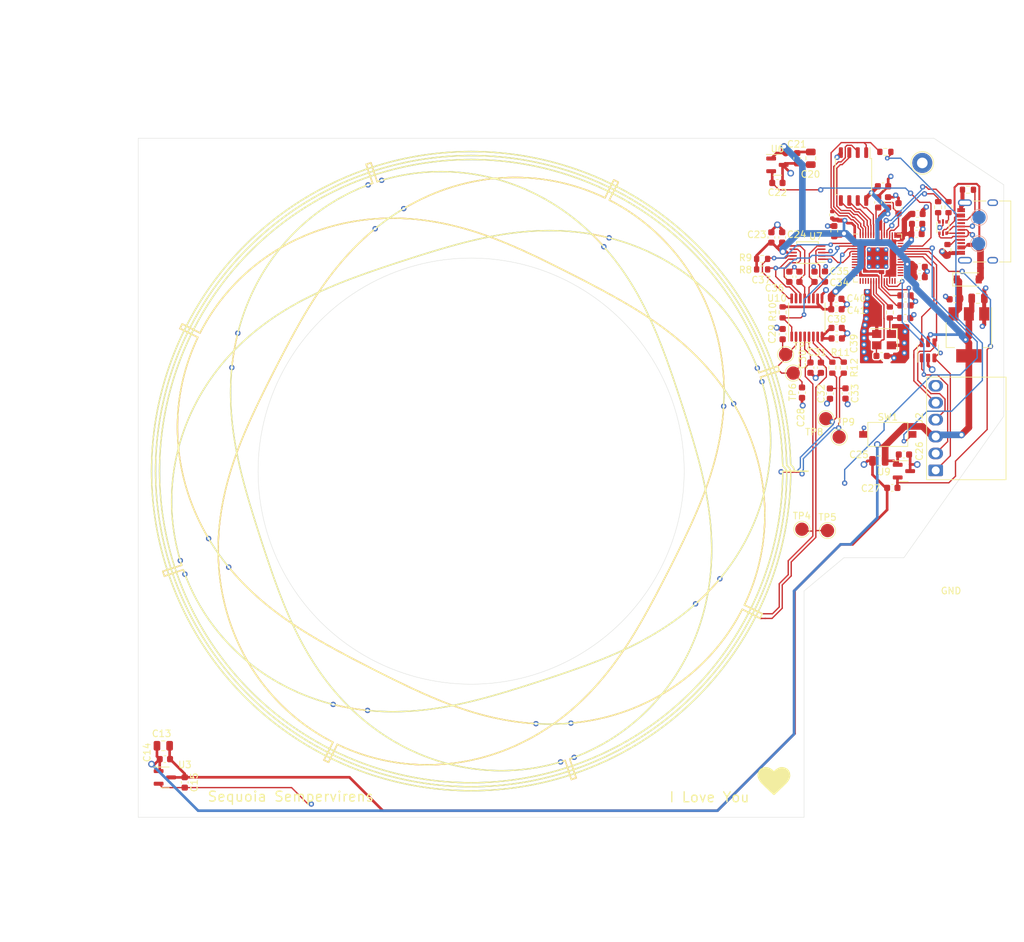
<source format=kicad_pcb>
(kicad_pcb (version 20221018) (generator pcbnew)
  (title_block (title "A title") (comment 1 "Comment 1"))
  (layers (0 "F.Cu" signal) (1 "In1.Cu" signal) (2 "In2.Cu" signal) (31 "B.Cu" signal) (34 "B.Paste" user) (35 "F.Paste" user) (36 "B.SilkS" user "B.Silkscreen") (37 "F.SilkS" user "F.Silkscreen") (38 "B.Mask" user) (39 "F.Mask" user) (44 "Edge.Cuts" user))
  (net 0 "")
  (net 1 "2")
  (net 2 "GND")
  (net 3 "+3V3")
  (net 4 "/1V1")
  (net 5 "+5V")
  (net 6 "VBUS")
  (net 7 "/USB_D_2+")
  (net 8 "/USB_D_2-")
  (net 9 "/SWCLK_2")
  (net 10 "/SWD_2")
  (net 11 "/RXI_2")
  (net 12 "/TXO_2")
  (net 13 "/QSPI_SS_2")
  (net 14 "/~{USB_BOOT_2}")
  (net 15 "/USB_DP_2")
  (net 16 "/USB_DN_2")
  (net 17 "/QSPI_SD1_2")
  (net 18 "/QSPI_SD2_2")
  (net 19 "/QSPI_SD0_2")
  (net 20 "/QSPI_SCLK_2")
  (net 21 "/QSPI_SD3_2")
  (net 22 "COS")
  (net 23 "SIN")
  (net 24 "COSN")
  (net 25 "SINN")
  (net 26 "SDA")
  (net 27 "SCL")
  (net 28 "IRQN")
  (net 29 "RDY")
  (net 30 "TX+")
  (net 31 "TX-")
  (net 32 "1+")
  (net 33 "1-")
  (net 34 "MAG1")
  (net 35 "MAG2")
  (net 36 "MAG3")
  (net 37 "Net-(U5-XIN)")
  (net 38 "Net-(C19-Pad1)")
  (net 39 "Net-(U10-VDDA)")
  (net 40 "Net-(J1-CC1)")
  (net 42 "Net-(J1-CC2)")
  (net 44 "Net-(R3-Pad1)")
  (net 45 "Net-(R4-Pad1)")
  (net 46 "Net-(U5-XOUT)")
  (net 47 "Net-(U10-TX1)")
  (net 48 "Net-(U10-TX2)")
  (footprint "Resistor_SMD:R_0603_1608Metric" (layer "F.Cu") (at 162.890001 76.170001 -90)
    (fp_text reference "R7" hide)
    (fp_text value "1.1k")
  )
  (footprint "Resistor_SMD:R_0603_1608Metric" (layer "F.Cu") (at 162.212 52.048001)
    (fp_text reference "R2" hide)
    (fp_text value "1.1k")
  )
  (footprint "Resistor_SMD:R_0402_1005Metric" (layer "F.Cu") (at 154.234 61.512001 90)
    (fp_text reference "R1" hide)
    (fp_text value "DNS")
  )
  (footprint "parts:Ckmtw-W-2510S06P_1x06_P2.54mm_Horizontal" (layer "F.Cu") (at 169.438002 99.887001 90)
    (fp_text reference "J2")
    (fp_text value "Conn_01x06")
  )
  (footprint "Resistor_SMD:R_0603_1608Metric" (layer "F.Cu") (at 143.705 68.125)
    (fp_text reference "R9")
    (fp_text value "10k")
  )
  (footprint "TestPoint:TestPoint_Pad_D2.0mm" (layer "F.Cu") (at 147.225 82.475)
    (fp_text reference "TP7")
    (fp_text value "TestPoint")
  )
  (footprint "Capacitor_SMD:C_0603_1608Metric" (layer "F.Cu") (at 165.240002 73.609999)
    (fp_text reference "C2" hide)
    (fp_text value "100n")
  )
  (footprint "Capacitor_SMD:C_0603_1608Metric" (layer "F.Cu") (at 165.199999 76.990002)
    (fp_text reference "C19" hide)
    (fp_text value "20p")
  )
  (footprint "Capacitor_SMD:C_0603_1608Metric" (layer "F.Cu") (at 162.619999 59.630001 90)
    (fp_text reference "C3" hide)
    (fp_text value "100n")
  )
  (footprint "encoder:circuit_bridge" (layer "F.Cu") (at 143.875 122.125 180)
    (fp_text reference "JP1" hide)
    (fp_text value "SolderJumper_2_Bridged" hide)
  )
  (footprint "MountingHole:MountingHole_3.2mm_M3" (layer "F.Cu") (at 140 140)
    (fp_text reference "H4" hide)
    (fp_text value "MountingHole")
  )
  (footprint "Capacitor_SMD:C_0805_2012Metric" (layer "F.Cu") (at 176.130998 74.061002)
    (fp_text reference "C17" hide)
    (fp_text value "10u")
  )
  (footprint "TestPoint:TestPoint_Pad_D2.0mm" (layer "F.Cu") (at 149.675 108.725)
    (fp_text reference "TP4")
    (fp_text value "TestPoint")
  )
  (footprint "Capacitor_SMD:C_0603_1608Metric" (layer "F.Cu") (at 165.005 97.505)
    (fp_text reference "C26")
    (fp_text value "100n")
  )
  (footprint "MountingHole:MountingHole_3.2mm_M3" (layer "F.Cu") (at 60 140)
    (fp_text reference "H3" hide)
    (fp_text value "MountingHole")
  )
  (footprint "Capacitor_SMD:C_0603_1608Metric" (layer "F.Cu") (at 150.963999 84.462 90)
    (fp_text reference "C30")
    (fp_text value "100pF")
  )
  (footprint "Capacitor_SMD:C_0603_1608Metric" (layer "F.Cu") (at 166.98 62.870002)
    (fp_text reference "C11" hide)
    (fp_text value "1u")
  )
  (footprint "Capacitor_SMD:C_0603_1608Metric" (layer "F.Cu") (at 167.366 70.862001)
    (fp_text reference "C4" hide)
    (fp_text value "100n")
  )
  (footprint "Package_SO:SOIC-8_5.23x5.23mm_P1.27mm" (layer "F.Cu") (at 157.433 55.758001 -90)
    (fp_text reference "U1" hide)
    (fp_text value "W25Q128JVSIQ")
  )
  (footprint "Capacitor_SMD:C_0603_1608Metric" (layer "F.Cu") (at 149.694 88.21 90)
    (fp_text reference "C28")
    (fp_text value "100pF")
  )
  (footprint "Capacitor_SMD:C_0603_1608Metric" (layer "F.Cu") (at 166.890001 64.380001)
    (fp_text reference "C8" hide)
    (fp_text value "100n")
  )
  (footprint "Connector_USB:USB_C_Receptacle_XKB_U262-16XN-4BVC11" (layer "F.Cu") (at 177.266 64.006 90)
    (fp_text reference "J1" hide)
    (fp_text value "CPU2 USB")
  )
  (footprint "Capacitor_SMD:C_0603_1608Metric" (layer "F.Cu") (at 146.785634 79.424042 -90)
    (fp_text reference "C29")
    (fp_text value "100pF")
  )
  (footprint "Capacitor_SMD:C_0603_1608Metric" (layer "F.Cu") (at 154.861999 75.689999 180)
    (fp_text reference "C41")
    (fp_text value "470nF")
  )
  (footprint "Capacitor_SMD:C_0603_1608Metric" (layer "F.Cu") (at 167.04 61.37)
    (fp_text reference "C12" hide)
    (fp_text value "100n")
  )
  (footprint "Resistor_SMD:R_0603_1608Metric" (layer "F.Cu") (at 170.138 60.356 90)
    (fp_text reference "R4" hide)
    (fp_text value "27")
  )
  (footprint "MountingHole:MountingHole_3.2mm_M3" (layer "F.Cu") (at 140 60)
    (fp_text reference "H2" hide)
    (fp_text value "MountingHole")
  )
  (footprint "TestPoint:TestPoint_Pad_D2.0mm" (layer "F.Cu") (at 155.275 94.875)
    (fp_text reference "TP9")
    (fp_text value "TestPoint")
  )
  (footprint "Package_TO_SOT_SMD:SOT-23" (layer "F.Cu") (at 165 100)
    (fp_text reference "U9")
    (fp_text value "MT9105ET")
  )
  (footprint "Capacitor_SMD:C_0603_1608Metric" (layer "F.Cu") (at 148.975 53.005 -90)
    (fp_text reference "C21")
    (fp_text value "100n")
  )
  (footprint "Resistor_SMD:R_0603_1608Metric" (layer "F.Cu") (at 174.619001 57.74 180)
    (fp_text reference "R6" hide)
    (fp_text value "5.1k")
  )
  (footprint "Resistor_SMD:R_0603_1608Metric" (layer "F.Cu") (at 155.966 84.46 90)
    (fp_text reference "R12")
    (fp_text value "22R")
  )
  (footprint "Capacitor_SMD:C_0603_1608Metric" (layer "F.Cu") (at 161.649999 82.7)
    (fp_text reference "C18" hide)
    (fp_text value "20p")
  )
  (footprint "Capacitor_SMD:C_0603_1608Metric" (layer "F.Cu") (at 163.255 102.515)
    (fp_text reference "C27")
    (fp_text value "4.7n")
  )
  (footprint "Resistor_SMD:R_0603_1608Metric" (layer "F.Cu") (at 171.698001 60.356001 90)
    (fp_text reference "R3" hide)
    (fp_text value "27")
  )
  (footprint "Capacitor_SMD:C_0603_1608Metric" (layer "F.Cu") (at 147.79 70.81 -90)
    (fp_text reference "C37")
    (fp_text value "47nF")
  )
  (footprint "Capacitor_SMD:C_0603_1608Metric" (layer "F.Cu") (at 154.84 74.124 180)
    (fp_text reference "C40")
    (fp_text value "100pF")
  )
  (footprint "Capacitor_SMD:C_0805_2012Metric" (layer "F.Cu") (at 161.235 98.455)
    (fp_text reference "C25")
    (fp_text value "10u")
  )
  (footprint "Capacitor_SMD:C_0603_1608Metric" (layer "F.Cu") (at 161.13 59.640002 90)
    (fp_text reference "C10" hide)
    (fp_text value "1u")
  )
  (footprint "Capacitor_SMD:C_0603_1608Metric" (layer "F.Cu") (at 153.89 88.358 -90)
    (fp_text reference "C32")
    (fp_text value "1.6nF")
  )
  (footprint "Resistor_SMD:R_0603_1608Metric" (layer "F.Cu") (at 154.250001 84.461999 90)
    (fp_text reference "R11")
    (fp_text value "22R")
  )
  (footprint "Capacitor_SMD:C_0603_1608Metric" (layer "F.Cu") (at 172.650998 74.191 180)
    (fp_text reference "C16" hide)
    (fp_text value "1u")
  )
  (footprint "TestPoint:TestPoint_Pad_D2.0mm" (layer "F.Cu") (at 153.525 108.925)
    (fp_text reference "TP5")
    (fp_text value "TestPoint")
  )
  (footprint "Resistor_SMD:R_0603_1608Metric" (layer "F.Cu") (at 146.785 76.155 -90)
    (fp_text reference "R10")
    (fp_text value "10k")
  )
  (footprint "Capacitor_SMD:C_0805_2012Metric" (layer "F.Cu") (at 151.015 53.015 90)
    (fp_text reference "C20")
    (fp_text value "10u")
  )
  (footprint "encoder:circuit_bridge" (layer "F.Cu") (at 148.536091 100.15533)
    (fp_text reference "JP2" hide)
    (fp_text value "SolderJumper_2_Bridged" hide)
  )
  (footprint "TestPoint:TestPoint_Pad_D2.0mm" (layer "F.Cu") (at 148.375 85.275)
    (fp_text reference "TP6")
    (fp_text value "TestPoint")
  )
  (footprint "Capacitor_SMD:C_0805_2012Metric" (layer "F.Cu") (at 53.765 141.245 180)
    (fp_text reference "C13")
    (fp_text value "10u")
  )
  (footprint "Resistor_SMD:R_0603_1608Metric" (layer "F.Cu") (at 171.542 66.789 90)
    (fp_text reference "R5" hide)
    (fp_text value "5.1k")
  )
  (footprint "Package_TO_SOT_SMD:SOT-666" (layer "F.Cu") (at 170.866001 63.421 -90)
    (fp_text reference "U2" hide)
    (fp_text value "USBLC6-2P6")
  )
  (footprint "Capacitor_SMD:C_0603_1608Metric" (layer "F.Cu") (at 154.538 63.960001 90)
    (fp_text reference "C6" hide)
    (fp_text value "100n")
  )
  (footprint "Package_TO_SOT_SMD:SOT-223-3_TabPin2" (layer "F.Cu") (at 174.755999 79.531001 -90)
    (fp_text reference "U4" hide)
    (fp_text value "TLV1117LV33DCYR")
  )
  (footprint "Capacitor_SMD:C_0603_1608Metric" (layer "F.Cu") (at 151.572 70.81 -90)
    (fp_text reference "C35")
    (fp_text value "47nF")
  )
  (footprint "Package_TO_SOT_SMD:SOT-23" (layer "F.Cu") (at 54 146)
    (fp_text reference "U3")
    (fp_text value "MT9105ET")
  )
  (footprint "Package_TO_SOT_SMD:SOT-23-6" (layer "F.Cu") (at 168.630998 81.856002 90)
    (fp_text reference "U8" hide)
    (fp_text value "USBLC6-4SC6")
  )
  (footprint "Capacitor_SMD:C_0603_1608Metric" (layer "F.Cu") (at 167.366 69.33)
    (fp_text reference "C5" hide)
    (fp_text value "100n")
  )
  (footprint "TestPoint:TestPoint_Loop_D2.60mm_Drill1.6mm_Beaded" (layer "F.Cu") (at 167.760999 53.711002)
    (fp_text reference "TP3" hide)
    (fp_text value "TestPoint")
  )
  (footprint "Package_SO:TSSOP-16_4.4x5mm_P0.65mm" (layer "F.Cu") (at 150.422 76.924001 90)
    (fp_text reference "U10")
    (fp_text value "IPS2200")
  )
  (footprint "Crystal:Crystal_SMD_3225-4Pin_3.2x2.5mm" (layer "F.Cu") (at 162.019999 80.250001 180)
    (fp_text reference "Y1" hide)
    (fp_text value "12MHz")
  )
  (footprint "Package_TO_SOT_SMD:SOT-23" (layer "F.Cu") (at 146 54)
    (fp_text reference "U6")
    (fp_text value "MT9105ET")
  )
  (footprint "supercap:SW_TS_1101_C_W" (layer "F.Cu") (at 162.578999 94.485002)
    (fp_text reference "SW1")
    (fp_text value "SW_MEC_5G")
  )
  (footprint "MountingHole:MountingHole_3.2mm_M3" (layer "F.Cu") (at 60 60)
    (fp_text reference "H1" hide)
    (fp_text value "MountingHole")
  )
  (footprint "Capacitor_SMD:C_0603_1608Metric" (layer "F.Cu") (at 161.862001 57.218001)
    (fp_text reference "C9" hide)
    (fp_text value "100n")
  )
  (footprint "Capacitor_SMD:C_0603_1608Metric" (layer "F.Cu") (at 165.23 75.110001)
    (fp_text reference "C7" hide)
    (fp_text value "100n")
  )
  (footprint "Capacitor_SMD:C_0603_1608Metric" (layer "F.Cu") (at 154.895 78.495 180)
    (fp_text reference "C38")
    (fp_text value "470nF")
  )
  (footprint "Capacitor_SMD:C_0603_1608Metric" (layer "F.Cu") (at 153.138001 70.782 -90)
    (fp_text reference "C34")
    (fp_text value "47nF")
  )
  (footprint "Resistor_SMD:R_0603_1608Metric" (layer "F.Cu") (at 143.705 69.705)
    (fp_text reference "R8")
    (fp_text value "10k")
  )
  (footprint "Capacitor_SMD:C_0603_1608Metric" (layer "F.Cu") (at 156.224 88.337999 -90)
    (fp_text reference "C33")
    (fp_text value "1.6nF")
  )
  (footprint "Capacitor_SMD:C_0603_1608Metric" (layer "F.Cu") (at 146.715 64.895 90)
    (fp_text reference "C24")
    (fp_text value "100n")
  )
  (footprint "Capacitor_SMD:C_0603_1608Metric" (layer "F.Cu") (at 149.306 70.81 -90)
    (fp_text reference "C36")
    (fp_text value "47nF")
  )
  (footprint "Diode_SMD:D_SOD-123" (layer "F.Cu") (at 174.594001 71.21)
    (fp_text reference "D1" hide)
    (fp_text value "B5819W SL")
  )
  (footprint "Capacitor_SMD:C_0603_1608Metric" (layer "F.Cu") (at 164.19 60.530001 90)
    (fp_text reference "C1" hide)
    (fp_text value "100n")
  )
  (footprint "Capacitor_SMD:C_0603_1608Metric" (layer "F.Cu") (at 54.005 143.255)
    (fp_text reference "C14")
    (fp_text value "100n")
  )
  (footprint "Capacitor_SMD:C_0603_1608Metric" (layer "F.Cu") (at 152.534 84.461999 90)
    (fp_text reference "C31")
    (fp_text value "100pF")
  )
  (footprint "Capacitor_SMD:C_0603_1608Metric" (layer "F.Cu") (at 145.995 56.715 180)
    (fp_text reference "C22")
    (fp_text value "4.7n")
  )
  (footprint "Capacitor_SMD:C_0603_1608Metric" (layer "F.Cu") (at 154.911999 80.068 180)
    (fp_text reference "C39")
    (fp_text value "100pF")
  )
  (footprint "RP2040_minimal:RP2040-QFN-56" (layer "F.Cu") (at 161.05 68.000001)
    (fp_text reference "U5" hide)
    (fp_text value "RP2040")
  )
  (footprint "Capacitor_SMD:C_0603_1608Metric" (layer "F.Cu") (at 145.095 64.905 -90)
    (fp_text reference "C23")
    (fp_text value "1u")
  )
  (footprint "Package_SO:TSSOP-10_3x3mm_P0.5mm" (layer "F.Cu") (at 150.515 67.175 180)
    (fp_text reference "U7")
    (fp_text value "ADS1115IDGS")
  )
  (footprint "Capacitor_SMD:C_0603_1608Metric" (layer "F.Cu") (at 56.985 146.755 -90)
    (fp_text reference "C15")
    (fp_text value "4.7n")
  )
  (footprint "TestPoint:TestPoint_Pad_D2.0mm" (layer "F.Cu") (at 153.275 92.125)
    (fp_text reference "TP8")
    (fp_text value "TestPoint")
  )
  (footprint "TestPoint:TestPoint_Pad_D2.0mm" (layer "B.Cu") (at 176.216 65.841715 -90)
    (fp_text reference "TP1" hide)
    (fp_text value "TestPoint")
  )
  (footprint "TestPoint:TestPoint_Pad_D2.0mm" (layer "B.Cu") (at 176.291001 61.891715 -90)
    (fp_text reference "TP2" hide)
    (fp_text value "TestPoint")
  )
  (gr_line (start 66.099359 102.667671) (end 65.955415 102.141625) (stroke (width 0.2)) (layer "F.SilkS"))
  (gr_line (start 114.82718 145.650789) (end 113.86789 145.951412) (stroke (width 0.2)) (layer "F.SilkS"))
  (gr_line (start 92.089525 53.263864) (end 93.070028 53.108567) (stroke (width 0.2)) (layer "F.SilkS"))
  (gr_line (start 128.37987 117.394737) (end 128.136899 117.859872) (stroke (width 0.2)) (layer "F.SilkS"))
  (gr_line (start 121.954596 142.006126) (end 121.070071 142.456813) (stroke (width 0.2)) (layer "F.SilkS"))
  (gr_line (start 143.56427 104.810238) (end 143.34983 105.477145) (stroke (width 0.2)) (layer "F.SilkS"))
  (gr_line (start 135.302411 103.337669) (end 135.405827 103.909538) (stroke (width 0.2)) (layer "F.SilkS"))
  (gr_line (start 67.615674 90.593197) (end 67.84513 90.10968) (stroke (width 0.2)) (layer "F.SilkS"))
  (gr_line (start 122.540436 141.011229) (end 121.676618 141.474404) (stroke (width 0.2)) (layer "F.SilkS"))
  (gr_line (start 62.132369 72.491726) (end 62.716764 71.704837) (stroke (width 0.2)) (layer "F.SilkS"))
  (gr_line (start 117.250584 129.17875) (end 116.743485 129.364411) (stroke (width 0.2)) (layer "F.SilkS"))
  (gr_line (start 144.983899 116.731534) (end 144.623635 117.670055) (stroke (width 0.2)) (layer "F.SilkS"))
  (gr_line (start 84.757755 70.096548) (end 85.259224 69.921914) (stroke (width 0.2)) (layer "F.SilkS"))
  (gr_line (start 126.225123 139.480543) (end 125.392554 140.02122) (stroke (width 0.2)) (layer "F.SilkS"))
  (gr_line (start 147.383968 100.992747) (end 147.352786 101.984982) (stroke (width 0.2)) (layer "F.SilkS"))
  (gr_line (start 137.690779 92.8091) (end 137.606807 93.435654) (stroke (width 0.2)) (layer "F.SilkS"))
  (gr_line (start 135.908667 76.408788) (end 136.142347 77.059869) (stroke (width 0.2)) (layer "F.SilkS"))
  (gr_line (start 88.206463 145.910918) (end 87.247565 145.653982) (stroke (width 0.2)) (layer "F.SilkS"))
  (gr_line (start 141.46841 109.957113) (end 141.148634 110.566697) (stroke (width 0.2)) (layer "F.SilkS"))
  (gr_line (start 62.61071 118.314139) (end 62.490399 117.648102) (stroke (width 0.2)) (layer "F.SilkS"))
  (gr_line (start 89.341429 55.627407) (end 90.046086 55.494041) (stroke (width 0.2)) (layer "F.SilkS"))
  (gr_line (start 64.590667 124.882211) (end 64.328154 124.238807) (stroke (width 0.2)) (layer "F.SilkS"))
  (gr_line (start 70.650107 84.463091) (end 70.888143 83.998796) (stroke (width 0.2)) (layer "F.SilkS"))
  (gr_line (start 80.735377 127.402842) (end 80.267401 127.151912) (stroke (width 0.2)) (layer "F.SilkS"))
  (gr_line (start 52.594364 100.000076) (end 52.60476 99.007405) (stroke (width 0.2)) (layer "F.SilkS"))
  (gr_line (start 142.622884 107.439944) (end 142.353554 108.080524) (stroke (width 0.2)) (layer "F.SilkS"))
  (gr_line (start 57.240437 80.964801) (end 57.648458 80.073605) (stroke (width 0.2)) (layer "F.SilkS"))
  (gr_line (start 59.275366 79.25271) (end 59.608628 78.616929) (stroke (width 0.2)) (layer "F.SilkS"))
  (gr_line (start 146.35856 90.145062) (end 146.55478 91.118202) (stroke (width 0.2)) (layer "F.SilkS"))
  (gr_line (start 146.885873 106.924412) (end 146.730576 107.904915) (stroke (width 0.2)) (layer "F.SilkS"))
  (gr_line (start 53.92255 115.773983) (end 53.677912 115.049204) (stroke (width 0.2)) (layer "F.SilkS"))
  (gr_line (start 134.773542 131.315388) (end 134.110096 132.036881) (stroke (width 0.2)) (layer "F.SilkS"))
  (gr_line (start 73.352322 79.33439) (end 73.611692 78.86357) (stroke (width 0.2)) (layer "F.SilkS"))
  (gr_line (start 124.452681 75.541759) (end 124.930206 75.835564) (stroke (width 0.2)) (layer "F.SilkS"))
  (gr_line (start 137.856359 72.491726) (end 138.424147 73.290681) (stroke (width 0.2)) (layer "F.SilkS"))
  (gr_line (start 144.796916 86.473388) (end 145.070372 87.414628) (stroke (width 0.2)) (layer "F.SilkS"))
  (gr_line (start 136.039996 114.271551) (end 135.992761 114.9111) (stroke (width 0.2)) (layer "F.SilkS"))
  (gr_line (start 52.760602 103.966406) (end 52.687897 102.976347) (stroke (width 0.2)) (layer "F.SilkS"))
  (gr_line (start 70.158849 67.211273) (end 70.755421 66.835006) (stroke (width 0.2)) (layer "F.SilkS"))
  (gr_line (start 105.936776 137.518988) (end 105.31947 137.416224) (stroke (width 0.2)) (layer "F.SilkS"))
  (gr_line (start 89.307543 54.436583) (end 90.264097 54.222768) (stroke (width 0.2)) (layer "F.SilkS"))
  (gr_line (start 144.542321 100.699891) (end 144.417054 101.396115) (stroke (width 0.2)) (layer "F.SilkS"))
  (gr_line (start 63.504712 82.829349) (end 63.951622 82.342919) (stroke (width 0.2)) (layer "F.SilkS"))
  (gr_line (start 72.133343 138.347482) (end 71.336366 137.755594) (stroke (width 0.2)) (layer "F.SilkS"))
  (gr_line (start 77.572832 60.690946) (end 78.161507 60.286257) (stroke (width 0.2)) (layer "F.SilkS"))
  (gr_line (start 78.611217 140.385812) (end 77.983351 140.037961) (stroke (width 0.2)) (layer "F.SilkS"))
  (gr_line (start 63.236539 73.293953) (end 63.704741 72.753056) (stroke (width 0.2)) (layer "F.SilkS"))
  (gr_line (start 87.650254 140.125231) (end 87.075572 139.760029) (stroke (width 0.2)) (layer "F.SilkS"))
  (gr_line (start 127.241384 63.710453) (end 127.771032 64.190611) (stroke (width 0.2)) (layer "F.SilkS"))
  (gr_line (start 52.089081 96.986131) (end 52.162707 95.98354) (stroke (width 0.2)) (layer "F.SilkS"))
  (gr_line (start 107.006349 147.485148) (end 106.010359 147.621582) (stroke (width 0.2)) (layer "F.SilkS"))
  (gr_line (start 144.500399 90.051798) (end 144.61743 90.759083) (stroke (width 0.2)) (layer "F.SilkS"))
  (gr_line (start 67.015636 129.074735) (end 66.466953 128.63519) (stroke (width 0.2)) (layer "F.SilkS"))
  (gr_line (start 128.621361 116.930035) (end 128.37987 117.394737) (stroke (width 0.2)) (layer "F.SilkS"))
  (gr_line (start 62.223859 107.821972) (end 62.297949 107.191052) (stroke (width 0.2)) (layer "F.SilkS"))
  (gr_line (start 72.942541 61.077603) (end 73.763605 60.519609) (stroke (width 0.2)) (layer "F.SilkS"))
  (gr_line (start 78.034132 57.994026) (end 78.918657 57.543339) (stroke (width 0.2)) (layer "F.SilkS"))
  (gr_line (start 124.670567 72.881283) (end 124.969879 73.403854) (stroke (width 0.2)) (layer "F.SilkS"))
  (gr_line (start 95.624913 134.587842) (end 95.101783 134.377139) (stroke (width 0.2)) (layer "F.SilkS"))
  (gr_line (start 64.524032 81.219502) (end 64.654875 80.572027) (stroke (width 0.2)) (layer "F.SilkS"))
  (gr_line (start 71.595185 119.300138) (end 71.394218 118.78686) (stroke (width 0.2)) (layer "F.SilkS"))
  (gr_line (start 141.191305 80.614267) (end 141.526902 81.247416) (stroke (width 0.2)) (layer "F.SilkS"))
  (gr_line (start 55.937192 112.052754) (end 55.771339 111.354619) (stroke (width 0.2)) (layer "F.SilkS"))
  (gr_line (start 73.09602 79.804228) (end 73.352322 79.33439) (stroke (width 0.2)) (layer "F.SilkS"))
  (gr_line (start 141.468692 121.68233) (end 141.005517 122.546148) (stroke (width 0.2)) (layer "F.SilkS"))
  (gr_line (start 70.162921 63.940056) (end 70.924648 63.323222) (stroke (width 0.2)) (layer "F.SilkS"))
  (gr_line (start 140.099575 78.76546) (end 140.477398 79.37294) (stroke (width 0.2)) (layer "F.SilkS"))
  (gr_line (start 134.157795 105.411032) (end 133.941507 105.924801) (stroke (width 0.2)) (layer "F.SilkS"))
  (gr_line (start 134.485339 122.656412) (end 134.275833 123.297738) (stroke (width 0.2)) (layer "F.SilkS"))
  (gr_line (start 129.829879 132.788879) (end 129.233307 133.165146) (stroke (width 0.2)) (layer "F.SilkS"))
  (gr_line (start 108.52587 144.723794) (end 107.814606 144.80804) (stroke (width 0.2)) (layer "F.SilkS"))
  (gr_line (start 97.984333 147.957972) (end 96.980419 147.905359) (stroke (width 0.2)) (layer "F.SilkS"))
  (gr_line (start 84.517648 57.011843) (end 85.1922 56.766494) (stroke (width 0.2)) (layer "F.SilkS"))
  (gr_line (start 74.140702 77.918963) (end 74.410889 77.445208) (stroke (width 0.2)) (layer "F.SilkS"))
  (gr_line (start 56.315874 98.627424) (end 56.2084 97.935182) (stroke (width 0.2)) (layer "F.SilkS"))
  (gr_line (start 112.902515 146.231879) (end 111.931479 146.492068) (stroke (width 0.2)) (layer "F.SilkS"))
  (gr_line (start 116.237888 129.546936) (end 115.733739 129.726583) (stroke (width 0.2)) (layer "F.SilkS"))
  (gr_line (start 69.003718 87.730011) (end 69.237206 87.260044) (stroke (width 0.2)) (layer "F.SilkS"))
  (gr_line (start 56.474292 87.356326) (end 56.620557 86.656551) (stroke (width 0.2)) (layer "F.SilkS"))
  (gr_line (start 65.617301 95.107495) (end 65.830933 94.58912) (stroke (width 0.2)) (layer "F.SilkS"))
  (gr_line (start 59.466624 125.719762) (end 58.93688 124.865372) (stroke (width 0.2)) (layer "F.SilkS"))
  (gr_line (start 128.652362 62.244558) (end 129.436769 62.853006) (stroke (width 0.2)) (layer "F.SilkS"))
  (gr_line (start 80.540784 141.341038) (end 79.890315 141.037545) (stroke (width 0.2)) (layer "F.SilkS"))
  (gr_line (start 67.755668 78.823211) (end 68.254186 78.429473) (stroke (width 0.2)) (layer "F.SilkS"))
  (gr_line (start 143.690677 81.631837) (end 144.065769 82.550972) (stroke (width 0.2)) (layer "F.SilkS"))
  (gr_line (start 131.217967 111.798493) (end 130.98501 112.270141) (stroke (width 0.2)) (layer "F.SilkS"))
  (gr_line (start 54.664298 115.785675) (end 54.343651 114.832892) (stroke (width 0.2)) (layer "F.SilkS"))
  (gr_line (start 122.829488 141.537013) (end 121.954596 142.006126) (stroke (width 0.2)) (layer "F.SilkS"))
  (gr_line (start 125.071058 60.485529) (end 125.893089 61.019362) (stroke (width 0.2)) (layer "F.SilkS"))
  (gr_line (start 84.457379 129.344333) (end 83.993084 129.106297) (stroke (width 0.2)) (layer "F.SilkS"))
  (gr_line (start 83.262906 55.010541) (end 84.208765 54.67001) (stroke (width 0.2)) (layer "F.SilkS"))
  (gr_line (start 138.499378 124.436101) (end 138.082005 125.01898) (stroke (width 0.2)) (layer "F.SilkS"))
  (gr_line (start 102.764618 64.800663) (end 103.331957 64.692029) (stroke (width 0.2)) (layer "F.SilkS"))
  (gr_line (start 91.62601 59.590825) (end 92.22764 59.285482) (stroke (width 0.2)) (layer "F.SilkS"))
  (gr_line (start 124.567366 66.17824) (end 125.200611 66.428507) (stroke (width 0.2)) (layer "F.SilkS"))
  (gr_line (start 101.954145 146.759024) (end 100.974469 146.789812) (stroke (width 0.2)) (layer "F.SilkS"))
  (gr_line (start 107.101991 144.875864) (end 106.38845 144.927267) (stroke (width 0.2)) (layer "F.SilkS"))
  (gr_line (start 71.969938 66.124364) (end 72.587086 65.790201) (stroke (width 0.2)) (layer "F.SilkS"))
  (gr_line (start 119.721327 72.84824) (end 120.190212 73.101732) (stroke (width 0.2)) (layer "F.SilkS"))
  (gr_line (start 73.921457 74.733672) (end 74.44526 74.450972) (stroke (width 0.2)) (layer "F.SilkS"))
  (gr_line (start 61.646958 127.861097) (end 61.071891 127.051899) (stroke (width 0.2)) (layer "F.SilkS"))
  (gr_line (start 139.378597 113.484313) (end 138.992711 114.040345) (stroke (width 0.2)) (layer "F.SilkS"))
  (gr_line (start 107.761088 140.71467) (end 107.151536 141.008824) (stroke (width 0.2)) (layer "F.SilkS"))
  (gr_line (start 77.983351 140.037961) (end 77.363769 139.675732) (stroke (width 0.2)) (layer "F.SilkS"))
  (gr_line (start 116.307536 56.135279) (end 117.222593 56.486536) (stroke (width 0.2)) (layer "F.SilkS"))
  (gr_line (start 114.410377 136.41077) (end 113.906003 136.816161) (stroke (width 0.2)) (layer "F.SilkS"))
  (gr_line (start 106.9187 146.891585) (end 105.935159 147.026313) (stroke (width 0.2)) (layer "F.SilkS"))
  (gr_line (start 59.963317 124.24374) (end 59.464375 123.400076) (stroke (width 0.2)) (layer "F.SilkS"))
  (gr_line (start 123.975714 75.253243) (end 124.452681 75.541759) (stroke (width 0.2)) (layer "F.SilkS"))
  (gr_line (start 81.014797 62.750579) (end 81.680301 62.616422) (stroke (width 0.2)) (layer "F.SilkS"))
  (gr_line (start 144.757804 84.411797) (end 145.074443 85.35267) (stroke (width 0.2)) (layer "F.SilkS"))
  (gr_line (start 114.64177 145.080155) (end 113.694471 145.37702) (stroke (width 0.2)) (layer "F.SilkS"))
  (gr_line (start 67.255915 72.916476) (end 67.561119 72.299468) (stroke (width 0.2)) (layer "F.SilkS"))
  (gr_line (start 70.412947 84.927591) (end 70.650107 84.463091) (stroke (width 0.2)) (layer "F.SilkS"))
  (gr_line (start 85.346958 145.080155) (end 84.406085 144.763516) (stroke (width 0.2)) (layer "F.SilkS"))
  (gr_line (start 56.531081 114.122153) (end 56.317168 113.436936) (stroke (width 0.2)) (layer "F.SilkS"))
  (gr_line (start 146.730576 92.095237) (end 146.885873 93.07574) (stroke (width 0.2)) (layer "F.SilkS"))
  (gr_line (start 112.741287 143.875273) (end 112.047042 144.057248) (stroke (width 0.2)) (layer "F.SilkS"))
  (gr_line (start 68.711701 130.315085) (end 68.138396 129.914821) (stroke (width 0.2)) (layer "F.SilkS"))
  (gr_line (start 53.502372 88.062961) (end 53.762561 87.091925) (stroke (width 0.2)) (layer "F.SilkS"))
  (gr_line (start 100.987035 52.610472) (end 101.97927 52.641654) (stroke (width 0.2)) (layer "F.SilkS"))
  (gr_line (start 143.780328 102.06497) (end 143.872735 102.760669) (stroke (width 0.2)) (layer "F.SilkS"))
  (gr_line (start 83.654589 65.276287) (end 84.121465 64.845501) (stroke (width 0.2)) (layer "F.SilkS"))
  (gr_line (start 136.913848 97.09445) (end 136.769993 97.68635) (stroke (width 0.2)) (layer "F.SilkS"))
  (gr_line (start 135.193777 102.77033) (end 135.302411 103.337669) (stroke (width 0.2)) (layer "F.SilkS"))
  (gr_line (start 96.084902 135.411539) (end 95.508493 135.509402) (stroke (width 0.2)) (layer "F.SilkS"))
  (gr_line (start 88.355677 145.329768) (end 87.408916 145.076084) (stroke (width 0.2)) (layer "F.SilkS"))
  (gr_line (start 78.31211 141.474404) (end 77.448292 141.011229) (stroke (width 0.2)) (layer "F.SilkS"))
  (gr_line (start 77.756154 57.462304) (end 78.651875 57.005912) (stroke (width 0.2)) (layer "F.SilkS"))
  (gr_line (start 69.292437 69.298149) (end 69.679355 68.717413) (stroke (width 0.2)) (layer "F.SilkS"))
  (gr_line (start 56.562665 79.56267) (end 57.0002 78.657587) (stroke (width 0.2)) (layer "F.SilkS"))
  (gr_line (start 133.565933 125.206323) (end 133.301965 125.8361) (stroke (width 0.2)) (layer "F.SilkS"))
  (gr_line (start 78.423761 131.740254) (end 78.040098 131.237837) (stroke (width 0.2)) (layer "F.SilkS"))
  (gr_line (start 108.988667 147.149864) (end 107.999264 147.327886) (stroke (width 0.2)) (layer "F.SilkS"))
  (gr_line (start 122.934571 136.148059) (end 122.280254 136.367344) (stroke (width 0.2)) (layer "F.SilkS"))
  (gr_line (start 64.866758 81.400966) (end 65.334231 80.945507) (stroke (width 0.2)) (layer "F.SilkS"))
  (gr_line (start 130.917344 87.756802) (end 131.081922 88.253067) (stroke (width 0.2)) (layer "F.SilkS"))
  (gr_line (start 132.23306 121.176941) (end 131.734542 121.570679) (stroke (width 0.2)) (layer "F.SilkS"))
  (gr_line (start 82.54526 144.071481) (end 81.626125 143.696389) (stroke (width 0.2)) (layer "F.SilkS"))
  (gr_line (start 124.045793 71.839471) (end 124.362609 72.359728) (stroke (width 0.2)) (layer "F.SilkS"))
  (gr_line (start 137.050172 96.497271) (end 136.913848 97.09445) (stroke (width 0.2)) (layer "F.SilkS"))
  (gr_line (start 130.751522 87.260044) (end 130.917344 87.756802) (stroke (width 0.2)) (layer "F.SilkS"))
  (gr_line (start 128.289603 137.277676) (end 127.502714 137.862071) (stroke (width 0.2)) (layer "F.SilkS"))
  (gr_line (start 83.681192 143.864873) (end 82.766135 143.513616) (stroke (width 0.2)) (layer "F.SilkS"))
  (gr_line (start 79.246998 140.719074) (end 77.885027 143.392094) (stroke (width 0.2)) (layer "F.SilkS"))
  (gr_line (start 128.289152 64.682407) (end 128.795476 65.185513) (stroke (width 0.2)) (layer "F.SilkS"))
  (gr_line (start 124.969879 73.403854) (end 125.260768 73.927169) (stroke (width 0.2)) (layer "F.SilkS"))
  (gr_line (start 102.004395 147.957972) (end 100.9996 147.989549) (stroke (width 0.2)) (layer "F.SilkS"))
  (gr_line (start 79.185438 141.919386) (end 78.31211 141.474404) (stroke (width 0.2)) (layer "F.SilkS"))
  (gr_line (start 99.314663 56.732532) (end 99.994364 56.580995) (stroke (width 0.2)) (layer "F.SilkS"))
  (gr_line (start 143.413445 100.000076) (end 143.550496 100.68431) (stroke (width 0.2)) (layer "F.SilkS"))
  (gr_line (start 63.704741 72.753056) (end 64.184899 72.223408) (stroke (width 0.2)) (layer "F.SilkS"))
  (gr_line (start 133.722821 106.434123) (end 133.501983 106.93917) (stroke (width 0.2)) (layer "F.SilkS"))
  (gr_line (start 145.32443 115.785675) (end 144.983899 116.731534) (stroke (width 0.2)) (layer "F.SilkS"))
  (gr_line (start 126.597386 76.546357) (end 126.842973 77.069198) (stroke (width 0.2)) (layer "F.SilkS"))
  (gr_line (start 62.050746 113.660619) (end 62.022801 113.000648) (stroke (width 0.2)) (layer "F.SilkS"))
  (gr_line (start 135.87593 130.972213) (end 135.219429 131.716867) (stroke (width 0.2)) (layer "F.SilkS"))
  (gr_line (start 102.135913 134.039025) (end 101.60628 134.180675) (stroke (width 0.2)) (layer "F.SilkS"))
  (gr_line (start 73.839155 65.164608) (end 74.473268 64.873302) (stroke (width 0.2)) (layer "F.SilkS"))
  (gr_line (start 137.965927 86.999504) (end 137.981483 87.657313) (stroke (width 0.2)) (layer "F.SilkS"))
  (gr_line (start 58.075054 120.809002) (end 57.648458 119.926547) (stroke (width 0.2)) (layer "F.SilkS"))
  (gr_line (start 125.543468 74.450972) (end 125.818222 74.975017) (stroke (width 0.2)) (layer "F.SilkS"))
  (gr_line (start 53.433948 91.118202) (end 53.630168 90.145062) (stroke (width 0.2)) (layer "F.SilkS"))
  (gr_line (start 94.711161 58.179218) (end 95.350115 57.932993) (stroke (width 0.2)) (layer "F.SilkS"))
  (gr_line (start 100.678598 56.443944) (end 101.367016 56.321586) (stroke (width 0.2)) (layer "F.SilkS"))
  (gr_line (start 95.995782 57.6995) (end 96.647884 57.479021) (stroke (width 0.2)) (layer "F.SilkS"))
  (gr_line (start 55.79755 115.391035) (end 55.484919 114.462071) (stroke (width 0.2)) (layer "F.SilkS"))
  (gr_line (start 131.56944 89.740712) (end 131.730194 90.23686) (stroke (width 0.2)) (layer "F.SilkS"))
  (gr_line (start 77.387839 72.673482) (end 77.719086 72.195984) (stroke (width 0.2)) (layer "F.SilkS"))
  (gr_line (start 102.661959 133.895081) (end 102.135913 134.039025) (stroke (width 0.2)) (layer "F.SilkS"))
  (gr_line (start 119.920835 142.345982) (end 119.029639 142.754003) (stroke (width 0.2)) (layer "F.SilkS"))
  (gr_line (start 115.644698 137.783324) (end 114.980108 137.849745) (stroke (width 0.2)) (layer "F.SilkS"))
  (gr_line (start 141.28575 93.460163) (end 141.556556 94.0849) (stroke (width 0.2)) (layer "F.SilkS"))
  (gr_line (start 135.19026 120.075461) (end 135.033754 120.722313) (stroke (width 0.2)) (layer "F.SilkS"))
  (gr_line (start 130.966501 64.11851) (end 131.711155 64.775011) (stroke (width 0.2)) (layer "F.SilkS"))
  (gr_line (start 93.729737 67.159752) (end 94.235842 67.005234) (stroke (width 0.2)) (layer "F.SilkS"))
  (gr_line (start 134.110096 132.036881) (end 133.431685 132.74432) (stroke (width 0.2)) (layer "F.SilkS"))
  (gr_line (start 79.798516 126.89842) (end 79.328678 126.642118) (stroke (width 0.2)) (layer "F.SilkS"))
  (gr_line (start 147.020601 105.940871) (end 146.885873 106.924412) (stroke (width 0.2)) (layer "F.SilkS"))
  (gr_line (start 90.014603 53.048991) (end 91.000061 52.850288) (stroke (width 0.2)) (layer "F.SilkS"))
  (gr_line (start 114.727835 56.967128) (end 115.417164 57.161602) (stroke (width 0.2)) (layer "F.SilkS"))
  (gr_line (start 94.053569 52.973839) (end 95.039715 52.859738) (stroke (width 0.2)) (layer "F.SilkS"))
  (gr_line (start 134.962166 101.649116) (end 135.080254 102.207493) (stroke (width 0.2)) (layer "F.SilkS"))
  (gr_line (start 130.418801 132.39881) (end 129.829879 132.788879) (stroke (width 0.2)) (layer "F.SilkS"))
  (gr_line (start 137.856359 127.508426) (end 137.271964 128.295315) (stroke (width 0.2)) (layer "F.SilkS"))
  (gr_line (start 101.140377 136.466801) (end 100.564647 136.302451) (stroke (width 0.2)) (layer "F.SilkS"))
  (gr_line (start 77.719086 72.195984) (end 78.057468 71.719201) (stroke (width 0.2)) (layer "F.SilkS"))
  (gr_line (start 53.563396 105.865671) (end 53.450739 104.892008) (stroke (width 0.2)) (layer "F.SilkS"))
  (gr_line (start 147.826021 104.016612) (end 147.731415 105.017442) (stroke (width 0.2)) (layer "F.SilkS"))
  (gr_line (start 66.486745 93.060982) (end 66.709503 92.560028) (stroke (width 0.2)) (layer "F.SilkS"))
  (gr_line (start 58.140774 118.111742) (end 57.834482 117.463271) (stroke (width 0.2)) (layer "F.SilkS"))
  (gr_line (start 89.427743 141.154346) (end 88.826551 140.822723) (stroke (width 0.2)) (layer "F.SilkS"))
  (gr_line (start 129.495616 132.421528) (end 129.069023 132.978804) (stroke (width 0.2)) (layer "F.SilkS"))
  (gr_line (start 70.551959 62.853006) (end 71.336366 62.244558) (stroke (width 0.2)) (layer "F.SilkS"))
  (gr_line (start 63.942733 90.743591) (end 63.910099 90.128538) (stroke (width 0.2)) (layer "F.SilkS"))
  (gr_line (start 66.047221 94.075351) (end 66.265907 93.566029) (stroke (width 0.2)) (layer "F.SilkS"))
  (gr_line (start 129.069023 132.978804) (end 128.629478 133.527487) (stroke (width 0.2)) (layer "F.SilkS"))
  (gr_line (start 71.367367 83.070117) (end 71.608858 82.605415) (stroke (width 0.2)) (layer "F.SilkS"))
  (gr_line (start 75.247531 76.018726) (end 75.536047 75.541759) (stroke (width 0.2)) (layer "F.SilkS"))
  (gr_line (start 57.006131 115.476792) (end 56.760782 114.80224) (stroke (width 0.2)) (layer "F.SilkS"))
  (gr_line (start 114.116441 143.463359) (end 113.431224 143.677272) (stroke (width 0.2)) (layer "F.SilkS"))
  (gr_line (start 92.554316 133.284937) (end 92.057265 133.060473) (stroke (width 0.2)) (layer "F.SilkS"))
  (gr_line (start 121.377511 59.61434) (end 122.005377 59.962191) (stroke (width 0.2)) (layer "F.SilkS"))
  (gr_line (start 92.189587 53.855461) (end 93.157678 53.702131) (stroke (width 0.2)) (layer "F.SilkS"))
  (gr_line (start 81.198014 141.629377) (end 80.540784 141.341038) (stroke (width 0.2)) (layer "F.SilkS"))
  (gr_line (start 98.316121 135.587139) (end 97.76747 135.395537) (stroke (width 0.2)) (layer "F.SilkS"))
  (gr_line (start 55.484919 114.462071) (end 55.191812 113.526764) (stroke (width 0.2)) (layer "F.SilkS"))
  (gr_line (start 134.713557 100.545489) (end 134.83983 101.095139) (stroke (width 0.2)) (layer "F.SilkS"))
  (gr_line (start 62.938556 103.502881) (end 63.07488 102.905702) (stroke (width 0.2)) (layer "F.SilkS"))
  (gr_line (start 133.77014 129.777428) (end 133.235153 130.246867) (stroke (width 0.2)) (layer "F.SilkS"))
  (gr_line (start 84.603405 144.19689) (end 83.681192 143.864873) (stroke (width 0.2)) (layer "F.SilkS"))
  (gr_line (start 128.795476 65.185513) (end 129.289745 65.699592) (stroke (width 0.2)) (layer "F.SilkS"))
  (gr_line (start 68.538362 88.675219) (end 68.770761 88.201659) (stroke (width 0.2)) (layer "F.SilkS"))
  (gr_line (start 65.955415 102.141625) (end 65.813765 101.611992) (stroke (width 0.2)) (layer "F.SilkS"))
  (gr_line (start 63.934344 129.831519) (end 63.31751 129.069792) (stroke (width 0.2)) (layer "F.SilkS"))
  (gr_line (start 102.682598 142.728324) (end 102.018509 142.921969) (stroke (width 0.2)) (layer "F.SilkS"))
  (gr_line (start 65.158896 126.155285) (end 64.86759 125.521172) (stroke (width 0.2)) (layer "F.SilkS"))
  (gr_line (start 85.532369 55.490631) (end 86.467676 55.197524) (stroke (width 0.2)) (layer "F.SilkS"))
  (gr_line (start 70.079619 68.144108) (end 70.493112 67.578624) (stroke (width 0.2)) (layer "F.SilkS"))
  (gr_line (start 85.872287 56.536793) (end 84.945236 53.683624) (stroke (width 0.2)) (layer "F.SilkS"))
  (gr_line (start 144.065769 117.44918) (end 143.690677 118.368315) (stroke (width 0.2)) (layer "F.SilkS"))
  (gr_line (start 108.876238 53.43966) (end 109.849378 53.63588) (stroke (width 0.2)) (layer "F.SilkS"))
  (gr_line (start 142.353554 108.080524) (end 142.071171 108.713764) (stroke (width 0.2)) (layer "F.SilkS"))
  (gr_line (start 106.010359 147.621582) (end 105.01173 147.737127) (stroke (width 0.2)) (layer "F.SilkS"))
  (gr_line (start 63.91249 86.365872) (end 63.948732 85.728601) (stroke (width 0.2)) (layer "F.SilkS"))
  (gr_line (start 99.001693 147.38968) (end 98.009458 147.358498) (stroke (width 0.2)) (layer "F.SilkS"))
  (gr_line (start 132.441897 65.446963) (end 133.158406 66.134071) (stroke (width 0.2)) (layer "F.SilkS"))
  (gr_line (start 120.501823 130.175886) (end 120.124448 130.645201) (stroke (width 0.2)) (layer "F.SilkS"))
  (gr_line (start 56.575283 100.000076) (end 56.438232 99.315842) (stroke (width 0.2)) (layer "F.SilkS"))
  (gr_line (start 123.394364 59.470087) (end 124.238028 59.969029) (stroke (width 0.2)) (layer "F.SilkS"))
  (gr_line (start 55.488329 109.948354) (end 55.371298 109.241069) (stroke (width 0.2)) (layer "F.SilkS"))
  (gr_line (start 139.508911 74.923382) (end 140.025411 75.756412) (stroke (width 0.2)) (layer "F.SilkS"))
  (gr_line (start 100.987035 147.38968) (end 99.994364 147.400076) (stroke (width 0.2)) (layer "F.SilkS"))
  (gr_line (start 66.265907 93.566029) (end 66.486745 93.060982) (stroke (width 0.2)) (layer "F.SilkS"))
  (gr_line (start 116.334139 134.723865) (end 115.867263 135.154651) (stroke (width 0.2)) (layer "F.SilkS"))
  (gr_line (start 53.043279 90.020315) (end 53.262577 89.039234) (stroke (width 0.2)) (layer "F.SilkS"))
  (gr_line (start 58.94476 76.300076) (end 59.450098 75.445596) (stroke (width 0.2)) (layer "F.SilkS"))
  (gr_line (start 113.86789 145.951412) (end 112.902515 146.231879) (stroke (width 0.2)) (layer "F.SilkS"))
  (gr_line (start 69.071384 112.24335) (end 68.906806 111.747085) (stroke (width 0.2)) (layer "F.SilkS"))
  (gr_line (start 58.797423 119.385885) (end 58.461826 118.752736) (stroke (width 0.2)) (layer "F.SilkS"))
  (gr_line (start 142.916257 97.975931) (end 143.096102 98.645549) (stroke (width 0.2)) (layer "F.SilkS"))
  (gr_line (start 121.418219 56.268547) (end 122.103701 56.608058) (stroke (width 0.2)) (layer "F.SilkS"))
  (gr_line (start 137.981483 87.657313) (end 137.984889 88.312664) (stroke (width 0.2)) (layer "F.SilkS"))
  (gr_line (start 127.502714 62.138081) (end 128.289603 62.722476) (stroke (width 0.2)) (layer "F.SilkS"))
  (gr_line (start 144.243795 118.600824) (end 143.844546 119.523435) (stroke (width 0.2)) (layer "F.SilkS"))
  (gr_line (start 124.741197 123.981426) (end 124.452681 124.458393) (stroke (width 0.2)) (layer "F.SilkS"))
  (gr_line (start 115.867263 135.154651) (end 115.391018 135.579644) (stroke (width 0.2)) (layer "F.SilkS"))
  (gr_line (start 94.079188 58.437884) (end 94.711161 58.179218) (stroke (width 0.2)) (layer "F.SilkS"))
  (gr_line (start 122.540436 58.988923) (end 123.394364 59.470087) (stroke (width 0.2)) (layer "F.SilkS"))
  (gr_line (start 77.708474 63.632808) (end 78.36563 63.427884) (stroke (width 0.2)) (layer "F.SilkS"))
  (gr_line (start 111.107085 63.877613) (end 111.732866 63.872682) (stroke (width 0.2)) (layer "F.SilkS"))
  (gr_line (start 74.410889 77.445208) (end 74.685234 76.97054) (stroke (width 0.2)) (layer "F.SilkS"))
  (gr_line (start 144.802328 92.179834) (end 144.870152 92.892449) (stroke (width 0.2)) (layer "F.SilkS"))
  (gr_line (start 86.756914 69.410134) (end 87.254332 69.242918) (stroke (width 0.2)) (layer "F.SilkS"))
  (gr_line (start 54.083522 111.787977) (end 53.846724 110.823907) (stroke (width 0.2)) (layer "F.SilkS"))
  (gr_line (start 105.564752 55.905914) (end 106.272 55.891103) (stroke (width 0.2)) (layer "F.SilkS"))
  (gr_line (start 123.994364 58.430857) (end 124.85966 58.942592) (stroke (width 0.2)) (layer "F.SilkS"))
  (gr_line (start 107.265359 132.528636) (end 106.763075 132.684944) (stroke (width 0.2)) (layer "F.SilkS"))
  (gr_line (start 126.892708 120.195924) (end 126.636406 120.665762) (stroke (width 0.2)) (layer "F.SilkS"))
  (gr_line (start 122.232574 57.462304) (end 123.11854 57.937355) (stroke (width 0.2)) (layer "F.SilkS"))
  (gr_line (start 96.491559 62.944268) (end 97.088738 63.080592) (stroke (width 0.2)) (layer "F.SilkS"))
  (gr_line (start 57.537627 78.924369) (end 57.988314 78.039844) (stroke (width 0.2)) (layer "F.SilkS"))
  (gr_line (start 97.76747 135.395537) (end 97.22411 135.199489) (stroke (width 0.2)) (layer "F.SilkS"))
  (gr_line (start 79.918979 135.195972) (end 79.272127 135.039466) (stroke (width 0.2)) (layer "F.SilkS"))
  (gr_line (start 90.655056 141.781736) (end 90.037327 141.474122) (stroke (width 0.2)) (layer "F.SilkS"))
  (gr_line (start 92.554496 142.628596) (end 91.913916 142.359266) (stroke (width 0.2)) (layer "F.SilkS"))
  (gr_line (start 133.840663 82.754525) (end 134.28194 83.202766) (stroke (width 0.2)) (layer "F.SilkS"))
  (gr_line (start 55.365093 82.330097) (end 55.744933 81.399328) (stroke (width 0.2)) (layer "F.SilkS"))
  (gr_line (start 118.593474 64.87247) (end 119.048933 65.339943) (stroke (width 0.2)) (layer "F.SilkS"))
  (gr_line (start 135.389825 102.22697) (end 135.193777 102.77033) (stroke (width 0.2)) (layer "F.SilkS"))
  (gr_line (start 132.738608 133.437397) (end 132.031169 134.115808) (stroke (width 0.2)) (layer "F.SilkS"))
  (gr_line (start 116.78244 57.598237) (end 117.457559 57.840194) (stroke (width 0.2)) (layer "F.SilkS"))
  (gr_line (start 87.941686 55.942904) (end 88.639821 55.777051) (stroke (width 0.2)) (layer "F.SilkS"))
  (gr_line (start 121.13087 73.617404) (end 121.602681 73.880107) (stroke (width 0.2)) (layer "F.SilkS"))
  (gr_line (start 146.7841 100.980181) (end 146.753312 101.959857) (stroke (width 0.2)) (layer "F.SilkS"))
  (gr_line (start 143.457647 85.877999) (end 143.67156 86.563216) (stroke (width 0.2)) (layer "F.SilkS"))
  (gr_line (start 82.599703 128.385582) (end 82.134568 128.142611) (stroke (width 0.2)) (layer "F.SilkS"))
  (gr_line (start 88.247355 68.912518) (end 88.743302 68.749049) (stroke (width 0.2)) (layer "F.SilkS"))
  (gr_line (start 120.963499 136.762883) (end 120.301847 136.93925) (stroke (width 0.2)) (layer "F.SilkS"))
  (gr_line (start 69.771733 77.308283) (end 70.283762 76.954171) (stroke (width 0.2)) (layer "F.SilkS"))
  (gr_line (start 58.075054 79.19115) (end 58.520036 78.317822) (stroke (width 0.2)) (layer "F.SilkS"))
  (gr_line (start 111.935699 56.349907) (end 112.638114 56.480004) (stroke (width 0.2)) (layer "F.SilkS"))
  (gr_line (start 120.74173 59.281078) (end 121.377511 59.61434) (stroke (width 0.2)) (layer "F.SilkS"))
  (gr_line (start 135.398061 75.117941) (end 135.660574 75.761345) (stroke (width 0.2)) (layer "F.SilkS"))
  (gr_line (start 117.222593 56.486536) (end 118.130093 56.856881) (stroke (width 0.2)) (layer "F.SilkS"))
  (gr_line (start 66.557043 132.74432) (end 65.878632 132.036881) (stroke (width 0.2)) (layer "F.SilkS"))
  (gr_line (start 71.237664 121.591217) (end 70.763052 121.237867) (stroke (width 0.2)) (layer "F.SilkS"))
  (gr_line (start 55.101866 102.117152) (end 55.164247 101.408919) (stroke (width 0.2)) (layer "F.SilkS"))
  (gr_line (start 95.768442 66.548461) (end 96.284764 66.398943) (stroke (width 0.2)) (layer "F.SilkS"))
  (gr_line (start 108.362718 140.409327) (end 107.761088 140.71467) (stroke (width 0.2)) (layer "F.SilkS"))
  (gr_line (start 144.217389 88.645533) (end 144.367033 89.347141) (stroke (width 0.2)) (layer "F.SilkS"))
  (gr_line (start 56.760782 114.80224) (end 56.760782 114.80224) (stroke (width 0.2)) (layer "F.SilkS"))
  (gr_line (start 83.681192 56.135279) (end 84.603405 55.803262) (stroke (width 0.2)) (layer "F.SilkS"))
  (gr_line (start 76.540645 73.397054) (end 77.063486 73.151467) (stroke (width 0.2)) (layer "F.SilkS"))
  (gr_line (start 145.32443 84.214477) (end 145.645077 85.16726) (stroke (width 0.2)) (layer "F.SilkS"))
  (gr_line (start 69.705751 86.324243) (end 69.940849 85.857965) (stroke (width 0.2)) (layer "F.SilkS"))
  (gr_line (start 63.886971 87.000615) (end 63.91249 86.365872) (stroke (width 0.2)) (layer "F.SilkS"))
  (gr_line (start 130.696291 130.702003) (end 130.309373 131.282739) (stroke (width 0.2)) (layer "F.SilkS"))
  (gr_line (start 63.995967 114.9111) (end 63.58367 114.416089) (stroke (width 0.2)) (layer "F.SilkS"))
  (gr_line (start 131.106447 80.255748) (end 131.570738 80.650049) (stroke (width 0.2)) (layer "F.SilkS"))
  (gr_line (start 120.176302 57.111274) (end 121.070071 57.543339) (stroke (width 0.2)) (layer "F.SilkS"))
  (gr_line (start 63.009728 130.596428) (end 62.377078 129.815169) (stroke (width 0.2)) (layer "F.SilkS"))
  (gr_line (start 137.354643 116.167312) (end 136.92332 116.674139) (stroke (width 0.2)) (layer "F.SilkS"))
  (gr_line (start 113.478601 60.615843) (end 114.034633 61.001729) (stroke (width 0.2)) (layer "F.SilkS"))
  (gr_line (start 92.803388 62.303661) (end 93.429942 62.387633) (stroke (width 0.2)) (layer "F.SilkS"))
  (gr_line (start 114.456359 55.490631) (end 115.385323 55.803262) (stroke (width 0.2)) (layer "F.SilkS"))
  (gr_line (start 141.896688 118.132831) (end 141.623665 118.796426) (stroke (width 0.2)) (layer "F.SilkS"))
  (gr_line (start 105.935159 147.026313) (end 104.949013 147.140414) (stroke (width 0.2)) (layer "F.SilkS"))
  (gr_line (start 147.792146 99.539568) (end 147.994364 100.000076) (stroke (width 0.2)) (layer "F.SilkS"))
  (gr_line (start 85.1922 56.766494) (end 85.1922 56.766494) (stroke (width 0.2)) (layer "F.SilkS"))
  (gr_line (start 70.217012 133.775852) (end 69.747573 133.240865) (stroke (width 0.2)) (layer "F.SilkS"))
  (gr_line (start 69.022227 64.11851) (end 69.780467 63.477748) (stroke (width 0.2)) (layer "F.SilkS"))
  (gr_line (start 126.700487 63.242251) (end 127.241384 63.710453) (stroke (width 0.2)) (layer "F.SilkS"))
  (gr_line (start 79.246998 140.719074) (end 78.611217 140.385812) (stroke (width 0.2)) (layer "F.SilkS"))
  (gr_line (start 120.124448 130.645201) (end 119.738692 131.112159) (stroke (width 0.2)) (layer "F.SilkS"))
  (gr_line (start 96.647884 57.479021) (end 97.30613 57.271828) (stroke (width 0.2)) (layer "F.SilkS"))
  (gr_line (start 90.231148 68.264246) (end 90.727772 68.104256) (stroke (width 0.2)) (layer "F.SilkS"))
  (gr_line (start 71.35925 66.472665) (end 71.969938 66.124364) (stroke (width 0.2)) (layer "F.SilkS"))
  (gr_line (start 130.584306 86.762626) (end 130.751522 87.260044) (stroke (width 0.2)) (layer "F.SilkS"))
  (gr_line (start 71.394218 118.78686) (end 71.197505 118.275118) (stroke (width 0.2)) (layer "F.SilkS"))
  (gr_line (start 62.007245 112.342839) (end 61.63318 111.801517) (stroke (width 0.2)) (layer "F.SilkS"))
  (gr_line (start 111.931479 146.492068) (end 110.955206 146.731863) (stroke (width 0.2)) (layer "F.SilkS"))
  (gr_line (start 125.71405 59.472336) (end 126.557158 60.019856) (stroke (width 0.2)) (layer "F.SilkS"))
  (gr_line (start 142.748291 80.964801) (end 143.137559 81.864347) (stroke (width 0.2)) (layer "F.SilkS"))
  (gr_line (start 89.033522 146.731863) (end 88.057249 146.492068) (stroke (width 0.2)) (layer "F.SilkS"))
  (gr_line (start 75.7507 59.969029) (end 76.594364 59.470087) (stroke (width 0.2)) (layer "F.SilkS"))
  (gr_line (start 146.142004 110.823907) (end 145.905206 111.787977) (stroke (width 0.2)) (layer "F.SilkS"))
  (gr_line (start 135.688849 117.486624) (end 135.582965 118.133374) (stroke (width 0.2)) (layer "F.SilkS"))
  (gr_line (start 60.685234 122.421608) (end 60.280545 121.832933) (stroke (width 0.2)) (layer "F.SilkS"))
  (gr_line (start 140.087412 91.038218) (end 140.403615 91.631722) (stroke (width 0.2)) (layer "F.SilkS"))
  (gr_line (start 87.651601 62.012957) (end 88.192923 61.638892) (stroke (width 0.2)) (layer "F.SilkS"))
  (gr_line (start 54.083522 88.212175) (end 54.340458 87.253277) (stroke (width 0.2)) (layer "F.SilkS"))
  (gr_line (start 52.509292 92.988091) (end 52.666554 91.995176) (stroke (width 0.2)) (layer "F.SilkS"))
  (gr_line (start 95.039715 147.140414) (end 94.053569 147.026313) (stroke (width 0.2)) (layer "F.SilkS"))
  (gr_line (start 108.265419 132.213708) (end 107.766066 132.371542) (stroke (width 0.2)) (layer "F.SilkS"))
  (gr_line (start 60.564939 110.123832) (end 60.228039 109.547126) (stroke (width 0.2)) (layer "F.SilkS"))
  (gr_line (start 130.574448 64.572707) (end 131.309676 65.220898) (stroke (width 0.2)) (layer "F.SilkS"))
  (gr_line (start 104.949013 52.859738) (end 105.935159 52.973839) (stroke (width 0.2)) (layer "F.SilkS"))
  (gr_line (start 128.177139 134.067199) (end 127.712179 134.597565) (stroke (width 0.2)) (layer "F.SilkS"))
  (gr_line (start 128.30693 67.885774) (end 128.913439 68.218428) (stroke (width 0.2)) (layer "F.SilkS"))
  (gr_line (start 62.290759 116.315883) (end 62.211116 115.65041) (stroke (width 0.2)) (layer "F.SilkS"))
  (gr_line (start 76.696702 134.281545) (end 76.057686 134.058524) (stroke (width 0.2)) (layer "F.SilkS"))
  (gr_line (start 131.730194 90.23686) (end 131.890184 90.733484) (stroke (width 0.2)) (layer "F.SilkS"))
  (gr_line (start 124.121412 138.01822) (end 123.563293 138.461072) (stroke (width 0.2)) (layer "F.SilkS"))
  (gr_line (start 62.377078 129.815169) (end 61.760928 129.020834) (stroke (width 0.2)) (layer "F.SilkS"))
  (gr_line (start 57.266116 102.68831) (end 57.072471 102.024221) (stroke (width 0.2)) (layer "F.SilkS"))
  (gr_line (start 126.24351 136.128926) (end 125.730067 136.618278) (stroke (width 0.2)) (layer "F.SilkS"))
  (gr_line (start 75.7507 140.031123) (end 74.91767 139.514623) (stroke (width 0.2)) (layer "F.SilkS"))
  (gr_line (start 88.306952 62.009551) (end 88.959564 62.018046) (stroke (width 0.2)) (layer "F.SilkS"))
  (gr_line (start 143.34983 105.477145) (end 143.121285 106.137946) (stroke (width 0.2)) (layer "F.SilkS"))
  (gr_line (start 130.415526 86.264395) (end 130.584306 86.762626) (stroke (width 0.2)) (layer "F.SilkS"))
  (gr_line (start 121.336853 142.99424) (end 120.43177 143.431775) (stroke (width 0.2)) (layer "F.SilkS"))
  (gr_line (start 146.726151 89.039234) (end 146.945449 90.020315) (stroke (width 0.2)) (layer "F.SilkS"))
  (gr_line (start 147.394364 100.000076) (end 147.383968 100.992747) (stroke (width 0.2)) (layer "F.SilkS"))
  (gr_line (start 143.137559 81.864347) (end 143.507904 82.771847) (stroke (width 0.2)) (layer "F.SilkS"))
  (gr_line (start 65.334231 80.945507) (end 65.807806 80.500407) (stroke (width 0.2)) (layer "F.SilkS"))
  (gr_line (start 91.000061 52.850288) (end 91.989464 52.672266) (stroke (width 0.2)) (layer "F.SilkS"))
  (gr_line (start 137.828765 91.543085) (end 137.764869 92.17818) (stroke (width 0.2)) (layer "F.SilkS"))
  (gr_line (start 136.484016 117.170803) (end 136.037106 117.657233) (stroke (width 0.2)) (layer "F.SilkS"))
  (gr_line (start 139.409526 72.605825) (end 139.974584 73.437282) (stroke (width 0.2)) (layer "F.SilkS"))
  (gr_line (start 109.401243 67.621386) (end 109.88476 67.850842) (stroke (width 0.2)) (layer "F.SilkS"))
  (gr_line (start 136.101757 112.999537) (end 136.076238 113.63428) (stroke (width 0.2)) (layer "F.SilkS"))
  (gr_line (start 61.564581 126.709471) (end 61.01365 125.898801) (stroke (width 0.2)) (layer "F.SilkS"))
  (gr_line (start 136.752189 126.706199) (end 136.283987 127.247096) (stroke (width 0.2)) (layer "F.SilkS"))
  (gr_line (start 79.86428 69.354951) (end 80.250036 68.887993) (stroke (width 0.2)) (layer "F.SilkS"))
  (gr_line (start 95.102432 53.456451) (end 96.078241 53.36421) (stroke (width 0.2)) (layer "F.SilkS"))
  (gr_line (start 135.803829 127.776744) (end 135.312033 128.294864) (stroke (width 0.2)) (layer "F.SilkS"))
  (gr_line (start 95.039715 52.859738) (end 96.028034 52.766314) (stroke (width 0.2)) (layer "F.SilkS"))
  (gr_line (start 56.119167 112.746999) (end 55.937192 112.052754) (stroke (width 0.2)) (layer "F.SilkS"))
  (gr_line (start 143.690677 118.368315) (end 143.296419 119.279393) (stroke (width 0.2)) (layer "F.SilkS"))
  (gr_line (start 84.571564 142.83855) (end 83.886558 142.628148) (stroke (width 0.2)) (layer "F.SilkS"))
  (gr_line (start 131.890184 90.733484) (end 132.049446 91.230798) (stroke (width 0.2)) (layer "F.SilkS"))
  (gr_line (start 135.219429 131.716867) (end 134.547477 132.447609) (stroke (width 0.2)) (layer "F.SilkS"))
  (gr_line (start 85.852253 130.053591) (end 85.386771 129.817882) (stroke (width 0.2)) (layer "F.SilkS"))
  (gr_line (start 146.138979 92.195299) (end 146.292309 93.16339) (stroke (width 0.2)) (layer "F.SilkS"))
  (gr_line (start 145.557857 110.686897) (end 145.324056 111.638763) (stroke (width 0.2)) (layer "F.SilkS"))
  (gr_line (start 67.205561 129.835591) (end 66.829294 129.239019) (stroke (width 0.2)) (layer "F.SilkS"))
  (gr_line (start 66.128359 66.836034) (end 66.830322 66.134071) (stroke (width 0.2)) (layer "F.SilkS"))
  (gr_line (start 102.970635 147.306543) (end 101.97927 147.358498) (stroke (width 0.2)) (layer "F.SilkS"))
  (gr_line (start 145.645077 114.832892) (end 145.32443 115.785675) (stroke (width 0.2)) (layer "F.SilkS"))
  (gr_line (start 142.748291 119.035351) (end 142.34027 119.926547) (stroke (width 0.2)) (layer "F.SilkS"))
  (gr_line (start 56.438232 99.315842) (end 56.315874 98.627424) (stroke (width 0.2)) (layer "F.SilkS"))
  (gr_line (start 142.29494 96.001494) (end 142.515419 96.653596) (stroke (width 0.2)) (layer "F.SilkS"))
  (gr_line (start 142.721752 83.854742) (end 142.982597 84.52336) (stroke (width 0.2)) (layer "F.SilkS"))
  (gr_line (start 63.218735 102.313802) (end 63.369771 101.727248) (stroke (width 0.2)) (layer "F.SilkS"))
  (gr_line (start 147.300831 102.976347) (end 147.228126 103.966406) (stroke (width 0.2)) (layer "F.SilkS"))
  (gr_line (start 68.559038 70.48034) (end 68.918969 69.885923) (stroke (width 0.2)) (layer "F.SilkS"))
  (gr_line (start 113.730045 130.421238) (end 113.231814 130.590018) (stroke (width 0.2)) (layer "F.SilkS"))
  (gr_line (start 118.319855 72.102183) (end 118.78622 72.3487) (stroke (width 0.2)) (layer "F.SilkS"))
  (gr_line (start 135.832848 106.836632) (end 135.897858 107.435332) (stroke (width 0.2)) (layer "F.SilkS"))
  (gr_line (start 137.697969 83.684269) (end 137.777612 84.349742) (stroke (width 0.2)) (layer "F.SilkS"))
  (gr_line (start 94.235842 67.005234) (end 94.744186 66.851759) (stroke (width 0.2)) (layer "F.SilkS"))
  (gr_line (start 140.015508 74.601886) (end 140.53863 75.445596) (stroke (width 0.2)) (layer "F.SilkS"))
  (gr_line (start 120.353199 66.777477) (end 120.76733 67.267119) (stroke (width 0.2)) (layer "F.SilkS"))
  (gr_line (start 137.271964 71.704837) (end 137.856359 72.491726) (stroke (width 0.2)) (layer "F.SilkS"))
  (gr_line (start 54.430871 89.313255) (end 54.664672 88.361389) (stroke (width 0.2)) (layer "F.SilkS"))
  (gr_line (start 57.456592 77.761866) (end 57.931643 76.8759) (stroke (width 0.2)) (layer "F.SilkS"))
  (gr_line (start 75.536047 124.458393) (end 75.058522 124.164588) (stroke (width 0.2)) (layer "F.SilkS"))
  (gr_line (start 134.289053 133.583916) (end 133.578204 134.294765) (stroke (width 0.2)) (layer "F.SilkS"))
  (gr_line (start 64.414796 115.39673) (end 63.995967 114.9111) (stroke (width 0.2)) (layer "F.SilkS"))
  (gr_line (start 102.018509 142.921969) (end 101.348891 143.101814) (stroke (width 0.2)) (layer "F.SilkS"))
  (gr_line (start 145.64827 87.253277) (end 145.905206 88.212175) (stroke (width 0.2)) (layer "F.SilkS"))
  (gr_line (start 68.254186 78.429473) (end 68.756603 78.04581) (stroke (width 0.2)) (layer "F.SilkS"))
  (gr_line (start 72.293756 132.433321) (end 71.681798 132.114378) (stroke (width 0.2)) (layer "F.SilkS"))
  (gr_line (start 63.691989 100.570359) (end 63.862475 100.000076) (stroke (width 0.2)) (layer "F.SilkS"))
  (gr_line (start 113.521052 144.802628) (end 112.579812 145.076084) (stroke (width 0.2)) (layer "F.SilkS"))
  (gr_line (start 143.296419 119.279393) (end 142.883166 120.182014) (stroke (width 0.2)) (layer "F.SilkS"))
  (gr_line (start 55.571674 98.604037) (end 55.712284 97.911786) (stroke (width 0.2)) (layer "F.SilkS"))
  (gr_line (start 69.743729 114.234945) (end 69.573202 113.735757) (stroke (width 0.2)) (layer "F.SilkS"))
  (gr_line (start 68.41799 119.350103) (end 67.956688 118.947105) (stroke (width 0.2)) (layer "F.SilkS"))
  (gr_line (start 144.057938 104.86474) (end 144.088526 105.570464) (stroke (width 0.2)) (layer "F.SilkS"))
  (gr_line (start 57.365844 92.560208) (end 57.635174 91.919628) (stroke (width 0.2)) (layer "F.SilkS"))
  (gr_line (start 138.975078 125.898801) (end 138.424147 126.709471) (stroke (width 0.2)) (layer "F.SilkS"))
  (gr_line (start 64.794951 97.229822) (end 64.995124 96.691674) (stroke (width 0.2)) (layer "F.SilkS"))
  (gr_line (start 86.318531 130.288689) (end 85.852253 130.053591) (stroke (width 0.2)) (layer "F.SilkS"))
  (gr_line (start 125.071058 139.514623) (end 124.238028 140.031123) (stroke (width 0.2)) (layer "F.SilkS"))
  (gr_line (start 74.964021 76.495019) (end 75.247531 76.018726) (stroke (width 0.2)) (layer "F.SilkS"))
  (gr_line (start 91.032506 59.907028) (end 91.62601 59.590825) (stroke (width 0.2)) (layer "F.SilkS"))
  (gr_line (start 98.009458 147.358498) (end 97.018093 147.306543) (stroke (width 0.2)) (layer "F.SilkS"))
  (gr_line (start 83.75084 70.453216) (end 84.254989 70.273569) (stroke (width 0.2)) (layer "F.SilkS"))
  (gr_line (start 62.780603 73.845807) (end 63.236539 73.293953) (stroke (width 0.2)) (layer "F.SilkS"))
  (gr_line (start 83.153722 135.788261) (end 82.507816 135.694561) (stroke (width 0.2)) (layer "F.SilkS"))
  (gr_line (start 79.145687 72.232245) (end 79.663294 72.016758) (stroke (width 0.2)) (layer "F.SilkS"))
  (gr_line (start 127.712179 134.597565) (end 127.234786 135.118216) (stroke (width 0.2)) (layer "F.SilkS"))
  (gr_line (start 54.343651 114.832892) (end 54.043028 113.873602) (stroke (width 0.2)) (layer "F.SilkS"))
  (gr_line (start 66.466953 128.63519) (end 66.118652 128.024502) (stroke (width 0.2)) (layer "F.SilkS"))
  (gr_line (start 106.38845 144.927267) (end 105.674409 144.962261) (stroke (width 0.2)) (layer "F.SilkS"))
  (gr_line (start 72.753942 64.881936) (end 73.24357 64.371363) (stroke (width 0.2)) (layer "F.SilkS"))
  (gr_line (start 94.069639 133.947219) (end 93.560317 133.728533) (stroke (width 0.2)) (layer "F.SilkS"))
  (gr_line (start 86.294257 54.623132) (end 87.247565 54.34617) (stroke (width 0.2)) (layer "F.SilkS"))
  (gr_line (start 121.93126 128.280951) (end 121.585505 128.756776) (stroke (width 0.2)) (layer "F.SilkS"))
  (gr_line (start 138.916837 72.948253) (end 139.474831 73.769317) (stroke (width 0.2)) (layer "F.SilkS"))
  (gr_line (start 97.233771 143.878447) (end 96.534988 143.955619) (stroke (width 0.2)) (layer "F.SilkS"))
  (gr_line (start 128.913439 68.218428) (end 129.5141 68.56475) (stroke (width 0.2)) (layer "F.SilkS"))
  (gr_line (start 79.983612 59.153049) (end 80.608555 58.803135) (stroke (width 0.2)) (layer "F.SilkS"))
  (gr_line (start 82.738144 70.821402) (end 83.245243 70.635741) (stroke (width 0.2)) (layer "F.SilkS"))
  (gr_line (start 71.197505 118.275118) (end 71.004756 117.76493) (stroke (width 0.2)) (layer "F.SilkS"))
  (gr_line (start 59.963317 75.756412) (end 60.479817 74.923382) (stroke (width 0.2)) (layer "F.SilkS"))
  (gr_line (start 66.245369 103.190295) (end 66.099359 102.667671) (stroke (width 0.2)) (layer "F.SilkS"))
  (gr_line (start 69.398012 136.984712) (end 68.630175 136.335839) (stroke (width 0.2)) (layer "F.SilkS"))
  (gr_line (start 71.004756 117.76493) (end 70.81569 117.256296) (stroke (width 0.2)) (layer "F.SilkS"))
  (gr_line (start 97.055768 53.292425) (end 98.034583 53.241128) (stroke (width 0.2)) (layer "F.SilkS"))
  (gr_line (start 90.171876 143.943363) (end 89.464082 143.861856) (stroke (width 0.2)) (layer "F.SilkS"))
  (gr_line (start 72.587086 65.790201) (end 73.210293 65.470259) (stroke (width 0.2)) (layer "F.SilkS"))
  (gr_line (start 121.623098 136.572268) (end 120.963499 136.762883) (stroke (width 0.2)) (layer "F.SilkS"))
  (gr_line (start 105.859959 146.431044) (end 104.886296 146.543701) (stroke (width 0.2)) (layer "F.SilkS"))
  (gr_line (start 110.955206 146.731863) (end 109.974125 146.951161) (stroke (width 0.2)) (layer "F.SilkS"))
  (gr_line (start 55.025296 103.539218) (end 55.055516 102.827389) (stroke (width 0.2)) (layer "F.SilkS"))
  (gr_line (start 95.508493 135.509402) (end 94.927549 135.601376) (stroke (width 0.2)) (layer "F.SilkS"))
  (gr_line (start 143.949907 103.459452) (end 143.764371 104.13756) (stroke (width 0.2)) (layer "F.SilkS"))
  (gr_line (start 106.83092 64.161592) (end 107.42962 64.096582) (stroke (width 0.2)) (layer "F.SilkS"))
  (gr_line (start 72.342988 81.20822) (end 72.591598 80.741089) (stroke (width 0.2)) (layer "F.SilkS"))
  (gr_line (start 118.108774 132.950065) (end 117.678922 133.400394) (stroke (width 0.2)) (layer "F.SilkS"))
  (gr_line (start 130.047879 114.142187) (end 129.81217 114.607669) (stroke (width 0.2)) (layer "F.SilkS"))
  (gr_line (start 138.2278 129.020834) (end 137.61165 129.815169) (stroke (width 0.2)) (layer "F.SilkS"))
  (gr_line (start 127.077964 67.261627) (end 127.694972 67.566831) (stroke (width 0.2)) (layer "F.SilkS"))
  (gr_line (start 95.742211 55.017001) (end 96.455222 55.031008) (stroke (width 0.2)) (layer "F.SilkS"))
  (gr_line (start 64.09087 92.56482) (end 64.033451 91.961859) (stroke (width 0.2)) (layer "F.SilkS"))
  (gr_line (start 147.984046 99.004891) (end 148.391269 99.452697) (stroke (width 0.2)) (layer "F.SilkS"))
  (gr_line (start 70.81569 117.256296) (end 70.630029 116.749197) (stroke (width 0.2)) (layer "F.SilkS"))
  (gr_line (start 90.122826 136.084341) (end 89.504025 136.108058) (stroke (width 0.2)) (layer "F.SilkS"))
  (gr_line (start 130.639489 79.869992) (end 131.106447 80.255748) (stroke (width 0.2)) (layer "F.SilkS"))
  (gr_line (start 128.652362 137.755594) (end 127.855385 138.347482) (stroke (width 0.2)) (layer "F.SilkS"))
  (gr_line (start 94.669258 62.583928) (end 95.281712 62.695593) (stroke (width 0.2)) (layer "F.SilkS"))
  (gr_line (start 59.869209 87.655966) (end 60.234411 87.081284) (stroke (width 0.2)) (layer "F.SilkS"))
  (gr_line (start 102.11144 144.892574) (end 101.403207 144.830193) (stroke (width 0.2)) (layer "F.SilkS"))
  (gr_line (start 119.809206 128.193744) (end 119.294426 128.399255) (stroke (width 0.2)) (layer "F.SilkS"))
  (gr_line (start 98.848351 63.533351) (end 99.424081 63.697701) (stroke (width 0.2)) (layer "F.SilkS"))
  (gr_line (start 137.924754 90.261207) (end 137.882159 90.904021) (stroke (width 0.2)) (layer "F.SilkS"))
  (gr_line (start 62.132369 127.508426) (end 61.564581 126.709471) (stroke (width 0.2)) (layer "F.SilkS"))
  (gr_line (start 126.114333 121.608393) (end 125.848026 122.081189) (stroke (width 0.2)) (layer "F.SilkS"))
  (gr_line (start 104.0109 52.168419) (end 105.01173 52.263025) (stroke (width 0.2)) (layer "F.SilkS"))
  (gr_line (start 57.834482 117.463271) (end 57.543153 116.8077) (stroke (width 0.2)) (layer "F.SilkS"))
  (gr_line (start 142.451101 78.924369) (end 142.883166 79.818138) (stroke (width 0.2)) (layer "F.SilkS"))
  (gr_line (start 68.679052 65.220898) (end 69.41428 64.572707) (stroke (width 0.2)) (layer "F.SilkS"))
  (gr_line (start 114.456359 144.509521) (end 113.521052 144.802628) (stroke (width 0.2)) (layer "F.SilkS"))
  (gr_line (start 116.924323 71.373079) (end 117.389025 71.61457) (stroke (width 0.2)) (layer "F.SilkS"))
  (gr_line (start 118.10603 141.853666) (end 117.457559 142.159958) (stroke (width 0.2)) (layer "F.SilkS"))
  (gr_line (start 122.415896 139.309206) (end 121.827221 139.713895) (stroke (width 0.2)) (layer "F.SilkS"))
  (gr_line (start 125.392554 140.02122) (end 124.548844 140.544342) (stroke (width 0.2)) (layer "F.SilkS"))
  (gr_line (start 132.834688 93.735449) (end 132.989206 94.241554) (stroke (width 0.2)) (layer "F.SilkS"))
  (gr_line (start 54.217056 109.730343) (end 54.023321 108.769522) (stroke (width 0.2)) (layer "F.SilkS"))
  (gr_line (start 107.799141 146.144691) (end 106.83105 146.298021) (stroke (width 0.2)) (layer "F.SilkS"))
  (gr_line (start 91.723309 67.786444) (end 92.222662 67.62861) (stroke (width 0.2)) (layer "F.SilkS"))
  (gr_line (start 112.237638 130.923056) (end 111.741373 131.087634) (stroke (width 0.2)) (layer "F.SilkS"))
  (gr_line (start 132.108666 128.312642) (end 131.776012 128.919151) (stroke (width 0.2)) (layer "F.SilkS"))
  (gr_line (start 55.004829 116.731534) (end 54.664298 115.785675) (stroke (width 0.2)) (layer "F.SilkS"))
  (gr_line (start 137.976394 88.965276) (end 137.956259 89.614877) (stroke (width 0.2)) (layer "F.SilkS"))
  (gr_line (start 99.994364 52.600076) (end 100.987035 52.610472) (stroke (width 0.2)) (layer "F.SilkS"))
  (gr_line (start 112.734396 69.242918) (end 113.202911 69.476925) (stroke (width 0.2)) (layer "F.SilkS"))
  (gr_line (start 146.702015 102.938672) (end 146.63023 103.916199) (stroke (width 0.2)) (layer "F.SilkS"))
  (gr_line (start 133.501983 106.93917) (end 133.279225 107.440124) (stroke (width 0.2)) (layer "F.SilkS"))
  (gr_line (start 63.58367 114.416089) (end 63.178279 113.911715) (stroke (width 0.2)) (layer "F.SilkS"))
  (gr_line (start 120.80329 58.080766) (end 121.676618 58.525748) (stroke (width 0.2)) (layer "F.SilkS"))
  (gr_line (start 79.556958 56.568377) (end 80.471005 56.149894) (stroke (width 0.2)) (layer "F.SilkS"))
  (gr_line (start 147.61587 106.016071) (end 147.479436 107.012061) (stroke (width 0.2)) (layer "F.SilkS"))
  (gr_line (start 119.517723 143.850258) (end 118.595112 144.249507) (stroke (width 0.2)) (layer "F.SilkS"))
  (gr_line (start 79.486905 69.824266) (end 79.86428 69.354951) (stroke (width 0.2)) (layer "F.SilkS"))
  (gr_line (start 59.450098 75.445596) (end 59.97322 74.601886) (stroke (width 0.2)) (layer "F.SilkS"))
  (gr_line (start 87.724299 130.990722) (end 87.254332 130.757234) (stroke (width 0.2)) (layer "F.SilkS"))
  (gr_line (start 104.480235 64.49075) (end 105.061179 64.398776) (stroke (width 0.2)) (layer "F.SilkS"))
  (gr_line (start 95.350115 57.932993) (end 95.995782 57.6995) (stroke (width 0.2)) (layer "F.SilkS"))
  (gr_line (start 65.124542 78.631822) (end 65.307307 77.987) (stroke (width 0.2)) (layer "F.SilkS"))
  (gr_line (start 55.004829 83.268618) (end 55.365093 82.330097) (stroke (width 0.2)) (layer "F.SilkS"))
  (gr_line (start 146.726151 110.960918) (end 146.486356 111.937191) (stroke (width 0.2)) (layer "F.SilkS"))
  (gr_line (start 99.294549 144.548033) (end 98.598325 144.422766) (stroke (width 0.2)) (layer "F.SilkS"))
  (gr_line (start 107.151536 141.008824) (end 106.534277 141.291462) (stroke (width 0.2)) (layer "F.SilkS"))
  (gr_line (start 62.847294 129.442481) (end 62.238846 128.658074) (stroke (width 0.2)) (layer "F.SilkS"))
  (gr_line (start 74.596174 59.978932) (end 75.439884 59.45581) (stroke (width 0.2)) (layer "F.SilkS"))
  (gr_line (start 125.886381 76.440154) (end 126.364714 76.751485) (stroke (width 0.2)) (layer "F.SilkS"))
  (gr_line (start 115.385323 144.19689) (end 114.456359 144.509521) (stroke (width 0.2)) (layer "F.SilkS"))
  (gr_line (start 97.018093 52.693609) (end 98.009458 52.641654) (stroke (width 0.2)) (layer "F.SilkS"))
  (gr_line (start 71.699576 135.317745) (end 71.193252 134.814639) (stroke (width 0.2)) (layer "F.SilkS"))
  (gr_line (start 114.905388 64.001679) (end 115.546951 64.060167) (stroke (width 0.2)) (layer "F.SilkS"))
  (gr_line (start 66.422795 74.793829) (end 66.686763 74.164052) (stroke (width 0.2)) (layer "F.SilkS"))
  (gr_line (start 144.975164 95.03415) (end 144.977439 95.747923) (stroke (width 0.2)) (layer "F.SilkS"))
  (gr_line (start 100.974469 53.21034) (end 101.954145 53.241128) (stroke (width 0.2)) (layer "F.SilkS"))
  (gr_line (start 88.057249 146.492068) (end 87.086213 146.231879) (stroke (width 0.2)) (layer "F.SilkS"))
  (gr_line (start 129.698806 79.123444) (end 130.170174 79.492617) (stroke (width 0.2)) (layer "F.SilkS"))
  (gr_line (start 87.247565 54.34617) (end 88.206463 54.089234) (stroke (width 0.2)) (layer "F.SilkS"))
  (gr_line (start 137.208125 126.154345) (end 136.752189 126.706199) (stroke (width 0.2)) (layer "F.SilkS"))
  (gr_line (start 64.328154 124.238807) (end 64.080061 123.591364) (stroke (width 0.2)) (layer "F.SilkS"))
  (gr_line (start 119.273681 143.302131) (end 118.362603 143.696389) (stroke (width 0.2)) (layer "F.SilkS"))
  (gr_line (start 122.005377 59.962191) (end 122.624959 60.32442) (stroke (width 0.2)) (layer "F.SilkS"))
  (gr_line (start 131.069759 130.114229) (end 130.696291 130.702003) (stroke (width 0.2)) (layer "F.SilkS"))
  (gr_line (start 71.800696 119.814918) (end 71.595185 119.300138) (stroke (width 0.2)) (layer "F.SilkS"))
  (gr_line (start 52.162707 95.98354) (end 52.257313 94.98271) (stroke (width 0.2)) (layer "F.SilkS"))
  (gr_line (start 142.988528 78.657587) (end 143.426063 79.56267) (stroke (width 0.2)) (layer "F.SilkS"))
  (gr_line (start 128.861546 116.465626) (end 128.621361 116.930035) (stroke (width 0.2)) (layer "F.SilkS"))
  (gr_line (start 132.112633 135.671028) (end 131.358553 136.335839) (stroke (width 0.2)) (layer "F.SilkS"))
  (gr_line (start 85.532369 144.509521) (end 84.603405 144.19689) (stroke (width 0.2)) (layer "F.SilkS"))
  (gr_line (start 79.185438 58.080766) (end 80.067893 57.65417) (stroke (width 0.2)) (layer "F.SilkS"))
  (gr_line (start 146.730576 107.904915) (end 146.55478 108.88195) (stroke (width 0.2)) (layer "F.SilkS"))
  (gr_line (start 141.043968 123.700076) (end 140.53863 124.554556) (stroke (width 0.2)) (layer "F.SilkS"))
  (gr_line (start 64.954974 79.277839) (end 65.124542 78.631822) (stroke (width 0.2)) (layer "F.SilkS"))
  (gr_line (start 127.762195 79.151399) (end 127.977682 79.669006) (stroke (width 0.2)) (layer "F.SilkS"))
  (gr_line (start 80.608555 58.803135) (end 81.241704 58.467538) (stroke (width 0.2)) (layer "F.SilkS"))
  (gr_line (start 113.670197 69.711463) (end 114.136475 69.946561) (stroke (width 0.2)) (layer "F.SilkS"))
  (gr_line (start 87.254332 69.242918) (end 87.75109 69.077096) (stroke (width 0.2)) (layer "F.SilkS"))
  (gr_line (start 147.300831 97.023805) (end 147.352786 98.01517) (stroke (width 0.2)) (layer "F.SilkS"))
  (gr_line (start 69.780467 63.477748) (end 70.551959 62.853006) (stroke (width 0.2)) (layer "F.SilkS"))
  (gr_line (start 56.129567 116.313248) (end 55.79755 115.391035) (stroke (width 0.2)) (layer "F.SilkS"))
  (gr_line (start 66.218588 70.222724) (end 66.753575 69.753285) (stroke (width 0.2)) (layer "F.SilkS"))
  (gr_line (start 108.76381 54.029033) (end 109.724631 54.222768) (stroke (width 0.2)) (layer "F.SilkS"))
  (gr_line (start 66.830322 133.866081) (end 66.128359 133.164118) (stroke (width 0.2)) (layer "F.SilkS"))
  (gr_line (start 127.1462 119.727039) (end 126.892708 120.195924) (stroke (width 0.2)) (layer "F.SilkS"))
  (gr_line (start 69.398012 63.01544) (end 70.179271 62.38279) (stroke (width 0.2)) (layer "F.SilkS"))
  (gr_line (start 83.012543 62.389511) (end 83.678557 62.296471) (stroke (width 0.2)) (layer "F.SilkS"))
  (gr_line (start 63.865514 126.249222) (end 63.376162 125.735779) (stroke (width 0.2)) (layer "F.SilkS"))
  (gr_line (start 105.646637 64.313031) (end 106.236569 64.233856) (stroke (width 0.2)) (layer "F.SilkS"))
  (gr_line (start 147.134702 104.954725) (end 147.020601 105.940871) (stroke (width 0.2)) (layer "F.SilkS"))
  (gr_line (start 136.078629 109.871614) (end 136.102346 110.490415) (stroke (width 0.2)) (layer "F.SilkS"))
  (gr_line (start 103.835796 65.204819) (end 104.363815 65.41231) (stroke (width 0.2)) (layer "F.SilkS"))
  (gr_line (start 73.288241 136.757901) (end 72.747344 136.289699) (stroke (width 0.2)) (layer "F.SilkS"))
  (gr_line (start 77.913251 125.853738) (end 77.439496 125.583551) (stroke (width 0.2)) (layer "F.SilkS"))
  (gr_line (start 77.363769 139.675732) (end 76.752838 139.299351) (stroke (width 0.2)) (layer "F.SilkS"))
  (gr_line (start 66.557043 67.255832) (end 67.25012 66.562755) (stroke (width 0.2)) (layer "F.SilkS"))
  (gr_line (start 92.22764 59.285482) (end 92.837192 58.991328) (stroke (width 0.2)) (layer "F.SilkS"))
  (gr_line (start 62.634085 83.83284) (end 63.065408 83.326013) (stroke (width 0.2)) (layer "F.SilkS"))
  (gr_line (start 140.708958 92.233352) (end 141.003112 92.842904) (stroke (width 0.2)) (layer "F.SilkS"))
  (gr_line (start 81.879954 67.050087) (end 82.309806 66.599758) (stroke (width 0.2)) (layer "F.SilkS"))
  (gr_line (start 146.945449 109.979837) (end 146.726151 110.960918) (stroke (width 0.2)) (layer "F.SilkS"))
  (gr_line (start 73.391342 123.453795) (end 73.145755 122.930954) (stroke (width 0.2)) (layer "F.SilkS"))
  (gr_line (start 143.507904 82.771847) (end 143.859161 83.686904) (stroke (width 0.2)) (layer "F.SilkS"))
  (gr_line (start 136.045995 109.256561) (end 136.078629 109.871614) (stroke (width 0.2)) (layer "F.SilkS"))
  (gr_line (start 121.232155 129.231388) (end 120.870996 129.704518) (stroke (width 0.2)) (layer "F.SilkS"))
  (gr_line (start 130.072526 85.264936) (end 130.244999 85.765207) (stroke (width 0.2)) (layer "F.SilkS"))
  (gr_line (start 58.840094 89.433455) (end 59.171717 88.832263) (stroke (width 0.2)) (layer "F.SilkS"))
  (gr_line (start 65.148898 98.905013) (end 65.026562 98.351036) (stroke (width 0.2)) (layer "F.SilkS"))
  (gr_line (start 138.34177 72.139055) (end 138.916837 72.948253) (stroke (width 0.2)) (layer "F.SilkS"))
  (gr_line (start 122.40317 127.08767) (end 121.882023 127.320341) (stroke (width 0.2)) (layer "F.SilkS"))
  (gr_line (start 126.778435 134.529893) (end 126.149573 134.835544) (stroke (width 0.2)) (layer "F.SilkS"))
  (gr_line (start 65.215186 131.315388) (end 64.566995 130.58016) (stroke (width 0.2)) (layer "F.SilkS"))
  (gr_line (start 144.977439 95.747923) (end 144.963432 96.460934) (stroke (width 0.2)) (layer "F.SilkS"))
  (gr_line (start 102.770556 55.873775) (end 103.45374 56.044533) (stroke (width 0.2)) (layer "F.SilkS"))
  (gr_line (start 100.535643 134.456105) (end 99.994364 134.589359) (stroke (width 0.2)) (layer "F.SilkS"))
  (gr_line (start 57.072471 102.024221) (end 56.892626 101.354603) (stroke (width 0.2)) (layer "F.SilkS"))
  (gr_line (start 75.129068 141.05756) (end 74.274678 140.527816) (stroke (width 0.2)) (layer "F.SilkS"))
  (gr_line (start 69.818554 120.507535) (end 69.349239 120.13016) (stroke (width 0.2)) (layer "F.SilkS"))
  (gr_line (start 147.144152 91.005773) (end 147.322174 91.995176) (stroke (width 0.2)) (layer "F.SilkS"))
  (gr_line (start 68.419288 110.25944) (end 68.258534 109.763292) (stroke (width 0.2)) (layer "F.SilkS"))
  (gr_line (start 86.510127 139.384309) (end 85.954095 138.998423) (stroke (width 0.2)) (layer "F.SilkS"))
  (gr_line (start 110.818195 146.147716) (end 109.849378 146.364272) (stroke (width 0.2)) (layer "F.SilkS"))
  (gr_line (start 98.899301 134.845542) (end 98.345324 134.967878) (stroke (width 0.2)) (layer "F.SilkS"))
  (gr_line (start 96.152932 134.795333) (end 95.624913 134.587842) (stroke (width 0.2)) (layer "F.SilkS"))
  (gr_line (start 67.465804 107.271071) (end 67.309496 106.768787) (stroke (width 0.2)) (layer "F.SilkS"))
  (gr_line (start 77.448292 141.011229) (end 76.594364 140.530065) (stroke (width 0.2)) (layer "F.SilkS"))
  (gr_line (start 124.85966 58.942592) (end 125.71405 59.472336) (stroke (width 0.2)) (layer "F.SilkS"))
  (gr_line (start 70.179271 62.38279) (end 70.973606 61.76664) (stroke (width 0.2)) (layer "F.SilkS"))
  (gr_line (start 76.294364 58.950472) (end 77.15924 58.463139) (stroke (width 0.2)) (layer "F.SilkS"))
  (gr_line (start 127.401642 134.209951) (end 126.778435 134.529893) (stroke (width 0.2)) (layer "F.SilkS"))
  (gr_line (start 125.51546 135.12685) (end 124.876499 135.403773) (stroke (width 0.2)) (layer "F.SilkS"))
  (gr_line (start 88.255862 136.12747) (end 87.626878 136.122546) (stroke (width 0.2)) (layer "F.SilkS"))
  (gr_line (start 54.61742 113.700183) (end 54.340458 112.746875) (stroke (width 0.2)) (layer "F.SilkS"))
  (gr_line (start 55.744933 81.399328) (end 56.144182 80.476717) (stroke (width 0.2)) (layer "F.SilkS"))
  (gr_line (start 142.154246 82.536881) (end 142.445575 83.192452) (stroke (width 0.2)) (layer "F.SilkS"))
  (gr_line (start 133.301965 125.8361) (end 133.024264 126.462016) (stroke (width 0.2)) (layer "F.SilkS"))
  (gr_line (start 146.486356 111.937191) (end 146.226167 112.908227) (stroke (width 0.2)) (layer "F.SilkS"))
  (gr_line (start 105.90954 141.562268) (end 105.277567 141.820934) (stroke (width 0.2)) (layer "F.SilkS"))
  (gr_line (start 78.651875 142.99424) (end 77.756154 142.537848) (stroke (width 0.2)) (layer "F.SilkS"))
  (gr_line (start 137.090788 74.789373) (end 137.557544 75.325678) (stroke (width 0.2)) (layer "F.SilkS"))
  (gr_line (start 128.791223 81.725034) (end 128.983972 82.235222) (stroke (width 0.2)) (layer "F.SilkS"))
  (gr_line (start 53.043279 109.979837) (end 52.844576 108.994379) (stroke (width 0.2)) (layer "F.SilkS"))
  (gr_line (start 73.398142 75.024561) (end 73.921457 74.733672) (stroke (width 0.2)) (layer "F.SilkS"))
  (gr_line (start 62.810107 104.105256) (end 62.938556 103.502881) (stroke (width 0.2)) (layer "F.SilkS"))
  (gr_line (start 57.635174 91.919628) (end 57.917557 91.286388) (stroke (width 0.2)) (layer "F.SilkS"))
  (gr_line (start 133.743359 96.809857) (end 133.889369 97.332481) (stroke (width 0.2)) (layer "F.SilkS"))
  (gr_line (start 147.61587 93.984081) (end 147.731415 94.98271) (stroke (width 0.2)) (layer "F.SilkS"))
  (gr_line (start 105.919089 66.052933) (end 106.428411 66.271619) (stroke (width 0.2)) (layer "F.SilkS"))
  (gr_line (start 136.142347 77.059869) (end 136.361632 77.714186) (stroke (width 0.2)) (layer "F.SilkS"))
  (gr_line (start 67.880062 71.68751) (end 68.212716 71.081001) (stroke (width 0.2)) (layer "F.SilkS"))
  (gr_line (start 132.738608 66.562755) (end 133.431685 67.255832) (stroke (width 0.2)) (layer "F.SilkS"))
  (gr_line (start 129.233307 133.165146) (end 128.629478 133.527487) (stroke (width 0.2)) (layer "F.SilkS"))
  (gr_line (start 127.113157 124.676279) (end 126.590586 124.975591) (stroke (width 0.2)) (layer "F.SilkS"))
  (gr_line (start 105.277567 141.820934) (end 104.638613 142.067159) (stroke (width 0.2)) (layer "F.SilkS"))
  (gr_line (start 63.422172 121.62881) (end 63.231557 120.969211) (stroke (width 0.2)) (layer "F.SilkS"))
  (gr_line (start 144.757804 115.588355) (end 144.42153 116.522391) (stroke (width 0.2)) (layer "F.SilkS"))
  (gr_line (start 64.798468 79.924691) (end 64.954974 79.277839) (stroke (width 0.2)) (layer "F.SilkS"))
  (gr_line (start 122.549232 74.416601) (end 123.0239 74.690946) (stroke (width 0.2)) (layer "F.SilkS"))
  (gr_line (start 110.11812 139.429501) (end 109.541414 139.766401) (stroke (width 0.2)) (layer "F.SilkS"))
  (gr_line (start 57.931643 123.124252) (end 57.456592 122.238286) (stroke (width 0.2)) (layer "F.SilkS"))
  (gr_line (start 71.851829 82.14028) (end 72.096471 81.674585) (stroke (width 0.2)) (layer "F.SilkS"))
  (gr_line (start 83.472049 144.427242) (end 82.54526 144.071481) (stroke (width 0.2)) (layer "F.SilkS"))
  (gr_line (start 99.014259 53.21034) (end 99.994364 53.200076) (stroke (width 0.2)) (layer "F.SilkS"))
  (gr_line (start 85.407639 138.602723) (end 84.870907 138.197569) (stroke (width 0.2)) (layer "F.SilkS"))
  (gr_line (start 128.59451 81.213292) (end 128.791223 81.725034) (stroke (width 0.2)) (layer "F.SilkS"))
  (gr_line (start 112.579812 54.924068) (end 113.521052 55.197524) (stroke (width 0.2)) (layer "F.SilkS"))
  (gr_line (start 140.025411 124.24374) (end 139.508911 125.07677) (stroke (width 0.2)) (layer "F.SilkS"))
  (gr_line (start 72.90677 122.408882) (end 72.674099 121.887735) (stroke (width 0.2)) (layer "F.SilkS"))
  (gr_line (start 88.881643 136.122539) (end 88.255862 136.12747) (stroke (width 0.2)) (layer "F.SilkS"))
  (gr_line (start 111.319221 68.544074) (end 111.792781 68.776473) (stroke (width 0.2)) (layer "F.SilkS"))
  (gr_line (start 67.876095 64.329124) (end 68.630175 63.664313) (stroke (width 0.2)) (layer "F.SilkS"))
  (gr_line (start 53.235416 98.040295) (end 53.286713 97.06148) (stroke (width 0.2)) (layer "F.SilkS"))
  (gr_line (start 72.354016 75.631831) (end 72.875571 75.323873) (stroke (width 0.2)) (layer "F.SilkS"))
  (gr_line (start 130.244999 85.765207) (end 130.415526 86.264395) (stroke (width 0.2)) (layer "F.SilkS"))
  (gr_line (start 142.34027 119.926547) (end 141.913674 120.809002) (stroke (width 0.2)) (layer "F.SilkS"))
  (gr_line (start 119.738692 131.112159) (end 119.344391 131.57645) (stroke (width 0.2)) (layer "F.SilkS"))
  (gr_line (start 129.190405 123.390515) (end 128.673635 123.725632) (stroke (width 0.2)) (layer "F.SilkS"))
  (gr_line (start 57.0002 121.342565) (end 56.562665 120.437482) (stroke (width 0.2)) (layer "F.SilkS"))
  (gr_line (start 111.245452 138.726573) (end 110.68618 139.082773) (stroke (width 0.2)) (layer "F.SilkS"))
  (gr_line (start 131.776012 128.919151) (end 131.42969 129.519812) (stroke (width 0.2)) (layer "F.SilkS"))
  (gr_line (start 85.578351 63.589382) (end 86.082725 63.183991) (stroke (width 0.2)) (layer "F.SilkS"))
  (gr_line (start 90.13935 53.63588) (end 91.11249 53.43966) (stroke (width 0.2)) (layer "F.SilkS"))
  (gr_line (start 143.67156 86.563216) (end 143.869561 87.253153) (stroke (width 0.2)) (layer "F.SilkS"))
  (gr_line (start 89.145209 131.687866) (end 88.669507 131.456078) (stroke (width 0.2)) (layer "F.SilkS"))
  (gr_line (start 106.010359 52.37857) (end 107.006349 52.515004) (stroke (width 0.2)) (layer "F.SilkS"))
  (gr_line (start 105.31947 137.416224) (end 104.707016 137.304559) (stroke (width 0.2)) (layer "F.SilkS"))
  (gr_line (start 58.520318 90.043039) (end 58.840094 89.433455) (stroke (width 0.2)) (layer "F.SilkS"))
  (gr_line (start 59.608628 78.616929) (end 59.956479 77.989063) (stroke (width 0.2)) (layer "F.SilkS"))
  (gr_line (start 140.53863 75.445596) (end 141.043968 76.300076) (stroke (width 0.2)) (layer "F.SilkS"))
  (gr_line (start 83.827128 137.360355) (end 83.320301 136.929032) (stroke (width 0.2)) (layer "F.SilkS"))
  (gr_line (start 56.72682 100.679777) (end 56.575283 100.000076) (stroke (width 0.2)) (layer "F.SilkS"))
  (gr_line (start 140.473863 111.760458) (end 140.119519 112.344186) (stroke (width 0.2)) (layer "F.SilkS"))
  (gr_line (start 130.282977 113.675909) (end 130.047879 114.142187) (stroke (width 0.2)) (layer "F.SilkS"))
  (gr_line (start 65.270575 116.339851) (end 64.839789 115.872975) (stroke (width 0.2)) (layer "F.SilkS"))
  (gr_line (start 130.216995 122.691869) (end 129.704966 123.045981) (stroke (width 0.2)) (layer "F.SilkS"))
  (gr_line (start 66.933967 92.062977) (end 67.159935 91.569628) (stroke (width 0.2)) (layer "F.SilkS"))
  (gr_line (start 80.939795 134.660209) (end 80.494695 134.186634) (stroke (width 0.2)) (layer "F.SilkS"))
  (gr_line (start 143.644533 111.941411) (end 143.514436 112.643826) (stroke (width 0.2)) (layer "F.SilkS"))
  (gr_line (start 58.93688 124.865372) (end 58.425145 124.000076) (stroke (width 0.2)) (layer "F.SilkS"))
  (gr_line (start 147.899647 103.014021) (end 147.826021 104.016612) (stroke (width 0.2)) (layer "F.SilkS"))
  (gr_line (start 62.578216 105.325182) (end 62.689881 104.712728) (stroke (width 0.2)) (layer "F.SilkS"))
  (gr_line (start 101.954145 53.241128) (end 102.93296 53.292425) (stroke (width 0.2)) (layer "F.SilkS"))
  (gr_line (start 103.331957 64.692029) (end 103.903826 64.588613) (stroke (width 0.2)) (layer "F.SilkS"))
  (gr_line (start 145.905206 111.787977) (end 145.64827 112.746875) (stroke (width 0.2)) (layer "F.SilkS"))
  (gr_line (start 86.120838 145.951412) (end 85.161548 145.650789) (stroke (width 0.2)) (layer "F.SilkS"))
  (gr_line (start 89.170533 53.852436) (end 90.13935 53.63588) (stroke (width 0.2)) (layer "F.SilkS"))
  (gr_line (start 63.886382 89.509737) (end 63.871901 88.887355) (stroke (width 0.2)) (layer "F.SilkS"))
  (gr_line (start 122.829488 58.463139) (end 123.694364 58.950472) (stroke (width 0.2)) (layer "F.SilkS"))
  (gr_line (start 65.674653 101.078616) (end 65.538335 100.541355) (stroke (width 0.2)) (layer "F.SilkS"))
  (gr_line (start 75.018849 126.596298) (end 74.72796 126.072983) (stroke (width 0.2)) (layer "F.SilkS"))
  (gr_line (start 55.118576 107.107703) (end 55.067173 106.394162) (stroke (width 0.2)) (layer "F.SilkS"))
  (gr_line (start 92.982379 52.515004) (end 93.978369 52.37857) (stroke (width 0.2)) (layer "F.SilkS"))
  (gr_line (start 134.993604 103.308478) (end 134.789621 103.841508) (stroke (width 0.2)) (layer "F.SilkS"))
  (gr_line (start 134.681421 122.013152) (end 134.485339 122.656412) (stroke (width 0.2)) (layer "F.SilkS"))
  (gr_line (start 126.842973 77.069198) (end 127.081958 77.59127) (stroke (width 0.2)) (layer "F.SilkS"))
  (gr_line (start 133.860369 66.836034) (end 134.547477 67.552543) (stroke (width 0.2)) (layer "F.SilkS"))
  (gr_line (start 101.367016 56.321586) (end 102.059258 56.214112) (stroke (width 0.2)) (layer "F.SilkS"))
  (gr_line (start 136.671218 129.069792) (end 136.054384 129.831519) (stroke (width 0.2)) (layer "F.SilkS"))
  (gr_line (start 131.913261 110.371154) (end 131.682154 110.849231) (stroke (width 0.2)) (layer "F.SilkS"))
  (gr_line (start 58.173506 105.283279) (end 57.927281 104.644325) (stroke (width 0.2)) (layer "F.SilkS"))
  (gr_line (start 132.490024 81.464879) (end 132.944353 81.885666) (stroke (width 0.2)) (layer "F.SilkS"))
  (gr_line (start 124.158876 124.935918) (end 123.859503 125.413868) (stroke (width 0.2)) (layer "F.SilkS"))
  (gr_line (start 54.61742 86.299969) (end 54.914285 85.35267) (stroke (width 0.2)) (layer "F.SilkS"))
  (gr_line (start 110.524646 56.138296) (end 111.231069 56.236) (stroke (width 0.2)) (layer "F.SilkS"))
  (gr_line (start 98.598325 144.422766) (end 97.906074 144.282156) (stroke (width 0.2)) (layer "F.SilkS"))
  (gr_line (start 114.229233 130.250711) (end 113.730045 130.421238) (stroke (width 0.2)) (layer "F.SilkS"))
  (gr_line (start 143.227946 85.197912) (end 143.227946 85.197912) (stroke (width 0.2)) (layer "F.SilkS"))
  (gr_line (start 71.811589 65.932953) (end 72.276549 65.402587) (stroke (width 0.2)) (layer "F.SilkS"))
  (gr_line (start 80.715047 143.302131) (end 79.812426 142.888878) (stroke (width 0.2)) (layer "F.SilkS"))
  (gr_line (start 83.528814 128.867258) (end 83.064405 128.627073) (stroke (width 0.2)) (layer "F.SilkS"))
  (gr_line (start 136.516692 130.213973) (end 135.87593 130.972213) (stroke (width 0.2)) (layer "F.SilkS"))
  (gr_line (start 83.798475 135.869994) (end 83.153722 135.788261) (stroke (width 0.2)) (layer "F.SilkS"))
  (gr_line (start 138.424147 73.290681) (end 138.975078 74.101351) (stroke (width 0.2)) (layer "F.SilkS"))
  (gr_line (start 116.10217 57.372004) (end 116.78244 57.598237) (stroke (width 0.2)) (layer "F.SilkS"))
  (gr_line (start 56.961416 85.266605) (end 57.15589 84.577276) (stroke (width 0.2)) (layer "F.SilkS"))
  (gr_line (start 90.753371 55.37701) (end 91.462858 55.276358) (stroke (width 0.2)) (layer "F.SilkS"))
  (gr_line (start 143.550496 100.68431) (end 143.672854 101.372728) (stroke (width 0.2)) (layer "F.SilkS"))
  (gr_line (start 76.870188 57.937355) (end 77.756154 57.462304) (stroke (width 0.2)) (layer "F.SilkS"))
  (gr_line (start 123.11854 142.062797) (end 122.232574 142.537848) (stroke (width 0.2)) (layer "F.SilkS"))
  (gr_line (start 123.499421 74.969733) (end 123.975714 75.253243) (stroke (width 0.2)) (layer "F.SilkS"))
  (gr_line (start 120.43177 143.431775) (end 119.517723 143.850258) (stroke (width 0.2)) (layer "F.SilkS"))
  (gr_line (start 145.905206 88.212175) (end 146.142004 89.176245) (stroke (width 0.2)) (layer "F.SilkS"))
  (gr_line (start 101.60628 134.180675) (end 101.072904 134.319787) (stroke (width 0.2)) (layer "F.SilkS"))
  (gr_line (start 109.250849 63.948445) (end 109.865902 63.915811) (stroke (width 0.2)) (layer "F.SilkS"))
  (gr_line (start 107.931463 66.939679) (end 108.424812 67.165647) (stroke (width 0.2)) (layer "F.SilkS"))
  (gr_line (start 104.886296 53.456451) (end 105.859959 53.569108) (stroke (width 0.2)) (layer "F.SilkS"))
  (gr_line (start 143.856144 110.530358) (end 143.75844 111.236781) (stroke (width 0.2)) (layer "F.SilkS"))
  (gr_line (start 143.426063 120.437482) (end 142.988528 121.342565) (stroke (width 0.2)) (layer "F.SilkS"))
  (gr_line (start 62.383799 116.981897) (end 62.290759 116.315883) (stroke (width 0.2)) (layer "F.SilkS"))
  (gr_line (start 59.466624 74.28039) (end 60.014144 73.437282) (stroke (width 0.2)) (layer "F.SilkS"))
  (gr_line (start 137.095737 80.35591) (end 137.243861 81.020509) (stroke (width 0.2)) (layer "F.SilkS"))
  (gr_line (start 129.436769 62.853006) (end 130.208261 63.477748) (stroke (width 0.2)) (layer "F.SilkS"))
  (gr_line (start 111.231069 56.236) (end 111.935699 56.349907) (stroke (width 0.2)) (layer "F.SilkS"))
  (gr_line (start 72.226533 120.848753) (end 72.011046 120.331146) (stroke (width 0.2)) (layer "F.SilkS"))
  (gr_line (start 94.976998 147.737127) (end 93.978369 147.621582) (stroke (width 0.2)) (layer "F.SilkS"))
  (gr_line (start 104.707016 137.304559) (end 104.099544 137.184333) (stroke (width 0.2)) (layer "F.SilkS"))
  (gr_line (start 136.123214 73.75093) (end 136.612566 74.264373) (stroke (width 0.2)) (layer "F.SilkS"))
  (gr_line (start 73.284969 138.429859) (end 72.486014 137.862071) (stroke (width 0.2)) (layer "F.SilkS"))
  (gr_line (start 123.563293 138.461072) (end 122.994688 138.891501) (stroke (width 0.2)) (layer "F.SilkS"))
  (gr_line (start 80.067893 57.65417) (end 80.959089 57.246149) (stroke (width 0.2)) (layer "F.SilkS"))
  (gr_line (start 64.124446 83.804187) (end 64.206179 83.159434) (stroke (width 0.2)) (layer "F.SilkS"))
  (gr_line (start 112.579812 145.076084) (end 111.633051 145.329768) (stroke (width 0.2)) (layer "F.SilkS"))
  (gr_line (start 142.722612 97.311842) (end 142.916257 97.975931) (stroke (width 0.2)) (layer "F.SilkS"))
  (gr_line (start 62.297949 107.191052) (end 62.381921 106.564498) (stroke (width 0.2)) (layer "F.SilkS"))
  (gr_line (start 111.792781 68.776473) (end 112.264429 69.00943) (stroke (width 0.2)) (layer "F.SilkS"))
  (gr_line (start 91.913916 142.359266) (end 91.280676 142.076883) (stroke (width 0.2)) (layer "F.SilkS"))
  (gr_line (start 88.206463 54.089234) (end 89.170533 53.852436) (stroke (width 0.2)) (layer "F.SilkS"))
  (gr_line (start 135.581427 101.678319) (end 135.389825 102.22697) (stroke (width 0.2)) (layer "F.SilkS"))
  (gr_line (start 77.338028 134.491051) (end 76.696702 134.281545) (stroke (width 0.2)) (layer "F.SilkS"))
  (gr_line (start 144.623635 117.670055) (end 144.243795 118.600824) (stroke (width 0.2)) (layer "F.SilkS"))
  (gr_line (start 55.88646 93.01407) (end 55.903495 92.304988) (stroke (width 0.2)) (layer "F.SilkS"))
  (gr_line (start 147.385755 99.096734) (end 147.792146 99.539568) (stroke (width 0.2)) (layer "F.SilkS"))
  (gr_line (start 71.699125 62.722476) (end 72.486014 62.138081) (stroke (width 0.2)) (layer "F.SilkS"))
  (gr_line (start 137.599032 87.12512) (end 137.981483 87.657313) (stroke (width 0.2)) (layer "F.SilkS"))
  (gr_line (start 64.566995 69.419992) (end 65.215186 68.684764) (stroke (width 0.2)) (layer "F.SilkS"))
  (gr_line (start 96.078241 146.635942) (end 95.102432 146.543701) (stroke (width 0.2)) (layer "F.SilkS"))
  (gr_line (start 79.890315 141.037545) (end 78.570509 143.731605) (stroke (width 0.2)) (layer "F.SilkS"))
  (gr_line (start 128.751064 78.408935) (end 129.225676 78.762285) (stroke (width 0.2)) (layer "F.SilkS"))
  (gr_line (start 55.032179 105.680121) (end 55.013564 104.966002) (stroke (width 0.2)) (layer "F.SilkS"))
  (gr_line (start 81.861609 141.9024) (end 81.198014 141.629377) (stroke (width 0.2)) (layer "F.SilkS"))
  (gr_line (start 141.913674 79.19115) (end 142.34027 80.073605) (stroke (width 0.2)) (layer "F.SilkS"))
  (gr_line (start 91.349031 136.010479) (end 90.737879 136.051707) (stroke (width 0.2)) (layer "F.SilkS"))
  (gr_line (start 121.564967 68.259898) (end 121.94863 68.762315) (stroke (width 0.2)) (layer "F.SilkS"))
  (gr_line (start 80.494695 134.186634) (end 80.059948 133.707332) (stroke (width 0.2)) (layer "F.SilkS"))
  (gr_line (start 63.178279 113.911715) (end 62.780163 113.398013) (stroke (width 0.2)) (layer "F.SilkS"))
  (gr_line (start 88.192923 61.638892) (end 88.743276 61.273579) (stroke (width 0.2)) (layer "F.SilkS"))
  (gr_line (start 136.566556 78.371342) (end 136.757171 79.030941) (stroke (width 0.2)) (layer "F.SilkS"))
  (gr_line (start 71.780672 61.16726) (end 72.600113 60.584914) (stroke (width 0.2)) (layer "F.SilkS"))
  (gr_line (start 95.85688 143.770083) (end 95.184202 143.569982) (stroke (width 0.2)) (layer "F.SilkS"))
  (gr_line (start 128.01879 133.875788) (end 127.401642 134.209951) (stroke (width 0.2)) (layer "F.SilkS"))
  (gr_line (start 93.560317 133.728533) (end 93.05527 133.507695) (stroke (width 0.2)) (layer "F.SilkS"))
  (gr_line (start 145.371308 113.700183) (end 145.074443 114.647482) (stroke (width 0.2)) (layer "F.SilkS"))
  (gr_line (start 133.860369 133.164118) (end 133.158406 133.866081) (stroke (width 0.2)) (layer "F.SilkS"))
  (gr_line (start 63.472036 130.213973) (end 62.847294 129.442481) (stroke (width 0.2)) (layer "F.SilkS"))
  (gr_line (start 123.837817 61.091098) (end 124.430389 61.495062) (stroke (width 0.2)) (layer "F.SilkS"))
  (gr_line (start 146.292309 93.16339) (end 146.425332 94.134481) (stroke (width 0.2)) (layer "F.SilkS"))
  (gr_line (start 118.130093 143.143271) (end 117.222593 143.513616) (stroke (width 0.2)) (layer "F.SilkS"))
  (gr_line (start 101.97927 52.641654) (end 102.970635 52.693609) (stroke (width 0.2)) (layer "F.SilkS"))
  (gr_line (start 106.132234 56.873155) (end 106.786605 57.115556) (stroke (width 0.2)) (layer "F.SilkS"))
  (gr_line (start 117.165091 63.510424) (end 117.651521 63.957334) (stroke (width 0.2)) (layer "F.SilkS"))
  (gr_line (start 137.651494 125.591835) (end 137.208125 126.154345) (stroke (width 0.2)) (layer "F.SilkS"))
  (gr_line (start 143.672854 101.372728) (end 143.780328 102.06497) (stroke (width 0.2)) (layer "F.SilkS"))
  (gr_line (start 71.075289 131.781724) (end 70.474628 131.435402) (stroke (width 0.2)) (layer "F.SilkS"))
  (gr_line (start 95.184202 143.569982) (end 94.517295 143.355542) (stroke (width 0.2)) (layer "F.SilkS"))
  (gr_line (start 101.348891 143.101814) (end 100.674065 143.26762) (stroke (width 0.2)) (layer "F.SilkS"))
  (gr_line (start 118.529561 132.495736) (end 118.108774 132.950065) (stroke (width 0.2)) (layer "F.SilkS"))
  (gr_line (start 52.968127 105.940871) (end 52.854026 104.954725) (stroke (width 0.2)) (layer "F.SilkS"))
  (gr_line (start 120.069749 64.80418) (end 120.716601 64.960686) (stroke (width 0.2)) (layer "F.SilkS"))
  (gr_line (start 126.590586 124.975591) (end 126.067271 125.26648) (stroke (width 0.2)) (layer "F.SilkS"))
  (gr_line (start 101.390403 55.577386) (end 102.082654 55.717996) (stroke (width 0.2)) (layer "F.SilkS"))
  (gr_line (start 136.618957 98.272904) (end 136.461089 98.854063) (stroke (width 0.2)) (layer "F.SilkS"))
  (gr_line (start 140.713362 120.747442) (end 140.3801 121.383223) (stroke (width 0.2)) (layer "F.SilkS"))
  (gr_line (start 103.497169 137.055884) (end 102.89999 136.91956) (stroke (width 0.2)) (layer "F.SilkS"))
  (gr_line (start 145.64827 112.746875) (end 145.371308 113.700183) (stroke (width 0.2)) (layer "F.SilkS"))
  (gr_line (start 99.994364 146.800076) (end 99.014259 146.789812) (stroke (width 0.2)) (layer "F.SilkS"))
  (gr_line (start 64.323412 67.881807) (end 65.00387 67.141815) (stroke (width 0.2)) (layer "F.SilkS"))
  (gr_line (start 65.00387 132.858337) (end 64.323412 132.118345) (stroke (width 0.2)) (layer "F.SilkS"))
  (gr_line (start 137.208565 86.602139) (end 137.599032 87.12512) (stroke (width 0.2)) (layer "F.SilkS"))
  (gr_line (start 137.178621 95.894896) (end 137.050172 96.497271) (stroke (width 0.2)) (layer "F.SilkS"))
  (gr_line (start 121.336853 57.005912) (end 122.232574 57.462304) (stroke (width 0.2)) (layer "F.SilkS"))
  (gr_line (start 83.993084 129.106297) (end 83.528814 128.867258) (stroke (width 0.2)) (layer "F.SilkS"))
  (gr_line (start 137.777612 84.349742) (end 137.844033 85.014332) (stroke (width 0.2)) (layer "F.SilkS"))
  (gr_line (start 89.623286 131.918973) (end 89.145209 131.687866) (stroke (width 0.2)) (layer "F.SilkS"))
  (gr_line (start 96.534988 143.955619) (end 95.833502 144.017401) (stroke (width 0.2)) (layer "F.SilkS"))
  (gr_line (start 113.694471 54.623132) (end 114.64177 54.919997) (stroke (width 0.2)) (layer "F.SilkS"))
  (gr_line (start 82.346338 62.496111) (end 83.012543 62.389511) (stroke (width 0.2)) (layer "F.SilkS"))
  (gr_line (start 52.666554 91.995176) (end 52.844576 91.005773) (stroke (width 0.2)) (layer "F.SilkS"))
  (gr_line (start 93.157678 53.702131) (end 94.128769 53.569108) (stroke (width 0.2)) (layer "F.SilkS"))
  (gr_line (start 117.664343 144.629347) (end 116.725822 144.989611) (stroke (width 0.2)) (layer "F.SilkS"))
  (gr_line (start 132.828793 108.430524) (end 132.601502 108.920379) (stroke (width 0.2)) (layer "F.SilkS"))
  (gr_line (start 93.070028 146.891585) (end 92.089525 146.736288) (stroke (width 0.2)) (layer "F.SilkS"))
  (gr_line (start 102.93296 146.707727) (end 101.954145 146.759024) (stroke (width 0.2)) (layer "F.SilkS"))
  (gr_line (start 96.685962 134.999316) (end 96.152932 134.795333) (stroke (width 0.2)) (layer "F.SilkS"))
  (gr_line (start 129.825807 136.060096) (end 129.06408 136.67693) (stroke (width 0.2)) (layer "F.SilkS"))
  (gr_line (start 144.276444 102.088366) (end 144.120665 102.776268) (stroke (width 0.2)) (layer "F.SilkS"))
  (gr_line (start 141.847954 81.88841) (end 142.154246 82.536881) (stroke (width 0.2)) (layer "F.SilkS"))
  (gr_line (start 54.664672 88.361389) (end 54.918356 87.414628) (stroke (width 0.2)) (layer "F.SilkS"))
  (gr_line (start 57.240437 119.035351) (end 56.851169 118.135805) (stroke (width 0.2)) (layer "F.SilkS"))
  (gr_line (start 124.548844 59.45581) (end 125.392554 59.978932) (stroke (width 0.2)) (layer "F.SilkS"))
  (gr_line (start 103.903826 64.588613) (end 104.480235 64.49075) (stroke (width 0.2)) (layer "F.SilkS"))
  (gr_line (start 135.760584 106.242281) (end 135.832848 106.836632) (stroke (width 0.2)) (layer "F.SilkS"))
  (gr_line (start 127.388615 139.415238) (end 126.557158 139.980296) (stroke (width 0.2)) (layer "F.SilkS"))
  (gr_line (start 54.023321 91.23063) (end 54.217056 90.269809) (stroke (width 0.2)) (layer "F.SilkS"))
  (gr_line (start 64.485038 95.514205) (end 64.393064 94.933261) (stroke (width 0.2)) (layer "F.SilkS"))
  (gr_line (start 125.577839 122.554944) (end 125.303494 123.029612) (stroke (width 0.2)) (layer "F.SilkS"))
  (gr_line (start 135.121138 74.47898) (end 135.398061 75.117941) (stroke (width 0.2)) (layer "F.SilkS"))
  (gr_line (start 87.086213 146.231879) (end 86.120838 145.951412) (stroke (width 0.2)) (layer "F.SilkS"))
  (gr_line (start 103.184583 133.749071) (end 102.661959 133.895081) (stroke (width 0.2)) (layer "F.SilkS"))
  (gr_line (start 140.477398 79.37294) (end 140.841391 79.989324) (stroke (width 0.2)) (layer "F.SilkS"))
  (gr_line (start 89.033522 53.268289) (end 90.014603 53.048991) (stroke (width 0.2)) (layer "F.SilkS"))
  (gr_line (start 75.421362 133.821912) (end 74.788117 133.571645) (stroke (width 0.2)) (layer "F.SilkS"))
  (gr_line (start 69.747573 133.240865) (end 69.290887 132.695958) (stroke (width 0.2)) (layer "F.SilkS"))
  (gr_line (start 68.630175 63.664313) (end 69.398012 63.01544) (stroke (width 0.2)) (layer "F.SilkS"))
  (gr_line (start 83.245243 70.635741) (end 83.75084 70.453216) (stroke (width 0.2)) (layer "F.SilkS"))
  (gr_line (start 54.043028 86.12655) (end 54.343651 85.16726) (stroke (width 0.2)) (layer "F.SilkS"))
  (gr_line (start 81.21379 135.470408) (end 80.566315 135.339565) (stroke (width 0.2)) (layer "F.SilkS"))
  (gr_line (start 70.973606 138.233512) (end 70.179271 137.617362) (stroke (width 0.2)) (layer "F.SilkS"))
  (gr_line (start 52.666554 108.004976) (end 52.509292 107.012061) (stroke (width 0.2)) (layer "F.SilkS"))
  (gr_line (start 130.590716 63.01544) (end 131.358553 63.664313) (stroke (width 0.2)) (layer "F.SilkS"))
  (gr_line (start 54.340458 87.253277) (end 54.61742 86.299969) (stroke (width 0.2)) (layer "F.SilkS"))
  (gr_line (start 54.043028 113.873602) (end 53.762561 112.908227) (stroke (width 0.2)) (layer "F.SilkS"))
  (gr_line (start 124.548844 140.544342) (end 123.694364 141.04968) (stroke (width 0.2)) (layer "F.SilkS"))
  (gr_line (start 105.859959 53.569108) (end 106.83105 53.702131) (stroke (width 0.2)) (layer "F.SilkS"))
  (gr_line (start 108.074812 57.640886) (end 108.708052 57.923269) (stroke (width 0.2)) (layer "F.SilkS"))
  (gr_line (start 146.55478 108.88195) (end 146.35856 109.85509) (stroke (width 0.2)) (layer "F.SilkS"))
  (gr_line (start 109.733233 137.930466) (end 109.090419 137.887871) (stroke (width 0.2)) (layer "F.SilkS"))
  (gr_line (start 55.230924 115.588355) (end 54.914285 114.647482) (stroke (width 0.2)) (layer "F.SilkS"))
  (gr_line (start 131.572137 68.422303) (end 131.98937 68.994758) (stroke (width 0.2)) (layer "F.SilkS"))
  (gr_line (start 116.310171 137.703681) (end 115.644698 137.783324) (stroke (width 0.2)) (layer "F.SilkS"))
  (gr_line (start 63.983961 91.354743) (end 63.942733 90.743591) (stroke (width 0.2)) (layer "F.SilkS"))
  (gr_line (start 135.681409 105.652349) (end 135.760584 106.242281) (stroke (width 0.2)) (layer "F.SilkS"))
  (gr_line (start 113.906003 136.816161) (end 113.392301 137.214277) (stroke (width 0.2)) (layer "F.SilkS"))
  (gr_line (start 140.53863 124.554556) (end 140.015508 125.398266) (stroke (width 0.2)) (layer "F.SilkS"))
  (gr_line (start 56.298051 81.631837) (end 56.692309 80.720759) (stroke (width 0.2)) (layer "F.SilkS"))
  (gr_line (start 134.864186 121.36833) (end 134.681421 122.013152) (stroke (width 0.2)) (layer "F.SilkS"))
  (gr_line (start 106.428411 66.271619) (end 106.933458 66.492457) (stroke (width 0.2)) (layer "F.SilkS"))
  (gr_line (start 99.994364 136.131965) (end 99.429528 135.95569) (stroke (width 0.2)) (layer "F.SilkS"))
  (gr_line (start 135.219429 68.283285) (end 135.87593 69.027939) (stroke (width 0.2)) (layer "F.SilkS"))
  (gr_line (start 81.668873 127.897969) (end 81.202508 127.651452) (stroke (width 0.2)) (layer "F.SilkS"))
  (gr_line (start 138.992711 114.040345) (end 138.597011 114.586801) (stroke (width 0.2)) (layer "F.SilkS"))
  (gr_line (start 141.531301 122.8352) (end 141.043968 123.700076) (stroke (width 0.2)) (layer "F.SilkS"))
  (gr_line (start 81.861066 135.588677) (end 81.21379 135.470408) (stroke (width 0.2)) (layer "F.SilkS"))
  (gr_line (start 135.573932 84.603422) (end 135.992761 85.089052) (stroke (width 0.2)) (layer "F.SilkS"))
  (gr_line (start 61.646958 72.139055) (end 62.238846 71.342078) (stroke (width 0.2)) (layer "F.SilkS"))
  (gr_line (start 73.763605 139.480543) (end 72.942541 138.922549) (stroke (width 0.2)) (layer "F.SilkS"))
  (gr_line (start 56.144182 119.523435) (end 55.744933 118.600824) (stroke (width 0.2)) (layer "F.SilkS"))
  (gr_line (start 74.258661 63.381874) (end 74.783661 62.903652) (stroke (width 0.2)) (layer "F.SilkS"))
  (gr_line (start 105.40532 65.836645) (end 105.919089 66.052933) (stroke (width 0.2)) (layer "F.SilkS"))
  (gr_line (start 121.676618 141.474404) (end 120.80329 141.919386) (stroke (width 0.2)) (layer "F.SilkS"))
  (gr_line (start 132.049446 91.230798) (end 132.207996 91.729021) (stroke (width 0.2)) (layer "F.SilkS"))
  (gr_line (start 99.994364 144.657791) (end 99.294549 144.548033) (stroke (width 0.2)) (layer "F.SilkS"))
  (gr_line (start 62.847294 70.557671) (end 63.472036 69.786179) (stroke (width 0.2)) (layer "F.SilkS"))
  (gr_line (start 132.112633 64.329124) (end 132.852625 65.009582) (stroke (width 0.2)) (layer "F.SilkS"))
  (gr_line (start 108.988667 52.850288) (end 109.974125 53.048991) (stroke (width 0.2)) (layer "F.SilkS"))
  (gr_line (start 134.547477 67.552543) (end 135.219429 68.283285) (stroke (width 0.2)) (layer "F.SilkS"))
  (gr_line (start 131.682154 110.849231) (end 131.450366 111.324933) (stroke (width 0.2)) (layer "F.SilkS"))
  (gr_line (start 118.308427 137.38373) (end 117.64239 137.504041) (stroke (width 0.2)) (layer "F.SilkS"))
  (gr_line (start 81.626125 143.696389) (end 80.715047 143.302131) (stroke (width 0.2)) (layer "F.SilkS"))
  (gr_line (start 135.112504 72.759654) (end 135.623077 73.249282) (stroke (width 0.2)) (layer "F.SilkS"))
  (gr_line (start 93.008358 144.10798) (end 92.299276 144.090945) (stroke (width 0.2)) (layer "F.SilkS"))
  (gr_line (start 145.074443 114.647482) (end 144.757804 115.588355) (stroke (width 0.2)) (layer "F.SilkS"))
  (gr_line (start 112.638114 56.480004) (end 113.337889 56.626269) (stroke (width 0.2)) (layer "F.SilkS"))
  (gr_line (start 127.64574 118.791932) (end 127.39713 119.259063) (stroke (width 0.2)) (layer "F.SilkS"))
  (gr_line (start 64.15588 93.16352) (end 64.09087 92.56482) (stroke (width 0.2)) (layer "F.SilkS"))
  (gr_line (start 119.422413 64.660587) (end 120.069749 64.80418) (stroke (width 0.2)) (layer "F.SilkS"))
  (gr_line (start 56.051077 90.177588) (end 56.132584 89.469794) (stroke (width 0.2)) (layer "F.SilkS"))
  (gr_line (start 128.208056 61.16726) (end 129.015122 61.76664) (stroke (width 0.2)) (layer "F.SilkS"))
  (gr_line (start 113.521052 55.197524) (end 114.456359 55.490631) (stroke (width 0.2)) (layer "F.SilkS"))
  (gr_line (start 138.2278 70.979318) (end 138.82718 71.786384) (stroke (width 0.2)) (layer "F.SilkS"))
  (gr_line (start 144.503809 114.462071) (end 144.191178 115.391035) (stroke (width 0.2)) (layer "F.SilkS"))
  (gr_line (start 119.494033 65.813518) (end 119.92878 66.29282) (stroke (width 0.2)) (layer "F.SilkS"))
  (gr_line (start 65.830933 94.58912) (end 66.047221 94.075351) (stroke (width 0.2)) (layer "F.SilkS"))
  (gr_line (start 67.572912 129.501328) (end 67.015636 129.074735) (stroke (width 0.2)) (layer "F.SilkS"))
  (gr_line (start 57.648458 80.073605) (end 58.075054 79.19115) (stroke (width 0.2)) (layer "F.SilkS"))
  (gr_line (start 69.022227 135.881642) (end 68.277573 135.225141) (stroke (width 0.2)) (layer "F.SilkS"))
  (gr_line (start 136.330127 131.364265) (end 135.665316 132.118345) (stroke (width 0.2)) (layer "F.SilkS"))
  (gr_line (start 126.557158 139.980296) (end 125.71405 140.527816) (stroke (width 0.2)) (layer "F.SilkS"))
  (gr_line (start 55.191812 113.526764) (end 54.918356 112.585524) (stroke (width 0.2)) (layer "F.SilkS"))
  (gr_line (start 82.748813 66.153777) (end 83.197054 65.7125) (stroke (width 0.2)) (layer "F.SilkS"))
  (gr_line (start 64.206179 83.159434) (end 64.299879 82.513528) (stroke (width 0.2)) (layer "F.SilkS"))
  (gr_line (start 131.570738 80.650049) (end 132.03204 81.053047) (stroke (width 0.2)) (layer "F.SilkS"))
  (gr_line (start 144.417054 101.396115) (end 144.276444 102.088366) (stroke (width 0.2)) (layer "F.SilkS"))
  (gr_line (start 148.594364 100.000076) (end 150.594364 100.000076) (stroke (width 0.2)) (layer "F.SilkS"))
  (gr_line (start 57.988314 78.039844) (end 58.457427 77.164952) (stroke (width 0.2)) (layer "F.SilkS"))
  (gr_line (start 64.184899 72.223408) (end 64.676695 71.705288) (stroke (width 0.2)) (layer "F.SilkS"))
  (gr_line (start 60.228039 109.547126) (end 59.901316 108.961934) (stroke (width 0.2)) (layer "F.SilkS"))
  (gr_line (start 96.284764 66.398943) (end 96.804145 66.251081) (stroke (width 0.2)) (layer "F.SilkS"))
  (gr_line (start 134.654497 119.054645) (end 134.180922 119.499745) (stroke (width 0.2)) (layer "F.SilkS"))
  (gr_line (start 55.79755 84.609117) (end 56.129567 83.686904) (stroke (width 0.2)) (layer "F.SilkS"))
  (gr_line (start 142.071171 108.713764) (end 141.776024 109.339384) (stroke (width 0.2)) (layer "F.SilkS"))
  (gr_line (start 128.154969 124.051505) (end 127.634712 124.368321) (stroke (width 0.2)) (layer "F.SilkS"))
  (gr_line (start 67.939282 108.769354) (end 67.780732 108.271131) (stroke (width 0.2)) (layer "F.SilkS"))
  (gr_line (start 94.051952 62.481164) (end 94.669258 62.583928) (stroke (width 0.2)) (layer "F.SilkS"))
  (gr_line (start 86.596427 62.785875) (end 87.119408 62.395408) (stroke (width 0.2)) (layer "F.SilkS"))
  (gr_line (start 63.658601 68.635887) (end 64.323412 67.881807) (stroke (width 0.2)) (layer "F.SilkS"))
  (gr_line (start 73.874395 78.391759) (end 74.140702 77.918963) (stroke (width 0.2)) (layer "F.SilkS"))
  (gr_line (start 94.517295 143.355542) (end 93.856494 143.126997) (stroke (width 0.2)) (layer "F.SilkS"))
  (gr_line (start 69.290887 132.695958) (end 68.847161 132.141496) (stroke (width 0.2)) (layer "F.SilkS"))
  (gr_line (start 53.696419 93.16339) (end 53.849749 92.195299) (stroke (width 0.2)) (layer "F.SilkS"))
  (gr_line (start 67.136103 134.99057) (end 66.410524 134.294765) (stroke (width 0.2)) (layer "F.SilkS"))
  (gr_line (start 146.63023 103.916199) (end 146.537989 104.892008) (stroke (width 0.2)) (layer "F.SilkS"))
  (gr_line (start 94.927549 135.601376) (end 94.342091 135.687121) (stroke (width 0.2)) (layer "F.SilkS"))
  (gr_line (start 71.833759 75.948647) (end 72.354016 75.631831) (stroke (width 0.2)) (layer "F.SilkS"))
  (gr_line (start 55.484919 85.538081) (end 55.79755 84.609117) (stroke (width 0.2)) (layer "F.SilkS"))
  (gr_line (start 145.771672 90.269809) (end 145.965407 91.23063) (stroke (width 0.2)) (layer "F.SilkS"))
  (gr_line (start 88.639821 55.777051) (end 89.341429 55.627407) (stroke (width 0.2)) (layer "F.SilkS"))
  (gr_line (start 93.856494 143.126997) (end 93.202123 142.884596) (stroke (width 0.2)) (layer "F.SilkS"))
  (gr_line (start 134.033313 97.858527) (end 134.174963 98.38816) (stroke (width 0.2)) (layer "F.SilkS"))
  (gr_line (start 123.242955 126.370426) (end 122.925242 126.848685) (stroke (width 0.2)) (layer "F.SilkS"))
  (gr_line (start 147.322174 108.004976) (end 147.144152 108.994379) (stroke (width 0.2)) (layer "F.SilkS"))
  (gr_line (start 65.813765 101.611992) (end 65.674653 101.078616) (stroke (width 0.2)) (layer "F.SilkS"))
  (gr_line (start 127.081958 77.59127) (end 127.314629 78.112417) (stroke (width 0.2)) (layer "F.SilkS"))
  (gr_line (start 79.272127 135.039466) (end 78.62611 134.869898) (stroke (width 0.2)) (layer "F.SilkS"))
  (gr_line (start 115.779963 145.330142) (end 114.82718 145.650789) (stroke (width 0.2)) (layer "F.SilkS"))
  (gr_line (start 125.303494 123.029612) (end 125.024707 123.505133) (stroke (width 0.2)) (layer "F.SilkS"))
  (gr_line (start 58.425145 124.000076) (end 57.931643 123.124252) (stroke (width 0.2)) (layer "F.SilkS"))
  (gr_line (start 60.513897 126.230835) (end 59.97322 125.398266) (stroke (width 0.2)) (layer "F.SilkS"))
  (gr_line (start 120.843041 127.767907) (end 120.325434 127.983394) (stroke (width 0.2)) (layer "F.SilkS"))
  (gr_line (start 99.994364 56.580995) (end 100.678598 56.443944) (stroke (width 0.2)) (layer "F.SilkS"))
  (gr_line (start 60.479817 125.07677) (end 59.963317 124.24374) (stroke (width 0.2)) (layer "F.SilkS"))
  (gr_line (start 146.066178 84.226169) (end 146.310816 84.950948) (stroke (width 0.2)) (layer "F.SilkS"))
  (gr_line (start 131.141567 67.858656) (end 131.572137 68.422303) (stroke (width 0.2)) (layer "F.SilkS"))
  (gr_line (start 117.443468 55.928671) (end 118.362603 56.303763) (stroke (width 0.2)) (layer "F.SilkS"))
  (gr_line (start 55.744933 118.600824) (end 55.365093 117.670055) (stroke (width 0.2)) (layer "F.SilkS"))
  (gr_line (start 53.102855 106.924412) (end 52.968127 105.940871) (stroke (width 0.2)) (layer "F.SilkS"))
  (gr_line (start 93.978369 147.621582) (end 92.982379 147.485148) (stroke (width 0.2)) (layer "F.SilkS"))
  (gr_line (start 118.127662 64.411475) (end 118.593474 64.87247) (stroke (width 0.2)) (layer "F.SilkS"))
  (gr_line (start 55.977039 95.839214) (end 55.93079 95.135412) (stroke (width 0.2)) (layer "F.SilkS"))
  (gr_line (start 120.716601 64.960686) (end 121.362618 65.130254) (stroke (width 0.2)) (layer "F.SilkS"))
  (gr_line (start 52.257313 105.017442) (end 52.162707 104.016612) (stroke (width 0.2)) (layer "F.SilkS"))
  (gr_line (start 141.335326 119.453656) (end 141.031833 120.104125) (stroke (width 0.2)) (layer "F.SilkS"))
  (gr_line (start 57.988314 121.960308) (end 57.537627 121.075783) (stroke (width 0.2)) (layer "F.SilkS"))
  (gr_line (start 143.949907 103.459452) (end 144.011689 104.160938) (stroke (width 0.2)) (layer "F.SilkS"))
  (gr_line (start 139.293639 123.241602) (end 138.903342 123.843529) (stroke (width 0.2)) (layer "F.SilkS"))
  (gr_line (start 70.888143 83.998796) (end 71.127182 83.534526) (stroke (width 0.2)) (layer "F.SilkS"))
  (gr_line (start 97.018093 147.306543) (end 96.028034 147.233838) (stroke (width 0.2)) (layer "F.SilkS"))
  (gr_line (start 107.434232 57.371556) (end 108.074812 57.640886) (stroke (width 0.2)) (layer "F.SilkS"))
  (gr_line (start 120.76733 67.267119) (end 121.171229 67.76138) (stroke (width 0.2)) (layer "F.SilkS"))
  (gr_line (start 127.39713 119.259063) (end 127.1462 119.727039) (stroke (width 0.2)) (layer "F.SilkS"))
  (gr_line (start 144.933212 97.172763) (end 144.886862 97.883) (stroke (width 0.2)) (layer "F.SilkS"))
  (gr_line (start 105.752886 132.994918) (end 105.244542 133.148393) (stroke (width 0.2)) (layer "F.SilkS"))
  (gr_line (start 69.569927 67.601342) (end 70.158849 67.211273) (stroke (width 0.2)) (layer "F.SilkS"))
  (gr_line (start 97.92947 143.78604) (end 97.233771 143.878447) (stroke (width 0.2)) (layer "F.SilkS"))
  (gr_line (start 62.780163 113.398013) (end 62.389696 112.875032) (stroke (width 0.2)) (layer "F.SilkS"))
  (gr_line (start 66.393231 103.709676) (end 66.245369 103.190295) (stroke (width 0.2)) (layer "F.SilkS"))
  (gr_line (start 134.28194 83.202766) (end 134.718153 83.660301) (stroke (width 0.2)) (layer "F.SilkS"))
  (gr_line (start 111.782265 54.089234) (end 112.741163 54.34617) (stroke (width 0.2)) (layer "F.SilkS"))
  (gr_line (start 64.393064 94.933261) (end 64.307319 94.347803) (stroke (width 0.2)) (layer "F.SilkS"))
  (gr_line (start 107.899203 146.736288) (end 106.9187 146.891585) (stroke (width 0.2)) (layer "F.SilkS"))
  (gr_line (start 147.383968 99.007405) (end 147.385755 99.096734) (stroke (width 0.2)) (layer "F.SilkS"))
  (gr_line (start 89.302548 60.917379) (end 89.870608 60.570651) (stroke (width 0.2)) (layer "F.SilkS"))
  (gr_line (start 147.322174 91.995176) (end 147.479436 92.988091) (stroke (width 0.2)) (layer "F.SilkS"))
  (gr_line (start 119.029639 142.754003) (end 118.130093 143.143271) (stroke (width 0.2)) (layer "F.SilkS"))
  (gr_line (start 136.979 69.403724) (end 137.61165 70.184983) (stroke (width 0.2)) (layer "F.SilkS"))
  (gr_line (start 82.134568 128.142611) (end 81.668873 127.897969) (stroke (width 0.2)) (layer "F.SilkS"))
  (gr_line (start 120.870996 129.704518) (end 120.501823 130.175886) (stroke (width 0.2)) (layer "F.SilkS"))
  (gr_line (start 70.283762 76.954171) (end 70.798323 76.609637) (stroke (width 0.2)) (layer "F.SilkS"))
  (gr_line (start 148.391269 99.452697) (end 148.594364 100.000076) (stroke (width 0.2)) (layer "F.SilkS"))
  (gr_line (start 65.784489 127.407354) (end 65.464547 126.784147) (stroke (width 0.2)) (layer "F.SilkS"))
  (gr_line (start 127.234786 135.118216) (end 126.745158 135.628789) (stroke (width 0.2)) (layer "F.SilkS"))
  (gr_line (start 125.830388 66.692475) (end 126.456304 66.970176) (stroke (width 0.2)) (layer "F.SilkS"))
  (gr_line (start 93.716728 144.109049) (end 93.008358 144.10798) (stroke (width 0.2)) (layer "F.SilkS"))
  (gr_line (start 90.447314 60.233751) (end 91.032506 59.907028) (stroke (width 0.2)) (layer "F.SilkS"))
  (gr_line (start 67.25012 66.562755) (end 67.957559 65.884344) (stroke (width 0.2)) (layer "F.SilkS"))
  (gr_line (start 118.130093 56.856881) (end 119.029639 57.246149) (stroke (width 0.2)) (layer "F.SilkS"))
  (gr_line (start 65.215186 68.684764) (end 65.878632 67.963271) (stroke (width 0.2)) (layer "F.SilkS"))
  (gr_line (start 138.34177 127.861097) (end 137.749882 128.658074) (stroke (width 0.2)) (layer "F.SilkS"))
  (gr_line (start 57.917557 91.286388) (end 58.212704 90.660768) (stroke (width 0.2)) (layer "F.SilkS"))
  (gr_line (start 147.983837 101.005312) (end 147.95226 102.010107) (stroke (width 0.2)) (layer "F.SilkS"))
  (gr_line (start 139.974584 126.56287) (end 139.409526 127.394327) (stroke (width 0.2)) (layer "F.SilkS"))
  (gr_line (start 89.504025 136.108058) (end 88.881643 136.122539) (stroke (width 0.2)) (layer "F.SilkS"))
  (gr_line (start 57.592525 83.212) (end 57.834482 82.536881) (stroke (width 0.2)) (layer "F.SilkS"))
  (gr_line (start 55.868063 97.223884) (end 56.038821 96.5407) (stroke (width 0.2)) (layer "F.SilkS"))
  (gr_line (start 78.62611 134.869898) (end 77.981288 134.687133) (stroke (width 0.2)) (layer "F.SilkS"))
  (gr_line (start 114.601957 70.18227) (end 115.066849 70.418659) (stroke (width 0.2)) (layer "F.SilkS"))
  (gr_line (start 58.956895 79.896027) (end 58.956895 79.896027) (stroke (width 0.2)) (layer "F.SilkS"))
  (gr_line (start 111.795805 138.36126) (end 111.245452 138.726573) (stroke (width 0.2)) (layer "F.SilkS"))
  (gr_line (start 75.755633 64.333866) (end 76.403076 64.085773) (stroke (width 0.2)) (layer "F.SilkS"))
  (gr_line (start 134.314075 98.921536) (end 134.450393 99.458797) (stroke (width 0.2)) (layer "F.SilkS"))
  (gr_line (start 73.903444 124.50108) (end 73.643813 123.977233) (stroke (width 0.2)) (layer "F.SilkS"))
  (gr_line (start 141.031833 120.104125) (end 143.725893 121.423931) (stroke (width 0.2)) (layer "F.SilkS"))
  (gr_line (start 57.693788 103.998658) (end 57.473309 103.346556) (stroke (width 0.2)) (layer "F.SilkS"))
  (gr_line (start 106.933458 66.492457) (end 107.434412 66.715215) (stroke (width 0.2)) (layer "F.SilkS"))
  (gr_line (start 98.034583 53.241128) (end 99.014259 53.21034) (stroke (width 0.2)) (layer "F.SilkS"))
  (gr_line (start 66.410524 134.294765) (end 65.699675 133.583916) (stroke (width 0.2)) (layer "F.SilkS"))
  (gr_line (start 56.115993 97.239483) (end 56.038821 96.5407) (stroke (width 0.2)) (layer "F.SilkS"))
  (gr_line (start 78.651875 57.005912) (end 79.556958 56.568377) (stroke (width 0.2)) (layer "F.SilkS"))
  (gr_line (start 142.988528 121.342565) (end 142.532136 122.238286) (stroke (width 0.2)) (layer "F.SilkS"))
  (gr_line (start 74.170506 125.025135) (end 73.903444 124.50108) (stroke (width 0.2)) (layer "F.SilkS"))
  (gr_line (start 125.543468 125.54918) (end 125.019423 125.823934) (stroke (width 0.2)) (layer "F.SilkS"))
  (gr_line (start 106.272 55.891103) (end 106.98037 55.892172) (stroke (width 0.2)) (layer "F.SilkS"))
  (gr_line (start 117.678922 133.400394) (end 117.239915 133.846375) (stroke (width 0.2)) (layer "F.SilkS"))
  (gr_line (start 130.697841 67.304194) (end 131.141567 67.858656) (stroke (width 0.2)) (layer "F.SilkS"))
  (gr_line (start 130.574448 135.427445) (end 129.825807 136.060096) (stroke (width 0.2)) (layer "F.SilkS"))
  (gr_line (start 82.823637 136.489728) (end 82.337207 136.042818) (stroke (width 0.2)) (layer "F.SilkS"))
  (gr_line (start 123.585652 135.914379) (end 122.934571 136.148059) (stroke (width 0.2)) (layer "F.SilkS"))
  (gr_line (start 121.882023 127.320341) (end 121.361939 127.546988) (stroke (width 0.2)) (layer "F.SilkS"))
  (gr_line (start 99.429528 135.95569) (end 98.870124 135.773968) (stroke (width 0.2)) (layer "F.SilkS"))
  (gr_line (start 56.144182 80.476717) (end 56.562665 79.56267) (stroke (width 0.2)) (layer "F.SilkS"))
  (gr_line (start 135.782549 116.840718) (end 135.688849 117.486624) (stroke (width 0.2)) (layer "F.SilkS"))
  (gr_line (start 130.309373 131.282739) (end 129.909109 131.856044) (stroke (width 0.2)) (layer "F.SilkS"))
  (gr_line (start 65.699675 66.416236) (end 66.410524 65.705387) (stroke (width 0.2)) (layer "F.SilkS"))
  (gr_line (start 87.247441 56.124879) (end 87.941686 55.942904) (stroke (width 0.2)) (layer "F.SilkS"))
  (gr_line (start 67.876095 135.671028) (end 67.136103 134.99057) (stroke (width 0.2)) (layer "F.SilkS"))
  (gr_line (start 117.239915 133.846375) (end 116.791674 134.287652) (stroke (width 0.2)) (layer "F.SilkS"))
  (gr_line (start 53.258152 107.904915) (end 53.102855 106.924412) (stroke (width 0.2)) (layer "F.SilkS"))
  (gr_line (start 105.061179 64.398776) (end 105.646637 64.313031) (stroke (width 0.2)) (layer "F.SilkS"))
  (gr_line (start 86.785817 130.523227) (end 86.318531 130.288689) (stroke (width 0.2)) (layer "F.SilkS"))
  (gr_line (start 123.384803 70.804035) (end 123.71992 71.320805) (stroke (width 0.2)) (layer "F.SilkS"))
  (gr_line (start 53.258152 92.095237) (end 53.433948 91.118202) (stroke (width 0.2)) (layer "F.SilkS"))
  (gr_line (start 58.702978 106.539989) (end 58.432172 105.915252) (stroke (width 0.2)) (layer "F.SilkS"))
  (gr_line (start 62.377078 70.184983) (end 63.009728 69.403724) (stroke (width 0.2)) (layer "F.SilkS"))
  (gr_line (start 55.1864 107.820318) (end 55.118576 107.107703) (stroke (width 0.2)) (layer "F.SilkS"))
  (gr_line (start 121.171229 67.76138) (end 121.564967 68.259898) (stroke (width 0.2)) (layer "F.SilkS"))
  (gr_line (start 139.708183 78.167219) (end 140.099575 78.76546) (stroke (width 0.2)) (layer "F.SilkS"))
  (gr_line (start 67.561119 72.299468) (end 67.880062 71.68751) (stroke (width 0.2)) (layer "F.SilkS"))
  (gr_line (start 71.713489 121.936972) (end 71.237664 121.591217) (stroke (width 0.2)) (layer "F.SilkS"))
  (gr_line (start 59.514865 88.239694) (end 59.869209 87.655966) (stroke (width 0.2)) (layer "F.SilkS"))
  (gr_line (start 59.97322 125.398266) (end 59.450098 124.554556) (stroke (width 0.2)) (layer "F.SilkS"))
  (gr_line (start 140.841391 79.989324) (end 141.191305 80.614267) (stroke (width 0.2)) (layer "F.SilkS"))
  (gr_line (start 103.910487 53.36421) (end 104.886296 53.456451) (stroke (width 0.2)) (layer "F.SilkS"))
  (gr_line (start 124.238028 140.031123) (end 123.394364 140.530065) (stroke (width 0.2)) (layer "F.SilkS"))
  (gr_line (start 113.337889 56.626269) (end 114.034604 56.788661) (stroke (width 0.2)) (layer "F.SilkS"))
  (gr_line (start 145.771672 109.730343) (end 145.557857 110.686897) (stroke (width 0.2)) (layer "F.SilkS"))
  (gr_line (start 145.324056 111.638763) (end 145.070372 112.585524) (stroke (width 0.2)) (layer "F.SilkS"))
  (gr_line (start 134.808927 128.801188) (end 134.294848 129.295457) (stroke (width 0.2)) (layer "F.SilkS"))
  (gr_line (start 55.922959 82.550972) (end 56.298051 81.631837) (stroke (width 0.2)) (layer "F.SilkS"))
  (gr_line (start 88.959564 62.018046) (end 89.609165 62.038181) (stroke (width 0.2)) (layer "F.SilkS"))
  (gr_line (start 141.526902 81.247416) (end 141.847954 81.88841) (stroke (width 0.2)) (layer "F.SilkS"))
  (gr_line (start 125.848026 122.081189) (end 125.577839 122.554944) (stroke (width 0.2)) (layer "F.SilkS"))
  (gr_line (start 117.457559 57.840194) (end 118.127119 58.097752) (stroke (width 0.2)) (layer "F.SilkS"))
  (gr_line (start 55.712284 97.911786) (end 55.868063 97.223884) (stroke (width 0.2)) (layer "F.SilkS"))
  (gr_line (start 85.161548 145.650789) (end 84.208765 145.330142) (stroke (width 0.2)) (layer "F.SilkS"))
  (gr_line (start 66.542749 104.225998) (end 66.393231 103.709676) (stroke (width 0.2)) (layer "F.SilkS"))
  (gr_line (start 74.97546 138.087717) (end 74.402605 137.657206) (stroke (width 0.2)) (layer "F.SilkS"))
  (gr_line (start 89.609165 62.038181) (end 90.255495 62.069686) (stroke (width 0.2)) (layer "F.SilkS"))
  (gr_line (start 147.479436 92.988091) (end 147.61587 93.984081) (stroke (width 0.2)) (layer "F.SilkS"))
  (gr_line (start 63.472036 69.786179) (end 64.112798 69.027939) (stroke (width 0.2)) (layer "F.SilkS"))
  (gr_line (start 135.665316 132.118345) (end 134.984858 132.858337) (stroke (width 0.2)) (layer "F.SilkS"))
  (gr_line (start 69.573202 113.735757) (end 69.404422 113.237526) (stroke (width 0.2)) (layer "F.SilkS"))
  (gr_line (start 112.902515 53.768273) (end 113.86789 54.04874) (stroke (width 0.2)) (layer "F.SilkS"))
  (gr_line (start 126.148633 62.786315) (end 126.700487 63.242251) (stroke (width 0.2)) (layer "F.SilkS"))
  (gr_line (start 103.45374 56.044533) (end 104.155226 55.982751) (stroke (width 0.2)) (layer "F.SilkS"))
  (gr_line (start 64.676695 71.705288) (end 65.179801 71.198964) (stroke (width 0.2)) (layer "F.SilkS"))
  (gr_line (start 72.190272 122.275354) (end 71.713489 121.936972) (stroke (width 0.2)) (layer "F.SilkS"))
  (gr_line (start 91.563916 132.834505) (end 91.074061 132.607214) (stroke (width 0.2)) (layer "F.SilkS"))
  (gr_line (start 88.669507 131.456078) (end 88.195947 131.223679) (stroke (width 0.2)) (layer "F.SilkS"))
  (gr_line (start 82.324385 144.629347) (end 81.393616 144.249507) (stroke (width 0.2)) (layer "F.SilkS"))
  (gr_line (start 56.851169 118.135805) (end 56.480824 117.228305) (stroke (width 0.2)) (layer "F.SilkS"))
  (gr_line (start 144.42153 83.477761) (end 144.757804 84.411797) (stroke (width 0.2)) (layer "F.SilkS"))
  (gr_line (start 85.260893 143.033024) (end 84.571564 142.83855) (stroke (width 0.2)) (layer "F.SilkS"))
  (gr_line (start 57.105562 120.182014) (end 56.692309 119.279393) (stroke (width 0.2)) (layer "F.SilkS"))
  (gr_line (start 62.337234 74.408317) (end 62.780603 73.845807) (stroke (width 0.2)) (layer "F.SilkS"))
  (gr_line (start 132.783167 70.164561) (end 133.159434 70.761133) (stroke (width 0.2)) (layer "F.SilkS"))
  (gr_line (start 126.745158 135.628789) (end 126.24351 136.128926) (stroke (width 0.2)) (layer "F.SilkS"))
  (gr_line (start 79.221398 132.733033) (end 78.817499 132.238772) (stroke (width 0.2)) (layer "F.SilkS"))
  (gr_line (start 144.243795 81.399328) (end 144.623635 82.330097) (stroke (width 0.2)) (layer "F.SilkS"))
  (gr_line (start 55.230924 84.411797) (end 55.567198 83.477761) (stroke (width 0.2)) (layer "F.SilkS"))
  (gr_line (start 72.942541 138.922549) (end 72.133343 138.347482) (stroke (width 0.2)) (layer "F.SilkS"))
  (gr_line (start 65.503389 77.34374) (end 65.712895 76.702414) (stroke (width 0.2)) (layer "F.SilkS"))
  (gr_line (start 70.162921 136.060096) (end 69.41428 135.427445) (stroke (width 0.2)) (layer "F.SilkS"))
  (gr_line (start 116.801988 142.451287) (end 116.139698 142.727464) (stroke (width 0.2)) (layer "F.SilkS"))
  (gr_line (start 120.098413 58.962607) (end 120.098413 58.962607) (stroke (width 0.2)) (layer "F.SilkS"))
  (gr_line (start 116.725822 144.989611) (end 115.779963 145.330142) (stroke (width 0.2)) (layer "F.SilkS"))
  (gr_line (start 88.757659 143.764152) (end 88.053029 143.650245) (stroke (width 0.2)) (layer "F.SilkS"))
  (gr_line (start 76.594364 59.470087) (end 77.448292 58.988923) (stroke (width 0.2)) (layer "F.SilkS"))
  (gr_line (start 72.600113 60.584914) (end 73.43157 60.019856) (stroke (width 0.2)) (layer "F.SilkS"))
  (gr_line (start 98.345324 134.967878) (end 97.786947 135.085966) (stroke (width 0.2)) (layer "F.SilkS"))
  (gr_line (start 135.193777 102.77033) (end 134.993604 103.308478) (stroke (width 0.2)) (layer "F.SilkS"))
  (gr_line (start 110.365442 68.081179) (end 110.843519 68.312286) (stroke (width 0.2)) (layer "F.SilkS"))
  (gr_line (start 64.908474 97.792659) (end 64.794951 97.229822) (stroke (width 0.2)) (layer "F.SilkS"))
  (gr_line (start 137.271964 128.295315) (end 136.671218 129.069792) (stroke (width 0.2)) (layer "F.SilkS"))
  (gr_line (start 87.247565 145.653982) (end 86.294257 145.37702) (stroke (width 0.2)) (layer "F.SilkS"))
  (gr_line (start 104.638613 142.067159) (end 103.992946 142.300652) (stroke (width 0.2)) (layer "F.SilkS"))
  (gr_line (start 64.405763 81.866778) (end 64.866758 81.400966) (stroke (width 0.2)) (layer "F.SilkS"))
  (gr_line (start 110.818195 53.852436) (end 111.782265 54.089234) (stroke (width 0.2)) (layer "F.SilkS"))
  (gr_line (start 92.222662 67.62861) (end 92.723369 67.471516) (stroke (width 0.2)) (layer "F.SilkS"))
  (gr_line (start 132.031169 65.884344) (end 132.738608 66.562755) (stroke (width 0.2)) (layer "F.SilkS"))
  (gr_line (start 135.665316 67.881807) (end 136.330127 68.635887) (stroke (width 0.2)) (layer "F.SilkS"))
  (gr_line (start 65.00387 67.141815) (end 65.699675 66.416236) (stroke (width 0.2)) (layer "F.SilkS"))
  (gr_line (start 132.36583 92.228374) (end 132.522924 92.729081) (stroke (width 0.2)) (layer "F.SilkS"))
  (gr_line (start 97.786947 135.085966) (end 97.22411 135.199489) (stroke (width 0.2)) (layer "F.SilkS"))
  (gr_line (start 55.336649 100.000076) (end 55.446407 99.300261) (stroke (width 0.2)) (layer "F.SilkS"))
  (gr_line (start 68.847161 132.141496) (end 68.416591 131.577849) (stroke (width 0.2)) (layer "F.SilkS"))
  (gr_line (start 120.190212 73.101732) (end 120.66005 73.358034) (stroke (width 0.2)) (layer "F.SilkS"))
  (gr_line (start 136.330127 68.635887) (end 136.979 69.403724) (stroke (width 0.2)) (layer "F.SilkS"))
  (gr_line (start 138.012508 75.873028) (end 138.45536 76.431147) (stroke (width 0.2)) (layer "F.SilkS"))
  (gr_line (start 94.744186 66.851759) (end 95.254984 66.699454) (stroke (width 0.2)) (layer "F.SilkS"))
  (gr_line (start 104.949013 147.140414) (end 103.960694 147.233838) (stroke (width 0.2)) (layer "F.SilkS"))
  (gr_line (start 87.350614 143.520148) (end 86.650839 143.373883) (stroke (width 0.2)) (layer "F.SilkS"))
  (gr_line (start 76.403076 64.085773) (end 77.054157 63.852093) (stroke (width 0.2)) (layer "F.SilkS"))
  (gr_line (start 55.067173 106.394162) (end 55.032179 105.680121) (stroke (width 0.2)) (layer "F.SilkS"))
  (gr_line (start 119.380173 141.197017) (end 118.747024 141.532614) (stroke (width 0.2)) (layer "F.SilkS"))
  (gr_line (start 109.951401 58.52603) (end 110.560985 58.845806) (stroke (width 0.2)) (layer "F.SilkS"))
  (gr_line (start 112.993825 63.892683) (end 113.628568 63.918202) (stroke (width 0.2)) (layer "F.SilkS"))
  (gr_line (start 54.023321 108.769522) (end 53.849749 107.804853) (stroke (width 0.2)) (layer "F.SilkS"))
  (gr_line (start 132.989206 94.241554) (end 133.142681 94.749898) (stroke (width 0.2)) (layer "F.SilkS"))
  (gr_line (start 60.014144 73.437282) (end 60.579202 72.605825) (stroke (width 0.2)) (layer "F.SilkS"))
  (gr_line (start 133.870076 71.97565) (end 134.204239 72.592798) (stroke (width 0.2)) (layer "F.SilkS"))
  (gr_line (start 63.862475 100.000076) (end 64.03875 99.43524) (stroke (width 0.2)) (layer "F.SilkS"))
  (gr_line (start 144.956549 94.320031) (end 144.975164 95.03415) (stroke (width 0.2)) (layer "F.SilkS"))
  (gr_line (start 117.443468 144.071481) (end 116.516679 144.427242) (stroke (width 0.2)) (layer "F.SilkS"))
  (gr_line (start 115.733739 129.726583) (end 115.230973 129.903604) (stroke (width 0.2)) (layer "F.SilkS"))
  (gr_line (start 99.014259 146.789812) (end 98.034583 146.759024) (stroke (width 0.2)) (layer "F.SilkS"))
  (gr_line (start 146.7841 99.019971) (end 146.787293 99.18657) (stroke (width 0.2)) (layer "F.SilkS"))
  (gr_line (start 97.326769 66.105071) (end 97.852815 65.961127) (stroke (width 0.2)) (layer "F.SilkS"))
  (gr_line (start 143.514436 112.643826) (end 143.368171 113.343601) (stroke (width 0.2)) (layer "F.SilkS"))
  (gr_line (start 65.878632 132.036881) (end 65.215186 131.315388) (stroke (width 0.2)) (layer "F.SilkS"))
  (gr_line (start 66.771765 79.641241) (end 67.261407 79.22711) (stroke (width 0.2)) (layer "F.SilkS"))
  (gr_line (start 130.98501 112.270141) (end 130.751522 112.740108) (stroke (width 0.2)) (layer "F.SilkS"))
  (gr_line (start 67.546831 134.553189) (end 66.830322 133.866081) (stroke (width 0.2)) (layer "F.SilkS"))
  (gr_line (start 139.423789 89.87632) (end 139.760689 90.453026) (stroke (width 0.2)) (layer "F.SilkS"))
  (gr_line (start 127.634712 124.368321) (end 127.113157 124.676279) (stroke (width 0.2)) (layer "F.SilkS"))
  (gr_line (start 140.403615 91.631722) (end 140.708958 92.233352) (stroke (width 0.2)) (layer "F.SilkS"))
  (gr_line (start 107.766066 132.371542) (end 107.265359 132.528636) (stroke (width 0.2)) (layer "F.SilkS"))
  (gr_line (start 110.681185 54.436583) (end 111.633051 54.670384) (stroke (width 0.2)) (layer "F.SilkS"))
  (gr_line (start 60.610131 86.515839) (end 60.996017 85.959807) (stroke (width 0.2)) (layer "F.SilkS"))
  (gr_line (start 65.275171 99.454663) (end 65.148898 98.905013) (stroke (width 0.2)) (layer "F.SilkS"))
  (gr_line (start 70.630029 116.749197) (end 70.447504 116.2436) (stroke (width 0.2)) (layer "F.SilkS"))
  (gr_line (start 137.749882 128.658074) (end 137.141434 129.442481) (stroke (width 0.2)) (layer "F.SilkS"))
  (gr_line (start 130.241155 66.759287) (end 130.697841 67.304194) (stroke (width 0.2)) (layer "F.SilkS"))
  (gr_line (start 90.898309 62.112281) (end 91.537373 62.165675) (stroke (width 0.2)) (layer "F.SilkS"))
  (gr_line (start 142.057085 76.8759) (end 142.532136 77.761866) (stroke (width 0.2)) (layer "F.SilkS"))
  (gr_line (start 122.925242 126.848685) (end 122.40317 127.08767) (stroke (width 0.2)) (layer "F.SilkS"))
  (gr_line (start 144.088526 105.570464) (end 144.103337 106.277712) (stroke (width 0.2)) (layer "F.SilkS"))
  (gr_line (start 102.821677 144.938924) (end 102.11144 144.892574) (stroke (width 0.2)) (layer "F.SilkS"))
  (gr_line (start 67.25012 133.437397) (end 66.557043 132.74432) (stroke (width 0.2)) (layer "F.SilkS"))
  (gr_line (start 110.560985 58.845806) (end 111.162177 59.177429) (stroke (width 0.2)) (layer "F.SilkS"))
  (gr_line (start 53.762561 87.091925) (end 54.043028 86.12655) (stroke (width 0.2)) (layer "F.SilkS"))
  (gr_line (start 96.980419 52.094793) (end 97.984333 52.04218) (stroke (width 0.2)) (layer "F.SilkS"))
  (gr_line (start 114.82718 54.349363) (end 115.779963 54.67001) (stroke (width 0.2)) (layer "F.SilkS"))
  (gr_line (start 78.403223 71.243376) (end 78.756573 70.768764) (stroke (width 0.2)) (layer "F.SilkS"))
  (gr_line (start 130.108517 68.924681) (end 130.696291 69.298149) (stroke (width 0.2)) (layer "F.SilkS"))
  (gr_line (start 81.393616 55.750645) (end 82.324385 55.370805) (stroke (width 0.2)) (layer "F.SilkS"))
  (gr_line (start 122.994688 138.891501) (end 122.415896 139.309206) (stroke (width 0.2)) (layer "F.SilkS"))
  (gr_line (start 122.624959 60.32442) (end 123.23589 60.700801) (stroke (width 0.2)) (layer "F.SilkS"))
  (gr_line (start 132.690246 130.703553) (end 132.135784 131.147279) (stroke (width 0.2)) (layer "F.SilkS"))
  (gr_line (start 67.159935 91.569628) (end 67.387226 91.079773) (stroke (width 0.2)) (layer "F.SilkS"))
  (gr_line (start 109.724631 145.777384) (end 108.76381 145.971119) (stroke (width 0.2)) (layer "F.SilkS"))
  (gr_line (start 92.886737 55.124288) (end 93.600278 55.072885) (stroke (width 0.2)) (layer "F.SilkS"))
  (gr_line (start 129.225676 78.762285) (end 129.698806 79.123444) (stroke (width 0.2)) (layer "F.SilkS"))
  (gr_line (start 146.794364 100.000076) (end 146.7841 100.980181) (stroke (width 0.2)) (layer "F.SilkS"))
  (gr_line (start 92.837192 58.991328) (end 93.454451 58.70869) (stroke (width 0.2)) (layer "F.SilkS"))
  (gr_line (start 68.277573 135.225141) (end 67.546831 134.553189) (stroke (width 0.2)) (layer "F.SilkS"))
  (gr_line (start 134.450393 99.458797) (end 134.583647 100.000076) (stroke (width 0.2)) (layer "F.SilkS"))
  (gr_line (start 145.9457 113.873602) (end 145.645077 114.832892) (stroke (width 0.2)) (layer "F.SilkS"))
  (gr_line (start 115.644698 62.216828) (end 116.1616 62.639797) (stroke (width 0.2)) (layer "F.SilkS"))
  (gr_line (start 90.880618 144.008689) (end 90.171876 143.943363) (stroke (width 0.2)) (layer "F.SilkS"))
  (gr_line (start 129.809457 62.38279) (end 130.590716 63.01544) (stroke (width 0.2)) (layer "F.SilkS"))
  (gr_line (start 140.522104 74.28039) (end 141.051848 75.13478) (stroke (width 0.2)) (layer "F.SilkS"))
  (gr_line (start 69.679355 68.717413) (end 70.079619 68.144108) (stroke (width 0.2)) (layer "F.SilkS"))
  (gr_line (start 73.145755 122.930954) (end 72.66777 122.606601) (stroke (width 0.2)) (layer "F.SilkS"))
  (gr_line (start 135.87593 69.027939) (end 136.516692 69.786179) (stroke (width 0.2)) (layer "F.SilkS"))
  (gr_line (start 108.763642 132.055158) (end 108.265419 132.213708) (stroke (width 0.2)) (layer "F.SilkS"))
  (gr_line (start 129.015122 61.76664) (end 129.809457 62.38279) (stroke (width 0.2)) (layer "F.SilkS"))
  (gr_line (start 81.719322 71.203217) (end 82.22951 71.010468) (stroke (width 0.2)) (layer "F.SilkS"))
  (gr_line (start 66.686763 74.164052) (end 66.964464 73.538136) (stroke (width 0.2)) (layer "F.SilkS"))
  (gr_line (start 109.260956 131.895896) (end 108.763642 132.055158) (stroke (width 0.2)) (layer "F.SilkS"))
  (gr_line (start 118.973931 137.249573) (end 118.308427 137.38373) (stroke (width 0.2)) (layer "F.SilkS"))
  (gr_line (start 66.172528 75.427074) (end 66.422795 74.793829) (stroke (width 0.2)) (layer "F.SilkS"))
  (gr_line (start 55.365093 117.670055) (end 55.004829 116.731534) (stroke (width 0.2)) (layer "F.SilkS"))
  (gr_line (start 123.994364 141.569295) (end 123.11854 142.062797) (stroke (width 0.2)) (layer "F.SilkS"))
  (gr_line (start 118.595112 55.750645) (end 119.517723 56.149894) (stroke (width 0.2)) (layer "F.SilkS"))
  (gr_line (start 78.626789 72.453164) (end 79.145687 72.232245) (stroke (width 0.2)) (layer "F.SilkS"))
  (gr_line (start 105.471433 56.64461) (end 106.132234 56.873155) (stroke (width 0.2)) (layer "F.SilkS"))
  (gr_line (start 126.703759 61.570293) (end 127.502714 62.138081) (stroke (width 0.2)) (layer "F.SilkS"))
  (gr_line (start 114.581089 61.397429) (end 115.117821 61.802583) (stroke (width 0.2)) (layer "F.SilkS"))
  (gr_line (start 134.052812 123.936754) (end 133.8162 124.573078) (stroke (width 0.2)) (layer "F.SilkS"))
  (gr_line (start 144.102268 106.986082) (end 144.085233 107.695164) (stroke (width 0.2)) (layer "F.SilkS"))
  (gr_line (start 135.949978 100.564912) (end 135.768256 101.124316) (stroke (width 0.2)) (layer "F.SilkS"))
  (gr_line (start 135.623077 73.249282) (end 136.123214 73.75093) (stroke (width 0.2)) (layer "F.SilkS"))
  (gr_line (start 143.764371 104.13756) (end 143.56427 104.810238) (stroke (width 0.2)) (layer "F.SilkS"))
  (gr_line (start 129.173038 82.743856) (end 129.358699 83.250955) (stroke (width 0.2)) (layer "F.SilkS"))
  (gr_line (start 125.024707 123.505133) (end 124.741197 123.981426) (stroke (width 0.2)) (layer "F.SilkS"))
  (gr_line (start 64.995124 96.691674) (end 65.199107 96.158644) (stroke (width 0.2)) (layer "F.SilkS"))
  (gr_line (start 114.034633 61.001729) (end 114.581089 61.397429) (stroke (width 0.2)) (layer "F.SilkS"))
  (gr_line (start 126.225123 60.519609) (end 127.046187 61.077603) (stroke (width 0.2)) (layer "F.SilkS"))
  (gr_line (start 112.741163 145.653982) (end 111.782265 145.910918) (stroke (width 0.2)) (layer "F.SilkS"))
  (gr_line (start 74.685234 76.97054) (end 74.964021 76.495019) (stroke (width 0.2)) (layer "F.SilkS"))
  (gr_line (start 136.004767 108.645409) (end 136.045995 109.256561) (stroke (width 0.2)) (layer "F.SilkS"))
  (gr_line (start 96.028034 52.766314) (end 97.018093 52.693609) (stroke (width 0.2)) (layer "F.SilkS"))
  (gr_line (start 73.840095 137.213837) (end 73.288241 136.757901) (stroke (width 0.2)) (layer "F.SilkS"))
  (gr_line (start 104.155226 55.982751) (end 104.859028 55.936502) (stroke (width 0.2)) (layer "F.SilkS"))
  (gr_line (start 111.633051 145.329768) (end 110.681185 145.563569) (stroke (width 0.2)) (layer "F.SilkS"))
  (gr_line (start 74.72796 126.072983) (end 74.44526 125.54918) (stroke (width 0.2)) (layer "F.SilkS"))
  (gr_line (start 118.747024 141.532614) (end 118.10603 141.853666) (stroke (width 0.2)) (layer "F.SilkS"))
  (gr_line (start 68.580863 110.755321) (end 68.419288 110.25944) (stroke (width 0.2)) (layer "F.SilkS"))
  (gr_line (start 127.541276 78.632501) (end 127.762195 79.151399) (stroke (width 0.2)) (layer "F.SilkS"))
  (gr_line (start 64.407301 98.321833) (end 64.598903 97.773182) (stroke (width 0.2)) (layer "F.SilkS"))
  (gr_line (start 85.161548 54.349363) (end 86.120838 54.04874) (stroke (width 0.2)) (layer "F.SilkS"))
  (gr_line (start 85.08334 64.001679) (end 85.578351 63.589382) (stroke (width 0.2)) (layer "F.SilkS"))
  (gr_line (start 59.450098 124.554556) (end 58.94476 123.700076) (stroke (width 0.2)) (layer "F.SilkS"))
  (gr_line (start 134.110096 67.963271) (end 134.773542 68.684764) (stroke (width 0.2)) (layer "F.SilkS"))
  (gr_line (start 62.490399 117.648102) (end 62.383799 116.981897) (stroke (width 0.2)) (layer "F.SilkS"))
  (gr_line (start 135.897858 107.435332) (end 135.955277 108.038293) (stroke (width 0.2)) (layer "F.SilkS"))
  (gr_line (start 137.141434 129.442481) (end 136.516692 130.213973) (stroke (width 0.2)) (layer "F.SilkS"))
  (gr_line (start 91.589891 144.057868) (end 90.880618 144.008689) (stroke (width 0.2)) (layer "F.SilkS"))
  (gr_line (start 116.459914 71.132894) (end 116.924323 71.373079) (stroke (width 0.2)) (layer "F.SilkS"))
  (gr_line (start 132.601502 108.920379) (end 132.373054 109.406955) (stroke (width 0.2)) (layer "F.SilkS"))
  (gr_line (start 137.882159 90.904021) (end 137.828765 91.543085) (stroke (width 0.2)) (layer "F.SilkS"))
  (gr_line (start 56.760782 114.80224) (end 53.92255 115.773983) (stroke (width 0.2)) (layer "F.SilkS"))
  (gr_line (start 83.84903 57.272688) (end 84.517648 57.011843) (stroke (width 0.2)) (layer "F.SilkS"))
  (gr_line (start 129.015122 138.233512) (end 128.208056 138.832892) (stroke (width 0.2)) (layer "F.SilkS"))
  (gr_line (start 146.425332 94.134481) (end 146.537989 95.108144) (stroke (width 0.2)) (layer "F.SilkS"))
  (gr_line (start 57.473309 103.346556) (end 57.266116 102.68831) (stroke (width 0.2)) (layer "F.SilkS"))
  (gr_line (start 119.344391 131.57645) (end 118.941393 132.037752) (stroke (width 0.2)) (layer "F.SilkS"))
  (gr_line (start 125.408156 76.134937) (end 125.886381 76.440154) (stroke (width 0.2)) (layer "F.SilkS"))
  (gr_line (start 120.005116 140.847103) (end 119.380173 141.197017) (stroke (width 0.2)) (layer "F.SilkS"))
  (gr_line (start 94.583408 134.163507) (end 94.069639 133.947219) (stroke (width 0.2)) (layer "F.SilkS"))
  (gr_line (start 66.594046 117.684634) (end 66.148065 117.245627) (stroke (width 0.2)) (layer "F.SilkS"))
  (gr_line (start 93.600278 55.072885) (end 94.314319 55.037891) (stroke (width 0.2)) (layer "F.SilkS"))
  (gr_line (start 99.994364 52.000076) (end 100.9996 52.010603) (stroke (width 0.2)) (layer "F.SilkS"))
  (gr_line (start 126.456304 66.970176) (end 127.077964 67.261627) (stroke (width 0.2)) (layer "F.SilkS"))
  (gr_line (start 141.051848 75.13478) (end 141.563583 76.000076) (stroke (width 0.2)) (layer "F.SilkS"))
  (gr_line (start 89.870608 60.570651) (end 90.447314 60.233751) (stroke (width 0.2)) (layer "F.SilkS"))
  (gr_line (start 66.830322 66.134071) (end 67.546831 65.446963) (stroke (width 0.2)) (layer "F.SilkS"))
  (gr_line (start 83.064405 128.627073) (end 82.599703 128.385582) (stroke (width 0.2)) (layer "F.SilkS"))
  (gr_line (start 68.075467 89.628998) (end 68.306574 89.150921) (stroke (width 0.2)) (layer "F.SilkS"))
  (gr_line (start 74.969305 74.176218) (end 75.49336 73.909156) (stroke (width 0.2)) (layer "F.SilkS"))
  (gr_line (start 132.207996 91.729021) (end 132.36583 92.228374) (stroke (width 0.2)) (layer "F.SilkS"))
  (gr_line (start 66.846047 105.250254) (end 66.693742 104.739456) (stroke (width 0.2)) (layer "F.SilkS"))
  (gr_line (start 68.630175 136.335839) (end 67.876095 135.671028) (stroke (width 0.2)) (layer "F.SilkS"))
  (gr_line (start 143.507904 117.228305) (end 143.137559 118.135805) (stroke (width 0.2)) (layer "F.SilkS"))
  (gr_line (start 103.703964 133.601209) (end 103.184583 133.749071) (stroke (width 0.2)) (layer "F.SilkS"))
  (gr_line (start 58.520036 78.317822) (end 58.983211 77.454004) (stroke (width 0.2)) (layer "F.SilkS"))
  (gr_line (start 96.028034 147.233838) (end 95.039715 147.140414) (stroke (width 0.2)) (layer "F.SilkS"))
  (gr_line (start 135.333853 119.428125) (end 135.19026 120.075461) (stroke (width 0.2)) (layer "F.SilkS"))
  (gr_line (start 73.284969 61.570293) (end 74.095639 61.019362) (stroke (width 0.2)) (layer "F.SilkS"))
  (gr_line (start 134.547477 132.447609) (end 133.860369 133.164118) (stroke (width 0.2)) (layer "F.SilkS"))
  (gr_line (start 109.333672 58.218416) (end 109.951401 58.52603) (stroke (width 0.2)) (layer "F.SilkS"))
  (gr_line (start 64.03875 99.43524) (end 64.220472 98.875836) (stroke (width 0.2)) (layer "F.SilkS"))
  (gr_line (start 133.521775 71.364962) (end 133.870076 71.97565) (stroke (width 0.2)) (layer "F.SilkS"))
  (gr_line (start 71.315093 76.27452) (end 71.833759 75.948647) (stroke (width 0.2)) (layer "F.SilkS"))
  (gr_line (start 146.226167 112.908227) (end 145.9457 113.873602) (stroke (width 0.2)) (layer "F.SilkS"))
  (gr_line (start 109.10811 55.991463) (end 109.816852 56.056789) (stroke (width 0.2)) (layer "F.SilkS"))
  (gr_line (start 64.839789 115.872975) (end 64.414796 115.39673) (stroke (width 0.2)) (layer "F.SilkS"))
  (gr_line (start 114.64177 54.919997) (end 115.582643 55.236636) (stroke (width 0.2)) (layer "F.SilkS"))
  (gr_line (start 81.20758 71.39993) (end 81.719322 71.203217) (stroke (width 0.2)) (layer "F.SilkS"))
  (gr_line (start 87.086213 53.768273) (end 88.057249 53.508084) (stroke (width 0.2)) (layer "F.SilkS"))
  (gr_line (start 67.59563 130.424513) (end 67.205561 129.835591) (stroke (width 0.2)) (layer "F.SilkS"))
  (gr_line (start 55.900202 94.429688) (end 55.885391 93.72244) (stroke (width 0.2)) (layer "F.SilkS"))
  (gr_line (start 136.116834 112.367562) (end 136.101757 112.999537) (stroke (width 0.2)) (layer "F.SilkS"))
  (gr_line (start 109.816852 56.056789) (end 110.524646 56.138296) (stroke (width 0.2)) (layer "F.SilkS"))
  (gr_line (start 66.148065 117.245627) (end 65.706788 116.797386) (stroke (width 0.2)) (layer "F.SilkS"))
  (gr_line (start 137.764869 92.17818) (end 137.690779 92.8091) (stroke (width 0.2)) (layer "F.SilkS"))
  (gr_line (start 78.36563 63.427884) (end 79.025229 63.237269) (stroke (width 0.2)) (layer "F.SilkS"))
  (gr_line (start 65.712895 76.702414) (end 65.935916 76.063398) (stroke (width 0.2)) (layer "F.SilkS"))
  (gr_line (start 77.981288 134.687133) (end 77.338028 134.491051) (stroke (width 0.2)) (layer "F.SilkS"))
  (gr_line (start 69.237206 87.260044) (end 69.471213 86.791529) (stroke (width 0.2)) (layer "F.SilkS"))
  (gr_line (start 59.51133 120.627212) (end 59.147337 120.010828) (stroke (width 0.2)) (layer "F.SilkS"))
  (gr_line (start 56.424458 95.189914) (end 56.638898 94.523007) (stroke (width 0.2)) (layer "F.SilkS"))
  (gr_line (start 52.372858 106.016071) (end 52.257313 105.017442) (stroke (width 0.2)) (layer "F.SilkS"))
  (gr_line (start 115.391018 135.579644) (end 114.905388 135.998473) (stroke (width 0.2)) (layer "F.SilkS"))
  (gr_line (start 85.759495 69.749441) (end 86.258683 69.578914) (stroke (width 0.2)) (layer "F.SilkS"))
  (gr_line (start 70.798323 76.609637) (end 71.315093 76.27452) (stroke (width 0.2)) (layer "F.SilkS"))
  (gr_line (start 125.392554 59.978932) (end 126.225123 60.519609) (stroke (width 0.2)) (layer "F.SilkS"))
  (gr_line (start 55.93079 95.135412) (end 55.900202 94.429688) (stroke (width 0.2)) (layer "F.SilkS"))
  (gr_line (start 77.666407 130.731873) (end 77.302571 130.222707) (stroke (width 0.2)) (layer "F.SilkS"))
  (gr_line (start 95.833502 144.017401) (end 95.1297 144.06365) (stroke (width 0.2)) (layer "F.SilkS"))
  (gr_line (start 147.228126 96.033746) (end 147.300831 97.023805) (stroke (width 0.2)) (layer "F.SilkS"))
  (gr_line (start 115.582643 55.236636) (end 116.516679 55.57291) (stroke (width 0.2)) (layer "F.SilkS"))
  (gr_line (start 62.003839 111.687488) (end 62.012334 111.034876) (stroke (width 0.2)) (layer "F.SilkS"))
  (gr_line (start 141.005517 122.546148) (end 140.524353 123.400076) (stroke (width 0.2)) (layer "F.SilkS"))
  (gr_line (start 114.905388 135.998473) (end 114.410377 136.41077) (stroke (width 0.2)) (layer "F.SilkS"))
  (gr_line (start 61.533368 123.569005) (end 61.102939 123.0004) (stroke (width 0.2)) (layer "F.SilkS"))
  (gr_line (start 100.974469 146.789812) (end 99.994364 146.800076) (stroke (width 0.2)) (layer "F.SilkS"))
  (gr_line (start 111.245426 131.251103) (end 110.749609 131.413577) (stroke (width 0.2)) (layer "F.SilkS"))
  (gr_line (start 53.450739 104.892008) (end 53.358498 103.916199) (stroke (width 0.2)) (layer "F.SilkS"))
  (gr_line (start 106.83105 53.702131) (end 107.799141 53.855461) (stroke (width 0.2)) (layer "F.SilkS"))
  (gr_line (start 99.994364 65.410793) (end 100.539777 65.280883) (stroke (width 0.2)) (layer "F.SilkS"))
  (gr_line (start 133.235153 130.246867) (end 132.690246 130.703553) (stroke (width 0.2)) (layer "F.SilkS"))
  (gr_line (start 69.262567 77.672119) (end 69.771733 77.308283) (stroke (width 0.2)) (layer "F.SilkS"))
  (gr_line (start 102.004395 52.04218) (end 103.008309 52.094793) (stroke (width 0.2)) (layer "F.SilkS"))
  (gr_line (start 71.780672 138.832892) (end 70.973606 138.233512) (stroke (width 0.2)) (layer "F.SilkS"))
  (gr_line (start 72.447452 121.367651) (end 72.226533 120.848753) (stroke (width 0.2)) (layer "F.SilkS"))
  (gr_line (start 139.760689 90.453026) (end 140.087412 91.038218) (stroke (width 0.2)) (layer "F.SilkS"))
  (gr_line (start 114.796528 143.233658) (end 115.768271 146.07189) (stroke (width 0.2)) (layer "F.SilkS"))
  (gr_line (start 58.93688 75.13478) (end 59.466624 74.28039) (stroke (width 0.2)) (layer "F.SilkS"))
  (gr_line (start 143.859161 116.313248) (end 143.507904 117.228305) (stroke (width 0.2)) (layer "F.SilkS"))
  (gr_line (start 106.534277 141.291462) (end 105.90954 141.562268) (stroke (width 0.2)) (layer "F.SilkS"))
  (gr_line (start 75.439884 59.45581) (end 76.294364 58.950472) (stroke (width 0.2)) (layer "F.SilkS"))
  (gr_line (start 58.212704 90.660768) (end 58.520318 90.043039) (stroke (width 0.2)) (layer "F.SilkS"))
  (gr_line (start 62.211116 84.349742) (end 62.634085 83.83284) (stroke (width 0.2)) (layer "F.SilkS"))
  (gr_line (start 54.914285 114.647482) (end 54.61742 113.700183) (stroke (width 0.2)) (layer "F.SilkS"))
  (gr_line (start 114.729504 130.078238) (end 114.229233 130.250711) (stroke (width 0.2)) (layer "F.SilkS"))
  (gr_line (start 138.355548 88.198635) (end 138.720861 88.748988) (stroke (width 0.2)) (layer "F.SilkS"))
  (gr_line (start 62.892991 119.644242) (end 62.744867 118.979643) (stroke (width 0.2)) (layer "F.SilkS"))
  (gr_line (start 141.563583 76.000076) (end 142.057085 76.8759) (stroke (width 0.2)) (layer "F.SilkS"))
  (gr_line (start 125.200611 66.428507) (end 125.830388 66.692475) (stroke (width 0.2)) (layer "F.SilkS"))
  (gr_line (start 72.096471 81.674585) (end 72.342988 81.20822) (stroke (width 0.2)) (layer "F.SilkS"))
  (gr_line (start 62.431184 124.674474) (end 61.97622 124.127124) (stroke (width 0.2)) (layer "F.SilkS"))
  (gr_line (start 120.6215 140.48311) (end 120.005116 140.847103) (stroke (width 0.2)) (layer "F.SilkS"))
  (gr_line (start 66.829294 129.239019) (end 66.466953 128.63519) (stroke (width 0.2)) (layer "F.SilkS"))
  (gr_line (start 74.274678 140.527816) (end 73.43157 139.980296) (stroke (width 0.2)) (layer "F.SilkS"))
  (gr_line (start 95.028438 55.019276) (end 95.742211 55.017001) (stroke (width 0.2)) (layer "F.SilkS"))
  (gr_line (start 77.585558 72.912482) (end 78.106705 72.679811) (stroke (width 0.2)) (layer "F.SilkS"))
  (gr_line (start 86.36016 136.08195) (end 85.722889 136.045708) (stroke (width 0.2)) (layer "F.SilkS"))
  (gr_line (start 90.13935 146.364272) (end 89.170533 146.147716) (stroke (width 0.2)) (layer "F.SilkS"))
  (gr_line (start 55.922959 117.44918) (end 55.567198 116.522391) (stroke (width 0.2)) (layer "F.SilkS"))
  (gr_line (start 129.338621 115.537061) (end 129.100585 116.001356) (stroke (width 0.2)) (layer "F.SilkS"))
  (gr_line (start 134.294848 129.295457) (end 133.77014 129.777428) (stroke (width 0.2)) (layer "F.SilkS"))
  (gr_line (start 102.201781 64.914186) (end 102.764618 64.800663) (stroke (width 0.2)) (layer "F.SilkS"))
  (gr_line (start 70.474628 131.435402) (end 69.880211 131.075471) (stroke (width 0.2)) (layer "F.SilkS"))
  (gr_line (start 73.24357 64.371363) (end 73.745218 63.871226) (stroke (width 0.2)) (layer "F.SilkS"))
  (gr_line (start 137.61165 129.815169) (end 136.979 130.596428) (stroke (width 0.2)) (layer "F.SilkS"))
  (gr_line (start 144.085233 107.695164) (end 144.052156 108.404549) (stroke (width 0.2)) (layer "F.SilkS"))
  (gr_line (start 96.455222 55.031008) (end 97.167051 55.061228) (stroke (width 0.2)) (layer "F.SilkS"))
  (gr_line (start 88.053029 143.650245) (end 87.350614 143.520148) (stroke (width 0.2)) (layer "F.SilkS"))
  (gr_line (start 99.453085 65.544047) (end 99.994364 65.410793) (stroke (width 0.2)) (layer "F.SilkS"))
  (gr_line (start 58.432172 105.915252) (end 58.173506 105.283279) (stroke (width 0.2)) (layer "F.SilkS"))
  (gr_line (start 132.031169 134.115808) (end 131.309676 134.779254) (stroke (width 0.2)) (layer "F.SilkS"))
  (gr_line (start 99.31013 143.556208) (end 98.621712 143.678566) (stroke (width 0.2)) (layer "F.SilkS"))
  (gr_line (start 72.66777 122.606601) (end 72.190272 122.275354) (stroke (width 0.2)) (layer "F.SilkS"))
  (gr_line (start 142.832838 115.422876) (end 142.622436 116.107882) (stroke (width 0.2)) (layer "F.SilkS"))
  (gr_line (start 109.849378 53.63588) (end 110.818195 53.852436) (stroke (width 0.2)) (layer "F.SilkS"))
  (gr_line (start 69.292437 130.702003) (end 68.711701 130.315085) (stroke (width 0.2)) (layer "F.SilkS"))
  (gr_line (start 131.734542 121.570679) (end 131.232125 121.954342) (stroke (width 0.2)) (layer "F.SilkS"))
  (gr_line (start 125.893089 138.98079) (end 125.071058 139.514623) (stroke (width 0.2)) (layer "F.SilkS"))
  (gr_line (start 75.626119 127.640424) (end 75.318161 127.118869) (stroke (width 0.2)) (layer "F.SilkS"))
  (gr_line (start 147.479436 107.012061) (end 147.322174 108.004976) (stroke (width 0.2)) (layer "F.SilkS"))
  (gr_line (start 107.18534 137.696491) (end 106.558786 137.612519) (stroke (width 0.2)) (layer "F.SilkS"))
  (gr_line (start 147.352786 101.984982) (end 147.300831 102.976347) (stroke (width 0.2)) (layer "F.SilkS"))
  (gr_line (start 136.126253 100.000076) (end 135.949978 100.564912) (stroke (width 0.2)) (layer "F.SilkS"))
  (gr_line (start 69.349239 120.13016) (end 68.882281 119.744404) (stroke (width 0.2)) (layer "F.SilkS"))
  (gr_line (start 82.507816 135.694561) (end 81.861066 135.588677) (stroke (width 0.2)) (layer "F.SilkS"))
  (gr_line (start 128.208056 138.832892) (end 127.388615 139.415238) (stroke (width 0.2)) (layer "F.SilkS"))
  (gr_line (start 90.255495 62.069686) (end 90.898309 62.112281) (stroke (width 0.2)) (layer "F.SilkS"))
  (gr_line (start 141.531301 77.164952) (end 142.000414 78.039844) (stroke (width 0.2)) (layer "F.SilkS"))
  (gr_line (start 54.664672 111.638763) (end 54.430871 110.686897) (stroke (width 0.2)) (layer "F.SilkS"))
  (gr_line (start 67.999358 131.005394) (end 67.59563 130.424513) (stroke (width 0.2)) (layer "F.SilkS"))
  (gr_line (start 63.009728 69.403724) (end 63.658601 68.635887) (stroke (width 0.2)) (layer "F.SilkS"))
  (gr_line (start 140.119519 112.344186) (end 139.754317 112.918868) (stroke (width 0.2)) (layer "F.SilkS"))
  (gr_line (start 146.753312 101.959857) (end 146.702015 102.938672) (stroke (width 0.2)) (layer "F.SilkS"))
  (gr_line (start 70.698983 134.30056) (end 70.217012 133.775852) (stroke (width 0.2)) (layer "F.SilkS"))
  (gr_line (start 102.082654 55.717996) (end 102.770556 55.873775) (stroke (width 0.2)) (layer "F.SilkS"))
  (gr_line (start 63.910099 90.128538) (end 63.886382 89.509737) (stroke (width 0.2)) (layer "F.SilkS"))
  (gr_line (start 91.280676 142.076883) (end 90.655056 141.781736) (stroke (width 0.2)) (layer "F.SilkS"))
  (gr_line (start 52.854026 104.954725) (end 52.760602 103.966406) (stroke (width 0.2)) (layer "F.SilkS"))
  (gr_line (start 128.275239 78.06318) (end 128.751064 78.408935) (stroke (width 0.2)) (layer "F.SilkS"))
  (gr_line (start 101.721536 136.624669) (end 101.140377 136.466801) (stroke (width 0.2)) (layer "F.SilkS"))
  (gr_line (start 144.103337 106.277712) (end 144.102268 106.986082) (stroke (width 0.2)) (layer "F.SilkS"))
  (gr_line (start 72.217696 135.809541) (end 71.699576 135.317745) (stroke (width 0.2)) (layer "F.SilkS"))
  (gr_line (start 53.450739 95.108144) (end 53.563396 94.134481) (stroke (width 0.2)) (layer "F.SilkS"))
  (gr_line (start 85.954095 138.998423) (end 85.407639 138.602723) (stroke (width 0.2)) (layer "F.SilkS"))
  (gr_line (start 96.804145 66.251081) (end 97.326769 66.105071) (stroke (width 0.2)) (layer "F.SilkS"))
  (gr_line (start 136.92332 116.674139) (end 136.484016 117.170803) (stroke (width 0.2)) (layer "F.SilkS"))
  (gr_line (start 65.878632 67.963271) (end 66.557043 67.255832) (stroke (width 0.2)) (layer "F.SilkS"))
  (gr_line (start 56.562665 120.437482) (end 56.144182 119.523435) (stroke (width 0.2)) (layer "F.SilkS"))
  (gr_line (start 69.780467 136.522404) (end 69.022227 135.881642) (stroke (width 0.2)) (layer "F.SilkS"))
  (gr_line (start 130.170174 79.492617) (end 130.639489 79.869992) (stroke (width 0.2)) (layer "F.SilkS"))
  (gr_line (start 116.516679 55.57291) (end 117.443468 55.928671) (stroke (width 0.2)) (layer "F.SilkS"))
  (gr_line (start 69.471213 86.791529) (end 69.705751 86.324243) (stroke (width 0.2)) (layer "F.SilkS"))
  (gr_line (start 75.994364 58.430857) (end 76.870188 57.937355) (stroke (width 0.2)) (layer "F.SilkS"))
  (gr_line (start 143.937651 109.822564) (end 143.856144 110.530358) (stroke (width 0.2)) (layer "F.SilkS"))
  (gr_line (start 89.464082 143.861856) (end 88.757659 143.764152) (stroke (width 0.2)) (layer "F.SilkS"))
  (gr_line (start 74.580572 123.865215) (end 74.102347 123.559998) (stroke (width 0.2)) (layer "F.SilkS"))
  (gr_line (start 128.136899 117.859872) (end 127.892257 118.325567) (stroke (width 0.2)) (layer "F.SilkS"))
  (gr_line (start 119.273681 56.698021) (end 120.176302 57.111274) (stroke (width 0.2)) (layer "F.SilkS"))
  (gr_line (start 65.706788 116.797386) (end 65.270575 116.339851) (stroke (width 0.2)) (layer "F.SilkS"))
  (gr_line (start 134.984858 132.858337) (end 134.289053 133.583916) (stroke (width 0.2)) (layer "F.SilkS"))
  (gr_line (start 140.522104 125.719762) (end 139.974584 126.56287) (stroke (width 0.2)) (layer "F.SilkS"))
  (gr_line (start 131.711155 64.775011) (end 132.441897 65.446963) (stroke (width 0.2)) (layer "F.SilkS"))
  (gr_line (start 122.232574 142.537848) (end 121.336853 142.99424) (stroke (width 0.2)) (layer "F.SilkS"))
  (gr_line (start 122.075477 74.146414) (end 122.549232 74.416601) (stroke (width 0.2)) (layer "F.SilkS"))
  (gr_line (start 54.343651 85.16726) (end 54.664298 84.214477) (stroke (width 0.2)) (layer "F.SilkS"))
  (gr_line (start 52.036468 97.990045) (end 52.089081 96.986131) (stroke (width 0.2)) (layer "F.SilkS"))
  (gr_line (start 63.948732 85.728601) (end 63.995967 85.089052) (stroke (width 0.2)) (layer "F.SilkS"))
  (gr_line (start 74.783661 62.903652) (end 75.319966 62.436896) (stroke (width 0.2)) (layer "F.SilkS"))
  (gr_line (start 56.851169 81.864347) (end 57.240437 80.964801) (stroke (width 0.2)) (layer "F.SilkS"))
  (gr_line (start 62.238846 71.342078) (end 62.847294 70.557671) (stroke (width 0.2)) (layer "F.SilkS"))
  (gr_line (start 97.055768 146.707727) (end 96.078241 146.635942) (stroke (width 0.2)) (layer "F.SilkS"))
  (gr_line (start 129.541224 83.756552) (end 129.720871 84.260701) (stroke (width 0.2)) (layer "F.SilkS"))
  (gr_line (start 63.07488 102.905702) (end 63.218735 102.313802) (stroke (width 0.2)) (layer "F.SilkS"))
  (gr_line (start 109.88476 67.850842) (end 110.365442 68.081179) (stroke (width 0.2)) (layer "F.SilkS"))
  (gr_line (start 53.235416 101.959857) (end 53.204628 100.980181) (stroke (width 0.2)) (layer "F.SilkS"))
  (gr_line (start 81.680301 62.616422) (end 82.346338 62.496111) (stroke (width 0.2)) (layer "F.SilkS"))
  (gr_line (start 131.450366 111.324933) (end 131.217967 111.798493) (stroke (width 0.2)) (layer "F.SilkS"))
  (gr_line (start 53.204628 100.980181) (end 53.194364 100.000076) (stroke (width 0.2)) (layer "F.SilkS"))
  (gr_line (start 146.702015 97.06148) (end 146.753312 98.040295) (stroke (width 0.2)) (layer "F.SilkS"))
  (gr_line (start 138.082005 125.01898) (end 137.651494 125.591835) (stroke (width 0.2)) (layer "F.SilkS"))
  (gr_line (start 133.054761 107.937175) (end 132.828793 108.430524) (stroke (width 0.2)) (layer "F.SilkS"))
  (gr_line (start 56.262835 78.576221) (end 56.602346 77.890739) (stroke (width 0.2)) (layer "F.SilkS"))
  (gr_line (start 98.621712 143.678566) (end 97.92947 143.78604) (stroke (width 0.2)) (layer "F.SilkS"))
  (gr_line (start 123.694364 58.950472) (end 124.548844 59.45581) (stroke (width 0.2)) (layer "F.SilkS"))
  (gr_line (start 119.048933 65.339943) (end 119.494033 65.813518) (stroke (width 0.2)) (layer "F.SilkS"))
  (gr_line (start 64.299879 82.513528) (end 64.405763 81.866778) (stroke (width 0.2)) (layer "F.SilkS"))
  (gr_line (start 142.878884 106.792317) (end 142.622884 107.439944) (stroke (width 0.2)) (layer "F.SilkS"))
  (gr_line (start 92.172468 62.229571) (end 92.803388 62.303661) (stroke (width 0.2)) (layer "F.SilkS"))
  (gr_line (start 144.718082 91.46857) (end 144.802328 92.179834) (stroke (width 0.2)) (layer "F.SilkS"))
  (gr_line (start 59.956479 77.989063) (end 60.318708 77.369481) (stroke (width 0.2)) (layer "F.SilkS"))
  (gr_line (start 53.762561 112.908227) (end 53.502372 111.937191) (stroke (width 0.2)) (layer "F.SilkS"))
  (gr_line (start 142.154246 117.463271) (end 141.896688 118.132831) (stroke (width 0.2)) (layer "F.SilkS"))
  (gr_line (start 96.980419 147.905359) (end 95.977828 147.831733) (stroke (width 0.2)) (layer "F.SilkS"))
  (gr_line (start 137.604929 83.018255) (end 137.697969 83.684269) (stroke (width 0.2)) (layer "F.SilkS"))
  (gr_line (start 133.431685 67.255832) (end 134.110096 67.963271) (stroke (width 0.2)) (layer "F.SilkS"))
  (gr_line (start 84.406085 144.763516) (end 83.472049 144.427242) (stroke (width 0.2)) (layer "F.SilkS"))
  (gr_line (start 146.63023 96.083953) (end 146.702015 97.06148) (stroke (width 0.2)) (layer "F.SilkS"))
  (gr_line (start 120.176302 142.888878) (end 119.273681 143.302131) (stroke (width 0.2)) (layer "F.SilkS"))
  (gr_line (start 92.189587 146.144691) (end 91.224918 145.971119) (stroke (width 0.2)) (layer "F.SilkS"))
  (gr_line (start 131.358553 136.335839) (end 130.590716 136.984712) (stroke (width 0.2)) (layer "F.SilkS"))
  (gr_line (start 80.566315 135.339565) (end 79.918979 135.195972) (stroke (width 0.2)) (layer "F.SilkS"))
  (gr_line (start 93.454451 58.70869) (end 94.079188 58.437884) (stroke (width 0.2)) (layer "F.SilkS"))
  (gr_line (start 55.011289 104.252229) (end 55.025296 103.539218) (stroke (width 0.2)) (layer "F.SilkS"))
  (gr_line (start 137.897422 85.677704) (end 137.937982 86.339533) (stroke (width 0.2)) (layer "F.SilkS"))
  (gr_line (start 72.591598 80.741089) (end 72.842528 80.273113) (stroke (width 0.2)) (layer "F.SilkS"))
  (gr_line (start 71.681798 132.114378) (end 71.075289 131.781724) (stroke (width 0.2)) (layer "F.SilkS"))
  (gr_line (start 76.948459 129.710678) (end 76.603925 129.196117) (stroke (width 0.2)) (layer "F.SilkS"))
  (gr_line (start 54.918356 87.414628) (end 55.191812 86.473388) (stroke (width 0.2)) (layer "F.SilkS"))
  (gr_line (start 88.355677 54.670384) (end 89.307543 54.436583) (stroke (width 0.2)) (layer "F.SilkS"))
  (gr_line (start 107.999264 52.672266) (end 108.988667 52.850288) (stroke (width 0.2)) (layer "F.SilkS"))
  (gr_line (start 139.303494 77.578544) (end 139.708183 78.167219) (stroke (width 0.2)) (layer "F.SilkS"))
  (gr_line (start 64.598903 97.773182) (end 64.794951 97.229822) (stroke (width 0.2)) (layer "F.SilkS"))
  (gr_line (start 99.994364 148.000076) (end 98.989128 147.989549) (stroke (width 0.2)) (layer "F.SilkS"))
  (gr_line (start 86.120838 54.04874) (end 87.086213 53.768273) (stroke (width 0.2)) (layer "F.SilkS"))
  (gr_line (start 91.074061 132.607214) (end 90.587485 132.378766) (stroke (width 0.2)) (layer "F.SilkS"))
  (gr_line (start 128.289603 62.722476) (end 129.06408 63.323222) (stroke (width 0.2)) (layer "F.SilkS"))
  (gr_line (start 56.038821 96.5407) (end 56.224357 95.862592) (stroke (width 0.2)) (layer "F.SilkS"))
  (gr_line (start 94.128769 146.431044) (end 93.157678 146.298021) (stroke (width 0.2)) (layer "F.SilkS"))
  (gr_line (start 60.234411 87.081284) (end 60.610131 86.515839) (stroke (width 0.2)) (layer "F.SilkS"))
  (gr_line (start 143.844546 80.476717) (end 144.243795 81.399328) (stroke (width 0.2)) (layer "F.SilkS"))
  (gr_line (start 100.9996 147.989549) (end 99.994364 148.000076) (stroke (width 0.2)) (layer "F.SilkS"))
  (gr_line (start 116.725822 55.010541) (end 117.664343 55.370805) (stroke (width 0.2)) (layer "F.SilkS"))
  (gr_line (start 129.5141 68.56475) (end 130.108517 68.924681) (stroke (width 0.2)) (layer "F.SilkS"))
  (gr_line (start 56.480824 117.228305) (end 56.129567 116.313248) (stroke (width 0.2)) (layer "F.SilkS"))
  (gr_line (start 119.92878 66.29282) (end 120.353199 66.777477) (stroke (width 0.2)) (layer "F.SilkS"))
  (gr_line (start 63.627096 122.285966) (end 63.422172 121.62881) (stroke (width 0.2)) (layer "F.SilkS"))
  (gr_line (start 67.309496 106.768787) (end 67.15404 106.264703) (stroke (width 0.2)) (layer "F.SilkS"))
  (gr_line (start 61.48935 75.564051) (end 61.906723 74.981172) (stroke (width 0.2)) (layer "F.SilkS"))
  (gr_line (start 118.595112 144.249507) (end 117.664343 144.629347) (stroke (width 0.2)) (layer "F.SilkS"))
  (gr_line (start 75.942935 128.160681) (end 75.626119 127.640424) (stroke (width 0.2)) (layer "F.SilkS"))
  (gr_line (start 110.681185 145.563569) (end 109.724631 145.777384) (stroke (width 0.2)) (layer "F.SilkS"))
  (gr_line (start 60.911667 110.691892) (end 60.564939 110.123832) (stroke (width 0.2)) (layer "F.SilkS"))
  (gr_line (start 55.936572 91.595603) (end 55.985751 90.88633) (stroke (width 0.2)) (layer "F.SilkS"))
  (gr_line (start 138.45536 76.431147) (end 138.885789 76.999752) (stroke (width 0.2)) (layer "F.SilkS"))
  (gr_line (start 100.539777 65.280883) (end 101.089427 65.15461) (stroke (width 0.2)) (layer "F.SilkS"))
  (gr_line (start 123.292026 65.718607) (end 123.931042 65.941628) (stroke (width 0.2)) (layer "F.SilkS"))
  (gr_line (start 56.692309 119.279393) (end 56.298051 118.368315) (stroke (width 0.2)) (layer "F.SilkS"))
  (gr_line (start 53.262577 110.960918) (end 53.043279 109.979837) (stroke (width 0.2)) (layer "F.SilkS"))
  (gr_line (start 116.516679 144.427242) (end 115.582643 144.763516) (stroke (width 0.2)) (layer "F.SilkS"))
  (gr_line (start 69.916202 114.735216) (end 69.743729 114.234945) (stroke (width 0.2)) (layer "F.SilkS"))
  (gr_line (start 105.01173 147.737127) (end 104.0109 147.831733) (stroke (width 0.2)) (layer "F.SilkS"))
  (gr_line (start 135.50369 104.485947) (end 135.595664 105.066891) (stroke (width 0.2)) (layer "F.SilkS"))
  (gr_line (start 128.673635 123.725632) (end 128.154969 124.051505) (stroke (width 0.2)) (layer "F.SilkS"))
  (gr_line (start 147.228126 103.966406) (end 147.134702 104.954725) (stroke (width 0.2)) (layer "F.SilkS"))
  (gr_line (start 132.373054 109.406955) (end 132.143598 109.890472) (stroke (width 0.2)) (layer "F.SilkS"))
  (gr_line (start 80.067893 142.345982) (end 79.185438 141.919386) (stroke (width 0.2)) (layer "F.SilkS"))
  (gr_line (start 142.000414 121.960308) (end 141.531301 122.8352) (stroke (width 0.2)) (layer "F.SilkS"))
  (gr_line (start 98.267192 63.375483) (end 98.848351 63.533351) (stroke (width 0.2)) (layer "F.SilkS"))
  (gr_line (start 87.75109 69.077096) (end 88.247355 68.912518) (stroke (width 0.2)) (layer "F.SilkS"))
  (gr_line (start 84.121465 64.845501) (end 84.59771 64.420508) (stroke (width 0.2)) (layer "F.SilkS"))
  (gr_line (start 82.766135 56.486536) (end 83.681192 56.135279) (stroke (width 0.2)) (layer "F.SilkS"))
  (gr_line (start 75.994364 141.569295) (end 75.129068 141.05756) (stroke (width 0.2)) (layer "F.SilkS"))
  (gr_line (start 112.741163 54.34617) (end 113.694471 54.623132) (stroke (width 0.2)) (layer "F.SilkS"))
  (gr_line (start 83.886558 142.628148) (end 83.206288 142.401915) (stroke (width 0.2)) (layer "F.SilkS"))
  (gr_line (start 130.590716 136.984712) (end 129.809457 137.617362) (stroke (width 0.2)) (layer "F.SilkS"))
  (gr_line (start 85.722889 136.045708) (end 85.08334 135.998473) (stroke (width 0.2)) (layer "F.SilkS"))
  (gr_line (start 53.630168 90.145062) (end 53.846724 89.176245) (stroke (width 0.2)) (layer "F.SilkS"))
  (gr_line (start 52.687897 102.976347) (end 52.635942 101.984982) (stroke (width 0.2)) (layer "F.SilkS"))
  (gr_line (start 141.031833 120.104125) (end 141.031833 120.104125) (stroke (width 0.2)) (layer "F.SilkS"))
  (gr_line (start 90.264097 145.777384) (end 89.307543 145.563569) (stroke (width 0.2)) (layer "F.SilkS"))
  (gr_line (start 142.34027 80.073605) (end 142.748291 80.964801) (stroke (width 0.2)) (layer "F.SilkS"))
  (gr_line (start 92.089525 146.736288) (end 91.11249 146.560492) (stroke (width 0.2)) (layer "F.SilkS"))
  (gr_line (start 56.344195 88.058741) (end 56.474292 87.356326) (stroke (width 0.2)) (layer "F.SilkS"))
  (gr_line (start 53.846724 110.823907) (end 53.630168 109.85509) (stroke (width 0.2)) (layer "F.SilkS"))
  (gr_line (start 121.22898 140.105287) (end 120.6215 140.48311) (stroke (width 0.2)) (layer "F.SilkS"))
  (gr_line (start 102.970635 52.693609) (end 103.960694 52.766314) (stroke (width 0.2)) (layer "F.SilkS"))
  (gr_line (start 74.274678 59.472336) (end 75.129068 58.942592) (stroke (width 0.2)) (layer "F.SilkS"))
  (gr_line (start 143.027312 114.733547) (end 142.832838 115.422876) (stroke (width 0.2)) (layer "F.SilkS"))
  (gr_line (start 99.994364 147.400076) (end 99.001693 147.38968) (stroke (width 0.2)) (layer "F.SilkS"))
  (gr_line (start 133.158406 133.866081) (end 132.441897 134.553189) (stroke (width 0.2)) (layer "F.SilkS"))
  (gr_line (start 140.713362 120.747442) (end 143.386382 122.109413) (stroke (width 0.2)) (layer "F.SilkS"))
  (gr_line (start 90.037327 141.474122) (end 89.427743 141.154346) (stroke (width 0.2)) (layer "F.SilkS"))
  (gr_line (start 116.743485 129.364411) (end 116.237888 129.546936) (stroke (width 0.2)) (layer "F.SilkS"))
  (gr_line (start 129.436769 137.147146) (end 128.652362 137.755594) (stroke (width 0.2)) (layer "F.SilkS"))
  (gr_line (start 64.86759 125.521172) (end 64.590667 124.882211) (stroke (width 0.2)) (layer "F.SilkS"))
  (gr_line (start 56.230288 88.763371) (end 56.344195 88.058741) (stroke (width 0.2)) (layer "F.SilkS"))
  (gr_line (start 65.807806 80.500407) (end 66.287108 80.06566) (stroke (width 0.2)) (layer "F.SilkS"))
  (gr_line (start 131.245391 88.749014) (end 131.407865 89.244831) (stroke (width 0.2)) (layer "F.SilkS"))
  (gr_line (start 55.567198 116.522391) (end 55.230924 115.588355) (stroke (width 0.2)) (layer "F.SilkS"))
  (gr_line (start 132.727321 120.773042) (end 132.23306 121.176941) (stroke (width 0.2)) (layer "F.SilkS"))
  (gr_line (start 69.940849 85.857965) (end 70.176558 85.392483) (stroke (width 0.2)) (layer "F.SilkS"))
  (gr_line (start 110.955206 53.268289) (end 111.931479 53.508084) (stroke (width 0.2)) (layer "F.SilkS"))
  (gr_line (start 136.361632 77.714186) (end 136.566556 78.371342) (stroke (width 0.2)) (layer "F.SilkS"))
  (gr_line (start 136.405058 85.584063) (end 136.810449 86.088437) (stroke (width 0.2)) (layer "F.SilkS"))
  (gr_line (start 135.421733 130.58016) (end 134.773542 131.315388) (stroke (width 0.2)) (layer "F.SilkS"))
  (gr_line (start 58.983211 122.546148) (end 58.520036 121.68233) (stroke (width 0.2)) (layer "F.SilkS"))
  (gr_line (start 79.117732 70.295634) (end 79.486905 69.824266) (stroke (width 0.2)) (layer "F.SilkS"))
  (gr_line (start 54.664298 84.214477) (end 55.004829 83.268618) (stroke (width 0.2)) (layer "F.SilkS"))
  (gr_line (start 64.228144 93.757871) (end 64.15588 93.16352) (stroke (width 0.2)) (layer "F.SilkS"))
  (gr_line (start 93.978369 52.37857) (end 94.976998 52.263025) (stroke (width 0.2)) (layer "F.SilkS"))
  (gr_line (start 90.737879 136.051707) (end 90.122826 136.084341) (stroke (width 0.2)) (layer "F.SilkS"))
  (gr_line (start 56.038821 96.5407) (end 55.977039 95.839214) (stroke (width 0.2)) (layer "F.SilkS"))
  (gr_line (start 99.994364 55.342361) (end 100.694179 55.452119) (stroke (width 0.2)) (layer "F.SilkS"))
  (gr_line (start 95.254984 66.699454) (end 95.768442 66.548461) (stroke (width 0.2)) (layer "F.SilkS"))
  (gr_line (start 75.319966 62.436896) (end 75.867316 61.981932) (stroke (width 0.2)) (layer "F.SilkS"))
  (gr_line (start 112.264429 69.00943) (end 112.734396 69.242918) (stroke (width 0.2)) (layer "F.SilkS"))
  (gr_line (start 61.01365 74.101351) (end 61.564581 73.290681) (stroke (width 0.2)) (layer "F.SilkS"))
  (gr_line (start 59.464375 76.600076) (end 59.963317 75.756412) (stroke (width 0.2)) (layer "F.SilkS"))
  (gr_line (start 137.956259 89.614877) (end 137.924754 90.261207) (stroke (width 0.2)) (layer "F.SilkS"))
  (gr_line (start 142.057085 123.124252) (end 141.563583 124.000076) (stroke (width 0.2)) (layer "F.SilkS"))
  (gr_line (start 62.89794 125.210779) (end 62.431184 124.674474) (stroke (width 0.2)) (layer "F.SilkS"))
  (gr_line (start 76.434442 74.108059) (end 76.745773 73.629726) (stroke (width 0.2)) (layer "F.SilkS"))
  (gr_line (start 123.0239 74.690946) (end 123.499421 74.969733) (stroke (width 0.2)) (layer "F.SilkS"))
  (gr_line (start 146.142004 89.176245) (end 146.35856 90.145062) (stroke (width 0.2)) (layer "F.SilkS"))
  (gr_line (start 142.061447 95.355827) (end 142.29494 96.001494) (stroke (width 0.2)) (layer "F.SilkS"))
  (gr_line (start 58.653402 80.546496) (end 58.956895 79.896027) (stroke (width 0.2)) (layer "F.SilkS"))
  (gr_line (start 131.081922 88.253067) (end 131.245391 88.749014) (stroke (width 0.2)) (layer "F.SilkS"))
  (gr_line (start 69.404422 113.237526) (end 69.237206 112.740108) (stroke (width 0.2)) (layer "F.SilkS"))
  (gr_line (start 145.070372 87.414628) (end 145.324056 88.361389) (stroke (width 0.2)) (layer "F.SilkS"))
  (gr_line (start 103.910487 146.635942) (end 102.93296 146.707727) (stroke (width 0.2)) (layer "F.SilkS"))
  (gr_line (start 107.434412 66.715215) (end 107.931463 66.939679) (stroke (width 0.2)) (layer "F.SilkS"))
  (gr_line (start 142.000414 78.039844) (end 142.451101 78.924369) (stroke (width 0.2)) (layer "F.SilkS"))
  (gr_line (start 53.502372 111.937191) (end 53.262577 110.960918) (stroke (width 0.2)) (layer "F.SilkS"))
  (gr_line (start 76.752838 139.299351) (end 76.150911 138.909054) (stroke (width 0.2)) (layer "F.SilkS"))
  (gr_line (start 143.227946 85.197912) (end 146.066178 84.226169) (stroke (width 0.2)) (layer "F.SilkS"))
  (gr_line (start 123.859503 125.413868) (end 123.554286 125.892093) (stroke (width 0.2)) (layer "F.SilkS"))
  (gr_line (start 57.834482 82.536881) (end 58.09204 81.867321) (stroke (width 0.2)) (layer "F.SilkS"))
  (gr_line (start 78.817499 132.238772) (end 78.423761 131.740254) (stroke (width 0.2)) (layer "F.SilkS"))
  (gr_line (start 77.063486 73.151467) (end 77.387839 72.673482) (stroke (width 0.2)) (layer "F.SilkS"))
  (gr_line (start 64.566995 130.58016) (end 63.934344 129.831519) (stroke (width 0.2)) (layer "F.SilkS"))
  (gr_line (start 80.959089 57.246149) (end 81.858635 56.856881) (stroke (width 0.2)) (layer "F.SilkS"))
  (gr_line (start 86.333821 62.056458) (end 86.993792 62.028513) (stroke (width 0.2)) (layer "F.SilkS"))
  (gr_line (start 137.557544 75.325678) (end 138.012508 75.873028) (stroke (width 0.2)) (layer "F.SilkS"))
  (gr_line (start 122.686157 69.777445) (end 123.040269 70.289474) (stroke (width 0.2)) (layer "F.SilkS"))
  (gr_line (start 89.735 68.425) (end 90.231148 68.264246) (stroke (width 0.2)) (layer "F.SilkS"))
  (gr_line (start 53.102855 93.07574) (end 53.258152 92.095237) (stroke (width 0.2)) (layer "F.SilkS"))
  (gr_line (start 61.906723 74.981172) (end 62.337234 74.408317) (stroke (width 0.2)) (layer "F.SilkS"))
  (gr_line (start 115.385323 55.803262) (end 116.307536 56.135279) (stroke (width 0.2)) (layer "F.SilkS"))
  (gr_line (start 91.224918 145.971119) (end 90.264097 145.777384) (stroke (width 0.2)) (layer "F.SilkS"))
  (gr_line (start 75.49336 73.909156) (end 76.017207 73.649525) (stroke (width 0.2)) (layer "F.SilkS"))
  (gr_line (start 101.672607 64.413013) (end 102.221258 64.604615) (stroke (width 0.2)) (layer "F.SilkS"))
  (gr_line (start 64.769299 131.716867) (end 64.112798 130.972213) (stroke (width 0.2)) (layer "F.SilkS"))
  (gr_line (start 97.167051 55.061228) (end 97.877288 55.107578) (stroke (width 0.2)) (layer "F.SilkS"))
  (gr_line (start 127.855385 138.347482) (end 127.046187 138.922549) (stroke (width 0.2)) (layer "F.SilkS"))
  (gr_line (start 107.899203 53.263864) (end 108.876238 53.43966) (stroke (width 0.2)) (layer "F.SilkS"))
  (gr_line (start 119.63853 137.101449) (end 118.973931 137.249573) (stroke (width 0.2)) (layer "F.SilkS"))
  (gr_line (start 85.346958 54.919997) (end 86.294257 54.623132) (stroke (width 0.2)) (layer "F.SilkS"))
  (gr_line (start 121.954596 57.994026) (end 122.829488 58.463139) (stroke (width 0.2)) (layer "F.SilkS"))
  (gr_line (start 62.032469 110.385275) (end 62.063974 109.738945) (stroke (width 0.2)) (layer "F.SilkS"))
  (gr_line (start 61.760928 129.020834) (end 61.161548 128.213768) (stroke (width 0.2)) (layer "F.SilkS"))
  (gr_line (start 145.074443 85.35267) (end 145.371308 86.299969) (stroke (width 0.2)) (layer "F.SilkS"))
  (gr_line (start 54.918356 112.585524) (end 54.664672 111.638763) (stroke (width 0.2)) (layer "F.SilkS"))
  (gr_line (start 114.034604 56.788661) (end 114.727835 56.967128) (stroke (width 0.2)) (layer "F.SilkS"))
  (gr_line (start 64.794951 97.229822) (end 64.686317 96.662483) (stroke (width 0.2)) (layer "F.SilkS"))
  (gr_line (start 125.019423 125.823934) (end 124.495368 126.090996) (stroke (width 0.2)) (layer "F.SilkS"))
  (gr_line (start 56.692309 80.720759) (end 57.105562 79.818138) (stroke (width 0.2)) (layer "F.SilkS"))
  (gr_line (start 116.791674 134.287652) (end 116.334139 134.723865) (stroke (width 0.2)) (layer "F.SilkS"))
  (gr_line (start 114.316736 137.903134) (end 113.654907 137.943694) (stroke (width 0.2)) (layer "F.SilkS"))
  (gr_line (start 80.059948 133.707332) (end 79.635529 133.222675) (stroke (width 0.2)) (layer "F.SilkS"))
  (gr_line (start 126.703759 138.429859) (end 125.893089 138.98079) (stroke (width 0.2)) (layer "F.SilkS"))
  (gr_line (start 129.897892 84.763467) (end 130.072526 85.264936) (stroke (width 0.2)) (layer "F.SilkS"))
  (gr_line (start 120.74173 59.281078) (end 122.103701 56.608058) (stroke (width 0.2)) (layer "F.SilkS"))
  (gr_line (start 111.029164 137.982106) (end 110.379563 137.961971) (stroke (width 0.2)) (layer "F.SilkS"))
  (gr_line (start 143.457647 85.877999) (end 146.310816 84.950948) (stroke (width 0.2)) (layer "F.SilkS"))
  (gr_line (start 75.867316 61.981932) (end 76.425435 61.53908) (stroke (width 0.2)) (layer "F.SilkS"))
  (gr_line (start 111.782265 145.910918) (end 110.818195 146.147716) (stroke (width 0.2)) (layer "F.SilkS"))
  (gr_line (start 70.176558 85.392483) (end 70.412947 84.927591) (stroke (width 0.2)) (layer "F.SilkS"))
  (gr_line (start 134.180922 119.499745) (end 133.70162 119.934492) (stroke (width 0.2)) (layer "F.SilkS"))
  (gr_line (start 82.22951 71.010468) (end 82.738144 70.821402) (stroke (width 0.2)) (layer "F.SilkS"))
  (gr_line (start 100.697382 144.75189) (end 99.994364 144.657791) (stroke (width 0.2)) (layer "F.SilkS"))
  (gr_line (start 52.089081 103.014021) (end 52.036468 102.010107) (stroke (width 0.2)) (layer "F.SilkS"))
  (gr_line (start 84.921879 129.581493) (end 84.457379 129.344333) (stroke (width 0.2)) (layer "F.SilkS"))
  (gr_line (start 72.747344 136.289699) (end 72.217696 135.809541) (stroke (width 0.2)) (layer "F.SilkS"))
  (gr_line (start 132.973092 70.925417) (end 133.521775 71.364962) (stroke (width 0.2)) (layer "F.SilkS"))
  (gr_line (start 84.208765 145.330142) (end 83.262906 144.989611) (stroke (width 0.2)) (layer "F.SilkS"))
  (gr_line (start 113.86789 54.04874) (end 114.82718 54.349363) (stroke (width 0.2)) (layer "F.SilkS"))
  (gr_line (start 67.956688 118.947105) (end 67.498704 118.535273) (stroke (width 0.2)) (layer "F.SilkS"))
  (gr_line (start 138.82718 71.786384) (end 139.409526 72.605825) (stroke (width 0.2)) (layer "F.SilkS"))
  (gr_line (start 75.318161 127.118869) (end 75.018849 126.596298) (stroke (width 0.2)) (layer "F.SilkS"))
  (gr_line (start 127.320958 77.393551) (end 127.798456 77.724798) (stroke (width 0.2)) (layer "F.SilkS"))
  (gr_line (start 111.162177 59.177429) (end 111.754746 59.520577) (stroke (width 0.2)) (layer "F.SilkS"))
  (gr_line (start 118.127119 58.097752) (end 118.790714 58.370775) (stroke (width 0.2)) (layer "F.SilkS"))
  (gr_line (start 124.233095 135.666286) (end 123.585652 135.914379) (stroke (width 0.2)) (layer "F.SilkS"))
  (gr_line (start 81.047335 67.9624) (end 81.459167 67.504416) (stroke (width 0.2)) (layer "F.SilkS"))
  (gr_line (start 60.014144 126.56287) (end 59.466624 125.719762) (stroke (width 0.2)) (layer "F.SilkS"))
  (gr_line (start 65.538335 100.541355) (end 65.405081 100.000076) (stroke (width 0.2)) (layer "F.SilkS"))
  (gr_line (start 123.71992 71.320805) (end 124.045793 71.839471) (stroke (width 0.2)) (layer "F.SilkS"))
  (gr_line (start 136.054384 70.168633) (end 136.671218 70.93036) (stroke (width 0.2)) (layer "F.SilkS"))
  (gr_line (start 79.556958 143.431775) (end 78.651875 142.99424) (stroke (width 0.2)) (layer "F.SilkS"))
  (gr_line (start 124.495368 126.090996) (end 123.971521 126.350627) (stroke (width 0.2)) (layer "F.SilkS"))
  (gr_line (start 115.417164 57.161602) (end 116.10217 57.372004) (stroke (width 0.2)) (layer "F.SilkS"))
  (gr_line (start 62.063974 109.738945) (end 62.106569 109.096131) (stroke (width 0.2)) (layer "F.SilkS"))
  (gr_line (start 88.743302 68.749049) (end 89.239119 68.586575) (stroke (width 0.2)) (layer "F.SilkS"))
  (gr_line (start 137.378018 81.686013) (end 137.498329 82.35205) (stroke (width 0.2)) (layer "F.SilkS"))
  (gr_line (start 140.3801 121.383223) (end 140.032249 122.011089) (stroke (width 0.2)) (layer "F.SilkS"))
  (gr_line (start 62.689881 104.712728) (end 62.810107 104.105256) (stroke (width 0.2)) (layer "F.SilkS"))
  (gr_line (start 113.628568 63.918202) (end 114.265839 63.954444) (stroke (width 0.2)) (layer "F.SilkS"))
  (gr_line (start 113.431224 143.677272) (end 112.741287 143.875273) (stroke (width 0.2)) (layer "F.SilkS"))
  (gr_line (start 147.192869 99.624429) (end 147.394364 100.000076) (stroke (width 0.2)) (layer "F.SilkS"))
  (gr_line (start 137.749882 71.342078) (end 138.34177 72.139055) (stroke (width 0.2)) (layer "F.SilkS"))
  (gr_line (start 65.405081 100.000076) (end 65.275171 99.454663) (stroke (width 0.2)) (layer "F.SilkS"))
  (gr_line (start 111.633051 54.670384) (end 112.579812 54.924068) (stroke (width 0.2)) (layer "F.SilkS"))
  (gr_line (start 106.9187 53.108567) (end 107.899203 53.263864) (stroke (width 0.2)) (layer "F.SilkS"))
  (gr_line (start 115.230973 129.903604) (end 114.729504 130.078238) (stroke (width 0.2)) (layer "F.SilkS"))
  (gr_line (start 91.000061 147.149864) (end 90.014603 146.951161) (stroke (width 0.2)) (layer "F.SilkS"))
  (gr_line (start 103.960694 147.233838) (end 102.970635 147.306543) (stroke (width 0.2)) (layer "F.SilkS"))
  (gr_line (start 75.058522 124.164588) (end 74.580572 123.865215) (stroke (width 0.2)) (layer "F.SilkS"))
  (gr_line (start 66.410524 65.705387) (end 67.136103 65.009582) (stroke (width 0.2)) (layer "F.SilkS"))
  (gr_line (start 59.27977 107.7668) (end 58.985616 107.157248) (stroke (width 0.2)) (layer "F.SilkS"))
  (gr_line (start 57.456592 122.238286) (end 57.0002 121.342565) (stroke (width 0.2)) (layer "F.SilkS"))
  (gr_line (start 72.486014 62.138081) (end 73.284969 61.570293) (stroke (width 0.2)) (layer "F.SilkS"))
  (gr_line (start 144.623635 82.330097) (end 144.983899 83.268618) (stroke (width 0.2)) (layer "F.SilkS"))
  (gr_line (start 119.029639 57.246149) (end 119.920835 57.65417) (stroke (width 0.2)) (layer "F.SilkS"))
  (gr_line (start 74.788117 133.571645) (end 74.15834 133.307677) (stroke (width 0.2)) (layer "F.SilkS"))
  (gr_line (start 52.036468 102.010107) (end 52.004891 101.005312) (stroke (width 0.2)) (layer "F.SilkS"))
  (gr_line (start 68.306574 89.150921) (end 68.538362 88.675219) (stroke (width 0.2)) (layer "F.SilkS"))
  (gr_line (start 115.768271 146.07189) (end 115.043492 146.316528) (stroke (width 0.2)) (layer "F.SilkS"))
  (gr_line (start 86.557504 56.32288) (end 87.247441 56.124879) (stroke (width 0.2)) (layer "F.SilkS"))
  (gr_line (start 80.471005 143.850258) (end 79.556958 143.431775) (stroke (width 0.2)) (layer "F.SilkS"))
  (gr_line (start 64.654875 80.572027) (end 64.798468 79.924691) (stroke (width 0.2)) (layer "F.SilkS"))
  (gr_line (start 144.61743 90.759083) (end 144.718082 91.46857) (stroke (width 0.2)) (layer "F.SilkS"))
  (gr_line (start 129.704966 123.045981) (end 129.190405 123.390515) (stroke (width 0.2)) (layer "F.SilkS"))
  (gr_line (start 81.202508 127.651452) (end 80.735377 127.402842) (stroke (width 0.2)) (layer "F.SilkS"))
  (gr_line (start 108.76381 145.971119) (end 107.799141 146.144691) (stroke (width 0.2)) (layer "F.SilkS"))
  (gr_line (start 61.391717 85.413351) (end 61.796871 84.876619) (stroke (width 0.2)) (layer "F.SilkS"))
  (gr_line (start 114.980108 137.849745) (end 114.316736 137.903134) (stroke (width 0.2)) (layer "F.SilkS"))
  (gr_line (start 93.157808 135.83856) (end 92.559108 135.90357) (stroke (width 0.2)) (layer "F.SilkS"))
  (gr_line (start 111.931479 53.508084) (end 112.902515 53.768273) (stroke (width 0.2)) (layer "F.SilkS"))
  (gr_line (start 144.824481 98.591233) (end 144.746178 99.297058) (stroke (width 0.2)) (layer "F.SilkS"))
  (gr_line (start 137.984889 88.312664) (end 137.976394 88.965276) (stroke (width 0.2)) (layer "F.SilkS"))
  (gr_line (start 128.629478 133.527487) (end 128.177139 134.067199) (stroke (width 0.2)) (layer "F.SilkS"))
  (gr_line (start 99.994364 134.589359) (end 99.448951 134.719269) (stroke (width 0.2)) (layer "F.SilkS"))
  (gr_line (start 122.269642 127.804168) (end 121.93126 128.280951) (stroke (width 0.2)) (layer "F.SilkS"))
  (gr_line (start 76.150911 138.909054) (end 75.558339 138.50509) (stroke (width 0.2)) (layer "F.SilkS"))
  (gr_line (start 63.369771 101.727248) (end 63.527639 101.146089) (stroke (width 0.2)) (layer "F.SilkS"))
  (gr_line (start 137.498329 82.35205) (end 137.604929 83.018255) (stroke (width 0.2)) (layer "F.SilkS"))
  (gr_line (start 99.994364 63.868187) (end 100.5592 64.044462) (stroke (width 0.2)) (layer "F.SilkS"))
  (gr_line (start 70.763052 121.237867) (end 70.289922 120.876708) (stroke (width 0.2)) (layer "F.SilkS"))
  (gr_line (start 56.638898 94.523007) (end 56.867443 93.862206) (stroke (width 0.2)) (layer "F.SilkS"))
  (gr_line (start 76.013014 124.746909) (end 75.536047 124.458393) (stroke (width 0.2)) (layer "F.SilkS"))
  (gr_line (start 123.11854 57.937355) (end 123.994364 58.430857) (stroke (width 0.2)) (layer "F.SilkS"))
  (gr_line (start 122.322321 69.268279) (end 122.686157 69.777445) (stroke (width 0.2)) (layer "F.SilkS"))
  (gr_line (start 95.889184 62.815819) (end 96.491559 62.944268) (stroke (width 0.2)) (layer "F.SilkS"))
  (gr_line (start 113.231814 130.590018) (end 112.734396 130.757234) (stroke (width 0.2)) (layer "F.SilkS"))
  (gr_line (start 76.870188 142.062797) (end 75.994364 141.569295) (stroke (width 0.2)) (layer "F.SilkS"))
  (gr_line (start 144.652079 100.000076) (end 144.542321 100.699891) (stroke (width 0.2)) (layer "F.SilkS"))
  (gr_line (start 143.121285 106.137946) (end 142.878884 106.792317) (stroke (width 0.2)) (layer "F.SilkS"))
  (gr_line (start 61.97622 124.127124) (end 61.533368 123.569005) (stroke (width 0.2)) (layer "F.SilkS"))
  (gr_line (start 144.191178 84.609117) (end 144.503809 85.538081) (stroke (width 0.2)) (layer "F.SilkS"))
  (gr_line (start 70.973606 61.76664) (end 71.780672 61.16726) (stroke (width 0.2)) (layer "F.SilkS"))
  (gr_line (start 83.320301 136.929032) (end 82.823637 136.489728) (stroke (width 0.2)) (layer "F.SilkS"))
  (gr_line (start 117.457559 142.159958) (end 116.801988 142.451287) (stroke (width 0.2)) (layer "F.SilkS"))
  (gr_line (start 64.323412 132.118345) (end 63.658601 131.364265) (stroke (width 0.2)) (layer "F.SilkS"))
  (gr_line (start 57.266976 116.14541) (end 57.006131 115.476792) (stroke (width 0.2)) (layer "F.SilkS"))
  (gr_line (start 55.24255 100.703094) (end 55.336649 100.000076) (stroke (width 0.2)) (layer "F.SilkS"))
  (gr_line (start 113.202911 69.476925) (end 113.670197 69.711463) (stroke (width 0.2)) (layer "F.SilkS"))
  (gr_line (start 105.674409 144.962261) (end 104.96029 144.980876) (stroke (width 0.2)) (layer "F.SilkS"))
  (gr_line (start 140.524353 76.600076) (end 141.005517 77.454004) (stroke (width 0.2)) (layer "F.SilkS"))
  (gr_line (start 100.674065 143.26762) (end 99.994364 143.419157) (stroke (width 0.2)) (layer "F.SilkS"))
  (gr_line (start 84.870907 138.197569) (end 84.34403 137.783324) (stroke (width 0.2)) (layer "F.SilkS"))
  (gr_line (start 131.309676 134.779254) (end 130.574448 135.427445) (stroke (width 0.2)) (layer "F.SilkS"))
  (gr_line (start 136.296739 99.429793) (end 136.126253 100.000076) (stroke (width 0.2)) (layer "F.SilkS"))
  (gr_line (start 84.603405 55.803262) (end 85.532369 55.490631) (stroke (width 0.2)) (layer "F.SilkS"))
  (gr_line (start 55.903495 92.304988) (end 55.936572 91.595603) (stroke (width 0.2)) (layer "F.SilkS"))
  (gr_line (start 90.727772 68.104256) (end 91.225086 67.944994) (stroke (width 0.2)) (layer "F.SilkS"))
  (gr_line (start 123.23589 60.700801) (end 123.837817 61.091098) (stroke (width 0.2)) (layer "F.SilkS"))
  (gr_line (start 104.131848 56.230069) (end 104.804526 56.43017) (stroke (width 0.2)) (layer "F.SilkS"))
  (gr_line (start 73.745218 63.871226) (end 74.258661 63.381874) (stroke (width 0.2)) (layer "F.SilkS"))
  (gr_line (start 144.065769 82.550972) (end 144.42153 83.477761) (stroke (width 0.2)) (layer "F.SilkS"))
  (gr_line (start 127.798456 77.724798) (end 128.275239 78.06318) (stroke (width 0.2)) (layer "F.SilkS"))
  (gr_line (start 59.901316 108.961934) (end 59.585113 108.36843) (stroke (width 0.2)) (layer "F.SilkS"))
  (gr_line (start 136.612566 74.264373) (end 137.090788 74.789373) (stroke (width 0.2)) (layer "F.SilkS"))
  (gr_line (start 52.760602 96.033746) (end 52.854026 95.045427) (stroke (width 0.2)) (layer "F.SilkS"))
  (gr_line (start 143.296419 80.720759) (end 143.690677 81.631837) (stroke (width 0.2)) (layer "F.SilkS"))
  (gr_line (start 75.558339 138.50509) (end 74.97546 138.087717) (stroke (width 0.2)) (layer "F.SilkS"))
  (gr_line (start 103.45374 56.044533) (end 104.131848 56.230069) (stroke (width 0.2)) (layer "F.SilkS"))
  (gr_line (start 125.586123 62.342946) (end 126.148633 62.786315) (stroke (width 0.2)) (layer "F.SilkS"))
  (gr_line (start 52.257313 94.98271) (end 52.372858 93.984081) (stroke (width 0.2)) (layer "F.SilkS"))
  (gr_line (start 56.531081 114.122153) (end 53.677912 115.049204) (stroke (width 0.2)) (layer "F.SilkS"))
  (gr_line (start 144.503809 85.538081) (end 144.796916 86.473388) (stroke (width 0.2)) (layer "F.SilkS"))
  (gr_line (start 66.287108 80.06566) (end 66.771765 79.641241) (stroke (width 0.2)) (layer "F.SilkS"))
  (gr_line (start 61.071891 127.051899) (end 60.513897 126.230835) (stroke (width 0.2)) (layer "F.SilkS"))
  (gr_line (start 130.696291 69.298149) (end 131.277027 69.685067) (stroke (width 0.2)) (layer "F.SilkS"))
  (gr_line (start 67.498704 118.535273) (end 67.044375 118.114486) (stroke (width 0.2)) (layer "F.SilkS"))
  (gr_line (start 133.216963 120.358911) (end 132.727321 120.773042) (stroke (width 0.2)) (layer "F.SilkS"))
  (gr_line (start 120.098413 58.962607) (end 121.418219 56.268547) (stroke (width 0.2)) (layer "F.SilkS"))
  (gr_line (start 126.557158 60.019856) (end 127.388615 60.584914) (stroke (width 0.2)) (layer "F.SilkS"))
  (gr_line (start 118.127662 64.411475) (end 118.774938 64.529744) (stroke (width 0.2)) (layer "F.SilkS"))
  (gr_line (start 108.639697 63.989673) (end 109.250849 63.948445) (stroke (width 0.2)) (layer "F.SilkS"))
  (gr_line (start 78.759748 59.894865) (end 79.367228 59.517042) (stroke (width 0.2)) (layer "F.SilkS"))
  (gr_line (start 109.942642 144.506111) (end 109.235357 144.623142) (stroke (width 0.2)) (layer "F.SilkS"))
  (gr_line (start 66.753575 69.753285) (end 67.298482 69.296599) (stroke (width 0.2)) (layer "F.SilkS"))
  (gr_line (start 134.83983 101.095139) (end 134.962166 101.649116) (stroke (width 0.2)) (layer "F.SilkS"))
  (gr_line (start 72.842528 80.273113) (end 73.09602 79.804228) (stroke (width 0.2)) (layer "F.SilkS"))
  (gr_line (start 67.957559 65.884344) (end 68.679052 65.220898) (stroke (width 0.2)) (layer "F.SilkS"))
  (gr_line (start 144.367033 89.347141) (end 144.500399 90.051798) (stroke (width 0.2)) (layer "F.SilkS"))
  (gr_line (start 63.995967 85.089052) (end 64.054455 84.447489) (stroke (width 0.2)) (layer "F.SilkS"))
  (gr_line (start 92.057265 133.060473) (end 91.563916 132.834505) (stroke (width 0.2)) (layer "F.SilkS"))
  (gr_line (start 131.711155 135.225141) (end 130.966501 135.881642) (stroke (width 0.2)) (layer "F.SilkS"))
  (gr_line (start 88.195947 131.223679) (end 87.724299 130.990722) (stroke (width 0.2)) (layer "F.SilkS"))
  (gr_line (start 121.585505 128.756776) (end 121.232155 129.231388) (stroke (width 0.2)) (layer "F.SilkS"))
  (gr_line (start 101.643404 65.032274) (end 102.201781 64.914186) (stroke (width 0.2)) (layer "F.SilkS"))
  (gr_line (start 146.425332 105.865671) (end 146.292309 106.836762) (stroke (width 0.2)) (layer "F.SilkS"))
  (gr_line (start 70.924648 136.67693) (end 70.162921 136.060096) (stroke (width 0.2)) (layer "F.SilkS"))
  (gr_line (start 84.208765 54.67001) (end 85.161548 54.349363) (stroke (width 0.2)) (layer "F.SilkS"))
  (gr_line (start 117.759218 128.989684) (end 117.250584 129.17875) (stroke (width 0.2)) (layer "F.SilkS"))
  (gr_line (start 135.464696 118.78065) (end 135.333853 119.428125) (stroke (width 0.2)) (layer "F.SilkS"))
  (gr_line (start 65.441251 132.447609) (end 64.769299 131.716867) (stroke (width 0.2)) (layer "F.SilkS"))
  (gr_line (start 91.989464 52.672266) (end 92.982379 52.515004) (stroke (width 0.2)) (layer "F.SilkS"))
  (gr_line (start 146.55478 91.118202) (end 146.730576 92.095237) (stroke (width 0.2)) (layer "F.SilkS"))
  (gr_line (start 144.921555 93.60599) (end 144.956549 94.320031) (stroke (width 0.2)) (layer "F.SilkS"))
  (gr_line (start 118.362603 56.303763) (end 119.273681 56.698021) (stroke (width 0.2)) (layer "F.SilkS"))
  (gr_line (start 87.651601 62.012957) (end 88.306952 62.009551) (stroke (width 0.2)) (layer "F.SilkS"))
  (gr_line (start 140.524353 123.400076) (end 140.025411 124.24374) (stroke (width 0.2)) (layer "F.SilkS"))
  (gr_line (start 57.927281 104.644325) (end 57.693788 103.998658) (stroke (width 0.2)) (layer "F.SilkS"))
  (gr_line (start 78.161507 60.286257) (end 78.759748 59.894865) (stroke (width 0.2)) (layer "F.SilkS"))
  (gr_line (start 68.906806 111.747085) (end 68.743337 111.251138) (stroke (width 0.2)) (layer "F.SilkS"))
  (gr_line (start 131.572137 131.577849) (end 130.999682 131.995082) (stroke (width 0.2)) (layer "F.SilkS"))
  (gr_line (start 123.394364 140.530065) (end 122.540436 141.011229) (stroke (width 0.2)) (layer "F.SilkS"))
  (gr_line (start 146.138979 107.804853) (end 145.965407 108.769522) (stroke (width 0.2)) (layer "F.SilkS"))
  (gr_line (start 125.730067 136.618278) (end 125.205067 137.0965) (stroke (width 0.2)) (layer "F.SilkS"))
  (gr_line (start 137.243861 81.020509) (end 137.378018 81.686013) (stroke (width 0.2)) (layer "F.SilkS"))
  (gr_line (start 81.395254 135.127682) (end 80.939795 134.660209) (stroke (width 0.2)) (layer "F.SilkS"))
  (gr_line (start 62.012334 111.034876) (end 62.032469 110.385275) (stroke (width 0.2)) (layer "F.SilkS"))
  (gr_line (start 61.071891 72.948253) (end 61.646958 72.139055) (stroke (width 0.2)) (layer "F.SilkS"))
  (gr_line (start 119.447944 58.659114) (end 120.098413 58.962607) (stroke (width 0.2)) (layer "F.SilkS"))
  (gr_line (start 70.447504 116.2436) (end 70.267857 115.739451) (stroke (width 0.2)) (layer "F.SilkS"))
  (gr_line (start 79.328678 126.642118) (end 78.857858 126.382748) (stroke (width 0.2)) (layer "F.SilkS"))
  (gr_line (start 127.314629 78.112417) (end 127.541276 78.632501) (stroke (width 0.2)) (layer "F.SilkS"))
  (gr_line (start 121.676618 58.525748) (end 122.540436 58.988923) (stroke (width 0.2)) (layer "F.SilkS"))
  (gr_line (start 104.96029 144.980876) (end 104.246517 144.983151) (stroke (width 0.2)) (layer "F.SilkS"))
  (gr_line (start 77.439496 125.583551) (end 76.964828 125.309206) (stroke (width 0.2)) (layer "F.SilkS"))
  (gr_line (start 142.445575 83.192452) (end 142.721752 83.854742) (stroke (width 0.2)) (layer "F.SilkS"))
  (gr_line (start 109.974125 146.951161) (end 108.988667 147.149864) (stroke (width 0.2)) (layer "F.SilkS"))
  (gr_line (start 91.11249 146.560492) (end 90.13935 146.364272) (stroke (width 0.2)) (layer "F.SilkS"))
  (gr_line (start 138.82718 128.213768) (end 138.2278 129.020834) (stroke (width 0.2)) (layer "F.SilkS"))
  (gr_line (start 144.42153 116.522391) (end 144.065769 117.44918) (stroke (width 0.2)) (layer "F.SilkS"))
  (gr_line (start 76.489307 125.030419) (end 76.013014 124.746909) (stroke (width 0.2)) (layer "F.SilkS"))
  (gr_line (start 53.262577 89.039234) (end 53.502372 88.062961) (stroke (width 0.2)) (layer "F.SilkS"))
  (gr_line (start 112.337127 137.987195) (end 111.795805 138.36126) (stroke (width 0.2)) (layer "F.SilkS"))
  (gr_line (start 112.994936 137.971639) (end 112.337127 137.987195) (stroke (width 0.2)) (layer "F.SilkS"))
  (gr_line (start 53.630168 109.85509) (end 53.433948 108.88195) (stroke (width 0.2)) (layer "F.SilkS"))
  (gr_line (start 145.324056 88.361389) (end 145.557857 89.313255) (stroke (width 0.2)) (layer "F.SilkS"))
  (gr_line (start 129.909109 131.856044) (end 129.495616 132.421528) (stroke (width 0.2)) (layer "F.SilkS"))
  (gr_line (start 107.006349 52.515004) (end 107.999264 52.672266) (stroke (width 0.2)) (layer "F.SilkS"))
  (gr_line (start 112.734396 130.757234) (end 112.237638 130.923056) (stroke (width 0.2)) (layer "F.SilkS"))
  (gr_line (start 83.678557 62.296471) (end 84.34403 62.216828) (stroke (width 0.2)) (layer "F.SilkS"))
  (gr_line (start 70.755421 66.835006) (end 71.35925 66.472665) (stroke (width 0.2)) (layer "F.SilkS"))
  (gr_line (start 60.579202 72.605825) (end 61.161548 71.786384) (stroke (width 0.2)) (layer "F.SilkS"))
  (gr_line (start 102.93296 53.292425) (end 103.910487 53.36421) (stroke (width 0.2)) (layer "F.SilkS"))
  (gr_line (start 106.786605 57.115556) (end 107.434232 57.371556) (stroke (width 0.2)) (layer "F.SilkS"))
  (gr_line (start 133.941507 105.924801) (end 133.722821 106.434123) (stroke (width 0.2)) (layer "F.SilkS"))
  (gr_line (start 133.595497 96.290476) (end 133.743359 96.809857) (stroke (width 0.2)) (layer "F.SilkS"))
  (gr_line (start 71.127182 83.534526) (end 71.367367 83.070117) (stroke (width 0.2)) (layer "F.SilkS"))
  (gr_line (start 127.977682 79.669006) (end 128.188032 80.185234) (stroke (width 0.2)) (layer "F.SilkS"))
  (gr_line (start 80.715047 56.698021) (end 81.626125 56.303763) (stroke (width 0.2)) (layer "F.SilkS"))
  (gr_line (start 68.416591 68.422303) (end 68.989046 68.00507) (stroke (width 0.2)) (layer "F.SilkS"))
  (gr_line (start 67.84513 90.10968) (end 68.075467 89.628998) (stroke (width 0.2)) (layer "F.SilkS"))
  (gr_line (start 71.699125 137.277676) (end 70.924648 136.67693) (stroke (width 0.2)) (layer "F.SilkS"))
  (gr_line (start 104.886296 146.543701) (end 103.910487 146.635942) (stroke (width 0.2)) (layer "F.SilkS"))
  (gr_line (start 64.033451 91.961859) (end 63.983961 91.354743) (stroke (width 0.2)) (layer "F.SilkS"))
  (gr_line (start 86.082725 63.183991) (end 86.596427 62.785875) (stroke (width 0.2)) (layer "F.SilkS"))
  (gr_line (start 101.072904 134.319787) (end 100.535643 134.456105) (stroke (width 0.2)) (layer "F.SilkS"))
  (gr_line (start 90.264097 54.222768) (end 91.224918 54.029033) (stroke (width 0.2)) (layer "F.SilkS"))
  (gr_line (start 98.915824 65.680365) (end 99.453085 65.544047) (stroke (width 0.2)) (layer "F.SilkS"))
  (gr_line (start 134.58213 104.369527) (end 134.371427 104.892657) (stroke (width 0.2)) (layer "F.SilkS"))
  (gr_line (start 67.622898 107.771778) (end 67.465804 107.271071) (stroke (width 0.2)) (layer "F.SilkS"))
  (gr_line (start 135.148939 84.127177) (end 135.573932 84.603422) (stroke (width 0.2)) (layer "F.SilkS"))
  (gr_line (start 136.121758 111.738578) (end 136.116834 112.367562) (stroke (width 0.2)) (layer "F.SilkS"))
  (gr_line (start 74.44526 125.54918) (end 74.170506 125.025135) (stroke (width 0.2)) (layer "F.SilkS"))
  (gr_line (start 52.854026 95.045427) (end 52.968127 94.059281) (stroke (width 0.2)) (layer "F.SilkS"))
  (gr_line (start 136.037106 117.657233) (end 135.582965 118.133374) (stroke (width 0.2)) (layer "F.SilkS"))
  (gr_line (start 53.286713 102.938672) (end 53.235416 101.959857) (stroke (width 0.2)) (layer "F.SilkS"))
  (gr_line (start 112.86932 137.604744) (end 112.337127 137.987195) (stroke (width 0.2)) (layer "F.SilkS"))
  (gr_line (start 83.472049 55.57291) (end 84.406085 55.236636) (stroke (width 0.2)) (layer "F.SilkS"))
  (gr_line (start 115.546951 64.060167) (end 116.190253 64.130158) (stroke (width 0.2)) (layer "F.SilkS"))
  (gr_line (start 141.043968 76.300076) (end 141.531301 77.164952) (stroke (width 0.2)) (layer "F.SilkS"))
  (gr_line (start 68.743337 111.251138) (end 68.580863 110.755321) (stroke (width 0.2)) (layer "F.SilkS"))
  (gr_line (start 107.814606 144.80804) (end 107.101991 144.875864) (stroke (width 0.2)) (layer "F.SilkS"))
  (gr_line (start 82.54526 55.928671) (end 83.472049 55.57291) (stroke (width 0.2)) (layer "F.SilkS"))
  (gr_line (start 138.424147 126.709471) (end 137.856359 127.508426) (stroke (width 0.2)) (layer "F.SilkS"))
  (gr_line (start 61.01365 125.898801) (end 60.479817 125.07677) (stroke (width 0.2)) (layer "F.SilkS"))
  (gr_line (start 65.406598 95.630625) (end 65.617301 95.107495) (stroke (width 0.2)) (layer "F.SilkS"))
  (gr_line (start 121.94863 68.762315) (end 122.322321 69.268279) (stroke (width 0.2)) (layer "F.SilkS"))
  (gr_line (start 59.889153 121.234692) (end 59.51133 120.627212) (stroke (width 0.2)) (layer "F.SilkS"))
  (gr_line (start 142.532136 77.761866) (end 142.988528 78.657587) (stroke (width 0.2)) (layer "F.SilkS"))
  (gr_line (start 118.941393 132.037752) (end 118.529561 132.495736) (stroke (width 0.2)) (layer "F.SilkS"))
  (gr_line (start 106.236569 64.233856) (end 106.83092 64.161592) (stroke (width 0.2)) (layer "F.SilkS"))
  (gr_line (start 88.826551 140.822723) (end 88.233982 140.479575) (stroke (width 0.2)) (layer "F.SilkS"))
  (gr_line (start 117.480912 64.305591) (end 118.127662 64.411475) (stroke (width 0.2)) (layer "F.SilkS"))
  (gr_line (start 107.689452 55.909207) (end 108.398837 55.942284) (stroke (width 0.2)) (layer "F.SilkS"))
  (gr_line (start 55.164247 101.408919) (end 55.24255 100.703094) (stroke (width 0.2)) (layer "F.SilkS"))
  (gr_line (start 147.134702 95.045427) (end 147.228126 96.033746) (stroke (width 0.2)) (layer "F.SilkS"))
  (gr_line (start 143.137559 118.135805) (end 142.748291 119.035351) (stroke (width 0.2)) (layer "F.SilkS"))
  (gr_line (start 88.057249 53.508084) (end 89.033522 53.268289) (stroke (width 0.2)) (layer "F.SilkS"))
  (gr_line (start 63.934344 70.168633) (end 64.566995 69.419992) (stroke (width 0.2)) (layer "F.SilkS"))
  (gr_line (start 82.531169 142.159958) (end 81.861609 141.9024) (stroke (width 0.2)) (layer "F.SilkS"))
  (gr_line (start 135.992761 85.089052) (end 136.405058 85.584063) (stroke (width 0.2)) (layer "F.SilkS"))
  (gr_line (start 60.479817 74.923382) (end 61.01365 74.101351) (stroke (width 0.2)) (layer "F.SilkS"))
  (gr_line (start 144.011689 104.160938) (end 144.057938 104.86474) (stroke (width 0.2)) (layer "F.SilkS"))
  (gr_line (start 74.15834 133.307677) (end 73.532424 133.029976) (stroke (width 0.2)) (layer "F.SilkS"))
  (gr_line (start 86.650839 143.373883) (end 85.954124 143.211491) (stroke (width 0.2)) (layer "F.SilkS"))
  (gr_line (start 89.239119 68.586575) (end 89.735 68.425) (stroke (width 0.2)) (layer "F.SilkS"))
  (gr_line (start 121.070071 142.456813) (end 120.176302 142.888878) (stroke (width 0.2)) (layer "F.SilkS"))
  (gr_line (start 129.100585 116.001356) (end 128.861546 116.465626) (stroke (width 0.2)) (layer "F.SilkS"))
  (gr_line (start 61.63318 111.801517) (end 61.267867 111.251164) (stroke (width 0.2)) (layer "F.SilkS"))
  (gr_line (start 69.237206 112.740108) (end 69.071384 112.24335) (stroke (width 0.2)) (layer "F.SilkS"))
  (gr_line (start 100.9996 52.010603) (end 102.004395 52.04218) (stroke (width 0.2)) (layer "F.SilkS"))
  (gr_line (start 133.431685 132.74432) (end 132.738608 133.437397) (stroke (width 0.2)) (layer "F.SilkS"))
  (gr_line (start 97.088738 63.080592) (end 97.680638 63.224447) (stroke (width 0.2)) (layer "F.SilkS"))
  (gr_line (start 91.989464 147.327886) (end 91.000061 147.149864) (stroke (width 0.2)) (layer "F.SilkS"))
  (gr_line (start 124.238028 59.969029) (end 125.071058 60.485529) (stroke (width 0.2)) (layer "F.SilkS"))
  (gr_line (start 68.679052 134.779254) (end 67.957559 134.115808) (stroke (width 0.2)) (layer "F.SilkS"))
  (gr_line (start 80.350198 62.898703) (end 81.014797 62.750579) (stroke (width 0.2)) (layer "F.SilkS"))
  (gr_line (start 103.992946 142.300652) (end 103.340844 142.521131) (stroke (width 0.2)) (layer "F.SilkS"))
  (gr_line (start 80.694302 71.600897) (end 81.20758 71.39993) (stroke (width 0.2)) (layer "F.SilkS"))
  (gr_line (start 68.258534 109.763292) (end 68.098544 109.266668) (stroke (width 0.2)) (layer "F.SilkS"))
  (gr_line (start 99.001693 52.610472) (end 99.994364 52.600076) (stroke (width 0.2)) (layer "F.SilkS"))
  (gr_line (start 106.258991 132.8404) (end 105.752886 132.994918) (stroke (width 0.2)) (layer "F.SilkS"))
  (gr_line (start 132.944353 81.885666) (end 133.394682 82.315518) (stroke (width 0.2)) (layer "F.SilkS"))
  (gr_line (start 56.782949 85.959836) (end 56.961416 85.266605) (stroke (width 0.2)) (layer "F.SilkS"))
  (gr_line (start 74.596174 140.02122) (end 73.763605 139.480543) (stroke (width 0.2)) (layer "F.SilkS"))
  (gr_line (start 141.148634 110.566697) (end 140.817011 111.167889) (stroke (width 0.2)) (layer "F.SilkS"))
  (gr_line (start 110.843519 68.312286) (end 111.319221 68.544074) (stroke (width 0.2)) (layer "F.SilkS"))
  (gr_line (start 78.057468 71.719201) (end 78.403223 71.243376) (stroke (width 0.2)) (layer "F.SilkS"))
  (gr_line (start 111.348907 144.223101) (end 110.647299 144.372745) (stroke (width 0.2)) (layer "F.SilkS"))
  (gr_line (start 135.312033 128.294864) (end 134.808927 128.801188) (stroke (width 0.2)) (layer "F.SilkS"))
  (gr_line (start 83.197054 65.7125) (end 83.654589 65.276287) (stroke (width 0.2)) (layer "F.SilkS"))
  (gr_line (start 134.371427 104.892657) (end 134.157795 105.411032) (stroke (width 0.2)) (layer "F.SilkS"))
  (gr_line (start 56.224357 95.862592) (end 56.424458 95.189914) (stroke (width 0.2)) (layer "F.SilkS"))
  (gr_line (start 146.486356 88.062961) (end 146.726151 89.039234) (stroke (width 0.2)) (layer "F.SilkS"))
  (gr_line (start 92.723369 67.471516) (end 93.225653 67.315208) (stroke (width 0.2)) (layer "F.SilkS"))
  (gr_line (start 93.05527 133.507695) (end 92.554316 133.284937) (stroke (width 0.2)) (layer "F.SilkS"))
  (gr_line (start 64.307319 94.347803) (end 64.228144 93.757871) (stroke (width 0.2)) (layer "F.SilkS"))
  (gr_line (start 69.880211 131.075471) (end 69.292437 130.702003) (stroke (width 0.2)) (layer "F.SilkS"))
  (gr_line (start 52.372858 93.984081) (end 52.509292 92.988091) (stroke (width 0.2)) (layer "F.SilkS"))
  (gr_line (start 62.022801 113.000648) (end 62.007245 112.342839) (stroke (width 0.2)) (layer "F.SilkS"))
  (gr_line (start 55.771339 111.354619) (end 55.621695 110.653011) (stroke (width 0.2)) (layer "F.SilkS"))
  (gr_line (start 91.225086 67.944994) (end 91.723309 67.786444) (stroke (width 0.2)) (layer "F.SilkS"))
  (gr_line (start 61.161548 71.786384) (end 61.760928 70.979318) (stroke (width 0.2)) (layer "F.SilkS"))
  (gr_line (start 147.352786 98.01517) (end 147.383968 99.007405) (stroke (width 0.2)) (layer "F.SilkS"))
  (gr_line (start 77.302571 130.222707) (end 76.948459 129.710678) (stroke (width 0.2)) (layer "F.SilkS"))
  (gr_line (start 99.424081 63.697701) (end 99.994364 63.868187) (stroke (width 0.2)) (layer "F.SilkS"))
  (gr_line (start 142.396203 116.788152) (end 142.154246 117.463271) (stroke (width 0.2)) (layer "F.SilkS"))
  (gr_line (start 70.924648 63.323222) (end 71.699125 62.722476) (stroke (width 0.2)) (layer "F.SilkS"))
  (gr_line (start 141.468692 78.317822) (end 141.913674 79.19115) (stroke (width 0.2)) (layer "F.SilkS"))
  (gr_line (start 108.032581 64.039163) (end 108.639697 63.989673) (stroke (width 0.2)) (layer "F.SilkS"))
  (gr_line (start 145.371308 86.299969) (end 145.64827 87.253277) (stroke (width 0.2)) (layer "F.SilkS"))
  (gr_line (start 139.409526 127.394327) (end 138.82718 128.213768) (stroke (width 0.2)) (layer "F.SilkS"))
  (gr_line (start 74.44526 74.450972) (end 74.969305 74.176218) (stroke (width 0.2)) (layer "F.SilkS"))
  (gr_line (start 89.170533 146.147716) (end 88.206463 145.910918) (stroke (width 0.2)) (layer "F.SilkS"))
  (gr_line (start 77.756154 142.537848) (end 76.870188 142.062797) (stroke (width 0.2)) (layer "F.SilkS"))
  (gr_line (start 133.445979 95.774154) (end 133.595497 96.290476) (stroke (width 0.2)) (layer "F.SilkS"))
  (gr_line (start 73.532424 133.029976) (end 72.910764 132.738525) (stroke (width 0.2)) (layer "F.SilkS"))
  (gr_line (start 124.430389 61.495062) (end 125.013268 61.912435) (stroke (width 0.2)) (layer "F.SilkS"))
  (gr_line (start 117.85416 71.857541) (end 118.319855 72.102183) (stroke (width 0.2)) (layer "F.SilkS"))
  (gr_line (start 142.883166 120.182014) (end 142.451101 121.075783) (stroke (width 0.2)) (layer "F.SilkS"))
  (gr_line (start 115.995644 70.893855) (end 116.459914 71.132894) (stroke (width 0.2)) (layer "F.SilkS"))
  (gr_line (start 145.645077 85.16726) (end 145.9457 86.12655) (stroke (width 0.2)) (layer "F.SilkS"))
  (gr_line (start 135.864282 116.195965) (end 135.782549 116.840718) (stroke (width 0.2)) (layer "F.SilkS"))
  (gr_line (start 134.275833 123.297738) (end 134.052812 123.936754) (stroke (width 0.2)) (layer "F.SilkS"))
  (gr_line (start 67.261407 79.22711) (end 67.755668 78.823211) (stroke (width 0.2)) (layer "F.SilkS"))
  (gr_line (start 134.773542 68.684764) (end 135.421733 69.419992) (stroke (width 0.2)) (layer "F.SilkS"))
  (gr_line (start 90.587485 132.378766) (end 90.103968 132.14931) (stroke (width 0.2)) (layer "F.SilkS"))
  (gr_line (start 57.543153 116.8077) (end 57.266976 116.14541) (stroke (width 0.2)) (layer "F.SilkS"))
  (gr_line (start 64.112798 130.972213) (end 63.472036 130.213973) (stroke (width 0.2)) (layer "F.SilkS"))
  (gr_line (start 132.852625 134.99057) (end 132.112633 135.671028) (stroke (width 0.2)) (layer "F.SilkS"))
  (gr_line (start 131.309676 65.220898) (end 132.031169 65.884344) (stroke (width 0.2)) (layer "F.SilkS"))
  (gr_line (start 117.664343 55.370805) (end 118.595112 55.750645) (stroke (width 0.2)) (layer "F.SilkS"))
  (gr_line (start 139.474831 126.230835) (end 138.916837 127.051899) (stroke (width 0.2)) (layer "F.SilkS"))
  (gr_line (start 74.095639 61.019362) (end 74.91767 60.485529) (stroke (width 0.2)) (layer "F.SilkS"))
  (gr_line (start 112.047042 144.057248) (end 111.348907 144.223101) (stroke (width 0.2)) (layer "F.SilkS"))
  (gr_line (start 144.052156 108.404549) (end 144.002977 109.113822) (stroke (width 0.2)) (layer "F.SilkS"))
  (gr_line (start 139.974584 73.437282) (end 140.522104 74.28039) (stroke (width 0.2)) (layer "F.SilkS"))
  (gr_line (start 97.877288 55.107578) (end 98.585521 55.169959) (stroke (width 0.2)) (layer "F.SilkS"))
  (gr_line (start 59.464375 123.400076) (end 58.983211 122.546148) (stroke (width 0.2)) (layer "F.SilkS"))
  (gr_line (start 93.157678 146.298021) (end 92.189587 146.144691) (stroke (width 0.2)) (layer "F.SilkS"))
  (gr_line (start 57.0002 78.657587) (end 57.456592 77.761866) (stroke (width 0.2)) (layer "F.SilkS"))
  (gr_line (start 133.578204 65.705387) (end 134.289053 66.416236) (stroke (width 0.2)) (layer "F.SilkS"))
  (gr_line (start 143.096102 98.645549) (end 143.261908 99.320375) (stroke (width 0.2)) (layer "F.SilkS"))
  (gr_line (start 63.951622 82.342919) (end 64.405763 81.866778) (stroke (width 0.2)) (layer "F.SilkS"))
  (gr_line (start 146.885873 93.07574) (end 147.020601 94.059281) (stroke (width 0.2)) (layer "F.SilkS"))
  (gr_line (start 129.575781 115.072561) (end 129.338621 115.537061) (stroke (width 0.2)) (layer "F.SilkS"))
  (gr_line (start 127.694972 67.566831) (end 128.30693 67.885774) (stroke (width 0.2)) (layer "F.SilkS"))
  (gr_line (start 65.396875 127.717891) (end 64.876224 127.240498) (stroke (width 0.2)) (layer "F.SilkS"))
  (gr_line (start 79.812426 57.111274) (end 80.715047 56.698021) (stroke (width 0.2)) (layer "F.SilkS"))
  (gr_line (start 63.846381 122.940283) (end 63.627096 122.285966) (stroke (width 0.2)) (layer "F.SilkS"))
  (gr_line (start 86.994903 136.107469) (end 86.36016 136.08195) (stroke (width 0.2)) (layer "F.SilkS"))
  (gr_line (start 101.118604 64.226184) (end 101.672607 64.413013) (stroke (width 0.2)) (layer "F.SilkS"))
  (gr_line (start 141.563583 124.000076) (end 141.051848 124.865372) (stroke (width 0.2)) (layer "F.SilkS"))
  (gr_line (start 129.06408 136.67693) (end 128.289603 137.277676) (stroke (width 0.2)) (layer "F.SilkS"))
  (gr_line (start 118.269406 128.796935) (end 117.759218 128.989684) (stroke (width 0.2)) (layer "F.SilkS"))
  (gr_line (start 68.138396 129.914821) (end 67.572912 129.501328) (stroke (width 0.2)) (layer "F.SilkS"))
  (gr_line (start 144.051536 87.947398) (end 144.217389 88.645533) (stroke (width 0.2)) (layer "F.SilkS"))
  (gr_line (start 132.852625 65.009582) (end 133.578204 65.705387) (stroke (width 0.2)) (layer "F.SilkS"))
  (gr_line (start 118.790714 58.370775) (end 119.447944 58.659114) (stroke (width 0.2)) (layer "F.SilkS"))
  (gr_line (start 132.679232 93.231365) (end 132.834688 93.735449) (stroke (width 0.2)) (layer "F.SilkS"))
  (gr_line (start 115.582643 144.763516) (end 114.64177 145.080155) (stroke (width 0.2)) (layer "F.SilkS"))
  (gr_line (start 132.393098 69.575639) (end 132.783167 70.164561) (stroke (width 0.2)) (layer "F.SilkS"))
  (gr_line (start 52.60476 99.007405) (end 52.635942 98.01517) (stroke (width 0.2)) (layer "F.SilkS"))
  (gr_line (start 110.749609 131.413577) (end 110.253728 131.575152) (stroke (width 0.2)) (layer "F.SilkS"))
  (gr_line (start 76.294364 141.04968) (end 75.439884 140.544342) (stroke (width 0.2)) (layer "F.SilkS"))
  (gr_line (start 136.102346 110.490415) (end 136.116827 111.112797) (stroke (width 0.2)) (layer "F.SilkS"))
  (gr_line (start 115.117821 61.802583) (end 115.644698 62.216828) (stroke (width 0.2)) (layer "F.SilkS"))
  (gr_line (start 104.099544 137.184333) (end 103.497169 137.055884) (stroke (width 0.2)) (layer "F.SilkS"))
  (gr_line (start 123.694364 141.04968) (end 122.829488 141.537013) (stroke (width 0.2)) (layer "F.SilkS"))
  (gr_line (start 99.291346 55.248262) (end 99.994364 55.342361) (stroke (width 0.2)) (layer "F.SilkS"))
  (gr_line (start 112.36185 63.877606) (end 112.993825 63.892683) (stroke (width 0.2)) (layer "F.SilkS"))
  (gr_line (start 52.687897 97.023805) (end 52.760602 96.033746) (stroke (width 0.2)) (layer "F.SilkS"))
  (gr_line (start 94.314319 55.037891) (end 95.028438 55.019276) (stroke (width 0.2)) (layer "F.SilkS"))
  (gr_line (start 81.393616 144.249507) (end 80.471005 143.850258) (stroke (width 0.2)) (layer "F.SilkS"))
  (gr_line (start 126.842973 77.069198) (end 127.320958 77.393551) (stroke (width 0.2)) (layer "F.SilkS"))
  (gr_line (start 52.635942 101.984982) (end 52.60476 100.992747) (stroke (width 0.2)) (layer "F.SilkS"))
  (gr_line (start 86.258683 69.578914) (end 86.756914 69.410134) (stroke (width 0.2)) (layer "F.SilkS"))
  (gr_line (start 68.277573 64.775011) (end 69.022227 64.11851) (stroke (width 0.2)) (layer "F.SilkS"))
  (gr_line (start 130.726161 122.328033) (end 130.216995 122.691869) (stroke (width 0.2)) (layer "F.SilkS"))
  (gr_line (start 85.00862 62.150407) (end 85.671992 62.097018) (stroke (width 0.2)) (layer "F.SilkS"))
  (gr_line (start 146.794364 100.000076) (end 150.594364 100.000076) (stroke (width 0.2)) (layer "F.SilkS"))
  (gr_line (start 146.945449 90.020315) (end 147.144152 91.005773) (stroke (width 0.2)) (layer "F.SilkS"))
  (gr_line (start 125.71405 140.527816) (end 124.85966 141.05756) (stroke (width 0.2)) (layer "F.SilkS"))
  (gr_line (start 78.918657 142.456813) (end 78.034132 142.006126) (stroke (width 0.2)) (layer "F.SilkS"))
  (gr_line (start 87.626878 136.122546) (end 86.994903 136.107469) (stroke (width 0.2)) (layer "F.SilkS"))
  (gr_line (start 122.600889 127.32667) (end 122.269642 127.804168) (stroke (width 0.2)) (layer "F.SilkS"))
  (gr_line (start 79.890315 141.037545) (end 79.890315 141.037545) (stroke (width 0.2)) (layer "F.SilkS"))
  (gr_line (start 125.818222 74.975017) (end 126.085284 75.499072) (stroke (width 0.2)) (layer "F.SilkS"))
  (gr_line (start 106.83105 146.298021) (end 105.859959 146.431044) (stroke (width 0.2)) (layer "F.SilkS"))
  (gr_line (start 95.1297 144.06365) (end 94.423976 144.094238) (stroke (width 0.2)) (layer "F.SilkS"))
  (gr_line (start 110.68618 139.082773) (end 110.11812 139.429501) (stroke (width 0.2)) (layer "F.SilkS"))
  (gr_line (start 64.080061 123.591364) (end 63.846381 122.940283) (stroke (width 0.2)) (layer "F.SilkS"))
  (gr_line (start 106.98037 55.892172) (end 107.689452 55.909207) (stroke (width 0.2)) (layer "F.SilkS"))
  (gr_line (start 98.009458 52.641654) (end 99.001693 52.610472) (stroke (width 0.2)) (layer "F.SilkS"))
  (gr_line (start 59.171717 88.832263) (end 59.514865 88.239694) (stroke (width 0.2)) (layer "F.SilkS"))
  (gr_line (start 110.253728 131.575152) (end 109.75758 131.735906) (stroke (width 0.2)) (layer "F.SilkS"))
  (gr_line (start 137.606807 93.435654) (end 137.513276 94.057664) (stroke (width 0.2)) (layer "F.SilkS"))
  (gr_line (start 132.03204 81.053047) (end 132.490024 81.464879) (stroke (width 0.2)) (layer "F.SilkS"))
  (gr_line (start 139.754317 112.918868) (end 139.378597 113.484313) (stroke (width 0.2)) (layer "F.SilkS"))
  (gr_line (start 71.193252 134.814639) (end 70.698983 134.30056) (stroke (width 0.2)) (layer "F.SilkS"))
  (gr_line (start 115.47108 142.988309) (end 114.796528 143.233658) (stroke (width 0.2)) (layer "F.SilkS"))
  (gr_line (start 134.204239 72.592798) (end 134.524181 73.216005) (stroke (width 0.2)) (layer "F.SilkS"))
  (gr_line (start 68.918969 69.885923) (end 69.292437 69.298149) (stroke (width 0.2)) (layer "F.SilkS"))
  (gr_line (start 131.407865 89.244831) (end 131.56944 89.740712) (stroke (width 0.2)) (layer "F.SilkS"))
  (gr_line (start 95.101783 134.377139) (end 94.583408 134.163507) (stroke (width 0.2)) (layer "F.SilkS"))
  (gr_line (start 133.521775 71.364962) (end 134.061487 71.817301) (stroke (width 0.2)) (layer "F.SilkS"))
  (gr_line (start 132.427609 127.700684) (end 132.108666 128.312642) (stroke (width 0.2)) (layer "F.SilkS"))
  (gr_line (start 78.106705 72.679811) (end 78.626789 72.453164) (stroke (width 0.2)) (layer "F.SilkS"))
  (gr_line (start 100.5592 64.044462) (end 101.118604 64.226184) (stroke (width 0.2)) (layer "F.SilkS"))
  (gr_line (start 94.053569 147.026313) (end 93.070028 146.891585) (stroke (width 0.2)) (layer "F.SilkS"))
  (gr_line (start 68.756603 78.04581) (end 69.262567 77.672119) (stroke (width 0.2)) (layer "F.SilkS"))
  (gr_line (start 134.829832 73.844867) (end 135.121138 74.47898) (stroke (width 0.2)) (layer "F.SilkS"))
  (gr_line (start 82.337207 136.042818) (end 81.861066 135.588677) (stroke (width 0.2)) (layer "F.SilkS"))
  (gr_line (start 132.522924 92.729081) (end 132.679232 93.231365) (stroke (width 0.2)) (layer "F.SilkS"))
  (gr_line (start 57.105562 79.818138) (end 57.537627 78.924369) (stroke (width 0.2)) (layer "F.SilkS"))
  (gr_line (start 76.425435 61.53908) (end 76.99404 61.108651) (stroke (width 0.2)) (layer "F.SilkS"))
  (gr_line (start 78.918657 57.543339) (end 79.812426 57.111274) (stroke (width 0.2)) (layer "F.SilkS"))
  (gr_line (start 69.41428 135.427445) (end 68.679052 134.779254) (stroke (width 0.2)) (layer "F.SilkS"))
  (gr_line (start 122.280254 136.367344) (end 121.623098 136.572268) (stroke (width 0.2)) (layer "F.SilkS"))
  (gr_line (start 101.089427 65.15461) (end 101.643404 65.032274) (stroke (width 0.2)) (layer "F.SilkS"))
  (gr_line (start 58.461826 118.752736) (end 58.140774 118.111742) (stroke (width 0.2)) (layer "F.SilkS"))
  (gr_line (start 67.387226 91.079773) (end 67.615674 90.593197) (stroke (width 0.2)) (layer "F.SilkS"))
  (gr_line (start 137.844033 85.014332) (end 137.897422 85.677704) (stroke (width 0.2)) (layer "F.SilkS"))
  (gr_line (start 132.415816 70.498824) (end 132.973092 70.925417) (stroke (width 0.2)) (layer "F.SilkS"))
  (gr_line (start 61.102939 123.0004) (end 60.685234 122.421608) (stroke (width 0.2)) (layer "F.SilkS"))
  (gr_line (start 135.595664 105.066891) (end 135.681409 105.652349) (stroke (width 0.2)) (layer "F.SilkS"))
  (gr_line (start 113.392301 137.214277) (end 112.86932 137.604744) (stroke (width 0.2)) (layer "F.SilkS"))
  (gr_line (start 62.744867 118.979643) (end 62.61071 118.314139) (stroke (width 0.2)) (layer "F.SilkS"))
  (gr_line (start 93.429942 62.387633) (end 94.051952 62.481164) (stroke (width 0.2)) (layer "F.SilkS"))
  (gr_line (start 103.008309 147.905359) (end 102.004395 147.957972) (stroke (width 0.2)) (layer "F.SilkS"))
  (gr_line (start 111.741373 131.087634) (end 111.245426 131.251103) (stroke (width 0.2)) (layer "F.SilkS"))
  (gr_line (start 74.102347 123.559998) (end 73.624014 123.248667) (stroke (width 0.2)) (layer "F.SilkS"))
  (gr_line (start 80.959089 142.754003) (end 80.067893 142.345982) (stroke (width 0.2)) (layer "F.SilkS"))
  (gr_line (start 141.051848 124.865372) (end 140.522104 125.719762) (stroke (width 0.2)) (layer "F.SilkS"))
  (gr_line (start 104.859028 55.936502) (end 105.564752 55.905914) (stroke (width 0.2)) (layer "F.SilkS"))
  (gr_line (start 91.537373 62.165675) (end 92.172468 62.229571) (stroke (width 0.2)) (layer "F.SilkS"))
  (gr_line (start 125.893089 61.019362) (end 126.703759 61.570293) (stroke (width 0.2)) (layer "F.SilkS"))
  (gr_line (start 52.844576 108.994379) (end 52.666554 108.004976) (stroke (width 0.2)) (layer "F.SilkS"))
  (gr_line (start 75.112229 64.596379) (end 75.755633 64.333866) (stroke (width 0.2)) (layer "F.SilkS"))
  (gr_line (start 70.919705 67.021348) (end 71.35925 66.472665) (stroke (width 0.2)) (layer "F.SilkS"))
  (gr_line (start 142.515419 96.653596) (end 142.722612 97.311842) (stroke (width 0.2)) (layer "F.SilkS"))
  (gr_line (start 79.635529 133.222675) (end 79.221398 132.733033) (stroke (width 0.2)) (layer "F.SilkS"))
  (gr_line (start 70.267857 115.739451) (end 70.090836 115.236685) (stroke (width 0.2)) (layer "F.SilkS"))
  (gr_line (start 72.910764 132.738525) (end 72.293756 132.433321) (stroke (width 0.2)) (layer "F.SilkS"))
  (gr_line (start 141.815222 94.716873) (end 142.061447 95.355827) (stroke (width 0.2)) (layer "F.SilkS"))
  (gr_line (start 133.158406 66.134071) (end 133.860369 66.836034) (stroke (width 0.2)) (layer "F.SilkS"))
  (gr_line (start 89.307543 145.563569) (end 88.355677 145.329768) (stroke (width 0.2)) (layer "F.SilkS"))
  (gr_line (start 66.466953 128.63519) (end 65.927241 128.182851) (stroke (width 0.2)) (layer "F.SilkS"))
  (gr_line (start 109.849378 146.364272) (end 108.876238 146.560492) (stroke (width 0.2)) (layer "F.SilkS"))
  (gr_line (start 126.344915 76.022919) (end 126.597386 76.546357) (stroke (width 0.2)) (layer "F.SilkS"))
  (gr_line (start 147.899647 96.986131) (end 147.95226 97.990045) (stroke (width 0.2)) (layer "F.SilkS"))
  (gr_line (start 144.120665 102.776268) (end 143.949907 103.459452) (stroke (width 0.2)) (layer "F.SilkS"))
  (gr_line (start 87.119408 62.395408) (end 87.651601 62.012957) (stroke (width 0.2)) (layer "F.SilkS"))
  (gr_line (start 73.43157 139.980296) (end 72.600113 139.415238) (stroke (width 0.2)) (layer "F.SilkS"))
  (gr_line (start 114.116441 143.463359) (end 115.043492 146.316528) (stroke (width 0.2)) (layer "F.SilkS"))
  (gr_line (start 53.286713 97.06148) (end 53.358498 96.083953) (stroke (width 0.2)) (layer "F.SilkS"))
  (gr_line (start 84.406085 55.236636) (end 85.346958 54.919997) (stroke (width 0.2)) (layer "F.SilkS"))
  (gr_line (start 94.128769 53.569108) (end 95.102432 53.456451) (stroke (width 0.2)) (layer "F.SilkS"))
  (gr_line (start 115.066849 70.418659) (end 115.531349 70.655819) (stroke (width 0.2)) (layer "F.SilkS"))
  (gr_line (start 139.077061 89.30826) (end 139.423789 89.87632) (stroke (width 0.2)) (layer "F.SilkS"))
  (gr_line (start 63.527639 101.146089) (end 63.691989 100.570359) (stroke (width 0.2)) (layer "F.SilkS"))
  (gr_line (start 120.80329 141.919386) (end 119.920835 142.345982) (stroke (width 0.2)) (layer "F.SilkS"))
  (gr_line (start 137.298847 95.287424) (end 137.178621 95.894896) (stroke (width 0.2)) (layer "F.SilkS"))
  (gr_line (start 147.144152 108.994379) (end 146.945449 109.979837) (stroke (width 0.2)) (layer "F.SilkS"))
  (gr_line (start 64.112798 69.027939) (end 64.769299 68.283285) (stroke (width 0.2)) (layer "F.SilkS"))
  (gr_line (start 74.473268 64.873302) (end 75.112229 64.596379) (stroke (width 0.2)) (layer "F.SilkS"))
  (gr_line (start 62.381921 106.564498) (end 62.475452 105.942488) (stroke (width 0.2)) (layer "F.SilkS"))
  (gr_line (start 62.389696 112.875032) (end 62.007245 112.342839) (stroke (width 0.2)) (layer "F.SilkS"))
  (gr_line (start 116.307536 143.864873) (end 115.385323 144.19689) (stroke (width 0.2)) (layer "F.SilkS"))
  (gr_line (start 80.471005 56.149894) (end 81.393616 55.750645) (stroke (width 0.2)) (layer "F.SilkS"))
  (gr_line (start 68.882281 119.744404) (end 68.41799 119.350103) (stroke (width 0.2)) (layer "F.SilkS"))
  (gr_line (start 64.876224 127.240498) (end 64.365651 126.75087) (stroke (width 0.2)) (layer "F.SilkS"))
  (gr_line (start 131.232125 121.954342) (end 130.726161 122.328033) (stroke (width 0.2)) (layer "F.SilkS"))
  (gr_line (start 102.221258 64.604615) (end 102.764618 64.800663) (stroke (width 0.2)) (layer "F.SilkS"))
  (gr_line (start 56.892626 101.354603) (end 56.72682 100.679777) (stroke (width 0.2)) (layer "F.SilkS"))
  (gr_line (start 134.591853 72.282261) (end 135.112504 72.759654) (stroke (width 0.2)) (layer "F.SilkS"))
  (gr_line (start 147.983837 98.99484) (end 147.984046 99.004891) (stroke (width 0.2)) (layer "F.SilkS"))
  (gr_line (start 69.41428 64.572707) (end 70.162921 63.940056) (stroke (width 0.2)) (layer "F.SilkS"))
  (gr_line (start 76.594364 140.530065) (end 75.7507 140.031123) (stroke (width 0.2)) (layer "F.SilkS"))
  (gr_line (start 119.920835 57.65417) (end 120.80329 58.080766) (stroke (width 0.2)) (layer "F.SilkS"))
  (gr_line (start 142.451101 121.075783) (end 142.000414 121.960308) (stroke (width 0.2)) (layer "F.SilkS"))
  (gr_line (start 97.852815 65.961127) (end 98.382448 65.819477) (stroke (width 0.2)) (layer "F.SilkS"))
  (gr_line (start 57.931643 76.8759) (end 58.425145 76.000076) (stroke (width 0.2)) (layer "F.SilkS"))
  (gr_line (start 63.376162 125.735779) (end 62.89794 125.210779) (stroke (width 0.2)) (layer "F.SilkS"))
  (gr_line (start 57.15589 84.577276) (end 57.366292 83.89227) (stroke (width 0.2)) (layer "F.SilkS"))
  (gr_line (start 109.974125 53.048991) (end 110.955206 53.268289) (stroke (width 0.2)) (layer "F.SilkS"))
  (gr_line (start 119.517723 56.149894) (end 120.43177 56.568377) (stroke (width 0.2)) (layer "F.SilkS"))
  (gr_line (start 78.040098 131.237837) (end 77.666407 130.731873) (stroke (width 0.2)) (layer "F.SilkS"))
  (gr_line (start 59.147337 120.010828) (end 58.797423 119.385885) (stroke (width 0.2)) (layer "F.SilkS"))
  (gr_line (start 56.2084 97.935182) (end 56.115993 97.239483) (stroke (width 0.2)) (layer "F.SilkS"))
  (gr_line (start 57.366292 83.89227) (end 57.592525 83.212) (stroke (width 0.2)) (layer "F.SilkS"))
  (gr_line (start 78.034132 142.006126) (end 77.15924 141.537013) (stroke (width 0.2)) (layer "F.SilkS"))
  (gr_line (start 146.753312 98.040295) (end 146.7841 99.019971) (stroke (width 0.2)) (layer "F.SilkS"))
  (gr_line (start 129.809457 137.617362) (end 129.015122 138.233512) (stroke (width 0.2)) (layer "F.SilkS"))
  (gr_line (start 133.279225 107.440124) (end 133.054761 107.937175) (stroke (width 0.2)) (layer "F.SilkS"))
  (gr_line (start 68.212716 71.081001) (end 68.559038 70.48034) (stroke (width 0.2)) (layer "F.SilkS"))
  (gr_line (start 108.398837 55.942284) (end 109.10811 55.991463) (stroke (width 0.2)) (layer "F.SilkS"))
  (gr_line (start 66.999522 105.758598) (end 66.846047 105.250254) (stroke (width 0.2)) (layer "F.SilkS"))
  (gr_line (start 55.985751 90.88633) (end 56.051077 90.177588) (stroke (width 0.2)) (layer "F.SilkS"))
  (gr_line (start 97.218172 144.126377) (end 96.534988 143.955619) (stroke (width 0.2)) (layer "F.SilkS"))
  (gr_line (start 124.876499 135.403773) (end 124.233095 135.666286) (stroke (width 0.2)) (layer "F.SilkS"))
  (gr_line (start 53.433948 108.88195) (end 53.258152 107.904915) (stroke (width 0.2)) (layer "F.SilkS"))
  (gr_line (start 141.913674 120.809002) (end 141.468692 121.68233) (stroke (width 0.2)) (layer "F.SilkS"))
  (gr_line (start 145.9457 86.12655) (end 146.226167 87.091925) (stroke (width 0.2)) (layer "F.SilkS"))
  (gr_line (start 64.365651 126.75087) (end 63.865514 126.249222) (stroke (width 0.2)) (layer "F.SilkS"))
  (gr_line (start 141.003112 92.842904) (end 141.28575 93.460163) (stroke (width 0.2)) (layer "F.SilkS"))
  (gr_line (start 58.09204 81.867321) (end 58.365063 81.203726) (stroke (width 0.2)) (layer "F.SilkS"))
  (gr_line (start 65.464547 126.784147) (end 65.158896 126.155285) (stroke (width 0.2)) (layer "F.SilkS"))
  (gr_line (start 143.725893 121.423931) (end 143.386382 122.109413) (stroke (width 0.2)) (layer "F.SilkS"))
  (gr_line (start 94.976998 52.263025) (end 95.977828 52.168419) (stroke (width 0.2)) (layer "F.SilkS"))
  (gr_line (start 114.265839 63.954444) (end 114.905388 64.001679) (stroke (width 0.2)) (layer "F.SilkS"))
  (gr_line (start 115.779963 54.67001) (end 116.725822 55.010541) (stroke (width 0.2)) (layer "F.SilkS"))
  (gr_line (start 139.474831 73.769317) (end 140.015508 74.601886) (stroke (width 0.2)) (layer "F.SilkS"))
  (gr_line (start 79.686881 63.060902) (end 80.350198 62.898703) (stroke (width 0.2)) (layer "F.SilkS"))
  (gr_line (start 71.336366 62.244558) (end 72.133343 61.65267) (stroke (width 0.2)) (layer "F.SilkS"))
  (gr_line (start 127.771032 64.190611) (end 128.289152 64.682407) (stroke (width 0.2)) (layer "F.SilkS"))
  (gr_line (start 103.960694 52.766314) (end 104.949013 52.859738) (stroke (width 0.2)) (layer "F.SilkS"))
  (gr_line (start 133.8162 124.573078) (end 133.565933 125.206323) (stroke (width 0.2)) (layer "F.SilkS"))
  (gr_line (start 79.025229 63.237269) (end 79.686881 63.060902) (stroke (width 0.2)) (layer "F.SilkS"))
  (gr_line (start 138.975078 74.101351) (end 139.508911 74.923382) (stroke (width 0.2)) (layer "F.SilkS"))
  (gr_line (start 147.994364 100.000076) (end 147.983837 101.005312) (stroke (width 0.2)) (layer "F.SilkS"))
  (gr_line (start 123.040269 70.289474) (end 123.384803 70.804035) (stroke (width 0.2)) (layer "F.SilkS"))
  (gr_line (start 74.402605 137.657206) (end 73.840095 137.213837) (stroke (width 0.2)) (layer "F.SilkS"))
  (gr_line (start 122.6507 65.509101) (end 123.292026 65.718607) (stroke (width 0.2)) (layer "F.SilkS"))
  (gr_line (start 55.270646 108.531582) (end 55.1864 107.820318) (stroke (width 0.2)) (layer "F.SilkS"))
  (gr_line (start 61.796871 84.876619) (end 62.211116 84.349742) (stroke (width 0.2)) (layer "F.SilkS"))
  (gr_line (start 113.654907 137.943694) (end 112.994936 137.971639) (stroke (width 0.2)) (layer "F.SilkS"))
  (gr_line (start 127.502714 137.862071) (end 126.703759 138.429859) (stroke (width 0.2)) (layer "F.SilkS"))
  (gr_line (start 97.22411 135.199489) (end 96.685962 134.999316) (stroke (width 0.2)) (layer "F.SilkS"))
  (gr_line (start 63.31751 129.069792) (end 62.716764 128.295315) (stroke (width 0.2)) (layer "F.SilkS"))
  (gr_line (start 109.724631 54.222768) (end 110.681185 54.436583) (stroke (width 0.2)) (layer "F.SilkS"))
  (gr_line (start 145.070372 112.585524) (end 144.796916 113.526764) (stroke (width 0.2)) (layer "F.SilkS"))
  (gr_line (start 104.363815 65.41231) (end 104.886945 65.623013) (stroke (width 0.2)) (layer "F.SilkS"))
  (gr_line (start 118.78622 72.3487) (end 119.253351 72.59731) (stroke (width 0.2)) (layer "F.SilkS"))
  (gr_line (start 136.516692 69.786179) (end 137.141434 70.557671) (stroke (width 0.2)) (layer "F.SilkS"))
  (gr_line (start 56.867443 93.862206) (end 57.109844 93.207835) (stroke (width 0.2)) (layer "F.SilkS"))
  (gr_line (start 75.129068 58.942592) (end 75.994364 58.430857) (stroke (width 0.2)) (layer "F.SilkS"))
  (gr_line (start 56.129567 83.686904) (end 56.480824 82.771847) (stroke (width 0.2)) (layer "F.SilkS"))
  (gr_line (start 129.771716 66.2243) (end 130.241155 66.759287) (stroke (width 0.2)) (layer "F.SilkS"))
  (gr_line (start 67.044375 118.114486) (end 66.594046 117.684634) (stroke (width 0.2)) (layer "F.SilkS"))
  (gr_line (start 91.956147 135.960989) (end 91.349031 136.010479) (stroke (width 0.2)) (layer "F.SilkS"))
  (gr_line (start 93.070028 53.108567) (end 94.053569 52.973839) (stroke (width 0.2)) (layer "F.SilkS"))
  (gr_line (start 125.205067 137.0965) (end 124.668762 137.563256) (stroke (width 0.2)) (layer "F.SilkS"))
  (gr_line (start 77.054157 63.852093) (end 77.708474 63.632808) (stroke (width 0.2)) (layer "F.SilkS"))
  (gr_line (start 147.731415 94.98271) (end 147.826021 95.98354) (stroke (width 0.2)) (layer "F.SilkS"))
  (gr_line (start 143.205779 114.040316) (end 143.027312 114.733547) (stroke (width 0.2)) (layer "F.SilkS"))
  (gr_line (start 124.452681 124.458393) (end 124.158876 124.935918) (stroke (width 0.2)) (layer "F.SilkS"))
  (gr_line (start 124.362609 72.359728) (end 124.670567 72.881283) (stroke (width 0.2)) (layer "F.SilkS"))
  (gr_line (start 94.342091 135.687121) (end 93.752159 135.766296) (stroke (width 0.2)) (layer "F.SilkS"))
  (gr_line (start 80.644337 68.423702) (end 81.047335 67.9624) (stroke (width 0.2)) (layer "F.SilkS"))
  (gr_line (start 52.162707 104.016612) (end 52.089081 103.014021) (stroke (width 0.2)) (layer "F.SilkS"))
  (gr_line (start 55.446407 99.300261) (end 55.571674 98.604037) (stroke (width 0.2)) (layer "F.SilkS"))
  (gr_line (start 131.42969 129.519812) (end 131.069759 130.114229) (stroke (width 0.2)) (layer "F.SilkS"))
  (gr_line (start 78.386047 126.120045) (end 77.913251 125.853738) (stroke (width 0.2)) (layer "F.SilkS"))
  (gr_line (start 147.95226 102.010107) (end 147.899647 103.014021) (stroke (width 0.2)) (layer "F.SilkS"))
  (gr_line (start 76.99404 61.108651) (end 77.572832 60.690946) (stroke (width 0.2)) (layer "F.SilkS"))
  (gr_line (start 128.983972 82.235222) (end 129.173038 82.743856) (stroke (width 0.2)) (layer "F.SilkS"))
  (gr_line (start 85.386771 129.817882) (end 84.921879 129.581493) (stroke (width 0.2)) (layer "F.SilkS"))
  (gr_line (start 129.289745 65.699592) (end 129.771716 66.2243) (stroke (width 0.2)) (layer "F.SilkS"))
  (gr_line (start 146.537989 104.892008) (end 146.425332 105.865671) (stroke (width 0.2)) (layer "F.SilkS"))
  (gr_line (start 87.408916 54.924068) (end 88.355677 54.670384) (stroke (width 0.2)) (layer "F.SilkS"))
  (gr_line (start 146.292309 106.836762) (end 146.138979 107.804853) (stroke (width 0.2)) (layer "F.SilkS"))
  (gr_line (start 75.829852 75.064234) (end 76.129225 74.586284) (stroke (width 0.2)) (layer "F.SilkS"))
  (gr_line (start 85.671992 62.097018) (end 86.333821 62.056458) (stroke (width 0.2)) (layer "F.SilkS"))
  (gr_line (start 135.768256 101.124316) (end 135.581427 101.678319) (stroke (width 0.2)) (layer "F.SilkS"))
  (gr_line (start 63.065408 83.326013) (end 63.504712 82.829349) (stroke (width 0.2)) (layer "F.SilkS"))
  (gr_line (start 95.977828 147.831733) (end 94.976998 147.737127) (stroke (width 0.2)) (layer "F.SilkS"))
  (gr_line (start 93.752159 135.766296) (end 93.157808 135.83856) (stroke (width 0.2)) (layer "F.SilkS"))
  (gr_line (start 147.826021 95.98354) (end 147.899647 96.986131) (stroke (width 0.2)) (layer "F.SilkS"))
  (gr_line (start 62.211116 115.65041) (end 62.144695 114.98582) (stroke (width 0.2)) (layer "F.SilkS"))
  (gr_line (start 56.132584 89.469794) (end 56.230288 88.763371) (stroke (width 0.2)) (layer "F.SilkS"))
  (gr_line (start 134.718153 83.660301) (end 135.148939 84.127177) (stroke (width 0.2)) (layer "F.SilkS"))
  (gr_line (start 59.585113 108.36843) (end 59.27977 107.7668) (stroke (width 0.2)) (layer "F.SilkS"))
  (gr_line (start 52.844576 91.005773) (end 53.043279 90.020315) (stroke (width 0.2)) (layer "F.SilkS"))
  (gr_line (start 87.075572 139.760029) (end 86.510127 139.384309) (stroke (width 0.2)) (layer "F.SilkS"))
  (gr_line (start 81.626125 56.303763) (end 82.54526 55.928671) (stroke (width 0.2)) (layer "F.SilkS"))
  (gr_line (start 136.461089 98.854063) (end 136.296739 99.429793) (stroke (width 0.2)) (layer "F.SilkS"))
  (gr_line (start 140.025411 75.756412) (end 140.524353 76.600076) (stroke (width 0.2)) (layer "F.SilkS"))
  (gr_line (start 75.536047 75.541759) (end 75.829852 75.064234) (stroke (width 0.2)) (layer "F.SilkS"))
  (gr_line (start 65.699675 133.583916) (end 65.00387 132.858337) (stroke (width 0.2)) (layer "F.SilkS"))
  (gr_line (start 65.307307 77.987) (end 65.503389 77.34374) (stroke (width 0.2)) (layer "F.SilkS"))
  (gr_line (start 61.085386 76.156623) (end 61.48935 75.564051) (stroke (width 0.2)) (layer "F.SilkS"))
  (gr_line (start 95.102432 146.543701) (end 94.128769 146.431044) (stroke (width 0.2)) (layer "F.SilkS"))
  (gr_line (start 144.963432 96.460934) (end 144.933212 97.172763) (stroke (width 0.2)) (layer "F.SilkS"))
  (gr_line (start 66.709503 92.560028) (end 66.933967 92.062977) (stroke (width 0.2)) (layer "F.SilkS"))
  (gr_line (start 57.648458 119.926547) (end 57.240437 119.035351) (stroke (width 0.2)) (layer "F.SilkS"))
  (gr_line (start 62.007245 112.342839) (end 62.003839 111.687488) (stroke (width 0.2)) (layer "F.SilkS"))
  (gr_line (start 137.513276 94.057664) (end 137.410512 94.67497) (stroke (width 0.2)) (layer "F.SilkS"))
  (gr_line (start 55.191812 86.473388) (end 55.484919 85.538081) (stroke (width 0.2)) (layer "F.SilkS"))
  (gr_line (start 143.872735 102.760669) (end 143.949907 103.459452) (stroke (width 0.2)) (layer "F.SilkS"))
  (gr_line (start 111.681776 137.990601) (end 111.029164 137.982106) (stroke (width 0.2)) (layer "F.SilkS"))
  (gr_line (start 61.161548 128.213768) (end 60.579202 127.394327) (stroke (width 0.2)) (layer "F.SilkS"))
  (gr_line (start 123.971521 126.350627) (end 123.448083 126.603098) (stroke (width 0.2)) (layer "F.SilkS"))
  (gr_line (start 136.933538 79.692593) (end 137.095737 80.35591) (stroke (width 0.2)) (layer "F.SilkS"))
  (gr_line (start 67.852944 68.852873) (end 68.416591 68.422303) (stroke (width 0.2)) (layer "F.SilkS"))
  (gr_line (start 131.850332 70.085331) (end 132.415816 70.498824) (stroke (width 0.2)) (layer "F.SilkS"))
  (gr_line (start 142.532136 122.238286) (end 142.057085 123.124252) (stroke (width 0.2)) (layer "F.SilkS"))
  (gr_line (start 70.090836 115.236685) (end 69.916202 114.735216) (stroke (width 0.2)) (layer "F.SilkS"))
  (gr_line (start 58.985616 107.157248) (end 58.702978 106.539989) (stroke (width 0.2)) (layer "F.SilkS"))
  (gr_line (start 116.835006 64.211891) (end 117.480912 64.305591) (stroke (width 0.2)) (layer "F.SilkS"))
  (gr_line (start 64.582901 96.090614) (end 64.485038 95.514205) (stroke (width 0.2)) (layer "F.SilkS"))
  (gr_line (start 131.98937 68.994758) (end 132.393098 69.575639) (stroke (width 0.2)) (layer "F.SilkS"))
  (gr_line (start 98.034583 146.759024) (end 97.055768 146.707727) (stroke (width 0.2)) (layer "F.SilkS"))
  (gr_line (start 80.250036 68.887993) (end 80.644337 68.423702) (stroke (width 0.2)) (layer "F.SilkS"))
  (gr_line (start 98.639837 56.898338) (end 99.314663 56.732532) (stroke (width 0.2)) (layer "F.SilkS"))
  (gr_line (start 126.085284 75.499072) (end 126.344915 76.022919) (stroke (width 0.2)) (layer "F.SilkS"))
  (gr_line (start 107.81626 137.770581) (end 107.18534 137.696491) (stroke (width 0.2)) (layer "F.SilkS"))
  (gr_line (start 103.008309 52.094793) (end 104.0109 52.168419) (stroke (width 0.2)) (layer "F.SilkS"))
  (gr_line (start 127.892257 118.325567) (end 127.64574 118.791932) (stroke (width 0.2)) (layer "F.SilkS"))
  (gr_line (start 78.570509 143.731605) (end 77.885027 143.392094) (stroke (width 0.2)) (layer "F.SilkS"))
  (gr_line (start 144.983899 83.268618) (end 145.32443 84.214477) (stroke (width 0.2)) (layer "F.SilkS"))
  (gr_line (start 53.849749 107.804853) (end 53.696419 106.836762) (stroke (width 0.2)) (layer "F.SilkS"))
  (gr_line (start 127.855385 61.65267) (end 128.652362 62.244558) (stroke (width 0.2)) (layer "F.SilkS"))
  (gr_line (start 98.989128 52.010603) (end 99.994364 52.000076) (stroke (width 0.2)) (layer "F.SilkS"))
  (gr_line (start 137.410512 94.67497) (end 137.298847 95.287424) (stroke (width 0.2)) (layer "F.SilkS"))
  (gr_line (start 77.448292 58.988923) (end 78.31211 58.525748) (stroke (width 0.2)) (layer "F.SilkS"))
  (gr_line (start 58.520036 121.68233) (end 58.075054 120.809002) (stroke (width 0.2)) (layer "F.SilkS"))
  (gr_line (start 58.365063 81.203726) (end 58.653402 80.546496) (stroke (width 0.2)) (layer "F.SilkS"))
  (gr_line (start 92.559108 135.90357) (end 91.956147 135.960989) (stroke (width 0.2)) (layer "F.SilkS"))
  (gr_line (start 72.674099 121.887735) (end 72.447452 121.367651) (stroke (width 0.2)) (layer "F.SilkS"))
  (gr_line (start 61.760928 70.979318) (end 62.377078 70.184983) (stroke (width 0.2)) (layer "F.SilkS"))
  (gr_line (start 100.694179 55.452119) (end 101.390403 55.577386) (stroke (width 0.2)) (layer "F.SilkS"))
  (gr_line (start 103.302766 65.000836) (end 103.835796 65.204819) (stroke (width 0.2)) (layer "F.SilkS"))
  (gr_line (start 143.869561 87.253153) (end 144.051536 87.947398) (stroke (width 0.2)) (layer "F.SilkS"))
  (gr_line (start 107.42962 64.096582) (end 108.032581 64.039163) (stroke (width 0.2)) (layer "F.SilkS"))
  (gr_line (start 77.063486 73.151467) (end 77.585558 72.912482) (stroke (width 0.2)) (layer "F.SilkS"))
  (gr_line (start 57.537627 121.075783) (end 57.105562 120.182014) (stroke (width 0.2)) (layer "F.SilkS"))
  (gr_line (start 136.283987 127.247096) (end 135.803829 127.776744) (stroke (width 0.2)) (layer "F.SilkS"))
  (gr_line (start 57.109844 93.207835) (end 57.365844 92.560208) (stroke (width 0.2)) (layer "F.SilkS"))
  (gr_line (start 134.583647 100.000076) (end 134.713557 100.545489) (stroke (width 0.2)) (layer "F.SilkS"))
  (gr_line (start 88.233982 140.479575) (end 87.650254 140.125231) (stroke (width 0.2)) (layer "F.SilkS"))
  (gr_line (start 60.513897 73.769317) (end 61.071891 72.948253) (stroke (width 0.2)) (layer "F.SilkS"))
  (gr_line (start 55.621695 110.653011) (end 55.488329 109.948354) (stroke (width 0.2)) (layer "F.SilkS"))
  (gr_line (start 136.116827 111.112797) (end 136.121758 111.738578) (stroke (width 0.2)) (layer "F.SilkS"))
  (gr_line (start 72.486014 137.862071) (end 71.699125 137.277676) (stroke (width 0.2)) (layer "F.SilkS"))
  (gr_line (start 51.994364 100.000076) (end 52.004891 98.99484) (stroke (width 0.2)) (layer "F.SilkS"))
  (gr_line (start 104.246517 144.983151) (end 103.533506 144.969144) (stroke (width 0.2)) (layer "F.SilkS"))
  (gr_line (start 64.769299 68.283285) (end 65.441251 67.552543) (stroke (width 0.2)) (layer "F.SilkS"))
  (gr_line (start 67.546831 65.446963) (end 68.277573 64.775011) (stroke (width 0.2)) (layer "F.SilkS"))
  (gr_line (start 144.002977 109.113822) (end 143.937651 109.822564) (stroke (width 0.2)) (layer "F.SilkS"))
  (gr_line (start 124.668762 137.563256) (end 124.121412 138.01822) (stroke (width 0.2)) (layer "F.SilkS"))
  (gr_line (start 109.541414 139.766401) (end 108.956222 140.093124) (stroke (width 0.2)) (layer "F.SilkS"))
  (gr_line (start 98.989128 147.989549) (end 97.984333 147.957972) (stroke (width 0.2)) (layer "F.SilkS"))
  (gr_line (start 52.004891 101.005312) (end 51.994364 100.000076) (stroke (width 0.2)) (layer "F.SilkS"))
  (gr_line (start 130.208261 136.522404) (end 129.436769 137.147146) (stroke (width 0.2)) (layer "F.SilkS"))
  (gr_line (start 84.254989 70.273569) (end 84.757755 70.096548) (stroke (width 0.2)) (layer "F.SilkS"))
  (gr_line (start 143.426063 79.56267) (end 143.844546 80.476717) (stroke (width 0.2)) (layer "F.SilkS"))
  (gr_line (start 126.067271 125.26648) (end 125.543468 125.54918) (stroke (width 0.2)) (layer "F.SilkS"))
  (gr_line (start 64.686317 96.662483) (end 64.582901 96.090614) (stroke (width 0.2)) (layer "F.SilkS"))
  (gr_line (start 114.136475 69.946561) (end 114.601957 70.18227) (stroke (width 0.2)) (layer "F.SilkS"))
  (gr_line (start 82.309806 66.599758) (end 82.748813 66.153777) (stroke (width 0.2)) (layer "F.SilkS"))
  (gr_line (start 104.220286 133.451691) (end 103.703964 133.601209) (stroke (width 0.2)) (layer "F.SilkS"))
  (gr_line (start 63.871894 87.63259) (end 63.886971 87.000615) (stroke (width 0.2)) (layer "F.SilkS"))
  (gr_line (start 55.567198 83.477761) (end 55.922959 82.550972) (stroke (width 0.2)) (layer "F.SilkS"))
  (gr_line (start 98.585521 55.169959) (end 99.291346 55.248262) (stroke (width 0.2)) (layer "F.SilkS"))
  (gr_line (start 113.694471 145.37702) (end 112.741163 145.653982) (stroke (width 0.2)) (layer "F.SilkS"))
  (gr_line (start 143.261908 99.320375) (end 143.413445 100.000076) (stroke (width 0.2)) (layer "F.SilkS"))
  (gr_line (start 120.43177 56.568377) (end 121.336853 57.005912) (stroke (width 0.2)) (layer "F.SilkS"))
  (gr_line (start 116.1616 62.639797) (end 116.668427 63.07112) (stroke (width 0.2)) (layer "F.SilkS"))
  (gr_line (start 53.696419 106.836762) (end 53.563396 105.865671) (stroke (width 0.2)) (layer "F.SilkS"))
  (gr_line (start 143.859161 83.686904) (end 144.191178 84.609117) (stroke (width 0.2)) (layer "F.SilkS"))
  (gr_line (start 81.858635 143.143271) (end 80.959089 142.754003) (stroke (width 0.2)) (layer "F.SilkS"))
  (gr_line (start 66.693742 104.739456) (end 66.542749 104.225998) (stroke (width 0.2)) (layer "F.SilkS"))
  (gr_line (start 63.05519 120.307559) (end 62.892991 119.644242) (stroke (width 0.2)) (layer "F.SilkS"))
  (gr_line (start 97.984333 52.04218) (end 98.989128 52.010603) (stroke (width 0.2)) (layer "F.SilkS"))
  (gr_line (start 83.206288 142.401915) (end 82.531169 142.159958) (stroke (width 0.2)) (layer "F.SilkS"))
  (gr_line (start 67.298482 69.296599) (end 67.852944 68.852873) (stroke (width 0.2)) (layer "F.SilkS"))
  (gr_line (start 121.602681 73.880107) (end 122.075477 74.146414) (stroke (width 0.2)) (layer "F.SilkS"))
  (gr_line (start 146.35856 109.85509) (end 146.142004 110.823907) (stroke (width 0.2)) (layer "F.SilkS"))
  (gr_line (start 118.362603 143.696389) (end 117.443468 144.071481) (stroke (width 0.2)) (layer "F.SilkS"))
  (gr_line (start 134.984858 67.141815) (end 135.665316 67.881807) (stroke (width 0.2)) (layer "F.SilkS"))
  (gr_line (start 63.231557 120.969211) (end 63.05519 120.307559) (stroke (width 0.2)) (layer "F.SilkS"))
  (gr_line (start 81.861066 135.588677) (end 81.395254 135.127682) (stroke (width 0.2)) (layer "F.SilkS"))
  (gr_line (start 97.680638 63.224447) (end 98.267192 63.375483) (stroke (width 0.2)) (layer "F.SilkS"))
  (gr_line (start 141.005517 77.454004) (end 141.468692 78.317822) (stroke (width 0.2)) (layer "F.SilkS"))
  (gr_line (start 80.179522 71.806408) (end 80.694302 71.600897) (stroke (width 0.2)) (layer "F.SilkS"))
  (gr_line (start 105.01173 52.263025) (end 106.010359 52.37857) (stroke (width 0.2)) (layer "F.SilkS"))
  (gr_line (start 133.294986 95.260696) (end 133.445979 95.774154) (stroke (width 0.2)) (layer "F.SilkS"))
  (gr_line (start 136.769993 97.68635) (end 136.618957 98.272904) (stroke (width 0.2)) (layer "F.SilkS"))
  (gr_line (start 56.298051 118.368315) (end 55.922959 117.44918) (stroke (width 0.2)) (layer "F.SilkS"))
  (gr_line (start 95.281712 62.695593) (end 95.889184 62.815819) (stroke (width 0.2)) (layer "F.SilkS"))
  (gr_line (start 144.886862 97.883) (end 144.824481 98.591233) (stroke (width 0.2)) (layer "F.SilkS"))
  (gr_line (start 135.582965 118.133374) (end 135.464696 118.78065) (stroke (width 0.2)) (layer "F.SilkS"))
  (gr_line (start 142.622436 116.107882) (end 142.396203 116.788152) (stroke (width 0.2)) (layer "F.SilkS"))
  (gr_line (start 102.89999 136.91956) (end 102.30809 136.775705) (stroke (width 0.2)) (layer "F.SilkS"))
  (gr_line (start 84.34403 137.783324) (end 83.827128 137.360355) (stroke (width 0.2)) (layer "F.SilkS"))
  (gr_line (start 74.91767 60.485529) (end 75.7507 59.969029) (stroke (width 0.2)) (layer "F.SilkS"))
  (gr_line (start 140.015508 125.398266) (end 139.474831 126.230835) (stroke (width 0.2)) (layer "F.SilkS"))
  (gr_line (start 124.930206 75.835564) (end 125.408156 76.134937) (stroke (width 0.2)) (layer "F.SilkS"))
  (gr_line (start 123.554286 125.892093) (end 123.242955 126.370426) (stroke (width 0.2)) (layer "F.SilkS"))
  (gr_line (start 115.531349 70.655819) (end 115.995644 70.893855) (stroke (width 0.2)) (layer "F.SilkS"))
  (gr_line (start 129.06408 63.323222) (end 129.825807 63.940056) (stroke (width 0.2)) (layer "F.SilkS"))
  (gr_line (start 108.876238 146.560492) (end 107.899203 146.736288) (stroke (width 0.2)) (layer "F.SilkS"))
  (gr_line (start 135.955277 108.038293) (end 136.004767 108.645409) (stroke (width 0.2)) (layer "F.SilkS"))
  (gr_line (start 143.844546 119.523435) (end 143.426063 120.437482) (stroke (width 0.2)) (layer "F.SilkS"))
  (gr_line (start 129.720871 84.260701) (end 129.897892 84.763467) (stroke (width 0.2)) (layer "F.SilkS"))
  (gr_line (start 59.97322 74.601886) (end 60.513897 73.769317) (stroke (width 0.2)) (layer "F.SilkS"))
  (gr_line (start 129.81217 114.607669) (end 129.575781 115.072561) (stroke (width 0.2)) (layer "F.SilkS"))
  (gr_line (start 102.754957 56.121705) (end 103.45374 56.044533) (stroke (width 0.2)) (layer "F.SilkS"))
  (gr_line (start 73.624014 123.248667) (end 73.145755 122.930954) (stroke (width 0.2)) (layer "F.SilkS"))
  (gr_line (start 135.12197 118.599186) (end 134.654497 119.054645) (stroke (width 0.2)) (layer "F.SilkS"))
  (gr_line (start 120.301847 136.93925) (end 119.63853 137.101449) (stroke (width 0.2)) (layer "F.SilkS"))
  (gr_line (start 95.977828 52.168419) (end 96.980419 52.094793) (stroke (width 0.2)) (layer "F.SilkS"))
  (gr_line (start 53.194364 100.000076) (end 53.204628 99.019971) (stroke (width 0.2)) (layer "F.SilkS"))
  (gr_line (start 55.885391 93.72244) (end 55.88646 93.01407) (stroke (width 0.2)) (layer "F.SilkS"))
  (gr_line (start 91.462858 55.276358) (end 92.174122 55.192112) (stroke (width 0.2)) (layer "F.SilkS"))
  (gr_line (start 80.267401 127.151912) (end 79.798516 126.89842) (stroke (width 0.2)) (layer "F.SilkS"))
  (gr_line (start 55.371298 109.241069) (end 55.270646 108.531582) (stroke (width 0.2)) (layer "F.SilkS"))
  (gr_line (start 76.017207 73.649525) (end 76.540645 73.397054) (stroke (width 0.2)) (layer "F.SilkS"))
  (gr_line (start 109.75758 131.735906) (end 109.260956 131.895896) (stroke (width 0.2)) (layer "F.SilkS"))
  (gr_line (start 108.956222 140.093124) (end 108.362718 140.409327) (stroke (width 0.2)) (layer "F.SilkS"))
  (gr_line (start 98.870124 135.773968) (end 98.316121 135.587139) (stroke (width 0.2)) (layer "F.SilkS"))
  (gr_line (start 120.66005 73.358034) (end 121.13087 73.617404) (stroke (width 0.2)) (layer "F.SilkS"))
  (gr_line (start 123.448083 126.603098) (end 122.925242 126.848685) (stroke (width 0.2)) (layer "F.SilkS"))
  (gr_line (start 108.708052 57.923269) (end 109.333672 58.218416) (stroke (width 0.2)) (layer "F.SilkS"))
  (gr_line (start 56.317168 113.436936) (end 56.119167 112.746999) (stroke (width 0.2)) (layer "F.SilkS"))
  (gr_line (start 138.885789 76.999752) (end 139.303494 77.578544) (stroke (width 0.2)) (layer "F.SilkS"))
  (gr_line (start 73.763605 60.519609) (end 74.596174 59.978932) (stroke (width 0.2)) (layer "F.SilkS"))
  (gr_line (start 144.796916 113.526764) (end 144.503809 114.462071) (stroke (width 0.2)) (layer "F.SilkS"))
  (gr_line (start 143.368171 113.343601) (end 143.205779 114.040316) (stroke (width 0.2)) (layer "F.SilkS"))
  (gr_line (start 52.968127 94.059281) (end 53.102855 93.07574) (stroke (width 0.2)) (layer "F.SilkS"))
  (gr_line (start 93.202123 142.884596) (end 92.554496 142.628596) (stroke (width 0.2)) (layer "F.SilkS"))
  (gr_line (start 123.931042 65.941628) (end 124.567366 66.17824) (stroke (width 0.2)) (layer "F.SilkS"))
  (gr_line (start 139.67002 122.630671) (end 139.293639 123.241602) (stroke (width 0.2)) (layer "F.SilkS"))
  (gr_line (start 64.054455 84.447489) (end 64.124446 83.804187) (stroke (width 0.2)) (layer "F.SilkS"))
  (gr_line (start 108.914667 67.392938) (end 109.401243 67.621386) (stroke (width 0.2)) (layer "F.SilkS"))
  (gr_line (start 65.927241 128.182851) (end 65.396875 127.717891) (stroke (width 0.2)) (layer "F.SilkS"))
  (gr_line (start 127.388615 60.584914) (end 128.208056 61.16726) (stroke (width 0.2)) (layer "F.SilkS"))
  (gr_line (start 112.337127 137.987195) (end 111.681776 137.990601) (stroke (width 0.2)) (layer "F.SilkS"))
  (gr_line (start 60.579202 127.394327) (end 60.014144 126.56287) (stroke (width 0.2)) (layer "F.SilkS"))
  (gr_line (start 76.129225 74.586284) (end 76.434442 74.108059) (stroke (width 0.2)) (layer "F.SilkS"))
  (gr_line (start 136.671218 70.93036) (end 137.271964 71.704837) (stroke (width 0.2)) (layer "F.SilkS"))
  (gr_line (start 102.30809 136.775705) (end 101.721536 136.624669) (stroke (width 0.2)) (layer "F.SilkS"))
  (gr_line (start 126.149573 134.835544) (end 125.51546 135.12685) (stroke (width 0.2)) (layer "F.SilkS"))
  (gr_line (start 104.886945 65.623013) (end 105.40532 65.836645) (stroke (width 0.2)) (layer "F.SilkS"))
  (gr_line (start 91.11249 53.43966) (end 92.089525 53.263864) (stroke (width 0.2)) (layer "F.SilkS"))
  (gr_line (start 105.244542 133.148393) (end 104.733744 133.300698) (stroke (width 0.2)) (layer "F.SilkS"))
  (gr_line (start 118.781148 128.600222) (end 118.269406 128.796935) (stroke (width 0.2)) (layer "F.SilkS"))
  (gr_line (start 73.611692 78.86357) (end 73.874395 78.391759) (stroke (width 0.2)) (layer "F.SilkS"))
  (gr_line (start 54.217056 90.269809) (end 54.430871 89.313255) (stroke (width 0.2)) (layer "F.SilkS"))
  (gr_line (start 71.35925 66.472665) (end 71.811589 65.932953) (stroke (width 0.2)) (layer "F.SilkS"))
  (gr_line (start 145.557857 89.313255) (end 145.771672 90.269809) (stroke (width 0.2)) (layer "F.SilkS"))
  (gr_line (start 53.849749 92.195299) (end 54.023321 91.23063) (stroke (width 0.2)) (layer "F.SilkS"))
  (gr_line (start 125.013268 61.912435) (end 125.586123 62.342946) (stroke (width 0.2)) (layer "F.SilkS"))
  (gr_line (start 121.070071 57.543339) (end 121.954596 57.994026) (stroke (width 0.2)) (layer "F.SilkS"))
  (gr_line (start 58.425145 76.000076) (end 58.93688 75.13478) (stroke (width 0.2)) (layer "F.SilkS"))
  (gr_line (start 138.903342 123.843529) (end 138.499378 124.436101) (stroke (width 0.2)) (layer "F.SilkS"))
  (gr_line (start 117.651521 63.957334) (end 118.127662 64.411475) (stroke (width 0.2)) (layer "F.SilkS"))
  (gr_line (start 131.358553 63.664313) (end 132.112633 64.329124) (stroke (width 0.2)) (layer "F.SilkS"))
  (gr_line (start 99.994364 143.419157) (end 99.31013 143.556208) (stroke (width 0.2)) (layer "F.SilkS"))
  (gr_line (start 74.91767 139.514623) (end 74.095639 138.98079) (stroke (width 0.2)) (layer "F.SilkS"))
  (gr_line (start 62.716764 71.704837) (end 63.31751 70.93036) (stroke (width 0.2)) (layer "F.SilkS"))
  (gr_line (start 81.241704 58.467538) (end 81.882698 58.146486) (stroke (width 0.2)) (layer "F.SilkS"))
  (gr_line (start 143.75844 111.236781) (end 143.644533 111.941411) (stroke (width 0.2)) (layer "F.SilkS"))
  (gr_line (start 85.872287 56.536793) (end 86.557504 56.32288) (stroke (width 0.2)) (layer "F.SilkS"))
  (gr_line (start 142.982597 84.52336) (end 143.227946 85.197912) (stroke (width 0.2)) (layer "F.SilkS"))
  (gr_line (start 86.467676 144.802628) (end 85.532369 144.509521) (stroke (width 0.2)) (layer "F.SilkS"))
  (gr_line (start 98.382448 65.819477) (end 98.915824 65.680365) (stroke (width 0.2)) (layer "F.SilkS"))
  (gr_line (start 86.993792 62.028513) (end 87.651601 62.012957) (stroke (width 0.2)) (layer "F.SilkS"))
  (gr_line (start 81.882698 58.146486) (end 82.531169 57.840194) (stroke (width 0.2)) (layer "F.SilkS"))
  (gr_line (start 116.668427 63.07112) (end 117.165091 63.510424) (stroke (width 0.2)) (layer "F.SilkS"))
  (gr_line (start 117.222593 143.513616) (end 116.307536 143.864873) (stroke (width 0.2)) (layer "F.SilkS"))
  (gr_line (start 81.858635 56.856881) (end 82.766135 56.486536) (stroke (width 0.2)) (layer "F.SilkS"))
  (gr_line (start 103.533506 144.969144) (end 102.821677 144.938924) (stroke (width 0.2)) (layer "F.SilkS"))
  (gr_line (start 112.338474 59.874921) (end 112.913156 60.240123) (stroke (width 0.2)) (layer "F.SilkS"))
  (gr_line (start 63.86697 88.261574) (end 63.871894 87.63259) (stroke (width 0.2)) (layer "F.SilkS"))
  (gr_line (start 97.970219 57.078183) (end 98.639837 56.898338) (stroke (width 0.2)) (layer "F.SilkS"))
  (gr_line (start 118.774938 64.529744) (end 119.422413 64.660587) (stroke (width 0.2)) (layer "F.SilkS"))
  (gr_line (start 54.914285 85.35267) (end 55.230924 84.411797) (stroke (width 0.2)) (layer "F.SilkS"))
  (gr_line (start 61.267867 111.251164) (end 60.911667 110.691892) (stroke (width 0.2)) (layer "F.SilkS"))
  (gr_line (start 110.379563 137.961971) (end 109.733233 137.930466) (stroke (width 0.2)) (layer "F.SilkS"))
  (gr_line (start 116.139698 142.727464) (end 115.47108 142.988309) (stroke (width 0.2)) (layer "F.SilkS"))
  (gr_line (start 128.629478 133.527487) (end 128.01879 133.875788) (stroke (width 0.2)) (layer "F.SilkS"))
  (gr_line (start 90.046086 55.494041) (end 90.753371 55.37701) (stroke (width 0.2)) (layer "F.SilkS"))
  (gr_line (start 108.451355 137.834477) (end 107.81626 137.770581) (stroke (width 0.2)) (layer "F.SilkS"))
  (gr_line (start 105.935159 52.973839) (end 106.9187 53.108567) (stroke (width 0.2)) (layer "F.SilkS"))
  (gr_line (start 92.982379 147.485148) (end 91.989464 147.327886) (stroke (width 0.2)) (layer "F.SilkS"))
  (gr_line (start 137.141434 70.557671) (end 137.749882 71.342078) (stroke (width 0.2)) (layer "F.SilkS"))
  (gr_line (start 93.225653 67.315208) (end 93.729737 67.159752) (stroke (width 0.2)) (layer "F.SilkS"))
  (gr_line (start 135.421733 69.419992) (end 136.054384 70.168633) (stroke (width 0.2)) (layer "F.SilkS"))
  (gr_line (start 128.393543 80.700014) (end 128.59451 81.213292) (stroke (width 0.2)) (layer "F.SilkS"))
  (gr_line (start 58.94476 123.700076) (end 58.457427 122.8352) (stroke (width 0.2)) (layer "F.SilkS"))
  (gr_line (start 117.64239 137.504041) (end 116.976185 137.610641) (stroke (width 0.2)) (layer "F.SilkS"))
  (gr_line (start 130.517515 113.208623) (end 130.282977 113.675909) (stroke (width 0.2)) (layer "F.SilkS"))
  (gr_line (start 133.889369 97.332481) (end 134.033313 97.858527) (stroke (width 0.2)) (layer "F.SilkS"))
  (gr_line (start 60.695089 76.75855) (end 61.085386 76.156623) (stroke (width 0.2)) (layer "F.SilkS"))
  (gr_line (start 74.095639 138.98079) (end 73.284969 138.429859) (stroke (width 0.2)) (layer "F.SilkS"))
  (gr_line (start 133.70162 119.934492) (end 133.216963 120.358911) (stroke (width 0.2)) (layer "F.SilkS"))
  (gr_line (start 132.143598 109.890472) (end 131.913261 110.371154) (stroke (width 0.2)) (layer "F.SilkS"))
  (gr_line (start 52.004891 98.99484) (end 52.036468 97.990045) (stroke (width 0.2)) (layer "F.SilkS"))
  (gr_line (start 56.620557 86.656551) (end 56.782949 85.959836) (stroke (width 0.2)) (layer "F.SilkS"))
  (gr_line (start 67.15404 106.264703) (end 66.999522 105.758598) (stroke (width 0.2)) (layer "F.SilkS"))
  (gr_line (start 85.1922 56.766494) (end 84.220457 53.928262) (stroke (width 0.2)) (layer "F.SilkS"))
  (gr_line (start 71.608858 82.605415) (end 71.851829 82.14028) (stroke (width 0.2)) (layer "F.SilkS"))
  (gr_line (start 82.324385 55.370805) (end 83.262906 55.010541) (stroke (width 0.2)) (layer "F.SilkS"))
  (gr_line (start 84.441777 135.939985) (end 83.798475 135.869994) (stroke (width 0.2)) (layer "F.SilkS"))
  (gr_line (start 54.340458 112.746875) (end 54.083522 111.787977) (stroke (width 0.2)) (layer "F.SilkS"))
  (gr_line (start 136.979 130.596428) (end 136.330127 131.364265) (stroke (width 0.2)) (layer "F.SilkS"))
  (gr_line (start 135.582965 118.133374) (end 135.12197 118.599186) (stroke (width 0.2)) (layer "F.SilkS"))
  (gr_line (start 141.776024 109.339384) (end 141.46841 109.957113) (stroke (width 0.2)) (layer "F.SilkS"))
  (gr_line (start 119.253351 72.59731) (end 119.721327 72.84824) (stroke (width 0.2)) (layer "F.SilkS"))
  (gr_line (start 133.578204 134.294765) (end 132.852625 134.99057) (stroke (width 0.2)) (layer "F.SilkS"))
  (gr_line (start 133.159434 70.761133) (end 133.521775 71.364962) (stroke (width 0.2)) (layer "F.SilkS"))
  (gr_line (start 72.600113 139.415238) (end 71.780672 138.832892) (stroke (width 0.2)) (layer "F.SilkS"))
  (gr_line (start 146.787293 99.18657) (end 147.192869 99.624429) (stroke (width 0.2)) (layer "F.SilkS"))
  (gr_line (start 68.770761 88.201659) (end 69.003718 87.730011) (stroke (width 0.2)) (layer "F.SilkS"))
  (gr_line (start 55.013564 104.966002) (end 55.011289 104.252229) (stroke (width 0.2)) (layer "F.SilkS"))
  (gr_line (start 109.235357 144.623142) (end 108.52587 144.723794) (stroke (width 0.2)) (layer "F.SilkS"))
  (gr_line (start 90.103968 132.14931) (end 89.623286 131.918973) (stroke (width 0.2)) (layer "F.SilkS"))
  (gr_line (start 97.30613 57.271828) (end 97.970219 57.078183) (stroke (width 0.2)) (layer "F.SilkS"))
  (gr_line (start 87.408916 145.076084) (end 86.467676 144.802628) (stroke (width 0.2)) (layer "F.SilkS"))
  (gr_line (start 61.564581 73.290681) (end 62.132369 72.491726) (stroke (width 0.2)) (layer "F.SilkS"))
  (gr_line (start 102.764618 64.800663) (end 103.302766 65.000836) (stroke (width 0.2)) (layer "F.SilkS"))
  (gr_line (start 97.906074 144.282156) (end 97.218172 144.126377) (stroke (width 0.2)) (layer "F.SilkS"))
  (gr_line (start 77.15924 58.463139) (end 78.034132 57.994026) (stroke (width 0.2)) (layer "F.SilkS"))
  (gr_line (start 135.992761 114.9111) (end 135.934273 115.552663) (stroke (width 0.2)) (layer "F.SilkS"))
  (gr_line (start 132.732813 127.083676) (end 132.427609 127.700684) (stroke (width 0.2)) (layer "F.SilkS"))
  (gr_line (start 122.00744 65.313019) (end 122.6507 65.509101) (stroke (width 0.2)) (layer "F.SilkS"))
  (gr_line (start 145.965407 108.769522) (end 145.771672 109.730343) (stroke (width 0.2)) (layer "F.SilkS"))
  (gr_line (start 138.191857 115.123533) (end 137.777612 115.65041) (stroke (width 0.2)) (layer "F.SilkS"))
  (gr_line (start 90.014603 146.951161) (end 89.033522 146.731863) (stroke (width 0.2)) (layer "F.SilkS"))
  (gr_line (start 68.416591 131.577849) (end 67.999358 131.005394) (stroke (width 0.2)) (layer "F.SilkS"))
  (gr_line (start 106.763075 132.684944) (end 106.258991 132.8404) (stroke (width 0.2)) (layer "F.SilkS"))
  (gr_line (start 76.268808 128.679347) (end 75.942935 128.160681) (stroke (width 0.2)) (layer "F.SilkS"))
  (gr_line (start 67.136103 65.009582) (end 67.876095 64.329124) (stroke (width 0.2)) (layer "F.SilkS"))
  (gr_line (start 134.061487 71.817301) (end 134.591853 72.282261) (stroke (width 0.2)) (layer "F.SilkS"))
  (gr_line (start 136.054384 129.831519) (end 135.421733 130.58016) (stroke (width 0.2)) (layer "F.SilkS"))
  (gr_line (start 82.531169 57.840194) (end 83.18674 57.548865) (stroke (width 0.2)) (layer "F.SilkS"))
  (gr_line (start 111.732866 63.872682) (end 112.36185 63.877606) (stroke (width 0.2)) (layer "F.SilkS"))
  (gr_line (start 91.224918 54.029033) (end 92.189587 53.855461) (stroke (width 0.2)) (layer "F.SilkS"))
  (gr_line (start 78.31211 58.525748) (end 79.185438 58.080766) (stroke (width 0.2)) (layer "F.SilkS"))
  (gr_line (start 110.647299 144.372745) (end 109.942642 144.506111) (stroke (width 0.2)) (layer "F.SilkS"))
  (gr_line (start 60.996017 85.959807) (end 61.391717 85.413351) (stroke (width 0.2)) (layer "F.SilkS"))
  (gr_line (start 100.564647 136.302451) (end 99.994364 136.131965) (stroke (width 0.2)) (layer "F.SilkS"))
  (gr_line (start 85.259224 69.921914) (end 85.759495 69.749441) (stroke (width 0.2)) (layer "F.SilkS"))
  (gr_line (start 142.883166 79.818138) (end 143.296419 80.720759) (stroke (width 0.2)) (layer "F.SilkS"))
  (gr_line (start 126.636406 120.665762) (end 126.377036 121.136582) (stroke (width 0.2)) (layer "F.SilkS"))
  (gr_line (start 67.780732 108.271131) (end 67.622898 107.771778) (stroke (width 0.2)) (layer "F.SilkS"))
  (gr_line (start 138.597011 114.586801) (end 138.191857 115.123533) (stroke (width 0.2)) (layer "F.SilkS"))
  (gr_line (start 131.277027 69.685067) (end 131.850332 70.085331) (stroke (width 0.2)) (layer "F.SilkS"))
  (gr_line (start 147.95226 97.990045) (end 147.983837 98.99484) (stroke (width 0.2)) (layer "F.SilkS"))
  (gr_line (start 124.85966 141.05756) (end 123.994364 141.569295) (stroke (width 0.2)) (layer "F.SilkS"))
  (gr_line (start 110.484703 63.892094) (end 111.107085 63.877613) (stroke (width 0.2)) (layer "F.SilkS"))
  (gr_line (start 104.0109 147.831733) (end 103.008309 147.905359) (stroke (width 0.2)) (layer "F.SilkS"))
  (gr_line (start 66.128359 133.164118) (end 65.441251 132.447609) (stroke (width 0.2)) (layer "F.SilkS"))
  (gr_line (start 58.457427 77.164952) (end 58.94476 76.300076) (stroke (width 0.2)) (layer "F.SilkS"))
  (gr_line (start 96.656771 135.308123) (end 96.084902 135.411539) (stroke (width 0.2)) (layer "F.SilkS"))
  (gr_line (start 65.199107 96.158644) (end 65.406598 95.630625) (stroke (width 0.2)) (layer "F.SilkS"))
  (gr_line (start 94.423976 144.094238) (end 93.716728 144.109049) (stroke (width 0.2)) (layer "F.SilkS"))
  (gr_line (start 59.275366 79.25271) (end 56.602346 77.890739) (stroke (width 0.2)) (layer "F.SilkS"))
  (gr_line (start 63.871901 88.887355) (end 63.86697 88.261574) (stroke (width 0.2)) (layer "F.SilkS"))
  (gr_line (start 73.43157 60.019856) (end 74.274678 59.472336) (stroke (width 0.2)) (layer "F.SilkS"))
  (gr_line (start 144.746178 99.297058) (end 144.652079 100.000076) (stroke (width 0.2)) (layer "F.SilkS"))
  (gr_line (start 127.046187 61.077603) (end 127.855385 61.65267) (stroke (width 0.2)) (layer "F.SilkS"))
  (gr_line (start 132.135784 131.147279) (end 131.572137 131.577849) (stroke (width 0.2)) (layer "F.SilkS"))
  (gr_line (start 73.210293 65.470259) (end 73.839155 65.164608) (stroke (width 0.2)) (layer "F.SilkS"))
  (gr_line (start 111.754746 59.520577) (end 112.338474 59.874921) (stroke (width 0.2)) (layer "F.SilkS"))
  (gr_line (start 134.524181 73.216005) (end 134.829832 73.844867) (stroke (width 0.2)) (layer "F.SilkS"))
  (gr_line (start 120.325434 127.983394) (end 119.809206 128.193744) (stroke (width 0.2)) (layer "F.SilkS"))
  (gr_line (start 58.457427 122.8352) (end 57.988314 121.960308) (stroke (width 0.2)) (layer "F.SilkS"))
  (gr_line (start 129.358699 83.250955) (end 129.541224 83.756552) (stroke (width 0.2)) (layer "F.SilkS"))
  (gr_line (start 72.133343 61.65267) (end 72.942541 61.077603) (stroke (width 0.2)) (layer "F.SilkS"))
  (gr_line (start 129.825807 63.940056) (end 130.574448 64.572707) (stroke (width 0.2)) (layer "F.SilkS"))
  (gr_line (start 139.508911 125.07677) (end 138.975078 125.898801) (stroke (width 0.2)) (layer "F.SilkS"))
  (gr_line (start 52.60476 100.992747) (end 52.594364 100.000076) (stroke (width 0.2)) (layer "F.SilkS"))
  (gr_line (start 66.964464 73.538136) (end 67.255915 72.916476) (stroke (width 0.2)) (layer "F.SilkS"))
  (gr_line (start 53.204628 99.019971) (end 53.235416 98.040295) (stroke (width 0.2)) (layer "F.SilkS"))
  (gr_line (start 96.534988 143.955619) (end 95.85688 143.770083) (stroke (width 0.2)) (layer "F.SilkS"))
  (gr_line (start 92.299276 144.090945) (end 91.589891 144.057868) (stroke (width 0.2)) (layer "F.SilkS"))
  (gr_line (start 135.934273 115.552663) (end 135.864282 116.195965) (stroke (width 0.2)) (layer "F.SilkS"))
  (gr_line (start 121.827221 139.713895) (end 121.22898 140.105287) (stroke (width 0.2)) (layer "F.SilkS"))
  (gr_line (start 112.913156 60.240123) (end 113.478601 60.615843) (stroke (width 0.2)) (layer "F.SilkS"))
  (gr_line (start 53.846724 89.176245) (end 54.083522 88.212175) (stroke (width 0.2)) (layer "F.SilkS"))
  (gr_line (start 117.389025 71.61457) (end 117.85416 71.857541) (stroke (width 0.2)) (layer "F.SilkS"))
  (gr_line (start 135.033754 120.722313) (end 134.864186 121.36833) (stroke (width 0.2)) (layer "F.SilkS"))
  (gr_line (start 147.731415 105.017442) (end 147.61587 106.016071) (stroke (width 0.2)) (layer "F.SilkS"))
  (gr_line (start 63.658601 131.364265) (end 63.009728 130.596428) (stroke (width 0.2)) (layer "F.SilkS"))
  (gr_line (start 109.090419 137.887871) (end 108.451355 137.834477) (stroke (width 0.2)) (layer "F.SilkS"))
  (gr_line (start 138.916837 127.051899) (end 138.34177 127.861097) (stroke (width 0.2)) (layer "F.SilkS"))
  (gr_line (start 82.766135 143.513616) (end 81.858635 143.143271) (stroke (width 0.2)) (layer "F.SilkS"))
  (gr_line (start 127.046187 138.922549) (end 126.225123 139.480543) (stroke (width 0.2)) (layer "F.SilkS"))
  (gr_line (start 134.174963 98.38816) (end 134.314075 98.921536) (stroke (width 0.2)) (layer "F.SilkS"))
  (gr_line (start 141.623665 118.796426) (end 141.335326 119.453656) (stroke (width 0.2)) (layer "F.SilkS"))
  (gr_line (start 132.441897 134.553189) (end 131.711155 135.225141) (stroke (width 0.2)) (layer "F.SilkS"))
  (gr_line (start 60.318708 77.369481) (end 60.695089 76.75855) (stroke (width 0.2)) (layer "F.SilkS"))
  (gr_line (start 62.238846 128.658074) (end 61.646958 127.861097) (stroke (width 0.2)) (layer "F.SilkS"))
  (gr_line (start 136.757171 79.030941) (end 136.933538 79.692593) (stroke (width 0.2)) (layer "F.SilkS"))
  (gr_line (start 135.405827 103.909538) (end 135.50369 104.485947) (stroke (width 0.2)) (layer "F.SilkS"))
  (gr_line (start 72.276549 65.402587) (end 72.753942 64.881936) (stroke (width 0.2)) (layer "F.SilkS"))
  (gr_line (start 146.537989 95.108144) (end 146.63023 96.083953) (stroke (width 0.2)) (layer "F.SilkS"))
  (gr_line (start 130.208261 63.477748) (end 130.966501 64.11851) (stroke (width 0.2)) (layer "F.SilkS"))
  (gr_line (start 130.999682 131.995082) (end 130.418801 132.39881) (stroke (width 0.2)) (layer "F.SilkS"))
  (gr_line (start 134.789621 103.841508) (end 134.58213 104.369527) (stroke (width 0.2)) (layer "F.SilkS"))
  (gr_line (start 79.663294 72.016758) (end 80.179522 71.806408) (stroke (width 0.2)) (layer "F.SilkS"))
  (gr_line (start 70.493112 67.578624) (end 70.919705 67.021348) (stroke (width 0.2)) (layer "F.SilkS"))
  (gr_line (start 83.262906 144.989611) (end 82.324385 144.629347) (stroke (width 0.2)) (layer "F.SilkS"))
  (gr_line (start 56.480824 82.771847) (end 56.851169 81.864347) (stroke (width 0.2)) (layer "F.SilkS"))
  (gr_line (start 73.145755 122.930954) (end 72.90677 122.408882) (stroke (width 0.2)) (layer "F.SilkS"))
  (gr_line (start 85.08334 135.998473) (end 84.441777 135.939985) (stroke (width 0.2)) (layer "F.SilkS"))
  (gr_line (start 78.857858 126.382748) (end 78.386047 126.120045) (stroke (width 0.2)) (layer "F.SilkS"))
  (gr_line (start 126.364714 76.751485) (end 126.842973 77.069198) (stroke (width 0.2)) (layer "F.SilkS"))
  (gr_line (start 66.118652 128.024502) (end 65.784489 127.407354) (stroke (width 0.2)) (layer "F.SilkS"))
  (gr_line (start 68.989046 68.00507) (end 69.569927 67.601342) (stroke (width 0.2)) (layer "F.SilkS"))
  (gr_line (start 84.220457 53.928262) (end 84.945236 53.683624) (stroke (width 0.2)) (layer "F.SilkS"))
  (gr_line (start 130.966501 135.881642) (end 130.208261 136.522404) (stroke (width 0.2)) (layer "F.SilkS"))
  (gr_line (start 79.812426 142.888878) (end 78.918657 142.456813) (stroke (width 0.2)) (layer "F.SilkS"))
  (gr_line (start 104.804526 56.43017) (end 105.471433 56.64461) (stroke (width 0.2)) (layer "F.SilkS"))
  (gr_line (start 73.643813 123.977233) (end 73.391342 123.453795) (stroke (width 0.2)) (layer "F.SilkS"))
  (gr_line (start 125.260768 73.927169) (end 125.543468 74.450972) (stroke (width 0.2)) (layer "F.SilkS"))
  (gr_line (start 65.179801 71.198964) (end 65.69388 70.704695) (stroke (width 0.2)) (layer "F.SilkS"))
  (gr_line (start 88.743276 61.273579) (end 89.302548 60.917379) (stroke (width 0.2)) (layer "F.SilkS"))
  (gr_line (start 121.361939 127.546988) (end 120.843041 127.767907) (stroke (width 0.2)) (layer "F.SilkS"))
  (gr_line (start 140.032249 122.011089) (end 139.67002 122.630671) (stroke (width 0.2)) (layer "F.SilkS"))
  (gr_line (start 128.188032 80.185234) (end 128.393543 80.700014) (stroke (width 0.2)) (layer "F.SilkS"))
  (gr_line (start 130.751522 112.740108) (end 130.517515 113.208623) (stroke (width 0.2)) (layer "F.SilkS"))
  (gr_line (start 75.439884 140.544342) (end 74.596174 140.02122) (stroke (width 0.2)) (layer "F.SilkS"))
  (gr_line (start 62.475452 105.942488) (end 62.578216 105.325182) (stroke (width 0.2)) (layer "F.SilkS"))
  (gr_line (start 54.430871 110.686897) (end 54.217056 109.730343) (stroke (width 0.2)) (layer "F.SilkS"))
  (gr_line (start 146.226167 87.091925) (end 146.486356 88.062961) (stroke (width 0.2)) (layer "F.SilkS"))
  (gr_line (start 99.994364 53.200076) (end 100.974469 53.21034) (stroke (width 0.2)) (layer "F.SilkS"))
  (gr_line (start 135.080254 102.207493) (end 135.193777 102.77033) (stroke (width 0.2)) (layer "F.SilkS"))
  (gr_line (start 65.441251 67.552543) (end 66.128359 66.836034) (stroke (width 0.2)) (layer "F.SilkS"))
  (gr_line (start 71.336366 137.755594) (end 70.551959 137.147146) (stroke (width 0.2)) (layer "F.SilkS"))
  (gr_line (start 76.603925 129.196117) (end 76.268808 128.679347) (stroke (width 0.2)) (layer "F.SilkS"))
  (gr_line (start 133.142681 94.749898) (end 133.294986 95.260696) (stroke (width 0.2)) (layer "F.SilkS"))
  (gr_line (start 126.377036 121.136582) (end 126.114333 121.608393) (stroke (width 0.2)) (layer "F.SilkS"))
  (gr_line (start 65.69388 70.704695) (end 66.218588 70.222724) (stroke (width 0.2)) (layer "F.SilkS"))
  (gr_line (start 65.935916 76.063398) (end 66.172528 75.427074) (stroke (width 0.2)) (layer "F.SilkS"))
  (gr_line (start 68.098544 109.266668) (end 67.939282 108.769354) (stroke (width 0.2)) (layer "F.SilkS"))
  (gr_line (start 78.756573 70.768764) (end 79.117732 70.295634) (stroke (width 0.2)) (layer "F.SilkS"))
  (gr_line (start 101.97927 147.358498) (end 100.987035 147.38968) (stroke (width 0.2)) (layer "F.SilkS"))
  (gr_line (start 138.720861 88.748988) (end 139.077061 89.30826) (stroke (width 0.2)) (layer "F.SilkS"))
  (gr_line (start 76.057686 134.058524) (end 75.421362 133.821912) (stroke (width 0.2)) (layer "F.SilkS"))
  (gr_line (start 147.020601 94.059281) (end 147.134702 95.045427) (stroke (width 0.2)) (layer "F.SilkS"))
  (gr_line (start 96.078241 53.36421) (end 97.055768 53.292425) (stroke (width 0.2)) (layer "F.SilkS"))
  (gr_line (start 64.220472 98.875836) (end 64.407301 98.321833) (stroke (width 0.2)) (layer "F.SilkS"))
  (gr_line (start 58.956895 79.896027) (end 56.262835 78.576221) (stroke (width 0.2)) (layer "F.SilkS"))
  (gr_line (start 119.294426 128.399255) (end 118.781148 128.600222) (stroke (width 0.2)) (layer "F.SilkS"))
  (gr_line (start 144.870152 92.892449) (end 144.921555 93.60599) (stroke (width 0.2)) (layer "F.SilkS"))
  (gr_line (start 62.091306 114.322448) (end 62.050746 113.660619) (stroke (width 0.2)) (layer "F.SilkS"))
  (gr_line (start 83.18674 57.548865) (end 83.84903 57.272688) (stroke (width 0.2)) (layer "F.SilkS"))
  (gr_line (start 106.558786 137.612519) (end 105.936776 137.518988) (stroke (width 0.2)) (layer "F.SilkS"))
  (gr_line (start 86.467676 55.197524) (end 87.408916 54.924068) (stroke (width 0.2)) (layer "F.SilkS"))
  (gr_line (start 70.551959 137.147146) (end 69.780467 136.522404) (stroke (width 0.2)) (layer "F.SilkS"))
  (gr_line (start 103.340844 142.521131) (end 102.682598 142.728324) (stroke (width 0.2)) (layer "F.SilkS"))
  (gr_line (start 87.254332 130.757234) (end 86.785817 130.523227) (stroke (width 0.2)) (layer "F.SilkS"))
  (gr_line (start 136.810449 86.088437) (end 137.208565 86.602139) (stroke (width 0.2)) (layer "F.SilkS"))
  (gr_line (start 72.011046 120.331146) (end 71.800696 119.814918) (stroke (width 0.2)) (layer "F.SilkS"))
  (gr_line (start 53.358498 103.916199) (end 53.286713 102.938672) (stroke (width 0.2)) (layer "F.SilkS"))
  (gr_line (start 116.190253 64.130158) (end 116.835006 64.211891) (stroke (width 0.2)) (layer "F.SilkS"))
  (gr_line (start 107.999264 147.327886) (end 107.006349 147.485148) (stroke (width 0.2)) (layer "F.SilkS"))
  (gr_line (start 81.459167 67.504416) (end 81.879954 67.050087) (stroke (width 0.2)) (layer "F.SilkS"))
  (gr_line (start 114.796528 143.233658) (end 114.796528 143.233658) (stroke (width 0.2)) (layer "F.SilkS"))
  (gr_line (start 99.448951 134.719269) (end 98.899301 134.845542) (stroke (width 0.2)) (layer "F.SilkS"))
  (gr_line (start 97.22411 135.199489) (end 96.656771 135.308123) (stroke (width 0.2)) (layer "F.SilkS"))
  (gr_line (start 136.076238 113.63428) (end 136.039996 114.271551) (stroke (width 0.2)) (layer "F.SilkS"))
  (gr_line (start 53.358498 96.083953) (end 53.450739 95.108144) (stroke (width 0.2)) (layer "F.SilkS"))
  (gr_line (start 52.509292 107.012061) (end 52.372858 106.016071) (stroke (width 0.2)) (layer "F.SilkS"))
  (gr_line (start 63.31751 70.93036) (end 63.934344 70.168633) (stroke (width 0.2)) (layer "F.SilkS"))
  (gr_line (start 137.981483 87.657313) (end 138.355548 88.198635) (stroke (width 0.2)) (layer "F.SilkS"))
  (gr_line (start 86.294257 145.37702) (end 85.346958 145.080155) (stroke (width 0.2)) (layer "F.SilkS"))
  (gr_line (start 145.965407 91.23063) (end 146.138979 92.195299) (stroke (width 0.2)) (layer "F.SilkS"))
  (gr_line (start 102.059258 56.214112) (end 102.754957 56.121705) (stroke (width 0.2)) (layer "F.SilkS"))
  (gr_line (start 92.174122 55.192112) (end 92.886737 55.124288) (stroke (width 0.2)) (layer "F.SilkS"))
  (gr_line (start 134.289053 66.416236) (end 134.984858 67.141815) (stroke (width 0.2)) (layer "F.SilkS"))
  (gr_line (start 70.179271 137.617362) (end 69.398012 136.984712) (stroke (width 0.2)) (layer "F.SilkS"))
  (gr_line (start 62.106569 109.096131) (end 62.159963 108.457067) (stroke (width 0.2)) (layer "F.SilkS"))
  (gr_line (start 76.964828 125.309206) (end 76.489307 125.030419) (stroke (width 0.2)) (layer "F.SilkS"))
  (gr_line (start 72.875571 75.323873) (end 73.398142 75.024561) (stroke (width 0.2)) (layer "F.SilkS"))
  (gr_line (start 58.983211 77.454004) (end 59.464375 76.600076) (stroke (width 0.2)) (layer "F.SilkS"))
  (gr_line (start 55.055516 102.827389) (end 55.101866 102.117152) (stroke (width 0.2)) (layer "F.SilkS"))
  (gr_line (start 76.745773 73.629726) (end 77.063486 73.151467) (stroke (width 0.2)) (layer "F.SilkS"))
  (gr_line (start 122.925242 126.848685) (end 122.600889 127.32667) (stroke (width 0.2)) (layer "F.SilkS"))
  (gr_line (start 137.777612 115.65041) (end 137.354643 116.167312) (stroke (width 0.2)) (layer "F.SilkS"))
  (gr_line (start 137.61165 70.184983) (end 138.2278 70.979318) (stroke (width 0.2)) (layer "F.SilkS"))
  (gr_line (start 62.159963 108.457067) (end 62.223859 107.821972) (stroke (width 0.2)) (layer "F.SilkS"))
  (gr_line (start 79.367228 59.517042) (end 79.983612 59.153049) (stroke (width 0.2)) (layer "F.SilkS"))
  (gr_line (start 62.144695 114.98582) (end 62.091306 114.322448) (stroke (width 0.2)) (layer "F.SilkS"))
  (gr_line (start 135.660574 75.761345) (end 135.908667 76.408788) (stroke (width 0.2)) (layer "F.SilkS"))
  (gr_line (start 133.394682 82.315518) (end 133.840663 82.754525) (stroke (width 0.2)) (layer "F.SilkS"))
  (gr_line (start 62.716764 128.295315) (end 62.132369 127.508426) (stroke (width 0.2)) (layer "F.SilkS"))
  (gr_line (start 70.289922 120.876708) (end 69.818554 120.507535) (stroke (width 0.2)) (layer "F.SilkS"))
  (gr_line (start 60.280545 121.832933) (end 59.889153 121.234692) (stroke (width 0.2)) (layer "F.SilkS"))
  (gr_line (start 52.635942 98.01517) (end 52.687897 97.023805) (stroke (width 0.2)) (layer "F.SilkS"))
  (gr_line (start 101.403207 144.830193) (end 100.697382 144.75189) (stroke (width 0.2)) (layer "F.SilkS"))
  (gr_line (start 116.976185 137.610641) (end 116.310171 137.703681) (stroke (width 0.2)) (layer "F.SilkS"))
  (gr_line (start 104.733744 133.300698) (end 104.220286 133.451691) (stroke (width 0.2)) (layer "F.SilkS"))
  (gr_line (start 84.34403 62.216828) (end 85.00862 62.150407) (stroke (width 0.2)) (layer "F.SilkS"))
  (gr_line (start 85.954124 143.211491) (end 85.260893 143.033024) (stroke (width 0.2)) (layer "F.SilkS"))
  (gr_line (start 107.799141 53.855461) (end 108.76381 54.029033) (stroke (width 0.2)) (layer "F.SilkS"))
  (gr_line (start 67.957559 134.115808) (end 67.25012 133.437397) (stroke (width 0.2)) (layer "F.SilkS"))
  (gr_line (start 109.865902 63.915811) (end 110.484703 63.892094) (stroke (width 0.2)) (layer "F.SilkS"))
  (gr_line (start 77.15924 141.537013) (end 76.294364 141.04968) (stroke (width 0.2)) (layer "F.SilkS"))
  (gr_line (start 53.563396 94.134481) (end 53.696419 93.16339) (stroke (width 0.2)) (layer "F.SilkS"))
  (gr_line (start 65.026562 98.351036) (end 64.908474 97.792659) (stroke (width 0.2)) (layer "F.SilkS"))
  (gr_line (start 108.424812 67.165647) (end 108.914667 67.392938) (stroke (width 0.2)) (layer "F.SilkS"))
  (gr_line (start 64.405763 81.866778) (end 64.524032 81.219502) (stroke (width 0.2)) (layer "F.SilkS"))
  (gr_line (start 121.362618 65.130254) (end 122.00744 65.313019) (stroke (width 0.2)) (layer "F.SilkS"))
  (gr_line (start 140.817011 111.167889) (end 140.473863 111.760458) (stroke (width 0.2)) (layer "F.SilkS"))
  (gr_line (start 137.937982 86.339533) (end 137.965927 86.999504) (stroke (width 0.2)) (layer "F.SilkS"))
  (gr_line (start 144.191178 115.391035) (end 143.859161 116.313248) (stroke (width 0.2)) (layer "F.SilkS"))
  (gr_line (start 133.024264 126.462016) (end 132.732813 127.083676) (stroke (width 0.2)) (layer "F.SilkS"))
  (gr_line (start 141.556556 94.0849) (end 141.815222 94.716873) (stroke (width 0.2)) (layer "F.SilkS"))
  (gr_line (start 84.59771 64.420508) (end 85.08334 64.001679) (stroke (width 0.2)) (layer "F.SilkS"))
  (gr_line (start 156 113) (end 150 118) (stroke (width 0.05)) (layer "Edge.Cuts"))
  (gr_line (start 50 50) (end 50 152) (stroke (width 0.05)) (layer "Edge.Cuts"))
  (gr_line (start 180 91.75) (end 180 57) (stroke (width 0.05)) (layer "Edge.Cuts"))
  (gr_line (start 165 113) (end 180 91.75) (stroke (width 0.05)) (layer "Edge.Cuts"))
  (gr_line (start 150 152) (end 150 118) (stroke (width 0.05)) (layer "Edge.Cuts"))
  (gr_circle (center 100 100) (end 100 132) (stroke (width 0.05)) (fill none) (layer "Edge.Cuts"))
  (gr_line (start 50 152) (end 150 152) (stroke (width 0.05)) (layer "Edge.Cuts"))
  (gr_line (start 156 113) (end 165 113) (stroke (width 0.05)) (layer "Edge.Cuts"))
  (gr_line (start 169.5 50) (end 50 50) (stroke (width 0.05)) (layer "Edge.Cuts"))
  (gr_line (start 169.5 50) (end 180 57) (stroke (width 0.05)) (layer "Edge.Cuts"))
  (gr_text "I Love You" (at 129.65 149.85) (layer "F.SilkS") (effects (font (size 1.5 1.5) (thickness 0.2)) (justify left bottom)))
  (gr_text "Sequoia Sempervirens" (at 60.3 149.75) (layer "F.SilkS") (effects (font (size 1.5 1.5) (thickness 0.2)) (justify left bottom)))
  (gr_text "GND" (at 170.455999 118.566001) (layer "F.SilkS") (effects (font (size 1 1)) (justify left bottom)))
  (segment (start 146.785634 82.035634) (end 147.225 82.475) (width 0.2) (layer "F.Cu") (net 1))
  (segment (start 146.785634 80.199042) (end 146.785634 82.035634) (width 0.2) (layer "F.Cu") (net 1))
  (segment (start 115.773907 146.071814) (end 115.049128 146.316452) (width 0.2) (layer "F.Cu") (net 1))
  (segment (start 119.054569 65.339867) (end 119.499669 65.813442) (width 0.2) (layer "F.Cu") (net 1))
  (segment (start 134.660133 119.054569) (end 134.186558 119.499669) (width 0.2) (layer "F.Cu") (net 1))
  (segment (start 64.660511 80.571951) (end 64.804104 79.924615) (width 0.2) (layer "F.Cu") (net 1))
  (segment (start 64.529668 81.219426) (end 64.660511 80.571951) (width 0.2) (layer "F.Cu") (net 1))
  (segment (start 118.133298 64.411399) (end 118.59911 64.872394) (width 0.2) (layer "F.Cu") (net 1))
  (segment (start 118.133298 64.411399) (end 118.780574 64.529668) (width 0.2) (layer "F.Cu") (net 1))
  (segment (start 81.219426 135.470332) (end 80.571951 135.339489) (width 0.2) (layer "F.Cu") (net 1))
  (segment (start 120.075385 64.804104) (end 120.722237 64.96061) (width 0.2) (layer "F.Cu") (net 1))
  (segment (start 64.211815 83.159358) (end 64.305515 82.513452) (width 0.2) (layer "F.Cu") (net 1))
  (segment (start 148.797 81.066407) (end 148.149042 81.714365) (width 0.2) (layer "F.Cu") (net 1))
  (segment (start 80.571951 135.339489) (end 79.924615 135.195896) (width 0.2) (layer "F.Cu") (net 1))
  (segment (start 64.804104 79.924615) (end 64.96061 79.277763) (width 0.2) (layer "F.Cu") (net 1))
  (segment (start 114.122077 143.463283) (end 113.43686 143.677196) (width 0.2) (layer "F.Cu") (net 1))
  (segment (start 143.233582 85.197836) (end 143.233582 85.197836) (width 0.2) (layer "F.Cu") (net 1))
  (segment (start 81.866702 135.588601) (end 81.219426 135.470332) (width 0.2) (layer "F.Cu") (net 1))
  (segment (start 148.797 79.786501) (end 148.797 81.066407) (width 0.2) (layer "F.Cu") (net 1))
  (segment (start 118.59911 64.872394) (end 119.054569 65.339867) (width 0.2) (layer "F.Cu") (net 1))
  (segment (start 136.489652 117.170727) (end 136.042742 117.657157) (width 0.2) (layer "F.Cu") (net 1))
  (segment (start 114.802164 143.233582) (end 114.802164 143.233582) (width 0.2) (layer "F.Cu") (net 1))
  (segment (start 57.011767 115.476716) (end 56.766418 114.802164) (width 0.2) (layer "F.Cu") (net 1))
  (segment (start 119.499669 65.813442) (end 119.934416 66.292744) (width 0.2) (layer "F.Cu") (net 1))
  (segment (start 83.804111 135.869918) (end 83.159358 135.788185) (width 0.2) (layer "F.Cu") (net 1))
  (segment (start 85.197836 56.766418) (end 85.197836 56.766418) (width 0.2) (layer "F.Cu") (net 1))
  (segment (start 114.122077 143.463283) (end 115.049128 146.316452) (width 0.2) (layer "F.Cu") (net 1))
  (segment (start 149.694 87.435) (end 149.694 86.594) (width 0.2) (layer "F.Cu") (net 1))
  (segment (start 149.447 84.203) (end 149.447 79.786501) (width 0.2) (layer "F.Cu") (net 1))
  (segment (start 114.802164 143.233582) (end 115.773907 146.071814) (width 0.2) (layer "F.Cu") (net 1))
  (segment (start 143.463283 85.877923) (end 146.316452 84.950872) (width 0.2) (layer "F.Cu") (net 1))
  (segment (start 135.127606 118.59911) (end 134.660133 119.054569) (width 0.2) (layer "F.Cu") (net 1))
  (segment (start 137.360279 116.167236) (end 136.928956 116.674063) (width 0.2) (layer "F.Cu") (net 1))
  (segment (start 56.536717 114.122077) (end 53.683548 115.049128) (width 0.2) (layer "F.Cu") (net 1))
  (segment (start 56.766418 114.802164) (end 56.766418 114.802164) (width 0.2) (layer "F.Cu") (net 1))
  (segment (start 56.536717 114.122077) (end 56.322804 113.43686) (width 0.2) (layer "F.Cu") (net 1))
  (segment (start 119.428049 64.660511) (end 120.075385 64.804104) (width 0.2) (layer "F.Cu") (net 1))
  (segment (start 84.226093 53.928186) (end 84.950872 53.683548) (width 0.2) (layer "F.Cu") (net 1))
  (segment (start 143.233582 85.197836) (end 146.071814 84.226093) (width 0.2) (layer "F.Cu") (net 1))
  (segment (start 115.476716 142.988233) (end 114.802164 143.233582) (width 0.2) (layer "F.Cu") (net 1))
  (segment (start 148.375 85.275) (end 149.447 84.203) (width 0.2) (layer "F.Cu") (net 1))
  (segment (start 146.64058 85.275) (end 148.375 85.275) (width 0.2) (layer "F.Cu") (net 1))
  (segment (start 64.411399 81.866702) (end 64.529668 81.219426) (width 0.2) (layer "F.Cu") (net 1))
  (segment (start 64.305515 82.513452) (end 64.411399 81.866702) (width 0.2) (layer "F.Cu") (net 1))
  (segment (start 82.513452 135.694485) (end 81.866702 135.588601) (width 0.2) (layer "F.Cu") (net 1))
  (segment (start 79.924615 135.195896) (end 79.277763 135.03939) (width 0.2) (layer "F.Cu") (net 1))
  (segment (start 84.447413 135.939909) (end 83.804111 135.869918) (width 0.2) (layer "F.Cu") (net 1))
  (segment (start 64.060091 84.447413) (end 64.130082 83.804111) (width 0.2) (layer "F.Cu") (net 1))
  (segment (start 136.928956 116.674063) (end 136.489652 117.170727) (width 0.2) (layer "F.Cu") (net 1))
  (segment (start 85.197836 56.766418) (end 84.226093 53.928186) (width 0.2) (layer "F.Cu") (net 1))
  (segment (start 56.766418 114.802164) (end 53.928186 115.773907) (width 0.2) (layer "F.Cu") (net 1))
  (segment (start 83.159358 135.788185) (end 82.513452 135.694485) (width 0.2) (layer "F.Cu") (net 1))
  (segment (start 134.186558 119.499669) (end 133.707256 119.934416) (width 0.2) (layer "F.Cu") (net 1))
  (segment (start 148.149042 82.148865) (end 148.149042 81.714365) (width 0.2) (layer "F.Cu") (net 1))
  (segment (start 85.877923 56.536717) (end 86.56314 56.322804) (width 0.2) (layer "F.Cu") (net 1))
  (segment (start 118.780574 64.529668) (end 119.428049 64.660511) (width 0.2) (layer "F.Cu") (net 1))
  (segment (start 146.071814 84.226093) (end 148.149042 82.148865) (width 0.2) (layer "F.Cu") (net 1))
  (segment (start 84.523284 57.011767) (end 85.197836 56.766418) (width 0.2) (layer "F.Cu") (net 1))
  (segment (start 53.928186 115.773907) (end 53.683548 115.049128) (width 0.2) (layer "F.Cu") (net 1))
  (segment (start 149.694 86.594) (end 148.375 85.275) (width 0.2) (layer "F.Cu") (net 1))
  (segment (start 135.588601 118.133298) (end 135.127606 118.59911) (width 0.2) (layer "F.Cu") (net 1))
  (segment (start 146.316452 84.950872) (end 146.64058 85.275) (width 0.2) (layer "F.Cu") (net 1))
  (segment (start 64.130082 83.804111) (end 64.211815 83.159358) (width 0.2) (layer "F.Cu") (net 1))
  (segment (start 85.877923 56.536717) (end 84.950872 53.683548) (width 0.2) (layer "F.Cu") (net 1))
  (segment (start 136.042742 117.657157) (end 135.588601 118.133298) (width 0.2) (layer "F.Cu") (net 1))
  (segment (start 143.677196 86.56314) (end 143.463283 85.877923) (width 0.2) (layer "F.Cu") (net 1))
  (segment (start 142.988233 84.523284) (end 143.233582 85.197836) (width 0.2) (layer "F.Cu") (net 1))
  (via (at 115.476716 142.988233) (size 0.8) (drill 0.4) (layers "F.Cu" "B.Cu") (net 1))
  (via (at 142.988233 84.523284) (size 0.8) (drill 0.4) (layers "F.Cu" "B.Cu") (net 1))
  (via (at 79.277763 135.03939) (size 0.8) (drill 0.4) (layers "F.Cu" "B.Cu") (net 1))
  (via (at 133.707256 119.934416) (size 0.8) (drill 0.4) (layers "F.Cu" "B.Cu") (net 1))
  (via (at 64.060091 84.447413) (size 0.8) (drill 0.4) (layers "F.Cu" "B.Cu") (net 1))
  (via (at 64.96061 79.277763) (size 0.8) (drill 0.4) (layers "F.Cu" "B.Cu") (net 1))
  (via (at 86.56314 56.322804) (size 0.8) (drill 0.4) (layers "F.Cu" "B.Cu") (net 1))
  (via (at 84.447413 135.939909) (size 0.8) (drill 0.4) (layers "F.Cu" "B.Cu") (net 1))
  (via (at 113.43686 143.677196) (size 0.8) (drill 0.4) (layers "F.Cu" "B.Cu") (net 1))
  (via (at 56.322804 113.43686) (size 0.8) (drill 0.4) (layers "F.Cu" "B.Cu") (net 1))
  (via (at 120.722237 64.96061) (size 0.8) (drill 0.4) (layers "F.Cu" "B.Cu") (net 1))
  (via (at 57.011767 115.476716) (size 0.8) (drill 0.4) (layers "F.Cu" "B.Cu") (net 1))
  (via (at 119.934416 66.292744) (size 0.8) (drill 0.4) (layers "F.Cu" "B.Cu") (net 1))
  (via (at 143.677196 86.56314) (size 0.8) (drill 0.4) (layers "F.Cu" "B.Cu") (net 1))
  (via (at 137.360279 116.167236) (size 0.8) (drill 0.4) (layers "F.Cu" "B.Cu") (net 1))
  (via (at 84.523284 57.011767) (size 0.8) (drill 0.4) (layers "F.Cu" "B.Cu") (net 1))
  (segment (start 121.234616 140.105211) (end 120.627136 140.483034) (width 0.2) (layer "B.Cu") (net 1))
  (segment (start 135.199413 102.770254) (end 135.308047 103.337593) (width 0.2) (layer "B.Cu") (net 1))
  (segment (start 67.021272 129.074659) (end 66.472589 128.635114) (width 0.2) (layer "B.Cu") (net 1))
  (segment (start 55.342285 100) (end 55.452043 99.300185) (width 0.2) (layer "B.Cu") (net 1))
  (segment (start 123.045905 70.289398) (end 123.390439 70.803959) (width 0.2) (layer "B.Cu") (net 1))
  (segment (start 131.435326 129.519736) (end 131.075395 130.114153) (width 0.2) (layer "B.Cu") (net 1))
  (segment (start 70.289398 76.954095) (end 70.803959 76.609561) (width 0.2) (layer "B.Cu") (net 1))
  (segment (start 120.627136 140.483034) (end 120.010752 140.847027) (width 0.2) (layer "B.Cu") (net 1))
  (segment (start 89.433379 141.15427) (end 88.832187 140.822647) (width 0.2) (layer "B.Cu") (net 1))
  (segment (start 69.921838 114.73514) (end 69.749365 114.234869) (width 0.2) (layer "B.Cu") (net 1))
  (segment (start 75.631755 127.640348) (end 75.323797 127.118793) (width 0.2) (layer "B.Cu") (net 1))
  (segment (start 124.127048 138.018144) (end 123.568929 138.460996) (width 0.2) (layer "B.Cu") (net 1))
  (segment (start 78.823135 132.238696) (end 78.429397 131.740178) (width 0.2) (layer "B.Cu") (net 1))
  (segment (start 134.967802 101.64904) (end 135.08589 102.207417) (width 0.2) (layer "B.Cu") (net 1))
  (segment (start 71.203141 118.275042) (end 71.010392 117.764854) (width 0.2) (layer "B.Cu") (net 1))
  (segment (start 116.840642 64.211815) (end 117.486548 64.305515) (width 0.2) (layer "B.Cu") (net 1))
  (segment (start 100 55.342285) (end 100.699815 55.452043) (width 0.2) (layer "B.Cu") (net 1))
  (segment (start 139.384233 113.484237) (end 138.998347 114.040269) (width 0.2) (layer "B.Cu") (net 1))
  (segment (start 57.840118 117.463195) (end 57.548789 116.807624) (width 0.2) (layer "B.Cu") (net 1))
  (segment (start 76.546281 73.396978) (end 77.069122 73.151391) (width 0.2) (layer "B.Cu") (net 1))
  (segment (start 136.618202 74.264297) (end 137.096424 74.789297) (width 0.2) (layer "B.Cu") (net 1))
  (segment (start 59.874845 87.65589) (end 60.240047 87.081208) (width 0.2) (layer "B.Cu") (net 1))
  (segment (start 130.701927 130.701927) (end 130.315009 131.282663) (width 0.2) (layer "B.Cu") (net 1))
  (segment (start 92.179758 55.192036) (end 92.892373 55.124212) (width 0.2) (layer "B.Cu") (net 1))
  (segment (start 106.768711 132.684868) (end 106.264627 132.840324) (width 0.2) (layer "B.Cu") (net 1))
  (segment (start 74.450896 74.450896) (end 74.974941 74.176142) (width 0.2) (layer "B.Cu") (net 1))
  (segment (start 55.072809 106.394086) (end 55.037815 105.680045) (width 0.2) (layer "B.Cu") (net 1))
  (segment (start 132.738449 127.0836) (end 132.433245 127.700608) (width 0.2) (layer "B.Cu") (net 1))
  (segment (start 134.589283 100) (end 134.719193 100.545413) (width 0.2) (layer "B.Cu") (net 1))
  (segment (start 55.276282 108.531506) (end 55.192036 107.820242) (width 0.2) (layer "B.Cu") (net 1))
  (segment (start 61.001653 85.959731) (end 61.397353 85.413275) (width 0.2) (layer "B.Cu") (net 1))
  (segment (start 78.112341 72.679735) (end 78.632425 72.453088) (width 0.2) (layer "B.Cu") (net 1))
  (segment (start 58.525954 90.042963) (end 58.84573 89.433379) (width 0.2) (layer "B.Cu") (net 1))
  (segment (start 125.206247 66.428431) (end 125.836024 66.692399) (width 0.2) (layer "B.Cu") (net 1))
  (segment (start 73.649449 123.977157) (end 73.396978 123.453719) (width 0.2) (layer "B.Cu") (net 1))
  (segment (start 139.713819 78.167143) (end 140.105211 78.765384) (width 0.2) (layer "B.Cu") (net 1))
  (segment (start 74.176142 125.025059) (end 73.90908 124.501004) (width 0.2) (layer "B.Cu") (net 1))
  (segment (start 70.480264 131.435326) (end 69.885847 131.075395) (width 0.2) (layer "B.Cu") (net 1))
  (segment (start 144.126301 102.776192) (end 143.955543 103.459376) (width 0.2) (layer "B.Cu") (net 1))
  (segment (start 144.875788 92.892373) (end 144.927191 93.605914) (width 0.2) (layer "B.Cu") (net 1))
  (segment (start 87.65589 140.125155) (end 87.081208 139.759953) (width 0.2) (layer "B.Cu") (net 1))
  (segment (start 58.14641 118.111666) (end 57.840118 117.463195) (width 0.2) (layer "B.Cu") (net 1))
  (segment (start 69.410058 113.23745) (end 69.242842 112.740032) (width 0.2) (layer "B.Cu") (net 1))
  (segment (start 106.264627 132.840324) (end 105.758522 132.994842) (width 0.2) (layer "B.Cu") (net 1))
  (segment (start 64.490674 95.514129) (end 64.3987 94.933185) (width 0.2) (layer "B.Cu") (net 1))
  (segment (start 80.500331 134.186558) (end 80.065584 133.707256) (width 0.2) (layer "B.Cu") (net 1))
  (segment (start 125.549104 74.450896) (end 125.823858 74.974941) (width 0.2) (layer "B.Cu") (net 1))
  (segment (start 96.540624 143.955543) (end 95.862516 143.770007) (width 0.2) (layer "B.Cu") (net 1))
  (segment (start 74.789297 62.903576) (end 75.325602 62.43682) (width 0.2) (layer "B.Cu") (net 1))
  (segment (start 130.078162 85.26486) (end 130.250635 85.765131) (width 0.2) (layer "B.Cu") (net 1))
  (segment (start 82.235146 71.010392) (end 82.74378 70.821326) (width 0.2) (layer "B.Cu") (net 1))
  (segment (start 131.251027 88.748938) (end 131.413501 89.244755) (width 0.2) (layer "B.Cu") (net 1))
  (segment (start 123.390439 70.803959) (end 123.725556 71.320729) (width 0.2) (layer "B.Cu") (net 1))
  (segment (start 55.57731 98.603961) (end 55.71792 97.91171) (width 0.2) (layer "B.Cu") (net 1))
  (segment (start 86.76255 69.410058) (end 87.259968 69.242842) (width 0.2) (layer "B.Cu") (net 1))
  (segment (start 139.759953 112.918792) (end 139.384233 113.484237) (width 0.2) (layer "B.Cu") (net 1))
  (segment (start 97.882924 55.107502) (end 98.591157 55.169883) (width 0.2) (layer "B.Cu") (net 1))
  (segment (start 88.832187 140.822647) (end 88.239618 140.479499) (width 0.2) (layer "B.Cu") (net 1))
  (segment (start 130.421162 86.264319) (end 130.589942 86.76255) (width 0.2) (layer "B.Cu") (net 1))
  (segment (start 94.241478 67.005158) (end 94.749822 66.851683) (width 0.2) (layer "B.Cu") (net 1))
  (segment (start 85.959731 138.998347) (end 85.413275 138.602647) (width 0.2) (layer "B.Cu") (net 1))
  (segment (start 104.225922 133.451615) (end 103.7096 133.601133) (width 0.2) (layer "B.Cu") (net 1))
  (segment (start 89.509661 136.107982) (end 88.887279 136.122463) (width 0.2) (layer "B.Cu") (net 1))
  (segment (start 136.051631 109.256485) (end 136.084265 109.871538) (width 0.2) (layer "B.Cu") (net 1))
  (segment (start 55.627331 110.652935) (end 55.493965 109.948278) (width 0.2) (layer "B.Cu") (net 1))
  (segment (start 132.433245 127.700608) (end 132.114302 128.312566) (width 0.2) (layer "B.Cu") (net 1))
  (segment (start 122.656336 65.509025) (end 123.297662 65.718531) (width 0.2) (layer "B.Cu") (net 1))
  (segment (start 132.732957 120.772966) (end 132.238696 121.176865) (width 0.2) (layer "B.Cu") (net 1))
  (segment (start 144.657715 100) (end 144.547957 100.699815) (width 0.2) (layer "B.Cu") (net 1))
  (segment (start 132.421452 70.498748) (end 132.978728 70.925341) (width 0.2) (layer "B.Cu") (net 1))
  (segment (start 130.92298 87.756726) (end 131.087558 88.252991) (width 0.2) (layer "B.Cu") (net 1))
  (segment (start 111.354543 144.223025) (end 110.652935 144.372669) (width 0.2) (layer "B.Cu") (net 1))
  (segment (start 128.989608 82.235146) (end 129.178674 82.74378) (width 0.2) (layer "B.Cu") (net 1))
  (segment (start 55.0192 104.965926) (end 55.016925 104.252153) (width 0.2) (layer "B.Cu") (net 1))
  (segment (start 66.178164 75.426998) (end 66.428431 74.793753) (width 0.2) (layer "B.Cu") (net 1))
  (segment (start 127.700608 67.566755) (end 128.312566 67.885698) (width 0.2) (layer "B.Cu") (net 1))
  (segment (start 126.596222 124.975515) (end 126.072907 125.266404) (width 0.2) (layer "B.Cu") (net 1))
  (segment (start 96.090538 135.411463) (end 95.514129 135.509326) (width 0.2) (layer "B.Cu") (net 1))
  (segment (start 124.975515 73.403778) (end 125.266404 73.927093) (width 0.2) (layer "B.Cu") (net 1))
  (segment (start 142.159882 82.536805) (end 142.451211 83.192376) (width 0.2) (layer "B.Cu") (net 1))
  (segment (start 66.548385 104.225922) (end 66.398867 103.7096) (width 0.2) (layer "B.Cu") (net 1))
  (segment (start 144.057172 87.947322) (end 144.223025 88.645457) (width 0.2) (layer "B.Cu") (net 1))
  (segment (start 70.635665 116.749121) (end 70.45314 116.243524) (width 0.2) (layer "B.Cu") (net 1))
  (segment (start 134.319711 98.92146) (end 134.456029 99.458721) (width 0.2) (layer "B.Cu") (net 1))
  (segment (start 59.516966 120.627136) (end 59.152973 120.010752) (width 0.2) (layer "B.Cu") (net 1))
  (segment (start 90.051722 55.493965) (end 90.759007 55.376934) (width 0.2) (layer "B.Cu") (net 1))
  (segment (start 73.927093 74.733596) (end 74.450896 74.450896) (width 0.2) (layer "B.Cu") (net 1))
  (segment (start 102.667595 133.895005) (end 102.141549 134.038949) (width 0.2) (layer "B.Cu") (net 1))
  (segment (start 85.728525 136.045632) (end 85.088976 135.998397) (width 0.2) (layer "B.Cu") (net 1))
  (segment (start 134.845466 101.095063) (end 134.967802 101.64904) (width 0.2) (layer "B.Cu") (net 1))
  (segment (start 104.485871 64.490674) (end 105.066815 64.3987) (width 0.2) (layer "B.Cu") (net 1))
  (segment (start 92.228298 67.628534) (end 92.729005 67.47144) (width 0.2) (layer "B.Cu") (net 1))
  (segment (start 119.934416 66.292744) (end 120.358835 66.777401) (width 0.2) (layer "B.Cu") (net 1))
  (segment (start 123.568929 138.460996) (end 123.000324 138.891425) (width 0.2) (layer "B.Cu") (net 1))
  (segment (start 95.26062 66.699378) (end 95.774078 66.548385) (width 0.2) (layer "B.Cu") (net 1))
  (segment (start 90.759007 55.376934) (end 91.468494 55.276282) (width 0.2) (layer "B.Cu") (net 1))
  (segment (start 71.010392 117.764854) (end 70.821326 117.25622) (width 0.2) (layer "B.Cu") (net 1))
  (segment (start 126.09092 75.498996) (end 126.350551 76.022843) (width 0.2) (layer "B.Cu") (net 1))
  (segment (start 109.871538 63.915735) (end 110.490339 63.892018) (width 0.2) (layer "B.Cu") (net 1))
  (segment (start 114.73514 130.078162) (end 114.234869 130.250635) (width 0.2) (layer "B.Cu") (net 1))
  (segment (start 80.699938 71.600821) (end 81.213216 71.399854) (width 0.2) (layer "B.Cu") (net 1))
  (segment (start 63.071044 83.325937) (end 63.510348 82.829273) (width 0.2) (layer "B.Cu") (net 1))
  (segment (start 131.575076 89.740636) (end 131.73583 90.236784) (width 0.2) (layer "B.Cu") (net 1))
  (segment (start 74.163976 133.307601) (end 73.53806 133.0299) (width 0.2) (layer "B.Cu") (net 1))
  (segment (start 119.300062 128.399179) (end 118.786784 128.600146) (width 0.2) (layer "B.Cu") (net 1))
  (segment (start 94.749822 66.851683) (end 95.26062 66.699378) (width 0.2) (layer "B.Cu") (net 1))
  (segment (start 120.848677 127.767831) (end 120.33107 127.983318) (width 0.2) (layer "B.Cu") (net 1))
  (segment (start 109.256485 63.948369) (end 109.871538 63.915735) (width 0.2) (layer "B.Cu") (net 1))
  (segment (start 135.470332 118.780574) (end 135.339489 119.428049) (width 0.2) (layer "B.Cu") (net 1))
  (segment (start 131.237761 121.954266) (end 130.731797 122.327957) (width 0.2) (layer "B.Cu") (net 1))
  (segment (start 72.912406 122.408806) (end 72.679735 121.887659) (width 0.2) (layer "B.Cu") (net 1))
  (segment (start 114.234869 130.250635) (end 113.735681 130.421162) (width 0.2) (layer "B.Cu") (net 1))
  (segment (start 99.458721 65.543971) (end 100 65.410717) (width 0.2) (layer "B.Cu") (net 1))
  (segment (start 121.176865 67.761304) (end 121.570603 68.259822) (width 0.2) (layer "B.Cu") (net 1))
  (segment (start 72.453088 121.367575) (end 72.232169 120.848677) (width 0.2) (layer "B.Cu") (net 1))
  (segment (start 98.35096 134.967802) (end 97.792583 135.08589) (width 0.2) (layer "B.Cu") (net 1))
  (segment (start 73.396978 123.453719) (end 73.151391 122.930878) (width 0.2) (layer "B.Cu") (net 1))
  (segment (start 76.954095 129.710602) (end 76.609561 129.196041) (width 0.2) (layer "B.Cu") (net 1))
  (segment (start 123.453719 126.603022) (end 122.930878 126.848609) (width 0.2) (layer "B.Cu") (net 1))
  (segment (start 65.680289 101.07854) (end 65.543971 100.541279) (width 0.2) (layer "B.Cu") (net 1))
  (segment (start 83.756476 70.45314) (end 84.260625 70.273493) (width 0.2) (layer "B.Cu") (net 1))
  (segment (start 105.652273 64.312955) (end 106.242205 64.23378) (width 0.2) (layer "B.Cu") (net 1))
  (segment (start 144.807964 92.179758) (end 144.875788 92.892373) (width 0.2) (layer "B.Cu") (net 1))
  (segment (start 135.960913 108.038217) (end 136.010403 108.645333) (width 0.2) (layer "B.Cu") (net 1))
  (segment (start 79.66893 72.016682) (end 80.185158 71.806332) (width 0.2) (layer "B.Cu") (net 1))
  (segment (start 68.924605 69.885847) (end 69.298073 69.298073) (width 0.2) (layer "B.Cu") (net 1))
  (segment (start 99.300185 144.547957) (end 98.603961 144.42269) (width 0.2) (layer "B.Cu") (net 1))
  (segment (start 60.69087 122.421532) (end 60.286181 121.832857) (width 0.2) (layer "B.Cu") (net 1))
  (segment (start 63.872606 88.261498) (end 63.87753 87.632514) (width 0.2) (layer "B.Cu") (net 1))
  (segment (start 91.354667 136.010403) (end 90.743515 136.051631) (width 0.2) (layer "B.Cu") (net 1))
  (segment (start 89.347065 55.627331) (end 90.051722 55.493965) (width 0.2) (layer "B.Cu") (net 1))
  (segment (start 68.26417 109.763216) (end 68.10418 109.266592) (width 0.2) (layer "B.Cu") (net 1))
  (segment (start 128.399179 80.699938) (end 128.600146 81.213216) (width 0.2) (layer "B.Cu") (net 1))
  (segment (start 83.250879 70.635665) (end 83.756476 70.45314) (width 0.2) (layer "B.Cu") (net 1))
  (segment (start 106.836556 64.161516) (end 107.435256 64.096506) (width 0.2) (layer "B.Cu") (net 1))
  (segment (start 68.717337 130.315009) (end 68.144032 129.914745) (width 0.2) (layer "B.Cu") (net 1))
  (segment (start 134.719193 100.545413) (end 134.845466 101.095063) (width 0.2) (layer "B.Cu") (net 1))
  (segment (start 132.238696 121.176865) (end 131.740178 121.570603) (width 0.2) (layer "B.Cu") (net 1))
  (segment (start 144.723718 91.468494) (end 144.807964 92.179758) (width 0.2) (layer "B.Cu") (net 1))
  (segment (start 63.954368 85.728525) (end 64.001603 85.088976) (width 0.2) (layer "B.Cu") (net 1))
  (segment (start 55.248186 100.703018) (end 55.342285 100) (width 0.2) (layer "B.Cu") (net 1))
  (segment (start 93.231289 67.315132) (end 93.735373 67.159676) (width 0.2) (layer "B.Cu") (net 1))
  (segment (start 129.364335 83.250879) (end 129.54686 83.756476) (width 0.2) (layer "B.Cu") (net 1))
  (segment (start 65.509025 77.343664) (end 65.718531 76.702338) (width 0.2) (layer "B.Cu") (net 1))
  (segment (start 136.127394 111.738502) (end 136.12247 112.367486) (width 0.2) (layer "B.Cu") (net 1))
  (segment (start 65.032198 98.35096) (end 64.91411 97.792583) (width 0.2) (layer "B.Cu") (net 1))
  (segment (start 87.947322 55.942828) (end 88.645457 55.776975) (width 0.2) (layer "B.Cu") (net 1))
  (segment (start 69.578838 113.735681) (end 69.410058 113.23745) (width 0.2) (layer "B.Cu") (net 1))
  (segment (start 95.514129 135.509326) (end 94.933185 135.6013) (width 0.2) (layer "B.Cu") (net 1))
  (segment (start 135.788185 116.840642) (end 135.694485 117.486548) (width 0.2) (layer "B.Cu") (net 1))
  (segment (start 81.724958 71.203141) (end 82.235146 71.010392) (width 0.2) (layer "B.Cu") (net 1))
  (segment (start 138.018144 75.872952) (end 138.460996 76.431071) (width 0.2) (layer "B.Cu") (net 1))
  (segment (start 69.242842 112.740032) (end 69.07702 112.243274) (width 0.2) (layer "B.Cu") (net 1))
  (segment (start 90.128462 136.084265) (end 89.509661 136.107982) (width 0.2) (layer "B.Cu") (net 1))
  (segment (start 144.623066 90.759007) (end 144.723718 91.468494) (width 0.2) (layer "B.Cu") (net 1))
  (segment (start 67.885698 71.687434) (end 68.218352 71.080925) (width 0.2) (layer "B.Cu") (net 1))
  (segment (start 103.190219 133.748995) (end 102.667595 133.895005) (width 0.2) (layer "B.Cu") (net 1))
  (segment (start 66.292744 80.065584) (end 66.777401 79.641165) (width 0.2) (layer "B.Cu") (net 1))
  (segment (start 95.189838 143.569906) (end 94.522931 143.355466) (width 0.2) (layer "B.Cu") (net 1))
  (segment (start 135.939909 115.552587) (end 135.869918 116.195889) (width 0.2) (layer "B.Cu") (net 1))
  (segment (start 97.229746 135.199413) (end 96.662407 135.308047) (width 0.2) (layer "B.Cu") (net 1))
  (segment (start 109.948278 144.506035) (end 109.240993 144.623066) (width 0.2) (layer "B.Cu") (net 1))
  (segment (start 58.467462 118.75266) (end 58.14641 118.111666) (width 0.2) (layer "B.Cu") (net 1))
  (segment (start 88.748938 68.748973) (end 89.244755 68.586499) (width 0.2) (layer "B.Cu") (net 1))
  (segment (start 96.809781 66.251005) (end 97.332405 66.104995) (width 0.2) (layer "B.Cu") (net 1))
  (segment (start 98.388084 65.819401) (end 98.92146 65.680289) (width 0.2) (layer "B.Cu") (net 1))
  (segment (start 102.141549 134.038949) (end 101.611916 134.180599) (width 0.2) (layer "B.Cu") (net 1))
  (segment (start 142.62852 107.439868) (end 142.35919 108.080448) (width 0.2) (layer "B.Cu") (net 1))
  (segment (start 71.806332 119.814842) (end 71.600821 119.300062) (width 0.2) (layer "B.Cu") (net 1))
  (segment (start 134.490975 122.656336) (end 134.281469 123.297662) (width 0.2) (layer "B.Cu") (net 1))
  (segment (start 115.739375 129.726507) (end 115.236609 129.903528) (width 0.2) (layer "B.Cu") (net 1))
  (segment (start 56.322804 113.43686) (end 56.124803 112.746923) (width 0.2) (layer "B.Cu") (net 1))
  (segment (start 130.757158 87.259968) (end 130.92298 87.756726) (width 0.2) (layer "B.Cu") (net 1))
  (segment (start 141.85359 81.888334) (end 142.159882 82.536805) (width 0.2) (layer "B.Cu") (net 1))
  (segment (start 77.308207 130.222631) (end 76.954095 129.710602) (width 0.2) (layer "B.Cu") (net 1))
  (segment (start 87.253077 56.124803) (end 87.947322 55.942828) (width 0.2) (layer "B.Cu") (net 1))
  (segment (start 75.948571 128.160605) (end 75.631755 127.640348) (width 0.2) (layer "B.Cu") (net 1))
  (segment (start 75.872952 61.981856) (end 76.431071 61.539004) (width 0.2) (layer "B.Cu") (net 1))
  (segment (start 144.547957 100.699815) (end 144.42269 101.396039) (width 0.2) (layer "B.Cu") (net 1))
  (segment (start 144.892498 97.882924) (end 144.830117 98.591157) (width 0.2) (layer "B.Cu") (net 1))
  (segment (start 98.904937 134.845466) (end 98.35096 134.967802) (width 0.2) (layer "B.Cu") (net 1))
  (segment (start 118.75266 141.532538) (end 118.111666 141.85359) (width 0.2) (layer "B.Cu") (net 1))
  (segment (start 108.080448 57.64081) (end 108.713688 57.923193) (width 0.2) (layer "B.Cu") (net 1))
  (segment (start 94.347727 135.687045) (end 93.757795 135.76622) (width 0.2) (layer "B.Cu") (net 1))
  (segment (start 55.016925 104.252153) (end 55.030932 103.539142) (width 0.2) (layer "B.Cu") (net 1))
  (segment (start 64.312955 94.347727) (end 64.23378 93.757795) (width 0.2) (layer "B.Cu") (net 1))
  (segment (start 88.261498 136.127394) (end 87.632514 136.12247) (width 0.2) (layer "B.Cu") (net 1))
  (segment (start 55.71792 97.91171) (end 55.873699 97.223808) (width 0.2) (layer "B.Cu") (net 1))
  (segment (start 111.760382 59.520501) (end 112.34411 59.874845) (width 0.2) (layer "B.Cu") (net 1))
  (segment (start 143.569906 104.810162) (end 143.355466 105.477069) (width 0.2) (layer "B.Cu") (net 1))
  (segment (start 75.323797 127.118793) (end 75.024485 126.596222) (width 0.2) (layer "B.Cu") (net 1))
  (segment (start 126.072907 125.266404) (end 125.549104 125.549104) (width 0.2) (layer "B.Cu") (net 1))
  (segment (start 106.792241 57.11548) (end 107.439868 57.37148) (width 0.2) (layer "B.Cu") (net 1))
  (segment (start 62.639721 83.832764) (end 63.071044 83.325937) (width 0.2) (layer "B.Cu") (net 1))
  (segment (start 116.674063 63.071044) (end 117.170727 63.510348) (width 0.2) (layer "B.Cu") (net 1))
  (segment (start 120.33107 127.983318) (end 119.814842 128.193668) (width 0.2) (layer "B.Cu") (net 1))
  (segment (start 55.776975 111.354543) (end 55.627331 110.652935) (width 0.2) (layer "B.Cu") (net 1))
  (segment (start 66.699378 104.73938) (end 66.548385 104.225922) (width 0.2) (layer "B.Cu") (net 1))
  (segment (start 123.725556 71.320729) (end 124.051429 71.839395) (width 0.2) (layer "B.Cu") (net 1))
  (segment (start 139.30913 77.578468) (end 139.713819 78.167143) (width 0.2) (layer "B.Cu") (net 1))
  (segment (start 135.6013 105.066815) (end 135.687045 105.652273) (width 0.2) (layer "B.Cu") (net 1))
  (segment (start 89.740636 68.424924) (end 90.236784 68.26417) (width 0.2) (layer "B.Cu") (net 1))
  (segment (start 84.876543 138.197493) (end 84.349666 137.783248) (width 0.2) (layer "B.Cu") (net 1))
  (segment (start 80.185158 71.806332) (end 80.699938 71.600821) (width 0.2) (layer "B.Cu") (net 1))
  (segment (start 144.830117 98.591157) (end 144.751814 99.296982) (width 0.2) (layer "B.Cu") (net 1))
  (segment (start 87.081208 139.759953) (end 86.515763 139.384233) (width 0.2) (layer "B.Cu") (net 1))
  (segment (start 64.001603 85.088976) (end 64.060091 84.447413) (width 0.2) (layer "B.Cu") (net 1))
  (segment (start 143.955543 103.459376) (end 143.770007 104.137484) (width 0.2) (layer "B.Cu") (net 1))
  (segment (start 103.7096 133.601133) (end 103.190219 133.748995) (width 0.2) (layer "B.Cu") (net 1))
  (segment (start 72.881207 75.323797) (end 73.403778 75.024485) (width 0.2) (layer "B.Cu") (net 1))
  (segment (start 133.0299 126.46194) (end 132.738449 127.0836) (width 0.2) (layer "B.Cu") (net 1))
  (segment (start 141.196941 80.614191) (end 141.532538 81.24734) (width 0.2) (layer "B.Cu") (net 1))
  (segment (start 65.961051 102.141549) (end 65.819401 101.611916) (width 0.2) (layer "B.Cu") (net 1))
  (segment (start 118.111666 141.85359) (end 117.463195 142.159882) (width 0.2) (layer "B.Cu") (net 1))
  (segment (start 130.222631 122.691793) (end 129.710602 123.045905) (width 0.2) (layer "B.Cu") (net 1))
  (segment (start 70.925341 67.021272) (end 71.364886 66.472589) (width 0.2) (layer "B.Cu") (net 1))
  (segment (start 91.286312 142.076807) (end 90.660692 141.78166) (width 0.2) (layer "B.Cu") (net 1))
  (segment (start 111.738502 63.872606) (end 112.367486 63.87753) (width 0.2) (layer "B.Cu") (net 1))
  (segment (start 115.650334 62.216752) (end 116.167236 62.639721) (width 0.2) (layer "B.Cu") (net 1))
  (segment (start 68.259822 78.429397) (end 68.762239 78.045734) (width 0.2) (layer "B.Cu") (net 1))
  (segment (start 72.9164 132.738449) (end 72.299392 132.433245) (width 0.2) (layer "B.Cu") (net 1))
  (segment (start 136.12885 73.750854) (end 136.618202 74.264297) (width 0.2) (layer "B.Cu") (net 1))
  (segment (start 55.124212 107.107627) (end 55.072809 106.394086) (width 0.2) (layer "B.Cu") (net 1))
  (segment (start 125.266404 73.927093) (end 125.549104 74.450896) (width 0.2) (layer "B.Cu") (net 1))
  (segment (start 57.37148 92.560132) (end 57.64081 91.919552) (width 0.2) (layer "B.Cu") (net 1))
  (segment (start 110.259364 131.575076) (end 109.763216 131.73583) (width 0.2) (layer "B.Cu") (net 1))
  (segment (start 135.195896 120.075385) (end 135.03939 120.722237) (width 0.2) (layer "B.Cu") (net 1))
  (segment (start 135.694485 117.486548) (end 135.588601 118.133298) (width 0.2) (layer "B.Cu") (net 1))
  (segment (start 133.707256 119.934416) (end 133.222599 120.358835) (width 0.2) (layer "B.Cu") (net 1))
  (segment (start 72.232169 120.848677) (end 72.016682 120.33107) (width 0.2) (layer "B.Cu") (net 1))
  (segment (start 90.236784 68.26417) (end 90.733408 68.10418) (width 0.2) (layer "B.Cu") (net 1))
  (segment (start 107.439868 57.37148) (end 108.080448 57.64081) (width 0.2) (layer "B.Cu") (net 1))
  (segment (start 108.038217 64.039087) (end 108.645333 63.989597) (width 0.2) (layer "B.Cu") (net 1))
  (segment (start 77.343664 134.490975) (end 76.702338 134.281469) (width 0.2) (layer "B.Cu") (net 1))
  (segment (start 134.067123 71.817225) (end 134.597489 72.282185) (width 0.2) (layer "B.Cu") (net 1))
  (segment (start 82.829273 136.489652) (end 82.342843 136.042742) (width 0.2) (layer "B.Cu") (net 1))
  (segment (start 113.484237 60.615767) (end 114.040269 61.001653) (width 0.2) (layer "B.Cu") (net 1))
  (segment (start 127.320265 78.112341) (end 127.546912 78.632425) (width 0.2) (layer "B.Cu") (net 1))
  (segment (start 98.92146 65.680289) (end 99.458721 65.543971) (width 0.2) (layer "B.Cu") (net 1))
  (segment (start 135.11814 72.759578) (end 135.628713 73.249206) (width 0.2) (layer "B.Cu") (net 1))
  (segment (start 59.152973 120.010752) (end 58.803059 119.385809) (width 0.2) (layer "B.Cu") (net 1))
  (segment (start 134.687057 122.013076) (end 134.490975 122.656336) (width 0.2) (layer "B.Cu") (net 1))
  (segment (start 63.989597 91.354667) (end 63.948369 90.743515) (width 0.2) (layer "B.Cu") (net 1))
  (segment (start 125.836024 66.692399) (end 126.46194 66.9701) (width 0.2) (layer "B.Cu") (net 1))
  (segment (start 140.483034 79.372864) (end 140.847027 79.989248) (width 0.2) (layer "B.Cu") (net 1))
  (segment (start 137.783248 115.650334) (end 137.360279 116.167236) (width 0.2) (layer "B.Cu") (net 1))
  (segment (start 64.371287 126.750794) (end 63.87115 126.249146) (width 0.2) (layer "B.Cu") (net 1))
  (segment (start 124.368245 72.359652) (end 124.676203 72.881207) (width 0.2) (layer "B.Cu") (net 1))
  (segment (start 93.163444 135.838484) (end 92.564744 135.903494) (width 0.2) (layer "B.Cu") (net 1))
  (segment (start 132.52856 92.729005) (end 132.684868 93.231289) (width 0.2) (layer "B.Cu") (net 1))
  (segment (start 116.243524 129.54686) (end 115.739375 129.726507) (width 0.2) (layer "B.Cu") (net 1))
  (segment (start 110.755245 131.413501) (end 110.259364 131.575076) (width 0.2) (layer "B.Cu") (net 1))
  (segment (start 131.855968 70.085255) (end 132.421452 70.498748) (width 0.2) (layer "B.Cu") (net 1))
  (segment (start 77.672043 130.731797) (end 77.308207 130.222631) (width 0.2) (layer "B.Cu") (net 1))
  (segment (start 95.747847 55.016925) (end 96.460858 55.030932) (width 0.2) (layer "B.Cu") (net 1))
  (segment (start 125.025059 125.823858) (end 124.501004 126.09092) (width 0.2) (layer "B.Cu") (net 1))
  (segment (start 67.761304 78.823135) (end 68.259822 78.429397) (width 0.2) (layer "B.Cu") (net 1))
  (segment (start 132.213632 91.728945) (end 132.371466 92.228298) (width 0.2) (layer "B.Cu") (net 1))
  (segment (start 122.421532 139.30913) (end 121.832857 139.713819) (width 0.2) (layer "B.Cu") (net 1))
  (segment (start 57.272612 116.145334) (end 57.011767 115.476716) (width 0.2) (layer "B.Cu") (net 1))
  (segment (start 125.549104 125.549104) (end 125.025059 125.823858) (width 0.2) (layer "B.Cu") (net 1))
  (segment (start 77.591194 72.912406) (end 78.112341 72.679735) (width 0.2) (layer "B.Cu") (net 1))
  (segment (start 65.154534 98.904937) (end 65.032198 98.35096) (width 0.2) (layer "B.Cu") (net 1))
  (segment (start 79.372864 59.516966) (end 79.989248 59.152973) (width 0.2) (layer "B.Cu") (net 1))
  (segment (start 55.061152 102.827313) (end 55.107502 102.117076) (width 0.2) (layer "B.Cu") (net 1))
  (segment (start 108.713688 57.923193) (end 109.339308 58.21834) (width 0.2) (layer "B.Cu") (net 1))
  (segment (start 138.197493 115.123457) (end 137.783248 115.650334) (width 0.2) (layer "B.Cu") (net 1))
  (segment (start 87.259968 69.242842) (end 87.756726 69.07702) (width 0.2) (layer "B.Cu") (net 1))
  (segment (start 94.933185 135.6013) (end 94.347727 135.687045) (width 0.2) (layer "B.Cu") (net 1))
  (segment (start 70.498748 67.578548) (end 70.925341 67.021272) (width 0.2) (layer "B.Cu") (net 1))
  (segment (start 91.961783 135.960913) (end 91.354667 136.010403) (width 0.2) (layer "B.Cu") (net 1))
  (segment (start 104.810162 56.430094) (end 105.477069 56.644534) (width 0.2) (layer "B.Cu") (net 1))
  (segment (start 65.402511 127.717815) (end 64.88186 127.240422) (width 0.2) (layer "B.Cu") (net 1))
  (segment (start 117.486548 64.305515) (end 118.133298 64.411399) (width 0.2) (layer "B.Cu") (net 1))
  (segment (start 78.632425 72.453088) (end 79.151323 72.232169) (width 0.2) (layer "B.Cu") (net 1))
  (segment (start 105.758522 132.994842) (end 105.250178 133.148317) (width 0.2) (layer "B.Cu") (net 1))
  (segment (start 62.903576 125.210703) (end 62.43682 124.674398) (width 0.2) (layer "B.Cu") (net 1))
  (segment (start 67.005158 105.758522) (end 66.851683 105.250178) (width 0.2) (layer "B.Cu") (net 1))
  (segment (start 100 65.410717) (end 100.545413 65.280807) (width 0.2) (layer "B.Cu") (net 1))
  (segment (start 98.591157 55.169883) (end 99.296982 55.248186) (width 0.2) (layer "B.Cu") (net 1))
  (segment (start 85.26486 69.921838) (end 85.765131 69.749365) (width 0.2) (layer "B.Cu") (net 1))
  (segment (start 128.160605 124.051429) (end 127.640348 124.368245) (width 0.2) (layer "B.Cu") (net 1))
  (segment (start 56.873079 93.86213) (end 57.11548 93.207759) (width 0.2) (layer "B.Cu") (net 1))
  (segment (start 68.586499 110.755245) (end 68.424924 110.259364) (width 0.2) (layer "B.Cu") (net 1))
  (segment (start 126.848609 77.069122) (end 127.087594 77.591194) (width 0.2) (layer "B.Cu") (net 1))
  (segment (start 65.410717 100) (end 65.280807 99.454587) (width 0.2) (layer "B.Cu") (net 1))
  (segment (start 61.397353 85.413275) (end 61.802507 84.876543) (width 0.2) (layer "B.Cu") (net 1))
  (segment (start 70.273493 115.739375) (end 70.096472 115.236609) (width 0.2) (layer "B.Cu") (net 1))
  (segment (start 144.372669 89.347065) (end 144.506035 90.051722) (width 0.2) (layer "B.Cu") (net 1))
  (segment (start 112.999461 63.892607) (end 113.634204 63.918126) (width 0.2) (layer "B.Cu") (net 1))
  (segment (start 134.180599 98.388084) (end 134.319711 98.92146) (width 0.2) (layer "B.Cu") (net 1))
  (segment (start 116.145334 142.727388) (end 115.476716 142.988233) (width 0.2) (layer "B.Cu") (net 1))
  (segment (start 129.501252 132.421452) (end 129.074659 132.978728) (width 0.2) (layer "B.Cu") (net 1))
  (segment (start 112.34411 59.874845) (end 112.918792 60.240047) (width 0.2) (layer "B.Cu") (net 1))
  (segment (start 65.130178 78.631746) (end 65.312943 77.986924) (width 0.2) (layer "B.Cu") (net 1))
  (segment (start 134.456029 99.458721) (end 134.589283 100) (width 0.2) (layer "B.Cu") (net 1))
  (segment (start 95.034074 55.0192) (end 95.747847 55.016925) (width 0.2) (layer "B.Cu") (net 1))
  (segment (start 100.545413 65.280807) (end 101.095063 65.154534) (width 0.2) (layer "B.Cu") (net 1))
  (segment (start 129.074659 132.978728) (end 128.635114 133.527411) (width 0.2) (layer "B.Cu") (net 1))
  (segment (start 114.586725 61.397353) (end 115.123457 61.802507) (width 0.2) (layer "B.Cu") (net 1))
  (segment (start 67.628534 107.771702) (end 67.47144 107.270995) (width 0.2) (layer "B.Cu") (net 1))
  (segment (start 68.218352 71.080925) (end 68.564674 70.480264) (width 0.2) (layer "B.Cu") (net 1))
  (segment (start 67.261551 72.9164) (end 67.566755 72.299392) (width 0.2) (layer "B.Cu") (net 1))
  (segment (start 79.151323 72.232169) (end 79.66893 72.016682) (width 0.2) (layer "B.Cu") (net 1))
  (segment (start 142.727388 83.854666) (end 142.988233 84.523284) (width 0.2) (layer "B.Cu") (net 1))
  (segment (start 76.063322 134.058448) (end 75.426998 133.821836) (width 0.2) (layer "B.Cu") (net 1))
  (segment (start 64.588537 96.090538) (end 64.490674 95.514129) (width 0.2) (layer "B.Cu") (net 1))
  (segment (start 126.249146 136.12885) (end 125.735703 136.618202) (width 0.2) (layer "B.Cu") (net 1))
  (segment (start 104.252153 144.983075) (end 103.539142 144.969068) (width 0.2) (layer "B.Cu") (net 1))
  (segment (start 140.822647 111.167813) (end 140.479499 111.760382) (width 0.2) (layer "B.Cu") (net 1))
  (segment (start 78.045734 131.237761) (end 77.672043 130.731797) (width 0.2) (layer "B.Cu") (net 1))
  (segment (start 131.73583 90.236784) (end 131.89582 90.733408) (width 0.2) (layer "B.Cu") (net 1))
  (segment (start 121.367575 127.546912) (end 120.848677 127.767831) (width 0.2) (layer "B.Cu") (net 1))
  (segment (start 88.252991 68.912442) (end 88.748938 68.748973) (width 0.2) (layer "B.Cu") (net 1))
  (segment (start 68.10418 109.266592) (end 67.944918 108.769278) (width 0.2) (layer "B.Cu") (net 1))
  (segment (start 63.892018 89.509661) (end 63.877537 88.887279) (width 0.2) (layer "B.Cu") (net 1))
  (segment (start 131.413501 89.244755) (end 131.575076 89.740636) (width 0.2) (layer "B.Cu") (net 1))
  (segment (start 132.371466 92.228298) (end 132.52856 92.729005) (width 0.2) (layer "B.Cu") (net 1))
  (segment (start 82.536805 57.840118) (end 83.192376 57.548789) (width 0.2) (layer "B.Cu") (net 1))
  (segment (start 134.597489 72.282185) (end 135.11814 72.759578) (width 0.2) (layer "B.Cu") (net 1))
  (segment (start 88.645457 55.776975) (end 89.347065 55.627331) (width 0.2) (layer "B.Cu") (net 1))
  (segment (start 69.268203 77.672043) (end 69.777369 77.308207) (width 0.2) (layer "B.Cu") (net 1))
  (segment (start 127.0836 67.261551) (end 127.700608 67.566755) (width 0.2) (layer "B.Cu") (net 1))
  (segment (start 126.750794 135.628713) (end 126.249146 136.12885) (width 0.2) (layer "B.Cu") (net 1))
  (segment (start 129.196041 123.390439) (end 128.679271 123.725556) (width 0.2) (layer "B.Cu") (net 1))
  (segment (start 136.12247 112.367486) (end 136.107393 112.999461) (width 0.2) (layer "B.Cu") (net 1))
  (segment (start 100 134.589283) (end 99.454587 134.719193) (width 0.2) (layer "B.Cu") (net 1))
  (segment (start 144.983075 95.747847) (end 144.969068 96.460858) (width 0.2) (layer "B.Cu") (net 1))
  (segment (start 119.385809 141.196941) (end 118.75266 141.532538) (width 0.2) (layer "B.Cu") (net 1))
  (segment (start 132.840324 93.735373) (end 132.994842 94.241478) (width 0.2) (layer "B.Cu") (net 1))
  (segment (start 76.609561 129.196041) (end 76.274444 128.679271) (width 0.2) (layer "B.Cu") (net 1))
  (segment (start 135.308047 103.337593) (end 135.411463 103.909462) (width 0.2) (layer "B.Cu") (net 1))
  (segment (start 108.769278 132.055082) (end 108.271055 132.213632) (width 0.2) (layer "B.Cu") (net 1))
  (segment (start 90.743515 136.051631) (end 90.128462 136.084265) (width 0.2) (layer "B.Cu") (net 1))
  (segment (start 108.271055 132.213632) (end 107.771702 132.371466) (width 0.2) (layer "B.Cu") (net 1))
  (segment (start 65.339867 80.945431) (end 65.813442 80.500331) (width 0.2) (layer "B.Cu") (net 1))
  (segment (start 122.691793 69.777369) (end 123.045905 70.289398) (width 0.2) (layer "B.Cu") (net 1))
  (segment (start 63.948369 90.743515) (end 63.915735 90.128462) (width 0.2) (layer "B.Cu") (net 1))
  (segment (start 88.239618 140.479499) (end 87.65589 140.125155) (width 0.2) (layer "B.Cu") (net 1))
  (segment (start 110.652935 144.372669) (end 109.948278 144.506035) (width 0.2) (layer "B.Cu") (net 1))
  (segment (start 120.358835 66.777401) (end 120.772966 67.267043) (width 0.2) (layer "B.Cu") (net 1))
  (segment (start 118.275042 128.796859) (end 117.764854 128.989608) (width 0.2) (layer "B.Cu") (net 1))
  (segment (start 60.286181 121.832857) (end 59.894789 121.234616) (width 0.2) (layer "B.Cu") (net 1))
  (segment (start 64.88186 127.240422) (end 64.371287 126.750794) (width 0.2) (layer "B.Cu") (net 1))
  (segment (start 129.710602 123.045905) (end 129.196041 123.390439) (width 0.2) (layer "B.Cu") (net 1))
  (segment (start 65.813442 80.500331) (end 66.292744 80.065584) (width 0.2) (layer "B.Cu") (net 1))
  (segment (start 63.915735 90.128462) (end 63.892018 89.509661) (width 0.2) (layer "B.Cu") (net 1))
  (segment (start 132.055082 91.230722) (end 132.213632 91.728945) (width 0.2) (layer "B.Cu") (net 1))
  (segment (start 128.679271 123.725556) (end 128.160605 124.051429) (width 0.2) (layer "B.Cu") (net 1))
  (segment (start 55.452043 99.300185) (end 55.57731 98.603961) (width 0.2) (layer "B.Cu") (net 1))
  (segment (start 133.895005 97.332405) (end 134.038949 97.858451) (width 0.2) (layer "B.Cu") (net 1))
  (segment (start 73.249206 64.371287) (end 73.750854 63.87115) (width 0.2) (layer "B.Cu") (net 1))
  (segment (start 72.016682 120.33107) (end 71.806332 119.814842) (width 0.2) (layer "B.Cu") (net 1))
  (segment (start 140.479499 111.760382) (end 140.125155 112.34411) (width 0.2) (layer "B.Cu") (net 1))
  (segment (start 117.25622 129.178674) (end 116.749121 129.364335) (width 0.2) (layer "B.Cu") (net 1))
  (segment (start 112.918792 60.240047) (end 113.484237 60.615767) (width 0.2) (layer "B.Cu") (net 1))
  (segment (start 141.15427 110.566621) (end 140.822647 111.167813) (width 0.2) (layer "B.Cu") (net 1))
  (segment (start 133.571569 125.206247) (end 133.307601 125.836024) (width 0.2) (layer "B.Cu") (net 1))
  (segment (start 129.726507 84.260625) (end 129.903528 84.763391) (width 0.2) (layer "B.Cu") (net 1))
  (segment (start 132.978728 70.925341) (end 133.527411 71.364886) (width 0.2) (layer "B.Cu") (net 1))
  (segment (start 103.459376 56.044457) (end 104.137484 56.229993) (width 0.2) (layer "B.Cu") (net 1))
  (segment (start 123.977157 126.350551) (end 123.453719 126.603022) (width 0.2) (layer "B.Cu") (net 1))
  (segment (start 63.510348 82.829273) (end 63.957258 82.342843) (width 0.2) (layer "B.Cu") (net 1))
  (segment (start 73.53806 133.0299) (end 72.9164 132.738449) (width 0.2) (layer "B.Cu") (net 1))
  (segment (start 105.066815 64.3987) (end 105.652273 64.312955) (width 0.2) (layer "B.Cu") (net 1))
  (segment (start 141.532538 81.24734) (end 141.85359 81.888334) (width 0.2) (layer "B.Cu") (net 1))
  (segment (start 142.451211 83.192376) (end 142.727388 83.854666) (width 0.2) (layer "B.Cu") (net 1))
  (segment (start 87.632514 136.12247) (end 87.000539 136.107393) (width 0.2) (layer "B.Cu") (net 1))
  (segment (start 69.298073 69.298073) (end 69.684991 68.717337) (width 0.2) (layer "B.Cu") (net 1))
  (segment (start 123.936678 65.941552) (end 124.573002 66.178164) (width 0.2) (layer "B.Cu") (net 1))
  (segment (start 109.339308 58.21834) (end 109.957037 58.525954) (width 0.2) (layer "B.Cu") (net 1))
  (segment (start 62.216752 84.349666) (end 62.639721 83.832764) (width 0.2) (layer "B.Cu") (net 1))
  (segment (start 133.307601 125.836024) (end 133.0299 126.46194) (width 0.2) (layer "B.Cu") (net 1))
  (segment (start 65.312943 77.986924) (end 65.509025 77.343664) (width 0.2) (layer "B.Cu") (net 1))
  (segment (start 58.21834 90.660692) (end 58.525954 90.042963) (width 0.2) (layer "B.Cu") (net 1))
  (segment (start 93.207759 142.88452) (end 92.560132 142.62852) (width 0.2) (layer "B.Cu") (net 1))
  (segment (start 66.398867 103.7096) (end 66.251005 103.190219) (width 0.2) (layer "B.Cu") (net 1))
  (segment (start 97.172687 55.061152) (end 97.882924 55.107502) (width 0.2) (layer "B.Cu") (net 1))
  (segment (start 77.578468 60.69087) (end 78.167143 60.286181) (width 0.2) (layer "B.Cu") (net 1))
  (segment (start 109.240993 144.623066) (end 108.531506 144.723718) (width 0.2) (layer "B.Cu") (net 1))
  (segment (start 104.965926 144.9808) (end 104.252153 144.983075) (width 0.2) (layer "B.Cu") (net 1))
  (segment (start 92.892373 55.124212) (end 93.605914 55.072809) (width 0.2) (layer "B.Cu") (net 1))
  (segment (start 64.872394 81.40089) (end 65.339867 80.945431) (width 0.2) (layer "B.Cu") (net 1))
  (segment (start 106.394086 144.927191) (end 105.680045 144.962185) (width 0.2) (layer "B.Cu") (net 1))
  (segment (start 66.777401 79.641165) (end 67.267043 79.227034) (width 0.2) (layer "B.Cu") (net 1))
  (segment (start 133.148317 94.749822) (end 133.300622 95.26062) (width 0.2) (layer "B.Cu") (net 1))
  (segment (start 130.731797 122.327957) (end 130.222631 122.691793) (width 0.2) (layer "B.Cu") (net 1))
  (segment (start 144.969068 96.460858) (end 144.938848 97.172687) (width 0.2) (layer "B.Cu") (net 1))
  (segment (start 143.770007 104.137484) (end 143.569906 104.810162) (width 0.2) (layer "B.Cu") (net 1))
  (segment (start 101.396039 55.57731) (end 102.08829 55.71792) (width 0.2) (layer "B.Cu") (net 1))
  (segment (start 61.802507 84.876543) (end 62.216752 84.349666) (width 0.2) (layer "B.Cu") (net 1))
  (segment (start 135.903494 107.435256) (end 135.960913 108.038217) (width 0.2) (layer "B.Cu") (net 1))
  (segment (start 66.692399 74.163976) (end 66.9701 73.53806) (width 0.2) (layer "B.Cu") (net 1))
  (segment (start 86.365796 136.081874) (end 85.728525 136.045632) (width 0.2) (layer "B.Cu") (net 1))
  (segment (start 117.657157 63.957258) (end 118.133298 64.411399) (width 0.2) (layer "B.Cu") (net 1))
  (segment (start 115.236609 129.903528) (end 114.73514 130.078162) (width 0.2) (layer "B.Cu") (net 1))
  (segment (start 133.821836 124.573002) (end 133.571569 125.206247) (width 0.2) (layer "B.Cu") (net 1))
  (segment (start 126.603022 76.546281) (end 126.848609 77.069122) (width 0.2) (layer "B.Cu") (net 1))
  (segment (start 73.403778 75.024485) (end 73.927093 74.733596) (width 0.2) (layer "B.Cu") (net 1))
  (segment (start 135.838484 106.836556) (end 135.903494 107.435256) (width 0.2) (layer "B.Cu") (net 1))
  (segment (start 113.23745 130.589942) (end 112.740032 130.757158) (width 0.2) (layer "B.Cu") (net 1))
  (segment (start 55.037815 105.680045) (end 55.0192 104.965926) (width 0.2) (layer "B.Cu") (net 1))
  (segment (start 63.877537 88.887279) (end 63.872606 88.261498) (width 0.2) (layer "B.Cu") (net 1))
  (segment (start 57.548789 116.807624) (end 57.272612 116.145334) (width 0.2) (layer "B.Cu") (net 1))
  (segment (start 111.251062 131.251027) (end 110.755245 131.413501) (width 0.2) (layer "B.Cu") (net 1))
  (segment (start 129.519736 68.564674) (end 130.114153 68.924605) (width 0.2) (layer "B.Cu") (net 1))
  (segment (start 75.325602 62.43682) (end 75.872952 61.981856) (width 0.2) (layer "B.Cu") (net 1))
  (segment (start 100 144.657715) (end 99.300185 144.547957) (width 0.2) (layer "B.Cu") (net 1))
  (segment (start 117.170727 63.510348) (end 117.657157 63.957258) (width 0.2) (layer "B.Cu") (net 1))
  (segment (start 56.124803 112.746923) (end 55.942828 112.052678) (width 0.2) (layer "B.Cu") (net 1))
  (segment (start 86.515763 139.384233) (end 85.959731 138.998347) (width 0.2) (layer "B.Cu") (net 1))
  (segment (start 102.207417 64.91411) (end 102.770254 64.800587) (width 0.2) (layer "B.Cu") (net 1))
  (segment (start 69.298073 130.701927) (end 68.717337 130.315009) (width 0.2) (layer "B.Cu") (net 1))
  (segment (start 84.349666 137.783248) (end 83.832764 137.360279) (width 0.2) (layer "B.Cu") (net 1))
  (segment (start 60.240047 87.081208) (end 60.615767 86.515763) (width 0.2) (layer "B.Cu") (net 1))
  (segment (start 104.73938 133.300622) (end 104.225922 133.451615) (width 0.2) (layer "B.Cu") (net 1))
  (segment (start 89.244755 68.586499) (end 89.740636 68.424924) (width 0.2) (layer "B.Cu") (net 1))
  (segment (start 64.96061 79.277763) (end 65.130178 78.631746) (width 0.2) (layer "B.Cu") (net 1))
  (segment (start 101.095063 65.154534) (end 101.64904 65.032198) (width 0.2) (layer "B.Cu") (net 1))
  (segment (start 123.000324 138.891425) (end 122.421532 139.30913) (width 0.2) (layer "B.Cu") (net 1))
  (segment (start 72.299392 132.433245) (end 71.687434 132.114302) (width 0.2) (layer "B.Cu") (net 1))
  (segment (start 136.107982 110.490339) (end 136.122463 111.112721) (width 0.2) (layer "B.Cu") (net 1))
  (segment (start 70.803959 76.609561) (end 71.320729 76.274444) (width 0.2) (layer "B.Cu") (net 1))
  (segment (start 135.509326 104.485871) (end 135.6013 105.066815) (width 0.2) (layer "B.Cu") (net 1))
  (segment (start 68.144032 129.914745) (end 67.578548 129.501252) (width 0.2) (layer "B.Cu") (net 1))
  (segment (start 112.243274 130.92298) (end 111.747009 131.087558) (width 0.2) (layer "B.Cu") (net 1))
  (segment (start 135.687045 105.652273) (end 135.76622 106.242205) (width 0.2) (layer "B.Cu") (net 1))
  (segment (start 106.242205 64.23378) (end 106.836556 64.161516) (width 0.2) (layer "B.Cu") (net 1))
  (segment (start 90.042963 141.474046) (end 89.433379 141.15427) (width 0.2) (layer "B.Cu") (net 1))
  (segment (start 112.746923 143.875197) (end 112.052678 144.057172) (width 0.2) (layer "B.Cu") (net 1))
  (segment (start 74.793753 133.571569) (end 74.163976 133.307601) (width 0.2) (layer "B.Cu") (net 1))
  (segment (start 82.74378 70.821326) (end 83.250879 70.635665) (width 0.2) (layer "B.Cu") (net 1))
  (segment (start 136.010403 108.645333) (end 136.051631 109.256485) (width 0.2) (layer "B.Cu") (net 1))
  (segment (start 76.022843 73.649449) (end 76.546281 73.396978) (width 0.2) (layer "B.Cu") (net 1))
  (segment (start 140.125155 112.34411) (end 139.759953 112.918792) (width 0.2) (layer "B.Cu") (net 1))
  (segment (start 109.763216 131.73583) (end 109.266592 131.89582) (width 0.2) (layer "B.Cu") (net 1))
  (segment (start 63.87753 87.632514) (end 63.892607 87.000539) (width 0.2) (layer "B.Cu") (net 1))
  (segment (start 97.223808 144.126301) (end 96.540624 143.955543) (width 0.2) (layer "B.Cu") (net 1))
  (segment (start 137.096424 74.789297) (end 137.56318 75.325602) (width 0.2) (layer "B.Cu") (net 1))
  (segment (start 57.64081 91.919552) (end 57.923193 91.286312) (width 0.2) (layer "B.Cu") (net 1))
  (segment (start 102.776192 55.873699) (end 103.459376 56.044457) (width 0.2) (layer "B.Cu") (net 1))
  (segment (start 97.792583 135.08589) (end 97.229746 135.199413) (width 0.2) (layer "B.Cu") (net 1))
  (segment (start 92.729005 67.47144) (end 93.231289 67.315132) (width 0.2) (layer "B.Cu") (net 1))
  (segment (start 99.296982 55.248186) (end 100 55.342285) (width 0.2) (layer "B.Cu") (net 1))
  (segment (start 138.891425 76.999676) (end 139.30913 77.578468) (width 0.2) (layer "B.Cu") (net 1))
  (segment (start 63.892607 87.000539) (end 63.918126 86.365796) (width 0.2) (layer "B.Cu") (net 1))
  (segment (start 140.105211 78.765384) (end 140.483034 79.372864) (width 0.2) (layer "B.Cu") (net 1))
  (segment (start 114.040269 61.001653) (end 114.586725 61.397353) (width 0.2) (layer "B.Cu") (net 1))
  (segment (start 107.435256 64.096506) (end 108.038217 64.039087) (width 0.2) (layer "B.Cu") (net 1))
  (segment (start 72.759578 64.88186) (end 73.249206 64.371287) (width 0.2) (layer "B.Cu") (net 1))
  (segment (start 93.605914 55.072809) (end 94.319955 55.037815) (width 0.2) (layer "B.Cu") (net 1))
  (segment (start 87.000539 136.107393) (end 86.365796 136.081874) (width 0.2) (layer "B.Cu") (net 1))
  (segment (start 93.735373 67.159676) (end 94.241478 67.005158) (width 0.2) (layer "B.Cu") (net 1))
  (segment (start 74.450896 125.549104) (end 74.176142 125.025059) (width 0.2) (layer "B.Cu") (net 1))
  (segment (start 81.888334 58.14641) (end 82.536805 57.840118) (width 0.2) (layer "B.Cu") (net 1))
  (segment (start 56.644534 94.522931) (end 56.873079 93.86213) (width 0.2) (layer "B.Cu") (net 1))
  (segment (start 127.546912 78.632425) (end 127.767831 79.151323) (width 0.2) (layer "B.Cu") (net 1))
  (segment (start 133.748995 96.809781) (end 133.895005 97.332405) (width 0.2) (layer "B.Cu") (net 1))
  (segment (start 134.058448 123.936678) (end 133.821836 124.573002) (width 0.2) (layer "B.Cu") (net 1))
  (segment (start 84.763391 70.096472) (end 85.26486 69.921838) (width 0.2) (layer "B.Cu") (net 1))
  (segment (start 92.564744 135.903494) (end 91.961783 135.960913) (width 0.2) (layer "B.Cu") (net 1))
  (segment (start 55.192036 107.820242) (end 55.124212 107.107627) (width 0.2) (layer "B.Cu") (net 1))
  (segment (start 100.703018 144.751814) (end 100 144.657715) (width 0.2) (layer "B.Cu") (net 1))
  (segment (start 69.885847 131.075395) (end 69.298073 130.701927) (width 0.2) (layer "B.Cu") (net 1))
  (segment (start 131.282663 69.684991) (end 131.855968 70.085255) (width 0.2) (layer "B.Cu") (net 1))
  (segment (start 78.765384 59.894789) (end 79.372864 59.516966) (width 0.2) (layer "B.Cu") (net 1))
  (segment (start 128.193668 80.185158) (end 128.399179 80.699938) (width 0.2) (layer "B.Cu") (net 1))
  (segment (start 78.631746 134.869822) (end 77.986924 134.687057) (width 0.2) (layer "B.Cu") (net 1))
  (segment (start 135.628713 73.249206) (end 136.12885 73.750854) (width 0.2) (layer "B.Cu") (net 1))
  (segment (start 120.722237 64.96061) (end 121.368254 65.130178) (width 0.2) (layer "B.Cu") (net 1))
  (segment (start 121.832857 139.713819) (end 121.234616 140.105211) (width 0.2) (layer "B.Cu") (net 1))
  (segment (start 134.281469 123.297662) (end 134.058448 123.936678) (width 0.2) (layer "B.Cu") (net 1))
  (segment (start 83.832764 137.360279) (end 83.325937 136.928956) (width 0.2) (layer "B.Cu") (net 1))
  (segment (start 129.178674 82.74378) (end 129.364335 83.250879) (width 0.2) (layer "B.Cu") (net 1))
  (segment (start 130.589942 86.76255) (end 130.757158 87.259968) (width 0.2) (layer "B.Cu") (net 1))
  (segment (start 95.862516 143.770007) (end 95.189838 143.569906) (width 0.2) (layer "B.Cu") (net 1))
  (segment (start 143.126921 106.13787) (end 142.88452 106.792241) (width 0.2) (layer "B.Cu") (net 1))
  (segment (start 70.096472 115.236609) (end 69.921838 114.73514) (width 0.2) (layer "B.Cu") (net 1))
  (segment (start 142.076807 108.713688) (end 141.78166 109.339308) (width 0.2) (layer "B.Cu") (net 1))
  (segment (start 65.932877 128.182775) (end 65.402511 127.717815) (width 0.2) (layer "B.Cu") (net 1))
  (segment (start 77.069122 73.151391) (end 77.591194 72.912406) (width 0.2) (layer "B.Cu") (net 1))
  (segment (start 65.941552 76.063322) (end 66.178164 75.426998) (width 0.2) (layer "B.Cu") (net 1))
  (segment (start 63.381798 125.735703) (end 62.903576 125.210703) (width 0.2) (layer "B.Cu") (net 1))
  (segment (start 85.088976 135.998397) (end 84.447413 135.939909) (width 0.2) (layer "B.Cu") (net 1))
  (segment (start 70.085255 68.144032) (end 70.498748 67.578548) (width 0.2) (layer "B.Cu") (net 1))
  (segment (start 101.07854 134.319711) (end 100.541279 134.456029) (width 0.2) (layer "B.Cu") (net 1))
  (segment (start 61.108575 123.000324) (end 60.69087 122.421532) (width 0.2) (layer "B.Cu") (net 1))
  (segment (start 117.463195 142.159882) (end 116.807624 142.451211) (width 0.2) (layer "B.Cu") (net 1))
  (segment (start 120.010752 140.847027) (end 119.385809 141.196941) (width 0.2) (layer "B.Cu") (net 1))
  (segment (start 79.227034 132.732957) (end 78.823135 132.238696) (width 0.2) (layer "B.Cu") (net 1))
  (segment (start 76.999676 61.108575) (end 77.578468 60.69087) (width 0.2) (layer "B.Cu") (net 1))
  (segment (start 125.735703 136.618202) (end 125.210703 137.096424) (width 0.2) (layer "B.Cu") (net 1))
  (segment (start 107.107627 144.875788) (end 106.394086 144.927191) (width 0.2) (layer "B.Cu") (net 1))
  (segment (start 55.493965 109.948278) (end 55.376934 109.240993) (width 0.2) (layer "B.Cu") (net 1))
  (segment (start 127.087594 77.591194) (end 127.320265 78.112341) (width 0.2) (layer "B.Cu") (net 1))
  (segment (start 60.615767 86.515763) (end 61.001653 85.959731) (width 0.2) (layer "B.Cu") (net 1))
  (segment (start 67.47144 107.270995) (end 67.315132 106.768711) (width 0.2) (layer "B.Cu") (net 1))
  (segment (start 116.807624 142.451211) (end 116.145334 142.727388) (width 0.2) (layer "B.Cu") (net 1))
  (segment (start 67.159676 106.264627) (end 67.005158 105.758522) (width 0.2) (layer "B.Cu") (net 1))
  (segment (start 62.43682 124.674398) (end 61.981856 124.127048) (width 0.2) (layer "B.Cu") (net 1))
  (segment (start 133.527411 71.364886) (end 134.067123 71.817225) (width 0.2) (layer "B.Cu") (net 1))
  (segment (start 127.118793 124.676203) (end 126.596222 124.975515) (width 0.2) (layer "B.Cu") (net 1))
  (segment (start 63.87115 126.249146) (end 63.381798 125.735703) (width 0.2) (layer "B.Cu") (net 1))
  (segment (start 94.522931 143.355466) (end 93.86213 143.126921) (width 0.2) (layer "B.Cu") (net 1))
  (segment (start 93.86213 143.126921) (end 93.207759 142.88452) (width 0.2) (layer "B.Cu") (net 1))
  (segment (start 143.355466 105.477069) (end 143.126921 106.13787) (width 0.2) (layer "B.Cu") (net 1))
  (segment (start 105.477069 56.644534) (end 106.13787 56.873079) (width 0.2) (layer "B.Cu") (net 1))
  (segment (start 65.543971 100.541279) (end 65.410717 100) (width 0.2) (layer "B.Cu") (net 1))
  (segment (start 114.911024 64.001603) (end 115.552587 64.060091) (width 0.2) (layer "B.Cu") (net 1))
  (segment (start 92.560132 142.62852) (end 91.919552 142.35919) (width 0.2) (layer "B.Cu") (net 1))
  (segment (start 135.411463 103.909462) (end 135.509326 104.485871) (width 0.2) (layer "B.Cu") (net 1))
  (segment (start 134.869822 121.368254) (end 134.687057 122.013076) (width 0.2) (layer "B.Cu") (net 1))
  (segment (start 135.08589 102.207417) (end 135.199413 102.770254) (width 0.2) (layer "B.Cu") (net 1))
  (segment (start 66.428431 74.793753) (end 66.692399 74.163976) (width 0.2) (layer "B.Cu") (net 1))
  (segment (start 91.230722 67.944918) (end 91.728945 67.786368) (width 0.2) (layer "B.Cu") (net 1))
  (segment (start 90.660692 141.78166) (end 90.042963 141.474046) (width 0.2) (layer "B.Cu") (net 1))
  (segment (start 131.89582 90.733408) (end 132.055082 91.230722) (width 0.2) (layer "B.Cu") (net 1))
  (segment (start 126.46194 66.9701) (end 127.0836 67.261551) (width 0.2) (layer "B.Cu") (net 1))
  (segment (start 128.635114 133.527411) (end 128.182775 134.067123) (width 0.2) (layer "B.Cu") (net 1))
  (segment (start 73.750854 63.87115) (end 74.264297 63.381798) (width 0.2) (layer "B.Cu") (net 1))
  (segment (start 59.177353 88.832187) (end 59.520501 88.239618) (width 0.2) (layer "B.Cu") (net 1))
  (segment (start 102.117076 144.892498) (end 101.408843 144.830117) (width 0.2) (layer "B.Cu") (net 1))
  (segment (start 128.182775 134.067123) (end 127.717815 134.597489) (width 0.2) (layer "B.Cu") (net 1))
  (segment (start 102.827313 144.938848) (end 102.117076 144.892498) (width 0.2) (layer "B.Cu") (net 1))
  (segment (start 78.429397 131.740178) (end 78.045734 131.237761) (width 0.2) (layer "B.Cu") (net 1))
  (segment (start 78.167143 60.286181) (end 78.765384 59.894789) (width 0.2) (layer "B.Cu") (net 1))
  (segment (start 122.327957 69.268203) (end 122.691793 69.777369) (width 0.2) (layer "B.Cu") (net 1))
  (segment (start 71.399854 118.786784) (end 71.203141 118.275042) (width 0.2) (layer "B.Cu") (net 1))
  (segment (start 135.998397 114.911024) (end 135.939909 115.552587) (width 0.2) (layer "B.Cu") (net 1))
  (segment (start 81.24734 58.467462) (end 81.888334 58.14641) (width 0.2) (layer "B.Cu") (net 1))
  (segment (start 65.718531 76.702338) (end 65.941552 76.063322) (width 0.2) (layer "B.Cu") (net 1))
  (segment (start 83.192376 57.548789) (end 83.854666 57.272612) (width 0.2) (layer "B.Cu") (net 1))
  (segment (start 83.854666 57.272612) (end 84.523284 57.011767) (width 0.2) (layer "B.Cu") (net 1))
  (segment (start 63.957258 82.342843) (end 64.411399 81.866702) (width 0.2) (layer "B.Cu") (net 1))
  (segment (start 79.277763 135.03939) (end 78.631746 134.869822) (width 0.2) (layer "B.Cu") (net 1))
  (segment (start 112.367486 63.87753) (end 112.999461 63.892607) (width 0.2) (layer "B.Cu") (net 1))
  (segment (start 85.413275 138.602647) (end 84.876543 138.197493) (width 0.2) (layer "B.Cu") (net 1))
  (segment (start 132.114302 128.312566) (end 131.781648 128.919075) (width 0.2) (layer "B.Cu") (net 1))
  (segment (start 103.337593 64.691953) (end 103.909462 64.588537) (width 0.2) (layer "B.Cu") (net 1))
  (segment (start 132.684868 93.231289) (end 132.840324 93.735373) (width 0.2) (layer "B.Cu") (net 1))
  (segment (start 121.570603 68.259822) (end 121.954266 68.762239) (width 0.2) (layer "B.Cu") (net 1))
  (segment (start 110.490339 63.892018) (end 111.112721 63.877537) (width 0.2) (layer "B.Cu") (net 1))
  (segment (start 71.320729 76.274444) (end 71.839395 75.948571) (width 0.2) (layer "B.Cu") (net 1))
  (segment (start 80.945431 134.660133) (end 80.500331 134.186558) (width 0.2) (layer "B.Cu") (net 1))
  (segment (start 144.28208 102.08829) (end 144.126301 102.776192) (width 0.2) (layer "B.Cu") (net 1))
  (segment (start 66.251005 103.190219) (end 66.104995 102.667595) (width 0.2) (layer "B.Cu") (net 1))
  (segment (start 91.919552 142.35919) (end 91.286312 142.076807) (width 0.2) (layer "B.Cu") (net 1))
  (segment (start 69.684991 68.717337) (end 70.085255 68.144032) (width 0.2) (layer "B.Cu") (net 1))
  (segment (start 111.747009 131.087558) (end 111.251062 131.251027) (width 0.2) (layer "B.Cu") (net 1))
  (segment (start 103.539142 144.969068) (end 102.827313 144.938848) (width 0.2) (layer "B.Cu") (net 1))
  (segment (start 136.081874 113.634204) (end 136.045632 114.271475) (width 0.2) (layer "B.Cu") (net 1))
  (segment (start 79.989248 59.152973) (end 80.614191 58.803059) (width 0.2) (layer "B.Cu") (net 1))
  (segment (start 61.539004 123.568929) (end 61.108575 123.000324) (width 0.2) (layer "B.Cu") (net 1))
  (segment (start 119.814842 128.193668) (end 119.300062 128.399179) (width 0.2) (layer "B.Cu") (net 1))
  (segment (start 71.839395 75.948571) (end 72.359652 75.631755) (width 0.2) (layer "B.Cu") (net 1))
  (segment (start 55.107502 102.117076) (end 55.169883 101.408843) (width 0.2) (layer "B.Cu") (net 1))
  (segment (start 126.350551 76.022843) (end 126.603022 76.546281) (width 0.2) (layer "B.Cu") (net 1))
  (segment (start 57.923193 91.286312) (end 58.21834 90.660692) (width 0.2) (layer "B.Cu") (net 1))
  (segment (start 144.506035 90.051722) (end 144.623066 90.759007) (width 0.2) (layer "B.Cu") (net 1))
  (segment (start 111.112721 63.877537) (end 111.738502 63.872606) (width 0.2) (layer "B.Cu") (net 1))
  (segment (start 122.930878 126.848609) (end 122.408806 127.087594) (width 0.2) (layer "B.Cu") (net 1))
  (segment (start 70.45314 116.243524) (end 70.273493 115.739375) (width 0.2) (layer "B.Cu") (net 1))
  (segment (start 129.54686 83.756476) (end 129.726507 84.260625) (width 0.2) (layer "B.Cu") (net 1))
  (segment (start 97.332405 66.104995) (end 97.858451 65.961051) (width 0.2) (layer "B.Cu") (net 1))
  (segment (start 105.680045 144.962185) (end 104.965926 144.9808) (width 0.2) (layer "B.Cu") (net 1))
  (segment (start 72.679735 121.887659) (end 72.453088 121.367575) (width 0.2) (layer "B.Cu") (net 1))
  (segment (start 56.229993 95.862516) (end 56.430094 95.189838) (width 0.2) (layer "B.Cu") (net 1))
  (segment (start 96.2904 66.398867) (end 96.809781 66.251005) (width 0.2) (layer "B.Cu") (net 1))
  (segment (start 129.914745 131.855968) (end 129.501252 132.421452) (width 0.2) (layer "B.Cu") (net 1))
  (segment (start 100.699815 55.452043) (end 101.396039 55.57731) (width 0.2) (layer "B.Cu") (net 1))
  (segment (start 113.43686 143.677196) (end 112.746923 143.875197) (width 0.2) (layer "B.Cu") (net 1))
  (segment (start 75.024485 126.596222) (end 74.733596 126.072907) (width 0.2) (layer "B.Cu") (net 1))
  (segment (start 90.733408 68.10418) (end 91.230722 67.944918) (width 0.2) (layer "B.Cu") (net 1))
  (segment (start 72.359652 75.631755) (end 72.881207 75.323797) (width 0.2) (layer "B.Cu") (net 1))
  (segment (start 103.909462 64.588537) (end 104.485871 64.490674) (width 0.2) (layer "B.Cu") (net 1))
  (segment (start 67.578548 129.501252) (end 67.021272 129.074659) (width 0.2) (layer "B.Cu") (net 1))
  (segment (start 68.762239 78.045734) (end 69.268203 77.672043) (width 0.2) (layer "B.Cu") (net 1))
  (segment (start 108.645333 63.989597) (end 109.256485 63.948369) (width 0.2) (layer "B.Cu") (net 1))
  (segment (start 127.983318 79.66893) (end 128.193668 80.185158) (width 0.2) (layer "B.Cu") (net 1))
  (segment (start 55.873699 97.223808) (end 56.044457 96.540624) (width 0.2) (layer "B.Cu") (net 1))
  (segment (start 133.222599 120.358835) (end 132.732957 120.772966) (width 0.2) (layer "B.Cu") (net 1))
  (segment (start 102.770254 64.800587) (end 103.337593 64.691953) (width 0.2) (layer "B.Cu") (net 1))
  (segment (start 64.096506 92.564744) (end 64.039087 91.961783) (width 0.2) (layer "B.Cu") (net 1))
  (segment (start 64.691953 96.662407) (end 64.588537 96.090538) (width 0.2) (layer "B.Cu") (net 1))
  (segment (start 93.757795 135.76622) (end 93.163444 135.838484) (width 0.2) (layer "B.Cu") (net 1))
  (segment (start 77.986924 134.687057) (end 77.343664 134.490975) (width 0.2) (layer "B.Cu") (net 1))
  (segment (start 74.974941 74.176142) (end 75.498996 73.90908) (width 0.2) (layer "B.Cu") (net 1))
  (segment (start 91.728945 67.786368) (end 92.228298 67.628534) (width 0.2) (layer "B.Cu") (net 1))
  (segment (start 116.167236 62.639721) (end 116.674063 63.071044) (width 0.2) (layer "B.Cu") (net 1))
  (segment (start 66.851683 105.250178) (end 66.699378 104.73938) (width 0.2) (layer "B.Cu") (net 1))
  (segment (start 68.424924 110.259364) (end 68.26417 109.763216) (width 0.2) (layer "B.Cu") (net 1))
  (segment (start 138.998347 114.040269) (end 138.602647 114.586725) (width 0.2) (layer "B.Cu") (net 1))
  (segment (start 120.772966 67.267043) (end 121.176865 67.761304) (width 0.2) (layer "B.Cu") (net 1))
  (segment (start 66.472589 128.635114) (end 65.932877 128.182775) (width 0.2) (layer "B.Cu") (net 1))
  (segment (start 144.927191 93.605914) (end 144.962185 94.319955) (width 0.2) (layer "B.Cu") (net 1))
  (segment (start 67.315132 106.768711) (end 67.159676 106.264627) (width 0.2) (layer "B.Cu") (net 1))
  (segment (start 136.122463 111.112721) (end 136.127394 111.738502) (width 0.2) (layer "B.Cu") (net 1))
  (segment (start 80.614191 58.803059) (end 81.24734 58.467462) (width 0.2) (layer "B.Cu") (net 1))
  (segment (start 83.325937 136.928956) (end 82.829273 136.489652) (width 0.2) (layer "B.Cu") (net 1))
  (segment (start 101.408843 144.830117) (end 100.703018 144.751814) (width 0.2) (layer "B.Cu") (net 1))
  (segment (start 76.274444 128.679271) (end 75.948571 128.160605) (width 0.2) (layer "B.Cu") (net 1))
  (segment (start 130.315009 131.282663) (end 129.914745 131.855968) (width 0.2) (layer "B.Cu") (net 1))
  (segment (start 55.169883 101.408843) (end 55.248186 100.703018) (width 0.2) (layer "B.Cu") (net 1))
  (segment (start 135.03939 120.722237) (end 134.869822 121.368254) (width 0.2) (layer "B.Cu") (net 1))
  (segment (start 130.114153 68.924605) (end 130.701927 69.298073) (width 0.2) (layer "B.Cu") (net 1))
  (segment (start 135.588601 118.133298) (end 135.470332 118.780574) (width 0.2) (layer "B.Cu") (net 1))
  (segment (start 69.777369 77.308207) (end 70.289398 76.954095) (width 0.2) (layer "B.Cu") (net 1))
  (segment (start 81.40089 135.127606) (end 80.945431 134.660133) (width 0.2) (layer "B.Cu") (net 1))
  (segment (start 98.603961 144.42269) (end 97.91171 144.28208) (width 0.2) (layer "B.Cu") (net 1))
  (segment (start 112.740032 130.757158) (end 112.243274 130.92298) (width 0.2) (layer "B.Cu") (net 1))
  (segment (start 128.600146 81.213216) (end 128.796859 81.724958) (width 0.2) (layer "B.Cu") (net 1))
  (segment (start 132.994842 94.241478) (end 133.148317 94.749822) (width 0.2) (layer "B.Cu") (net 1))
  (segment (start 127.240422 135.11814) (end 126.750794 135.628713) (width 0.2) (layer "B.Cu") (net 1))
  (segment (start 68.748973 111.251062) (end 68.586499 110.755245) (width 0.2) (layer "B.Cu") (net 1))
  (segment (start 91.468494 55.276282) (end 92.179758 55.192036) (width 0.2) (layer "B.Cu") (net 1))
  (segment (start 56.430094 95.189838) (end 56.644534 94.522931) (width 0.2) (layer "B.Cu") (net 1))
  (segment (start 111.167813 59.177353) (end 111.760382 59.520501) (width 0.2) (layer "B.Cu") (net 1))
  (segment (start 136.045632 114.271475) (end 135.998397 114.911024) (width 0.2) (layer "B.Cu") (net 1))
  (segment (start 61.981856 124.127048) (end 61.539004 123.568929) (width 0.2) (layer "B.Cu") (net 1))
  (segment (start 135.76622 106.242205) (end 135.838484 106.836556) (width 0.2) (layer "B.Cu") (net 1))
  (segment (start 97.858451 65.961051) (end 98.388084 65.819401) (width 0.2) (layer "B.Cu") (net 1))
  (segment (start 64.800587 97.229746) (end 64.691953 96.662407) (width 0.2) (layer "B.Cu") (net 1))
  (segment (start 100.541279 134.456029) (end 100 134.589283) (width 0.2) (layer "B.Cu") (net 1))
  (segment (start 55.030932 103.539142) (end 55.061152 102.827313) (width 0.2) (layer "B.Cu") (net 1))
  (segment (start 124.676203 72.881207) (end 124.975515 73.403778) (width 0.2) (layer "B.Cu") (net 1))
  (segment (start 109.957037 58.525954) (end 110.566621 58.84573) (width 0.2) (layer "B.Cu") (net 1))
  (segment (start 117.764854 128.989608) (end 117.25622 129.178674) (width 0.2) (layer "B.Cu") (net 1))
  (segment (start 86.56314 56.322804) (end 87.253077 56.124803) (width 0.2) (layer "B.Cu") (net 1))
  (segment (start 121.954266 68.762239) (end 122.327957 69.268203) (width 0.2) (layer "B.Cu") (net 1))
  (segment (start 107.270995 132.52856) (end 106.768711 132.684868) (width 0.2) (layer "B.Cu") (net 1))
  (segment (start 63.918126 86.365796) (end 63.954368 85.728525) (width 0.2) (layer "B.Cu") (net 1))
  (segment (start 64.3987 94.933185) (end 64.312955 94.347727) (width 0.2) (layer "B.Cu") (net 1))
  (segment (start 64.411399 81.866702) (end 64.872394 81.40089) (width 0.2) (layer "B.Cu") (net 1))
  (segment (start 85.765131 69.749365) (end 86.264319 69.578838) (width 0.2) (layer "B.Cu") (net 1))
  (segment (start 75.498996 73.90908) (end 76.022843 73.649449) (width 0.2) (layer "B.Cu") (net 1))
  (segment (start 68.564674 70.480264) (end 68.924605 69.885847) (width 0.2) (layer "B.Cu") (net 1))
  (segment (start 118.786784 128.600146) (end 118.275042 128.796859) (width 0.2) (layer "B.Cu") (net 1))
  (segment (start 129.903528 84.763391) (end 130.078162 85.26486) (width 0.2) (layer "B.Cu") (net 1))
  (segment (start 55.376934 109.240993) (end 55.276282 108.531506) (width 0.2) (layer "B.Cu") (net 1))
  (segment (start 142.88452 106.792241) (end 142.62852 107.439868) (width 0.2) (layer "B.Cu") (net 1))
  (segment (start 105.250178 133.148317) (end 104.73938 133.300622) (width 0.2) (layer "B.Cu") (net 1))
  (segment (start 131.075395 130.114153) (end 130.701927 130.701927) (width 0.2) (layer "B.Cu") (net 1))
  (segment (start 70.821326 117.25622) (end 70.635665 116.749121) (width 0.2) (layer "B.Cu") (net 1))
  (segment (start 68.912442 111.747009) (end 68.748973 111.251062) (width 0.2) (layer "B.Cu") (net 1))
  (segment (start 59.520501 88.239618) (end 59.874845 87.65589) (width 0.2) (layer "B.Cu") (net 1))
  (segment (start 67.566755 72.299392) (end 67.885698 71.687434) (width 0.2) (layer "B.Cu") (net 1))
  (segment (start 141.474046 109.957037) (end 141.15427 110.566621) (width 0.2) (layer "B.Cu") (net 1))
  (segment (start 124.501004 126.09092) (end 123.977157 126.350551) (width 0.2) (layer "B.Cu") (net 1))
  (segment (start 81.213216 71.399854) (end 81.724958 71.203141) (width 0.2) (layer "B.Cu") (net 1))
  (segment (start 107.771702 132.371466) (end 107.270995 132.52856) (width 0.2) (layer "B.Cu") (net 1))
  (segment (start 143.677196 86.56314) (end 143.875197 87.253077) (width 0.2) (layer "B.Cu") (net 1))
  (segment (start 137.56318 75.325602) (end 138.018144 75.872952) (width 0.2) (layer "B.Cu") (net 1))
  (segment (start 144.223025 88.645457) (end 144.372669 89.347065) (width 0.2) (layer "B.Cu") (net 1))
  (segment (start 109.266592 131.89582) (end 108.769278 132.055082) (width 0.2) (layer "B.Cu") (net 1))
  (segment (start 64.91411 97.792583) (end 64.800587 97.229746) (width 0.2) (layer "B.Cu") (net 1))
  (segment (start 67.786368 108.271055) (end 67.628534 107.771702) (width 0.2) (layer "B.Cu") (net 1))
  (segment (start 102.08829 55.71792) (end 102.776192 55.873699) (width 0.2) (layer "B.Cu") (net 1))
  (segment (start 135.339489 119.428049) (end 135.195896 120.075385) (width 0.2) (layer "B.Cu") (net 1))
  (segment (start 64.161516 93.163444) (end 64.096506 92.564744) (width 0.2) (layer "B.Cu") (net 1))
  (segment (start 88.887279 136.122463) (end 88.261498 136.127394) (width 0.2) (layer "B.Cu") (net 1))
  (segment (start 71.687434 132.114302) (end 71.080925 131.781648) (width 0.2) (layer "B.Cu") (net 1))
  (segment (start 115.552587 64.060091) (end 116.195889 64.130082) (width 0.2) (layer "B.Cu") (net 1))
  (segment (start 69.07702 112.243274) (end 68.912442 111.747009) (width 0.2) (layer "B.Cu") (net 1))
  (segment (start 142.35919 108.080448) (end 142.076807 108.713688) (width 0.2) (layer "B.Cu") (net 1))
  (segment (start 64.23378 93.757795) (end 64.161516 93.163444) (width 0.2) (layer "B.Cu") (net 1))
  (segment (start 128.312566 67.885698) (end 128.919075 68.218352) (width 0.2) (layer "B.Cu") (net 1))
  (segment (start 134.038949 97.858451) (end 134.180599 98.388084) (width 0.2) (layer "B.Cu") (net 1))
  (segment (start 104.137484 56.229993) (end 104.810162 56.430094) (width 0.2) (layer "B.Cu") (net 1))
  (segment (start 112.052678 144.057172) (end 111.354543 144.223025) (width 0.2) (layer "B.Cu") (net 1))
  (segment (start 131.740178 121.570603) (end 131.237761 121.954266) (width 0.2) (layer "B.Cu") (net 1))
  (segment (start 71.600821 119.300062) (end 71.399854 118.786784) (width 0.2) (layer "B.Cu") (net 1))
  (segment (start 121.887659 127.320265) (end 121.367575 127.546912) (width 0.2) (layer "B.Cu") (net 1))
  (segment (start 87.756726 69.07702) (end 88.252991 68.912442) (width 0.2) (layer "B.Cu") (net 1))
  (segment (start 95.774078 66.548385) (end 96.2904 66.398867) (width 0.2) (layer "B.Cu") (net 1))
  (segment (start 86.264319 69.578838) (end 86.76255 69.410058) (width 0.2) (layer "B.Cu") (net 1))
  (segment (start 79.641165 133.222599) (end 79.227034 132.732957) (width 0.2) (layer "B.Cu") (net 1))
  (segment (start 67.944918 108.769278) (end 67.786368 108.271055) (width 0.2) (layer "B.Cu") (net 1))
  (segment (start 136.107393 112.999461) (end 136.081874 113.634204) (width 0.2) (layer "B.Cu") (net 1))
  (segment (start 128.919075 68.218352) (end 129.519736 68.564674) (width 0.2) (layer "B.Cu") (net 1))
  (segment (start 138.602647 114.586725) (end 138.197493 115.123457) (width 0.2) (layer "B.Cu") (net 1))
  (segment (start 127.640348 124.368245) (end 127.118793 124.676203) (width 0.2) (layer "B.Cu") (net 1))
  (segment (start 133.300622 95.26062) (end 133.451615 95.774078) (width 0.2) (layer "B.Cu") (net 1))
  (segment (start 124.674398 137.56318) (end 124.127048 138.018144) (width 0.2) (layer "B.Cu") (net 1))
  (segment (start 73.90908 124.501004) (end 73.649449 123.977157) (width 0.2) (layer "B.Cu") (net 1))
  (segment (start 144.42269 101.396039) (end 144.28208 102.08829) (width 0.2) (layer "B.Cu") (net 1))
  (segment (start 80.065584 133.707256) (end 79.641165 133.222599) (width 0.2) (layer "B.Cu") (net 1))
  (segment (start 125.210703 137.096424) (end 124.674398 137.56318) (width 0.2) (layer "B.Cu") (net 1))
  (segment (start 141.78166 109.339308) (end 141.474046 109.957037) (width 0.2) (layer "B.Cu") (net 1))
  (segment (start 67.267043 79.227034) (end 67.761304 78.823135) (width 0.2) (layer "B.Cu") (net 1))
  (segment (start 114.271475 63.954368) (end 114.911024 64.001603) (width 0.2) (layer "B.Cu") (net 1))
  (segment (start 84.260625 70.273493) (end 84.763391 70.096472) (width 0.2) (layer "B.Cu") (net 1))
  (segment (start 136.084265 109.871538) (end 136.107982 110.490339) (width 0.2) (layer "B.Cu") (net 1))
  (segment (start 69.749365 114.234869) (end 69.578838 113.735681) (width 0.2) (layer "B.Cu") (net 1))
  (segment (start 71.817225 65.932877) (end 72.282185 65.402511) (width 0.2) (layer "B.Cu") (net 1))
  (segment (start 81.866702 135.588601) (end 81.40089 135.127606) (width 0.2) (layer "B.Cu") (net 1))
  (segment (start 113.634204 63.918126) (end 114.271475 63.954368) (width 0.2) (layer "B.Cu") (net 1))
  (segment (start 133.601133 96.2904) (end 133.748995 96.809781) (width 0.2) (layer "B.Cu") (net 1))
  (segment (start 108.531506 144.723718) (end 107.820242 144.807964) (width 0.2) (layer "B.Cu") (net 1))
  (segment (start 122.013076 65.312943) (end 122.656336 65.509025) (width 0.2) (layer "B.Cu") (net 1))
  (segment (start 99.454587 134.719193) (end 98.904937 134.845466) (width 0.2) (layer "B.Cu") (net 1))
  (segment (start 124.051429 71.839395) (end 124.368245 72.359652) (width 0.2) (layer "B.Cu") (net 1))
  (segment (start 135.869918 116.195889) (end 135.788185 116.840642) (width 0.2) (layer "B.Cu") (net 1))
  (segment (start 130.250635 85.765131) (end 130.421162 86.264319) (width 0.2) (layer "B.Cu") (net 1))
  (segment (start 56.044457 96.540624) (end 56.229993 95.862516) (width 0.2) (layer "B.Cu") (net 1))
  (segment (start 127.717815 134.597489) (end 127.240422 135.11814) (width 0.2) (layer "B.Cu") (net 1))
  (segment (start 74.733596 126.072907) (end 74.450896 125.549104) (width 0.2) (layer "B.Cu") (net 1))
  (segment (start 73.151391 122.930878) (end 72.912406 122.408806) (width 0.2) (layer "B.Cu") (net 1))
  (segment (start 144.938848 97.172687) (end 144.892498 97.882924) (width 0.2) (layer "B.Cu") (net 1))
  (segment (start 138.460996 76.431071) (end 138.891425 76.999676) (width 0.2) (layer "B.Cu") (net 1))
  (segment (start 66.9701 73.53806) (end 67.261551 72.9164) (width 0.2) (layer "B.Cu") (net 1))
  (segment (start 131.781648 128.919075) (end 131.435326 129.519736) (width 0.2) (layer "B.Cu") (net 1))
  (segment (start 57.11548 93.207759) (end 57.37148 92.560132) (width 0.2) (layer "B.Cu") (net 1))
  (segment (start 66.104995 102.667595) (end 65.961051 102.141549) (width 0.2) (layer "B.Cu") (net 1))
  (segment (start 55.942828 112.052678) (end 55.776975 111.354543) (width 0.2) (layer "B.Cu") (net 1))
  (segment (start 131.087558 88.252991) (end 131.251027 88.748938) (width 0.2) (layer "B.Cu") (net 1))
  (segment (start 110.566621 58.84573) (end 111.167813 59.177353) (width 0.2) (layer "B.Cu") (net 1))
  (segment (start 123.297662 65.718531) (end 123.936678 65.941552) (width 0.2) (layer "B.Cu") (net 1))
  (segment (start 144.962185 94.319955) (end 144.9808 95.034074) (width 0.2) (layer "B.Cu") (net 1))
  (segment (start 144.751814 99.296982) (end 144.657715 100) (width 0.2) (layer "B.Cu") (net 1))
  (segment (start 65.280807 99.454587) (end 65.154534 98.904937) (width 0.2) (layer "B.Cu") (net 1))
  (segment (start 121.368254 65.130178) (end 122.013076 65.312943) (width 0.2) (layer "B.Cu") (net 1))
  (segment (start 94.319955 55.037815) (end 95.034074 55.0192) (width 0.2) (layer "B.Cu") (net 1))
  (segment (start 115.123457 61.802507) (end 115.650334 62.216752) (width 0.2) (layer "B.Cu") (net 1))
  (segment (start 58.84573 89.433379) (end 59.177353 88.832187) (width 0.2) (layer "B.Cu") (net 1))
  (segment (start 127.767831 79.151323) (end 127.983318 79.66893) (width 0.2) (layer "B.Cu") (net 1))
  (segment (start 65.819401 101.611916) (end 65.680289 101.07854) (width 0.2) (layer "B.Cu") (net 1))
  (segment (start 71.080925 131.781648) (end 70.480264 131.435326) (width 0.2) (layer "B.Cu") (net 1))
  (segment (start 76.431071 61.539004) (end 76.999676 61.108575) (width 0.2) (layer "B.Cu") (net 1))
  (segment (start 133.451615 95.774078) (end 133.601133 96.2904) (width 0.2) (layer "B.Cu") (net 1))
  (segment (start 96.662407 135.308047) (end 96.090538 135.411463) (width 0.2) (layer "B.Cu") (net 1))
  (segment (start 74.264297 63.381798) (end 74.789297 62.903576) (width 0.2) (layer "B.Cu") (net 1))
  (segment (start 82.342843 136.042742) (end 81.866702 135.588601) (width 0.2) (layer "B.Cu") (net 1))
  (segment (start 130.701927 69.298073) (end 131.282663 69.684991) (width 0.2) (layer "B.Cu") (net 1))
  (segment (start 128.796859 81.724958) (end 128.989608 82.235146) (width 0.2) (layer "B.Cu") (net 1))
  (segment (start 144.9808 95.034074) (end 144.983075 95.747847) (width 0.2) (layer "B.Cu") (net 1))
  (segment (start 140.847027 79.989248) (end 141.196941 80.614191) (width 0.2) (layer "B.Cu") (net 1))
  (segment (start 75.426998 133.821836) (end 74.793753 133.571569) (width 0.2) (layer "B.Cu") (net 1))
  (segment (start 125.823858 74.974941) (end 126.09092 75.498996) (width 0.2) (layer "B.Cu") (net 1))
  (segment (start 116.195889 64.130082) (end 116.840642 64.211815) (width 0.2) (layer "B.Cu") (net 1))
  (segment (start 101.64904 65.032198) (end 102.207417 64.91411) (width 0.2) (layer "B.Cu") (net 1))
  (segment (start 96.460858 55.030932) (end 97.172687 55.061152) (width 0.2) (layer "B.Cu") (net 1))
  (segment (start 107.820242 144.807964) (end 107.107627 144.875788) (width 0.2) (layer "B.Cu") (net 1))
  (segment (start 113.735681 130.421162) (end 113.23745 130.589942) (width 0.2) (layer "B.Cu") (net 1))
  (segment (start 106.13787 56.873079) (end 106.792241 57.11548) (width 0.2) (layer "B.Cu") (net 1))
  (segment (start 72.282185 65.402511) (end 72.759578 64.88186) (width 0.2) (layer "B.Cu") (net 1))
  (segment (start 59.894789 121.234616) (end 59.516966 120.627136) (width 0.2) (layer "B.Cu") (net 1))
  (segment (start 58.803059 119.385809) (end 58.467462 118.75266) (width 0.2) (layer "B.Cu") (net 1))
  (segment (start 64.039087 91.961783) (end 63.989597 91.354667) (width 0.2) (layer "B.Cu") (net 1))
  (segment (start 76.702338 134.281469) (end 76.063322 134.058448) (width 0.2) (layer "B.Cu") (net 1))
  (segment (start 143.875197 87.253077) (end 144.057172 87.947322) (width 0.2) (layer "B.Cu") (net 1))
  (segment (start 116.749121 129.364335) (end 116.243524 129.54686) (width 0.2) (layer "B.Cu") (net 1))
  (segment (start 97.91171 144.28208) (end 97.223808 144.126301) (width 0.2) (layer "B.Cu") (net 1))
  (segment (start 124.573002 66.178164) (end 125.206247 66.428431) (width 0.2) (layer "B.Cu") (net 1))
  (segment (start 122.408806 127.087594) (end 121.887659 127.320265) (width 0.2) (layer "B.Cu") (net 1))
  (segment (start 101.611916 134.180599) (end 101.07854 134.319711) (width 0.2) (layer "B.Cu") (net 1))
  (segment (start 71.364886 66.472589) (end 71.817225 65.932877) (width 0.2) (layer "B.Cu") (net 1))
  (segment (start 160.285 100.535) (end 160.285 98.455) (width 0.4) (layer "F.Cu") (net 2))
  (segment (start 171.255998 73.756002) (end 171.690997 74.191001) (width 0.6) (layer "F.Cu") (net 2))
  (segment (start 160.05 74.05) (end 161 75) (width 0.2) (layer "F.Cu") (net 2))
  (segment (start 56.965 146) (end 56.985 145.98) (width 0.4) (layer "F.Cu") (net 2))
  (segment (start 159.545 98.455) (end 159 99) (width 0.4) (layer "F.Cu") (net 2))
  (segment (start 161.130001 58.865001) (end 161.13 58.725) (width 0.4) (layer "F.Cu") (net 2))
  (segment (start 155.5 111) (end 157.292893 111) (width 0.4) (layer "F.Cu") (net 2))
  (segment (start 153.675 68.175) (end 153.9 68.4) (width 0.2) (layer "F.Cu") (net 2))
  (segment (start 161.13 58.725) (end 162.637001 57.218001) (width 0.4) (layer "F.Cu") (net 2))
  (segment (start 149.694 90.044) (end 149.8 90.15) (width 0.4) (layer "F.Cu") (net 2))
  (segment (start 155.710001 75.689999) (end 156.45 74.95) (width 0.4) (layer "F.Cu") (net 2))
  (segment (start 162.48 105.812893) (end 162.48 102.515) (width 0.4) (layer "F.Cu") (net 2))
  (segment (start 165.9375 100) (end 165.9375 99) (width 0.4) (layer "F.Cu") (net 2))
  (segment (start 168.366 60.326001) (end 167.815 60.877001) (width 0.6) (layer "F.Cu") (net 2))
  (segment (start 153.45 89.85) (end 153.89 89.41) (width 0.4) (layer "F.Cu") (net 2))
  (segment (start 151.015 53.965) (end 149.16 53.965) (width 0.4) (layer "F.Cu") (net 2))
  (segment (start 158.878999 94.485002) (end 158.878999 93.621001) (width 0.2) (layer "F.Cu") (net 2))
  (segment (start 54.715 143.19) (end 54.78 143.255) (width 0.4) (layer "F.Cu") (net 2))
  (segment (start 137 151) (end 148.575 139.425) (width 0.4) (layer "F.Cu") (net 2))
  (segment (start 155.528 52.294001) (end 154.965999 52.856001) (width 0.6) (layer "F.Cu") (net 2))
  (segment (start 155.686999 80.068) (end 155.732 80.068) (width 0.4) (layer "F.Cu") (net 2))
  (segment (start 166.015002 73.609999) (end 166.015002 73.765002) (width 0.4) (layer "F.Cu") (net 2))
  (segment (start 167.856 63.636001) (end 167.856 62.729001) (width 0.4) (layer "F.Cu") (net 2))
  (segment (start 168.630998 84.130998) (end 169.25 84.75) (width 0.4) (layer "F.Cu") (net 2))
  (segment (start 149.306 70.035) (end 149.235 70.035) (width 0.2) (layer "F.Cu") (net 2))
  (segment (start 56.985 145.98) (end 81.73 145.98) (width 0.4) (layer "F.Cu") (net 2))
  (segment (start 168.630998 82.993502) (end 168.630998 84.130998) (width 0.4) (layer "F.Cu") (net 2))
  (segment (start 152.534 85.236999) (end 152.513001 85.236999) (width 0.4) (layer "F.Cu") (net 2))
  (segment (start 177.055997 74.086001) (end 177.055998 77.986002) (width 0.6) (layer "F.Cu") (net 2))
  (segment (start 56.985 145.98) (end 56.985 145.46) (width 0.4) (layer "F.Cu") (net 2))
  (segment (start 148.575 117.925) (end 155.5 111) (width 0.4) (layer "F.Cu") (net 2))
  (segment (start 157.292893 111) (end 162.48 105.812893) (width 0.4) (layer "F.Cu") (net 2))
  (segment (start 167.856 63.636001) (end 167.754999 63.535001) (width 0.6) (layer "F.Cu") (net 2))
  (segment (start 146.9375 54.1875) (end 148 55.25) (width 0.4) (layer "F.Cu") (net 2))
  (segment (start 165.9375 97.6625) (end 165.78 97.505) (width 0.4) (layer "F.Cu") (net 2))
  (segment (start 152.513001 85.236999) (end 151.75 86) (width 0.4) (layer "F.Cu") (net 2))
  (segment (start 166.015002 73.765002) (end 166.75 74.5) (width 0.4) (layer "F.Cu") (net 2))
  (segment (start 148.975 53.78) (end 147.1575 53.78) (width 0.4) (layer "F.Cu") (net 2))
  (segment (start 170.5165 63.420503) (end 170.865999 63.071001) (width 0.2) (layer "F.Cu") (net 2))
  (segment (start 147.865 70.035) (end 148.55 69.35) (width 0.2) (layer "F.Cu") (net 2))
  (segment (start 177.055998 77.986002) (end 176.785999 78.256001) (width 0.6) (layer "F.Cu") (net 2))
  (segment (start 149.235 70.035) (end 148.55 69.35) (width 0.2) (layer "F.Cu") (net 2))
  (segment (start 173.596 60.656001) (end 173.596 60.251001) (width 0.6) (layer "F.Cu") (net 2))
  (segment (start 153.25 69.895001) (end 153.138001 70.007) (width 0.2) (layer "F.Cu") (net 2))
  (segment (start 56.985 145.46) (end 54.78 143.255) (width 0.4) (layer "F.Cu") (net 2))
  (segment (start 145.095 64.13) (end 145.095 63.905) (width 0.4) (layer "F.Cu") (net 2))
  (segment (start 162.637 56.135) (end 162.637001 57.218001) (width 0.4) (layer "F.Cu") (net 2))
  (segment (start 162.619999 58.855001) (end 163.467 58.855001) (width 0.4) (layer "F.Cu") (net 2))
  (segment (start 146.099042 78.649042) (end 145.9 78.45) (width 0.4) (layer "F.Cu") (net 2))
  (segment (start 150.963999 85.237) (end 150.987 85.237) (width 0.4) (layer "F.Cu") (net 2))
  (segment (start 149.16 53.965) (end 148.975 53.78) (width 0.4) (layer "F.Cu") (net 2))
  (segment (start 165.9375 99) (end 167 99) (width 0.4) (layer "F.Cu") (net 2))
  (segment (start 153.25 69.25) (end 153.25 69.895001) (width 0.2) (layer "F.Cu") (net 2))
  (segment (start 162.265 102.515) (end 160.285 100.535) (width 0.4) (layer "F.Cu") (net 2))
  (segment (start 155.695 78.495) (end 156.5 79.3) (width 0.4) (layer "F.Cu") (net 2))
  (segment (start 167.815 60.877001) (end 167.815 61.370001) (width 0.6) (layer "F.Cu") (net 2))
  (segment (start 170.36242 63.420502) (end 170.5165 63.420503) (width 0.2) (layer "F.Cu") (net 2))
  (segment (start 168.5 70) (end 168.141 70.359) (width 0.6) (layer "F.Cu") (net 2))
  (segment (start 146.785634 78.649042) (end 146.099042 78.649042) (width 0.4) (layer "F.Cu") (net 2))
  (segment (start 153.89 89.41) (end 153.89 89.183) (width 0.4) (layer "F.Cu") (net 2))
  (segment (start 86.75 151) (end 137 151) (width 0.4) (layer "F.Cu") (net 2))
  (segment (start 171.690997 74.191001) (end 171.875996 74.191001) (width 0.6) (layer "F.Cu") (net 2))
  (segment (start 173.596 60.251001) (end 174.161001 59.686001) (width 0.6) (layer "F.Cu") (net 2))
  (segment (start 177.080998 72.711002) (end 177.080998 74.061001) (width 0.6) (layer "F.Cu") (net 2))
  (segment (start 166.139999 75.110001) (end 166.75 74.5) (width 0.4) (layer "F.Cu") (net 2))
  (segment (start 153.775 67.175) (end 154 66.95) (width 0.2) (layer "F.Cu") (net 2))
  (segment (start 160.05 71.437501) (end 160.05 74.05) (width 0.2) (layer "F.Cu") (net 2))
  (segment (start 153.5365 63.185) (end 153.536502 63.185002) (width 0.6) (layer "F.Cu") (net 2))
  (segment (start 170.865999 63.071001) (end 170.866 62.496001) (width 0.2) (layer "F.Cu") (net 2))
  (segment (start 151.4465 69.3) (end 151.572 69.4255) (width 0.2) (layer "F.Cu") (net 2))
  (segment (start 147.1575 53.78) (end 146.9375 54) (width 0.4) (layer "F.Cu") (net 2))
  (segment (start 166.009998 76.990002) (end 166.5 76.5) (width 0.4) (layer "F.Cu") (net 2))
  (segment (start 153.3 72.8) (end 153.3 72.9) (width 0.4) (layer "F.Cu") (net 2))
  (segment (start 171.906 67.25) (end 173 67.25) (width 0.6) (layer "F.Cu") (net 2))
  (segment (start 165.9375 99) (end 165.9375 97.6625) (width 0.4) (layer "F.Cu") (net 2))
  (segment (start 155.636999 75.689999) (end 155.710001 75.689999) (width 0.4) (layer "F.Cu") (net 2))
  (segment (start 155.732 80.068) (end 156.5 79.3) (width 0.4) (layer "F.Cu") (net 2))
  (segment (start 145.095 63.905) (end 146 63) (width 0.4) (layer "F.Cu") (net 2))
  (segment (start 81.73 145.98) (end 86.75 151) (width 0.4) (layer "F.Cu") (net 2))
  (segment (start 168.5 70) (end 168.141 69.641) (width 0.6) (layer "F.Cu") (net 2))
  (segment (start 173.793999 57.740001) (end 173.793999 59.319001) (width 0.6) (layer "F.Cu") (net 2))
  (segment (start 146.715 63.715) (end 146 63) (width 0.4) (layer "F.Cu") (net 2))
  (segment (start 54.715 141.245) (end 54.715 143.19) (width 0.4) (layer "F.Cu") (net 2))
  (segment (start 155.624 74.124) (end 156.45 74.95) (width 0.4) (layer "F.Cu") (net 2))
  (segment (start 164.19 59.755001) (end 164.190001 58.980001) (width 0.4) (layer "F.Cu") (net 2))
  (segment (start 168.141 70.359) (end 168.141 70.662) (width 0.6) (layer "F.Cu") (net 2))
  (segment (start 163.467 58.855001) (end 163.766 58.556001) (width 0.4) (layer "F.Cu") (net 2))
  (segment (start 155.67 78.495) (end 155.695 78.495) (width 0.4) (layer "F.Cu") (net 2))
  (segment (start 167.856 62.729001) (end 167.955 62.630002) (width 0.4) (layer "F.Cu") (net 2))
  (segment (start 156.376834 89.776834) (end 156.376834 89.085355) (width 0.4) (layer "F.Cu") (net 2))
  (segment (start 153.536502 63.185002) (end 154.538 63.185002) (width 0.6) (layer "F.Cu") (net 2))
  (segment (start 168.141 69.641) (end 168.141 69.330002) (width 0.6) (layer "F.Cu") (net 2))
  (segment (start 146.9375 54) (end 146.9375 54.1875) (width 0.4) (layer "F.Cu") (net 2))
  (segment (start 162.48 102.515) (end 162.265 102.515) (width 0.4) (layer "F.Cu") (net 2))
  (segment (start 148.575 139.425) (end 148.575 117.925) (width 0.4) (layer "F.Cu") (net 2))
  (segment (start 150.987 85.237) (end 151.75 86) (width 0.4) (layer "F.Cu") (net 2))
  (segment (start 153.3 72.9) (end 152.697 73.503) (width 0.4) (layer "F.Cu") (net 2))
  (segment (start 147.79 70.035) (end 147.865 70.035) (width 0.2) (layer "F.Cu") (net 2))
  (segment (start 149.694 88.985) (end 149.694 90.044) (width 0.4) (layer "F.Cu") (net 2))
  (segment (start 167.856 63.636001) (end 167.665001 63.827) (width 0.6) (layer "F.Cu") (net 2))
  (segment (start 170.75 67) (end 171.364 67.614) (width 1) (layer "F.Cu") (net 2))
  (segment (start 152.697 73.503) (end 152.697 74.061501) (width 0.4) (layer "F.Cu") (net 2))
  (segment (start 151.572 69.4255) (end 151.572 70.035) (width 0.2) (layer "F.Cu") (net 2))
  (segment (start 167.665001 63.827) (end 167.665001 64.380002) (width 0.6) (layer "F.Cu") (net 2))
  (segment (start 160.285 98.455) (end 159.545 98.455) (width 0.4) (layer "F.Cu") (net 2))
  (segment (start 165.974999 76.990002) (end 166.009998 76.990002) (width 0.4) (layer "F.Cu") (net 2))
  (segment (start 152.665 67.175) (end 153.775 67.175) (width 0.2) (layer "F.Cu") (net 2))
  (segment (start 146.77 56.715) (end 146.77 54.1675) (width 0.4) (layer "F.Cu") (net 2))
  (segment (start 146.77 54.1675) (end 146.9375 54) (width 0.4) (layer "F.Cu") (net 2))
  (segment (start 171.364 67.614) (end 171.542 67.614) (width 1) (layer "F.Cu") (net 2))
  (segment (start 156.55 89.95) (end 156.376834 89.776834) (width 0.4) (layer "F.Cu") (net 2))
  (segment (start 155.615 74.124) (end 155.624 74.124) (width 0.4) (layer "F.Cu") (net 2))
  (segment (start 54.9375 146) (end 56.965 146) (width 0.4) (layer "F.Cu") (net 2))
  (segment (start 177.080998 74.061001) (end 177.055997 74.086001) (width 0.6) (layer "F.Cu") (net 2))
  (segment (start 155.528 52.158001) (end 155.528 52.294001) (width 0.6) (layer "F.Cu") (net 2))
  (segment (start 163.041 55.731001) (end 162.637 56.135) (width 0.4) (layer "F.Cu") (net 2))
  (segment (start 177.285999 72.506001) (end 177.080998 72.711002) (width 0.6) (layer "F.Cu") (net 2))
  (segment (start 158.878999 93.621001) (end 159 93.5) (width 0.2) (layer "F.Cu") (net 2))
  (segment (start 146.715 64.12) (end 146.715 63.715) (width 0.4) (layer "F.Cu") (net 2))
  (segment (start 152.665 68.175) (end 153.675 68.175) (width 0.2) (layer "F.Cu") (net 2))
  (segment (start 171.542 67.614) (end 171.906 67.25) (width 0.6) (layer "F.Cu") (net 2))
  (segment (start 173.793999 59.319001) (end 174.161001 59.686001) (width 0.6) (layer "F.Cu") (net 2))
  (segment (start 164.190001 58.980001) (end 163.766 58.556001) (width 0.4) (layer "F.Cu") (net 2))
  (segment (start 167.754999 63.535001) (end 167.755 62.870002) (width 0.6) (layer "F.Cu") (net 2))
  (segment (start 166.005 75.110001) (end 166.139999 75.110001) (width 0.4) (layer "F.Cu") (net 2))
  (via (at 153.25 69.25) (size 0.7) (drill 0.3) (layers "F.Cu" "B.Cu") (net 2))
  (via (at 159.35 76) (size 0.8) (drill 0.4) (layers "F.Cu" "B.Cu") (net 2))
  (via (at 156.55 89.95) (size 0.9) (drill 0.5) (layers "F.Cu" "B.Cu") (net 2))
  (via (at 171.255998 73.756002) (size 0.8) (drill 0.4) (layers "F.Cu" "B.Cu") (net 2))
  (via (at 159 81) (size 0.8) (drill 0.4) (layers "F.Cu" "B.Cu") (net 2))
  (via (at 159.5 73.05) (size 0.8) (drill 0.4) (layers "F.Cu" "B.Cu") (net 2))
  (via (at 170.75 67) (size 0.8) (drill 0.4) (layers "F.Cu" "B.Cu") (net 2))
  (via (at 165.066 80.756) (size 0.8) (drill 0.4) (layers "F.Cu" "B.Cu") (net 2))
  (via (at 146 63) (size 1) (drill 0.6) (layers "F.Cu" "B.Cu") (net 2))
  (via (at 168.366 60.326001) (size 0.8) (drill 0.4) (layers "F.Cu" "B.Cu") (net 2))
  (via (at 153.9 68.4) (size 0.7) (drill 0.3) (layers "F.Cu" "B.Cu") (net 2))
  (via (at 163.041 55.731001) (size 0.8) (drill 0.4) (layers "F.Cu" "B.Cu") (net 2))
  (via (at 159.15 78.05) (size 0.8) (drill 0.4) (layers "F.Cu" "B.Cu") (net 2))
  (via (at 159.3 83.1) (size 0.8) (drill 0.4) (layers "F.Cu" "B.Cu") (net 2))
  (via (at 151.4465 69.3) (size 0.7) (drill 0.3) (layers "F.Cu" "B.Cu") (net 2))
  (via (at 163.766 58.556001) (size 0.8) (drill 0.4) (layers "F.Cu" "B.Cu") (net 2))
  (via (at 159 82.1) (size 0.8) (drill 0.4) (layers "F.Cu" "B.Cu") (net 2))
  (via (at 149.8 90.15) (size 0.9) (drill 0.5) (layers "F.Cu" "B.Cu") (net 2))
  (via (at 169.25 84.75) (size 1) (drill 0.6) (layers "F.Cu" "B.Cu") (net 2))
  (via (at 148.55 69.35) (size 0.7) (drill 0.3) (layers "F.Cu" "B.Cu") (net 2))
  (via (at 166.75 74.5) (size 0.8) (drill 0.4) (layers "F.Cu" "B.Cu") (net 2))
  (via (at 153.45 89.85) (size 0.9) (drill 0.5) (layers "F.Cu" "B.Cu") (net 2))
  (via (at 159 99) (size 1) (drill 0.6) (layers "F.Cu" "B.Cu") (net 2))
  (via (at 167.856 63.636001) (size 0.8) (drill 0.4) (layers "F.Cu" "B.Cu") (net 2))
  (via (at 159.5 74.05) (size 0.8) (drill 0.4) (layers "F.Cu" "B.Cu") (net 2))
  (via (at 153.5365 63.185) (size 0.8) (drill 0.4) (layers "F.Cu" "B.Cu") (net 2))
  (via (at 151.75 86) (size 0.9) (drill 0.5) (layers "F.Cu" "B.Cu") (net 2))
  (via (at 170.36242 63.420502) (size 0.8) (drill 0.4) (layers "F.Cu" "B.Cu") (net 2))
  (via (at 159 80) (size 0.8) (drill 0.4) (layers "F.Cu" "B.Cu") (net 2))
  (via (at 176.785999 78.256001) (size 0.8) (drill 0.4) (layers "F.Cu" "B.Cu") (net 2))
  (via (at 154 66.95) (size 0.7) (drill 0.3) (layers "F.Cu" "B.Cu") (net 2))
  (via (at 156.45 74.95) (size 0.9) (drill 0.5) (layers "F.Cu" "B.Cu") (net 2))
  (via (at 156.5 79.3) (size 0.9) (drill 0.5) (layers "F.Cu" "B.Cu") (net 2))
  (via (at 163.5 83) (size 0.8) (drill 0.4) (layers "F.Cu" "B.Cu") (net 2))
  (via (at 165.065999 82.256001) (size 0.8) (drill 0.4) (layers "F.Cu" "B.Cu") (net 2))
  (via (at 159.4 75) (size 0.8) (drill 0.4) (layers "F.Cu" "B.Cu") (net 2))
  (via (at 167 99) (size 1) (drill 0.6) (layers "F.Cu" "B.Cu") (net 2))
  (via (at 177.285999 72.506001) (size 0.8) (drill 0.4) (layers "F.Cu" "B.Cu") (net 2))
  (via (at 159 93.5) (size 0.7) (drill 0.3) (layers "F.Cu" "B.Cu") (net 2))
  (via (at 159 79) (size 0.8) (drill 0.4) (layers "F.Cu" "B.Cu") (net 2))
  (via (at 166.5 76.5) (size 0.8) (drill 0.4) (layers "F.Cu" "B.Cu") (net 2))
  (via (at 153.3 72.8) (size 0.9) (drill 0.5) (layers "F.Cu" "B.Cu") (net 2))
  (via (at 168.5 70) (size 0.8) (drill 0.4) (layers "F.Cu" "B.Cu") (net 2))
  (via (at 165.166 79.056001) (size 0.8) (drill 0.4) (layers "F.Cu" "B.Cu") (net 2))
  (via (at 145.9 78.45) (size 0.9) (drill 0.5) (layers "F.Cu" "B.Cu") (net 2))
  (via (at 159.35 77.1) (size 0.8) (drill 0.4) (layers "F.Cu" "B.Cu") (net 2))
  (via (at 154.965999 52.856001) (size 0.8) (drill 0.4) (layers "F.Cu" "B.Cu") (net 2))
  (via (at 148 55.25) (size 1) (drill 0.6) (layers "F.Cu" "B.Cu") (net 2))
  (segment (start 146.525 67.025) (end 145.95 66.45) (width 0.4) (layer "F.Cu") (net 3))
  (segment (start 147 51.98) (end 147.25 52.23) (width 1) (layer "F.Cu") (net 3))
  (segment (start 164.0625 99.05) (end 164.0625 97.6725) (width 0.4) (layer "F.Cu") (net 3))
  (segment (start 161.45 62.512794) (end 161.45 63.556) (width 0.6) (layer "F.Cu") (net 3))
  (segment (start 155.209309 62.356005) (end 156.115999 62.356006) (width 0.6) (layer "F.Cu") (net 3))
  (segment (start 148.975 52.23) (end 147.25 52.23) (width 0.4) (layer "F.Cu") (net 3))
  (segment (start 157.166498 62.7565) (end 157.6125 63.202502) (width 0.4) (layer "F.Cu") (net 3))
  (segment (start 174.755998 76.381002) (end 174.855998 76.481001) (width 0.8) (layer "F.Cu") (net 3))
  (segment (start 157.612501 65.400002) (end 158.609999 65.400001) (width 0.2) (layer "F.Cu") (net 3))
  (segment (start 163.61 69) (end 163.566001 68.956001) (width 0.2) (layer "F.Cu") (net 3))
  (segment (start 174.755999 80.752999) (end 174.253 80.25) (width 1) (layer "F.Cu") (net 3))
  (segment (start 166.205 62.87) (end 166.205001 64.290001) (width 0.6) (layer "F.Cu") (net 3))
  (segment (start 145.18 65.68) (end 145.95 66.45) (width 0.4) (layer "F.Cu") (net 3))
  (segment (start 164.4875 65.400001) (end 163.41 65.400002) (width 0.2) (layer "F.Cu") (net 3))
  (segment (start 162.62 60.405001) (end 162.62 60.522101) (width 0.6) (layer "F.Cu") (net 3))
  (segment (start 147.45 67.175) (end 148.365 67.175) (width 0.2) (layer "F.Cu") (net 3))
  (segment (start 163.25 65.24) (end 163.25 64.562502) (width 0.2) (layer "F.Cu") (net 3))
  (segment (start 156.115999 62.356006) (end 156.516494 62.7565) (width 0.4) (layer "F.Cu") (net 3))
  (segment (start 164.729498 64.562502) (end 165.066 64.226) (width 0.8) (layer "F.Cu") (net 3))
  (segment (start 161.65 63.756002) (end 161.45 63.556) (width 0.2) (layer "F.Cu") (net 3))
  (segment (start 162.62 60.522101) (end 161.936049 61.206051) (width 0.6) (layer "F.Cu") (net 3))
  (segment (start 161.25 72.468417) (end 161.25 70.840001) (width 0.2) (layer "F.Cu") (net 3))
  (segment (start 166.261001 69.000001) (end 164.4875 69.000001) (width 0.2) (layer "F.Cu") (net 3))
  (segment (start 159.338 58.967001) (end 159.337999 59.358) (width 0.6) (layer "F.Cu") (net 3))
  (segment (start 147.45 67.175) (end 147.3 67.025) (width 0.4) (layer "F.Cu") (net 3))
  (segment (start 157.612499 69) (end 158.31 69.000001) (width 0.2) (layer "F.Cu") (net 3))
  (segment (start 166.115001 65.25) (end 166.115001 64.380001) (width 0.8) (layer "F.Cu") (net 3))
  (segment (start 169.778002 94.807001) (end 169.307001 94.807001) (width 1) (layer "F.Cu") (net 3))
  (segment (start 155.088304 62.235001) (end 155.209309 62.356005) (width 0.6) (layer "F.Cu") (net 3))
  (segment (start 158.31 69.000001) (end 158.365999 69.056001) (width 0.2) (layer "F.Cu") (net 3))
  (segment (start 174.253 80.25) (end 174.755999 79.747001) (width 1) (layer "F.Cu") (net 3))
  (segment (start 152.047 74.858879) (end 152.494061 75.305939) (width 0.4) (layer "F.Cu") (net 3))
  (segment (start 155.5675 64.735001) (end 154.538 64.735001) (width 0.4) (layer "F.Cu") (net 3))
  (segment (start 166.205001 64.290001) (end 166.114999 64.380001) (width 0.6) (layer "F.Cu") (net 3))
  (segment (start 161.250001 63.756001) (end 161.45 63.556) (width 0.2) (layer "F.Cu") (net 3))
  (segment (start 154.75 73) (end 154.065 73.685) (width 1) (layer "F.Cu") (net 3))
  (segment (start 168.630998 79.869002) (end 169 79.5) (width 0.4) (layer "F.Cu") (net 3))
  (segment (start 174.755999 82.681001) (end 174.755999 93.444001) (width 1) (layer "F.Cu") (net 3))
  (segment (start 154.447 62.235001) (end 155.088304 62.235001) (width 0.6) (layer "F.Cu") (net 3))
  (segment (start 161.65 64.562501) (end 161.65 63.756002) (width 0.2) (layer "F.Cu") (net 3))
  (segment (start 151.015 52.065) (end 149.14 52.065) (width 0.4) (layer "F.Cu") (net 3))
  (segment (start 162.185 96.196001) (end 162.185 98.455) (width 1) (layer "F.Cu") (net 3))
  (segment (start 165.192 64.380001) (end 164.85 64.722001) (width 0.6) (layer "F.Cu") (net 3))
  (segment (start 161.196001 96.196001) (end 161 96) (width 0.4) (layer "F.Cu") (net 3))
  (segment (start 160.117499 58.187501) (end 159.338 58.967001) (width 0.6) (layer "F.Cu") (net 3))
  (segment (start 164.85 64.722001) (end 164.85 65.021697) (width 0.6) (layer "F.Cu") (net 3))
  (segment (start 152.047 74.061501) (end 152.047 74.858879) (width 0.4) (layer "F.Cu") (net 3))
  (segment (start 174.755999 82.681001) (end 174.755999 80.752999) (width 1) (layer "F.Cu") (net 3))
  (segment (start 145.95 66.45) (end 146.715 65.685) (width 0.4) (layer "F.Cu") (net 3))
  (segment (start 161.412446 61.729653) (end 161.412445 62.47524) (width 0.6) (layer "F.Cu") (net 3))
  (segment (start 145.095 65.68) (end 144.82 65.68) (width 0.4) (layer "F.Cu") (net 3))
  (segment (start 52.815 141.245) (end 52.815 142.84) (width 0.4) (layer "F.Cu") (net 3))
  (segment (start 152.87812 75.689999) (end 154.086999 75.689999) (width 0.4) (layer "F.Cu") (net 3))
  (segment (start 161.25 64.562501) (end 161.250001 63.756001) (width 0.2) (layer "F.Cu") (net 3))
  (segment (start 161.25 70.840001) (end 161.066 70.656001) (width 0.2) (layer "F.Cu") (net 3))
  (segment (start 161.087 57.218001) (end 160.117499 58.187501) (width 0.6) (layer "F.Cu") (net 3))
  (segment (start 166.591 69.33) (end 166.416 69.505) (width 1) (layer "F.Cu") (net 3))
  (segment (start 164.4875 65.400001) (end 164.672 65.4) (width 0.2) (layer "F.Cu") (net 3))
  (segment (start 162.185 96.196001) (end 161.196001 96.196001) (width 0.4) (layer "F.Cu") (net 3))
  (segment (start 164.85 65.021697) (end 164.671697 65.200001) (width 0.6) (layer "F.Cu") (net 3))
  (segment (start 156 64.302501) (end 155.5675 64.735001) (width 0.4) (layer "F.Cu") (net 3))
  (segment (start 146.825 67.025) (end 146.525 67.025) (width 0.4) (layer "F.Cu") (net 3))
  (segment (start 168.630998 80.718502) (end 168.630998 79.869002) (width 0.4) (layer "F.Cu") (net 3))
  (segment (start 161.25 65.140001) (end 161.25 64.562501) (width 0.2) (layer "F.Cu") (net 3))
  (segment (start 161.65 64.562501) (end 161.65 65.172001) (width 0.2) (layer "F.Cu") (net 3))
  (segment (start 154.538 64.735001) (end 154.538 64.584) (width 0.4) (layer "F.Cu") (net 3))
  (segment (start 166.114999 64.380001) (end 165.192 64.380001) (width 0.6) (layer "F.Cu") (net 3))
  (segment (start 154.065 74.124) (end 154.065 75.668) (width 0.4) (layer "F.Cu") (net 3))
  (segment (start 165.066 62.270727) (end 165.966727 61.37) (width 0.8) (layer "F.Cu") (net 3))
  (segment (start 166.591 69.33) (end 166.261001 69.000001) (width 0.2) (layer "F.Cu") (net 3))
  (segment (start 147 51.25) (end 147 51.98) (width 1) (layer "F.Cu") (net 3))
  (segment (start 52.815 142.84) (end 53.23 143.255) (width 0.4) (layer "F.Cu") (net 3))
  (segment (start 147.25 52.23) (end 145.8825 52.23) (width 0.4) (layer "F.Cu") (net 3))
  (segment (start 166.405 61.370001) (end 166.105 61.370001) (width 0.2) (layer "F.Cu") (net 3))
  (segment (start 163.950001 64.562502) (end 164.729498 64.562502) (width 0.8) (layer "F.Cu") (net 3))
  (segment (start 164.455 75.110001) (end 163.891584 75.110001) (width 0.2) (layer "F.Cu") (net 3))
  (segment (start 53.23 143.255) (end 53.23 144.8825) (width 0.4) (layer "F.Cu") (net 3))
  (segment (start 161.412445 62.47524) (end 161.45 62.512794) (width 0.6) (layer "F.Cu") (net 3))
  (segment (start 166.416 69.505) (end 166.416 70.687001) (width 1) (layer "F.Cu") (net 3))
  (segment (start 161.936049 61.206051) (end 162.436049 61.206051) (width 0.6) (layer "F.Cu") (net 3))
  (segment (start 165.066 64.226) (end 165.066 62.270727) (width 0.8) (layer "F.Cu") (net 3))
  (segment (start 146.785 75.33) (end 152.47 75.33) (width 0.4) (layer "F.Cu") (net 3))
  (segment (start 161.65 65.172001) (end 161.466 65.356002) (width 0.2) (layer "F.Cu") (net 3))
  (segment (start 174.755999 93.444001) (end 173.65 94.55) (width 1) (layer "F.Cu") (net 3))
  (segment (start 157.51 65.400001) (end 157.612501 65.400002) (width 0.2) (layer "F.Cu") (net 3))
  (segment (start 175.180997 75.956001) (end 174.755998 76.381002) (width 0.8) (layer "F.Cu") (net 3))
  (segment (start 162.436049 61.206051) (end 162.585999 61.356001) (width 0.6) (layer "F.Cu") (net 3))
  (segment (start 52.485 144) (end 53.23 143.255) (width 0.4) (layer "F.Cu") (net 3))
  (segment (start 162.62 60.405001) (end 162.619999 60.586001) (width 0.6) (layer "F.Cu") (net 3))
  (segment (start 142.88 68.125) (end 142.88 69.705) (width 0.4) (layer "F.Cu") (net 3))
  (segment (start 144.82 65.68) (end 142.88 67.62) (width 0.4) (layer "F.Cu") (net 3))
  (segment (start 146.715 65.685) (end 146.715 65.67) (width 0.4) (layer "F.Cu") (net 3))
  (segment (start 145.8825 52.23) (end 145.0625 53.05) (width 0.4) (layer "F.Cu") (net 3))
  (segment (start 154.065 75.668) (end 154.086999 75.689999) (width 0.4) (layer "F.Cu") (net 3))
  (segment (start 162.85 70.6) (end 162.75 70.5) (width 0.2) (layer "F.Cu") (net 3))
  (segment (start 164.0625 97.6725) (end 164.23 97.505) (width 0.4) (layer "F.Cu") (net 3))
  (segment (start 152.494061 75.305939) (end 152.87812 75.689999) (width 0.4) (layer "F.Cu") (net 3))
  (segment (start 52 144) (end 52.485 144) (width 0.4) (layer "F.Cu") (net 3))
  (segment (start 164.4875 69.000001) (end 163.61 69) (width 0.2) (layer "F.Cu") (net 3))
  (segment (start 162.85 71.437501) (end 162.85 70.6) (width 0.2) (layer "F.Cu") (net 3))
  (segment (start 166.591 69.33) (end 166.176076 68.915076) (width 1) (layer "F.Cu") (net 3))
  (segment (start 166.416 70.687001) (end 166.591 70.862001) (width 1) (layer "F.Cu") (net 3))
  (segment (start 149.14 52.065) (end 148.975 52.23) (width 0.4) (layer "F.Cu") (net 3))
  (segment (start 142.88 67.62) (end 142.88 68.125) (width 0.4) (layer "F.Cu") (net 3))
  (segment (start 161.936049 61.206051) (end 161.412446 61.729653) (width 0.6) (layer "F.Cu") (net 3))
  (segment (start 169.307001 94.807001) (end 167.785002 93.285002) (width 1) (layer "F.Cu") (net 3))
  (segment (start 163.41 65.400002) (end 163.25 65.24) (width 0.2) (layer "F.Cu") (net 3))
  (segment (start 163.891584 75.110001) (end 161.25 72.468417) (width 0.2) (layer "F.Cu") (net 3))
  (segment (start 147.3 67.025) (end 146.825 67.025) (width 0.4) (layer "F.Cu") (net 3))
  (segment (start 53.23 144.8825) (end 53.0625 145.05) (width 0.4) (layer "F.Cu") (net 3))
  (segment (start 156.516494 62.7565) (end 157.166498 62.7565) (width 0.4) (layer "F.Cu") (net 3))
  (segment (start 174.855998 82.581001) (end 174.755999 82.681001) (width 0.8) (layer "F.Cu") (net 3))
  (segment (start 145.095 65.68) (end 145.18 65.68) (width 0.4) (layer "F.Cu") (net 3))
  (segment (start 165.966727 61.37) (end 166.265 61.37) (width 0.8) (layer "F.Cu") (net 3))
  (segment (start 163.4675 98.455) (end 164.0625 99.05) (width 0.4) (layer "F.Cu") (net 3))
  (segment (start 154.234 62.022) (end 154.447 62.235001) (width 0.6) (layer "F.Cu") (net 3))
  (segment (start 166.176076 68.915076) (end 166 68.915076) (width 1) (layer "F.Cu") (net 3))
  (segment (start 159.337999 59.050184) (end 159.337999 59.358) (width 0.4) (layer "F.Cu") (net 3))
  (segment (start 161.466 65.356002) (end 161.25 65.140001) (width 0.2) (layer "F.Cu") (net 3))
  (segment (start 165.095999 93.285002) (end 162.185 96.196001) (width 1) (layer "F.Cu") (net 3))
  (segment (start 152.47 75.33) (end 152.494061 75.305939) (width 0.4) (layer "F.Cu") (net 3))
  (segment (start 167.785002 93.285002) (end 165.095999 93.285002) (width 1) (layer "F.Cu") (net 3))
  (segment (start 162.185 98.455) (end 163.4675 98.455) (width 0.4) (layer "F.Cu") (net 3))
  (segment (start 175.180997 74.061001) (end 175.180997 75.956001) (width 0.8) (layer "F.Cu") (net 3))
  (segment (start 174.755999 79.747001) (end 174.755999 76.381001) (width 1) (layer "F.Cu") (net 3))
  (segment (start 157.6125 63.202502) (end 157.6125 65.3) (width 0.4) (layer "F.Cu") (net 3))
  (segment (start 154.065 73.685) (end 154.065 74.124) (width 1) (layer "F.Cu") (net 3))
  (via (at 166.115001 65.25) (size 0.8) (drill 0.4) (layers "F.Cu" "B.Cu") (net 3))
  (via (at 162.585999 61.356001) (size 0.8) (drill 0.4) (layers "F.Cu" "B.Cu") (net 3))
  (via (at 161 96) (size 1) (drill 0.6) (layers "F.Cu" "B.Cu") (net 3))
  (via (at 174.253 80.25) (size 0.8) (drill 0.4) (layers "F.Cu" "B.Cu") (net 3))
  (via (at 146.825 67.025) (size 1) (drill 0.6) (layers "F.Cu" "B.Cu") (net 3))
  (via (at 160.117499 58.187501) (size 0.8) (drill 0.4) (layers "F.Cu" "B.Cu") (net 3))
  (via (at 173.65 94.55) (size 1) (drill 0.6) (layers "F.Cu" "B.Cu") (net 3))
  (via (at 169 79.5) (size 0.8) (drill 0.4) (layers "F.Cu" "B.Cu") (net 3))
  (via (at 154.75 73) (size 1) (drill 0.6) (layers "F.Cu" "B.Cu") (net 3))
  (via (at 147 51.25) (size 1) (drill 0.6) (layers "F.Cu" "B.Cu") (net 3))
  (via (at 156 64.302501) (size 1) (drill 0.6) (layers "F.Cu" "B.Cu") (net 3))
  (via (at 52 144) (size 1) (drill 0.6) (layers "F.Cu" "B.Cu") (net 3))
  (via (at 165.5 68.915076) (size 0.8) (drill 0.4) (layers "F.Cu" "B.Cu") (net 3))
  (via (at 156.115999 62.356006) (size 0.8) (drill 0.4) (layers "F.Cu" "B.Cu") (net 3))
  (segment (start 161 62.416109) (end 161 65.675001) (width 0.6) (layer "B.Cu") (net 3))
  (segment (start 165.5 68.415076) (end 164.292462 67.207538) (width 1) (layer "B.Cu") (net 3))
  (segment (start 157.675001 65.675001) (end 156.302501 64.302501) (width 1) (layer "B.Cu") (net 3))
  (segment (start 156 64.302501) (end 156 62.472005) (width 0.4) (layer "B.Cu") (net 3))
  (segment (start 162.759925 65.675001) (end 161 65.675001) (width 1) (layer "B.Cu") (net 3))
  (segment (start 148.5 139.5) (end 137 151) (width 0.4) (layer "B.Cu") (net 3))
  (segment (start 149.097499 64.302501) (end 149.75 64.302501) (width 1) (layer "B.Cu") (net 3))
  (segment (start 162.585999 61.356001) (end 162.585999 60.656001) (width 0.6) (layer "B.Cu") (net 3))
  (segment (start 166.8 72.55) (end 173.7515 79.5015) (width 1) (layer "B.Cu") (net 3))
  (segment (start 137 151) (end 59 151) (width 0.4) (layer "B.Cu") (net 3))
  (segment (start 161 65.675001) (end 158.5 65.675001) (width 1) (layer "B.Cu") (net 3))
  (segment (start 148.5 118) (end 148.5 139.5) (width 0.4) (layer "B.Cu") (net 3))
  (segment (start 155.5 111) (end 148.5 118) (width 0.4) (layer "B.Cu") (net 3))
  (segment (start 158.5 65.675001) (end 157.675001 65.675001) (width 1) (layer "B.Cu") (net 3))
  (segment (start 165.5 68.915076) (end 165.5 68.415076) (width 1) (layer "B.Cu") (net 3))
  (segment (start 166.115001 65.384999) (end 164.292462 67.207538) (width 0.8) (layer "B.Cu") (net 3))
  (segment (start 164.292462 67.207538) (end 162.759925 65.675001) (width 1) (layer "B.Cu") (net 3))
  (segment (start 156 62.472005) (end 156.115999 62.356006) (width 0.4) (layer "B.Cu") (net 3))
  (segment (start 173.65 94.55) (end 170.035003 94.55) (width 1) (layer "B.Cu") (net 3))
  (segment (start 158.5 65.675001) (end 158.5 69.25) (width 1) (layer "B.Cu") (net 3))
  (segment (start 149.75 54) (end 147 51.25) (width 1) (layer "B.Cu") (net 3))
  (segment (start 146.825 67.025) (end 146.825 66.575) (width 1) (layer "B.Cu") (net 3))
  (segment (start 169 79.5) (end 173.503 79.5) (width 0.4) (layer "B.Cu") (net 3))
  (segment (start 165.5 68.915076) (end 165.5 70.765075) (width 1) (layer "B.Cu") (net 3))
  (segment (start 149.75 64.302501) (end 149.75 54) (width 1) (layer "B.Cu") (net 3))
  (segment (start 173.7515 79.7485) (end 174.253 80.25) (width 1) (layer "B.Cu") (net 3))
  (segment (start 173.7515 79.5015) (end 173.7515 79.7485) (width 1) (layer "B.Cu") (net 3))
  (segment (start 162.060108 61.356001) (end 161 62.416109) (width 0.6) (layer "B.Cu") (net 3))
  (segment (start 157 111) (end 155.5 111) (width 0.4) (layer "B.Cu") (net 3))
  (segment (start 161 96) (end 161 107) (width 0.4) (layer "B.Cu") (net 3))
  (segment (start 149.75 64.302501) (end 156.302501 64.302501) (width 1) (layer "B.Cu") (net 3))
  (segment (start 166.8 72.065075) (end 166.8 72.55) (width 1) (layer "B.Cu") (net 3))
  (segment (start 173.503 79.5) (end 174.253 80.25) (width 0.4) (layer "B.Cu") (net 3))
  (segment (start 158.5 69.25) (end 154.75 73) (width 1) (layer "B.Cu") (net 3))
  (segment (start 161 107) (end 157 111) (width 0.4) (layer "B.Cu") (net 3))
  (segment (start 165.5 70.765075) (end 166.8 72.065075) (width 1) (layer "B.Cu") (net 3))
  (segment (start 170.035003 94.55) (end 169.778002 94.807001) (width 1) (layer "B.Cu") (net 3))
  (segment (start 162.585999 60.656001) (end 160.117499 58.187501) (width 0.6) (layer "B.Cu") (net 3))
  (segment (start 162.585999 61.356001) (end 162.060108 61.356001) (width 0.6) (layer "B.Cu") (net 3))
  (segment (start 166.115001 65.25) (end 166.115001 65.384999) (width 0.8) (layer "B.Cu") (net 3))
  (segment (start 156 64.302501) (end 156.302501 64.302501) (width 1) (layer "B.Cu") (net 3))
  (segment (start 146.825 66.575) (end 149.097499 64.302501) (width 1) (layer "B.Cu") (net 3))
  (segment (start 59 151) (end 52 144) (width 0.4) (layer "B.Cu") (net 3))
  (segment (start 163.415 60.530001) (end 164.190001 61.305) (width 0.2) (layer "F.Cu") (net 4))
  (segment (start 163.055025 63.825003) (end 162.849999 64.030026) (width 0.2) (layer "F.Cu") (net 4))
  (segment (start 160.85 62.761322) (end 160.812445 62.723768) (width 0.2) (layer "F.Cu") (net 4))
  (segment (start 162.85 64.562501) (end 162.85 65.572001) (width 0.2) (layer "F.Cu") (net 4))
  (segment (start 160.85 64.562501) (end 160.85 62.761322) (width 0.2) (layer "F.Cu") (net 4))
  (segment (start 164.465002 73.609999) (end 162.957267 73.609999) (width 0.2) (layer "F.Cu") (net 4))
  (segment (start 163.516997 63.825003) (end 163.055025 63.825003) (width 0.2) (layer "F.Cu") (net 4))
  (segment (start 161.65 72.302732) (end 161.65 70.172002) (width 0.2) (layer "F.Cu") (net 4))
  (segment (start 162.957267 73.609999) (end 161.65 72.302732) (width 0.2) (layer "F.Cu") (net 4))
  (segment (start 164.190001 61.305) (end 164.190001 63.151999) (width 0.2) (layer "F.Cu") (net 4))
  (segment (start 162.849999 64.030026) (end 162.85 64.562501) (width 0.2) (layer "F.Cu") (net 4))
  (segment (start 163.316 59.655001) (end 163.415 59.754) (width 0.2) (layer "F.Cu") (net 4))
  (segment (start 163.415 59.754) (end 163.415 60.530001) (width 0.2) (layer "F.Cu") (net 4))
  (segment (start 160.812445 60.732555) (end 161.89 59.655001) (width 0.2) (layer "F.Cu") (net 4))
  (segment (start 160.812445 62.723768) (end 160.812445 60.732555) (width 0.2) (layer "F.Cu") (net 4))
  (segment (start 161.65 70.172002) (end 161.666001 70.156001) (width 0.2) (layer "F.Cu") (net 4))
  (segment (start 162.85 65.572001) (end 162.766 65.656001) (width 0.2) (layer "F.Cu") (net 4))
  (segment (start 164.190001 63.151999) (end 163.516997 63.825003) (width 0.2) (layer "F.Cu") (net 4))
  (segment (start 161.89 59.655001) (end 163.316 59.655001) (width 0.2) (layer "F.Cu") (net 4))
  (segment (start 173.245997 74.371001) (end 173.245998 75.006001) (width 1) (layer "F.Cu") (net 5))
  (segment (start 173.425997 74.191001) (end 173.245997 74.371001) (width 1) (layer "F.Cu") (net 5))
  (segment (start 173.245998 71.511997) (end 173.245998 75.006001) (width 1) (layer "F.Cu") (net 5))
  (segment (start 172.944001 71.21) (end 173.245998 71.511997) (width 1) (layer "F.Cu") (net 5))
  (segment (start 173.425997 74.191001) (end 173.425998 73.896) (width 1) (layer "F.Cu") (net 5))
  (segment (start 173.245998 75.591001) (end 172.455998 76.381003) (width 1) (layer "F.Cu") (net 5))
  (segment (start 173.245998 75.006001) (end 173.245998 75.591001) (width 1) (layer "F.Cu") (net 5))
  (segment (start 173.970038 66.556001) (end 173.596 66.556001) (width 0.3) (layer "F.Cu") (net 6))
  (segment (start 173.596 61.756001) (end 173.171 61.756001) (width 0.3) (layer "F.Cu") (net 6))
  (segment (start 175.764999 66.017001) (end 176.325999 65.456001) (width 0.6) (layer "F.Cu") (net 6))
  (segment (start 173.596 61.756001) (end 172.771001 61.756) (width 0.2) (layer "F.Cu") (net 6))
  (segment (start 172.606 57.386) (end 173.136 56.856001) (width 0.3) (layer "F.Cu") (net 6))
  (segment (start 172.771001 61.756) (end 172.606 61.921001) (width 0.2) (layer "F.Cu") (net 6))
  (segment (start 176.244001 71.21) (end 176.5 70.954001) (width 1) (layer "F.Cu") (net 6))
  (segment (start 175.327 66.017001) (end 174.915999 66.017001) (width 0.6) (layer "F.Cu") (net 6))
  (segment (start 172.606 62.416001) (end 171.316 63.706001) (width 0.2) (layer "F.Cu") (net 6))
  (segment (start 174.509038 66.017001) (end 174.915999 66.017001) (width 0.2) (layer "F.Cu") (net 6))
  (segment (start 173.136 56.856001) (end 175.936 56.856001) (width 0.3) (layer "F.Cu") (net 6))
  (segment (start 174.270038 66.256002) (end 173.970038 66.556001) (width 0.3) (layer "F.Cu") (net 6))
  (segment (start 170.866 63.906) (end 170.866001 64.346001) (width 0.2) (layer "F.Cu") (net 6))
  (segment (start 171.316 63.706001) (end 171.066 63.706001) (width 0.2) (layer "F.Cu") (net 6))
  (segment (start 173.171 61.756001) (end 172.606 61.191001) (width 0.3) (layer "F.Cu") (net 6))
  (segment (start 176.5 69.5) (end 176.5 66.752002) (width 1) (layer "F.Cu") (net 6))
  (segment (start 174.915999 66.017001) (end 174.671 66.017) (width 0.6) (layer "F.Cu") (net 6))
  (segment (start 175.936 56.856001) (end 176.326001 57.246001) (width 0.3) (layer "F.Cu") (net 6))
  (segment (start 171.066 63.706001) (end 170.866 63.906) (width 0.2) (layer "F.Cu") (net 6))
  (segment (start 176.326001 65.455999) (end 176.325999 65.456001) (width 0.3) (layer "F.Cu") (net 6))
  (segment (start 176.5 66.752002) (end 175.764999 66.017001) (width 1) (layer "F.Cu") (net 6))
  (segment (start 172.606 61.191001) (end 172.606 57.386) (width 0.3) (layer "F.Cu") (net 6))
  (segment (start 174.270038 66.256002) (end 174.509038 66.017001) (width 0.2) (layer "F.Cu") (net 6))
  (segment (start 175.327 66.017001) (end 175.764999 66.017001) (width 0.6) (layer "F.Cu") (net 6))
  (segment (start 172.606 61.921001) (end 172.606 62.416001) (width 0.2) (layer "F.Cu") (net 6))
  (segment (start 176.326001 57.246001) (end 176.326001 65.455999) (width 0.3) (layer "F.Cu") (net 6))
  (segment (start 176.5 70.954001) (end 176.5 69.5) (width 1) (layer "F.Cu") (net 6))
  (segment (start 171.4035 64.271002) (end 173.580999 64.271001) (width 0.2) (layer "F.Cu") (net 7))
  (segment (start 172.4185 63.256) (end 173.596 63.256002) (width 0.2) (layer "F.Cu") (net 7))
  (segment (start 173.580999 64.271001) (end 173.596 64.256001) (width 0.2) (layer "F.Cu") (net 7))
  (segment (start 171.4035 64.271002) (end 172.4185 63.256) (width 0.2) (layer "F.Cu") (net 7))
  (segment (start 173.596 63.256002) (end 175.241 63.256) (width 0.2) (layer "F.Cu") (net 7))
  (segment (start 175.241 63.256) (end 175.291 63.206001) (width 0.2) (layer "F.Cu") (net 7))
  (via (at 175.291 63.206001) (size 0.8) (drill 0.4) (layers "F.Cu" "B.Cu") (net 7))
  (segment (start 175.291 63.206001) (end 175.291 62.891716) (width 0.2) (layer "B.Cu") (net 7))
  (segment (start 175.291 62.891716) (end 176.291001 61.891715) (width 0.2) (layer "B.Cu") (net 7))
  (segment (start 174.421001 64.756001) (end 174.666 64.511001) (width 0.2) (layer "F.Cu") (net 8))
  (segment (start 174.665999 64.206001) (end 174.665999 64.001001) (width 0.2) (layer "F.Cu") (net 8))
  (segment (start 172.366 64.756001) (end 173.596 64.756001) (width 0.2) (layer "F.Cu") (net 8))
  (segment (start 170.551 64.971002) (end 172.150999 64.971001) (width 0.2) (layer "F.Cu") (net 8))
  (segment (start 174.665999 64.206001) (end 174.991 64.206001) (width 0.2) (layer "F.Cu") (net 8))
  (segment (start 174.420999 63.756001) (end 173.596001 63.756) (width 0.2) (layer "F.Cu") (net 8))
  (segment (start 172.150999 64.971001) (end 172.366 64.756001) (width 0.2) (layer "F.Cu") (net 8))
  (segment (start 170.3285 64.271001) (end 170.3285 64.748501) (width 0.2) (layer "F.Cu") (net 8))
  (segment (start 174.665999 64.001001) (end 174.420999 63.756001) (width 0.2) (layer "F.Cu") (net 8))
  (segment (start 170.3285 64.748501) (end 170.551 64.971002) (width 0.2) (layer "F.Cu") (net 8))
  (segment (start 174.991 64.206001) (end 175.291 64.506002) (width 0.2) (layer "F.Cu") (net 8))
  (segment (start 174.666 64.511001) (end 174.665999 64.206001) (width 0.2) (layer "F.Cu") (net 8))
  (segment (start 173.596 64.756001) (end 174.421001 64.756001) (width 0.2) (layer "F.Cu") (net 8))
  (via (at 175.291 64.506002) (size 0.8) (drill 0.4) (layers "F.Cu" "B.Cu") (net 8))
  (segment (start 175.291 64.506002) (end 175.290999 64.916715) (width 0.2) (layer "B.Cu") (net 8))
  (segment (start 175.290999 64.916715) (end 176.216 65.841715) (width 0.2) (layer "B.Cu") (net 8))
  (segment (start 162.05 72.137046) (end 162.662954 72.75) (width 0.2) (layer "F.Cu") (net 9))
  (segment (start 162.662954 72.75) (end 164.75 72.75) (width 0.2) (layer "F.Cu") (net 9))
  (segment (start 171.973002 85.385506) (end 169.580998 82.993502) (width 0.2) (layer "F.Cu") (net 9))
  (segment (start 170.5 82.25) (end 170.3245 82.25) (width 0.2) (layer "F.Cu") (net 9))
  (segment (start 165.5 72.75) (end 165.75 72.5) (width 0.2) (layer "F.Cu") (net 9))
  (segment (start 170.3245 82.25) (end 169.580998 82.993502) (width 0.2) (layer "F.Cu") (net 9))
  (segment (start 164.75 72.75) (end 165.5 72.75) (width 0.2) (layer "F.Cu") (net 9))
  (segment (start 171.973002 97.692001) (end 171.973002 85.385506) (width 0.2) (layer "F.Cu") (net 9))
  (segment (start 169.778002 99.887001) (end 171.973002 97.692001) (width 0.2) (layer "F.Cu") (net 9))
  (segment (start 162.05 71.437501) (end 162.05 72.137046) (width 0.2) (layer "F.Cu") (net 9))
  (via (at 170.5 82.25) (size 0.7) (drill 0.3) (layers "F.Cu" "B.Cu") (net 9))
  (via (at 165.75 72.5) (size 0.7) (drill 0.3) (layers "F.Cu" "B.Cu") (net 9))
  (segment (start 165.75 72.5) (end 165.75 77.5) (width 0.2) (layer "B.Cu") (net 9))
  (segment (start 165.75 77.5) (end 170.5 82.25) (width 0.2) (layer "B.Cu") (net 9))
  (segment (start 167.680998 82.993502) (end 167.680998 84.680998) (width 0.2) (layer "F.Cu") (net 10))
  (segment (start 167.680998 84.680998) (end 168 85) (width 0.2) (layer "F.Cu") (net 10))
  (segment (start 168 85.5) (end 168 85) (width 0.2) (layer "F.Cu") (net 10))
  (segment (start 168.05 85.55) (end 170.05 85.55) (width 0.2) (layer "F.Cu") (net 10))
  (segment (start 162.728639 72.25) (end 164 72.25) (width 0.2) (layer "F.Cu") (net 10))
  (segment (start 170.05 85.55) (end 171.573002 87.073002) (width 0.2) (layer "F.Cu") (net 10))
  (segment (start 171.573002 87.073002) (end 171.573002 95.552001) (width 0.2) (layer "F.Cu") (net 10))
  (segment (start 168 85.5) (end 168.05 85.55) (width 0.2) (layer "F.Cu") (net 10))
  (segment (start 164 72.25) (end 164.75 71.5) (width 0.2) (layer "F.Cu") (net 10))
  (segment (start 162.45 71.437501) (end 162.45 71.971361) (width 0.2) (layer "F.Cu") (net 10))
  (segment (start 162.45 71.971361) (end 162.728639 72.25) (width 0.2) (layer "F.Cu") (net 10))
  (segment (start 171.573002 95.552001) (end 169.778002 97.347001) (width 0.2) (layer "F.Cu") (net 10))
  (via (at 168 85.5) (size 0.7) (drill 0.3) (layers "F.Cu" "B.Cu") (net 10))
  (via (at 164.75 71.5) (size 0.7) (drill 0.3) (layers "F.Cu" "B.Cu") (net 10))
  (segment (start 164.75 77.650051) (end 164.75 71.5) (width 0.2) (layer "B.Cu") (net 10))
  (segment (start 168 80.900051) (end 164.75 77.650051) (width 0.2) (layer "B.Cu") (net 10))
  (segment (start 168 85.5) (end 168 80.900051) (width 0.2) (layer "B.Cu") (net 10))
  (segment (start 167.371448 82) (end 167.080998 82.29045) (width 0.2) (layer "F.Cu") (net 11))
  (segment (start 171.173002 90.872001) (end 171.173002 89.173002) (width 0.2) (layer "F.Cu") (net 11))
  (segment (start 169.580998 81.381001) (end 168.961999 82) (width 0.2) (layer "F.Cu") (net 11))
  (segment (start 169.068372 88.357001) (end 167.080998 86.369627) (width 0.2) (layer "F.Cu") (net 11))
  (segment (start 169.9 80.3995) (end 169.580998 80.718502) (width 0.2) (layer "F.Cu") (net 11))
  (segment (start 169.778002 92.267001) (end 171.173002 90.872001) (width 0.2) (layer "F.Cu") (net 11))
  (segment (start 168.961999 82) (end 167.371448 82) (width 0.2) (layer "F.Cu") (net 11))
  (segment (start 167.080998 86.369627) (end 167.080998 82.29045) (width 0.2) (layer "F.Cu") (net 11))
  (segment (start 170.357001 88.357001) (end 169.068372 88.357001) (width 0.2) (layer "F.Cu") (net 11))
  (segment (start 168.268631 67.400001) (end 169.9 69.03137) (width 0.2) (layer "F.Cu") (net 11))
  (segment (start 169.9 69.03137) (end 169.9 80.3995) (width 0.2) (layer "F.Cu") (net 11))
  (segment (start 164.4875 67.400001) (end 168.268631 67.400001) (width 0.2) (layer "F.Cu") (net 11))
  (segment (start 169.580998 80.718502) (end 169.580998 81.381001) (width 0.2) (layer "F.Cu") (net 11))
  (segment (start 171.173002 89.173002) (end 170.357001 88.357001) (width 0.2) (layer "F.Cu") (net 11))
  (segment (start 167.834697 67.800001) (end 169.5 69.465304) (width 0.2) (layer "F.Cu") (net 12))
  (segment (start 167.680998 80.718502) (end 166.5 81.8995) (width 0.2) (layer "F.Cu") (net 12))
  (segment (start 166.5 82.5) (end 166.5 83) (width 0.2) (layer "F.Cu") (net 12))
  (segment (start 166.5 81.8995) (end 166.5 82.5) (width 0.2) (layer "F.Cu") (net 12))
  (segment (start 167.680998 76.819002) (end 167.680998 80.718502) (width 0.2) (layer "F.Cu") (net 12))
  (segment (start 164.4875 67.800001) (end 167.834697 67.800001) (width 0.2) (layer "F.Cu") (net 12))
  (segment (start 169.778002 89.727001) (end 166.5 86.448999) (width 0.2) (layer "F.Cu") (net 12))
  (segment (start 169.5 75) (end 167.680998 76.819002) (width 0.2) (layer "F.Cu") (net 12))
  (segment (start 169.5 69.465304) (end 169.5 75) (width 0.2) (layer "F.Cu") (net 12))
  (segment (start 166.5 86.448999) (end 166.5 82.5) (width 0.2) (layer "F.Cu") (net 12))
  (segment (start 159.338 50.994001) (end 159.338 52.158001) (width 0.2) (layer "F.Cu") (net 13))
  (segment (start 155.593604 50.656) (end 158.002397 50.656001) (width 0.2) (layer "F.Cu") (net 13))
  (segment (start 156.505746 61.656504) (end 155.258736 61.656504) (width 0.2) (layer "F.Cu") (net 13))
  (segment (start 158.45 63.750758) (end 158.112001 63.41276) (width 0.2) (layer "F.Cu") (net 13))
  (segment (start 157.3729 62.2565) (end 157.105742 62.2565) (width 0.2) (layer "F.Cu") (net 13))
  (segment (start 158.45 64.562501) (end 158.45 63.750758) (width 0.2) (layer "F.Cu") (net 13))
  (segment (start 154.066 60.463768) (end 154.066 52.183606) (width 0.2) (layer "F.Cu") (net 13))
  (segment (start 155.258736 61.656504) (end 154.066 60.463768) (width 0.2) (layer "F.Cu") (net 13))
  (segment (start 158.002397 50.656001) (end 159.995 50.656001) (width 0.2) (layer "F.Cu") (net 13))
  (segment (start 158.112001 62.995599) (end 157.3729 62.2565) (width 0.2) (layer "F.Cu") (net 13))
  (segment (start 158.112001 63.41276) (end 158.112001 62.995599) (width 0.2) (layer "F.Cu") (net 13))
  (segment (start 159 50.656001) (end 159.338 50.994001) (width 0.2) (layer "F.Cu") (net 13))
  (segment (start 157.105742 62.2565) (end 156.505746 61.656504) (width 0.2) (layer "F.Cu") (net 13))
  (segment (start 154.066 52.183606) (end 155.593604 50.656) (width 0.2) (layer "F.Cu") (net 13))
  (segment (start 159.995 50.656001) (end 161.387 52.048001) (width 0.2) (layer "F.Cu") (net 13))
  (segment (start 165.264001 95.5) (end 166.278999 94.485002) (width 0.2) (layer "F.Cu") (net 14))
  (segment (start 165 95.5) (end 165.264001 95.5) (width 0.2) (layer "F.Cu") (net 14))
  (segment (start 163.037 52.463) (end 162.5 53) (width 0.2) (layer "F.Cu") (net 14))
  (segment (start 163.037 52.048001) (end 163.037 52.463) (width 0.2) (layer "F.Cu") (net 14))
  (via (at 165 95.5) (size 0.7) (drill 0.3) (layers "F.Cu" "B.Cu") (net 14))
  (via (at 162.5 53) (size 0.7) (drill 0.3) (layers "F.Cu" "B.Cu") (net 14))
  (segment (start 176.782999 80.782999) (end 176.782999 86.375) (width 0.2) (layer "B.Cu") (net 14))
  (segment (start 162.5 53) (end 164.499948 53) (width 0.2) (layer "B.Cu") (net 14))
  (segment (start 172.811 61.311052) (end 172.811 76.811) (width 0.2) (layer "B.Cu") (net 14))
  (segment (start 172.157999 91) (end 168.5 91) (width 0.2) (layer "B.Cu") (net 14))
  (segment (start 164.499948 53) (end 172.811 61.311052) (width 0.2) (layer "B.Cu") (net 14))
  (segment (start 176.782999 86.375) (end 172.157999 91) (width 0.2) (layer "B.Cu") (net 14))
  (segment (start 165 94.5) (end 165 95.5) (width 0.2) (layer "B.Cu") (net 14))
  (segment (start 172.811 76.811) (end 176.782999 80.782999) (width 0.2) (layer "B.Cu") (net 14))
  (segment (start 168.5 91) (end 165 94.5) (width 0.2) (layer "B.Cu") (net 14))
  (segment (start 167.816 57.306002) (end 168.34901 57.306001) (width 0.2) (layer "F.Cu") (net 15))
  (segment (start 162.049999 62.789158) (end 162.050001 64.562501) (width 0.2) (layer "F.Cu") (net 15))
  (segment (start 162.335301 62.503857) (end 162.049999 62.789158) (width 0.2) (layer "F.Cu") (net 15))
  (segment (start 168.34901 57.306001) (end 168.699008 57.656001) (width 0.2) (layer "F.Cu") (net 15))
  (segment (start 169.823 57.656001) (end 171.698 59.531001) (width 0.2) (layer "F.Cu") (net 15))
  (segment (start 162.335302 62.3536) (end 162.335301 62.503857) (width 0.2) (layer "F.Cu") (net 15))
  (segment (start 168.699008 57.656001) (end 169.823 57.656001) (width 0.2) (layer "F.Cu") (net 15))
  (via (at 167.816 57.306002) (size 0.8) (drill 0.4) (layers "F.Cu" "B.Cu") (net 15))
  (via (at 162.335302 62.3536) (size 0.8) (drill 0.4) (layers "F.Cu" "B.Cu") (net 15))
  (segment (start 167.687381 57.730398) (end 166.166999 59.250779) (width 0.2) (layer "B.Cu") (net 15))
  (segment (start 166.166999 59.25206) (end 163.06546 62.353599) (width 0.2) (layer "B.Cu") (net 15))
  (segment (start 167.816 57.306002) (end 167.68738 57.434621) (width 0.2) (layer "B.Cu") (net 15))
  (segment (start 166.166999 59.250779) (end 166.166999 59.25206) (width 0.2) (layer "B.Cu") (net 15))
  (segment (start 163.06546 62.353599) (end 162.335302 62.3536) (width 0.2) (layer "B.Cu") (net 15))
  (segment (start 167.68738 57.434621) (end 167.687381 57.730398) (width 0.2) (layer "B.Cu") (net 15))
  (segment (start 163.185999 63.125503) (end 162.450001 63.861501) (width 0.2) (layer "F.Cu") (net 16))
  (segment (start 169.458443 58.348444) (end 170.138 59.028001) (width 0.2) (layer "F.Cu") (net 16))
  (segment (start 168.089817 58.348444) (end 169.458443 58.348444) (width 0.2) (layer "F.Cu") (net 16))
  (segment (start 162.450001 63.861501) (end 162.450001 64.562502) (width 0.2) (layer "F.Cu") (net 16))
  (segment (start 170.137999 59.456001) (end 170.138 59.531002) (width 0.2) (layer "F.Cu") (net 16))
  (segment (start 170.138 59.028001) (end 170.138 59.531002) (width 0.2) (layer "F.Cu") (net 16))
  (via (at 163.185999 63.125503) (size 0.8) (drill 0.4) (layers "F.Cu" "B.Cu") (net 16))
  (via (at 168.089817 58.348444) (size 0.8) (drill 0.4) (layers "F.Cu" "B.Cu") (net 16))
  (segment (start 163.185999 62.798746) (end 167.636301 58.348444) (width 0.2) (layer "B.Cu") (net 16))
  (segment (start 167.636301 58.348444) (end 168.089817 58.348444) (width 0.2) (layer "B.Cu") (net 16))
  (segment (start 163.185999 63.125503) (end 163.185999 62.798746) (width 0.2) (layer "B.Cu") (net 16))
  (segment (start 158.511502 63.230122) (end 158.511503 62.83012) (width 0.2) (layer "F.Cu") (net 17))
  (segment (start 156.738383 61.257003) (end 155.42492 61.257004) (width 0.2) (layer "F.Cu") (net 17))
  (segment (start 157.338381 61.856999) (end 156.738383 61.257003) (width 0.2) (layer "F.Cu") (net 17))
  (segment (start 157.134396 51.058001) (end 158.068 51.991606) (width 0.2) (layer "F.Cu") (net 17))
  (segment (start 156.461604 51.058001) (end 157.134396 51.058001) (width 0.2) (layer "F.Cu") (net 17))
  (segment (start 156.198 51.321605) (end 156.461604 51.058001) (width 0.2) (layer "F.Cu") (net 17))
  (segment (start 154.466 60.298083) (end 154.466 54.256199) (width 0.2) (layer "F.Cu") (net 17))
  (segment (start 154.466 54.256199) (end 155.166198 53.556002) (width 0.2) (layer "F.Cu") (net 17))
  (segment (start 155.566396 53.556) (end 156.198 52.924396) (width 0.2) (layer "F.Cu") (net 17))
  (segment (start 157.538379 61.856999) (end 157.338381 61.856999) (width 0.2) (layer "F.Cu") (net 17))
  (segment (start 158.068 51.991606) (end 158.068 52.158002) (width 0.2) (layer "F.Cu") (net 17))
  (segment (start 155.166198 53.556002) (end 155.566396 53.556) (width 0.2) (layer "F.Cu") (net 17))
  (segment (start 158.85 64.562501) (end 158.85 63.568621) (width 0.2) (layer "F.Cu") (net 17))
  (segment (start 155.42492 61.257004) (end 154.466 60.298083) (width 0.2) (layer "F.Cu") (net 17))
  (segment (start 158.511503 62.83012) (end 157.538379 61.856999) (width 0.2) (layer "F.Cu") (net 17))
  (segment (start 158.85 63.568621) (end 158.511502 63.230122) (width 0.2) (layer "F.Cu") (net 17))
  (segment (start 156.198 52.924396) (end 156.198 51.321605) (width 0.2) (layer "F.Cu") (net 17))
  (segment (start 158.985999 62.456001) (end 157.987496 61.457498) (width 0.2) (layer "F.Cu") (net 18))
  (segment (start 156.797999 52.890082) (end 156.798 52.158002) (width 0.2) (layer "F.Cu") (net 18))
  (segment (start 159.25 63.40364) (end 158.985999 63.139639) (width 0.2) (layer "F.Cu") (net 18))
  (segment (start 157.987496 61.457498) (end 157.503859 61.457498) (width 0.2) (layer "F.Cu") (net 18))
  (segment (start 156.903863 60.857502) (end 155.591104 60.857502) (width 0.2) (layer "F.Cu") (net 18))
  (segment (start 159.25 64.562501) (end 159.25 63.40364) (width 0.2) (layer "F.Cu") (net 18))
  (segment (start 155.466 53.956002) (end 155.732082 53.956002) (width 0.2) (layer "F.Cu") (net 18))
  (segment (start 155.732082 53.956002) (end 156.797999 52.890082) (width 0.2) (layer "F.Cu") (net 18))
  (segment (start 157.503859 61.457498) (end 156.903863 60.857502) (width 0.2) (layer "F.Cu") (net 18))
  (segment (start 154.928 54.494001) (end 155.466 53.956002) (width 0.2) (layer "F.Cu") (net 18))
  (segment (start 154.928001 60.194398) (end 154.928 54.494001) (width 0.2) (layer "F.Cu") (net 18))
  (segment (start 158.985999 63.139639) (end 158.985999 62.456001) (width 0.2) (layer "F.Cu") (net 18))
  (segment (start 155.591104 60.857502) (end 154.928001 60.194398) (width 0.2) (layer "F.Cu") (net 18))
  (segment (start 159.485999 63.074659) (end 159.485999 62.356001) (width 0.2) (layer "F.Cu") (net 19))
  (segment (start 159.65 64.562501) (end 159.65 63.23866) (width 0.2) (layer "F.Cu") (net 19))
  (segment (start 156.461604 60.458001) (end 155.527999 59.524396) (width 0.2) (layer "F.Cu") (net 19))
  (segment (start 155.527999 59.524396) (end 155.528 59.358) (width 0.2) (layer "F.Cu") (net 19))
  (segment (start 158.187995 61.057997) (end 157.669339 61.057997) (width 0.2) (layer "F.Cu") (net 19))
  (segment (start 157.669339 61.057997) (end 157.069342 60.458001) (width 0.2) (layer "F.Cu") (net 19))
  (segment (start 157.069342 60.458001) (end 156.461604 60.458001) (width 0.2) (layer "F.Cu") (net 19))
  (segment (start 159.485999 62.356001) (end 158.187995 61.057997) (width 0.2) (layer "F.Cu") (net 19))
  (segment (start 159.65 63.23866) (end 159.485999 63.074659) (width 0.2) (layer "F.Cu") (net 19))
  (segment (start 156.798 59.524397) (end 156.797999 59.358) (width 0.2) (layer "F.Cu") (net 20))
  (segment (start 160.049999 63.07368) (end 159.985999 63.00968) (width 0.2) (layer "F.Cu") (net 20))
  (segment (start 159.985999 63.00968) (end 159.985999 62.256001) (width 0.2) (layer "F.Cu") (net 20))
  (segment (start 160.05 64.5625) (end 160.049999 63.07368) (width 0.2) (layer "F.Cu") (net 20))
  (segment (start 158.388494 60.658496) (end 157.932099 60.658496) (width 0.2) (layer "F.Cu") (net 20))
  (segment (start 157.932099 60.658496) (end 156.798 59.524397) (width 0.2) (layer "F.Cu") (net 20))
  (segment (start 159.985999 62.256001) (end 158.388494 60.658496) (width 0.2) (layer "F.Cu") (net 20))
  (segment (start 159.001604 60.458001) (end 158.067999 59.524396) (width 0.2) (layer "F.Cu") (net 21))
  (segment (start 160.412446 62.889452) (end 160.412446 61.502447) (width 0.2) (layer "F.Cu") (net 21))
  (segment (start 159.368 60.458001) (end 159.001604 60.458001) (width 0.2) (layer "F.Cu") (net 21))
  (segment (start 158.067999 59.524396) (end 158.067999 59.358) (width 0.2) (layer "F.Cu") (net 21))
  (segment (start 160.412446 61.502447) (end 159.368 60.458001) (width 0.2) (layer "F.Cu") (net 21))
  (segment (start 160.449998 64.562501) (end 160.449999 62.927008) (width 0.2) (layer "F.Cu") (net 21))
  (segment (start 160.449999 62.927008) (end 160.412446 62.889452) (width 0.2) (layer "F.Cu") (net 21))
  (segment (start 150.747 72.41) (end 151.572 71.585) (width 0.2) (layer "F.Cu") (net 22))
  (segment (start 151.975 66.175) (end 152.665 66.175) (width 0.2) (layer "F.Cu") (net 22))
  (segment (start 151.572 71.585) (end 150.797 70.81) (width 0.2) (layer "F.Cu") (net 22))
  (segment (start 150.747 74.061501) (end 150.747 72.41) (width 0.2) (layer "F.Cu") (net 22))
  (segment (start 150.797 67.353) (end 151.975 66.175) (width 0.2) (layer "F.Cu") (net 22))
  (segment (start 150.797 70.81) (end 150.797 67.353) (width 0.2) (layer "F.Cu") (net 22))
  (segment (start 149.025 66.675) (end 148.365 66.675) (width 0.2) (layer "F.Cu") (net 23))
  (segment (start 149.45 67.1) (end 149.025 66.675) (width 0.2) (layer "F.Cu") (net 23))
  (segment (start 147.79 71.667002) (end 147.79 71.585) (width 0.2) (layer "F.Cu") (net 23))
  (segment (start 147.015 69.586304) (end 147.901304 68.7) (width 0.2) (layer "F.Cu") (net 23))
  (segment (start 149.447 74.061501) (end 149.447 73.324002) (width 0.2) (layer "F.Cu") (net 23))
  (segment (start 149.45 68.365) (end 149.45 67.1) (width 0.2) (layer "F.Cu") (net 23))
  (segment (start 147.015 70.81) (end 147.015 69.586304) (width 0.2) (layer "F.Cu") (net 23))
  (segment (start 149.447 73.324002) (end 147.79 71.667002) (width 0.2) (layer "F.Cu") (net 23))
  (segment (start 147.79 71.585) (end 147.015 70.81) (width 0.2) (layer "F.Cu") (net 23))
  (segment (start 147.901304 68.7) (end 149.115 68.7) (width 0.2) (layer "F.Cu") (net 23))
  (segment (start 149.115 68.7) (end 149.45 68.365) (width 0.2) (layer "F.Cu") (net 23))
  (segment (start 151.782843 68.567843) (end 151.782843 66.932843) (width 0.2) (layer "F.Cu") (net 24))
  (segment (start 151.782843 66.932843) (end 152.040686 66.675) (width 0.2) (layer "F.Cu") (net 24))
  (segment (start 151.397 73.298001) (end 153.138001 71.557) (width 0.2) (layer "F.Cu") (net 24))
  (segment (start 151.397 74.061501) (end 151.397 73.298001) (width 0.2) (layer "F.Cu") (net 24))
  (segment (start 152.363001 70.782) (end 152.363001 69.148001) (width 0.2) (layer "F.Cu") (net 24))
  (segment (start 153.138001 71.557) (end 152.363001 70.782) (width 0.2) (layer "F.Cu") (net 24))
  (segment (start 152.363001 69.148001) (end 151.782843 68.567843) (width 0.2) (layer "F.Cu") (net 24))
  (segment (start 152.040686 66.675) (end 152.665 66.675) (width 0.2) (layer "F.Cu") (net 24))
  (segment (start 149.425 66.175) (end 148.365 66.175) (width 0.2) (layer "F.Cu") (net 25))
  (segment (start 150.1 70.464696) (end 150.1 66.85) (width 0.2) (layer "F.Cu") (net 25))
  (segment (start 149.306 71.585) (end 149.306 71.244) (width 0.2) (layer "F.Cu") (net 25))
  (segment (start 150.1 66.85) (end 149.425 66.175) (width 0.2) (layer "F.Cu") (net 25))
  (segment (start 149.306 71.244) (end 149.320696 71.244) (width 0.2) (layer "F.Cu") (net 25))
  (segment (start 150.097 72.376) (end 149.306 71.585) (width 0.2) (layer "F.Cu") (net 25))
  (segment (start 150.097 74.061501) (end 150.097 72.376) (width 0.2) (layer "F.Cu") (net 25))
  (segment (start 149.320696 71.244) (end 150.1 70.464696) (width 0.2) (layer "F.Cu") (net 25))
  (segment (start 145.5 68) (end 145.25 68) (width 0.2) (layer "F.Cu") (net 26))
  (segment (start 147.265 68) (end 145.25 68) (width 0.2) (layer "F.Cu") (net 26))
  (segment (start 148.365 67.675) (end 147.59 67.675) (width 0.2) (layer "F.Cu") (net 26))
  (segment (start 154 66) (end 154.199999 65.800001) (width 0.2) (layer "F.Cu") (net 26))
  (segment (start 154.199999 65.800001) (end 157.6125 65.800002) (width 0.2) (layer "F.Cu") (net 26))
  (segment (start 147.698853 74.061501) (end 143.75 70.112648) (width 0.2) (layer "F.Cu") (net 26))
  (segment (start 145.25 68) (end 144.655 68) (width 0.2) (layer "F.Cu") (net 26))
  (segment (start 143.75 70.112648) (end 143.75 68.905) (width 0.2) (layer "F.Cu") (net 26))
  (segment (start 147.59 67.675) (end 147.265 68) (width 0.2) (layer "F.Cu") (net 26))
  (segment (start 144.655 68) (end 144.53 68.125) (width 0.2) (layer "F.Cu") (net 26))
  (segment (start 148.147 74.061501) (end 147.698853 74.061501) (width 0.2) (layer "F.Cu") (net 26))
  (segment (start 143.75 68.905) (end 144.53 68.125) (width 0.2) (layer "F.Cu") (net 26))
  (via (at 145.5 68) (size 0.7) (drill 0.3) (layers "F.Cu" "B.Cu") (net 26))
  (via (at 154 66) (size 0.7) (drill 0.3) (layers "F.Cu" "B.Cu") (net 26))
  (segment (start 148.981371 66) (end 146.981371 68) (width 0.2) (layer "B.Cu") (net 26))
  (segment (start 146.981371 68) (end 145.5 68) (width 0.2) (layer "B.Cu") (net 26))
  (segment (start 154 66) (end 148.981371 66) (width 0.2) (layer "B.Cu") (net 26))
  (segment (start 147.316304 72.335) (end 145.75 70.768696) (width 0.2) (layer "F.Cu") (net 27))
  (segment (start 155.299999 66.200001) (end 157.6125 66.200001) (width 0.2) (layer "F.Cu") (net 27))
  (segment (start 148.797 74.061501) (end 148.797 73.324002) (width 0.2) (layer "F.Cu") (net 27))
  (segment (start 148.797 73.324002) (end 147.807998 72.335) (width 0.2) (layer "F.Cu") (net 27))
  (segment (start 146.330685 69.5) (end 145.75 69.5) (width 0.2) (layer "F.Cu") (net 27))
  (segment (start 144.735 69.5) (end 144.53 69.705) (width 0.2) (layer "F.Cu") (net 27))
  (segment (start 145.75 69.5) (end 144.735 69.5) (width 0.2) (layer "F.Cu") (net 27))
  (segment (start 148.365 68.175) (end 147.655686 68.175) (width 0.2) (layer "F.Cu") (net 27))
  (segment (start 145.75 70.768696) (end 145.75 69.5) (width 0.2) (layer "F.Cu") (net 27))
  (segment (start 147.807998 72.335) (end 147.316304 72.335) (width 0.2) (layer "F.Cu") (net 27))
  (segment (start 155 66.5) (end 155.299999 66.200001) (width 0.2) (layer "F.Cu") (net 27))
  (segment (start 147.655686 68.175) (end 146.330685 69.5) (width 0.2) (layer "F.Cu") (net 27))
  (via (at 155 66.5) (size 0.7) (drill 0.3) (layers "F.Cu" "B.Cu") (net 27))
  (via (at 145.75 69.5) (size 0.7) (drill 0.3) (layers "F.Cu" "B.Cu") (net 27))
  (segment (start 150.819239 68) (end 149 68) (width 0.2) (layer "B.Cu") (net 27))
  (segment (start 149 68) (end 148.75 68.25) (width 0.2) (layer "B.Cu") (net 27))
  (segment (start 155 67) (end 154.4 67.6) (width 0.2) (layer "B.Cu") (net 27))
  (segment (start 151.219239 67.6) (end 150.819239 68) (width 0.2) (layer "B.Cu") (net 27))
  (segment (start 147.25 69.5) (end 145.75 69.5) (width 0.2) (layer "B.Cu") (net 27))
  (segment (start 154.4 67.6) (end 151.219239 67.6) (width 0.2) (layer "B.Cu") (net 27))
  (segment (start 155 66.5) (end 155 67) (width 0.2) (layer "B.Cu") (net 27))
  (segment (start 148.75 68.25) (end 148.5 68.25) (width 0.2) (layer "B.Cu") (net 27))
  (segment (start 148.5 68.25) (end 147.25 69.5) (width 0.2) (layer "B.Cu") (net 27))
  (segment (start 150 76.5) (end 149.52 76.98) (width 0.2) (layer "F.Cu") (net 28))
  (segment (start 148.147 78.342) (end 146.785 76.98) (width 0.2) (layer "F.Cu") (net 28))
  (segment (start 156.649999 66.600001) (end 157.6125 66.600001) (width 0.2) (layer "F.Cu") (net 28))
  (segment (start 148.147 79.786501) (end 148.147 78.342) (width 0.2) (layer "F.Cu") (net 28))
  (segment (start 149.52 76.98) (end 146.785 76.98) (width 0.2) (layer "F.Cu") (net 28))
  (segment (start 155.75 67.5) (end 156.649999 66.600001) (width 0.2) (layer "F.Cu") (net 28))
  (via (at 150 76.5) (size 0.7) (drill 0.3) (layers "F.Cu" "B.Cu") (net 28))
  (via (at 155.75 67.5) (size 0.7) (drill 0.3) (layers "F.Cu" "B.Cu") (net 28))
  (segment (start 150 76.5) (end 150 74.25) (width 0.2) (layer "B.Cu") (net 28))
  (segment (start 155.5 68.75) (end 155.5 67.75) (width 0.2) (layer "B.Cu") (net 28))
  (segment (start 155.5 67.75) (end 155.75 67.5) (width 0.2) (layer "B.Cu") (net 28))
  (segment (start 150 74.25) (end 155.5 68.75) (width 0.2) (layer "B.Cu") (net 28))
  (segment (start 155.840598 68.659402) (end 156.875 67.625) (width 0.2) (layer "F.Cu") (net 29))
  (segment (start 152.665 67.675) (end 154.094239 67.675) (width 0.2) (layer "F.Cu") (net 29))
  (segment (start 155.078641 68.659402) (end 155.840598 68.659402) (width 0.2) (layer "F.Cu") (net 29))
  (segment (start 157.07864 67.000001) (end 157.6125 67.000001) (width 0.2) (layer "F.Cu") (net 29))
  (segment (start 156.875 67.203641) (end 157.07864 67.000001) (width 0.2) (layer "F.Cu") (net 29))
  (segment (start 156.875 67.625) (end 156.875 67.203641) (width 0.2) (layer "F.Cu") (net 29))
  (segment (start 154.094239 67.675) (end 155.078641 68.659402) (width 0.2) (layer "F.Cu") (net 29))
  (segment (start 146.799769 100.147026) (end 148.227787 100.147026) (width 0.2) (layer "F.Cu") (net 30))
  (segment (start 154.250001 85.286999) (end 154.882 85.918998) (width 0.2) (layer "F.Cu") (net 30))
  (segment (start 154.799 87.583) (end 154.882 87.5) (width 0.2) (layer "F.Cu") (net 30))
  (segment (start 154.882 85.918998) (end 154.882 87.5) (width 0.2) (layer "F.Cu") (net 30))
  (segment (start 148.227787 100.147026) (end 148.236091 100.15533) (width 0.2) (layer "F.Cu") (net 30))
  (segment (start 153.89 87.583) (end 154.799 87.583) (width 0.2) (layer "F.Cu") (net 30))
  (segment (start 154.882 91.937668) (end 154.034834 92.784834) (width 0.2) (layer "F.Cu") (net 30))
  (segment (start 154.034834 92.784834) (end 153.934834 92.784834) (width 0.2) (layer "F.Cu") (net 30))
  (segment (start 154.882 87.5) (end 154.882 91.937668) (width 0.2) (layer "F.Cu") (net 30))
  (segment (start 153.934834 92.784834) (end 153.275 92.125) (width 0.2) (layer "F.Cu") (net 30))
  (via (at 146.549769 100.097026) (size 0.8) (drill 0.4) (layers "F.Cu" "B.Cu") (net 30))
  (via (at 154.234834 92.584834) (size 0.8) (drill 0.4) (layers "F.Cu" "B.Cu") (net 30))
  (segment (start 114.832816 145.650713) (end 113.873526 145.951336) (width 0.2) (layer "B.Cu") (net 30))
  (segment (start 147.306467 97.023729) (end 147.358422 98.015094) (width 0.2) (layer "B.Cu") (net 30))
  (segment (start 68.283209 135.225065) (end 67.552467 134.553113) (width 0.2) (layer "B.Cu") (net 30))
  (segment (start 140.52774 125.719686) (end 139.98022 126.562794) (width 0.2) (layer "B.Cu") (net 30))
  (segment (start 141.536937 122.835124) (end 141.049604 123.7) (width 0.2) (layer "B.Cu") (net 30))
  (segment (start 121.342489 142.994164) (end 120.437406 143.431699) (width 0.2) (layer "B.Cu") (net 30))
  (segment (start 53.210264 100.980105) (end 53.2 100) (width 0.2) (layer "B.Cu") (net 30))
  (segment (start 54.346094 87.253201) (end 54.623056 86.299893) (width 0.2) (layer "B.Cu") (net 30))
  (segment (start 112.908151 53.768197) (end 113.873526 54.048664) (width 0.2) (layer "B.Cu") (net 30))
  (segment (start 66.835958 66.133995) (end 67.552467 65.446887) (width 0.2) (layer "B.Cu") (net 30))
  (segment (start 70.557595 62.85293) (end 71.342002 62.244482) (width 0.2) (layer "B.Cu") (net 30))
  (segment (start 116.731458 144.989535) (end 115.785599 145.330066) (width 0.2) (layer "B.Cu") (net 30))
  (segment (start 129.442405 137.14707) (end 128.657998 137.755518) (width 0.2) (layer "B.Cu") (net 30))
  (segment (start 121.075707 57.543263) (end 121.960232 57.99395) (width 0.2) (layer "B.Cu") (net 30))
  (segment (start 62.382714 70.184907) (end 63.015364 69.403648) (width 0.2) (layer "B.Cu") (net 30))
  (segment (start 124.865296 58.942516) (end 125.719686 59.47226) (width 0.2) (layer "B.Cu") (net 30))
  (segment (start 110.823831 146.14764) (end 109.855014 146.364196) (width 0.2) (layer "B.Cu") (net 30))
  (segment (start 61.019286 74.101275) (end 61.570217 73.290605) (width 0.2) (layer "B.Cu") (net 30))
  (segment (start 132.744244 133.437321) (end 132.036805 134.115732) (width 0.2) (layer "B.Cu") (net 30))
  (segment (start 105.865595 146.430968) (end 104.891932 146.543625) (width 0.2) (layer "B.Cu") (net 30))
  (segment (start 126.562794 139.98022) (end 125.719686 140.52774) (width 0.2) (layer "B.Cu") (net 30))
  (segment (start 124.243664 140.031047) (end 123.4 140.529989) (width 0.2) (layer "B.Cu") (net 30))
  (segment (start 84.411721 55.23656) (end 85.352594 54.919921) (width 0.2) (layer "B.Cu") (net 30))
  (segment (start 137.14707 70.557595) (end 137.755518 71.342002) (width 0.2) (layer "B.Cu") (net 30))
  (segment (start 96.03367 52.766238) (end 97.023729 52.693533) (width 0.2) (layer "B.Cu") (net 30))
  (segment (start 73.437206 60.01978) (end 74.280314 59.47226) (width 0.2) (layer "B.Cu") (net 30))
  (segment (start 108.769446 54.028957) (end 109.730267 54.222692) (width 0.2) (layer "B.Cu") (net 30))
  (segment (start 53.263788 92.095161) (end 53.439584 91.118126) (width 0.2) (layer "B.Cu") (net 30))
  (segment (start 143.431699 120.437406) (end 142.994164 121.342489) (width 0.2) (layer "B.Cu") (net 30))
  (segment (start 54.669934 115.785599) (end 54.349287 114.832816) (width 0.2) (layer "B.Cu") (net 30))
  (segment (start 146.543625 95.108068) (end 146.635866 96.083877) (width 0.2) (layer "B.Cu") (net 30))
  (segment (start 146.951085 109.979761) (end 146.731787 110.960842) (width 0.2) (layer "B.Cu") (net 30))
  (segment (start 142.888802 120.181938) (end 142.456737 121.075707) (width 0.2) (layer "B.Cu") (net 30))
  (segment (start 136.676854 129.069716) (end 136.06002 129.831443) (width 0.2) (layer "B.Cu") (net 30))
  (segment (start 110.960842 53.268213) (end 111.937115 53.508008) (width 0.2) (layer "B.Cu") (net 30))
  (segment (start 111.937115 146.491992) (end 110.960842 146.731787) (width 0.2) (layer "B.Cu") (net 30))
  (segment (start 78.657511 142.994164) (end 77.76179 142.537772) (width 0.2) (layer "B.Cu") (net 30))
  (segment (start 121.960232 57.99395) (end 122.835124 58.463063) (width 0.2) (layer "B.Cu") (net 30))
  (segment (start 96.03367 147.233762) (end 95.045351 147.140338) (width 0.2) (layer "B.Cu") (net 30))
  (segment (start 142.537772 77.76179) (end 142.994164 78.657511) (width 0.2) (layer "B.Cu") (net 30))
  (segment (start 128.213692 138.832816) (end 127.394251 139.415162) (width 0.2) (layer "B.Cu") (net 30))
  (segment (start 65.705311 66.41616) (end 66.41616 65.705311) (width 0.2) (layer "B.Cu") (net 30))
  (segment (start 147.026237 105.940795) (end 146.891509 106.924336) (width 0.2) (layer "B.Cu") (net 30))
  (segment (start 62.85293 129.442405) (end 62.244482 128.657998) (width 0.2) (layer "B.Cu") (net 30))
  (segment (start 78.317746 58.525672) (end 79.191074 58.08069) (width 0.2) (layer "B.Cu") (net 30))
  (segment (start 129.020758 61.766564) (end 129.815093 62.382714) (width 0.2) (layer "B.Cu") (net 30))
  (segment (start 93.075664 53.108491) (end 94.059205 52.973763) (width 0.2) (layer "B.Cu") (net 30))
  (segment (start 141.474328 78.317746) (end 141.91931 79.191074) (width 0.2) (layer "B.Cu") (net 30))
  (segment (start 71.704761 62.7224) (end 72.49165 62.138005) (width 0.2) (layer "B.Cu") (net 30))
  (segment (start 73.769241 139.480467) (end 72.948177 138.922473) (width 0.2) (layer "B.Cu") (net 30))
  (segment (start 60.01978 73.437206) (end 60.584838 72.605749) (width 0.2) (layer "B.Cu") (net 30))
  (segment (start 111.937115 53.508008) (end 112.908151 53.768197) (width 0.2) (layer "B.Cu") (net 30))
  (segment (start 124 58.430781) (end 124.865296 58.942516) (width 0.2) (layer "B.Cu") (net 30))
  (segment (start 134.553113 132.447533) (end 133.866005 133.164042) (width 0.2) (layer "B.Cu") (net 30))
  (segment (start 66.835958 133.866005) (end 66.133995 133.164042) (width 0.2) (layer "B.Cu") (net 30))
  (segment (start 74.101275 61.019286) (end 74.923306 60.485453) (width 0.2) (layer "B.Cu") (net 30))
  (segment (start 58.988847 122.546072) (end 58.525672 121.682254) (width 0.2) (layer "B.Cu") (net 30))
  (segment (start 135.427369 69.419916) (end 136.06002 70.168557) (width 0.2) (layer "B.Cu") (net 30))
  (segment (start 147.737051 94.982634) (end 147.831657 95.983464) (width 0.2) (layer "B.Cu") (net 30))
  (segment (start 53.108491 106.924336) (end 52.973763 105.940795) (width 0.2) (layer "B.Cu") (net 30))
  (segment (start 128.657998 62.244482) (end 129.442405 62.85293) (width 0.2) (layer "B.Cu") (net 30))
  (segment (start 139.480467 126.230759) (end 138.922473 127.051823) (width 0.2) (layer "B.Cu") (net 30))
  (segment (start 57.246073 80.964725) (end 57.654094 80.073529) (width 0.2) (layer "B.Cu") (net 30))
  (segment (start 142.537772 122.23821) (end 142.062721 123.124176) (width 0.2) (layer "B.Cu") (net 30))
  (segment (start 149.45 97.931801) (end 154.384834 92.996967) (width 0.2) (layer "B.Cu") (net 30))
  (segment (start 138.429783 73.290605) (end 138.980714 74.101275) (width 0.2) (layer "B.Cu") (net 30))
  (segment (start 116.522315 144.427166) (end 115.588279 144.76344) (width 0.2) (layer "B.Cu") (net 30))
  (segment (start 77.453928 141.011153) (end 76.6 140.529989) (width 0.2) (layer "B.Cu") (net 30))
  (segment (start 139.514547 125.076694) (end 138.980714 125.898725) (width 0.2) (layer "B.Cu") (net 30))
  (segment (start 115.785599 54.669934) (end 116.731458 55.010465) (width 0.2) (layer "B.Cu") (net 30))
  (segment (start 95.983464 147.831657) (end 94.982634 147.737051) (width 0.2) (layer "B.Cu") (net 30))
  (segment (start 91.118126 146.560416) (end 90.144986 146.364196) (width 0.2) (layer "B.Cu") (net 30))
  (segment (start 106.836686 146.297945) (end 105.865595 146.430968) (width 0.2) (layer "B.Cu") (net 30))
  (segment (start 138.347406 127.861021) (end 137.755518 128.657998) (width 0.2) (layer "B.Cu") (net 30))
  (segment (start 70.184907 62.382714) (end 70.979242 61.766564) (width 0.2) (layer "B.Cu") (net 30))
  (segment (start 58.942516 75.134704) (end 59.47226 74.280314) (width 0.2) (layer "B.Cu") (net 30))
  (segment (start 105.865595 53.569032) (end 106.836686 53.702055) (width 0.2) (layer "B.Cu") (net 30))
  (segment (start 101.005236 52.010527) (end 102.010031 52.042104) (width 0.2) (layer "B.Cu") (net 30))
  (segment (start 80.964725 142.753927) (end 80.073529 142.345906) (width 0.2) (layer "B.Cu") (net 30))
  (segment (start 142.00605 78.039768) (end 142.456737 78.924293) (width 0.2) (layer "B.Cu") (net 30))
  (segment (start 113.526688 55.197448) (end 114.461995 55.490555) (width 0.2) (layer "B.Cu") (net 30))
  (segment (start 57.005836 78.657511) (end 57.462228 77.76179) (width 0.2) (layer "B.Cu") (net 30))
  (segment (start 142.456737 78.924293) (end 142.888802 79.818062) (width 0.2) (layer "B.Cu") (net 30))
  (segment (start 57.99395 121.960232) (end 57.543263 121.075707) (width 0.2) (layer "B.Cu") (net 30))
  (segment (start 71.704761 137.2776) (end 70.930284 136.676854) (width 0.2) (layer "B.Cu") (net 30))
  (segment (start 54.028957 108.769446) (end 53.855385 107.804777) (width 0.2) (layer "B.Cu") (net 30))
  (segment (start 84.214401 54.669934) (end 85.167184 54.349287) (width 0.2) (layer "B.Cu") (net 30))
  (segment (start 53.048915 109.979761) (end 52.850212 108.994303) (width 0.2) (layer "B.Cu") (net 30))
  (segment (start 118.600748 144.249431) (end 117.669979 144.629271) (width 0.2) (layer "B.Cu") (net 30))
  (segment (start 144.427166 83.477685) (end 144.76344 84.411721) (width 0.2) (layer "B.Cu") (net 30))
  (segment (start 146.560416 91.118126) (end 146.736212 92.095161) (width 0.2) (layer "B.Cu") (net 30))
  (segment (start 84.609041 144.196814) (end 83.686828 143.864797) (width 0.2) (layer "B.Cu") (net 30))
  (segment (start 80.073529 142.345906) (end 79.191074 141.91931) (width 0.2) (layer "B.Cu") (net 30))
  (segment (start 120.181938 142.888802) (end 119.279317 143.302055) (width 0.2) (layer "B.Cu") (net 30))
  (segment (start 135.670952 67.881731) (end 136.335763 68.635811) (width 0.2) (layer "B.Cu") (net 30))
  (segment (start 138.347406 72.138979) (end 138.922473 72.948177) (width 0.2) (layer "B.Cu") (net 30))
  (segment (start 124.55448 59.455734) (end 125.39819 59.978856) (width 0.2) (layer "B.Cu") (net 30))
  (segment (start 143.850182 119.523359) (end 143.431699 120.437406) (width 0.2) (layer "B.Cu") (net 30))
  (segment (start 139.415162 72.605749) (end 139.98022 73.437206) (width 0.2) (layer "B.Cu") (net 30))
  (segment (start 125.076694 60.485453) (end 125.898725 61.019286) (width 0.2) (layer "B.Cu") (net 30))
  (segment (start 90.269733 54.222692) (end 91.230554 54.028957) (width 0.2) (layer "B.Cu") (net 30))
  (segment (start 146.560416 108.881874) (end 146.364196 109.855014) (width 0.2) (layer "B.Cu") (net 30))
  (segment (start 60.584838 127.394251) (end 60.01978 126.562794) (width 0.2) (layer "B.Cu") (net 30))
  (segment (start 100.992671 147.389604) (end 100 147.4) (width 0.2) (layer "B.Cu") (net 30))
  (segment (start 110.686821 145.563493) (end 109.730267 145.777308) (width 0.2) (layer "B.Cu") (net 30))
  (segment (start 70.930284 136.676854) (end 70.168557 136.06002) (width 0.2) (layer "B.Cu") (net 30))
  (segment (start 71.342002 137.755518) (end 70.557595 137.14707) (width 0.2) (layer "B.Cu") (net 30))
  (segment (start 119.523359 56.149818) (end 120.437406 56.568301) (width 0.2) (layer "B.Cu") (net 30))
  (segment (start 56.48646 82.771771) (end 56.856805 81.864271) (width 0.2) (layer "B.Cu") (net 30))
  (segment (start 89.176169 53.85236) (end 90.144986 53.635804) (width 0.2) (layer "B.Cu") (net 30))
  (segment (start 147.140338 104.954649) (end 147.026237 105.940795) (width 0.2) (layer "B.Cu") (net 30))
  (segment (start 88.361313 54.670308) (end 89.313179 54.436507) (width 0.2) (layer "B.Cu") (net 30))
  (segment (start 59.968953 124.243664) (end 59.470011 123.4) (width 0.2) (layer "B.Cu") (net 30))
  (segment (start 142.753927 80.964725) (end 143.143195 81.864271) (width 0.2) (layer "B.Cu") (net 30))
  (segment (start 71.342002 62.244482) (end 72.138979 61.652594) (width 0.2) (layer "B.Cu") (net 30))
  (segment (start 128.295239 62.7224) (end 129.069716 63.323146) (width 0.2) (layer "B.Cu") (net 30))
  (segment (start 139.514547 74.923306) (end 140.031047 75.756336) (width 0.2) (layer "B.Cu") (net 30))
  (segment (start 130.580084 64.572631) (end 131.315312 65.220822) (width 0.2) (layer "B.Cu") (net 30))
  (segment (start 61.652594 127.861021) (end 61.077527 127.051823) (width 0.2) (layer "B.Cu") (net 30))
  (segment (start 52.973763 94.059205) (end 53.108491 93.075664) (width 0.2) (layer "B.Cu") (net 30))
  (segment (start 140.529989 76.6) (end 141.011153 77.453928) (width 0.2) (layer "B.Cu") (net 30))
  (segment (start 106.015995 147.621506) (end 105.017366 147.737051) (width 0.2) (layer "B.Cu") (net 30))
  (segment (start 68.684688 65.220822) (end 69.419916 64.572631) (width 0.2) (layer "B.Cu") (net 30))
  (segment (start 136.522328 69.786103) (end 137.14707 70.557595) (width 0.2) (layer "B.Cu") (net 30))
  (segment (start 76 58.430781) (end 76.875824 57.937279) (width 0.2) (layer "B.Cu") (net 30))
  (segment (start 148.922182 100) (end 149.45 99.472182) (width 0.2) (layer "B.Cu") (net 30))
  (segment (start 135.881566 69.027863) (end 136.522328 69.786103) (width 0.2) (layer "B.Cu") (net 30))
  (segment (start 74.280314 59.47226) (end 75.134704 58.942516) (width 0.2) (layer "B.Cu") (net 30))
  (segment (start 57.111198 79.818062) (end 57.543263 78.924293) (width 0.2) (layer "B.Cu") (net 30))
  (segment (start 67.963195 65.884268) (end 68.684688 65.220822) (width 0.2) (layer "B.Cu") (net 30))
  (segment (start 54.349287 114.832816) (end 54.048664 113.873526) (width 0.2) (layer "B.Cu") (net 30))
  (segment (start 62.138005 72.49165) (end 62.7224 71.704761) (width 0.2) (layer "B.Cu") (net 30))
  (segment (start 104.016536 147.831657) (end 103.013945 147.905283) (width 0.2) (layer "B.Cu") (net 30))
  (segment (start 145.951336 113.873526) (end 145.650713 114.832816) (width 0.2) (layer "B.Cu") (net 30))
  (segment (start 107.904839 53.263788) (end 108.881874 53.439584) (width 0.2) (layer "B.Cu") (net 30))
  (segment (start 79.191074 58.08069) (end 80.073529 57.654094) (width 0.2) (layer "B.Cu") (net 30))
  (segment (start 141.011153 122.546072) (end 140.529989 123.4) (width 0.2) (layer "B.Cu") (net 30))
  (segment (start 53.702055 93.163314) (end 53.855385 92.195223) (width 0.2) (layer "B.Cu") (net 30))
  (segment (start 137.755518 71.342002) (end 138.347406 72.138979) (width 0.2) (layer "B.Cu") (net 30))
  (segment (start 76.875824 57.937279) (end 77.76179 57.462228) (width 0.2) (layer "B.Cu") (net 30))
  (segment (start 136.06002 70.168557) (end 136.676854 70.930284) (width 0.2) (layer "B.Cu") (net 30))
  (segment (start 145.650713 85.167184) (end 145.951336 86.126474) (width 0.2) (layer "B.Cu") (net 30))
  (segment (start 105.017366 147.737051) (end 104.016536 147.831657) (width 0.2) (layer "B.Cu") (net 30))
  (segment (start 58.463063 122.835124) (end 57.99395 121.960232) (width 0.2) (layer "B.Cu") (net 30))
  (segment (start 69.027863 64.118434) (end 69.786103 63.477672) (width 0.2) (layer "B.Cu") (net 30))
  (segment (start 121.342489 57.005836) (end 122.23821 57.462228) (width 0.2) (layer "B.Cu") (net 30))
  (segment (start 54.919921 85.352594) (end 55.23656 84.411721) (width 0.2) (layer "B.Cu") (net 30))
  (segment (start 61.167184 71.786308) (end 61.766564 70.979242) (width 0.2) (layer "B.Cu") (net 30))
  (segment (start 54.923992 112.585448) (end 54.670308 111.638687) (width 0.2) (layer "B.Cu") (net 30))
  (segment (start 55.572834 83.477685) (end 55.928595 82.550896) (width 0.2) (layer "B.Cu") (net 30))
  (segment (start 147.905283 96.986055) (end 147.957896 97.989969) (width 0.2) (layer "B.Cu") (net 30))
  (segment (start 145.080079 85.352594) (end 145.376944 86.299893) (width 0.2) (layer "B.Cu") (net 30))
  (segment (start 55.750569 118.600748) (end 55.370729 117.669979) (width 0.2) (layer "B.Cu") (net 30))
  (segment (start 82.771771 143.51354) (end 81.864271 143.143195) (width 0.2) (layer "B.Cu") (net 30))
  (segment (start 69.786103 63.477672) (end 70.557595 62.85293) (width 0.2) (layer "B.Cu") (net 30))
  (segment (start 94.982634 147.737051) (end 93.984005 147.621506) (width 0.2) (layer "B.Cu") (net 30))
  (segment (start 113.700107 145.376944) (end 112.746799 145.653906) (width 0.2) (layer "B.Cu") (net 30))
  (segment (start 92.095161 146.736212) (end 91.118126 146.560416) (width 0.2) (layer "B.Cu") (net 30))
  (segment (start 109.855014 53.635804) (end 110.823831 53.85236) (width 0.2) (layer "B.Cu") (net 30))
  (segment (start 145.777308 109.730267) (end 145.563493 110.686821) (width 0.2) (layer "B.Cu") (net 30))
  (segment (start 52.641578 101.984906) (end 52.610396 100.992671) (width 0.2) (layer "B.Cu") (net 30))
  (segment (start 137.861995 127.50835) (end 137.2776 128.295239) (width 0.2) (layer "B.Cu") (net 30))
  (segment (start 147.026237 94.059205) (end 147.140338 95.045351) (width 0.2) (layer "B.Cu") (net 30))
  (segment (start 109.979761 146.951085) (end 108.994303 147.149788) (width 0.2) (layer "B.Cu") (net 30))
  (segment (start 111.787901 54.089158) (end 112.746799 54.346094) (width 0.2) (layer "B.Cu") (net 30))
  (segment (start 143.143195 81.864271) (end 143.51354 82.771771) (width 0.2) (layer "B.Cu") (net 30))
  (segment (start 78.657511 57.005836) (end 79.562594 56.568301) (width 0.2) (layer "B.Cu") (net 30))
  (segment (start 89.039158 146.731787) (end 88.062885 146.491992) (width 0.2) (layer "B.Cu") (net 30))
  (segment (start 86.299893 54.623056) (end 87.253201 54.346094) (width 0.2) (layer "B.Cu") (net 30))
  (segment (start 146.736212 107.904839) (end 146.560416 108.881874) (width 0.2) (layer "B.Cu") (net 30))
  (segment (start 57.543263 78.924293) (end 57.99395 78.039768) (width 0.2) (layer "B.Cu") (net 30))
  (segment (start 69.403648 136.984636) (end 68.635811 136.335763) (width 0.2) (layer "B.Cu") (net 30))
  (segment (start 146.491992 111.937115) (end 146.231803 112.908151) (width 0.2) (layer "B.Cu") (net 30))
  (segment (start 108.994303 147.149788) (end 108.0049 147.32781) (width 0.2) (layer "B.Cu") (net 30))
  (segment (start 144.071405 82.550896) (end 144.427166 83.477685) (width 0.2) (layer "B.Cu") (net 30))
  (segment (start 74.923306 139.514547) (end 74.101275 138.980714) (width 0.2) (layer "B.Cu") (net 30))
  (segment (start 139.480467 73.769241) (end 140.021144 74.60181) (width 0.2) (layer "B.Cu") (net 30))
  (segment (start 100.980105 146.789736) (end 100 146.8) (width 0.2) (layer "B.Cu") (net 30))
  (segment (start 146.707651 97.061404) (end 146.758948 98.040219) (width 0.2) (layer "B.Cu") (net 30))
  (segment (start 123.4 59.470011) (end 124.243664 59.968953) (width 0.2) (layer "B.Cu") (net 30))
  (segment (start 94.982634 52.262949) (end 95.983464 52.168343) (width 0.2) (layer "B.Cu") (net 30))
  (segment (start 134.990494 67.141739) (end 135.670952 67.881731) (width 0.2) (layer "B.Cu") (net 30))
  (segment (start 92.095161 53.263788) (end 93.075664 53.108491) (width 0.2) (layer "B.Cu") (net 30))
  (segment (start 61.077527 127.051823) (end 60.519533 126.230759) (width 0.2) (layer "B.Cu") (net 30))
  (segment (start 103.916123 53.364134) (end 104.891932 53.456375) (width 0.2) (layer "B.Cu") (net 30))
  (segment (start 131.364189 136.335763) (end 130.596352 136.984636) (width 0.2) (layer "B.Cu") (net 30))
  (segment (start 135.225065 68.283209) (end 135.881566 69.027863) (width 0.2) (layer "B.Cu") (net 30))
  (segment (start 91.118126 53.439584) (end 92.095161 53.263788) (width 0.2) (layer "B.Cu") (net 30))
  (segment (start 147.358422 98.015094) (end 147.389604 99.007329) (width 0.2) (layer "B.Cu") (net 30))
  (segment (start 146.231803 112.908151) (end 145.951336 113.873526) (width 0.2) (layer "B.Cu") (net 30))
  (segment (start 55.370729 82.330021) (end 55.750569 81.399252) (width 0.2) (layer "B.Cu") (net 30))
  (segment (start 131.315312 134.779178) (end 130.580084 135.427369) (width 0.2) (layer "B.Cu") (net 30))
  (segment (start 127.861021 61.652594) (end 128.657998 62.244482) (width 0.2) (layer "B.Cu") (net 30))
  (segment (start 154.384834 92.734834) (end 154.234834 92.584834) (width 0.2) (layer "B.Cu") (net 30))
  (segment (start 146.707651 102.938596) (end 146.635866 103.916123) (width 0.2) (layer "B.Cu") (net 30))
  (segment (start 92.195223 53.855385) (end 93.163314 53.702055) (width 0.2) (layer "B.Cu") (net 30))
  (segment (start 52 100) (end 52.010527 98.994764) (width 0.2) (layer "B.Cu") (net 30))
  (segment (start 110.960842 146.731787) (end 109.979761 146.951085) (width 0.2) (layer "B.Cu") (net 30))
  (segment (start 144.989535 83.268542) (end 145.330066 84.214401) (width 0.2) (layer "B.Cu") (net 30))
  (segment (start 146.491992 88.062885) (end 146.731787 89.039158) (width 0.2) (layer "B.Cu") (net 30))
  (segment (start 64.329048 132.118269) (end 63.664237 131.364189) (width 0.2) (layer "B.Cu") (net 30))
  (segment (start 119.279317 56.697945) (end 120.181938 57.111198) (width 0.2) (layer "B.Cu") (net 30))
  (segment (start 147.989473 98.994764) (end 147.989682 99.004815) (width 0.2) (layer "B.Cu") (net 30))
  (segment (start 53.702055 106.836686) (end 53.569032 105.865595) (width 0.2) (layer "B.Cu") (net 30))
  (segment (start 93.075664 146.891509) (end 92.095161 146.736212) (width 0.2) (layer "B.Cu") (net 30))
  (segment (start 147.149788 91.005697) (end 147.32781 91.9951) (width 0.2) (layer "B.Cu") (net 30))
  (segment (start 115.588279 144.76344) (end 114.647406 145.080079) (width 0.2) (layer "B.Cu") (net 30))
  (segment (start 97.023729 52.693533) (end 98.015094 52.641578) (width 0.2) (layer "B.Cu") (net 30))
  (segment (start 72.49165 62.138005) (end 73.290605 61.570217) (width 0.2) (layer "B.Cu") (net 30))
  (segment (start 144.989535 116.731458) (end 144.629271 117.669979) (width 0.2) (layer "B.Cu") (net 30))
  (segment (start 139.415162 127.394251) (end 138.832816 128.213692) (width 0.2) (layer "B.Cu") (net 30))
  (segment (start 80.720683 143.302055) (end 79.818062 142.888802) (width 0.2) (layer "B.Cu") (net 30))
  (segment (start 63.477672 69.786103) (end 64.118434 69.027863) (width 0.2) (layer "B.Cu") (net 30))
  (segment (start 67.141739 134.990494) (end 66.41616 134.294689) (width 0.2) (layer "B.Cu") (net 30))
  (segment (start 102.976271 147.306467) (end 101.984906 147.358422) (width 0.2) (layer "B.Cu") (net 30))
  (segment (start 75.134704 58.942516) (end 76 58.430781) (width 0.2) (layer "B.Cu") (net 30))
  (segment (start 101.984906 52.641578) (end 102.976271 52.693533) (width 0.2) (layer "B.Cu") (net 30))
  (segment (start 53.364134 103.916123) (end 53.292349 102.938596) (width 0.2) (layer "B.Cu") (net 30))
  (segment (start 136.984636 130.596352) (end 136.335763 131.364189) (width 0.2) (layer "B.Cu") (net 30))
  (segment (start 93.984005 52.378494) (end 94.982634 52.262949) (width 0.2) (layer "B.Cu") (net 30))
  (segment (start 108.994303 52.850212) (end 109.979761 53.048915) (width 0.2) (layer "B.Cu") (net 30))
  (segment (start 56.135203 83.686828) (end 56.48646 82.771771) (width 0.2) (layer "B.Cu") (net 30))
  (segment (start 131.364189 63.664237) (end 132.118269 64.329048) (width 0.2) (layer "B.Cu") (net 30))
  (segment (start 137.617286 129.815093) (end 136.984636 130.596352) (width 0.2) (layer "B.Cu") (net 30))
  (segment (start 59.470011 76.6) (end 59.968953 75.756336) (width 0.2) (layer "B.Cu") (net 30))
  (segment (start 63.323146 70.930284) (end 63.93998 70.168557) (width 0.2) (layer "B.Cu") (net 30))
  (segment (start 133.164042 66.133995) (end 133.866005 66.835958) (width 0.2) (layer "B.Cu") (net 30))
  (segment (start 147.391391 99.096658) (end 147.797782 99.539492) (width 0.2) (layer "B.Cu") (net 30))
  (segment (start 135.225065 131.716791) (end 134.553113 132.447533) (width 0.2) (layer "B.Cu") (net 30))
  (segment (start 141.057484 75.134704) (end 141.569219 76) (width 0.2) (layer "B.Cu") (net 30))
  (segment (start 68.684688 134.779178) (end 67.963195 134.115732) (width 0.2) (layer "B.Cu") (net 30))
  (segment (start 146.736212 92.095161) (end 146.891509 93.075664) (width 0.2) (layer "B.Cu") (net 30))
  (segment (start 110.823831 53.85236) (end 111.787901 54.089158) (width 0.2) (layer "B.Cu") (net 30))
  (segment (start 141.011153 77.453928) (end 141.474328 78.317746) (width 0.2) (layer "B.Cu") (net 30))
  (segment (start 147.989682 99.004815) (end 148.396905 99.452621) (width 0.2) (layer "B.Cu") (net 30))
  (segment (start 54.670308 88.361313) (end 54.923992 87.414552) (width 0.2) (layer "B.Cu") (net 30))
  (segment (start 146.430968 105.865595) (end 146.297945 106.836686) (width 0.2) (layer "B.Cu") (net 30))
  (segment (start 82.550896 55.928595) (end 83.477685 55.572834) (width 0.2) (layer "B.Cu") (net 30))
  (segment (start 106.015995 52.378494) (end 107.011985 52.514928) (width 0.2) (layer "B.Cu") (net 30))
  (segment (start 75.756336 59.968953) (end 76.6 59.470011) (width 0.2) (layer "B.Cu") (net 30))
  (segment (start 126.709395 138.429783) (end 125.898725 138.980714) (width 0.2) (layer "B.Cu") (net 30))
  (segment (start 146.789736 99.019895) (end 146.792929 99.186494) (width 0.2) (layer "B.Cu") (net 30))
  (segment (start 94.059205 147.026237) (end 93.075664 146.891509) (width 0.2) (layer "B.Cu") (net 30))
  (segment (start 115.785599 145.330066) (end 114.832816 145.650713) (width 0.2) (layer "B.Cu") (net 30))
  (segment (start 119.926471 57.654094) (end 120.808926 58.08069) (width 0.2) (layer "B.Cu") (net 30))
  (segment (start 52.514928 107.011985) (end 52.378494 106.015995) (width 0.2) (layer "B.Cu") (net 30))
  (segment (start 88.212099 145.910842) (end 87.253201 145.653906) (width 0.2) (layer "B.Cu") (net 30))
  (segment (start 109.979761 53.048915) (end 110.960842 53.268213) (width 0.2) (layer "B.Cu") (net 30))
  (segment (start 58.430781 124) (end 57.937279 123.124176) (width 0.2) (layer "B.Cu") (net 30))
  (segment (start 142.753927 119.035275) (end 142.345906 119.926471) (width 0.2) (layer "B.Cu") (net 30))
  (segment (start 81.864271 143.143195) (end 80.964725 142.753927) (width 0.2) (layer "B.Cu") (net 30))
  (segment (start 53.241052 98.040219) (end 53.292349 97.061404) (width 0.2) (layer "B.Cu") (net 30))
  (segment (start 141.91931 120.808926) (end 141.474328 121.682254) (width 0.2) (layer "B.Cu") (net 30))
  (segment (start 113.873526 54.048664) (end 114.832816 54.349287) (width 0.2) (layer "B.Cu") (net 30))
  (segment (start 137.861995 72.49165) (end 138.429783 73.290605) (width 0.2) (layer "B.Cu") (net 30))
  (segment (start 117.228229 143.51354) (end 116.313172 143.864797) (width 0.2) (layer "B.Cu") (net 30))
  (segment (start 65.884268 132.036805) (end 65.220822 131.315312) (width 0.2) (layer "B.Cu") (net 30))
  (segment (start 58.950396 76.3) (end 59.455734 75.44552) (width 0.2) (layer "B.Cu") (net 30))
  (segment (start 123.124176 57.937279) (end 124 58.430781) (width 0.2) (layer "B.Cu") (net 30))
  (segment (start 52.693533 97.023729) (end 52.766238 96.03367) (width 0.2) (layer "B.Cu") (net 30))
  (segment (start 145.376944 86.299893) (end 145.653906 87.253201) (width 0.2) (layer "B.Cu") (net 30))
  (segment (start 53.855385 107.804777) (end 53.702055 106.836686) (width 0.2) (layer "B.Cu") (net 30))
  (segment (start 114.461995 144.509445) (end 113.526688 144.802552) (width 0.2) (layer "B.Cu") (net 30))
  (segment (start 140.031047 124.243664) (end 139.514547 125.076694) (width 0.2) (layer "B.Cu") (net 30))
  (segment (start 147.149788 108.994303) (end 146.951085 109.979761) (width 0.2) (layer "B.Cu") (net 30))
  (segment (start 138.980714 74.101275) (end 139.514547 74.923306) (width 0.2) (layer "B.Cu") (net 30))
  (segment (start 99.007329 147.389604) (end 98.015094 147.358422) (width 0.2) (layer "B.Cu") (net 30))
  (segment (start 118.135729 56.856805) (end 119.035275 57.246073) (width 0.2) (layer "B.Cu") (net 30))
  (segment (start 58.08069 79.191074) (end 58.525672 78.317746) (width 0.2) (layer "B.Cu") (net 30))
  (segment (start 143.696313 81.631761) (end 144.071405 82.550896) (width 0.2) (layer "B.Cu") (net 30))
  (segment (start 52.042104 97.989969) (end 52.094717 96.986055) (width 0.2) (layer "B.Cu") (net 30))
  (segment (start 138.832816 71.786308) (end 139.415162 72.605749) (width 0.2) (layer "B.Cu") (net 30))
  (segment (start 147.4 100) (end 147.389604 100.992671) (width 0.2) (layer "B.Cu") (net 30))
  (segment (start 55.750569 81.399252) (end 56.149818 80.476641) (width 0.2) (layer "B.Cu") (net 30))
  (segment (start 73.437206 139.98022) (end 72.605749 139.415162) (width 0.2) (layer "B.Cu") (net 30))
  (segment (start 83.477685 144.427166) (end 82.550896 144.071405) (width 0.2) (layer "B.Cu") (net 30))
  (segment (start 55.23656 115.588279) (end 54.919921 114.647406) (width 0.2) (layer "B.Cu") (net 30))
  (segment (start 65.446887 67.552467) (end 66.133995 66.835958) (width 0.2) (layer "B.Cu") (net 30))
  (segment (start 123.7 58.950396) (end 124.55448 59.455734) (width 0.2) (layer "B.Cu") (net 30))
  (segment (start 140.544266 75.44552) (end 141.049604 76.3) (width 0.2) (layer "B.Cu") (net 30))
  (segment (start 84.411721 144.76344) (end 83.477685 144.427166) (width 0.2) (layer "B.Cu") (net 30))
  (segment (start 64.329048 67.881731) (end 65.009506 67.141739) (width 0.2) (layer "B.Cu") (net 30))
  (segment (start 64.118434 69.027863) (end 64.774935 68.283209) (width 0.2) (layer "B.Cu") (net 30))
  (segment (start 146.297945 93.163314) (end 146.430968 94.134405) (width 0.2) (layer "B.Cu") (net 30))
  (segment (start 58.942516 124.865296) (end 58.430781 124) (width 0.2) (layer "B.Cu") (net 30))
  (segment (start 65.009506 67.141739) (end 65.705311 66.41616) (width 0.2) (layer "B.Cu") (net 30))
  (segment (start 66.41616 134.294689) (end 65.705311 133.58384) (width 0.2) (layer "B.Cu") (net 30))
  (segment (start 144.802552 86.473312) (end 145.076008 87.414552) (width 0.2) (layer "B.Cu") (net 30))
  (segment (start 116.522315 55.572834) (end 117.449104 55.928595) (width 0.2) (layer "B.Cu") (net 30))
  (segment (start 80.720683 56.697945) (end 81.631761 56.303687) (width 0.2) (layer "B.Cu") (net 30))
  (segment (start 53.439584 108.881874) (end 53.263788 107.904839) (width 0.2) (layer "B.Cu") (net 30))
  (segment (start 87.091849 146.231803) (end 86.126474 145.951336) (width 0.2) (layer "B.Cu") (net 30))
  (segment (start 52.262949 105.017366) (end 52.168343 104.016536) (width 0.2) (layer "B.Cu") (net 30))
  (segment (start 117.449104 55.928595) (end 118.368239 56.303687) (width 0.2) (layer "B.Cu") (net 30))
  (segment (start 74.60181 59.978856) (end 75.44552 59.455734) (width 0.2) (layer "B.Cu") (net 30))
  (segment (start 142.888802 79.818062) (end 143.302055 80.720683) (width 0.2) (layer "B.Cu") (net 30))
  (segment (start 111.638687 145.329692) (end 110.686821 145.563493) (width 0.2) (layer "B.Cu") (net 30))
  (segment (start 141.049604 76.3) (end 141.536937 77.164876) (width 0.2) (layer "B.Cu") (net 30))
  (segment (start 73.290605 138.429783) (end 72.49165 137.861995) (width 0.2) (layer "B.Cu") (net 30))
  (segment (start 74.923306 60.485453) (end 75.756336 59.968953) (width 0.2) (layer "B.Cu") (net 30))
  (segment (start 111.787901 145.910842) (end 110.823831 146.14764) (width 0.2) (layer "B.Cu") (net 30))
  (segment (start 67.552467 134.553113) (end 66.835958 133.866005) (width 0.2) (layer "B.Cu") (net 30))
  (segment (start 129.815093 137.617286) (end 129.020758 138.233436) (width 0.2) (layer "B.Cu") (net 30))
  (segment (start 134.779178 131.315312) (end 134.115732 132.036805) (width 0.2) (layer "B.Cu") (net 30))
  (segment (start 75.134704 141.057484) (end 74.280314 140.52774) (width 0.2) (layer "B.Cu") (net 30))
  (segment (start 149.45 99.472182) (end 149.45 97.931801) (width 0.2) (layer "B.Cu") (net 30))
  (segment (start 145.971043 91.230554) (end 146.144615 92.195223) (width 0.2) (layer "B.Cu") (net 30))
  (segment (start 118.600748 55.750569) (end 119.523359 56.149818) (width 0.2) (layer "B.Cu") (net 30))
  (segment (start 53.855385 92.195223) (end 54.028957 91.230554) (width 0.2) (layer "B.Cu") (net 30))
  (segment (start 141.049604 123.7) (end 140.544266 124.55448) (width 0.2) (layer "B.Cu") (net 30))
  (segment (start 66.133995 66.835958) (end 66.835958 66.133995) (width 0.2) (layer "B.Cu") (net 30))
  (segment (start 56.149818 80.476641) (end 56.568301 79.562594) (width 0.2) (layer "B.Cu") (net 30))
  (segment (start 81.864271 56.856805) (end 82.771771 56.48646) (width 0.2) (layer "B.Cu") (net 30))
  (segment (start 122.546072 141.011153) (end 121.682254 141.474328) (width 0.2) (layer "B.Cu") (net 30))
  (segment (start 53.263788 107.904839) (end 53.108491 106.924336) (width 0.2) (layer "B.Cu") (net 30))
  (segment (start 54.222692 109.730267) (end 54.028957 108.769446) (width 0.2) (layer "B.Cu") (net 30))
  (segment (start 145.330066 115.785599) (end 144.989535 116.731458) (width 0.2) (layer "B.Cu") (net 30))
  (segment (start 55.928595 117.449104) (end 55.572834 116.522315) (width 0.2) (layer "B.Cu") (net 30))
  (segment (start 90.144986 53.635804) (end 91.118126 53.439584) (width 0.2) (layer "B.Cu") (net 30))
  (segment (start 116.313172 56.135203) (end 117.228229 56.48646) (width 0.2) (layer "B.Cu") (net 30))
  (segment (start 91.005697 147.149788) (end 90.020239 146.951085) (width 0.2) (layer "B.Cu") (net 30))
  (segment (start 59.470011 123.4) (end 58.988847 122.546072) (width 0.2) (layer "B.Cu") (net 30))
  (segment (start 125.39819 59.978856) (end 126.230759 60.519533) (width 0.2) (layer "B.Cu") (net 30))
  (segment (start 98.015094 147.358422) (end 97.023729 147.306467) (width 0.2) (layer "B.Cu") (net 30))
  (segment (start 62.244482 128.657998) (end 61.652594 127.861021) (width 0.2) (layer "B.Cu") (net 30))
  (segment (start 147.198505 99.624353) (end 147.4 100) (width 0.2) (layer "B.Cu") (net 30))
  (segment (start 112.746799 54.346094) (end 113.700107 54.623056) (width 0.2) (layer "B.Cu") (net 30))
  (segment (start 132.858261 65.009506) (end 133.58384 65.705311) (width 0.2) (layer "B.Cu") (net 30))
  (segment (start 61.019286 125.898725) (end 60.485453 125.076694) (width 0.2) (layer "B.Cu") (net 30))
  (segment (start 53.768197 87.091849) (end 54.048664 86.126474) (width 0.2) (layer "B.Cu") (net 30))
  (segment (start 54.028957 91.230554) (end 54.222692 90.269733) (width 0.2) (layer "B.Cu") (net 30))
  (segment (start 136.335763 68.635811) (end 136.984636 69.403648) (width 0.2) (layer "B.Cu") (net 30))
  (segment (start 117.669979 55.370729) (end 118.600748 55.750569) (width 0.2) (layer "B.Cu") (net 30))
  (segment (start 145.777308 90.269733) (end 145.971043 91.230554) (width 0.2) (layer "B.Cu") (net 30))
  (segment (start 80.073529 57.654094) (end 80.964725 57.246073) (width 0.2) (layer "B.Cu") (net 30))
  (segment (start 145.330066 84.214401) (end 145.650713 85.167184) (width 0.2) (layer "B.Cu") (net 30))
  (segment (start 147.140338 95.045351) (end 147.233762 96.03367) (width 0.2) (layer "B.Cu") (net 30))
  (segment (start 91.230554 145.971043) (end 90.269733 145.777308) (width 0.2) (layer "B.Cu") (net 30))
  (segment (start 98.015094 52.641578) (end 99.007329 52.610396) (width 0.2) (layer "B.Cu") (net 30))
  (segment (start 134.779178 68.684688) (end 135.427369 69.419916) (width 0.2) (layer "B.Cu") (net 30))
  (segment (start 82.771771 56.48646) (end 83.686828 56.135203) (width 0.2) (layer "B.Cu") (net 30))
  (segment (start 64.572631 69.419916) (end 65.220822 68.684688) (width 0.2) (layer "B.Cu") (net 30))
  (segment (start 62.85293 70.557595) (end 63.477672 69.786103) (width 0.2) (layer "B.Cu") (net 30))
  (segment (start 66.562679 132.744244) (end 65.884268 132.036805) (width 0.2) (layer "B.Cu") (net 30))
  (segment (start 71.786308 61.167184) (end 72.605749 60.584838) (width 0.2) (layer "B.Cu") (net 30))
  (segment (start 144.196814 115.390959) (end 143.864797 116.313172) (width 0.2) (layer "B.Cu") (net 30))
  (segment (start 132.447533 65.446887) (end 133.164042 66.133995) (width 0.2) (layer "B.Cu") (net 30))
  (segment (start 82.330021 144.629271) (end 81.399252 144.249431) (width 0.2) (layer "B.Cu") (net 30))
  (segment (start 93.984005 147.621506) (end 92.988015 147.485072) (width 0.2) (layer "B.Cu") (net 30))
  (segment (start 108.769446 145.971043) (end 107.804777 146.144615) (width 0.2) (layer "B.Cu") (net 30))
  (segment (start 98.994764 52.010527) (end 100 52) (width 0.2) (layer "B.Cu") (net 30))
  (segment (start 134.294689 66.41616) (end 134.990494 67.141739) (width 0.2) (layer "B.Cu") (net 30))
  (segment (start 142.345906 80.073529) (end 142.753927 80.964725) (width 0.2) (layer "B.Cu") (net 30))
  (segment (start 70.168557 136.06002) (end 69.419916 135.427369) (width 0.2) (layer "B.Cu") (net 30))
  (segment (start 60.584838 72.605749) (end 61.167184 71.786308) (width 0.2) (layer "B.Cu") (net 30))
  (segment (start 70.979242 138.233436) (end 70.184907 137.617286) (width 0.2) (layer "B.Cu") (net 30))
  (segment (start 98.994764 147.989473) (end 97.989969 147.957896) (width 0.2) (layer "B.Cu") (net 30))
  (segment (start 134.294689 133.58384) (end 133.58384 134.294689) (width 0.2) (layer "B.Cu") (net 30))
  (segment (start 132.447533 134.553113) (end 131.716791 135.225065) (width 0.2) (layer "B.Cu") (net 30))
  (segment (start 147.831657 95.983464) (end 147.905283 96.986055) (width 0.2) (layer "B.Cu") (net 30))
  (segment (start 52.67219 91.9951) (end 52.850212 91.005697) (width 0.2) (layer "B.Cu") (net 30))
  (segment (start 99.019895 146.789736) (end 98.040219 146.758948) (width 0.2) (layer "B.Cu") (net 30))
  (segment (start 91.9951 147.32781) (end 91.005697 147.149788) (width 0.2) (layer "B.Cu") (net 30))
  (segment (start 94.134405 53.569032) (end 95.108068 53.456375) (width 0.2) (layer "B.Cu") (net 30))
  (segment (start 127.50835 62.138005) (end 128.295239 62.7224) (width 0.2) (layer "B.Cu") (net 30))
  (segment (start 126.709395 61.570217) (end 127.50835 62.138005) (width 0.2) (layer "B.Cu") (net 30))
  (segment (start 140.52774 74.280314) (end 141.057484 75.134704) (width 0.2) (layer "B.Cu") (net 30))
  (segment (start 73.290605 61.570217) (end 74.101275 61.019286) (width 0.2) (layer "B.Cu") (net 30))
  (segment (start 57.462228 77.76179) (end 57.937279 76.875824) (width 0.2) (layer "B.Cu") (net 30))
  (segment (start 101.959781 53.241052) (end 102.938596 53.292349) (width 0.2) (layer "B.Cu") (net 30))
  (segment (start 123.124176 142.062721) (end 122.23821 142.537772) (width 0.2) (layer "B.Cu") (net 30))
  (segment (start 122.23821 57.462228) (end 123.124176 57.937279) (width 0.2) (layer "B.Cu") (net 30))
  (segment (start 146.543625 104.891932) (end 146.430968 105.865595) (width 0.2) (layer "B.Cu") (net 30))
  (segment (start 113.873526 145.951336) (end 112.908151 146.231803) (width 0.2) (layer "B.Cu") (net 30))
  (segment (start 146.758948 98.040219) (end 146.789736 99.019895) (width 0.2) (layer "B.Cu") (net 30))
  (segment (start 100 148) (end 98.994764 147.989473) (width 0.2) (layer "B.Cu") (net 30))
  (segment (start 76.6 59.470011) (end 77.453928 58.988847) (width 0.2) (layer "B.Cu") (net 30))
  (segment (start 81.631761 56.303687) (end 82.550896 55.928595) (width 0.2) (layer "B.Cu") (net 30))
  (segment (start 145.376944 113.700107) (end 145.080079 114.647406) (width 0.2) (layer "B.Cu") (net 30))
  (segment (start 65.220822 131.315312) (end 64.572631 130.580084) (width 0.2) (layer "B.Cu") (net 30))
  (segment (start 88.212099 54.089158) (end 89.176169 53.85236) (width 0.2) (layer "B.Cu") (net 30))
  (segment (start 95.983464 52.168343) (end 96.986055 52.094717) (width 0.2) (layer "B.Cu") (net 30))
  (segment (start 108.0049 52.67219) (end 108.994303 52.850212) (width 0.2) (layer "B.Cu") (net 30))
  (segment (start 109.730267 54.222692) (end 110.686821 54.436507) (width 0.2) (layer "B.Cu") (net 30))
  (segment (start 74.280314 140.52774) (end 73.437206 139.98022) (width 0.2) (layer "B.Cu") (net 30))
  (segment (start 53.508008 111.937115) (end 53.268213 110.960842) (width 0.2) (layer "B.Cu") (net 30))
  (segment (start 146.231803 87.091849) (end 146.491992 88.062885) (width 0.2) (layer "B.Cu") (net 30))
  (segment (start 139.98022 73.437206) (end 140.52774 74.280314) (width 0.2) (layer "B.Cu") (net 30))
  (segment (start 99.007329 52.610396) (end 100 52.6) (width 0.2) (layer "B.Cu") (net 30))
  (segment (start 100 52.6) (end 100.992671 52.610396) (width 0.2) (layer "B.Cu") (net 30))
  (segment (start 63.323146 129.069716) (end 62.7224 128.295239) (width 0.2) (layer "B.Cu") (net 30))
  (segment (start 54.048664 113.873526) (end 53.768197 112.908151) (width 0.2) (layer "B.Cu") (net 30))
  (segment (start 95.108068 146.543625) (end 94.134405 146.430968) (width 0.2) (layer "B.Cu") (net 30))
  (segment (start 53.210264 99.019895) (end 53.241052 98.040219) (width 0.2) (layer "B.Cu") (net 30))
  (segment (start 121.075707 142.456737) (end 120.181938 142.888802) (width 0.2) (layer "B.Cu") (net 30))
  (segment (start 87.253201 145.653906) (end 86.299893 145.376944) (width 0.2) (layer "B.Cu") (net 30))
  (segment (start 116.313172 143.864797) (end 115.390959 144.196814) (width 0.2) (layer "B.Cu") (net 30))
  (segment (start 147.32781 108.0049) (end 147.149788 108.994303) (width 0.2) (layer "B.Cu") (net 30))
  (segment (start 53.635804 109.855014) (end 53.439584 108.881874) (width 0.2) (layer "B.Cu") (net 30))
  (segment (start 143.51354 82.771771) (end 143.864797 83.686828) (width 0.2) (layer "B.Cu") (net 30))
  (segment (start 108.0049 147.32781) (end 107.011985 147.485072) (width 0.2) (layer "B.Cu") (net 30))
  (segment (start 57.937279 76.875824) (end 58.430781 76) (width 0.2) (layer "B.Cu") (net 30))
  (segment (start 85.167184 54.349287) (end 86.126474 54.048664) (width 0.2) (layer "B.Cu") (net 30))
  (segment (start 143.864797 83.686828) (end 144.196814 84.609041) (width 0.2) (layer "B.Cu") (net 30))
  (segment (start 92.988015 52.514928) (end 93.984005 52.378494) (width 0.2) (layer "B.Cu") (net 30))
  (segment (start 85.352594 54.919921) (end 86.299893 54.623056) (width 0.2) (layer "B.Cu") (net 30))
  (segment (start 145.076008 87.414552) (end 145.329692 88.361313) (width 0.2) (layer "B.Cu") (net 30))
  (segment (start 145.951336 86.126474) (end 146.231803 87.091849) (width 0.2) (layer "B.Cu") (net 30))
  (segment (start 109.855014 146.364196) (end 108.881874 146.560416) (width 0.2) (layer "B.Cu") (net 30))
  (segment (start 52.973763 105.940795) (end 52.859662 104.954649) (width 0.2) (layer "B.Cu") (net 30))
  (segment (start 132.858261 134.990494) (end 132.118269 135.670952) (width 0.2) (layer "B.Cu") (net 30))
  (segment (start 143.51354 117.228229) (end 143.143195 118.135729) (width 0.2) (layer "B.Cu") (net 30))
  (segment (start 112.585448 54.923992) (end 113.526688 55.197448) (width 0.2) (layer "B.Cu") (net 30))
  (segment (start 84.214401 145.330066) (end 83.268542 144.989535) (width 0.2) (layer "B.Cu") (net 30))
  (segment (start 83.268542 55.010465) (end 84.214401 54.669934) (width 0.2) (layer "B.Cu") (net 30))
  (segment (start 69.419916 135.427369) (end 68.684688 134.779178) (width 0.2) (layer "B.Cu") (net 30))
  (segment (start 126.230759 139.480467) (end 125.39819 140.021144) (width 0.2) (layer "B.Cu") (net 30))
  (segment (start 147.485072 92.988015) (end 147.621506 93.984005) (width 0.2) (layer "B.Cu") (net 30))
  (segment (start 115.588279 55.23656) (end 116.522315 55.572834) (width 0.2) (layer "B.Cu") (net 30))
  (segment (start 135.670952 132.118269) (end 134.990494 132.858261) (width 0.2) (layer "B.Cu") (net 30))
  (segment (start 56.856805 118.135729) (end 56.48646 117.228229) (width 0.2) (layer "B.Cu") (net 30))
  (segment (start 72.605749 60.584838) (end 73.437206 60.01978) (width 0.2) (layer "B.Cu") (net 30))
  (segment (start 103.013945 147.905283) (end 102.010031 147.957896) (width 0.2) (layer "B.Cu") (net 30))
  (segment (start 54.436507 89.313179) (end 54.670308 88.361313) (width 0.2) (layer "B.Cu") (net 30))
  (segment (start 91.230554 54.028957) (end 92.195223 53.855385) (width 0.2) (layer "B.Cu") (net 30))
  (segment (start 55.490555 85.538005) (end 55.803186 84.609041) (width 0.2) (layer "B.Cu") (net 30))
  (segment (start 124.55448 140.544266) (end 123.7 141.049604) (width 0.2) (layer "B.Cu") (net 30))
  (segment (start 122.546072 58.988847) (end 123.4 59.470011) (width 0.2) (layer "B.Cu") (net 30))
  (segment (start 56.697945 119.279317) (end 56.303687 118.368239) (width 0.2) (layer "B.Cu") (net 30))
  (segment (start 122.835124 58.463063) (end 123.7 58.950396) (width 0.2) (layer "B.Cu") (net 30))
  (segment (start 120.808926 141.91931) (end 119.926471 142.345906) (width 0.2) (layer "B.Cu") (net 30))
  (segment (start 56.303687 118.368239) (end 55.928595 117.449104) (width 0.2) (layer "B.Cu") (net 30))
  (segment (start 57.99395 78.039768) (end 58.463063 77.164876) (width 0.2) (layer "B.Cu") (net 30))
  (segment (start 77.76179 57.462228) (end 78.657511 57.005836) (width 0.2) (layer "B.Cu") (net 30))
  (segment (start 134.115732 67.963195) (end 134.779178 68.684688) (width 0.2) (layer "B.Cu") (net 30))
  (segment (start 57.654094 119.926471) (end 57.246073 119.035275) (width 0.2) (layer "B.Cu") (net 30))
  (segment (start 64.774935 68.283209) (end 65.446887 67.552467) (width 0.2) (layer "B.Cu") (net 30))
  (segment (start 53.569032 94.134405) (end 53.702055 93.163314) (width 0.2) (layer "B.Cu") (net 30))
  (segment (start 143.696313 118.368239) (end 143.302055 119.279317) (width 0.2) (layer "B.Cu") (net 30))
  (segment (start 146.8 100) (end 146.789736 100.980105) (width 0.2) (layer "B.Cu") (net 30))
  (segment (start 71.786308 138.832816) (end 70.979242 138.233436) (width 0.2) (layer "B.Cu") (net 30))
  (segment (start 129.069716 136.676854) (end 128.295239 137.2776) (width 0.2) (layer "B.Cu") (net 30))
  (segment (start 54.222692 90.269733) (end 54.436507 89.313179) (width 0.2) (layer "B.Cu") (net 30))
  (segment (start 118.135729 143.143195) (end 117.228229 143.51354) (width 0.2) (layer "B.Cu") (net 30))
  (segment (start 93.163314 146.297945) (end 92.195223 146.144615) (width 0.2) (layer "B.Cu") (net 30))
  (segment (start 139.98022 126.562794) (end 139.415162 127.394251) (width 0.2) (layer "B.Cu") (net 30))
  (segment (start 63.015364 130.596352) (end 62.382714 129.815093) (width 0.2) (layer "B.Cu") (net 30))
  (segment (start 92.195223 146.144615) (end 91.230554 145.971043) (width 0.2) (layer "B.Cu") (net 30))
  (segment (start 54.346094 112.746799) (end 54.089158 111.787901) (width 0.2) (layer "B.Cu") (net 30))
  (segment (start 53.292349 102.938596) (end 53.241052 101.959781) (width 0.2) (layer "B.Cu") (net 30))
  (segment (start 72.138979 138.347406) (end 71.342002 137.755518) (width 0.2) (layer "B.Cu") (net 30))
  (segment (start 60.485453 74.923306) (end 61.019286 74.101275) (width 0.2) (layer "B.Cu") (net 30))
  (segment (start 127.861021 138.347406) (end 127.051823 138.922473) (width 0.2) (layer "B.Cu") (net 30))
  (segment (start 100 146.8) (end 99.019895 146.789736) (width 0.2) (layer "B.Cu") (net 30))
  (segment (start 133.866005 133.164042) (end 133.164042 133.866005) (width 0.2) (layer "B.Cu") (net 30))
  (segment (start 70.184907 137.617286) (end 69.403648 136.984636) (width 0.2) (layer "B.Cu") (net 30))
  (segment (start 86.126474 54.048664) (end 87.091849 53.768197) (width 0.2) (layer "B.Cu") (net 30))
  (segment (start 59.47226 125.719686) (end 58.942516 124.865296) (width 0.2) (layer "B.Cu") (net 30))
  (segment (start 69.786103 136.522328) (end 69.027863 135.881566) (width 0.2) (layer "B.Cu") (net 30))
  (segment (start 83.268542 144.989535) (end 82.330021 144.629271) (width 0.2) (layer "B.Cu") (net 30))
  (segment (start 136.522328 130.213897) (end 135.881566 130.972137) (width 0.2) (layer "B.Cu") (net 30))
  (segment (start 93.163314 53.702055) (end 94.134405 53.569032) (width 0.2) (layer "B.Cu") (net 30))
  (segment (start 147.358422 101.984906) (end 147.306467 102.976271) (width 0.2) (layer "B.Cu") (net 30))
  (segment (start 52.010527 101.005236) (end 52 100) (width 0.2) (layer "B.Cu") (net 30))
  (segment (start 136.676854 70.930284) (end 137.2776 71.704761) (width 0.2) (layer "B.Cu") (net 30))
  (segment (start 134.990494 132.858261) (end 134.294689 133.58384) (width 0.2) (layer "B.Cu") (net 30))
  (segment (start 53.439584 91.118126) (end 53.635804 90.144986) (width 0.2) (layer "B.Cu") (net 30))
  (segment (start 143.302055 80.720683) (end 143.696313 81.631761) (width 0.2) (layer "B.Cu") (net 30))
  (segment (start 119.523359 143.850182) (end 118.600748 144.249431) (width 0.2) (layer "B.Cu") (net 30))
  (segment (start 97.023729 147.306467) (end 96.03367 147.233762) (width 0.2) (layer "B.Cu") (net 30))
  (segment (start 144.629271 82.330021) (end 144.989535 83.268542) (width 0.2) (layer "B.Cu") (net 30))
  (segment (start 52.168343 104.016536) (end 52.094717 103.013945) (width 0.2) (layer "B.Cu") (net 30))
  (segment (start 52.168343 95.983464) (end 52.262949 94.982634) (width 0.2) (layer "B.Cu") (net 30))
  (segment (start 145.971043 108.769446) (end 145.777308 109.730267) (width 0.2) (layer "B.Cu") (net 30))
  (segment (start 146.635866 103.916123) (end 146.543625 104.891932) (width 0.2) (layer "B.Cu") (net 30))
  (segment (start 147.389604 99.007329) (end 147.391391 99.096658) (width 0.2) (layer "B.Cu") (net 30))
  (segment (start 94.134405 146.430968) (end 93.163314 146.297945) (width 0.2) (layer "B.Cu") (net 30))
  (segment (start 53.569032 105.865595) (end 53.456375 104.891932) (width 0.2) (layer "B.Cu") (net 30))
  (segment (start 53.268213 110.960842) (end 53.048915 109.979761) (width 0.2) (layer "B.Cu") (net 30))
  (segment (start 54.923992 87.414552) (end 55.197448 86.473312) (width 0.2) (layer "B.Cu") (net 30))
  (segment (start 129.020758 138.233436) (end 128.213692 138.832816) (width 0.2) (layer "B.Cu") (net 30))
  (segment (start 133.866005 66.835958) (end 134.553113 67.552467) (width 0.2) (layer "B.Cu") (net 30))
  (segment (start 129.831443 136.06002) (end 129.069716 136.676854) (width 0.2) (layer "B.Cu") (net 30))
  (segment (start 103.916123 146.635866) (end 102.938596 146.707651) (width 0.2) (layer "B.Cu") (net 30))
  (segment (start 54.436507 110.686821) (end 54.222692 109.730267) (width 0.2) (layer "B.Cu") (net 30))
  (segment (start 142.062721 123.124176) (end 141.569219 124) (width 0.2) (layer "B.Cu") (net 30))
  (segment (start 124 141.569219) (end 123.124176 142.062721) (width 0.2) (layer "B.Cu") (net 30))
  (segment (start 145.653906 112.746799) (end 145.376944 113.700107) (width 0.2) (layer "B.Cu") (net 30))
  (segment (start 57.543263 121.075707) (end 57.111198 120.181938) (width 0.2) (layer "B.Cu") (net 30))
  (segment (start 146.789736 100.980105) (end 146.758948 101.959781) (width 0.2) (layer "B.Cu") (net 30))
  (segment (start 147.831657 104.016536) (end 147.737051 105.017366) (width 0.2) (layer "B.Cu") (net 30))
  (segment (start 55.23656 84.411721) (end 55.572834 83.477685) (width 0.2) (layer "B.Cu") (net 30))
  (segment (start 90.144986 146.364196) (end 89.176169 146.14764) (width 0.2) (layer "B.Cu") (net 30))
  (segment (start 56.149818 119.523359) (end 55.750569 118.600748) (width 0.2) (layer "B.Cu") (net 30))
  (segment (start 57.937279 123.124176) (end 57.462228 122.23821) (width 0.2) (layer "B.Cu") (net 30))
  (segment (start 53.635804 90.144986) (end 53.85236 89.176169) (width 0.2) (layer "B.Cu") (net 30))
  (segment (start 61.766564 129.020758) (end 61.167184 128.213692) (width 0.2) (layer "B.Cu") (net 30))
  (segment (start 65.446887 132.447533) (end 64.774935 131.716791) (width 0.2) (layer "B.Cu") (net 30))
  (segment (start 146.731787 110.960842) (end 146.491992 111.937115) (width 0.2) (layer "B.Cu") (net 30))
  (segment (start 125.719686 59.47226) (end 126.562794 60.01978) (width 0.2) (layer "B.Cu") (net 30))
  (segment (start 57.462228 122.23821) (end 57.005836 121.342489) (width 0.2) (layer "B.Cu") (net 30))
  (segment (start 90.020239 53.048915) (end 91.005697 52.850212) (width 0.2) (layer "B.Cu") (net 30))
  (segment (start 59.978856 125.39819) (end 59.455734 124.55448) (width 0.2) (layer "B.Cu") (net 30))
  (segment (start 62.382714 129.815093) (end 61.766564 129.020758) (width 0.2) (layer "B.Cu") (net 30))
  (segment (start 69.403648 63.015364) (end 70.184907 62.382714) (width 0.2) (layer "B.Cu") (net 30))
  (segment (start 129.069716 63.323146) (end 129.831443 63.93998) (width 0.2) (layer "B.Cu") (net 30))
  (segment (start 95.108068 53.456375) (end 96.083877 53.364134) (width 0.2) (layer "B.Cu") (net 30))
  (segment (start 103.96633 147.233762) (end 102.976271 147.306467) (width 0.2) (layer "B.Cu") (net 30))
  (segment (start 53.048915 90.020239) (end 53.268213 89.039158) (width 0.2) (layer "B.Cu") (net 30))
  (segment (start 143.302055 119.279317) (end 142.888802 120.181938) (width 0.2) (layer "B.Cu") (net 30))
  (segment (start 80.476641 56.149818) (end 81.399252 55.750569) (width 0.2) (layer "B.Cu") (net 30))
  (segment (start 55.370729 117.669979) (end 55.010465 116.731458) (width 0.2) (layer "B.Cu") (net 30))
  (segment (start 73.769241 60.519533) (end 74.60181 59.978856) (width 0.2) (layer "B.Cu") (net 30))
  (segment (start 87.414552 54.923992) (end 88.361313 54.670308) (width 0.2) (layer "B.Cu") (net 30))
  (segment (start 130.213897 63.477672) (end 130.972137 64.118434) (width 0.2) (layer "B.Cu") (net 30))
  (segment (start 128.213692 61.167184) (end 129.020758 61.766564) (width 0.2) (layer "B.Cu") (net 30))
  (segment (start 145.650713 114.832816) (end 145.330066 115.785599) (width 0.2) (layer "B.Cu") (net 30))
  (segment (start 101.005236 147.989473) (end 100 148) (width 0.2) (layer "B.Cu") (net 30))
  (segment (start 77.164876 141.536937) (end 76.3 141.049604) (width 0.2) (layer "B.Cu") (net 30))
  (segment (start 61.652594 72.138979) (end 62.244482 71.342002) (width 0.2) (layer "B.Cu") (net 30))
  (segment (start 76.875824 142.062721) (end 76 141.569219) (width 0.2) (layer "B.Cu") (net 30))
  (segment (start 124.865296 141.057484) (end 124 141.569219) (width 0.2) (layer "B.Cu") (net 30))
  (segment (start 129.442405 62.85293) (end 130.213897 63.477672) (width 0.2) (layer "B.Cu") (net 30))
  (segment (start 100.980105 53.210264) (end 101.959781 53.241052) (width 0.2) (layer "B.Cu") (net 30))
  (segment (start 87.253201 54.346094) (end 88.212099 54.089158) (width 0.2) (layer "B.Cu") (net 30))
  (segment (start 146.951085 90.020239) (end 147.149788 91.005697) (width 0.2) (layer "B.Cu") (net 30))
  (segment (start 106.924336 146.891509) (end 105.940795 147.026237) (width 0.2) (layer "B.Cu") (net 30))
  (segment (start 54.623056 113.700107) (end 54.346094 112.746799) (width 0.2) (layer "B.Cu") (net 30))
  (segment (start 111.638687 54.670308) (end 112.585448 54.923992) (width 0.2) (layer "B.Cu") (net 30))
  (segment (start 66.562679 67.255756) (end 67.255756 66.562679) (width 0.2) (layer "B.Cu") (net 30))
  (segment (start 95.045351 147.140338) (end 94.059205 147.026237) (width 0.2) (layer "B.Cu") (net 30))
  (segment (start 54.089158 111.787901) (end 53.85236 110.823831) (width 0.2) (layer "B.Cu") (net 30))
  (segment (start 103.96633 52.766238) (end 104.954649 52.859662) (width 0.2) (layer "B.Cu") (net 30))
  (segment (start 58.08069 120.808926) (end 57.654094 119.926471) (width 0.2) (layer "B.Cu") (net 30))
  (segment (start 125.898725 138.980714) (end 125.076694 139.514547) (width 0.2) (layer "B.Cu") (net 30))
  (segment (start 130.596352 136.984636) (end 129.815093 137.617286) (width 0.2) (layer "B.Cu") (net 30))
  (segment (start 76.6 140.529989) (end 75.756336 140.031047) (width 0.2) (layer "B.Cu") (net 30))
  (segment (start 79.818062 142.888802) (end 78.924293 142.456737) (width 0.2) (layer "B.Cu") (net 30))
  (segment (start 52.641578 98.015094) (end 52.693533 97.023729) (width 0.2) (layer "B.Cu") (net 30))
  (segment (start 104.891932 53.456375) (end 105.865595 53.569032) (width 0.2) (layer "B.Cu") (net 30))
  (segment (start 143.143195 118.135729) (end 142.753927 119.035275) (width 0.2) (layer "B.Cu") (net 30))
  (segment (start 57.111198 120.181938) (end 56.697945 119.279317) (width 0.2) (layer "B.Cu") (net 30))
  (segment (start 143.431699 79.562594) (end 143.850182 80.476641) (width 0.2) (layer "B.Cu") (net 30))
  (segment (start 54.623056 86.299893) (end 54.919921 85.352594) (width 0.2) (layer "B.Cu") (net 30))
  (segment (start 84.609041 55.803186) (end 85.538005 55.490555) (width 0.2) (layer "B.Cu") (net 30))
  (segment (start 142.456737 121.075707) (end 142.00605 121.960232) (width 0.2) (layer "B.Cu") (net 30))
  (segment (start 102.976271 52.693533) (end 103.96633 52.766238) (width 0.2) (layer "B.Cu") (net 30))
  (segment (start 90.020239 146.951085) (end 89.039158 146.731787) (width 0.2) (layer "B.Cu") (net 30))
  (segment (start 117.669979 144.629271) (end 116.731458 144.989535) (width 0.2) (layer "B.Cu") (net 30))
  (segment (start 65.009506 132.858261) (end 64.329048 132.118269) (width 0.2) (layer "B.Cu") (net 30))
  (segment (start 143.850182 80.476641) (end 144.249431 81.399252) (width 0.2) (layer "B.Cu") (net 30))
  (segment (start 106.836686 53.702055) (end 107.804777 53.855385) (width 0.2) (layer "B.Cu") (net 30))
  (segment (start 78.317746 141.474328) (end 77.453928 141.011153) (width 0.2) (layer "B.Cu") (net 30))
  (segment (start 53.2 100) (end 53.210264 99.019895) (width 0.2) (layer "B.Cu") (net 30))
  (segment (start 55.010465 116.731458) (end 54.669934 115.785599) (width 0.2) (layer "B.Cu") (net 30))
  (segment (start 107.904839 146.736212) (end 106.924336 146.891509) (width 0.2) (layer "B.Cu") (net 30))
  (segment (start 55.490555 114.461995) (end 55.197448 113.526688) (width 0.2) (layer "B.Cu") (net 30))
  (segment (start 146.430968 94.134405) (end 146.543625 95.108068) (width 0.2) (layer "B.Cu") (net 30))
  (segment (start 54.669934 84.214401) (end 55.010465 83.268542) (width 0.2) (layer "B.Cu") (net 30))
  (segment (start 137.2776 71.704761) (end 137.861995 72.49165) (width 0.2) (layer "B.Cu") (net 30))
  (segment (start 146.758948 101.959781) (end 146.707651 102.938596) (width 0.2) (layer "B.Cu") (net 30))
  (segment (start 148.396905 99.452621) (end 148.6 100) (width 0.2) (layer "B.Cu") (net 30))
  (segment (start 146.144615 92.195223) (end 146.297945 93.163314) (width 0.2) (layer "B.Cu") (net 30))
  (segment (start 69.419916 64.572631) (end 70.168557 63.93998) (width 0.2) (layer "B.Cu") (net 30))
  (segment (start 88.062885 53.508008) (end 89.039158 53.268213) (width 0.2) (layer "B.Cu") (net 30))
  (segment (start 53.85236 89.176169) (end 54.089158 88.212099) (width 0.2) (layer "B.Cu") (net 30))
  (segment (start 61.077527 72.948177) (end 61.652594 72.138979) (width 0.2) (layer "B.Cu") (net 30))
  (segment (start 81.399252 144.249431) (end 80.476641 143.850182) (width 0.2) (layer "B.Cu") (net 30))
  (segment (start 81.631761 143.696313) (end 80.720683 143.302055) (width 0.2) (layer "B.Cu") (net 30))
  (segment (start 146.364196 90.144986) (end 146.560416 91.118126) (width 0.2) (layer "B.Cu") (net 30))
  (segment (start 89.176169 146.14764) (end 88.212099 145.910842) (width 0.2) (layer "B.Cu") (net 30))
  (segment (start 148.6 100) (end 148.922182 100) (width 0.2) (layer "B.Cu") (net 30))
  (segment (start 62.7224 71.704761) (end 63.323146 70.930284) (width 0.2) (layer "B.Cu") (net 30))
  (segment (start 132.118269 135.670952) (end 131.364189 136.335763) (width 0.2) (layer "B.Cu") (net 30))
  (segment (start 136.984636 69.403648) (end 137.617286 70.184907) (width 0.2) (layer "B.Cu") (net 30))
  (segment (start 117.228229 56.48646) (end 118.135729 56.856805) (width 0.2) (layer "B.Cu") (net 30))
  (segment (start 58.463063 77.164876) (end 58.950396 76.3) (width 0.2) (layer "B.Cu") (net 30))
  (segment (start 118.368239 56.303687) (end 119.279317 56.697945) (width 0.2) (layer "B.Cu") (net 30))
  (segment (start 58.525672 121.682254) (end 58.08069 120.808926) (width 0.2) (layer "B.Cu") (net 30))
  (segment (start 127.394251 139.415162) (end 126.562794 139.98022) (width 0.2) (layer "B.Cu") (net 30))
  (segment (start 59.455734 124.55448) (end 58.950396 123.7) (width 0.2) (layer "B.Cu") (net 30))
  (segment (start 114.461995 55.490555) (end 115.390959 55.803186) (width 0.2) (layer "B.Cu") (net 30))
  (segment (start 61.570217 73.290605) (end 62.138005 72.49165) (width 0.2) (layer "B.Cu") (net 30))
  (segment (start 134.553113 67.552467) (end 135.225065 68.283209) (width 0.2) (layer "B.Cu") (net 30))
  (segment (start 86.299893 145.376944) (end 85.352594 145.080079) (width 0.2) (layer "B.Cu") (net 30))
  (segment (start 143.864797 116.313172) (end 143.51354 117.228229) (width 0.2) (layer "B.Cu") (net 30))
  (segment (start 136.335763 131.364189) (end 135.670952 132.118269) (width 0.2) (layer "B.Cu") (net 30))
  (segment (start 63.664237 68.635811) (end 64.329048 67.881731) (width 0.2) (layer "B.Cu") (net 30))
  (segment (start 97.989969 147.957896) (end 96.986055 147.905283) (width 0.2) (layer "B.Cu") (net 30))
  (segment (start 96.986055 52.094717) (end 97.989969 52.042104) (width 0.2) (layer "B.Cu") (net 30))
  (segment (start 132.744244 66.562679) (end 133.437321 67.255756) (width 0.2) (layer "B.Cu") (net 30))
  (segment (start 53.292349 97.061404) (end 53.364134 96.083877) (width 0.2) (layer "B.Cu") (net 30))
  (segment (start 89.313179 54.436507) (end 90.269733 54.222692) (width 0.2) (layer "B.Cu") (net 30))
  (segment (start 63.664237 131.364189) (end 63.015364 130.596352) (width 0.2) (layer "B.Cu") (net 30))
  (segment (start 77.76179 142.537772) (end 76.875824 142.062721) (width 0.2) (layer "B.Cu") (net 30))
  (segment (start 63.477672 130.213897) (end 62.85293 129.442405) (width 0.2) (layer "B.Cu") (net 30))
  (segment (start 78.924293 142.456737) (end 78.039768 142.00605) (width 0.2) (layer "B.Cu") (net 30))
  (segment (start 80.964725 57.246073) (end 81.864271 56.856805) (width 0.2) (layer "B.Cu") (net 30))
  (segment (start 144.071405 117.449104) (end 143.696313 118.368239) (width 0.2) (layer "B.Cu") (net 30))
  (segment (start 52.378494 106.015995) (end 52.262949 105.017366) (width 0.2) (layer "B.Cu") (net 30))
  (segment (start 97.989969 52.042104) (end 98.994764 52.010527) (width 0.2) (layer "B.Cu") (net 30))
  (segment (start 127.051823 138.922473) (end 126.230759 139.480467) (width 0.2) (layer "B.Cu") (net 30))
  (segment (start 144.249431 81.399252) (end 144.629271 82.330021) (width 0.2) (layer "B.Cu") (net 30))
  (segment (start 67.881731 135.670952) (end 67.141739 134.990494) (width 0.2) (layer "B.Cu") (net 30))
  (segment (start 61.766564 70.979242) (end 62.382714 70.184907) (width 0.2) (layer "B.Cu") (net 30))
  (segment (start 66.41616 65.705311) (end 67.141739 65.009506) (width 0.2) (layer "B.Cu") (net 30))
  (segment (start 120.181938 57.111198) (end 121.075707 57.543263) (width 0.2) (layer "B.Cu") (net 30))
  (segment (start 79.562594 143.431699) (end 78.657511 142.994164) (width 0.2) (layer "B.Cu") (net 30))
  (segment (start 100.992671 52.610396) (end 101.984906 52.641578) (width 0.2) (layer "B.Cu") (net 30))
  (segment (start 140.544266 124.55448) (end 140.021144 125.39819) (width 0.2) (layer "B.Cu") (net 30))
  (segment (start 60.519533 126.230759) (end 59.978856 125.39819) (width 0.2) (layer "B.Cu") (net 30))
  (segment (start 147.306467 102.976271) (end 147.233762 103.96633) (width 0.2) (layer "B.Cu") (net 30))
  (segment (start 100 53.2) (end 100.980105 53.210264) (width 0.2) (layer "B.Cu") (net 30))
  (segment (start 138.429783 126.709395) (end 137.861995 127.50835) (width 0.2) (layer "B.Cu") (net 30))
  (segment (start 144.802552 113.526688) (end 144.509445 114.461995) (width 0.2) (layer "B.Cu") (net 30))
  (segment (start 56.568301 120.437406) (end 56.149818 119.523359) (width 0.2) (layer "B.Cu") (net 30))
  (segment (start 148 100) (end 147.989473 101.005236) (width 0.2) (layer "B.Cu") (net 30))
  (segment (start 59.47226 74.280314) (end 60.01978 73.437206) (width 0.2) (layer "B.Cu") (net 30))
  (segment (start 75.756336 140.031047) (end 74.923306 139.514547) (width 0.2) (layer "B.Cu") (net 30))
  (segment (start 140.021144 74.60181) (end 140.544266 75.44552) (width 0.2) (layer "B.Cu") (net 30))
  (segment (start 63.015364 69.403648) (end 63.664237 68.635811) (width 0.2) (layer "B.Cu") (net 30))
  (segment (start 57.005836 121.342489) (end 56.568301 120.437406) (width 0.2) (layer "B.Cu") (net 30))
  (segment (start 67.255756 133.437321) (end 66.562679 132.744244) (width 0.2) (layer "B.Cu") (net 30))
  (segment (start 114.647406 145.080079) (end 113.700107 145.376944) (width 0.2) (layer "B.Cu") (net 30))
  (segment (start 102.010031 147.957896) (end 101.005236 147.989473) (width 0.2) (layer "B.Cu") (net 30))
  (segment (start 136.06002 129.831443) (end 135.427369 130.580084) (width 0.2) (layer "B.Cu") (net 30))
  (segment (start 140.021144 125.39819) (end 139.480467 126.230759) (width 0.2) (layer "B.Cu") (net 30))
  (segment (start 132.036805 65.884268) (end 132.744244 66.562679) (width 0.2) (layer "B.Cu") (net 30))
  (segment (start 137.2776 128.295239) (end 136.676854 129.069716) (width 0.2) (layer "B.Cu") (net 30))
  (segment (start 117.449104 144.071405) (end 116.522315 144.427166) (width 0.2) (layer "B.Cu") (net 30))
  (segment (start 112.746799 145.653906) (end 111.787901 145.910842) (width 0.2) (layer "B.Cu") (net 30))
  (segment (start 67.881731 64.329048) (end 68.635811 63.664237) (width 0.2) (layer "B.Cu") (net 30))
  (segment (start 127.051823 61.077527) (end 127.861021 61.652594) (width 0.2) (layer "B.Cu") (net 30))
  (segment (start 76.3 141.049604) (end 75.44552 140.544266) (width 0.2) (layer "B.Cu") (net 30))
  (segment (start 58.430781 76) (end 58.942516 75.134704) (width 0.2) (layer "B.Cu") (net 30))
  (segment (start 141.91931 79.191074) (end 142.345906 80.073529) (width 0.2) (layer "B.Cu") (net 30))
  (segment (start 147.797782 99.539492) (end 148 100) (width 0.2) (layer "B.Cu") (net 30))
  (segment (start 52.010527 98.994764) (end 52.042104 97.989969) (width 0.2) (layer "B.Cu") (net 30))
  (segment (start 56.135203 116.313172) (end 55.803186 115.390959) (width 0.2) (layer "B.Cu") (net 30))
  (segment (start 145.329692 88.361313) (end 145.563493 89.313179) (width 0.2) (layer "B.Cu") (net 30))
  (segment (start 54.919921 114.647406) (end 54.623056 113.700107) (width 0.2) (layer "B.Cu") (net 30))
  (segment (start 107.804777 146.144615) (end 106.836686 146.297945) (width 0.2) (layer "B.Cu") (net 30))
  (segment (start 104.891932 146.543625) (end 103.916123 146.635866) (width 0.2) (layer "B.Cu") (net 30))
  (segment (start 67.552467 65.446887) (end 68.283209 64.774935) (width 0.2) (layer "B.Cu") (net 30))
  (segment (start 135.881566 130.972137) (end 135.225065 131.716791) (width 0.2) (layer "B.Cu") (net 30))
  (segment (start 54.670308 111.638687) (end 54.436507 110.686821) (width 0.2) (layer "B.Cu") (net 30))
  (segment (start 100 147.4) (end 99.007329 147.389604) (width 0.2) (layer "B.Cu") (net 30))
  (segment (start 119.035275 142.753927) (end 118.135729 143.143195) (width 0.2) (layer "B.Cu") (net 30))
  (segment (start 126.230759 60.519533) (end 127.051823 61.077527) (width 0.2) (layer "B.Cu") (net 30))
  (segment (start 112.908151 146.231803) (end 111.937115 146.491992) (width 0.2) (layer "B.Cu") (net 30))
  (segment (start 67.963195 134.115732) (end 67.255756 133.437321) (width 0.2) (layer "B.Cu") (net 30))
  (segment (start 147.905283 103.013945) (end 147.831657 104.016536) (width 0.2) (layer "B.Cu") (net 30))
  (segment (start 91.9951 52.67219) (end 92.988015 52.514928) (width 0.2) (layer "B.Cu") (net 30))
  (segment (start 114.832816 54.349287) (end 115.785599 54.669934) (width 0.2) (layer "B.Cu") (net 30))
  (segment (start 146.297945 106.836686) (end 146.144615 107.804777) (width 0.2) (layer "B.Cu") (net 30))
  (segment (start 144.629271 117.669979) (end 144.249431 118.600748) (width 0.2) (layer "B.Cu") (net 30))
  (segment (start 123.7 141.049604) (end 122.835124 141.536937) (width 0.2) (layer "B.Cu") (net 30))
  (segment (start 52.262949 94.982634) (end 52.378494 93.984005) (width 0.2) (layer "B.Cu") (net 30))
  (segment (start 138.233436 129.020758) (end 137.617286 129.815093) (width 0.2) (layer "B.Cu") (net 30))
  (segment (start 56.48646 117.228229) (end 56.135203 116.313172) (width 0.2) (layer "B.Cu") (net 30))
  (segment (start 124.243664 59.968953) (end 125.076694 60.485453) (width 0.2) (layer "B.Cu") (net 30))
  (segment (start 79.818062 57.111198) (end 80.720683 56.697945) (width 0.2) (layer "B.Cu") (net 30))
  (segment (start 145.076008 112.585448) (end 144.802552 113.526688) (width 0.2) (layer "B.Cu") (net 30))
  (segment (start 56.856805 81.864271) (end 57.246073 80.964725) (width 0.2) (layer "B.Cu") (net 30))
  (segment (start 54.089158 88.212099) (end 54.346094 87.253201) (width 0.2) (layer "B.Cu") (net 30))
  (segment (start 130.596352 63.015364) (end 131.364189 63.664237) (width 0.2) (layer "B.Cu") (net 30))
  (segment (start 85.538005 144.509445) (end 84.609041 144.196814) (width 0.2) (layer "B.Cu") (net 30))
  (segment (start 52.693533 102.976271) (end 52.641578 101.984906) (width 0.2) (layer "B.Cu") (net 30))
  (segment (start 60.485453 125.076694) (end 59.968953 124.243664) (width 0.2) (layer "B.Cu") (net 30))
  (segment (start 132.118269 64.329048) (end 132.858261 65.009506) (width 0.2) (layer "B.Cu") (net 30))
  (segment (start 60.519533 73.769241) (end 61.077527 72.948177) (width 0.2) (layer "B.Cu") (net 30))
  (segment (start 52.766238 96.03367) (end 52.859662 95.045351) (width 0.2) (layer "B.Cu") (net 30))
  (segment (start 146.891509 93.075664) (end 147.026237 94.059205) (width 0.2) (layer "B.Cu") (net 30))
  (segment (start 96.083877 146.635866) (end 95.108068 146.543625) (width 0.2) (layer "B.Cu") (net 30))
  (segment (start 142.00605 121.960232) (end 141.536937 122.835124) (width 0.2) (layer "B.Cu") (net 30))
  (segment (start 116.731458 55.010465) (end 117.669979 55.370729) (width 0.2) (layer "B.Cu") (net 30))
  (segment (start 59.968953 75.756336) (end 60.485453 74.923306) (width 0.2) (layer "B.Cu") (net 30))
  (segment (start 96.986055 147.905283) (end 95.983464 147.831657) (width 0.2) (layer "B.Cu") (net 30))
  (segment (start 145.329692 111.638687) (end 145.076008 112.585448) (width 0.2) (layer "B.Cu") (net 30))
  (segment (start 53.456375 104.891932) (end 53.364134 103.916123) (width 0.2) (layer "B.Cu") (net 30))
  (segment (start 78.039768 142.00605) (end 77.164876 141.536937) (width 0.2) (layer "B.Cu") (net 30))
  (segment (start 130.972137 64.118434) (end 131.716791 64.774935) (width 0.2) (layer "B.Cu") (net 30))
  (segment (start 102.938596 146.707651) (end 101.959781 146.758948) (width 0.2) (layer "B.Cu") (net 30))
  (segment (start 131.716791 135.225065) (end 130.972137 135.881566) (width 0.2) (layer "B.Cu") (net 30))
  (segment (start 145.910842 111.787901) (end 145.653906 112.746799) (width 0.2) (layer "B.Cu") (net 30))
  (segment (start 55.803186 115.390959) (end 55.490555 114.461995) (width 0.2) (layer "B.Cu") (net 30))
  (segment (start 64.118434 130.972137) (end 63.477672 130.213897) (width 0.2) (layer "B.Cu") (net 30))
  (segment (start 133.58384 134.294689) (end 132.858261 134.990494) (width 0.2) (layer "B.Cu") (net 30))
  (segment (start 60.01978 126.562794) (end 59.47226 125.719686) (width 0.2) (layer "B.Cu") (net 30))
  (segment (start 141.569219 76) (end 142.062721 76.875824) (width 0.2) (layer "B.Cu") (net 30))
  (segment (start 101.959781 146.758948) (end 100.980105 146.789736) (width 0.2) (layer "B.Cu") (net 30))
  (segment (start 52.6 100) (end 52.610396 99.007329) (width 0.2) (layer "B.Cu") (net 30))
  (segment (start 141.057484 124.865296) (end 140.52774 125.719686) (width 0.2) (layer "B.Cu") (net 30))
  (segment (start 130.580084 135.427369) (end 129.831443 136.06002) (width 0.2) (layer "B.Cu") (net 30))
  (segment (start 131.315312 65.220822) (end 132.036805 65.884268) (width 0.2) (layer "B.Cu") (net 30))
  (segment (start 137.14707 129.442405) (end 136.522328 130.213897) (width 0.2) (layer "B.Cu") (net 30))
  (segment (start 145.653906 87.253201) (end 145.910842 88.212099) (width 0.2) (layer "B.Cu") (net 30))
  (segment (start 52.67219 108.0049) (end 52.514928 107.011985) (width 0.2) (layer "B.Cu") (net 30))
  (segment (start 127.394251 60.584838) (end 128.213692 61.167184) (width 0.2) (layer "B.Cu") (net 30))
  (segment (start 82.550896 144.071405) (end 81.631761 143.696313) (width 0.2) (layer "B.Cu") (net 30))
  (segment (start 83.686828 56.135203) (end 84.609041 55.803186) (width 0.2) (layer "B.Cu") (net 30))
  (segment (start 87.414552 145.076008) (end 86.473312 144.802552) (width 0.2) (layer "B.Cu") (net 30))
  (segment (start 52.859662 104.954649) (end 52.766238 103.96633) (width 0.2) (layer "B.Cu") (net 30))
  (segment (start 113.526688 144.802552) (end 112.585448 145.076008) (width 0.2) (layer "B.Cu") (net 30))
  (segment (start 65.220822 68.684688) (end 65.884268 67.963195) (width 0.2) (layer "B.Cu") (net 30))
  (segment (start 53.268213 89.039158) (end 53.508008 88.062885) (width 0.2) (layer "B.Cu") (net 30))
  (segment (start 98.040219 53.241052) (end 99.019895 53.210264) (width 0.2) (layer "B.Cu") (net 30))
  (segment (start 140.031047 75.756336) (end 140.529989 76.6) (width 0.2) (layer "B.Cu") (net 30))
  (segment (start 133.164042 133.866005) (end 132.447533 134.553113) (width 0.2) (layer "B.Cu") (net 30))
  (segment (start 118.368239 143.696313) (end 117.449104 144.071405) (width 0.2) (layer "B.Cu") (net 30))
  (segment (start 109.730267 145.777308) (end 108.769446 145.971043) (width 0.2) (layer "B.Cu") (net 30))
  (segment (start 133.437321 132.744244) (end 132.744244 133.437321) (width 0.2) (layer "B.Cu") (net 30))
  (segment (start 144.76344 115.588279) (end 144.427166 116.522315) (width 0.2) (layer "B.Cu") (net 30))
  (segment (start 121.960232 142.00605) (end 121.075707 142.456737) (width 0.2) (layer "B.Cu") (net 30))
  (segment (start 133.437321 67.255756) (end 134.115732 67.963195) (width 0.2) (layer "B.Cu") (net 30))
  (segment (start 53.364134 96.083877) (end 53.456375 95.108068) (width 0.2) (layer "B.Cu") (net 30))
  (segment (start 125.898725 61.019286) (end 126.709395 61.570217) (width 0.2) (layer "B.Cu") (net 30))
  (segment (start 147.957896 102.010031) (end 147.905283 103.013945) (width 0.2) (layer "B.Cu") (net 30))
  (segment (start 138.922473 127.051823) (end 138.347406 127.861021) (width 0.2) (layer "B.Cu") (net 30))
  (segment (start 74.101275 138.980714) (end 73.290605 138.429783) (width 0.2) (layer "B.Cu") (net 30))
  (segment (start 79.191074 141.91931) (end 78.317746 141.474328) (width 0.2) (layer "B.Cu") (net 30))
  (segment (start 53.768197 112.908151) (end 53.508008 111.937115) (width 0.2) (layer "B.Cu") (net 30))
  (segment (start 104.954649 147.140338) (end 103.96633 147.233762) (width 0.2) (layer "B.Cu") (net 30))
  (segment (start 126.562794 60.01978) (end 127.394251 60.584838) (width 0.2) (layer "B.Cu") (net 30))
  (segment (start 62.244482 71.342002) (end 62.85293 70.557595) (width 0.2) (layer "B.Cu") (net 30))
  (segment (start 54.349287 85.167184) (end 54.669934 84.214401) (width 0.2) (layer "B.Cu") (net 30))
  (segment (start 121.682254 58.525672) (end 122.546072 58.988847) (width 0.2) (layer "B.Cu") (net 30))
  (segment (start 79.562594 56.568301) (end 80.476641 56.149818) (width 0.2) (layer "B.Cu") (net 30))
  (segment (start 146.144615 107.804777) (end 145.971043 108.769446) (width 0.2) (layer "B.Cu") (net 30))
  (segment (start 95.045351 52.859662) (end 96.03367 52.766238) (width 0.2) (layer "B.Cu") (net 30))
  (segment (start 76 141.569219) (end 75.134704 141.057484) (width 0.2) (layer "B.Cu") (net 30))
  (segment (start 123.4 140.529989) (end 122.546072 141.011153) (width 0.2) (layer "B.Cu") (net 30))
  (segment (start 146.14764 89.176169) (end 146.364196 90.144986) (width 0.2) (layer "B.Cu") (net 30))
  (segment (start 125.39819 140.021144) (end 124.55448 140.544266) (width 0.2) (layer "B.Cu") (net 30))
  (segment (start 86.473312 144.802552) (end 85.538005 144.509445) (width 0.2) (layer "B.Cu") (net 30))
  (segment (start 97.061404 146.707651) (end 96.083877 146.635866) (width 0.2) (layer "B.Cu") (net 30))
  (segment (start 81.399252 55.750569) (end 82.330021 55.370729) (width 0.2) (layer "B.Cu") (net 30))
  (segment (start 56.697945 80.720683) (end 57.111198 79.818062) (width 0.2) (layer "B.Cu") (net 30))
  (segment (start 125.719686 140.52774) (end 124.865296 141.057484) (width 0.2) (layer "B.Cu") (net 30))
  (segment (start 137.755518 128.657998) (end 137.14707 129.442405) (width 0.2) (layer "B.Cu") (net 30))
  (segment (start 63.93998 70.168557) (end 64.572631 69.419916) (width 0.2) (layer "B.Cu") (net 30))
  (segment (start 154.384834 92.996967) (end 154.384834 92.734834) (width 0.2) (layer "B.Cu") (net 30))
  (segment (start 146.792929 99.186494) (end 147.198505 99.624353) (width 0.2) (layer "B.Cu") (net 30))
  (segment (start 61.167184 128.213692) (end 60.584838 127.394251) (width 0.2) (layer "B.Cu") (net 30))
  (segment (start 147.621506 106.015995) (end 147.485072 107.011985) (width 0.2) (layer "B.Cu") (net 30))
  (segment (start 147.485072 107.011985) (end 147.32781 108.0049) (width 0.2) (layer "B.Cu") (net 30))
  (segment (start 87.091849 53.768197) (end 88.062885 53.508008) (width 0.2) (layer "B.Cu") (net 30))
  (segment (start 70.168557 63.93998) (end 70.930284 63.323146) (width 0.2) (layer "B.Cu") (net 30))
  (segment (start 52.850212 91.005697) (end 53.048915 90.020239) (width 0.2) (layer "B.Cu") (net 30))
  (segment (start 64.572631 130.580084) (end 63.93998 129.831443) (width 0.2) (layer "B.Cu") (net 30))
  (segment (start 120.437406 143.431699) (end 119.523359 143.850182) (width 0.2) (layer "B.Cu") (net 30))
  (segment (start 137.617286 70.184907) (end 138.233436 70.979242) (width 0.2) (layer "B.Cu") (net 30))
  (segment (start 144.427166 116.522315) (end 144.071405 117.449104) (width 0.2) (layer "B.Cu") (net 30))
  (segment (start 61.570217 126.709395) (end 61.019286 125.898725) (width 0.2) (layer "B.Cu") (net 30))
  (segment (start 53.508008 88.062885) (end 53.768197 87.091849) (width 0.2) (layer "B.Cu") (net 30))
  (segment (start 122.835124 141.536937) (end 121.960232 142.00605) (width 0.2) (layer "B.Cu") (net 30))
  (segment (start 85.167184 145.650713) (end 84.214401 145.330066) (width 0.2) (layer "B.Cu") (net 30))
  (segment (start 138.922473 72.948177) (end 139.480467 73.769241) (width 0.2) (layer "B.Cu") (net 30))
  (segment (start 72.948177 61.077527) (end 73.769241 60.519533) (width 0.2) (layer "B.Cu") (net 30))
  (segment (start 147.233762 96.03367) (end 147.306467 97.023729) (width 0.2) (layer "B.Cu") (net 30))
  (segment (start 58.988847 77.453928) (end 59.470011 76.6) (width 0.2) (layer "B.Cu") (net 30))
  (segment (start 55.572834 116.522315) (end 55.23656 115.588279) (width 0.2) (layer "B.Cu") (net 30))
  (segment (start 107.804777 53.855385) (end 108.769446 54.028957) (width 0.2) (layer "B.Cu") (net 30))
  (segment (start 65.705311 133.58384) (end 65.009506 132.858261) (width 0.2) (layer "B.Cu") (net 30))
  (segment (start 102.938596 53.292349) (end 103.916123 53.364134) (width 0.2) (layer "B.Cu") (net 30))
  (segment (start 145.563493 89.313179) (end 145.777308 90.269733) (width 0.2) (layer "B.Cu") (net 30))
  (segment (start 132.036805 134.115732) (end 131.315312 134.779178) (width 0.2) (layer "B.Cu") (net 30))
  (segment (start 56.303687 81.631761) (end 56.697945 80.720683) (width 0.2) (layer "B.Cu") (net 30))
  (segment (start 55.928595 82.550896) (end 56.303687 81.631761) (width 0.2) (layer "B.Cu") (net 30))
  (segment (start 55.197448 113.526688) (end 54.923992 112.585448) (width 0.2) (layer "B.Cu") (net 30))
  (segment (start 58.525672 78.317746) (end 58.988847 77.453928) (width 0.2) (layer "B.Cu") (net 30))
  (segment (start 89.313179 145.563493) (end 88.361313 145.329692) (width 0.2) (layer "B.Cu") (net 30))
  (segment (start 82.330021 55.370729) (end 83.268542 55.010465) (width 0.2) (layer "B.Cu") (net 30))
  (segment (start 121.682254 141.474328) (end 120.808926 141.91931) (width 0.2) (layer "B.Cu") (net 30))
  (segment (start 104.016536 52.168343) (end 105.017366 52.262949) (width 0.2) (layer "B.Cu") (net 30))
  (segment (start 146.635866 96.083877) (end 146.707651 97.061404) (width 0.2) (layer "B.Cu") (net 30))
  (segment (start 52.094717 103.013945) (end 52.042104 102.010031) (width 0.2) (layer "B.Cu") (net 30))
  (segment (start 57.246073 119.035275) (end 56.856805 118.135729) (width 0.2) (layer "B.Cu") (net 30))
  (segment (start 146.891509 106.924336) (end 146.736212 107.904839) (width 0.2) (layer "B.Cu") (net 30))
  (segment (start 52.094717 96.986055) (end 52.168343 95.983464) (width 0.2) (layer "B.Cu") (net 30))
  (segment (start 86.126474 145.951336) (end 85.167184 145.650713) (width 0.2) (layer "B.Cu") (net 30))
  (segment (start 70.930284 63.323146) (end 71.704761 62.7224) (width 0.2) (layer "B.Cu") (net 30))
  (segment (start 119.926471 142.345906) (end 119.035275 142.753927) (width 0.2) (layer "B.Cu") (net 30))
  (segment (start 91.005697 52.850212) (end 91.9951 52.67219) (width 0.2) (layer "B.Cu") (net 30))
  (segment (start 141.474328 121.682254) (end 141.011153 122.546072) (width 0.2) (layer "B.Cu") (net 30))
  (segment (start 62.138005 127.50835) (end 61.570217 126.709395) (width 0.2) (layer "B.Cu") (net 30))
  (segment (start 72.49165 137.861995) (end 71.704761 137.2776) (width 0.2) (layer "B.Cu") (net 30))
  (segment (start 112.585448 145.076008) (end 111.638687 145.329692) (width 0.2) (layer "B.Cu") (net 30))
  (segment (start 52.610396 100.992671) (end 52.6 100) (width 0.2) (layer "B.Cu") (net 30))
  (segment (start 115.390959 55.803186) (end 116.313172 56.135203) (width 0.2) (layer "B.Cu") (net 30))
  (segment (start 108.881874 146.560416) (end 107.904839 146.736212) (width 0.2) (layer "B.Cu") (net 30))
  (segment (start 76.3 58.950396) (end 77.164876 58.463063) (width 0.2) (layer "B.Cu") (net 30))
  (segment (start 96.083877 53.364134) (end 97.061404 53.292349) (width 0.2) (layer "B.Cu") (net 30))
  (segment (start 53.108491 93.075664) (end 53.263788 92.095161) (width 0.2) (layer "B.Cu") (net 30))
  (segment (start 107.011985 52.514928) (end 108.0049 52.67219) (width 0.2) (layer "B.Cu") (net 30))
  (segment (start 68.635811 136.335763) (end 67.881731 135.670952) (width 0.2) (layer "B.Cu") (net 30))
  (segment (start 98.040219 146.758948) (end 97.061404 146.707651) (width 0.2) (layer "B.Cu") (net 30))
  (segment (start 120.437406 56.568301) (end 121.342489 57.005836) (width 0.2) (layer "B.Cu") (net 30))
  (segment (start 103.013945 52.094717) (end 104.016536 52.168343) (width 0.2) (layer "B.Cu") (net 30))
  (segment (start 145.080079 114.647406) (end 144.76344 115.588279) (width 0.2) (layer "B.Cu") (net 30))
  (segment (start 142.994164 121.342489) (end 142.537772 122.23821) (width 0.2) (layer "B.Cu") (net 30))
  (segment (start 77.164876 58.463063) (end 78.039768 57.99395) (width 0.2) (layer "B.Cu") (net 30))
  (segment (start 129.815093 62.382714) (end 130.596352 63.015364) (width 0.2) (layer "B.Cu") (net 30))
  (segment (start 107.011985 147.485072) (end 106.015995 147.621506) (width 0.2) (layer "B.Cu") (net 30))
  (segment (start 52.859662 95.045351) (end 52.973763 94.059205) (width 0.2) (layer "B.Cu") (net 30))
  (segment (start 125.076694 139.514547) (end 124.243664 140.031047) (width 0.2) (layer "B.Cu") (net 30))
  (segment (start 68.635811 63.664237) (end 69.403648 63.015364) (width 0.2) (layer "B.Cu") (net 30))
  (segment (start 105.940795 147.026237) (end 104.954649 147.140338) (width 0.2) (layer "B.Cu") (net 30))
  (segment (start 55.803186 84.609041) (end 56.135203 83.686828) (width 0.2) (layer "B.Cu") (net 30))
  (segment (start 74.60181 140.021144) (end 73.769241 139.480467) (width 0.2) (layer "B.Cu") (net 30))
  (segment (start 144.509445 114.461995) (end 144.196814 115.390959) (width 0.2) (layer "B.Cu") (net 30))
  (segment (start 57.654094 80.073529) (end 58.08069 79.191074) (width 0.2) (layer "B.Cu") (net 30))
  (segment (start 80.476641 143.850182) (end 79.562594 143.431699) (width 0.2) (layer "B.Cu") (net 30))
  (segment (start 100 52) (end 101.005236 52.010527) (width 0.2) (layer "B.Cu") (net 30))
  (segment (start 146.14764 110.823831) (end 145.910842 111.787901) (width 0.2) (layer "B.Cu") (net 30))
  (segment (start 69.027863 135.881566) (end 68.283209 135.225065) (width 0.2) (layer "B.Cu") (net 30))
  (segment (start 83.477685 55.572834) (end 84.411721 55.23656) (width 0.2) (layer "B.Cu") (net 30))
  (segment (start 106.924336 53.108491) (end 107.904839 53.263788) (width 0.2) (layer "B.Cu") (net 30))
  (segment (start 65.884268 67.963195) (end 66.562679 67.255756) (width 0.2) (layer "B.Cu") (net 30))
  (segment (start 78.039768 57.99395) (end 78.924293 57.543263) (width 0.2) (layer "B.Cu") (net 30))
  (segment (start 88.361313 145.329692) (end 87.414552 145.076008) (width 0.2) (layer "B.Cu") (net 30))
  (segment (start 52.378494 93.984005) (end 52.514928 92.988015) (width 0.2) (layer "B.Cu") (net 30))
  (segment (start 67.141739 65.009506) (end 67.881731 64.329048) (width 0.2) (layer "B.Cu") (net 30))
  (segment (start 141.536937 77.164876) (end 142.00605 78.039768) (width 0.2) (layer "B.Cu") (net 30))
  (segment (start 147.32781 91.9951) (end 147.485072 92.988015) (width 0.2) (layer "B.Cu") (net 30))
  (segment (start 52.766238 103.96633) (end 52.693533 102.976271) (width 0.2) (layer "B.Cu") (net 30))
  (segment (start 113.700107 54.623056) (end 114.647406 54.919921) (width 0.2) (layer "B.Cu") (net 30))
  (segment (start 140.529989 123.4) (end 140.031047 124.243664) (width 0.2) (layer "B.Cu") (net 30))
  (segment (start 99.019895 53.210264) (end 100 53.2) (width 0.2) (layer "B.Cu") (net 30))
  (segment (start 147.989473 101.005236) (end 147.957896 102.010031) (width 0.2) (layer "B.Cu") (net 30))
  (segment (start 52.042104 102.010031) (end 52.010527 101.005236) (width 0.2) (layer "B.Cu") (net 30))
  (segment (start 102.010031 52.042104) (end 103.013945 52.094717) (width 0.2) (layer "B.Cu") (net 30))
  (segment (start 101.984906 147.358422) (end 100.992671 147.389604) (width 0.2) (layer "B.Cu") (net 30))
  (segment (start 120.808926 58.08069) (end 121.682254 58.525672) (width 0.2) (layer "B.Cu") (net 30))
  (segment (start 52.514928 92.988015) (end 52.67219 91.9951) (width 0.2) (layer "B.Cu") (net 30))
  (segment (start 89.039158 53.268213) (end 90.020239 53.048915) (width 0.2) (layer "B.Cu") (net 30))
  (segment (start 105.940795 52.973763) (end 106.924336 53.108491) (width 0.2) (layer "B.Cu") (net 30))
  (segment (start 144.249431 118.600748) (end 143.850182 119.523359) (width 0.2) (layer "B.Cu") (net 30))
  (segment (start 83.686828 143.864797) (end 82.771771 143.51354) (width 0.2) (layer "B.Cu") (net 30))
  (segment (start 138.233436 70.979242) (end 138.832816 71.786308) (width 0.2) (layer "B.Cu") (net 30))
  (segment (start 147.737051 105.017366) (end 147.621506 106.015995) (width 0.2) (layer "B.Cu") (net 30))
  (segment (start 142.345906 119.926471) (end 141.91931 120.808926) (width 0.2) (layer "B.Cu") (net 30))
  (segment (start 142.062721 76.875824) (end 142.537772 77.76179) (width 0.2) (layer "B.Cu") (net 30))
  (segment (start 108.881874 53.439584) (end 109.855014 53.635804) (width 0.2) (layer "B.Cu") (net 30))
  (segment (start 59.978856 74.60181) (end 60.519533 73.769241) (width 0.2) (layer "B.Cu") (net 30))
  (segment (start 130.972137 135.881566) (end 130.213897 136.522328) (width 0.2) (layer "B.Cu") (net 30))
  (segment (start 147.957896 97.989969) (end 147.989473 98.994764) (width 0.2) (layer "B.Cu") (net 30))
  (segment (start 119.279317 143.302055) (end 118.368239 143.696313) (width 0.2) (layer "B.Cu") (net 30))
  (segment (start 135.427369 130.580084) (end 134.779178 131.315312) (width 0.2) (layer "B.Cu") (net 30))
  (segment (start 52.850212 108.994303) (end 52.67219 108.0049) (width 0.2) (layer "B.Cu") (net 30))
  (segment (start 145.563493 110.686821) (end 145.329692 111.638687) (width 0.2) (layer "B.Cu") (net 30))
  (segment (start 86.473312 55.197448) (end 87.414552 54.923992) (width 0.2) (layer "B.Cu") (net 30))
  (segment (start 92.988015 147.485072) (end 91.9951 147.32781) (width 0.2) (layer "B.Cu") (net 30))
  (segment (start 72.605749 139.415162) (end 71.786308 138.832816) (width 0.2) (layer "B.Cu") (net 30))
  (segment (start 53.241052 101.959781) (end 53.210264 100.980105) (width 0.2) (layer "B.Cu") (net 30))
  (segment (start 70.979242 61.766564) (end 71.786308 61.167184) (width 0.2) (layer "B.Cu") (net 30))
  (segment (start 56.568301 79.562594) (end 57.005836 78.657511) (width 0.2) (layer "B.Cu") (net 30))
  (segment (start 72.138979 61.652594) (end 72.948177 61.077527) (width 0.2) (layer "B.Cu") (net 30))
  (segment (start 72.948177 138.922473) (end 72.138979 138.347406) (width 0.2) (layer "B.Cu") (net 30))
  (segment (start 147.233762 103.96633) (end 147.140338 104.954649) (width 0.2) (layer "B.Cu") (net 30))
  (segment (start 130.213897 136.522328) (end 129.442405 137.14707) (width 0.2) (layer "B.Cu") (net 30))
  (segment (start 52.610396 99.007329) (end 52.641578 98.015094) (width 0.2) (layer "B.Cu") (net 30))
  (segment (start 122.23821 142.537772) (end 121.342489 142.994164) (width 0.2) (layer "B.Cu") (net 30))
  (segment (start 67.255756 66.562679) (end 67.963195 65.884268) (width 0.2) (layer "B.Cu") (net 30))
  (segment (start 85.352594 145.080079) (end 84.411721 144.76344) (width 0.2) (layer "B.Cu") (net 30))
  (segment (start 105.017366 52.262949) (end 106.015995 52.378494) (width 0.2) (layer "B.Cu") (net 30))
  (segment (start 88.062885 146.491992) (end 87.091849 146.231803) (width 0.2) (layer "B.Cu") (net 30))
  (segment (start 53.456375 95.108068) (end 53.569032 94.134405) (width 0.2) (layer "B.Cu") (net 30))
  (segment (start 55.197448 86.473312) (end 55.490555 85.538005) (width 0.2) (layer "B.Cu") (net 30))
  (segment (start 146.364196 109.855014) (end 146.14764 110.823831) (width 0.2) (layer "B.Cu") (net 30))
  (segment (start 147.621506 93.984005) (end 147.737051 94.982634) (width 0.2) (layer "B.Cu") (net 30))
  (segment (start 54.048664 86.126474) (end 54.349287 85.167184) (width 0.2) (layer "B.Cu") (net 30))
  (segment (start 90.269733 145.777308) (end 89.313179 145.563493) (width 0.2) (layer "B.Cu") (net 30))
  (segment (start 85.538005 55.490555) (end 86.473312 55.197448) (width 0.2) (layer "B.Cu") (net 30))
  (segment (start 62.7224 128.295239) (end 62.138005 127.50835) (width 0.2) (layer "B.Cu") (net 30))
  (segment (start 145.910842 88.212099) (end 146.14764 89.176169) (width 0.2) (layer "B.Cu") (net 30))
  (segment (start 59.455734 75.44552) (end 59.978856 74.60181) (width 0.2) (layer "B.Cu") (net 30))
  (segment (start 128.657998 137.755518) (end 127.861021 138.347406) (width 0.2) (layer "B.Cu") (net 30))
  (segment (start 144.76344 84.411721) (end 145.080079 85.352594) (width 0.2) (layer "B.Cu") (net 30))
  (segment (start 75.44552 59.455734) (end 76.3 58.950396) (width 0.2) (layer "B.Cu") (net 30))
  (segment (start 127.50835 137.861995) (end 126.709395 138.429783) (width 0.2) (layer "B.Cu") (net 30))
  (segment (start 142.994164 78.657511) (end 143.431699 79.562594) (width 0.2) (layer "B.Cu") (net 30))
  (segment (start 128.295239 137.2776) (end 127.50835 137.861995) (width 0.2) (layer "B.Cu") (net 30))
  (segment (start 104.954649 52.859662) (end 105.940795 52.973763) (width 0.2) (layer "B.Cu") (net 30))
  (segment (start 53.85236 110.823831) (end 53.635804 109.855014) (width 0.2) (layer "B.Cu") (net 30))
  (segment (start 68.283209 64.774935) (end 69.027863 64.118434) (width 0.2) (layer "B.Cu") (net 30))
  (segment (start 97.061404 53.292349) (end 98.040219 53.241052) (width 0.2) (layer "B.Cu") (net 30))
  (segment (start 55.010465 83.268542) (end 55.370729 82.330021) (width 0.2) (layer "B.Cu") (net 30))
  (segment (start 115.390959 144.196814) (end 114.461995 144.509445) (width 0.2) (layer "B.Cu") (net 30))
  (segment (start 138.980714 125.898725) (end 138.429783 126.709395) (width 0.2) (layer "B.Cu") (net 30))
  (segment (start 144.196814 84.609041) (end 144.509445 85.538005) (width 0.2) (layer "B.Cu") (net 30))
  (segment (start 129.831443 63.93998) (end 130.580084 64.572631) (width 0.2) (layer "B.Cu") (net 30))
  (segment (start 70.557595 137.14707) (end 69.786103 136.522328) (width 0.2) (layer "B.Cu") (net 30))
  (segment (start 134.115732 132.036805) (end 133.437321 132.744244) (width 0.2) (layer "B.Cu") (net 30))
  (segment (start 146.731787 89.039158) (end 146.951085 90.020239) (width 0.2) (layer "B.Cu") (net 30))
  (segment (start 66.133995 133.164042) (end 65.446887 132.447533) (width 0.2) (layer "B.Cu") (net 30))
  (segment (start 114.647406 54.919921) (end 115.588279 55.23656) (width 0.2) (layer "B.Cu") (net 30))
  (segment (start 78.924293 57.543263) (end 79.818062 57.111198) (width 0.2) (layer "B.Cu") (net 30))
  (segment (start 64.774935 131.716791) (end 64.118434 130.972137) (width 0.2) (layer "B.Cu") (net 30))
  (segment (start 147.389604 100.992671) (end 147.358422 101.984906) (width 0.2) (layer "B.Cu") (net 30))
  (segment (start 110.686821 54.436507) (end 111.638687 54.670308) (width 0.2) (layer "B.Cu") (net 30))
  (segment (start 119.035275 57.246073) (end 119.926471 57.654094) (width 0.2) (layer "B.Cu") (net 30))
  (segment (start 77.453928 58.988847) (end 78.317746 58.525672) (width 0.2) (layer "B.Cu") (net 30))
  (segment (start 133.58384 65.705311) (end 134.294689 66.41616) (width 0.2) (layer "B.Cu") (net 30))
  (segment (start 138.832816 128.213692) (end 138.233436 129.020758) (width 0.2) (layer "B.Cu") (net 30))
  (segment (start 141.569219 124) (end 141.057484 124.865296) (width 0.2) (layer "B.Cu") (net 30))
  (segment (start 58.950396 123.7) (end 58.463063 122.835124) (width 0.2) (layer "B.Cu") (net 30))
  (segment (start 131.716791 64.774935) (end 132.447533 65.446887) (width 0.2) (layer "B.Cu") (net 30))
  (segment (start 63.93998 129.831443) (end 63.323146 129.069716) (width 0.2) (layer "B.Cu") (net 30))
  (segment (start 75.44552 140.544266) (end 74.60181 140.021144) (width 0.2) (layer "B.Cu") (net 30))
  (segment (start 144.509445 85.538005) (end 144.802552 86.473312) (width 0.2) (layer "B.Cu") (net 30))
  (segment (start 94.059205 52.973763) (end 95.045351 52.859662) (width 0.2) (layer "B.Cu") (net 30))
  (segment (start 155.332002 92.686197) (end 155.332002 87.55) (width 0.2) (layer "F.Cu") (net 31))
  (segment (start 155.2 92.818199) (end 155.332002 92.686197) (width 0.2) (layer "F.Cu") (net 31))
  (segment (start 155.345001 87.562999) (end 155.332002 87.55) (width 0.2) (layer "F.Cu") (net 31))
  (segment (start 155.2 93.5) (end 155.2 92.818199) (width 0.2) (layer "F.Cu") (net 31))
  (segment (start 155.332002 85.918998) (end 155.332002 87.55) (width 0.2) (layer "F.Cu") (net 31))
  (segment (start 155.2 93.5) (end 155.2 94.8) (width 0.2) (layer "F.Cu") (net 31))
  (segment (start 149.54467 100.15533) (end 149.55 100.15) (width 0.2) (layer "F.Cu") (net 31))
  (segment (start 155.2 94.8) (end 155.275 94.875) (width 0.2) (layer "F.Cu") (net 31))
  (segment (start 156.224 87.562999) (end 155.345001 87.562999) (width 0.2) (layer "F.Cu") (net 31))
  (segment (start 148.836091 100.15533) (end 149.54467 100.15533) (width 0.2) (layer "F.Cu") (net 31))
  (segment (start 155.966 85.285) (end 155.332002 85.918998) (width 0.2) (layer "F.Cu") (net 31))
  (via (at 149.7 100.4) (size 0.8) (drill 0.4) (layers "F.Cu" "B.Cu") (net 31))
  (via (at 155.2 93.5) (size 0.8) (drill 0.4) (layers "F.Cu" "B.Cu") (net 31))
  (segment (start 155.2 93.5) (end 154.518199 93.5) (width 0.2) (layer "B.Cu") (net 31))
  (segment (start 149.9 99.8) (end 149.55 100.15) (width 0.2) (layer "B.Cu") (net 31))
  (segment (start 149.9 98.118199) (end 149.9 99.8) (width 0.2) (layer "B.Cu") (net 31))
  (segment (start 154.518199 93.5) (end 149.9 98.118199) (width 0.2) (layer "B.Cu") (net 31))
  (segment (start 82.536805 142.159882) (end 81.867245 141.902324) (width 0.2) (layer "F.Cu") (net 32))
  (segment (start 70.164485 67.211197) (end 70.761057 66.83493) (width 0.2) (layer "F.Cu") (net 32))
  (segment (start 119.744328 131.112083) (end 119.350027 131.576374) (width 0.2) (layer "F.Cu") (net 32))
  (segment (start 130.424437 132.398734) (end 131.005318 131.995006) (width 0.2) (layer "F.Cu") (net 32))
  (segment (start 82.351974 62.496035) (end 83.018179 62.389435) (width 0.2) (layer "F.Cu") (net 32))
  (segment (start 110.123756 139.429425) (end 109.54705 139.766325) (width 0.2) (layer "F.Cu") (net 32))
  (segment (start 120.969135 136.762807) (end 121.628734 136.572192) (width 0.2) (layer "F.Cu") (net 32))
  (segment (start 137.770505 92.178104) (end 137.696415 92.809024) (width 0.2) (layer "F.Cu") (net 32))
  (segment (start 134.587766 104.369451) (end 134.377063 104.892581) (width 0.2) (layer "F.Cu") (net 32))
  (segment (start 84.927515 129.581417) (end 84.463015 129.344257) (width 0.2) (layer "F.Cu") (net 32))
  (segment (start 70.182194 85.392407) (end 70.418583 84.927515) (width 0.2) (layer "F.Cu") (net 32))
  (segment (start 137.604668 87.125044) (end 137.987119 87.657237) (width 0.2) (layer "F.Cu") (net 32))
  (segment (start 126.37035 76.751409) (end 126.848609 77.069122) (width 0.2) (layer "F.Cu") (net 32))
  (segment (start 109.54705 139.766325) (end 108.961858 140.093048) (width 0.2) (layer "F.Cu") (net 32))
  (segment (start 102.770254 64.800587) (end 103.308402 65.00076) (width 0.2) (layer "F.Cu") (net 32))
  (segment (start 62.34287 74.408241) (end 62.786239 73.845731) (width 0.2) (layer "F.Cu") (net 32))
  (segment (start 80.54642 141.340962) (end 79.895951 141.037469) (width 0.2) (layer "F.Cu") (net 32))
  (segment (start 112.342763 137.987119) (end 111.801441 138.361184) (width 0.2) (layer "F.Cu") (net 32))
  (segment (start 137.65713 125.591759) (end 138.087641 125.018904) (width 0.2) (layer "F.Cu") (net 32))
  (segment (start 62.695517 104.712652) (end 62.815743 104.10518) (width 0.2) (layer "F.Cu") (net 32))
  (segment (start 73.151391 122.930878) (end 72.673406 122.606525) (width 0.2) (layer "F.Cu") (net 32))
  (segment (start 108.404473 55.942208) (end 109.113746 55.991387) (width 0.2) (layer "F.Cu") (net 32))
  (segment (start 55.892096 93.013994) (end 55.909131 92.304912) (width 0.2) (layer "F.Cu") (net 32))
  (segment (start 78.616853 140.385736) (end 77.988987 140.037885) (width 0.2) (layer "F.Cu") (net 32))
  (segment (start 126.642042 120.665686) (end 126.382672 121.136506) (width 0.2) (layer "F.Cu") (net 32))
  (segment (start 130.17581 79.492541) (end 130.645125 79.869916) (width 0.2) (layer "F.Cu") (net 32))
  (segment (start 117.245551 133.846299) (end 116.79731 134.287576) (width 0.2) (layer "F.Cu") (net 32))
  (segment (start 130.053515 114.142111) (end 129.817806 114.607593) (width 0.2) (layer "F.Cu") (net 32))
  (segment (start 132.607138 108.920303) (end 132.37869 109.406879) (width 0.2) (layer "F.Cu") (net 32))
  (segment (start 135.955614 100.564836) (end 135.773892 101.12424) (width 0.2) (layer "F.Cu") (net 32))
  (segment (start 101.372652 56.32151) (end 102.064894 56.214036) (width 0.2) (layer "F.Cu") (net 32))
  (segment (start 68.543998 88.675143) (end 68.776397 88.201583) (width 0.2) (layer "F.Cu") (net 32))
  (segment (start 134.377063 104.892581) (end 134.163431 105.410956) (width 0.2) (layer "F.Cu") (net 32))
  (segment (start 55.936426 95.135336) (end 55.905838 94.429612) (width 0.2) (layer "F.Cu") (net 32))
  (segment (start 133.846299 82.754449) (end 134.287576 83.20269) (width 0.2) (layer "F.Cu") (net 32))
  (segment (start 88.675143 131.456002) (end 88.201583 131.223603) (width 0.2) (layer "F.Cu") (net 32))
  (segment (start 70.768688 121.237791) (end 70.295558 120.876632) (width 0.2) (layer "F.Cu") (net 32))
  (segment (start 150.963999 82.563999) (end 150.963999 83.687) (width 0.2) (layer "F.Cu") (net 32))
  (segment (start 107.440048 66.715139) (end 107.937099 66.939603) (width 0.2) (layer "F.Cu") (net 32))
  (segment (start 151.325 109) (end 151.325 86.925) (width 0.2) (layer "F.Cu") (net 32))
  (segment (start 86.791453 130.523151) (end 86.324167 130.288613) (width 0.2) (layer "F.Cu") (net 32))
  (segment (start 127.651376 118.791856) (end 127.402766 119.258987) (width 0.2) (layer "F.Cu") (net 32))
  (segment (start 100.564836 64.044386) (end 101.12424 64.226108) (width 0.2) (layer "F.Cu") (net 32))
  (segment (start 120.665686 73.357958) (end 121.136506 73.617328) (width 0.2) (layer "F.Cu") (net 32))
  (segment (start 130.645125 79.869916) (end 131.112083 80.255672) (width 0.2) (layer "F.Cu") (net 32))
  (segment (start 81.052971 67.962324) (end 81.464803 67.50434) (width 0.2) (layer "F.Cu") (net 32))
  (segment (start 62.303585 107.190976) (end 62.387557 106.564422) (width 0.2) (layer "F.Cu") (net 32))
  (segment (start 65.276211 116.339775) (end 64.845425 115.872899) (width 0.2) (layer "F.Cu") (net 32))
  (segment (start 127.151836 119.726963) (end 126.898344 120.195848) (width 0.2) (layer "F.Cu") (net 32))
  (segment (start 142.401839 116.788076) (end 142.159882 117.463195) (width 0.2) (layer "F.Cu") (net 32))
  (segment (start 62.028437 113.000572) (end 62.012881 112.342763) (width 0.2) (layer "F.Cu") (net 32))
  (segment (start 120.104049 58.962531) (end 121.423855 56.268471) (width 0.2) (layer "F.Cu") (net 32))
  (segment (start 55.942208 91.595527) (end 55.991387 90.886254) (width 0.2) (layer "F.Cu") (net 32))
  (segment (start 76.408712 64.085697) (end 77.059793 63.852017) (width 0.2) (layer "F.Cu") (net 32))
  (segment (start 56.580919 100) (end 56.443868 99.315766) (width 0.2) (layer "F.Cu") (net 32))
  (segment (start 97.311766 57.271752) (end 97.975855 57.078107) (width 0.2) (layer "F.Cu") (net 32))
  (segment (start 134.163431 105.410956) (end 133.947143 105.924725) (width 0.2) (layer "F.Cu") (net 32))
  (segment (start 92.062901 133.060397) (end 91.569552 132.834429) (width 0.2) (layer "F.Cu") (net 32))
  (segment (start 83.018179 62.389435) (end 83.684193 62.296395) (width 0.2) (layer "F.Cu") (net 32))
  (segment (start 73.293877 136.757825) (end 72.75298 136.289623) (width 0.2) (layer "F.Cu") (net 32))
  (segment (start 140.093048 91.038142) (end 140.409251 91.631646) (width 0.2) (layer "F.Cu") (net 32))
  (segment (start 124.458317 75.541683) (end 124.935842 75.835488) (width 0.2) (layer "F.Cu") (net 32))
  (segment (start 128.867182 116.46555) (end 128.626997 116.929959) (width 0.2) (layer "F.Cu") (net 32))
  (segment (start 118.535197 132.49566) (end 118.11441 132.949989) (width 0.2) (layer "F.Cu") (net 32))
  (segment (start 107.695088 55.909131) (end 108.404473 55.942208) (width 0.2) (layer "F.Cu") (net 32))
  (segment (start 110.530282 56.13822) (end 111.236705 56.235924) (width 0.2) (layer "F.Cu") (net 32))
  (segment (start 136.919484 97.094374) (end 136.775629 97.686274) (width 0.2) (layer "F.Cu") (net 32))
  (segment (start 120.307483 136.939174) (end 120.969135 136.762807) (width 0.2) (layer "F.Cu") (net 32))
  (segment (start 87.729935 130.990646) (end 87.259968 130.757158) (width 0.2) (layer "F.Cu") (net 32))
  (segment (start 67.211197 129.835515) (end 66.83493 129.238943) (width 0.2) (layer "F.Cu") (net 32))
  (segment (start 136.624593 98.272828) (end 136.466725 98.853987) (width 0.2) (layer "F.Cu") (net 32))
  (segment (start 143.731529 121.423855) (end 145.257945 121.423855) (width 0.2) (layer "F.Cu") (net 32))
  (segment (start 81.674509 127.897893) (end 81.208144 127.651376) (width 0.2) (layer "F.Cu") (net 32))
  (segment (start 56.788585 85.95976) (end 56.967052 85.266529) (width 0.2) (layer "F.Cu") (net 32))
  (segment (start 143.943287 109.822488) (end 143.86178 110.530282) (width 0.2) (layer "F.Cu") (net 32))
  (segment (start 65.164532 126.155209) (end 64.873226 125.521096) (width 0.2) (layer "F.Cu") (net 32))
  (segment (start 68.852797 132.14142) (end 68.422227 131.577773) (width 0.2) (layer "F.Cu") (net 32))
  (segment (start 83.660225 65.276211) (end 84.127101 64.845425) (width 0.2) (layer "F.Cu") (net 32))
  (segment (start 106.939094 66.492381) (end 107.440048 66.715139) (width 0.2) (layer "F.Cu") (net 32))
  (segment (start 151.325 86.925) (end 150.188999 85.788999) (width 0.2) (layer "F.Cu") (net 32))
  (segment (start 135.317669 128.294788) (end 135.809465 127.776668) (width 0.2) (layer "F.Cu") (net 32))
  (segment (start 115.872899 135.154575) (end 115.396654 135.579568) (width 0.2) (layer "F.Cu") (net 32))
  (segment (start 113.911639 136.816085) (end 113.397937 137.214201) (width 0.2) (layer "F.Cu") (net 32))
  (segment (start 79.869916 69.354875) (end 80.255672 68.887917) (width 0.2) (layer "F.Cu") (net 32))
  (segment (start 125.018904 61.912359) (end 125.591759 62.34287) (width 0.2) (layer "F.Cu") (net 32))
  (segment (start 78.391683 126.119969) (end 77.918887 125.853662) (width 0.2) (layer "F.Cu") (net 32))
  (segment (start 143.419081 100) (end 143.556132 100.684234) (width 0.2) (layer "F.Cu") (net 32))
  (segment (start 78.863494 126.382672) (end 78.391683 126.119969) (width 0.2) (layer "F.Cu") (net 32))
  (segment (start 72.102107 81.674509) (end 72.348624 81.208144) (width 0.2) (layer "F.Cu") (net 32))
  (segment (start 66.124288 128.024426) (end 65.790125 127.407278) (width 0.2) (layer "F.Cu") (net 32))
  (segment (start 144.057792 108.404473) (end 144.008613 109.113746) (width 0.2) (layer "F.Cu") (net 32))
  (segment (start 137.943618 86.339457) (end 137.971563 86.999428) (width 0.2) (layer "F.Cu") (net 32))
  (segment (start 101.354527 143.101738) (end 100.679701 143.267544) (width 0.2) (layer "F.Cu") (net 32))
  (segment (start 94.084824 58.437808) (end 94.716797 58.179142) (width 0.2) (layer "F.Cu") (net 32))
  (segment (start 125.853662 122.081113) (end 125.583475 122.554868) (width 0.2) (layer "F.Cu") (net 32))
  (segment (start 96.65352 57.478945) (end 97.311766 57.271752) (width 0.2) (layer "F.Cu") (net 32))
  (segment (start 119.258987 72.597234) (end 119.726963 72.848164) (width 0.2) (layer "F.Cu") (net 32))
  (segment (start 57.271752 102.688234) (end 57.078107 102.024145) (width 0.2) (layer "F.Cu") (net 32))
  (segment (start 66.271543 93.565953) (end 66.492381 93.060906) (width 0.2) (layer "F.Cu") (net 32))
  (segment (start 62.616346 118.314063) (end 62.496035 117.648026) (width 0.2) (layer "F.Cu") (net 32))
  (segment (start 88.201583 131.223603) (end 87.729935 130.990646) (width 0.2) (layer "F.Cu") (net 32))
  (segment (start 63.710377 72.75298) (end 64.190535 72.223332) (width 0.2) (layer "F.Cu") (net 32))
  (segment (start 128.024426 133.875712) (end 128.635114 133.527411) (width 0.2) (layer "F.Cu") (net 32))
  (segment (start 104.644249 142.067083) (end 103.998582 142.300576) (width 0.2) (layer "F.Cu") (net 32))
  (segment (start 126.898344 120.195848) (end 126.642042 120.665686) (width 0.2) (layer "F.Cu") (net 32))
  (segment (start 137.903058 85.677628) (end 137.943618 86.339457) (width 0.2) (layer "F.Cu") (net 32))
  (segment (start 130.990646 112.270065) (end 130.757158 112.740032) (width 0.2) (layer "F.Cu") (net 32))
  (segment (start 134.529817 73.215929) (end 134.835468 73.844791) (width 0.2) (layer "F.Cu") (net 32))
  (segment (start 69.82419 120.507459) (end 69.354875 120.130084) (width 0.2) (layer "F.Cu") (net 32))
  (segment (start 64.33379 124.238731) (end 64.085697 123.591288) (width 0.2) (layer "F.Cu") (net 32))
  (segment (start 117.463195 57.840118) (end 118.132755 58.097676) (width 0.2) (layer "F.Cu") (net 32))
  (segment (start 86.339457 62.056382) (end 86.999428 62.028437) (width 0.2) (layer "F.Cu") (net 32))
  (segment (start 77.445132 125.583475) (end 76.970464 125.30913) (width 0.2) (layer "F.Cu") (net 32))
  (segment (start 131.918897 110.371078) (end 131.68779 110.849155) (width 0.2) (layer "F.Cu") (net 32))
  (segment (start 126.154269 62.786239) (end 126.706123 63.242175) (width 0.2) (layer "F.Cu") (net 32))
  (segment (start 56.32151 98.627348) (end 56.214036 97.935106) (width 0.2) (layer "F.Cu") (net 32))
  (segment (start 110.849155 68.31221) (end 111.324857 68.543998) (width 0.2) (layer "F.Cu") (net 32))
  (segment (start 132.37869 109.406879) (end 132.149234 109.890396) (width 0.2) (layer "F.Cu") (net 32))
  (segment (start 79.334314 126.642042) (end 78.863494 126.382672) (width 0.2) (layer "F.Cu") (net 32))
  (segment (start 56.214036 97.935106) (end 56.121629 97.239407) (width 0.2) (layer "F.Cu") (net 32))
  (segment (start 63.080516 102.905626) (end 63.224371 102.313726) (width 0.2) (layer "F.Cu") (net 32))
  (segment (start 62.112205 109.096055) (end 62.165599 108.456991) (width 0.2) (layer "F.Cu") (net 32))
  (segment (start 141.820858 94.716797) (end 142.067083 95.355751) (width 0.2) (layer "F.Cu") (net 32))
  (segment (start 95.355751 57.932917) (end 96.001418 57.699424) (width 0.2) (layer "F.Cu") (net 32))
  (segment (start 106.539913 141.291386) (end 105.915176 141.562192) (width 0.2) (layer "F.Cu") (net 32))
  (segment (start 142.067083 95.355751) (end 142.300576 96.001418) (width 0.2) (layer "F.Cu") (net 32))
  (segment (start 72.223332 135.809465) (end 71.705212 135.317669) (width 0.2) (layer "F.Cu") (net 32))
  (segment (start 128.385506 117.394661) (end 128.142535 117.859796) (width 0.2) (layer "F.Cu") (net 32))
  (segment (start 133.060397 107.937099) (end 132.834429 108.430448) (width 0.2) (layer "F.Cu") (net 32))
  (segment (start 131.68779 110.849155) (end 131.456002 111.324857) (width 0.2) (layer "F.Cu") (net 32))
  (segment (start 151.325 109.7568) (end 151.325 109) (width 0.2) (layer "F.Cu") (net 32))
  (segment (start 100.570283 136.302375) (end 100 136.131889) (width 0.2) (layer "F.Cu") (net 32))
  (segment (start 116.981821 137.610565) (end 117.648026 137.503965) (width 0.2) (layer "F.Cu") (net 32))
  (segment (start 118.791856 72.348624) (end 119.258987 72.597234) (width 0.2) (layer "F.Cu") (net 32))
  (segment (start 122.554868 74.416525) (end 123.029536 74.69087) (width 0.2) (layer "F.Cu") (net 32))
  (segment (start 133.400318 82.315442) (end 133.846299 82.754449) (width 0.2) (layer "F.Cu") (net 32))
  (segment (start 113.675833 69.711387) (end 114.142111 69.946485) (width 0.2) (layer "F.Cu") (net 32))
  (segment (start 71.705212 135.317669) (end 71.198888 134.814563) (width 0.2) (layer "F.Cu") (net 32))
  (segment (start 78.576145 143.731529) (end 77.890663 143.392018) (width 0.2) (layer "F.Cu") (net 32))
  (segment (start 133.728457 106.434047) (end 133.507619 106.939094) (width 0.2) (layer "F.Cu") (net 32))
  (segment (start 105.942412 137.518912) (end 105.325106 137.416148) (width 0.2) (layer "F.Cu") (net 32))
  (segment (start 69.946485 85.857889) (end 70.182194 85.392407) (width 0.2) (layer "F.Cu") (net 32))
  (segment (start 80.273037 127.151836) (end 79.804152 126.898344) (width 0.2) (layer "F.Cu") (net 32))
  (segment (start 62.481088 105.942412) (end 62.583852 105.325106) (width 0.2) (layer "F.Cu") (net 32))
  (segment (start 101.12424 64.226108) (end 101.678243 64.412937) (width 0.2) (layer "F.Cu") (net 32))
  (segment (start 143.67849 101.372652) (end 143.785964 102.064894) (width 0.2) (layer "F.Cu") (net 32))
  (segment (start 76.01865 124.746833) (end 75.541683 124.458317) (width 0.2) (layer "F.Cu") (net 32))
  (segment (start 89.628922 131.918897) (end 89.150845 131.68779) (width 0.2) (layer "F.Cu") (net 32))
  (segment (start 76.440078 74.107983) (end 76.751409 73.62965) (width 0.2) (layer "F.Cu") (net 32))
  (segment (start 125.521096 135.126774) (end 126.155209 134.835468) (width 0.2) (layer "F.Cu") (net 32))
  (segment (start 83.070041 128.626997) (end 82.605339 128.385506) (width 0.2) (layer "F.Cu") (net 32))
  (segment (start 129.295381 65.699516) (end 129.777352 66.224224) (width 0.2) (layer "F.Cu") (net 32))
  (segment (start 66.599682 117.684558) (end 66.153701 117.245551) (width 0.2) (layer "F.Cu") (net 32))
  (segment (start 79.895951 141.037469) (end 79.895951 141.037469) (width 0.2) (layer "F.Cu") (net 32))
  (segment (start 91.595527 144.057792) (end 90.886254 144.008613) (width 0.2) (layer "F.Cu") (net 32))
  (segment (start 118.979567 137.249497) (end 119.644166 137.101373) (width 0.2) (layer "F.Cu") (net 32))
  (segment (start 66.492381 93.060906) (end 66.715139 92.559952) (width 0.2) (layer "F.Cu") (net 32))
  (segment (start 133.507619 106.939094) (end 133.284861 107.440048) (width 0.2) (layer "F.Cu") (net 32))
  (segment (start 76.134861 74.586208) (end 76.440078 74.107983) (width 0.2) (layer "F.Cu") (net 32))
  (segment (start 109.113746 55.991387) (end 109.822488 56.056713) (width 0.2) (layer "F.Cu") (net 32))
  (segment (start 120.130084 130.645125) (end 119.744328 131.112083) (width 0.2) (layer "F.Cu") (net 32))
  (segment (start 62.750503 118.979567) (end 62.616346 118.314063) (width 0.2) (layer "F.Cu") (net 32))
  (segment (start 124.458317 124.458317) (end 124.164512 124.935842) (width 0.2) (layer "F.Cu") (net 32))
  (segment (start 94.075275 133.947143) (end 93.565953 133.728457) (width 0.2) (layer "F.Cu") (net 32))
  (segment (start 114.607593 70.182194) (end 115.072485 70.418583) (width 0.2) (layer "F.Cu") (net 32))
  (segment (start 66.939603 92.062901) (end 67.165571 91.569552) (width 0.2) (layer "F.Cu") (net 32))
  (segment (start 79.492541 69.82419) (end 79.869916 69.354875) (width 0.2) (layer "F.Cu") (net 32))
  (segment (start 73.845731 137.213761) (end 73.293877 136.757825) (width 0.2) (layer "F.Cu") (net 32))
  (segment (start 107.821896 137.770505) (end 107.190976 137.696415) (width 0.2) (layer "F.Cu") (net 32))
  (segment (start 63.060826 120.307483) (end 62.898627 119.644166) (width 0.2) (layer "F.Cu") (net 32))
  (segment (start 108.961858 140.093048) (end 108.368354 140.409251) (width 0.2) (layer "F.Cu") (net 32))
  (segment (start 95.287348 62.695517) (end 95.89482 62.815743) (width 0.2) (layer "F.Cu") (net 32))
  (segment (start 141.291386 93.460087) (end 141.562192 94.084824) (width 0.2) (layer "F.Cu") (net 32))
  (segment (start 83.211924 142.401839) (end 82.536805 142.159882) (width 0.2) (layer "F.Cu") (net 32))
  (segment (start 137.696415 92.809024) (end 137.612443 93.435578) (width 0.2) (layer "F.Cu") (net 32))
  (segment (start 77.069122 73.151391) (end 77.393475 72.673406) (width 0.2) (layer "F.Cu") (net 32))
  (segment (start 137.101373 80.355834) (end 137.249497 81.020433) (width 0.2) (layer "F.Cu") (net 32))
  (segment (start 142.838474 115.4228) (end 142.628072 116.107806) (width 0.2) (layer "F.Cu") (net 32))
  (segment (start 68.31221 89.150845) (end 68.543998 88.675143) (width 0.2) (layer "F.Cu") (net 32))
  (segment (start 88.763295 143.764076) (end 88.058665 143.650169) (width 0.2) (layer "F.Cu") (net 32))
  (segment (start 68.422227 131.577773) (end 68.004994 131.005318) (width 0.2) (layer "F.Cu") (net 32))
  (segment (start 121.936896 128.280875) (end 121.591141 128.7567) (width 0.2) (layer "F.Cu") (net 32))
  (segment (start 77.724722 72.195908) (end 78.063104 71.719125) (width 0.2) (layer "F.Cu") (net 32))
  (segment (start 128.801112 65.185437) (end 129.295381 65.699516) (width 0.2) (layer "F.Cu") (net 32))
  (segment (start 69.242842 87.259968) (end 69.476849 86.791453) (width 0.2) (layer "F.Cu") (net 32))
  (segment (start 92.842828 58.991252) (end 93.460087 58.708614) (width 0.2) (layer "F.Cu") (net 32))
  (segment (start 134.300484 129.295381) (end 134.814563 128.801112) (width 0.2) (layer "F.Cu") (net 32))
  (segment (start 103.308402 65.00076) (end 103.841432 65.204743) (width 0.2) (layer "F.Cu") (net 32))
  (segment (start 127.804092 77.724722) (end 128.280875 78.063104) (width 0.2) (layer "F.Cu") (net 32))
  (segment (start 133.875712 71.975574) (end 134.209875 72.592722) (width 0.2) (layer "F.Cu") (net 32))
  (segment (start 97.239407 143.878371) (end 96.540624 143.955543) (width 0.2) (layer "F.Cu") (net 32))
  (segment (start 67.050011 118.11441) (end 66.599682 117.684558) (width 0.2) (layer "F.Cu") (net 32))
  (segment (start 121.383147 59.614264) (end 122.011013 59.962115) (width 0.2) (layer "F.Cu") (net 32))
  (segment (start 136.939174 79.692517) (end 137.101373 80.355834) (width 0.2) (layer "F.Cu") (net 32))
  (segment (start 120.195848 73.101656) (end 120.665686 73.357958) (width 0.2) (layer "F.Cu") (net 32))
  (segment (start 81.88559 67.050011) (end 82.315442 66.599682) (width 0.2) (layer "F.Cu") (net 32))
  (segment (start 137.93039 90.261131) (end 137.887795 90.903945) (width 0.2) (layer "F.Cu") (net 32))
  (segment (start 93.460087 58.708614) (end 94.084824 58.437808) (width 0.2) (layer "F.Cu") (net 32))
  (segment (start 141.902324 118.132755) (end 141.629301 118.79635) (width 0.2) (layer "F.Cu") (net 32))
  (segment (start 75.541683 75.541683) (end 75.835488 75.064158) (width 0.2) (layer "F.Cu") (net 32))
  (segment (start 78.371266 63.427808) (end 79.030865 63.237193) (width 0.2) (layer "F.Cu") (net 32))
  (segment (start 72.673406 122.606525) (end 72.195908 122.275278) (width 0.2) (layer "F.Cu") (net 32))
  (segment (start 120.876632 129.704442) (end 120.507459 130.17581) (width 0.2) (layer "F.Cu") (net 32))
  (segment (start 116.107806 57.371928) (end 116.788076 57.598161) (width 0.2) (layer "F.Cu") (net 32))
  (segment (start 71.614494 82.605339) (end 71.857465 82.140204) (width 0.2) (layer "F.Cu") (net 32))
  (segment (start 73.62965 123.248591) (end 73.151391 122.930878) (width 0.2) (layer "F.Cu") (net 32))
  (segment (start 78.063104 71.719125) (end 78.408859 71.2433) (width 0.2) (layer "F.Cu") (net 32))
  (segment (start 118.325491 72.102107) (end 118.791856 72.348624) (width 0.2) (layer "F.Cu") (net 32))
  (segment (start 100 56.580919) (end 100.684234 56.443868) (width 0.2) (layer "F.Cu") (net 32))
  (segment (start 84.127101 64.845425) (end 84.603346 64.420432) (width 0.2) (layer "F.Cu") (net 32))
  (segment (start 123.98135 75.253167) (end 124.458317 75.541683) (width 0.2) (layer "F.Cu") (net 32))
  (segment (start 97.935106 143.785964) (end 97.239407 143.878371) (width 0.2) (layer "F.Cu") (net 32))
  (segment (start 94.589044 134.163431) (end 94.075275 133.947143) (width 0.2) (layer "F.Cu") (net 32))
  (segment (start 139.675656 122.630595) (end 140.037885 122.011013) (width 0.2) (layer "F.Cu") (net 32))
  (segment (start 76.970464 125.30913) (end 76.494943 125.030343) (width 0.2) (layer "F.Cu") (net 32))
  (segment (start 77.393475 72.673406) (end 77.724722 72.195908) (width 0.2) (layer "F.Cu") (net 32))
  (segment (start 64.001603 114.911024) (end 63.589306 114.416013) (width 0.2) (layer "F.Cu") (net 32))
  (segment (start 139.429425 89.876244) (end 139.766325 90.45295) (width 0.2) (layer "F.Cu") (net 32))
  (segment (start 101.678243 64.412937) (end 102.226894 64.604539) (width 0.2) (layer "F.Cu") (net 32))
  (segment (start 56.121629 97.239407) (end 56.044457 96.540624) (width 0.2) (layer "F.Cu") (net 32))
  (segment (start 102.688234 142.728248) (end 102.024145 142.921893) (width 0.2) (layer "F.Cu") (net 32))
  (segment (start 127.326594 77.393475) (end 127.804092 77.724722) (width 0.2) (layer "F.Cu") (net 32))
  (segment (start 137.503965 82.351974) (end 137.610565 83.018179) (width 0.2) (layer "F.Cu") (net 32))
  (segment (start 89.614801 62.038105) (end 90.261131 62.06961) (width 0.2) (layer "F.Cu") (net 32))
  (segment (start 64.190535 72.223332) (end 64.682331 71.705212) (width 0.2) (layer "F.Cu") (net 32))
  (segment (start 62.389435 116.981821) (end 62.296395 116.315807) (width 0.2) (layer "F.Cu") (net 32))
  (segment (start 124.882135 135.403697) (end 125.521096 135.126774) (width 0.2) (layer "F.Cu") (net 32))
  (segment (start 72.848164 80.273037) (end 73.101656 79.804152) (width 0.2) (layer "F.Cu") (net 32))
  (segment (start 128.7567 78.408859) (end 129.231312 78.762209) (width 0.2) (layer "F.Cu") (net 32))
  (segment (start 73.844791 65.164532) (end 74.478904 64.873226) (width 0.2) (layer "F.Cu") (net 32))
  (segment (start 126.848609 77.069122) (end 127.326594 77.393475) (width 0.2) (layer "F.Cu") (net 32))
  (segment (start 99.320299 56.732456) (end 100 56.580919) (width 0.2) (layer "F.Cu") (net 32))
  (segment (start 91.569552 132.834429) (end 91.079697 132.607138) (width 0.2) (layer "F.Cu") (net 32))
  (segment (start 122.275278 127.804092) (end 121.936896 128.280875) (width 0.2) (layer "F.Cu") (net 32))
  (segment (start 91.079697 132.607138) (end 90.593121 132.37869) (width 0.2) (layer "F.Cu") (net 32))
  (segment (start 136.289623 127.24702) (end 136.757825 126.706123) (width 0.2) (layer "F.Cu") (net 32))
  (segment (start 62.009475 111.687412) (end 62.01797 111.0348) (width 0.2) (layer "F.Cu") (net 32))
  (segment (start 143.764076 111.236705) (end 143.650169 111.941335) (width 0.2) (layer "F.Cu") (net 32))
  (segment (start 126.155209 134.835468) (end 126.784071 134.529817) (width 0.2) (layer "F.Cu") (net 32))
  (segment (start 96.497195 62.944192) (end 97.094374 63.080516) (width 0.2) (layer "F.Cu") (net 32))
  (segment (start 70.418583 84.927515) (end 70.655743 84.463015) (width 0.2) (layer "F.Cu") (net 32))
  (segment (start 55.982675 95.839138) (end 55.936426 95.135336) (width 0.2) (layer "F.Cu") (net 32))
  (segment (start 115.396654 135.579568) (end 114.911024 135.998397) (width 0.2) (layer "F.Cu") (net 32))
  (segment (start 144.108973 106.277636) (end 144.107904 106.986006) (width 0.2) (layer "F.Cu") (net 32))
  (segment (start 141.340962 119.45358) (end 141.037469 120.104049) (width 0.2) (layer "F.Cu") (net 32))
  (segment (start 127.407278 134.209875) (end 128.024426 133.875712) (width 0.2) (layer "F.Cu") (net 32))
  (segment (start 96.001418 57.699424) (end 96.65352 57.478945) (width 0.2) (layer "F.Cu") (net 32))
  (segment (start 75.064158 124.164512) (end 74.586208 123.865139) (width 0.2) (layer "F.Cu") (net 32))
  (segment (start 142.628072 116.107806) (end 142.401839 116.788076) (width 0.2) (layer "F.Cu") (net 32))
  (segment (start 63.852017 122.940207) (end 63.632732 122.28589) (width 0.2) (layer "F.Cu") (net 32))
  (segment (start 129.344257 115.536985) (end 129.106221 116.00128) (width 0.2) (layer "F.Cu") (net 32))
  (segment (start 59.285406 107.766724) (end 58.991252 107.157172) (width 0.2) (layer "F.Cu") (net 32))
  (segment (start 123.029536 74.69087) (end 123.505057 74.969657) (width 0.2) (layer "F.Cu") (net 32))
  (segment (start 128.626997 116.929959) (end 128.385506 117.394661) (width 0.2) (layer "F.Cu") (net 32))
  (segment (start 84.5772 142.838474) (end 83.892194 142.628072) (width 0.2) (layer "F.Cu") (net 32))
  (segment (start 62.815743 104.10518) (end 62.944192 103.502805) (width 0.2) (layer "F.Cu") (net 32))
  (segment (start 62.496035 117.648026) (end 62.389435 116.981821) (width 0.2) (layer "F.Cu") (net 32))
  (segment (start 62.229495 107.821896) (end 62.303585 107.190976) (width 0.2) (layer "F.Cu") (net 32))
  (segment (start 64.873226 125.521096) (end 64.596303 124.882135) (width 0.2) (layer "F.Cu") (net 32))
  (segment (start 134.835468 73.844791) (end 135.126774 74.478904) (width 0.2) (layer "F.Cu") (net 32))
  (segment (start 65.185437 71.198888) (end 65.699516 70.704619) (width 0.2) (layer "F.Cu") (net 32))
  (segment (start 119.726963 72.848164) (end 120.195848 73.101656) (width 0.2) (layer "F.Cu") (net 32))
  (segment (start 125.591759 62.34287) (end 126.154269 62.786239) (width 0.2) (layer "F.Cu") (net 32))
  (segment (start 67.62131 90.593121) (end 67.850766 90.109604) (width 0.2) (layer "F.Cu") (net 32))
  (segment (start 74.69087 76.970464) (end 74.969657 76.494943) (width 0.2) (layer "F.Cu") (net 32))
  (segment (start 114.733471 56.967052) (end 115.4228 57.161526) (width 0.2) (layer "F.Cu") (net 32))
  (segment (start 62.165599 108.456991) (end 62.229495 107.821896) (width 0.2) (layer "F.Cu") (net 32))
  (segment (start 81.020433 62.750503) (end 81.685937 62.616346) (width 0.2) (layer "F.Cu") (net 32))
  (segment (start 64.682331 71.705212) (end 65.185437 71.198888) (width 0.2) (layer "F.Cu") (net 32))
  (segment (start 136.775629 97.686274) (end 136.624593 98.272828) (width 0.2) (layer "F.Cu") (net 32))
  (segment (start 70.222648 133.775776) (end 69.753209 133.240789) (width 0.2) (layer "F.Cu") (net 32))
  (segment (start 123.248591 126.37035) (end 122.930878 126.848609) (width 0.2) (layer "F.Cu") (net 32))
  (segment (start 95.89482 62.815743) (end 96.497195 62.944192) (width 0.2) (layer "F.Cu") (net 32))
  (segment (start 131.577773 68.422227) (end 131.995006 68.994682) (width 0.2) (layer "F.Cu") (net 32))
  (segment (start 127.402766 119.258987) (end 127.151836 119.726963) (width 0.2) (layer "F.Cu") (net 32))
  (segment (start 149.95 109) (end 151.325 109) (width 0.2) (layer "F.Cu") (net 32))
  (segment (start 63.242175 73.293877) (end 63.710377 72.75298) (width 0.2) (layer "F.Cu") (net 32))
  (segment (start 71.2433 121.591141) (end 70.768688 121.237791) (width 0.2) (layer "F.Cu") (net 32))
  (segment (start 99.435164 135.955614) (end 98.87576 135.773892) (width 0.2) (layer "F.Cu") (net 32))
  (segment (start 85.95976 143.211415) (end 85.266529 143.032948) (width 0.2) (layer "F.Cu") (net 32))
  (segment (start 135.403697 75.117865) (end 135.66621 75.761269) (width 0.2) (layer "F.Cu") (net 32))
  (segment (start 69.753209 133.240789) (end 69.296523 132.695882) (width 0.2) (layer "F.Cu") (net 32))
  (segment (start 117.394661 71.614494) (end 117.859796 71.857465) (width 0.2) (layer "F.Cu") (net 32))
  (segment (start 111.801441 138.361184) (end 111.251088 138.726497) (width 0.2) (layer "F.Cu") (net 32))
  (segment (start 103.34648 142.521055) (end 102.688234 142.728248) (width 0.2) (layer "F.Cu") (net 32))
  (segment (start 66.472589 128.635114) (end 66.124288 128.024426) (width 0.2) (layer "F.Cu") (net 32))
  (segment (start 141.008748 92.842828) (end 141.291386 93.460087) (width 0.2) (layer "F.Cu") (net 32))
  (segment (start 111.236705 56.235924) (end 111.941335 56.349831) (width 0.2) (layer "F.Cu") (net 32))
  (segment (start 56.13822 89.469718) (end 56.235924 88.763295) (width 0.2) (layer "F.Cu") (net 32))
  (segment (start 111.941335 56.349831) (end 112.64375 56.479928) (width 0.2) (layer "F.Cu") (net 32))
  (segment (start 113.208547 69.476849) (end 113.675833 69.711387) (width 0.2) (layer "F.Cu") (net 32))
  (segment (start 92.304912 144.090869) (end 91.595527 144.057792) (width 0.2) (layer "F.Cu") (net 32))
  (segment (start 64.596303 124.882135) (end 64.33379 124.238731) (width 0.2) (layer "F.Cu") (net 32))
  (segment (start 87.35625 143.520072) (end 86.656475 143.373807) (width 0.2) (layer "F.Cu") (net 32))
  (segment (start 76.494943 125.030343) (end 76.01865 124.746833) (width 0.2) (layer "F.Cu") (net 32))
  (segment (start 134.287576 83.20269) (end 134.723789 83.660225) (width 0.2) (layer "F.Cu") (net 32))
  (segment (start 59.281002 79.252634) (end 56.607982 77.890663) (width 0.2) (layer "F.Cu") (net 32))
  (segment (start 147.625 115.5568) (end 147.625 113.4568) (width 0.2) (layer "F.Cu") (net 32))
  (segment (start 108.456991 137.834401) (end 107.821896 137.770505) (width 0.2) (layer "F.Cu") (net 32))
  (segment (start 111.251088 138.726497) (end 110.691816 139.082697) (width 0.2) (layer "F.Cu") (net 32))
  (segment (start 59.906952 108.961858) (end 59.590749 108.368354) (width 0.2) (layer "F.Cu") (net 32))
  (segment (start 65.412234 95.630549) (end 65.622937 95.107419) (width 0.2) (layer "F.Cu") (net 32))
  (segment (start 72.195908 122.275278) (end 71.719125 121.936896) (width 0.2) (layer "F.Cu") (net 32))
  (segment (start 107.937099 66.939603) (end 108.430448 67.165571) (width 0.2) (layer "F.Cu") (net 32))
  (segment (start 93.013994 144.107904) (end 92.304912 144.090869) (width 0.2) (layer "F.Cu") (net 32))
  (segment (start 110.691816 139.082697) (end 110.123756 139.429425) (width 0.2) (layer "F.Cu") (net 32))
  (segment (start 116.315807 137.703605) (end 116.981821 137.610565) (width 0.2) (layer "F.Cu") (net 32))
  (segment (start 122.081113 74.146338) (end 122.554868 74.416525) (width 0.2) (layer "F.Cu") (net 32))
  (segment (start 61.912359 74.981096) (end 62.34287 74.408241) (width 0.2) (layer "F.Cu") (net 32))
  (segment (start 55.905838 94.429612) (end 55.891027 93.722364) (width 0.2) (layer "F.Cu") (net 32))
  (segment (start 102.313726 136.775629) (end 101.727172 136.624593) (width 0.2) (layer "F.Cu") (net 32))
  (segment (start 73.357958 79.334314) (end 73.617328 78.863494) (width 0.2) (layer "F.Cu") (net 32))
  (segment (start 67.85858 68.852797) (end 68.422227 68.422227) (width 0.2) (layer "F.Cu") (net 32))
  (segment (start 115.650334 137.783248) (end 116.315807 137.703605) (width 0.2) (layer "F.Cu") (net 32))
  (segment (start 63.224371 102.313726) (end 63.375407 101.727172) (width 0.2) (layer "F.Cu") (net 32))
  (segment (start 126.119969 121.608317) (end 125.853662 122.081113) (width 0.2) (layer "F.Cu") (net 32))
  (segment (start 58.179142 105.283203) (end 57.932917 104.644249) (width 0.2) (layer "F.Cu") (net 32))
  (segment (start 91.543009 62.165599) (end 92.178104 62.229495) (width 0.2) (layer "F.Cu") (net 32))
  (segment (start 85.677628 62.096942) (end 86.339457 62.056382) (width 0.2) (layer "F.Cu") (net 32))
  (segment (start 59.614264 78.616853) (end 59.962115 77.988987) (width 0.2) (layer "F.Cu") (net 32))
  (segment (start 134.795257 103.841432) (end 134.587766 104.369451) (width 0.2) (layer "F.Cu") (net 32))
  (segment (start 131.147203 67.85858) (end 131.577773 68.422227) (width 0.2) (layer "F.Cu") (net 32))
  (segment (start 65.836569 94.589044) (end 66.052857 94.075275) (width 0.2) (layer "F.Cu") (net 32))
  (segment (start 113.343525 56.626193) (end 114.04024 56.788585) (width 0.2) (layer "F.Cu") (net 32))
  (segment (start 93.435578 62.387557) (end 94.057588 62.481088) (width 0.2) (layer "F.Cu") (net 32))
  (segment (start 137.518912 94.057588) (end 137.416148 94.674894) (width 0.2) (layer "F.Cu") (net 32))
  (segment (start 135.773892 101.12424) (end 135.587063 101.678243) (width 0.2) (layer "F.Cu") (net 32))
  (segment (start 113.397937 137.214201) (end 112.874956 137.604668) (width 0.2) (layer "F.Cu") (net 32))
  (segment (start 83.53445 128.867182) (end 83.070041 128.626997) (width 0.2) (layer "F.Cu") (net 32))
  (segment (start 98.645473 56.898262) (end 99.320299 56.732456) (width 0.2) (layer "F.Cu") (net 32))
  (segment (start 134.814563 128.801112) (end 135.317669 128.294788) (width 0.2) (layer "F.Cu") (net 32))
  (segment (start 138.087641 125.018904) (end 138.505014 124.436025) (width 0.2) (layer "F.Cu") (net 32))
  (segment (start 63.375407 101.727172) (end 63.533275 101.146013) (width 0.2) (layer "F.Cu") (net 32))
  (segment (start 135.579568 84.603346) (end 135.998397 85.088976) (width 0.2) (layer "F.Cu") (net 32))
  (segment (start 68.423626 119.350027) (end 67.962324 118.947029) (width 0.2) (layer "F.Cu") (net 32))
  (segment (start 109.822488 56.056713) (end 110.530282 56.13822) (width 0.2) (layer "F.Cu") (net 32))
  (segment (start 76.751409 73.62965) (end 77.069122 73.151391) (width 0.2) (layer "F.Cu") (net 32))
  (segment (start 90.45295 60.233675) (end 91.038142 59.906952) (width 0.2) (layer "F.Cu") (net 32))
  (segment (start 100 143.419081) (end 99.315766 143.556132) (width 0.2) (layer "F.Cu") (net 32))
  (segment (start 57.598161 83.211924) (end 57.840118 82.536805) (width 0.2) (layer "F.Cu") (net 32))
  (segment (start 92.809024 62.303585) (end 93.435578 62.387557) (width 0.2) (layer "F.Cu") (net 32))
  (segment (start 55.891027 93.722364) (end 55.892096 93.013994) (width 0.2) (layer "F.Cu") (net 32))
  (segment (start 70.893779 83.99872) (end 71.132818 83.53445) (width 0.2) (layer "F.Cu") (net 32))
  (segment (start 132.788803 70.164485) (end 133.16507 70.761057) (width 0.2) (layer "F.Cu") (net 32))
  (segment (start 144.094162 105.570388) (end 144.108973 106.277636) (width 0.2) (layer "F.Cu") (net 32))
  (segment (start 64.044386 99.435164) (end 64.226108 98.87576) (width 0.2) (layer "F.Cu") (net 32))
  (segment (start 68.004994 131.005318) (end 67.601266 130.424437) (width 0.2) (layer "F.Cu") (net 32))
  (segment (start 105.570388 55.905838) (end 106.277636 55.891027) (width 0.2) (layer "F.Cu") (net 32))
  (segment (start 65.204743 96.158568) (end 65.412234 95.630549) (width 0.2) (layer "F.Cu") (net 32))
  (segment (start 77.369405 139.675656) (end 76.758474 139.299275) (width 0.2) (layer "F.Cu") (net 32))
  (segment (start 144.008613 109.113746) (end 143.943287 109.822488) (width 0.2) (layer "F.Cu") (net 32))
  (segment (start 135.199413 102.770254) (end 134.99924 103.308402) (width 0.2) (layer "F.Cu") (net 32))
  (segment (start 106.986006 55.892096) (end 107.695088 55.909131) (width 0.2) (layer "F.Cu") (net 32))
  (segment (start 62.583852 105.325106) (end 62.695517 104.712652) (width 0.2) (layer "F.Cu") (net 32))
  (segment (start 82.754449 66.153701) (end 83.20269 65.712424) (width 0.2) (layer "F.Cu") (net 32))
  (segment (start 140.409251 91.631646) (end 140.714594 92.233276) (width 0.2) (layer "F.Cu") (net 32))
  (segment (start 71.719125 121.936896) (end 71.2433 121.591141) (width 0.2) (layer "F.Cu") (net 32))
  (segment (start 119.45358 58.659038) (end 120.104049 58.962531) (width 0.2) (layer "F.Cu") (net 32))
  (segment (start 92.233276 59.285406) (end 92.842828 58.991252) (width 0.2) (layer "F.Cu") (net 32))
  (segment (start 55.991387 90.886254) (end 56.056713 90.177512) (width 0.2) (layer "F.Cu") (net 32))
  (segment (start 116.46555 71.132818) (end 116.929959 71.373003) (width 0.2) (layer "F.Cu") (net 32))
  (segment (start 69.575563 67.601266) (end 70.164485 67.211197) (width 0.2) (layer "F.Cu") (net 32))
  (segment (start 137.416148 94.674894) (end 137.304483 95.287348) (width 0.2) (layer "F.Cu") (net 32))
  (segment (start 124.436025 61.494986) (end 125.018904 61.912359) (width 0.2) (layer "F.Cu") (net 32))
  (segment (start 93.565953 133.728457) (end 93.060906 133.507619) (width 0.2) (layer "F.Cu") (net 32))
  (segment (start 59.281002 79.252634) (end 59.614264 78.616853) (width 0.2) (layer "F.Cu") (net 32))
  (segment (start 133.240789 130.246791) (end 133.775776 129.777352) (width 0.2) (layer "F.Cu") (net 32))
  (segment (start 65.712424 116.79731) (end 65.276211 116.339775) (width 0.2) (layer "F.Cu") (net 32))
  (segment (start 83.20269 65.712424) (end 83.660225 65.276211) (width 0.2) (layer "F.Cu") (net 32))
  (segment (start 102.024145 142.921893) (end 101.354527 143.101738) (width 0.2) (layer "F.Cu") (net 32))
  (segment (start 99.429717 63.697625) (end 100 63.868111) (width 0.2) (layer "F.Cu") (net 32))
  (segment (start 117.859796 71.857465) (end 118.325491 72.102107) (width 0.2) (layer "F.Cu") (net 32))
  (segment (start 136.302375 99.429717) (end 136.131889 100) (width 0.2) (layer "F.Cu") (net 32))
  (segment (start 112.740032 69.242842) (end 113.208547 69.476849) (width 0.2) (layer "F.Cu") (net 32))
  (segment (start 81.464803 67.50434) (end 81.88559 67.050011) (width 0.2) (layer "F.Cu") (net 32))
  (segment (start 72.348624 81.208144) (end 72.597234 80.741013) (width 0.2) (layer "F.Cu") (net 32))
  (segment (start 103.841432 65.204743) (end 104.369451 65.412234) (width 0.2) (layer "F.Cu") (net 32))
  (segment (start 99.315766 143.556132) (end 98.627348 143.67849) (width 0.2) (layer "F.Cu") (net 32))
  (segment (start 105.325106 137.416148) (end 104.712652 137.304483) (width 0.2) (layer "F.Cu") (net 32))
  (segment (start 97.686274 63.224371) (end 98.272828 63.375407) (width 0.2) (layer "F.Cu") (net 32))
  (segment (start 118.11441 132.949989) (end 117.684558 133.400318) (width 0.2) (layer "F.Cu") (net 32))
  (segment (start 97.229746 135.199413) (end 96.691598 134.99924) (width 0.2) (layer "F.Cu") (net 32))
  (segment (start 115.536985 70.655743) (end 116.00128 70.893779) (width 0.2) (layer "F.Cu") (net 32))
  (segment (start 85.014256 62.150331) (end 85.677628 62.096942) (width 0.2) (layer "F.Cu") (net 32))
  (segment (start 131.456002 111.324857) (end 131.223603 111.798417) (width 0.2) (layer "F.Cu") (net 32))
  (segment (start 107.157172 141.008748) (end 106.539913 141.291386) (width 0.2) (layer "F.Cu") (net 32))
  (segment (start 102.760593 56.121629) (end 103.459376 56.044457) (width 0.2) (layer "F.Cu") (net 32))
  (segment (start 63.237193 120.969135) (end 63.060826 120.307483) (width 0.2) (layer "F.Cu") (net 32))
  (segment (start 106.434047 66.271543) (end 106.939094 66.492381) (width 0.2) (layer "F.Cu") (net 32))
  (segment (start 62.296395 116.315807) (end 62.216752 115.650334) (width 0.2) (layer "F.Cu") (net 32))
  (segment (start 109.890396 67.850766) (end 110.371078 68.081103) (width 0.2) (layer "F.Cu") (net 32))
  (segment (start 137.887795 90.903945) (end 137.834401 91.543009) (width 0.2) (layer "F.Cu") (net 32))
  (segment (start 93.060906 133.507619) (end 92.559952 133.284861) (width 0.2) (layer "F.Cu") (net 32))
  (segment (start 106.564422 137.612443) (end 105.942412 137.518912) (width 0.2) (layer "F.Cu") (net 32))
  (segment (start 129.231312 78.762209) (end 129.704442 79.123368) (width 0.2) (layer "F.Cu") (net 32))
  (segment (start 116.788076 57.598161) (end 117.463195 57.840118) (width 0.2) (layer "F.Cu") (net 32))
  (segment (start 72.597234 80.741013) (end 72.848164 80.273037) (width 0.2) (layer "F.Cu") (net 32))
  (segment (start 55.909131 92.304912) (end 55.942208 91.595527) (width 0.2) (layer "F.Cu") (net 32))
  (segment (start 90.177512 143.943287) (end 89.469718 143.86178) (width 0.2) (layer "F.Cu") (net 32))
  (segment (start 146.275 120.4068) (end 146.275 116.9068) (width 0.2) (layer "F.Cu") (net 32))
  (segment (start 86.999428 62.028437) (end 87.657237 62.012881) (width 0.2) (layer "F.Cu") (net 32))
  (segment (start 56.349831 88.058665) (end 56.479928 87.35625) (width 0.2) (layer "F.Cu") (net 32))
  (segment (start 122.940207 136.147983) (end 123.591288 135.914303) (width 0.2) (layer "F.Cu") (net 32))
  (segment (start 137.612443 93.435578) (end 137.518912 94.057588) (width 0.2) (layer "F.Cu") (net 32))
  (segment (start 141.629301 118.79635) (end 141.340962 119.45358) (width 0.2) (layer "F.Cu") (net 32))
  (segment (start 62.216752 115.650334) (end 62.150331 114.985744) (width 0.2) (layer "F.Cu") (net 32))
  (segment (start 142.728248 97.311766) (end 142.921893 97.975855) (width 0.2) (layer "F.Cu") (net 32))
  (segment (start 98.627348 143.67849) (end 97.935106 143.785964) (width 0.2) (layer "F.Cu") (net 32))
  (segment (start 121.423855 56.268471) (end 122.109337 56.607982) (width 0.2) (layer "F.Cu") (net 32))
  (segment (start 104.712652 137.304483) (end 104.10518 137.184257) (width 0.2) (layer "F.Cu") (net 32))
  (segment (start 65.699516 70.704619) (end 66.224224 70.222648) (width 0.2) (layer "F.Cu") (net 32))
  (segment (start 131.576374 80.649973) (end 132.037676 81.052971) (width 0.2) (layer "F.Cu") (net 32))
  (segment (start 97.975855 57.078107) (end 98.645473 56.898262) (width 0.2) (layer "F.Cu") (net 32))
  (segment (start 57.078107 102.024145) (end 56.898262 101.354527) (width 0.2) (layer "F.Cu") (net 32))
  (segment (start 60.324344 77.369405) (end 60.700725 76.758474) (width 0.2) (layer "F.Cu") (net 32))
  (segment (start 87.259968 130.757158) (end 86.791453 130.523151) (width 0.2) (layer "F.Cu") (net 32))
  (segment (start 104.864664 55.936426) (end 105.570388 55.905838) (width 0.2) (layer "F.Cu") (net 32))
  (segment (start 116.339775 134.723789) (end 115.872899 135.154575) (width 0.2) (layer "F.Cu") (net 32))
  (segment (start 143.407681 122.125) (end 143.392018 122.109337) (width 0.2) (layer "F.Cu") (net 32))
  (segment (start 79.804152 126.898344) (end 79.334314 126.642042) (width 0.2) (layer "F.Cu") (net 32))
  (segment (start 140.714594 92.233276) (end 141.008748 92.842828) (width 0.2) (layer "F.Cu") (net 32))
  (segment (start 77.988987 140.037885) (end 77.369405 139.675656) (width 0.2) (layer "F.Cu") (net 32))
  (segment (start 102.905626 136.919484) (end 102.313726 136.775629) (width 0.2) (layer "F.Cu") (net 32))
  (segment (start 95.630549 134.587766) (end 95.107419 134.377063) (width 0.2) (layer "F.Cu") (net 32))
  (segment (start 141.562192 94.084824) (end 141.820858 94.716797) (width 0.2) (layer "F.Cu") (net 32))
  (segment (start 58.659038 80.54642) (end 58.962531 79.895951) (width 0.2) (layer "F.Cu") (net 32))
  (segment (start 100 136.131889) (end 99.435164 135.955614) (width 0.2) (layer "F.Cu") (net 32))
  (segment (start 67.304118 69.296523) (end 67.85858 68.852797) (width 0.2) (layer "F.Cu") (net 32))
  (segment (start 66.052857 94.075275) (end 66.271543 93.565953) (width 0.2) (layer "F.Cu") (net 32))
  (segment (start 130.523151 113.208547) (end 130.288613 113.675833) (width 0.2) (layer "F.Cu") (net 32))
  (segment (start 137.249497 81.020433) (end 137.383654 81.685937) (width 0.2) (layer "F.Cu") (net 32))
  (segment (start 143.650169 111.941335) (end 143.520072 112.64375) (width 0.2) (layer "F.Cu") (net 32))
  (segment (start 122.630595 60.324344) (end 123.241526 60.700725) (width 0.2) (layer "F.Cu") (net 32))
  (segment (start 56.732456 100.679701) (end 56.580919 100) (width 0.2) (layer "F.Cu") (net 32))
  (segment (start 140.718998 120.747366) (end 143.392018 122.109337) (width 0.2) (layer "F.Cu") (net 32))
  (segment (start 71.198888 134.814563) (end 70.704619 134.300484) (width 0.2) (layer "F.Cu") (net 32))
  (segment (start 74.107983 123.559922) (end 73.62965 123.248591) (width 0.2) (layer "F.Cu") (net 32))
  (segment (start 86.656475 143.373807) (end 85.95976 143.211415) (width 0.2) (layer "F.Cu") (net 32))
  (segment (start 68.081103 89.628922) (end 68.31221 89.150845) (width 0.2) (layer "F.Cu") (net 32))
  (segment (start 131.112083 80.255672) (end 131.576374 80.649973) (width 0.2) (layer "F.Cu") (net 32))
  (segment (start 89.876244 60.570575) (end 90.45295 60.233675) (width 0.2) (layer "F.Cu") (net 32))
  (segment (start 143.520072 112.64375) (end 143.373807 113.343525) (width 0.2) (layer "F.Cu") (net 32))
  (segment (start 116.79731 134.287576) (end 116.339775 134.723789) (width 0.2) (layer "F.Cu") (net 32))
  (segment (start 137.213761 126.154269) (end 137.65713 125.591759) (width 0.2) (layer "F.Cu") (net 32))
  (segment (start 137.055808 96.497195) (end 136.919484 97.094374) (width 0.2) (layer "F.Cu") (net 32))
  (segment (start 144.063574 104.864664) (end 144.094162 105.570388) (width 0.2) (layer "F.Cu") (net 32))
  (segment (start 73.617328 78.863494) (end 73.880031 78.391683) (width 0.2) (layer "F.Cu") (net 32))
  (segment (start 68.422227 68.422227) (end 68.994682 68.004994) (width 0.2) (layer "F.Cu") (net 32))
  (segment (start 62.387557 106.564422) (end 62.481088 105.942412) (width 0.2) (layer "F.Cu") (net 32))
  (segment (start 125.30913 123.029536) (end 125.030343 123.505057) (width 0.2) (layer "F.Cu") (net 32))
  (segment (start 130.757158 112.740032) (end 130.523151 113.208547) (width 0.2) (layer "F.Cu") (net 32))
  (segment (start 65.00076 96.691598) (end 65.204743 96.158568) (width 0.2) (layer "F.Cu") (net 32))
  (segment (start 132.834429 108.430448) (end 132.607138 108.920303) (width 0.2) (layer "F.Cu") (net 32))
  (segment (start 124.935842 75.835488) (end 125.413792 76.134861) (width 0.2) (layer "F.Cu") (net 32))
  (segment (start 56.479928 87.35625) (end 56.626193 86.656475) (width 0.2) (layer "F.Cu") (net 32))
  (segment (start 56.967052 85.266529) (end 57.161526 84.5772) (width 0.2) (layer "F.Cu") (net 32))
  (segment (start 80.355834 62.898627) (end 81.020433 62.750503) (width 0.2) (layer "F.Cu") (net 32))
  (segment (start 91.631646 59.590749) (end 92.233276 59.285406) (width 0.2) (layer "F.Cu") (net 32))
  (segment (start 56.056713 90.177512) (end 56.13822 89.469718) (width 0.2) (layer "F.Cu") (net 32))
  (segment (start 56.235924 88.763295) (end 56.349831 88.058665) (width 0.2) (layer "F.Cu") (net 32))
  (segment (start 67.601266 130.424437) (end 67.211197 129.835515) (width 0.2) (layer "F.Cu") (net 32))
  (segment (start 86.324167 130.288613) (end 85.857889 130.053515) (width 0.2) (layer "F.Cu") (net 32))
  (segment (start 111.798417 68.776397) (end 112.270065 69.009354) (width 0.2) (layer "F.Cu") (net 32))
  (segment (start 141.037469 120.104049) (end 141.037469 120.104049) (width 0.2) (layer "F.Cu") (net 32))
  (segment (start 98.321757 135.587063) (end 97.773106 135.395461) (width 0.2) (layer "F.Cu") (net 32))
  (segment (start 132.037676 81.052971) (end 132.49566 81.464803) (width 0.2) (layer "F.Cu") (net 32))
  (segment (start 143.785964 102.064894) (end 143.878371 102.760593) (width 0.2) (layer "F.Cu") (net 32))
  (segment (start 105.924725 66.052857) (end 106.434047 66.271543) (width 0.2) (layer "F.Cu") (net 32))
  (segment (start 57.371928 83.892194) (end 57.598161 83.211924) (width 0.2) (layer "F.Cu") (net 32))
  (segment (start 63.632732 122.28589) (end 63.427808 121.628734) (width 0.2) (layer "F.Cu") (net 32))
  (segment (start 81.208144 127.651376) (end 80.741013 127.402766) (width 0.2) (layer "F.Cu") (net 32))
  (segment (start 135.914303 76.408712) (end 136.147983 77.059793) (width 0.2) (layer "F.Cu") (net 32))
  (segment (start 66.759211 69.753209) (end 67.304118 69.296523) (width 0.2) (layer "F.Cu") (net 32))
  (segment (start 74.416525 77.445132) (end 74.69087 76.970464) (width 0.2) (layer "F.Cu") (net 32))
  (segment (start 143.575 122.125) (end 143.407681 122.125) (width 0.2) (layer "F.Cu") (net 32))
  (segment (start 85.392407 129.817806) (end 84.927515 129.581417) (width 0.2) (layer "F.Cu") (net 32))
  (segment (start 143.878371 102.760593) (end 143.955543 103.459376) (width 0.2) (layer "F.Cu") (net 32))
  (segment (start 75.253167 76.01865) (end 75.541683 75.541683) (width 0.2) (layer "F.Cu") (net 32))
  (segment (start 100.679701 143.267544) (end 100 143.419081) (width 0.2) (layer "F.Cu") (net 32))
  (segment (start 114.142111 69.946485) (end 114.607593 70.182194) (width 0.2) (layer "F.Cu") (net 32))
  (segment (start 144.107904 106.986006) (end 144.090869 107.695088) (width 0.2) (layer "F.Cu") (net 32))
  (segment (start 81.867245 141.902324) (end 81.20365 141.629301) (width 0.2) (layer "F.Cu") (net 32))
  (segment (start 125.892017 76.440078) (end 126.37035 76.751409) (width 0.2) (layer "F.Cu") (net 32))
  (segment (start 105.410956 65.836569) (end 105.924725 66.052857) (width 0.2) (layer "F.Cu") (net 32))
  (segment (start 66.83493 129.238943) (end 66.472589 128.635114) (width 0.2) (layer "F.Cu") (net 32))
  (segment (start 104.10518 137.184257) (end 103.502805 137.055808) (width 0.2) (layer "F.Cu") (net 32))
  (segment (start 56.443868 99.315766) (end 56.32151 98.627348) (width 0.2) (layer "F.Cu") (net 32))
  (segment (start 103.998582 142.300576) (end 103.34648 142.521055) (width 0.2) (layer "F.Cu") (net 32))
  (segment (start 111.324857 68.543998) (end 111.798417 68.776397) (width 0.2) (layer "F.Cu") (net 32))
  (segment (start 84.349666 62.216752) (end 85.014256 62.150331) (width 0.2) (layer "F.Cu") (net 32))
  (segment (start 104.369451 65.412234) (end 104.892581 65.622937) (width 0.2) (layer "F.Cu") (net 32))
  (segment (start 84.463015 129.344257) (end 83.99872 129.106221) (width 0.2) (layer "F.Cu") (net 32))
  (segment (start 118.314063 137.383654) (end 118.979567 137.249497) (width 0.2) (layer "F.Cu") (net 32))
  (segment (start 135.395461 102.226894) (end 135.199413 102.770254) (width 0.2) (layer "F.Cu") (net 32))
  (segment (start 56.268471 78.576145) (end 56.607982 77.890663) (width 0.2) (layer "F.Cu") (net 32))
  (segment (start 118.79635 58.370699) (end 119.45358 58.659038) (width 0.2) (layer "F.Cu") (net 32))
  (segment (start 109.096055 137.887795) (end 108.456991 137.834401) (width 0.2) (layer "F.Cu") (net 32))
  (segment (start 138.505014 124.436025) (end 138.908978 123.843453) (width 0.2) (layer "F.Cu") (net 32))
  (segment (start 105.915176 141.562192) (end 105.283203 141.820858) (width 0.2) (layer "F.Cu") (net 32))
  (segment (start 133.775776 129.777352) (end 134.300484 129.295381) (width 0.2) (layer "F.Cu") (net 32))
  (segment (start 80.649973 68.423626) (end 81.052971 67.962324) (width 0.2) (layer "F.Cu") (net 32))
  (segment (start 137.783248 84.349666) (end 137.849669 85.014256) (width 0.2) (layer "F.Cu") (net 32))
  (segment (start 150.188999 84.462) (end 150.963999 83.687) (width 0.2) (layer "F.Cu") (net 32))
  (segment (start 85.266529 143.032948) (end 84.5772 142.838474) (width 0.2) (layer "F.Cu") (net 32))
  (segment (start 97.094374 63.080516) (end 97.686274 63.224371) (width 0.2) (layer "F.Cu") (net 32))
  (segment (start 121.237791 129.231312) (end 120.876632 129.704442) (width 0.2) (layer "F.Cu") (net 32))
  (segment (start 71.373003 83.070041) (end 71.614494 82.605339) (width 0.2) (layer "F.Cu") (net 32))
  (segment (start 118.132755 58.097676) (end 118.79635 58.370699) (width 0.2) (layer "F.Cu") (net 32))
  (segment (start 127.897893 118.325491) (end 127.651376 118.791856) (width 0.2) (layer "F.Cu") (net 32))
  (segment (start 92.178104 62.229495) (end 92.809024 62.303585) (width 0.2) (layer "F.Cu") (net 32))
  (segment (start 101.146013 136.466725) (end 100.570283 136.302375) (width 0.2) (layer "F.Cu") (net 32))
  (segment (start 70.761057 66.83493) (end 71.364886 66.472589) (width 0.2) (layer "F.Cu") (net 32))
  (segment (start 121.608317 73.880031) (end 122.081113 74.146338) (width 0.2) (layer "F.Cu") (net 32))
  (segment (start 82.315442 66.599682) (end 82.754449 66.153701) (width 0.2) (layer "F.Cu") (net 32))
  (segment (start 72.75298 136.289623) (end 72.223332 135.809465) (width 0.2) (layer "F.Cu") (net 32))
  (segment (start 126.784071 134.529817) (end 127.407278 134.209875) (width 0.2) (layer "F.Cu") (net 32))
  (segment (start 128.635114 133.527411) (end 129.238943 133.16507) (width 0.2) (layer "F.Cu") (net 32))
  (segment (start 69.476849 86.791453) (end 69.711387 86.324167) (width 0.2) (layer "F.Cu") (net 32))
  (segment (start 66.715139 92.559952) (end 66.939603 92.062901) (width 0.2) (layer "F.Cu") (net 32))
  (segment (start 58.991252 107.157172) (end 58.708614 106.539913) (width 0.2) (layer "F.Cu") (net 32))
  (segment (start 95.839138 144.017325) (end 95.135336 144.063574) (width 0.2) (layer "F.Cu") (net 32))
  (segment (start 64.420432 115.396654) (end 64.001603 114.911024) (width 0.2) (layer "F.Cu") (net 32))
  (segment (start 143.267544 99.320299) (end 143.419081 100) (width 0.2) (layer "F.Cu") (net 32))
  (segment (start 137.214201 86.602063) (end 137.604668 87.125044) (width 0.2) (layer "F.Cu") (net 32))
  (segment (start 135.66621 75.761269) (end 135.914303 76.408712) (width 0.2) (layer "F.Cu") (net 32))
  (segment (start 134.99924 103.308402) (end 134.795257 103.841432) (width 0.2) (layer "F.Cu") (net 32))
  (segment (start 82.605339 128.385506) (end 82.140204 128.142535) (width 0.2) (layer "F.Cu") (net 32))
  (segment (start 96.158568 134.795257) (end 95.630549 134.587766) (width 0.2) (layer "F.Cu") (net 32))
  (segment (start 66.224224 70.222648) (end 66.759211 69.753209) (width 0.2) (layer "F.Cu") (net 32))
  (segment (start 95.107419 134.377063) (end 94.589044 134.163431) (width 0.2) (layer "F.Cu") (net 32))
  (segment (start 62.944192 103.502805) (end 63.080516 102.905626) (width 0.2) (layer "F.Cu") (net 32))
  (segment (start 94.674894 62.583852) (end 95.287348 62.695517) (width 0.2) (layer "F.Cu") (net 32))
  (segment (start 129.581417 115.072485) (end 129.344257 115.536985) (width 0.2) (layer "F.Cu") (net 32))
  (segment (start 143.86178 110.530282) (end 143.764076 111.236705) (width 0.2) (layer "F.Cu") (net 32))
  (segment (start 71.857465 82.140204) (end 72.102107 81.674509) (width 0.2) (layer "F.Cu") (net 32))
  (segment (start 125.583475 122.554868) (end 125.30913 123.029536) (width 0.2) (layer "F.Cu") (net 32))
  (segment (start 124.746833 123.98135) (end 124.458317 124.458317) (width 0.2) (layer "F.Cu") (net 32))
  (segment (start 135.998397 85.088976) (end 136.410694 85.583987) (width 0.2) (layer "F.Cu") (net 32))
  (segment (start 63.697625 100.570283) (end 63.868111 100) (width 0.2) (layer "F.Cu") (net 32))
  (segment (start 132.695882 130.703477) (end 133.240789 130.246791) (width 0.2) (layer "F.Cu") (net 32))
  (segment (start 127.776668 64.190535) (end 128.294788 64.682331) (width 0.2) (layer "F.Cu") (net 32))
  (segment (start 121.136506 73.617328) (end 121.608317 73.880031) (width 0.2) (layer "F.Cu") (net 32))
  (segment (start 132.398734 69.575563) (end 132.788803 70.164485) (width 0.2) (layer "F.Cu") (net 32))
  (segment (start 71.364886 66.472589) (end 71.975574 66.124288) (width 0.2) (layer "F.Cu") (net 32))
  (segment (start 58.962531 79.895951) (end 58.962531 79.895951) (width 0.2) (layer "F.Cu") (net 32))
  (segment (start 57.699424 103.998582) (end 57.478945 103.34648) (width 0.2) (layer "F.Cu") (net 32))
  (segment (start 70.655743 84.463015) (end 70.893779 83.99872) (width 0.2) (layer "F.Cu") (net 32))
  (segment (start 94.716797 58.179142) (end 95.355751 57.932917) (width 0.2) (layer "F.Cu") (net 32))
  (segment (start 88.312588 62.009475) (end 88.9652 62.01797) (width 0.2) (layer "F.Cu") (net 32))
  (segment (start 136.147983 77.059793) (end 136.367268 77.71411) (width 0.2) (layer "F.Cu") (net 32))
  (segment (start 124.238731 135.66621) (end 124.882135 135.403697) (width 0.2) (layer "F.Cu") (net 32))
  (segment (start 98.272828 63.375407) (end 98.853987 63.533275) (width 0.2) (layer "F.Cu") (net 32))
  (segment (start 135.154575 84.127101) (end 135.579568 84.603346) (width 0.2) (layer "F.Cu") (net 32))
  (segment (start 138.908978 123.843453) (end 139.299275 123.241526) (width 0.2) (layer "F.Cu") (net 32))
  (segment (start 58.370699 81.20365) (end 58.659038 80.54642) (width 0.2) (layer "F.Cu") (net 32))
  (segment (start 57.478945 103.34648) (end 57.271752 102.688234) (width 0.2) (layer "F.Cu") (net 32))
  (segment (start 131.005318 131.995006) (end 131.577773 131.577773) (width 0.2) (layer "F.Cu") (net 32))
  (segment (start 133.947143 105.924725) (end 133.728457 106.434047) (width 0.2) (layer "F.Cu") (net 32))
  (segment (start 136.410694 85.583987) (end 136.816085 86.088361) (width 0.2) (layer "F.Cu") (net 32))
  (segment (start 65.622937 95.107419) (end 65.836569 94.589044) (width 0.2) (layer "F.Cu") (net 32))
  (segment (start 146.275 116.9068) (end 147.625 115.5568) (width 0.2) (layer "F.Cu") (net 32))
  (segment (start 114.911024 135.998397) (end 114.416013 136.410694) (width 0.2) (layer "F.Cu") (net 32))
  (segment (start 59.590749 108.368354) (end 59.285406 107.766724) (width 0.2) (layer "F.Cu") (net 32))
  (segment (start 62.038105 110.385199) (end 62.06961 109.738869) (width 0.2) (layer "F.Cu") (net 32))
  (segment (start 122.28589 136.367268) (end 122.940207 136.147983) (width 0.2) (layer "F.Cu") (net 32))
  (segment (start 114.04024 56.788585) (end 114.733471 56.967052) (width 0.2) (layer "F.Cu") (net 32))
  (segment (start 129.704442 79.123368) (end 130.17581 79.492541) (width 0.2) (layer "F.Cu") (net 32))
  (segment (start 81.685937 62.616346) (end 82.351974 62.496035) (width 0.2) (layer "F.Cu") (net 32))
  (segment (start 129.817806 114.607593) (end 129.581417 115.072485) (width 0.2) (layer "F.Cu") (net 32))
  (segment (start 98.853987 63.533275) (end 99.429717 63.697625) (width 0.2) (layer "F.Cu") (net 32))
  (segment (start 72.592722 65.790125) (end 73.215929 65.470183) (width 0.2) (layer "F.Cu") (net 32))
  (segment (start 144.017325 104.160862) (end 144.063574 104.864664) (width 0.2) (layer "F.Cu") (net 32))
  (segment (start 61.091022 76.156547) (end 61.494986 75.563975) (width 0.2) (layer "F.Cu") (net 32))
  (segment (start 78.762209 70.768688) (end 79.123368 70.295558) (width 0.2) (layer "F.Cu") (net 32))
  (segment (start 67.962324 118.947029) (end 67.50434 118.535197) (width 0.2) (layer "F.Cu") (net 32))
  (segment (start 121.628734 136.572192) (end 122.28589 136.367268) (width 0.2) (layer "F.Cu") (net 32))
  (segment (start 120.747366 59.281002) (end 121.383147 59.614264) (width 0.2) (layer "F.Cu") (net 32))
  (segment (start 133.527411 71.364886) (end 133.875712 71.975574) (width 0.2) (layer "F.Cu") (net 32))
  (segment (start 82.140204 128.142535) (end 81.674509 127.897893) (width 0.2) (layer "F.Cu") (net 32))
  (segment (start 132.149234 109.890396) (end 131.918897 110.371078) (width 0.2) (layer "F.Cu") (net 32))
  (segment (start 89.150845 131.68779) (end 88.675143 131.456002) (width 0.2) (layer "F.Cu") (net 32))
  (segment (start 150.097 79.786501) (end 150.097 81.697) (width 0.2) (layer "F.Cu") (net 32))
  (segment (start 124.164512 124.935842) (end 123.865139 125.413792) (width 0.2) (layer "F.Cu") (net 32))
  (segment (start 69.296523 132.695882) (end 68.852797 132.14142) (width 0.2) (layer "F.Cu") (net 32))
  (segment (start 62.012881 112.342763) (end 62.009475 111.687412) (width 0.2) (layer "F.Cu") (net 32))
  (segment (start 136.131889 100) (end 135.955614 100.564836) (width 0.2) (layer "F.Cu") (net 32))
  (segment (start 126.382672 121.136506) (end 126.119969 121.608317) (width 0.2) (layer "F.Cu") (net 32))
  (segment (start 143.556132 100.684234) (end 143.67849 101.372652) (width 0.2) (layer "F.Cu") (net 32))
  (segment (start 122.930878 126.848609) (end 122.606525 127.326594) (width 0.2) (layer "F.Cu") (net 32))
  (segment (start 88.058665 143.650169) (end 87.35625 143.520072) (width 0.2) (layer "F.Cu") (net 32))
  (segment (start 137.184257 95.89482) (end 137.055808 96.497195) (width 0.2) (layer "F.Cu") (net 32))
  (segment (start 122.606525 127.326594) (end 122.275278 127.804092) (width 0.2) (layer "F.Cu") (net 32))
  (segment (start 90.593121 132.37869) (end 90.109604 132.149234) (width 0.2) (layer "F.Cu") (net 32))
  (segment (start 95.135336 144.063574) (end 94.429612 144.094162) (width 0.2) (layer "F.Cu") (net 32))
  (segment (start 129.106221 116.00128) (end 128.867182 116.46555) (width 0.2) (layer "F.Cu") (net 32))
  (segment (start 136.816085 86.088361) (end 137.214201 86.602063) (width 0.2) (layer "F.Cu") (net 32))
  (segment (start 105.283203 141.820858) (end 104.644249 142.067083) (width 0.2) (layer "F.Cu") (net 32))
  (segment (start 145.257945 121.423855) (end 146.275 120.4068) (width 0.2) (layer "F.Cu") (net 32))
  (segment (start 77.918887 125.853662) (end 77.445132 125.583475) (width 0.2) (layer "F.Cu") (net 32))
  (segment (start 64.412937 98.321757) (end 64.604539 97.773106) (width 0.2) (layer "F.Cu") (net 32))
  (segment (start 62.096942 114.322372) (end 62.056382 113.660543) (width 0.2) (layer "F.Cu") (net 32))
  (segment (start 118.947029 132.037676) (end 118.535197 132.49566) (width 0.2) (layer "F.Cu") (net 32))
  (segment (start 85.088976 64.001603) (end 85.583987 63.589306) (width 0.2) (layer "F.Cu") (net 32))
  (segment (start 112.874956 137.604668) (end 112.342763 137.987119) (width 0.2) (layer "F.Cu") (net 32))
  (segment (start 73.215929 65.470183) (end 73.844791 65.164532) (width 0.2) (layer "F.Cu") (net 32))
  (segment (start 58.097676 81.867245) (end 58.370699 81.20365) (width 0.2) (layer "F.Cu") (net 32))
  (segment (start 119.644166 137.101373) (end 120.307483 136.939174) (width 0.2) (layer "F.Cu") (net 32))
  (segment (start 77.059793 63.852017) (end 77.71411 63.632732) (width 0.2) (layer "F.Cu") (net 32))
  (segment (start 65.470183 126.784071) (end 65.164532 126.155209) (width 0.2) (layer "F.Cu") (net 32))
  (segment (start 120.104049 58.962531) (end 120.104049 58.962531) (width 0.2) (layer "F.Cu") (net 32))
  (segment (start 68.776397 88.201583) (end 69.009354 87.729935) (width 0.2) (layer "F.Cu") (net 32))
  (segment (start 132.949989 81.88559) (end 133.400318 82.315442) (width 0.2) (layer "F.Cu") (net 32))
  (segment (start 120.747366 59.281002) (end 122.109337 56.607982) (width 0.2) (layer "F.Cu") (net 32))
  (segment (start 62.150331 114.985744) (end 62.096942 114.322372) (width 0.2) (layer "F.Cu") (net 32))
  (segment (start 56.898262 101.354527) (end 56.732456 100.679701) (width 0.2) (layer "F.Cu") (net 32))
  (segment (start 83.892194 142.628072) (end 83.211924 142.401839) (width 0.2) (layer "F.Cu") (net 32))
  (segment (start 64.226108 98.87576) (end 64.412937 98.321757) (width 0.2) (layer "F.Cu") (net 32))
  (segment (start 102.064894 56.214036) (end 102.760593 56.121629) (width 0.2) (layer "F.Cu") (net 32))
  (segment (start 100 63.868111) (end 100.564836 64.044386) (width 0.2) (layer "F.Cu") (net 32))
  (segment (start 80.741013 127.402766) (end 80.273037 127.151836) (width 0.2) (layer "F.Cu") (net 32))
  (segment (start 58.962531 79.895951) (end 56.268471 78.576145) (width 0.2) (layer "F.Cu") (net 32))
  (segment (start 135.809465 127.776668) (end 136.289623 127.24702) (width 0.2) (layer "F.Cu") (net 32))
  (segment (start 136.757825 126.706123) (end 137.213761 126.154269) (width 0.2) (layer "F.Cu") (net 32))
  (segment (start 63.868111 100) (end 64.044386 99.435164) (width 0.2) (layer "F.Cu") (net 32))
  (segment (start 107.766724 140.714594) (end 107.157172 141.008748) (width 0.2) (layer "F.Cu") (net 32))
  (segment (start 117.684558 133.400318) (end 117.245551 133.846299) (width 0.2) (layer "F.Cu") (net 32))
  (segment (start 101.727172 136.624593) (end 101.146013 136.466725) (width 0.2) (layer "F.Cu") (net 32))
  (segment (start 100.684234 56.443868) (end 101.372652 56.32151) (width 0.2) (layer "F.Cu") (net 32))
  (segment (start 62.898627 119.644166) (end 62.750503 118.979567) (width 0.2) (layer "F.Cu") (net 32))
  (segment (start 64.845425 115.872899) (end 64.420432 115.396654) (width 0.2) (layer "F.Cu") (net 32))
  (segment (start 74.408241 137.65713) (end 73.845731 137.213761) (width 0.2) (layer "F.Cu") (net 32))
  (segment (start 73.880031 78.391683) (end 74.146338 77.918887) (width 0.2) (layer "F.Cu") (net 32))
  (segment (start 64.800587 97.229746) (end 65.00076 96.691598) (width 0.2) (layer "F.Cu") (net 32))
  (segment (start 136.466725 98.853987) (end 136.302375 99.429717) (width 0.2) (layer "F.Cu") (net 32))
  (segment (start 150.188999 85.788999) (end 150.188999 84.462) (width 0.2) (layer "F.Cu") (net 32))
  (segment (start 75.761269 64.33379) (end 76.408712 64.085697) (width 0.2) (layer "F.Cu") (net 32))
  (segment (start 129.777352 66.224224) (end 130.246791 66.759211) (width 0.2) (layer "F.Cu") (net 32))
  (segment (start 94.429612 144.094162) (end 93.722364 144.108973) (width 0.2) (layer "F.Cu") (net 32))
  (segment (start 129.835515 132.788803) (end 130.424437 132.398734) (width 0.2) (layer "F.Cu") (net 32))
  (segment (start 69.711387 86.324167) (end 69.946485 85.857889) (width 0.2) (layer "F.Cu") (net 32))
  (segment (start 104.160862 55.982675) (end 104.864664 55.936426) (width 0.2) (layer "F.Cu") (net 32))
  (segment (start 70.704619 134.300484) (end 70.222648 133.775776) (width 0.2) (layer "F.Cu") (net 32))
  (segment (start 127.24702 63.710377) (end 127.776668 64.190535) (width 0.2) (layer "F.Cu") (net 32))
  (segment (start 143.101738 98.645473) (end 143.267544 99.320299) (width 0.2) (layer "F.Cu") (net 32))
  (segment (start 88.9652 62.01797) (end 89.614801 62.038105) (width 0.2) (layer "F.Cu") (net 32))
  (segment (start 68.887917 119.744328) (end 68.423626 119.350027) (width 0.2) (layer "F.Cu") (net 32))
  (segment (start 123.865139 125.413792) (end 123.559922 125.892017) (width 0.2) (layer "F.Cu") (net 32))
  (segment (start 76.758474 139.299275) (end 76.156547 138.908978) (width 0.2) (layer "F.Cu") (net 32))
  (segment (start 108.430448 67.165571) (end 108.920303 67.392862) (width 0.2) (layer "F.Cu") (net 32))
  (segment (start 56.626193 86.656475) (end 56.788585 85.95976) (width 0.2) (layer "F.Cu") (net 32))
  (segment (start 106.277636 55.891027) (end 106.986006 55.892096) (width 0.2) (layer "F.Cu") (net 32))
  (segment (start 130.703477 67.304118) (end 131.147203 67.85858) (width 0.2) (layer "F.Cu") (net 32))
  (segment (start 137.610565 83.018179) (end 137.703605 83.684193) (width 0.2) (layer "F.Cu") (net 32))
  (segment (start 142.159882 117.463195) (end 141.902324 118.132755) (width 0.2) (layer "F.Cu") (net 32))
  (segment (start 126.706123 63.242175) (end 127.24702 63.710377) (width 0.2) (layer "F.Cu") (net 32))
  (segment (start 108.920303 67.392862) (end 109.406879 67.62131) (width 0.2) (layer "F.Cu") (net 32))
  (segment (start 96.691598 134.99924) (end 96.158568 134.795257) (width 0.2) (layer "F.Cu") (net 32))
  (segment (start 73.101656 79.804152) (end 73.357958 79.334314) (width 0.2) (layer "F.Cu") (net 32))
  (segment (start 90.109604 132.149234) (end 89.628922 131.918897) (width 0.2) (layer "F.Cu") (net 32))
  (segment (start 137.971563 86.999428) (end 137.987119 87.657237) (width 0.2) (layer "F.Cu") (net 32))
  (segment (start 57.840118 82.536805) (end 58.097676 81.867245) (width 0.2) (layer "F.Cu") (net 32))
  (segment (start 122.011013 59.962115) (end 122.630595 60.324344) (width 0.2) (layer "F.Cu") (net 32))
  (segment (start 71.975574 66.124288) (end 72.592722 65.790125) (width 0.2) (layer "F.Cu") (net 32))
  (segment (start 67.850766 90.109604) (end 68.081103 89.628922) (width 0.2) (layer "F.Cu") (net 32))
  (segment (start 74.146338 77.918887) (end 74.416525 77.445132) (width 0.2) (layer "F.Cu") (net 32))
  (segment (start 120.507459 130.17581) (end 120.130084 130.645125) (width 0.2) (layer "F.Cu") (net 32))
  (segment (start 74.981096 138.087641) (end 74.408241 137.65713) (width 0.2) (layer "F.Cu") (net 32))
  (segment (start 67.392862 91.079697) (end 67.62131 90.593121) (width 0.2) (layer "F.Cu") (net 32))
  (segment (start 67.165571 91.569552) (end 67.392862 91.079697) (width 0.2) (layer "F.Cu") (net 32))
  (segment (start 142.300576 96.001418) (end 142.521055 96.65352) (width 0.2) (layer "F.Cu") (net 32))
  (segment (start 131.995006 68.994682) (end 132.398734 69.575563) (width 0.2) (layer "F.Cu") (net 32))
  (segment (start 123.843453 61.091022) (end 124.436025 61.494986) (width 0.2) (layer "F.Cu") (net 32))
  (segment (start 131.577773 131.577773) (end 132.14142 131.147203) (width 0.2) (layer "F.Cu") (net 32))
  (segment (start 125.413792 76.134861) (end 125.892017 76.440078) (width 0.2) (layer "F.Cu") (net 32))
  (segment (start 150.097 81.697) (end 150.963999 82.563999) (width 0.2) (layer "F.Cu") (net 32))
  (segment (start 56.044457 96.540624) (end 55.982675 95.839138) (width 0.2) (layer "F.Cu") (net 32))
  (segment (start 63.533275 101.146013) (end 63.697625 100.570283) (width 0.2) (layer "F.Cu") (net 32))
  (segment (start 114.985744 137.849669) (end 115.650334 137.783248) (width 0.2) (layer "F.Cu") (net 32))
  (segment (start 133.284861 107.440048) (end 133.060397 107.937099) (width 0.2) (layer "F.Cu") (net 32))
  (segment (start 61.494986 75.563975) (end 61.912359 74.981096) (width 0.2) (layer "F.Cu") (net 32))
  (segment (start 79.252634 140.718998) (end 78.616853 140.385736) (width 0.2) (layer "F.Cu") (net 32))
  (segment (start 62.06961 109.738869) (end 62.112205 109.096055) (width 0.2) (layer "F.Cu") (net 32))
  (segment (start 112.270065 69.009354) (end 112.740032 69.242842) (width 0.2) (layer "F.Cu") (net 32))
  (segment (start 74.969657 76.494943) (end 75.253167 76.01865) (width 0.2) (layer "F.Cu") (net 32))
  (segment (start 128.142535 117.859796) (end 127.897893 118.325491) (width 0.2) (layer "F.Cu") (net 32))
  (segment (start 57.161526 84.5772) (end 57.371928 83.892194) (width 0.2) (layer "F.Cu") (net 32))
  (segment (start 115.072485 70.418583) (end 115.536985 70.655743) (width 0.2) (layer "F.Cu") (net 32))
  (segment (start 93.722364 144.108973) (end 93.013994 144.107904) (width 0.2) (layer "F.Cu") (net 32))
  (segment (start 66.153701 117.245551) (end 65.712424 116.79731) (width 0.2) (layer "F.Cu") (net 32))
  (segment (start 60.233675 109.54705) (end 59.906952 108.961858) (width 0.2) (layer "F.Cu") (net 32))
  (segment (start 98.87576 135.773892) (end 98.321757 135.587063) (width 0.2) (layer "F.Cu") (net 32))
  (segment (start 125.030343 123.505057) (end 124.746833 123.98135) (width 0.2) (layer "F.Cu") (net 32))
  (segment (start 90.903945 62.112205) (end 91.543009 62.165599) (width 0.2) (layer "F.Cu") (net 32))
  (segment (start 104.892581 65.622937) (end 105.410956 65.836569) (width 0.2) (layer "F.Cu") (net 32))
  (segment (start 137.304483 95.287348) (end 137.184257 95.89482) (width 0.2) (layer "F.Cu") (net 32))
  (segment (start 65.790125 127.407278) (end 65.470183 126.784071) (width 0.2) (layer "F.Cu") (net 32))
  (segment (start 84.603346 64.420432) (end 85.088976 64.001603) (width 0.2) (layer "F.Cu") (net 32))
  (segment (start 69.009354 87.729935) (end 69.242842 87.259968) (width 0.2) (layer "F.Cu") (net 32))
  (segment (start 140.385736 121.383147) (end 140.718998 120.747366) (width 0.2) (layer "F.Cu") (net 32))
  (segment (start 79.123368 70.295558) (end 79.492541 69.82419) (width 0.2) (layer "F.Cu") (net 32))
  (segment (start 141.037469 120.104049) (end 143.731529 121.423855) (width 0.2) (layer "F.Cu") (net 32))
  (segment (start 77.71411 63.632732) (end 78.371266 63.427808) (width 0.2) (layer "F.Cu") (net 32))
  (segment (start 149.675 108.725) (end 149.95 109) (width 0.2) (layer "F.Cu") (net 32))
  (segment (start 135.126774 74.478904) (end 135.403697 75.117865) (width 0.2) (layer "F.Cu") (net 32))
  (segment (start 67.50434 118.535197) (end 67.050011 118.11441) (width 0.2) (layer "F.Cu") (net 32))
  (segment (start 143.373807 113.343525) (end 143.211415 114.04024) (width 0.2) (layer "F.Cu") (net 32))
  (segment (start 139.299275 123.241526) (end 139.675656 122.630595) (width 0.2) (layer "F.Cu") (net 32))
  (segment (start 123.241526 60.700725) (end 123.843453 61.091022) (width 0.2) (layer "F.Cu") (net 32))
  (segment (start 140.037885 122.011013) (end 140.385736 121.383147) (width 0.2) (layer "F.Cu") (net 32))
  (segment (start 80.255672 68.887917) (end 80.649973 68.423626) (width 0.2) (layer "F.Cu") (net 32))
  (segment (start 57.932917 104.644249) (end 57.699424 103.998582) (width 0.2) (layer "F.Cu") (net 32))
  (segment (start 109.406879 67.62131) (end 109.890396 67.850766) (width 0.2) (layer "F.Cu") (net 32))
  (segment (start 136.762807 79.030865) (end 136.939174 79.692517) (width 0.2) (layer "F.Cu") (net 32))
  (segment (start 94.057588 62.481088) (end 94.674894 62.583852) (width 0.2) (layer "F.Cu") (net 32))
  (segment (start 134.723789 83.660225) (end 135.154575 84.127101) (width 0.2) (layer "F.Cu") (net 32))
  (segment (start 110.371078 68.081103) (end 110.849155 68.31221) (width 0.2) (layer "F.Cu") (net 32))
  (segment (start 58.437808 105.915176) (end 58.179142 105.283203) (width 0.2) (layer "F.Cu") (net 32))
  (segment (start 90.261131 62.06961) (end 90.903945 62.112205) (width 0.2) (layer "F.Cu") (net 32))
  (segment (start 75.541683 124.458317) (end 75.064158 124.164512) (width 0.2) (layer "F.Cu") (net 32))
  (segment (start 64.085697 123.591288) (end 63.852017 122.940207) (width 0.2) (layer "F.Cu") (net 32))
  (segment (start 75.835488 75.064158) (end 76.134861 74.586208) (width 0.2) (layer "F.Cu") (net 32))
  (segment (start 134.209875 72.592722) (end 134.529817 73.215929) (width 0.2) (layer "F.Cu") (net 32))
  (segment (start 85.857889 130.053515) (end 85.392407 129.817806) (width 0.2) (layer "F.Cu") (net 32))
  (segment (start 83.684193 62.296395) (end 84.349666 62.216752) (width 0.2) (layer "F.Cu") (net 32))
  (segment (start 90.886254 144.008613) (end 90.177512 143.943287) (width 0.2) (layer "F.Cu") (net 32))
  (segment (start 137.703605 83.684193) (end 137.783248 84.349666) (width 0.2) (layer "F.Cu") (net 32))
  (segment (start 115.4228 57.161526) (end 116.107806 57.371928) (width 0.2) (layer "F.Cu") (net 32))
  (segment (start 123.505057 74.969657) (end 123.98135 75.253167) (width 0.2) (layer "F.Cu") (net 32))
  (segment (start 71.132818 83.53445) (end 71.373003 83.070041) (width 0.2) (layer "F.Cu") (net 32))
  (segment (start 74.478904 64.873226) (end 75.117865 64.596303) (width 0.2) (layer "F.Cu") (net 32))
  (segment (start 102.226894 64.604539) (end 102.770254 64.800587) (width 0.2) (layer "F.Cu") (net 32))
  (segment (start 60.700725 76.758474) (end 61.091022 76.156547) (width 0.2) (layer "F.Cu") (net 32))
  (segment (start 143.032948 114.733471) (end 142.838474 115.4228) (width 0.2) (layer "F.Cu") (net 32))
  (segment (start 147.625 113.4568) (end 151.325 109.7568) (width 0.2) (layer "F.Cu") (net 32))
  (segment (start 81.20365 141.629301) (end 80.54642 141.340962) (width 0.2) (layer "F.Cu") (net 32))
  (segment (start 75.563975 138.505014) (end 74.981096 138.087641) (width 0.2) (layer "F.Cu") (net 32))
  (segment (start 103.459376 56.044457) (end 104.160862 55.982675) (width 0.2) (layer "F.Cu") (net 32))
  (segment (start 64.604539 97.773106) (end 64.800587 97.229746) (width 0.2) (layer "F.Cu") (net 32))
  (segment (start 137.834401 91.543009) (end 137.770505 92.178104) (width 0.2) (layer "F.Cu") (net 32))
  (segment (start 89.469718 143.86178) (end 88.763295 143.764076) (width 0.2) (layer "F.Cu") (net 32))
  (segment (start 74.586208 123.865139) (end 74.107983 123.559922) (width 0.2) (layer "F.Cu") (net 32))
  (segment (start 129.238943 133.16507) (end 129.835515 132.788803) (width 0.2) (layer "F.Cu") (net 32))
  (segment (start 63.427808 121.628734) (end 63.237193 120.969135) (width 0.2) (layer "F.Cu") (net 32))
  (segment (start 114.416013 136.410694) (end 113.911639 136.816085) (width 0.2) (layer "F.Cu") (net 32))
  (segment (start 117.648026 137.503965) (end 118.314063 137.383654) (width 0.2) (layer "F.Cu") (net 32))
  (segment (start 132.49566 81.464803) (end 132.949989 81.88559) (width 0.2) (layer "F.Cu") (net 32))
  (segment (start 109.738869 137.93039) (end 109.096055 137.887795) (width 0.2) (layer "F.Cu") (net 32))
  (segment (start 121.591141 128.7567) (end 121.237791 129.231312) (width 0.2) (layer "F.Cu") (net 32))
  (segment (start 135.587063 101.678243) (end 135.395461 102.226894) (width 0.2) (layer "F.Cu") (net 32))
  (segment (start 60.570575 110.123756) (end 60.233675 109.54705) (width 0.2) (layer "F.Cu") (net 32))
  (segment (start 119.350027 131.576374) (end 118.947029 132.037676) (width 0.2) (layer "F.Cu") (net 32))
  (segment (start 96.540624 143.955543) (end 95.839138 144.017325) (width 0.2) (layer "F.Cu") (net 32))
  (segment (start 136.367268 77.71411) (end 136.572192 78.371266) (width 0.2) (layer "F.Cu") (net 32))
  (segment (start 79.692517 63.060826) (end 80.355834 62.898627) (width 0.2) (layer "F.Cu") (net 32))
  (segment (start 70.295558 120.876632) (end 69.82419 120.507459) (width 0.2) (layer "F.Cu") (net 32))
  (segment (start 130.288613 113.675833) (end 130.053515 114.142111) (width 0.2) (layer "F.Cu") (net 32))
  (segment (start 62.056382 113.660543) (end 62.028437 113.000572) (width 0.2) (layer "F.Cu") (net 32))
  (segment (start 62.01797 111.0348) (end 62.038105 110.385199) (width 0.2) (layer "F.Cu") (net 32))
  (segment (start 131.223603 111.798417) (end 130.990646 112.270065) (width 0.2) (layer "F.Cu") (net 32))
  (segment (start 133.16507 70.761057) (end 133.527411 71.364886) (width 0.2) (layer "F.Cu") (net 32))
  (segment (start 79.252634 140.718998) (end 77.890663 143.392018) (width 0.2) (layer "F.Cu") (net 32))
  (segment (start 79.895951 141.037469) (end 78.576145 143.731529) (width 0.2) (layer "F.Cu") (net 32))
  (segment (start 136.572192 78.371266) (end 136.762807 79.030865) (width 0.2) (layer "F.Cu") (net 32))
  (segment (start 137.383654 81.685937) (end 137.503965 82.351974) (width 0.2) (layer "F.Cu") (net 32))
  (segment (start 137.849669 85.014256) (end 137.903058 85.677628) (width 0.2) (layer "F.Cu") (net 32))
  (segment (start 123.591288 135.914303) (end 124.238731 135.66621) (width 0.2) (layer "F.Cu") (net 32))
  (segment (start 87.657237 62.012881) (end 88.312588 62.009475) (width 0.2) (layer "F.Cu") (net 32))
  (segment (start 116.929959 71.373003) (end 117.394661 71.614494) (width 0.2) (layer "F.Cu") (net 32))
  (segment (start 130.246791 66.759211) (end 130.703477 67.304118) (width 0.2) (layer "F.Cu") (net 32))
  (segment (start 69.354875 120.130084) (end 68.887917 119.744328) (width 0.2) (layer "F.Cu") (net 32))
  (segment (start 116.00128 70.893779) (end 116.46555 71.132818) (width 0.2) (layer "F.Cu") (net 32))
  (segment (start 128.280875 78.063104) (end 128.7567 78.408859) (width 0.2) (layer "F.Cu") (net 32))
  (segment (start 132.14142 131.147203) (end 132.695882 130.703477) (width 0.2) (layer "F.Cu") (net 32))
  (segment (start 75.117865 64.596303) (end 75.761269 64.33379) (width 0.2) (layer "F.Cu") (net 32))
  (segment (start 103.502805 137.055808) (end 102.905626 136.919484) (width 0.2) (layer "F.Cu") (net 32))
  (segment (start 139.766325 90.45295) (end 140.093048 91.038142) (width 0.2) (layer "F.Cu") (net 32))
  (segment (start 143.955543 103.459376) (end 144.017325 104.160862) (width 0.2) (layer "F.Cu") (net 32))
  (segment (start 144.090869 107.695088) (end 144.057792 108.404473) (width 0.2) (layer "F.Cu") (net 32))
  (segment (start 107.190976 137.696415) (end 106.564422 137.612443) (width 0.2) (layer "F.Cu") (net 32))
  (segment (start 79.030865 63.237193) (end 79.692517 63.060826) (width 0.2) (layer "F.Cu") (net 32))
  (segment (start 91.038142 59.906952) (end 91.631646 59.590749) (width 0.2) (layer "F.Cu") (net 32))
  (segment (start 68.994682 68.004994) (end 69.575563 67.601266) (width 0.2) (layer "F.Cu") (net 32))
  (segment (start 78.408859 71.2433) (end 78.762209 70.768688) (width 0.2) (layer "F.Cu") (net 32))
  (segment (start 97.773106 135.395461) (end 97.229746 135.199413) (width 0.2) (layer "F.Cu") (net 32))
  (segment (start 59.962115 77.988987) (end 60.324344 77.369405) (width 0.2) (layer "F.Cu") (net 32))
  (segment (start 92.559952 133.284861) (end 92.062901 133.060397) (width 0.2) (layer "F.Cu") (net 32))
  (segment (start 108.368354 140.409251) (end 107.766724 140.714594) (width 0.2) (layer "F.Cu") (net 32))
  (segment (start 83.99872 129.106221) (end 83.53445 128.867182) (width 0.2) (layer "F.Cu") (net 32))
  (segment (start 76.156547 138.908978) (end 75.563975 138.505014) (width 0.2) (layer "F.Cu") (net 32))
  (segment (start 128.294788 64.682331) (end 128.801112 65.185437) (width 0.2) (layer "F.Cu") (net 32))
  (segment (start 143.211415 114.04024) (end 143.032948 114.733471) (width 0.2) (layer "F.Cu") (net 32))
  (segment (start 142.921893 97.975855) (end 143.101738 98.645473) (width 0.2) (layer "F.Cu") (net 32))
  (segment (start 123.559922 125.892017) (end 123.248591 126.37035) (width 0.2) (layer "F.Cu") (net 32))
  (segment (start 58.708614 106.539913) (end 58.437808 105.915176) (width 0.2) (layer "F.Cu") (net 32))
  (segment (start 62.786239 73.845731) (end 63.242175 73.293877) (width 0.2) (layer "F.Cu") (net 32))
  (segment (start 112.64375 56.479928) (end 113.343525 56.626193) (width 0.2) (layer "F.Cu") (net 32))
  (segment (start 142.521055 96.65352) (end 142.728248 97.311766) (width 0.2) (layer "F.Cu") (net 32))
  (via (at 139.429425 89.876244) (size 0.8) (drill 0.4) (layers "F.Cu" "B.Cu") (net 32))
  (via (at 89.876244 60.570575) (size 0.8) (drill 0.4) (layers "F.Cu" "B.Cu") (net 32))
  (via (at 137.93039 90.261131) (size 0.8) (drill 0.4) (layers "F.Cu" "B.Cu") (net 32))
  (via (at 60.570575 110.123756) (size 0.8) (drill 0.4) (layers "F.Cu" "B.Cu") (net 32))
  (via (at 85.583987 63.589306) (size 0.8) (drill 0.4) (layers "F.Cu" "B.Cu") (net 32))
  (via (at 63.589306 114.416013) (size 0.8) (drill 0.4) (layers "F.Cu" "B.Cu") (net 32))
  (via (at 114.985744 137.849669) (size 0.8) (drill 0.4) (layers "F.Cu" "B.Cu") (net 32))
  (via (at 109.738869 137.93039) (size 0.8) (drill 0.4) (layers "F.Cu" "B.Cu") (net 32))
  (segment (start 62.785799 113.397937) (end 62.395332 112.874956) (width 0.2) (layer "B.Cu") (net 32))
  (segment (start 62.012881 112.342763) (end 61.638816 111.801441) (width 0.2) (layer "B.Cu") (net 32))
  (segment (start 111.687412 137.990525) (end 111.0348 137.98203) (width 0.2) (layer "B.Cu") (net 32))
  (segment (start 87.125044 62.395332) (end 87.657237 62.012881) (width 0.2) (layer "B.Cu") (net 32))
  (segment (start 112.342763 137.987119) (end 111.687412 137.990525) (width 0.2) (layer "B.Cu") (net 32))
  (segment (start 138.361184 88.198559) (end 138.726497 88.748912) (width 0.2) (layer "B.Cu") (net 32))
  (segment (start 111.0348 137.98203) (end 110.385199 137.961895) (width 0.2) (layer "B.Cu") (net 32))
  (segment (start 63.183915 113.911639) (end 62.785799 113.397937) (width 0.2) (layer "B.Cu") (net 32))
  (segment (start 137.987119 87.657237) (end 137.990525 88.312588) (width 0.2) (layer "B.Cu") (net 32))
  (segment (start 110.385199 137.961895) (end 109.738869 137.93039) (width 0.2) (layer "B.Cu") (net 32))
  (segment (start 113.000572 137.971563) (end 112.342763 137.987119) (width 0.2) (layer "B.Cu") (net 32))
  (segment (start 63.589306 114.416013) (end 63.183915 113.911639) (width 0.2) (layer "B.Cu") (net 32))
  (segment (start 137.961895 89.614801) (end 137.93039 90.261131) (width 0.2) (layer "B.Cu") (net 32))
  (segment (start 137.98203 88.9652) (end 137.961895 89.614801) (width 0.2) (layer "B.Cu") (net 32))
  (segment (start 88.198559 61.638816) (end 88.748912 61.273503) (width 0.2) (layer "B.Cu") (net 32))
  (segment (start 137.987119 87.657237) (end 138.361184 88.198559) (width 0.2) (layer "B.Cu") (net 32))
  (segment (start 87.657237 62.012881) (end 88.198559 61.638816) (width 0.2) (layer "B.Cu") (net 32))
  (segment (start 86.602063 62.785799) (end 87.125044 62.395332) (width 0.2) (layer "B.Cu") (net 32))
  (segment (start 62.395332 112.874956) (end 62.012881 112.342763) (width 0.2) (layer "B.Cu") (net 32))
  (segment (start 88.748912 61.273503) (end 89.308184 60.917303) (width 0.2) (layer "B.Cu") (net 32))
  (segment (start 86.088361 63.183915) (end 86.602063 62.785799) (width 0.2) (layer "B.Cu") (net 32))
  (segment (start 60.917303 110.691816) (end 60.570575 110.123756) (width 0.2) (layer "B.Cu") (net 32))
  (segment (start 113.660543 137.943618) (end 113.000572 137.971563) (width 0.2) (layer "B.Cu") (net 32))
  (segment (start 61.273503 111.251088) (end 60.917303 110.691816) (width 0.2) (layer "B.Cu") (net 32))
  (segment (start 137.990525 88.312588) (end 137.98203 88.9652) (width 0.2) (layer "B.Cu") (net 32))
  (segment (start 114.322372 137.903058) (end 113.660543 137.943618) (width 0.2) (layer "B.Cu") (net 32))
  (segment (start 85.583987 63.589306) (end 86.088361 63.183915) (width 0.2) (layer "B.Cu") (net 32))
  (segment (start 139.082697 89.308184) (end 139.429425 89.876244) (width 0.2) (layer "B.Cu") (net 32))
  (segment (start 138.726497 88.748912) (end 139.082697 89.308184) (width 0.2) (layer "B.Cu") (net 32))
  (segment (start 61.638816 111.801441) (end 61.273503 111.251088) (width 0.2) (layer "B.Cu") (net 32))
  (segment (start 89.308184 60.917303) (end 89.876244 60.570575) (width 0.2) (layer "B.Cu") (net 32))
  (segment (start 114.985744 137.849669) (end 114.322372 137.903058) (width 0.2) (layer "B.Cu") (net 32))
  (segment (start 150.747 79.786501) (end 150.747 81.347) (width 0.2) (layer "F.Cu") (net 33))
  (segment (start 145.1932 122.125) (end 146.725 120.5932) (width 0.2) (layer "F.Cu") (net 33))
  (segment (start 153.35 84.502999) (end 152.534 83.686999) (width 0.2) (layer "F.Cu") (net 33))
  (segment (start 146.725 120.5932) (end 146.725 117.0932) (width 0.2) (layer "F.Cu") (net 33))
  (segment (start 148.075 113.6432) (end 151.775 109.9432) (width 0.2) (layer "F.Cu") (net 33))
  (segment (start 150.747 81.347) (end 152.534 83.134) (width 0.2) (layer "F.Cu") (net 33))
  (segment (start 151.775 87.425) (end 153.35 85.85) (width 0.2) (layer "F.Cu") (net 33))
  (segment (start 153.525 108.925) (end 151.85 108.925) (width 0.2) (layer "F.Cu") (net 33))
  (segment (start 152.534 83.134) (end 152.534 83.686999) (width 0.2) (layer "F.Cu") (net 33))
  (segment (start 148.075 115.7432) (end 148.075 113.6432) (width 0.2) (layer "F.Cu") (net 33))
  (segment (start 146.725 117.0932) (end 148.075 115.7432) (width 0.2) (layer "F.Cu") (net 33))
  (segment (start 151.775 109) (end 151.775 87.425) (width 0.2) (layer "F.Cu") (net 33))
  (segment (start 151.775 109.9432) (end 151.775 109) (width 0.2) (layer "F.Cu") (net 33))
  (segment (start 153.35 85.85) (end 153.35 84.502999) (width 0.2) (layer "F.Cu") (net 33))
  (segment (start 151.85 108.925) (end 151.775 109) (width 0.2) (layer "F.Cu") (net 33))
  (segment (start 144.175 122.125) (end 145.1932 122.125) (width 0.2) (layer "F.Cu") (net 33))
  (segment (start 177.5 81.75) (end 177.5 93.75) (width 0.2) (layer "F.Cu") (net 34))
  (segment (start 164.03 100.9825) (end 164.0625 100.95) (width 0.4) (layer "F.Cu") (net 34))
  (segment (start 171.75 70) (end 173.75 70) (width 0.2) (layer "F.Cu") (net 34))
  (segment (start 177.5 93.75) (end 172.75 98.5) (width 0.2) (layer "F.Cu") (net 34))
  (segment (start 164.4875 67.000001) (end 168.75 67) (width 0.2) (layer "F.Cu") (net 34))
  (segment (start 171.75 101.75) (end 164.03 101.75) (width 0.2) (layer "F.Cu") (net 34))
  (segment (start 164.03 102.515) (end 164.03 101.75) (width 0.4) (layer "F.Cu") (net 34))
  (segment (start 178 81.25) (end 177.5 81.75) (width 0.2) (layer "F.Cu") (net 34))
  (segment (start 168.75 67) (end 171.75 70) (width 0.2) (layer "F.Cu") (net 34))
  (segment (start 172.75 100.75) (end 171.75 101.75) (width 0.2) (layer "F.Cu") (net 34))
  (segment (start 172.75 98.5) (end 172.75 100.75) (width 0.2) (layer "F.Cu") (net 34))
  (segment (start 164.03 101.75) (end 164.03 100.9825) (width 0.4) (layer "F.Cu") (net 34))
  (via (at 178 81.25) (size 0.8) (drill 0.4) (layers "F.Cu" "B.Cu") (net 34))
  (via (at 173.75 70) (size 0.8) (drill 0.4) (layers "F.Cu" "B.Cu") (net 34))
  (segment (start 178 81.25) (end 178 74.25) (width 0.2) (layer "B.Cu") (net 34))
  (segment (start 178 74.25) (end 173.75 70) (width 0.2) (layer "B.Cu") (net 34))
  (segment (start 167 66.6) (end 169.15 66.6) (width 0.2) (layer "F.Cu") (net 35))
  (segment (start 73.03 147.53) (end 56.985 147.53) (width 0.2) (layer "F.Cu") (net 35))
  (segment (start 164.4875 66.600001) (end 167 66.6) (width 0.2) (layer "F.Cu") (net 35))
  (segment (start 75.5 150) (end 73.03 147.53) (width 0.2) (layer "F.Cu") (net 35))
  (segment (start 56.985 147.53) (end 53.6425 147.53) (width 0.2) (layer "F.Cu") (net 35))
  (segment (start 53.6425 147.53) (end 53.0625 146.95) (width 0.2) (layer "F.Cu") (net 35))
  (segment (start 76 150) (end 75.5 150) (width 0.2) (layer "F.Cu") (net 35))
  (segment (start 169.15 66.6) (end 169.25 66.5) (width 0.2) (layer "F.Cu") (net 35))
  (via (at 156.1 101.8) (size 0.8) (drill 0.4) (layers "F.Cu" "B.Cu") (net 35))
  (via (at 169.25 66.5) (size 0.8) (drill 0.4) (layers "F.Cu" "B.Cu") (net 35))
  (via (at 76 150) (size 0.8) (drill 0.4) (layers "F.Cu" "B.Cu") (net 35))
  (segment (start 162.018629 92.731371) (end 169.2 85.55) (width 0.2) (layer "B.Cu") (net 35))
  (segment (start 169.25 73.815686) (end 169.25 66.5) (width 0.2) (layer "B.Cu") (net 35))
  (segment (start 156.1 99.768629) (end 162.018629 93.85) (width 0.2) (layer "B.Cu") (net 35))
  (segment (start 156.1 101.8) (end 156.1 99.768629) (width 0.2) (layer "B.Cu") (net 35))
  (segment (start 162.018629 93.85) (end 162.018629 92.731371) (width 0.2) (layer "B.Cu") (net 35))
  (segment (start 169.2 85.55) (end 173.45 85.55) (width 0.2) (layer "B.Cu") (net 35))
  (segment (start 173.45 85.55) (end 176 83) (width 0.2) (layer "B.Cu") (net 35))
  (segment (start 176 80.565686) (end 169.25 73.815686) (width 0.2) (layer "B.Cu") (net 35))
  (segment (start 176 83) (end 176 80.565686) (width 0.2) (layer "B.Cu") (net 35))
  (segment (start 167.376001 59.626001) (end 168.876001 59.626001) (width 0.2) (layer "F.Cu") (net 36))
  (segment (start 167.799999 66.200001) (end 164.4875 66.200001) (width 0.2) (layer "F.Cu") (net 36))
  (segment (start 145.22 56.715) (end 146.255 57.75) (width 0.2) (layer "F.Cu") (net 36))
  (segment (start 146.255 57.75) (end 152.5 57.75) (width 0.2) (layer "F.Cu") (net 36))
  (segment (start 168.876001 59.626001) (end 169.066 59.816) (width 0.2) (layer "F.Cu") (net 36))
  (segment (start 169.066 64.934) (end 167.799999 66.200001) (width 0.2) (layer "F.Cu") (net 36))
  (segment (start 145.22 56.715) (end 145.22 55.1075) (width 0.4) (layer "F.Cu") (net 36))
  (segment (start 166 58.25) (end 167.376001 59.626001) (width 0.2) (layer "F.Cu") (net 36))
  (segment (start 145.22 55.1075) (end 145.0625 54.95) (width 0.4) (layer "F.Cu") (net 36))
  (segment (start 169.066 59.816) (end 169.066 64.934) (width 0.2) (layer "F.Cu") (net 36))
  (via (at 166 58.25) (size 0.8) (drill 0.4) (layers "F.Cu" "B.Cu") (net 36))
  (via (at 152.5 57.75) (size 0.8) (drill 0.4) (layers "F.Cu" "B.Cu") (net 36))
  (segment (start 165.237501 57.487501) (end 166 58.25) (width 0.2) (layer "B.Cu") (net 36))
  (segment (start 152.5 57.75) (end 152.762499 57.487501) (width 0.2) (layer "B.Cu") (net 36))
  (segment (start 152.762499 57.487501) (end 165.237501 57.487501) (width 0.2) (layer "B.Cu") (net 36))
  (segment (start 162.016 80.204) (end 161.919999 80.300001) (width 0.2) (layer "F.Cu") (net 37))
  (segment (start 160.874999 81.145001) (end 160.874999 82.7) (width 0.2) (layer "F.Cu") (net 37))
  (segment (start 162 77.056) (end 162.016 77.072) (width 0.2) (layer "F.Cu") (net 37))
  (segment (start 160.45 71.437501) (end 160.450001 73.470687) (width 0.2) (layer "F.Cu") (net 37))
  (segment (start 161.919999 80.300001) (end 161.719999 80.300001) (width 0.2) (layer "F.Cu") (net 37))
  (segment (start 160.450001 73.470687) (end 162 75.020686) (width 0.2) (layer "F.Cu") (net 37))
  (segment (start 162 75.020686) (end 162 77.056) (width 0.2) (layer "F.Cu") (net 37))
  (segment (start 161.719999 80.300001) (end 160.874999 81.145001) (width 0.2) (layer "F.Cu") (net 37))
  (segment (start 162.016 77.072) (end 162.016 80.204) (width 0.2) (layer "F.Cu") (net 37))
  (segment (start 164.42 76.995001) (end 164.424999 76.990002) (width 0.2) (layer "F.Cu") (net 38))
  (segment (start 162.890001 76.995001) (end 164.42 76.995001) (width 0.2) (layer "F.Cu") (net 38))
  (segment (start 162.890001 79.170003) (end 163.12 79.400002) (width 0.2) (layer "F.Cu") (net 38))
  (segment (start 162.890001 76.995001) (end 162.890001 79.170003) (width 0.2) (layer "F.Cu") (net 38))
  (segment (start 152.978499 80.068) (end 152.697 79.786501) (width 0.4) (layer "F.Cu") (net 39))
  (segment (start 154.12 78.495) (end 153.988501 78.495) (width 0.4) (layer "F.Cu") (net 39))
  (segment (start 154.136999 80.068) (end 152.978499 80.068) (width 0.4) (layer "F.Cu") (net 39))
  (segment (start 153.988501 78.495) (end 152.697 79.786501) (width 0.4) (layer "F.Cu") (net 39))
  (segment (start 171.542 65.964) (end 172.063001 65.964) (width 0.2) (layer "F.Cu") (net 40))
  (segment (start 172.063001 65.964) (end 172.771 65.256001) (width 0.2) (layer "F.Cu") (net 40))
  (segment (start 172.771 65.256001) (end 173.596 65.256001) (width 0.2) (layer "F.Cu") (net 40))
  (segment (start 174.523624 62.256001) (end 175.666 61.113625) (width 0.2) (layer "F.Cu") (net 42))
  (segment (start 175.666 57.962001) (end 175.444 57.74) (width 0.2) (layer "F.Cu") (net 42))
  (segment (start 173.596 62.256001) (end 174.523624 62.256001) (width 0.2) (layer "F.Cu") (net 42))
  (segment (start 175.666 61.113625) (end 175.666 57.962001) (width 0.2) (layer "F.Cu") (net 42))
  (segment (start 171.698 62.276501) (end 171.4035 62.571001) (width 0.2) (layer "F.Cu") (net 44))
  (segment (start 171.697999 61.181001) (end 171.698 62.276501) (width 0.2) (layer "F.Cu") (net 44))
  (segment (start 170.137999 61.181001) (end 170.138 62.380501) (width 0.2) (layer "F.Cu") (net 45))
  (segment (start 170.138 62.380501) (end 170.328499 62.571) (width 0.2) (layer "F.Cu") (net 45))
  (segment (start 160.850001 73.305001) (end 162.890001 75.345001) (width 0.2) (layer "F.Cu") (net 46))
  (segment (start 160.850001 71.437502) (end 160.850001 73.305001) (width 0.2) (layer "F.Cu") (net 46))
  (segment (start 151.397 80.783998) (end 151.397 79.786501) (width 0.2) (layer "F.Cu") (net 47))
  (segment (start 154.250001 83.636999) (end 151.397 80.783998) (width 0.2) (layer "F.Cu") (net 47))
  (segment (start 154.459999 82.936999) (end 155.267999 82.936999) (width 0.2) (layer "F.Cu") (net 48))
  (segment (start 152.047 80.524) (end 154.459999 82.936999) (width 0.2) (layer "F.Cu") (net 48))
  (segment (start 152.047 79.786501) (end 152.047 80.524) (width 0.2) (layer "F.Cu") (net 48))
  (segment (start 155.267999 82.936999) (end 155.966 83.635) (width 0.2) (layer "F.Cu") (net 48))
  (zone (net 2) (net_name "GND") (layer "F.Cu") (priority 1) (connect_pads (clearance 0.2)) (min_thickness 0.254) (fill yes (thermal_gap 0.5) (thermal_bridge_width 0.5))
    (polygon (pts (xy 165.8 77.9) (xy 165.8 83.050002) (xy 165.2 83.8) (xy 158.4 83.800001) (xy 158.4 79.056001) (xy 158.865999 77.056002) (xy 159 72.650001) (xy 162.35 72.650002) (xy 162.35 77.900001)))
  )
  (zone (net 3) (net_name "+3V3") (layer "F.Cu") (connect_pads yes (clearance 0.15)) (min_thickness 0.15) (fill yes (thermal_gap 0.508) (thermal_bridge_width 0.508))
    (polygon (pts (xy 163.85 70.800002) (xy 158.25 70.800001) (xy 158.249999 65.200001) (xy 161.050001 65.200002) (xy 161.849999 65.200001) (xy 163.85 65.200001)))
  )
  (zone (net 4) (net_name "/1V1") (layer "F.Cu") (priority 1) (connect_pads yes (clearance 0.15)) (min_thickness 0.15) (fill yes (thermal_gap 0.508) (thermal_bridge_width 0.508))
    (polygon (pts (xy 163.05 66.200001) (xy 159.449999 66.200001) (xy 159.450001 69.600001) (xy 162.049999 69.600001) (xy 162.049999 70.400001) (xy 161.25 70.400002) (xy 161.25 70.200002) (xy 158.85 70.200001) (xy 158.85 65.800002) (xy 161.650001 65.800001) (xy 161.65 65.600001) (xy 162.05 65.600002) (xy 162.05 65.2) (xy 163.05 65.200001)))
  )
  (zone (net 0) (net_name "") (layer "F.SilkS") (connect_pads (clearance 0.508)) (min_thickness 0.254) (fill yes (thermal_gap 0.508) (thermal_bridge_width 0.508))
    (polygon (pts (xy 144.5414 144.4722) (xy 144.643 144.4722) (xy 144.643 144.4976) (xy 144.7192 144.4976) (xy 144.7192 144.523) (xy 144.77 144.523) (xy 144.77 144.5484) (xy 144.8462 144.5484) (xy 144.8462 144.5738) (xy 144.897 144.5738) (xy 144.897 144.5992) (xy 144.9224 144.5992) (xy 144.9224 144.6246) (xy 144.9732 144.6246) (xy 144.9732 144.65) (xy 145.024 144.65) (xy 145.024 144.6754) (xy 145.0494 144.6754) (xy 145.0494 144.7008) (xy 145.1002 144.7008) (xy 145.1002 144.7262) (xy 145.1256 144.7262) (xy 145.1256 144.7516) (xy 145.151 144.7516) (xy 145.151 144.777) (xy 145.2018 144.777) (xy 145.2018 144.8024) (xy 145.2272 144.8024) (xy 145.2272 144.8278) (xy 145.2526 144.8278) (xy 145.2526 144.8532) (xy 145.3034 144.8532) (xy 145.3034 144.8786) (xy 145.3288 144.8786) (xy 145.3288 144.904) (xy 145.3542 144.904) (xy 145.3542 144.9294) (xy 145.3796 144.9294) (xy 145.3796 144.9548) (xy 145.405 144.9548) (xy 145.405 144.9802) (xy 145.4304 144.9802) (xy 145.4304 145.0056) (xy 145.4558 145.0056) (xy 145.4558 145.031) (xy 145.5066 145.031) (xy 145.5066 145.0056) (xy 145.532 145.0056) (xy 145.532 144.9802) (xy 145.5574 144.9802) (xy 145.5574 144.9548) (xy 145.5828 144.9548) (xy 145.5828 144.9294) (xy 145.6082 144.9294) (xy 145.6082 144.904) (xy 145.6336 144.904) (xy 145.6336 144.8786) (xy 145.659 144.8786) (xy 145.659 144.8532) (xy 145.7098 144.8532) (xy 145.7098 144.8278) (xy 145.7352 144.8278) (xy 145.7352 144.8024) (xy 145.7606 144.8024) (xy 145.7606 144.777) (xy 145.786 144.777) (xy 145.786 144.7516) (xy 145.8368 144.7516) (xy 145.8368 144.7262) (xy 145.8622 144.7262) (xy 145.8622 144.7008) (xy 145.913 144.7008) (xy 145.913 144.6754) (xy 145.9384 144.6754) (xy 145.9384 144.65) (xy 145.9892 144.65) (xy 145.9892 144.6246) (xy 146.0146 144.6246) (xy 146.0146 144.5992) (xy 146.0654 144.5992) (xy 146.0654 144.5738) (xy 146.1162 144.5738) (xy 146.1162 144.5484) (xy 146.1924 144.5484) (xy 146.1924 144.523) (xy 146.2432 144.523) (xy 146.2432 144.4976) (xy 146.3194 144.4976) (xy 146.3194 144.4722) (xy 146.421 144.4722) (xy 146.421 144.4468) (xy 146.929 144.4468) (xy 146.929 144.4722) (xy 147.056 144.4722) (xy 147.056 144.4976) (xy 147.1322 144.4976) (xy 147.1322 144.523) (xy 147.2084 144.523) (xy 147.2084 144.5484) (xy 147.2592 144.5484) (xy 147.2592 144.5738) (xy 147.31 144.5738) (xy 147.31 144.5992) (xy 147.3608 144.5992) (xy 147.3608 144.6246) (xy 147.4116 144.6246) (xy 147.4116 144.65) (xy 147.4624 144.65) (xy 147.4624 144.6754) (xy 147.4878 144.6754) (xy 147.4878 144.7008) (xy 147.5132 144.7008) (xy 147.5132 144.7262) (xy 147.5386 144.7262) (xy 147.5386 144.7516) (xy 147.564 144.7516) (xy 147.564 144.777) (xy 147.6148 144.777) (xy 147.6148 144.8278) (xy 147.6402 144.8278) (xy 147.6402 144.8532) (xy 147.6656 144.8532) (xy 147.6656 144.8786) (xy 147.691 144.8786) (xy 147.691 144.904) (xy 147.7164 144.904) (xy 147.7164 144.9548) (xy 147.7418 144.9548) (xy 147.7418 144.9802) (xy 147.7672 144.9802) (xy 147.7672 145.031) (xy 147.7926 145.031) (xy 147.7926 145.0818) (xy 147.818 145.0818) (xy 147.818 145.1326) (xy 147.8434 145.1326) (xy 147.8434 145.1834) (xy 147.8688 145.1834) (xy 147.8688 145.2596) (xy 147.8942 145.2596) (xy 147.8942 145.3866) (xy 147.9196 145.3866) (xy 147.9196 145.5644) (xy 147.945 145.5644) (xy 147.945 145.8438) (xy 147.9196 145.8438) (xy 147.9196 145.9962) (xy 147.8942 145.9962) (xy 147.8942 146.0978) (xy 147.8688 146.0978) (xy 147.8688 146.174) (xy 147.8434 146.174) (xy 147.8434 146.2502) (xy 147.818 146.2502) (xy 147.818 146.301) (xy 147.7926 146.301) (xy 147.7926 146.3518) (xy 147.7672 146.3518) (xy 147.7672 146.3772) (xy 147.7418 146.3772) (xy 147.7418 146.428) (xy 147.7164 146.428) (xy 147.7164 146.4788) (xy 147.691 146.4788) (xy 147.691 146.5296) (xy 147.6656 146.5296) (xy 147.6656 146.555) (xy 147.6402 146.555) (xy 147.6402 146.5804) (xy 147.6148 146.5804) (xy 147.6148 146.6312) (xy 147.5894 146.6312) (xy 147.5894 146.6566) (xy 147.564 146.6566) (xy 147.564 146.682) (xy 147.5386 146.682) (xy 147.5386 146.7328) (xy 147.5132 146.7328) (xy 147.5132 146.7582) (xy 147.4878 146.7582) (xy 147.4878 146.7836) (xy 147.4624 146.7836) (xy 147.4624 146.809) (xy 147.437 146.809) (xy 147.437 146.8344) (xy 147.4116 146.8344) (xy 147.4116 146.8598) (xy 147.3862 146.8598) (xy 147.3862 146.8852) (xy 147.3608 146.8852) (xy 147.3608 146.936) (xy 147.3354 146.936) (xy 147.3354 146.9614) (xy 147.31 146.9614) (xy 147.31 146.9868) (xy 147.2592 146.9868) (xy 147.2592 147.0122) (xy 147.2338 147.0122) (xy 147.2338 147.0376) (xy 147.2084 147.0376) (xy 147.2084 147.063) (xy 147.183 147.063) (xy 147.183 147.0884) (xy 147.1576 147.0884) (xy 147.1576 147.1138) (xy 147.1322 147.1138) (xy 147.1322 147.1392) (xy 147.1068 147.1392) (xy 147.1068 147.1646) (xy 147.0814 147.1646) (xy 147.0814 147.19) (xy 147.056 147.19) (xy 147.056 147.2154) (xy 147.0306 147.2154) (xy 147.0306 147.2408) (xy 147.0052 147.2408) (xy 147.0052 147.2662) (xy 146.9798 147.2662) (xy 146.9798 147.2916) (xy 146.9544 147.2916) (xy 146.9544 147.317) (xy 146.929 147.317) (xy 146.929 147.3424) (xy 146.9036 147.3424) (xy 146.9036 147.3678) (xy 146.8782 147.3678) (xy 146.8782 147.3932) (xy 146.8528 147.3932) (xy 146.8528 147.4186) (xy 146.8274 147.4186) (xy 146.8274 147.444) (xy 146.802 147.444) (xy 146.802 147.4694) (xy 146.7766 147.4694) (xy 146.7766 147.4948) (xy 146.7512 147.4948) (xy 146.7512 147.5202) (xy 146.7258 147.5202) (xy 146.7258 147.5456) (xy 146.7004 147.5456) (xy 146.7004 147.571) (xy 146.675 147.571) (xy 146.675 147.5964) (xy 146.6496 147.5964) (xy 146.6496 147.6218) (xy 146.5988 147.6218) (xy 146.5988 147.6472) (xy 146.5734 147.6472) (xy 146.5734 147.6726) (xy 146.548 147.6726) (xy 146.548 147.698) (xy 146.5226 147.698) (xy 146.5226 147.7234) (xy 146.4972 147.7234) (xy 146.4972 147.7488) (xy 146.4718 147.7488) (xy 146.4718 147.7742) (xy 146.4464 147.7742) (xy 146.4464 147.7996) (xy 146.421 147.7996) (xy 146.421 147.825) (xy 146.3956 147.825) (xy 146.3956 147.8504) (xy 146.3702 147.8504) (xy 146.3702 147.8758) (xy 146.3448 147.8758) (xy 146.3448 147.9012) (xy 146.3194 147.9012) (xy 146.3194 147.9266) (xy 146.294 147.9266) (xy 146.294 147.952) (xy 146.2686 147.952) (xy 146.2686 147.9774) (xy 146.2432 147.9774) (xy 146.2432 148.0028) (xy 146.2178 148.0028) (xy 146.2178 148.0282) (xy 146.1924 148.0282) (xy 146.1924 148.0536) (xy 146.167 148.0536) (xy 146.167 148.079) (xy 146.1416 148.079) (xy 146.1416 148.1044) (xy 146.1162 148.1044) (xy 146.1162 148.1298) (xy 146.0908 148.1298) (xy 146.0908 148.1552) (xy 146.0654 148.1552) (xy 146.0654 148.1806) (xy 146.04 148.1806) (xy 146.04 148.206) (xy 146.0146 148.206) (xy 146.0146 148.2314) (xy 145.9892 148.2314) (xy 145.9892 148.2568) (xy 145.9638 148.2568) (xy 145.9638 148.2822) (xy 145.913 148.2822) (xy 145.913 148.3076) (xy 145.8876 148.3076) (xy 145.8876 148.333) (xy 145.8622 148.333) (xy 145.8622 148.3584) (xy 145.8368 148.3584) (xy 145.8368 148.3838) (xy 145.8114 148.3838) (xy 145.8114 148.4092) (xy 145.786 148.4092) (xy 145.786 148.4346) (xy 145.7606 148.4346) (xy 145.7606 148.46) (xy 145.7352 148.46) (xy 145.7352 148.4854) (xy 145.7098 148.4854) (xy 145.7098 148.5108) (xy 145.6844 148.5108) (xy 145.6844 148.5362) (xy 145.659 148.5362) (xy 145.659 148.5616) (xy 145.6336 148.5616) (xy 145.6336 148.587) (xy 145.6082 148.587) (xy 145.6082 148.6124) (xy 145.5828 148.6124) (xy 145.5828 148.6378) (xy 145.532 148.6378) (xy 145.532 148.6632) (xy 145.4304 148.6632) (xy 145.4304 148.6378) (xy 145.3796 148.6378) (xy 145.3796 148.6124) (xy 145.3542 148.6124) (xy 145.3542 148.587) (xy 145.3288 148.587) (xy 145.3288 148.5616) (xy 145.3034 148.5616) (xy 145.3034 148.5362) (xy 145.278 148.5362) (xy 145.278 148.5108) (xy 145.2526 148.5108) (xy 145.2526 148.4854) (xy 145.2272 148.4854) (xy 145.2272 148.46) (xy 145.2018 148.46) (xy 145.2018 148.4346) (xy 145.1764 148.4346) (xy 145.1764 148.4092) (xy 145.151 148.4092) (xy 145.151 148.3838) (xy 145.1256 148.3838) (xy 145.1256 148.3584) (xy 145.1002 148.3584) (xy 145.1002 148.333) (xy 145.0748 148.333) (xy 145.0748 148.3076) (xy 145.0494 148.3076) (xy 145.0494 148.2822) (xy 145.024 148.2822) (xy 145.024 148.2568) (xy 144.9732 148.2568) (xy 144.9732 148.2314) (xy 144.9478 148.2314) (xy 144.9478 148.206) (xy 144.9224 148.206) (xy 144.9224 148.1806) (xy 144.897 148.1806) (xy 144.897 148.1552) (xy 144.8716 148.1552) (xy 144.8716 148.1298) (xy 144.8462 148.1298) (xy 144.8462 148.1044) (xy 144.8208 148.1044) (xy 144.8208 148.079) (xy 144.7954 148.079) (xy 144.7954 148.0536) (xy 144.77 148.0536) (xy 144.77 148.0282) (xy 144.7446 148.0282) (xy 144.7446 148.0028) (xy 144.7192 148.0028) (xy 144.7192 147.9774) (xy 144.6938 147.9774) (xy 144.6938 147.952) (xy 144.6684 147.952) (xy 144.6684 147.9266) (xy 144.643 147.9266) (xy 144.643 147.9012) (xy 144.6176 147.9012) (xy 144.6176 147.8758) (xy 144.5922 147.8758) (xy 144.5922 147.8504) (xy 144.5668 147.8504) (xy 144.5668 147.825) (xy 144.5414 147.825) (xy 144.5414 147.7996) (xy 144.516 147.7996) (xy 144.516 147.7742) (xy 144.4906 147.7742) (xy 144.4906 147.7488) (xy 144.4652 147.7488) (xy 144.4652 147.7234) (xy 144.4398 147.7234) (xy 144.4398 147.698) (xy 144.4144 147.698) (xy 144.4144 147.6726) (xy 144.389 147.6726) (xy 144.389 147.6472) (xy 144.3636 147.6472) (xy 144.3636 147.6218) (xy 144.3128 147.6218) (xy 144.3128 147.5964) (xy 144.2874 147.5964) (xy 144.2874 147.571) (xy 144.262 147.571) (xy 144.262 147.5456) (xy 144.2366 147.5456) (xy 144.2366 147.5202) (xy 144.2112 147.5202) (xy 144.2112 147.4948) (xy 144.1858 147.4948) (xy 144.1858 147.4694) (xy 144.1604 147.4694) (xy 144.1604 147.444) (xy 144.135 147.444) (xy 144.135 147.4186) (xy 144.1096 147.4186) (xy 144.1096 147.3932) (xy 144.0842 147.3932) (xy 144.0842 147.3678) (xy 144.0588 147.3678) (xy 144.0588 147.3424) (xy 144.0334 147.3424) (xy 144.0334 147.317) (xy 144.008 147.317) (xy 144.008 147.2916) (xy 143.9826 147.2916) (xy 143.9826 147.2662) (xy 143.9572 147.2662) (xy 143.9572 147.2408) (xy 143.9318 147.2408) (xy 143.9318 147.2154) (xy 143.9064 147.2154) (xy 143.9064 147.19) (xy 143.881 147.19) (xy 143.881 147.1646) (xy 143.8556 147.1646) (xy 143.8556 147.1392) (xy 143.8302 147.1392) (xy 143.8302 147.1138) (xy 143.8048 147.1138) (xy 143.8048 147.0884) (xy 143.7794 147.0884) (xy 143.7794 147.063) (xy 143.754 147.063) (xy 143.754 147.0376) (xy 143.7286 147.0376) (xy 143.7286 147.0122) (xy 143.7032 147.0122) (xy 143.7032 146.9868) (xy 143.6524 146.9868) (xy 143.6524 146.936) (xy 143.6016 146.936) (xy 143.6016 146.9106) (xy 143.5762 146.9106) (xy 143.5762 146.8852) (xy 143.5508 146.8852) (xy 143.5508 146.8344) (xy 143.5254 146.8344) (xy 143.5254 146.809) (xy 143.5 146.809) (xy 143.5 146.7836) (xy 143.4746 146.7836) (xy 143.4746 146.7582) (xy 143.4492 146.7582) (xy 143.4492 146.7328) (xy 143.4238 146.7328) (xy 143.4238 146.682) (xy 143.3984 146.682) (xy 143.3984 146.6566) (xy 143.373 146.6566) (xy 143.373 146.6312) (xy 143.3476 146.6312) (xy 143.3476 146.5804) (xy 143.3222 146.5804) (xy 143.3222 146.555) (xy 143.2968 146.555) (xy 143.2968 146.5296) (xy 143.2714 146.5296) (xy 143.2714 146.4788) (xy 143.246 146.4788) (xy 143.246 146.428) (xy 143.2206 146.428) (xy 143.2206 146.3772) (xy 143.1952 146.3772) (xy 143.1952 146.3518) (xy 143.1698 146.3518) (xy 143.1698 146.301) (xy 143.1444 146.301) (xy 143.1444 146.2248) (xy 143.119 146.2248) (xy 143.119 146.174) (xy 143.0936 146.174) (xy 143.0936 146.0978) (xy 143.0682 146.0978) (xy 143.0682 146.0216) (xy 143.0428 146.0216) (xy 143.0428 145.8946) (xy 143.0174 145.8946) (xy 143.0174 145.5136) (xy 143.0428 145.5136) (xy 143.0428 145.3612) (xy 143.0682 145.3612) (xy 143.0682 145.2596) (xy 143.0936 145.2596) (xy 143.0936 145.1834) (xy 143.119 145.1834) (xy 143.119 145.1326) (xy 143.1444 145.1326) (xy 143.1444 145.0818) (xy 143.1698 145.0818) (xy 143.1698 145.031) (xy 143.1952 145.031) (xy 143.1952 144.9802) (xy 143.2206 144.9802) (xy 143.2206 144.9548) (xy 143.246 144.9548) (xy 143.246 144.904) (xy 143.2714 144.904) (xy 143.2714 144.8786) (xy 143.2968 144.8786) (xy 143.2968 144.8532) (xy 143.3222 144.8532) (xy 143.3222 144.8278) (xy 143.3476 144.8278) (xy 143.3476 144.777) (xy 143.373 144.777) (xy 143.373 144.7516) (xy 143.4238 144.7516) (xy 143.4238 144.7262) (xy 143.4492 144.7262) (xy 143.4492 144.7008) (xy 143.4746 144.7008) (xy 143.4746 144.6754) (xy 143.5 144.6754) (xy 143.5 144.65) (xy 143.5508 144.65) (xy 143.5508 144.6246) (xy 143.6016 144.6246) (xy 143.6016 144.5992) (xy 143.6524 144.5992) (xy 143.6524 144.5738) (xy 143.7032 144.5738) (xy 143.7032 144.5484) (xy 143.754 144.5484) (xy 143.754 144.523) (xy 143.8302 144.523) (xy 143.8302 144.4976) (xy 143.9064 144.4976) (xy 143.9064 144.4722) (xy 144.0334 144.4722) (xy 144.0334 144.4468) (xy 144.5414 144.4468)))
  )
)
</source>
